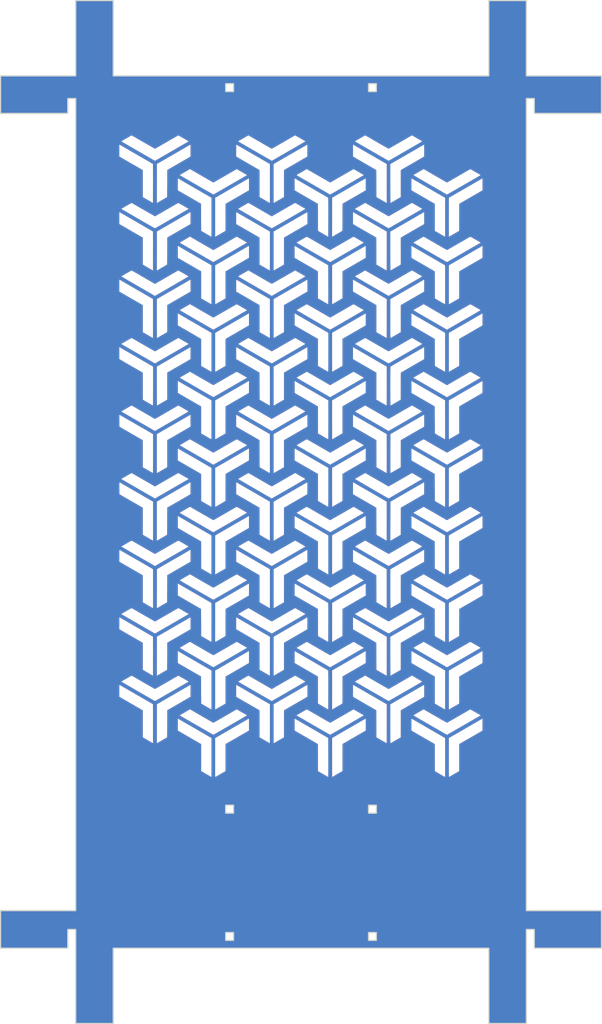
<source format=kicad_pcb>
(kicad_pcb (version 20171130) (host pcbnew "(5.1.6)-1")
  (layers (0 F.Cu signal) (31 B.Cu signal) (34 B.Paste user) (35 F.Paste user) (36 B.SilkS user) (37 F.SilkS user) (38 B.Mask user) (39 F.Mask user) (44 Edge.Cuts user))
  (net 0 "")
  (module "G-lib:Side 1 Lantern mask - back" (layer F.Cu) (at 109.96 131.51)
    (fp_text reference G*** hide)
    (fp_text value LOGO hide)
  )
  (module "G-lib:Side 1 Lantern mask" (layer F.Cu) (at 109.95 131.51)
    (fp_text reference G*** hide)
    (fp_text value LOGO hide)
  )
  (module "G-lib:Side 1 Lantern - Back" (layer B.Cu) (at 109.95 131.51)
    (fp_text reference G*** hide)
    (fp_text value LOGO hide)
    (fp_poly (pts (xy -39.348834 -91.334167) (xy 39.391166 -91.334167) (xy 39.391166 -107.082167) (xy 47.265166 -107.082167) (xy 47.265166 -91.334167) (xy 63.013166 -91.334167) (xy 63.013166 -83.460167) (xy 48.916166 -83.460167) (xy 48.916166 -86.592833) (xy 47.265166 -86.592833) (xy 47.265166 83.481333) (xy 63.013166 83.481333) (xy 63.013166 91.355333) (xy 48.916166 91.355333) (xy 48.916166 87.418333) (xy 47.265166 87.418333) (xy 47.265166 107.103333) (xy 39.391166 107.103333) (xy 39.391166 91.355333) (xy -39.348834 91.355333) (xy -39.348834 107.103333) (xy -47.244 107.103333) (xy -47.244 88.053333) (xy -15.790334 88.053333) (xy -15.790334 89.704333) (xy -14.139334 89.704333) (xy -14.139334 88.053333) (xy 14.1605 88.053333) (xy 14.1605 89.704333) (xy 15.8115 89.704333) (xy 15.8115 88.053333) (xy 14.1605 88.053333) (xy -14.139334 88.053333) (xy -15.790334 88.053333) (xy -47.244 88.053333) (xy -47.244 87.418333) (xy -48.873834 87.418333) (xy -48.873834 91.355333) (xy -62.992111 91.355333) (xy -62.986765 87.423625) (xy -62.981417 83.491917) (xy -55.112709 83.486597) (xy -47.244 83.481277) (xy -47.244 61.4045) (xy -15.790334 61.4045) (xy -15.790334 63.0555) (xy -14.139334 63.0555) (xy -14.139334 61.4045) (xy 14.1605 61.4045) (xy 14.1605 63.0555) (xy 15.8115 63.0555) (xy 15.8115 61.4045) (xy 14.1605 61.4045) (xy -14.139334 61.4045) (xy -15.790334 61.4045) (xy -47.244 61.4045) (xy -47.244 48.4532) (xy -30.226108 48.4532) (xy -30.125512 48.398165) (xy -30.088229 48.377188) (xy -30.018112 48.337162) (xy -29.91895 48.280269) (xy -29.794533 48.208692) (xy -29.64865 48.124616) (xy -29.485091 48.030222) (xy -29.307645 47.927694) (xy -29.120102 47.819215) (xy -29.030084 47.767107) (xy -28.03525 47.191083) (xy -28.024667 44.356481) (xy -28.020506 43.241974) (xy -25.823665 43.241974) (xy -25.818208 44.513747) (xy -25.81275 45.78552) (xy -23.373292 47.194268) (xy -20.933834 48.603015) (xy -20.933834 54.261329) (xy -19.849042 54.889696) (xy -19.65297 55.003138) (xy -19.467766 55.110032) (xy -19.296676 55.208523) (xy -19.142945 55.296755) (xy -19.009819 55.372872) (xy -18.900542 55.435018) (xy -18.81836 55.481339) (xy -18.766517 55.509977) (xy -18.748375 55.519115) (xy -18.746774 55.498395) (xy -18.745216 55.43738) (xy -18.743711 55.338106) (xy -18.742266 55.202611) (xy -18.74089 55.032932) (xy -18.739589 54.831108) (xy -18.738372 54.599174) (xy -18.737247 54.33917) (xy -18.736222 54.053132) (xy -18.735304 53.743097) (xy -18.734502 53.411104) (xy -18.733824 53.059189) (xy -18.733277 52.68939) (xy -18.732869 52.303745) (xy -18.732608 51.90429) (xy -18.732502 51.493064) (xy -18.732501 51.431973) (xy -17.991487 51.431973) (xy -17.991483 51.924552) (xy -17.991419 52.376504) (xy -17.99128 52.789534) (xy -17.991054 53.165346) (xy -17.990726 53.505647) (xy -17.990285 53.812142) (xy -17.989715 54.086536) (xy -17.989005 54.330535) (xy -17.98814 54.545845) (xy -17.987107 54.73417) (xy -17.985893 54.897216) (xy -17.984484 55.036689) (xy -17.982868 55.154294) (xy -17.98103 55.251737) (xy -17.978958 55.330722) (xy -17.976638 55.392956) (xy -17.974057 55.440144) (xy -17.971201 55.473991) (xy -17.968057 55.496203) (xy -17.964612 55.508485) (xy -17.960852 55.512542) (xy -17.959538 55.512367) (xy -17.935775 55.499791) (xy -17.878706 55.467936) (xy -17.791672 55.418714) (xy -17.678017 55.354031) (xy -17.541084 55.275799) (xy -17.384216 55.185926) (xy -17.210754 55.086321) (xy -17.024044 54.978895) (xy -16.858872 54.883696) (xy -15.790334 54.267355) (xy -15.790334 48.609127) (xy -13.335 47.191357) (xy -10.879667 45.773587) (xy -10.879667 44.506779) (xy -10.879953 44.279805) (xy -10.880778 44.066097) (xy -10.88209 43.869293) (xy -10.883838 43.693027) (xy -10.885972 43.540936) (xy -10.88844 43.416655) (xy -10.891192 43.323821) (xy -10.894177 43.266069) (xy -10.897324 43.247028) (xy -10.917163 43.258164) (xy -10.971884 43.289446) (xy -11.059708 43.339848) (xy -11.178857 43.408347) (xy -11.327553 43.493917) (xy -11.504018 43.595533) (xy -11.706474 43.712171) (xy -11.933143 43.842805) (xy -12.182247 43.98641) (xy -12.452008 44.141962) (xy -12.740648 44.308435) (xy -13.046388 44.484805) (xy -13.367451 44.670047) (xy -13.702058 44.863136) (xy -14.048432 45.063047) (xy -14.404794 45.268755) (xy -14.453144 45.296667) (xy -17.991306 47.33925) (xy -17.991487 51.431973) (xy -18.732501 51.431973) (xy -18.7325 51.428267) (xy -18.7325 47.336368) (xy -22.228294 45.316392) (xy -22.58418 45.110759) (xy -22.930608 44.910606) (xy -23.265768 44.716978) (xy -23.587849 44.530922) (xy -23.895042 44.353482) (xy -24.185536 44.185703) (xy -24.457521 44.028631) (xy -24.709186 43.883311) (xy -24.938721 43.750789) (xy -25.144316 43.632109) (xy -25.32416 43.528317) (xy -25.476443 43.440458) (xy -25.599354 43.369578) (xy -25.691083 43.316722) (xy -25.749821 43.282935) (xy -25.773756 43.269262) (xy -25.773877 43.269195) (xy -25.823665 43.241974) (xy -28.020506 43.241974) (xy -28.018062 42.587333) (xy -25.441318 42.587333) (xy -25.423289 42.59969) (xy -25.370674 42.631824) (xy -25.285632 42.682494) (xy -25.170324 42.750457) (xy -25.026909 42.834469) (xy -24.857547 42.933289) (xy -24.664398 43.045675) (xy -24.449621 43.170382) (xy -24.215377 43.30617) (xy -23.963824 43.451794) (xy -23.697123 43.606014) (xy -23.417433 43.767586) (xy -23.126915 43.935267) (xy -22.827727 44.107816) (xy -22.52203 44.283989) (xy -22.211983 44.462544) (xy -21.899747 44.642239) (xy -21.587481 44.82183) (xy -21.277344 45.000076) (xy -20.971496 45.175734) (xy -20.672098 45.347561) (xy -20.381309 45.514314) (xy -20.101288 45.674751) (xy -19.834196 45.827631) (xy -19.582192 45.971709) (xy -19.347436 46.105743) (xy -19.132087 46.228491) (xy -18.938306 46.338711) (xy -18.768252 46.43516) (xy -18.624085 46.516594) (xy -18.507965 46.581772) (xy -18.422051 46.629452) (xy -18.368503 46.65839) (xy -18.349571 46.667389) (xy -18.32809 46.656403) (xy -18.271755 46.625254) (xy -18.182359 46.574971) (xy -18.061696 46.506582) (xy -17.911559 46.421116) (xy -17.733742 46.3196) (xy -17.530037 46.203063) (xy -17.302239 46.072534) (xy -17.052141 45.92904) (xy -16.781535 45.773611) (xy -16.492217 45.607274) (xy -16.185978 45.431059) (xy -15.864612 45.245993) (xy -15.529914 45.053104) (xy -15.183675 44.853422) (xy -14.827691 44.647974) (xy -14.798863 44.631331) (xy -14.442589 44.425562) (xy -14.096239 44.225385) (xy -13.761585 44.031829) (xy -13.440398 43.845926) (xy -13.134453 43.668705) (xy -12.845522 43.501197) (xy -12.575378 43.344433) (xy -12.325793 43.199444) (xy -12.09854 43.067259) (xy -11.895392 42.94891) (xy -11.718122 42.845426) (xy -11.568503 42.757839) (xy -11.448307 42.687179) (xy -11.359306 42.634476) (xy -11.303275 42.600762) (xy -11.281985 42.587065) (xy -11.281834 42.586848) (xy -11.299662 42.574066) (xy -11.351017 42.5421) (xy -11.432707 42.492832) (xy -11.541539 42.428142) (xy -11.674321 42.349913) (xy -11.827858 42.260026) (xy -11.99896 42.160362) (xy -12.184432 42.052803) (xy -12.3701 41.945561) (xy -13.458367 41.31817) (xy -15.897357 42.726337) (xy -16.193469 42.897271) (xy -16.479494 43.062326) (xy -16.753289 43.220268) (xy -17.012709 43.369863) (xy -17.255612 43.509877) (xy -17.479853 43.639074) (xy -17.683289 43.756222) (xy -17.863777 43.860086) (xy -18.019173 43.949432) (xy -18.147333 44.023025) (xy -18.246114 44.079632) (xy -18.313372 44.118017) (xy -18.346964 44.136948) (xy -18.350485 44.138794) (xy -18.37019 44.128928) (xy -18.424402 44.099093) (xy -18.510982 44.050512) (xy -18.62779 43.984408) (xy -18.772689 43.902007) (xy -18.943537 43.804531) (xy -19.138197 43.693205) (xy -19.35453 43.569252) (xy -19.590395 43.433897) (xy -19.843655 43.288362) (xy -20.112169 43.133873) (xy -20.393799 42.971653) (xy -20.686406 42.802926) (xy -20.811648 42.730652) (xy -23.258673 41.318221) (xy -24.350037 41.947486) (xy -24.546411 42.060886) (xy -24.731439 42.168071) (xy -24.901935 42.267171) (xy -25.054711 42.35632) (xy -25.186582 42.433648) (xy -25.294362 42.497288) (xy -25.374863 42.545372) (xy -25.424901 42.57603) (xy -25.441318 42.587333) (xy -28.018062 42.587333) (xy -28.014084 41.52188) (xy -25.574625 40.114932) (xy -23.135167 38.707984) (xy -23.135167 37.440909) (xy -23.135278 37.213658) (xy -23.135598 36.999477) (xy -23.136106 36.802029) (xy -23.136783 36.624976) (xy -23.13761 36.471981) (xy -23.138567 36.346707) (xy -23.139633 36.252816) (xy -23.140789 36.193972) (xy -23.142002 36.173833) (xy -23.160734 36.184253) (xy -23.214347 36.21483) (xy -23.301072 36.264545) (xy -23.419136 36.332375) (xy -23.566767 36.4173) (xy -23.742194 36.518297) (xy -23.943646 36.634346) (xy -24.169349 36.764426) (xy -24.417534 36.907514) (xy -24.686427 37.062591) (xy -24.974258 37.228634) (xy -25.279254 37.404621) (xy -25.599644 37.589533) (xy -25.933656 37.782347) (xy -26.279519 37.982043) (xy -26.63546 38.187598) (xy -26.682127 38.214552) (xy -30.215417 40.25527) (xy -30.220762 44.354235) (xy -30.226108 48.4532) (xy -47.244 48.4532) (xy -47.244 37.439901) (xy -38.078834 37.439901) (xy -38.078834 38.705969) (xy -35.6235 40.121872) (xy -33.168167 41.537776) (xy -33.168167 47.197155) (xy -32.083375 47.822749) (xy -30.998584 48.448343) (xy -30.993238 44.360075) (xy -30.992786 43.947095) (xy -30.992518 43.545403) (xy -30.992428 43.157051) (xy -30.992511 42.784088) (xy -30.992761 42.428566) (xy -30.993171 42.092534) (xy -30.993736 41.778043) (xy -30.99445 41.487144) (xy -30.995307 41.221887) (xy -30.996301 40.984322) (xy -30.997426 40.776501) (xy -30.998676 40.600472) (xy -31.000046 40.458288) (xy -31.00153 40.351998) (xy -31.00312 40.283653) (xy -31.004813 40.255303) (xy -31.005058 40.254642) (xy -31.024681 40.24262) (xy -31.078757 40.210741) (xy -31.165124 40.160251) (xy -31.281623 40.0924) (xy -31.426091 40.008435) (xy -31.596369 39.909605) (xy -31.790295 39.797156) (xy -32.005709 39.672338) (xy -32.240451 39.536399) (xy -32.492358 39.390586) (xy -32.759272 39.236148) (xy -33.03903 39.074332) (xy -33.329473 38.906387) (xy -33.628439 38.73356) (xy -33.933768 38.557101) (xy -34.243298 38.378256) (xy -34.55487 38.198273) (xy -34.866322 38.018402) (xy -35.175494 37.83989) (xy -35.480225 37.663984) (xy -35.778355 37.491933) (xy -36.067721 37.324986) (xy -36.346165 37.164389) (xy -36.611524 37.011392) (xy -36.861639 36.867241) (xy -37.094348 36.733186) (xy -37.307491 36.610474) (xy -37.498907 36.500353) (xy -37.666435 36.404072) (xy -37.807915 36.322878) (xy -37.921185 36.258019) (xy -38.004086 36.210744) (xy -38.054455 36.1823) (xy -38.070191 36.173833) (xy -38.071741 36.194389) (xy -38.073203 36.253614) (xy -38.07455 36.347844) (xy -38.075758 36.473416) (xy -38.076802 36.626664) (xy -38.077656 36.803924) (xy -38.078297 37.001534) (xy -38.078697 37.215828) (xy -38.078834 37.439901) (xy -47.244 37.439901) (xy -47.244 35.517637) (xy -37.666084 35.517637) (xy -37.648097 35.530116) (xy -37.595575 35.562455) (xy -37.51068 35.613402) (xy -37.395572 35.681708) (xy -37.252412 35.766122) (xy -37.083359 35.865395) (xy -36.890575 35.978275) (xy -36.67622 36.103513) (xy -36.442454 36.239857) (xy -36.191439 36.386059) (xy -35.925334 36.540867) (xy -35.6463 36.703031) (xy -35.356497 36.871301) (xy -35.058087 37.044426) (xy -34.753229 37.221157) (xy -34.444085 37.400242) (xy -34.132814 37.580432) (xy -33.821577 37.760477) (xy -33.512535 37.939125) (xy -33.207848 38.115127) (xy -32.909676 38.287232) (xy -32.620181 38.45419) (xy -32.341523 38.614751) (xy -32.075862 38.767665) (xy -31.825358 38.91168) (xy -31.592173 39.045547) (xy -31.378467 39.168016) (xy -31.1864 39.277835) (xy -31.018133 39.373756) (xy -30.875826 39.454527) (xy -30.76164 39.518898) (xy -30.677735 39.565619) (xy -30.626272 39.593439) (xy -30.609619 39.601295) (xy -30.588608 39.591029) (xy -30.532735 39.560598) (xy -30.443786 39.511023) (xy -30.323547 39.443327) (xy -30.173805 39.35853) (xy -29.996347 39.257654) (xy -29.792961 39.141722) (xy -29.565432 39.011754) (xy -29.315548 38.868773) (xy -29.045095 38.713799) (xy -28.755861 38.547856) (xy -28.449632 38.371964) (xy -28.128195 38.187145) (xy -27.793337 37.994421) (xy -27.446845 37.794814) (xy -27.090505 37.589344) (xy -27.049246 37.565542) (xy -26.692226 37.359511) (xy -26.345124 37.159099) (xy -26.009711 36.965333) (xy -25.687756 36.779237) (xy -25.381028 36.601838) (xy -25.091298 36.434163) (xy -24.820333 36.277238) (xy -24.569905 36.132088) (xy -24.341782 35.999741) (xy -24.137735 35.881221) (xy -23.959532 35.777556) (xy -23.808943 35.689771) (xy -23.687738 35.618892) (xy -23.597686 35.565947) (xy -23.540557 35.53196) (xy -23.51812 35.517958) (xy -23.517843 35.517667) (xy -23.535572 35.50516) (xy -23.586234 35.474024) (xy -23.665928 35.426495) (xy -23.770755 35.364811) (xy -23.896815 35.291209) (xy -24.040208 35.207926) (xy -24.197033 35.117201) (xy -24.36339 35.02127) (xy -24.53538 34.92237) (xy -24.709102 34.822739) (xy -24.880656 34.724615) (xy -25.046143 34.630235) (xy -25.201661 34.541836) (xy -25.343312 34.461656) (xy -25.467194 34.391931) (xy -25.569409 34.3349) (xy -25.646055 34.2928) (xy -25.693233 34.267868) (xy -25.707025 34.261778) (xy -25.727776 34.272176) (xy -25.782999 34.302547) (xy -25.870531 34.35165) (xy -25.988205 34.418248) (xy -26.133858 34.5011) (xy -26.305326 34.598969) (xy -26.500444 34.710615) (xy -26.717047 34.834799) (xy -26.952972 34.970284) (xy -27.206055 35.115829) (xy -27.474129 35.270195) (xy -27.755033 35.432145) (xy -28.0466 35.600439) (xy -28.14069 35.65479) (xy -28.435461 35.825008) (xy -28.720425 35.9894) (xy -28.993402 36.146714) (xy -29.252212 36.295702) (xy -29.494674 36.435115) (xy -29.71861 36.563702) (xy -29.921838 36.680214) (xy -30.102179 36.783402) (xy -30.257452 36.872016) (xy -30.385478 36.944807) (xy -30.484076 37.000525) (xy -30.551066 37.03792) (xy -30.584269 37.055743) (xy -30.587351 37.057097) (xy -30.610194 37.047884) (xy -30.667845 37.018382) (xy -30.758521 36.969597) (xy -30.880443 36.902534) (xy -31.031829 36.818199) (xy -31.2109 36.717599) (xy -31.415875 36.601738) (xy -31.644973 36.471624) (xy -31.896414 36.328262) (xy -32.168416 36.172657) (xy -32.4592 36.005816) (xy -32.766985 35.828744) (xy -33.022656 35.681322) (xy -33.31697 35.511469) (xy -33.601568 35.347258) (xy -33.874253 35.189952) (xy -34.13283 35.040818) (xy -34.375101 34.901122) (xy -34.59887 34.772128) (xy -34.801941 34.655104) (xy -34.982117 34.551314) (xy -35.137202 34.462025) (xy -35.265 34.388501) (xy -35.363313 34.332009) (xy -35.394844 34.313935) (xy -30.226108 34.313935) (xy -30.146679 34.269159) (xy -30.113685 34.250296) (xy -30.047695 34.212338) (xy -29.952354 34.157389) (xy -29.831308 34.087554) (xy -29.688204 34.004937) (xy -29.526687 33.911644) (xy -29.350403 33.809778) (xy -29.162998 33.701445) (xy -29.05125 33.636828) (xy -28.03525 33.049273) (xy -28.025241 30.369322) (xy -25.823334 30.369322) (xy -25.823334 31.636976) (xy -23.383875 33.045449) (xy -20.944417 34.453922) (xy -20.938615 37.287669) (xy -20.932812 40.121417) (xy -19.848531 40.74934) (xy -19.652494 40.862747) (xy -19.467327 40.969629) (xy -19.296278 41.068128) (xy -19.142593 41.156386) (xy -19.009519 41.232544) (xy -18.900301 41.294745) (xy -18.818188 41.341129) (xy -18.766425 41.36984) (xy -18.748375 41.379049) (xy -18.746774 41.358404) (xy -18.745217 41.297462) (xy -18.743712 41.19826) (xy -18.742268 41.062834) (xy -18.740891 40.893221) (xy -18.739591 40.691458) (xy -18.738374 40.45958) (xy -18.737249 40.199625) (xy -18.736224 39.913629) (xy -18.735306 39.603629) (xy -18.734504 39.271661) (xy -18.733825 38.919761) (xy -18.733278 38.549967) (xy -18.73287 38.164314) (xy -18.732609 37.76484) (xy -18.732503 37.35358) (xy -18.7325 37.28727) (xy -18.7325 33.197738) (xy -17.991667 33.197738) (xy -17.991667 37.289285) (xy -17.991608 37.702156) (xy -17.991433 38.103581) (xy -17.99115 38.491522) (xy -17.990763 38.863942) (xy -17.990278 39.2188) (xy -17.989702 39.554061) (xy -17.98904 39.867684) (xy -17.988298 40.157633) (xy -17.987482 40.421868) (xy -17.986597 40.658351) (xy -17.98565 40.865045) (xy -17.984645 41.039911) (xy -17.98359 41.180911) (xy -17.98249 41.286007) (xy -17.98135 41.353159) (xy -17.980177 41.380331) (xy -17.979993 41.380833) (xy -17.960051 41.370549) (xy -17.906685 41.340926) (xy -17.823122 41.293805) (xy -17.712592 41.231026) (xy -17.578323 41.154433) (xy -17.423544 41.065867) (xy -17.251483 40.967169) (xy -17.06537 40.86018) (xy -16.879326 40.753024) (xy -15.790334 40.125215) (xy -15.790334 37.438542) (xy -13.588765 37.438542) (xy -13.58853 38.70325) (xy -11.133432 40.11945) (xy -8.678334 41.535651) (xy -8.678334 47.194866) (xy -7.593542 47.821651) (xy -7.397409 47.934842) (xy -7.212153 48.041496) (xy -7.041021 48.139761) (xy -6.887263 48.227785) (xy -6.754126 48.303714) (xy -6.644859 48.365695) (xy -6.56271 48.411876) (xy -6.510927 48.440404) (xy -6.492875 48.449468) (xy -6.491274 48.428746) (xy -6.489716 48.367729) (xy -6.488211 48.268453) (xy -6.486766 48.132957) (xy -6.485389 47.963277) (xy -6.484089 47.761452) (xy -6.482872 47.529518) (xy -6.481747 47.269514) (xy -6.480722 46.983477) (xy -6.479804 46.673445) (xy -6.479002 46.341454) (xy -6.478324 45.989543) (xy -6.477776 45.619749) (xy -6.477369 45.234109) (xy -6.477108 44.834662) (xy -6.477002 44.423444) (xy -6.477 44.358895) (xy -6.477 40.26729) (xy -6.483829 40.263346) (xy -5.736167 40.263346) (xy -5.736167 44.358687) (xy -5.736073 44.792078) (xy -5.735796 45.210283) (xy -5.735345 45.611473) (xy -5.734728 45.993818) (xy -5.733952 46.35549) (xy -5.733027 46.694659) (xy -5.731961 47.009497) (xy -5.730761 47.298173) (xy -5.729437 47.558861) (xy -5.727996 47.789729) (xy -5.726447 47.98895) (xy -5.724798 48.154695) (xy -5.723058 48.285133) (xy -5.721233 48.378437) (xy -5.719334 48.432777) (xy -5.717682 48.446972) (xy -5.696476 48.435388) (xy -5.641883 48.404498) (xy -5.557168 48.356177) (xy -5.445599 48.292299) (xy -5.310442 48.214738) (xy -5.154963 48.125369) (xy -4.982429 48.026065) (xy -4.796105 47.918702) (xy -4.617187 47.8155) (xy -3.535179 47.191083) (xy -3.532453 45.777739) (xy -1.3335 45.777739) (xy 1.105958 47.18625) (xy 3.545416 48.59476) (xy 3.550949 51.427755) (xy 3.556483 54.26075) (xy 4.641033 54.88843) (xy 4.837114 55.001793) (xy 5.022324 55.108642) (xy 5.193416 55.207119) (xy 5.347141 55.295366) (xy 5.480254 55.371524) (xy 5.589506 55.433735) (xy 5.671651 55.480142) (xy 5.723441 55.508887) (xy 5.741511 55.518138) (xy 5.74309 55.497518) (xy 5.744572 55.4366) (xy 5.745952 55.337419) (xy 5.747224 55.202013) (xy 5.748383 55.032415) (xy 5.749424 54.830661) (xy 5.750342 54.598788) (xy 5.751131 54.33883) (xy 5.751787 54.052823) (xy 5.752303 53.742803) (xy 5.752674 53.410805) (xy 5.752896 53.058865) (xy 5.752964 52.689018) (xy 5.75295 52.630874) (xy 6.523797 52.630874) (xy 6.523908 53.003998) (xy 6.524194 53.359334) (xy 6.524647 53.694861) (xy 6.525261 54.008559) (xy 6.526031 54.298409) (xy 6.526949 54.56239) (xy 6.52801 54.798483) (xy 6.529208 55.004669) (xy 6.530535 55.178926) (xy 6.531987 55.319236) (xy 6.533555 55.423578) (xy 6.535235 55.489933) (xy 6.53702 55.516281) (xy 6.537299 55.516657) (xy 6.55843 55.505072) (xy 6.612954 55.474187) (xy 6.697606 55.425876) (xy 6.80912 55.362011) (xy 6.944233 55.284467) (xy 7.09968 55.195116) (xy 7.272195 55.095833) (xy 7.458515 54.988491) (xy 7.63769 54.885167) (xy 8.720007 54.26075) (xy 8.725628 51.427942) (xy 8.73125 48.595134) (xy 13.610166 45.775346) (xy 13.610166 43.239856) (xy 13.477875 43.314328) (xy 13.446026 43.332525) (xy 13.379417 43.370809) (xy 13.279942 43.428087) (xy 13.149493 43.503266) (xy 12.989964 43.595252) (xy 12.80325 43.702954) (xy 12.591244 43.825278) (xy 12.355839 43.961132) (xy 12.098929 44.109422) (xy 11.822408 44.269055) (xy 11.52817 44.438939) (xy 11.218108 44.61798) (xy 10.894115 44.805086) (xy 10.558087 44.999164) (xy 10.211915 45.199121) (xy 9.93775 45.357499) (xy 6.529916 47.326199) (xy 6.524571 51.424964) (xy 6.524122 51.839337) (xy 6.523866 52.24198) (xy 6.523797 52.630874) (xy 5.75295 52.630874) (xy 5.75287 52.3033) (xy 5.752612 51.903746) (xy 5.752183 51.492392) (xy 5.752095 51.423232) (xy 5.74675 47.326297) (xy 2.328333 45.352948) (xy 1.975193 45.149094) (xy 1.630832 44.950315) (xy 1.297135 44.757699) (xy 0.975985 44.572331) (xy 0.669265 44.395299) (xy 0.378859 44.22769) (xy 0.10665 44.070591) (xy -0.145478 43.925088) (xy -0.375641 43.792269) (xy -0.581957 43.673221) (xy -0.762542 43.56903) (xy -0.915513 43.480783) (xy -1.038985 43.409568) (xy -1.131075 43.35647) (xy -1.189901 43.322578) (xy -1.211792 43.309996) (xy -1.3335 43.240393) (xy -1.3335 45.777739) (xy -3.532453 45.777739) (xy -3.529715 44.358531) (xy -3.526298 42.587333) (xy -0.950783 42.587333) (xy -0.932775 42.59913) (xy -0.880212 42.63076) (xy -0.795251 42.68098) (xy -0.680051 42.748545) (xy -0.53677 42.832213) (xy -0.367565 42.930738) (xy -0.174594 43.042877) (xy 0.039985 43.167386) (xy 0.274013 43.30302) (xy 0.525334 43.448537) (xy 0.791789 43.602693) (xy 1.07122 43.764242) (xy 1.361469 43.931942) (xy 1.660379 44.104548) (xy 1.965792 44.280817) (xy 2.275549 44.459504) (xy 2.587493 44.639366) (xy 2.899466 44.819159) (xy 3.20931 44.997638) (xy 3.514867 45.173561) (xy 3.813979 45.345682) (xy 4.104489 45.512758) (xy 4.384238 45.673546) (xy 4.651068 45.8268) (xy 4.902822 45.971278) (xy 5.137342 46.105735) (xy 5.35247 46.228927) (xy 5.546048 46.339611) (xy 5.715917 46.436543) (xy 5.859921 46.518478) (xy 5.975901 46.584173) (xy 6.0617 46.632383) (xy 6.115159 46.661866) (xy 6.134033 46.671395) (xy 6.154869 46.661078) (xy 6.21056 46.630584) (xy 6.299319 46.580936) (xy 6.419358 46.513158) (xy 6.56889 46.428273) (xy 6.746128 46.327305) (xy 6.949285 46.211277) (xy 7.176573 46.081214) (xy 7.426206 45.938139) (xy 7.696397 45.783075) (xy 7.985357 45.617046) (xy 8.2913 45.441076) (xy 8.612439 45.256188) (xy 8.946987 45.063406) (xy 9.293156 44.863753) (xy 9.649159 44.658254) (xy 9.684741 44.637705) (xy 10.041329 44.431684) (xy 10.387996 44.231238) (xy 10.72297 44.037397) (xy 11.044482 43.851192) (xy 11.350759 43.673654) (xy 11.64003 43.505814) (xy 11.910525 43.348702) (xy 12.160472 43.20335) (xy 12.3881 43.070787) (xy 12.591639 42.952045) (xy 12.769316 42.848154) (xy 12.919361 42.760145) (xy 13.040002 42.689049) (xy 13.12947 42.635897) (xy 13.185991 42.601719) (xy 13.207796 42.587546) (xy 13.208 42.58726) (xy 13.190262 42.574134) (xy 13.139654 42.542308) (xy 13.060087 42.494044) (xy 12.955469 42.431605) (xy 12.829709 42.357254) (xy 12.686717 42.273253) (xy 12.530403 42.181866) (xy 12.364675 42.085353) (xy 12.193443 41.985979) (xy 12.020616 41.886005) (xy 11.850103 41.787695) (xy 11.685814 41.69331) (xy 11.531658 41.605113) (xy 11.391545 41.525368) (xy 11.269384 41.456336) (xy 11.169083 41.400281) (xy 11.094553 41.359464) (xy 11.049703 41.336148) (xy 11.038189 41.331444) (xy 11.017426 41.341839) (xy 10.962178 41.372199) (xy 10.874606 41.42129) (xy 10.756866 41.487878) (xy 10.611117 41.570727) (xy 10.439518 41.668604) (xy 10.244227 41.780273) (xy 10.027403 41.9045) (xy 9.791203 42.040051) (xy 9.537786 42.185689) (xy 9.269311 42.340182) (xy 8.987935 42.502294) (xy 8.695818 42.67079) (xy 8.589832 42.731972) (xy 8.294366 42.902457) (xy 8.008835 43.066995) (xy 7.735401 43.224351) (xy 7.476225 43.373289) (xy 7.23347 43.512575) (xy 7.009295 43.640974) (xy 6.805864 43.757251) (xy 6.625338 43.86017) (xy 6.469878 43.948497) (xy 6.341646 44.020996) (xy 6.242803 44.076433) (xy 6.175512 44.113573) (xy 6.141934 44.13118) (xy 6.138533 44.1325) (xy 6.117408 44.122104) (xy 6.061803 44.09174) (xy 5.973881 44.042643) (xy 5.855803 43.976047) (xy 5.70973 43.893188) (xy 5.537825 43.7953) (xy 5.342249 43.683618) (xy 5.125163 43.559378) (xy 4.888729 43.423813) (xy 4.635109 43.278159) (xy 4.366464 43.123651) (xy 4.084957 42.961524) (xy 3.792747 42.793012) (xy 3.686993 42.731972) (xy 3.391549 42.561507) (xy 3.106072 42.396987) (xy 2.83272 42.239647) (xy 2.573652 42.090723) (xy 2.331029 41.951448) (xy 2.107008 41.823056) (xy 1.903749 41.706784) (xy 1.72341 41.603864) (xy 1.568151 41.515532) (xy 1.440131 41.443023) (xy 1.341509 41.387571) (xy 1.332141 41.38238) (xy 6.519226 41.38238) (xy 6.566904 41.357022) (xy 6.593752 41.341939) (xy 6.65378 41.307702) (xy 6.743503 41.256314) (xy 6.859434 41.189778) (xy 6.998087 41.110096) (xy 7.155975 41.019273) (xy 7.329613 40.91931) (xy 7.515513 40.812212) (xy 7.641166 40.739782) (xy 7.832427 40.629408) (xy 8.013038 40.524982) (xy 8.179602 40.428483) (xy 8.328721 40.341888) (xy 8.456998 40.267175) (xy 8.561036 40.20632) (xy 8.637438 40.161303) (xy 8.682806 40.1341) (xy 8.694131 40.126839) (xy 8.698063 40.115582) (xy 8.701648 40.087191) (xy 8.704906 40.039885) (xy 8.707858 39.971886) (xy 8.710523 39.881414) (xy 8.71292 39.76669) (xy 8.71507 39.625934) (xy 8.716992 39.457366) (xy 8.718707 39.259208) (xy 8.720234 39.02968) (xy 8.721593 38.767002) (xy 8.722804 38.469396) (xy 8.723886 38.135081) (xy 8.72486 37.762278) (xy 8.725565 37.432762) (xy 10.900833 37.432762) (xy 10.900833 38.691691) (xy 10.952354 38.725449) (xy 10.976737 38.740008) (xy 11.035589 38.774429) (xy 11.1267 38.827436) (xy 11.247862 38.897751) (xy 11.396866 38.984095) (xy 11.571503 39.085192) (xy 11.769565 39.199764) (xy 11.988844 39.326533) (xy 12.227129 39.464222) (xy 12.482213 39.611554) (xy 12.751887 39.76725) (xy 13.033942 39.930033) (xy 13.326169 40.098625) (xy 13.402396 40.142592) (xy 15.800916 41.525978) (xy 15.806412 44.358531) (xy 15.811907 47.191083) (xy 16.896495 47.818981) (xy 17.092569 47.932372) (xy 17.277771 48.039242) (xy 17.448855 48.137731) (xy 17.602575 48.225983) (xy 17.735683 48.30214) (xy 17.844934 48.364343) (xy 17.92708 48.410736) (xy 17.978875 48.439461) (xy 17.996958 48.448689) (xy 17.998559 48.428047) (xy 18.000116 48.367108) (xy 18.001621 48.267908) (xy 18.003066 48.132485) (xy 18.004442 47.962875) (xy 18.005743 47.761114) (xy 18.006959 47.529238) (xy 18.008084 47.269286) (xy 18.009109 46.983291) (xy 18.010027 46.673293) (xy 18.010829 46.341326) (xy 18.011508 45.989428) (xy 18.012055 45.619634) (xy 18.012464 45.233983) (xy 18.012725 44.834509) (xy 18.012831 44.423249) (xy 18.012833 44.356923) (xy 18.012833 40.26729) (xy 18.753666 40.26729) (xy 18.753666 44.358895) (xy 18.753726 44.771769) (xy 18.7539 45.173197) (xy 18.754184 45.561141) (xy 18.754571 45.933563) (xy 18.755055 46.288425) (xy 18.755632 46.623688) (xy 18.756294 46.937315) (xy 18.757037 47.227267) (xy 18.757853 47.491505) (xy 18.758738 47.727992) (xy 18.759686 47.93469) (xy 18.760691 48.10956) (xy 18.761747 48.250564) (xy 18.762848 48.355663) (xy 18.763988 48.422821) (xy 18.765162 48.449997) (xy 18.765345 48.4505) (xy 18.785279 48.440201) (xy 18.838621 48.410533) (xy 18.922147 48.363341) (xy 19.032628 48.300467) (xy 19.16684 48.223756) (xy 19.321556 48.135052) (xy 19.49355 48.036198) (xy 19.679595 47.929038) (xy 19.866012 47.821455) (xy 20.955 47.192411) (xy 20.955 44.508589) (xy 23.156333 44.508589) (xy 23.156333 45.773678) (xy 25.61159 47.19113) (xy 28.066847 48.608583) (xy 28.072215 51.44118) (xy 28.077583 54.273776) (xy 29.156504 54.896971) (xy 29.352112 55.009799) (xy 29.536854 55.116056) (xy 29.707471 55.213886) (xy 29.860702 55.301435) (xy 29.993289 55.376849) (xy 30.101972 55.438274) (xy 30.183492 55.483855) (xy 30.234588 55.511737) (xy 30.251879 55.520167) (xy 30.253541 55.49934) (xy 30.255157 55.43822) (xy 30.256719 55.338849) (xy 30.258218 55.203265) (xy 30.259646 55.03351) (xy 30.260995 54.831624) (xy 30.262257 54.599647) (xy 30.263424 54.33962) (xy 30.264486 54.053584) (xy 30.265437 53.743579) (xy 30.266268 53.411645) (xy 30.26697 53.059823) (xy 30.267536 52.690153) (xy 30.267957 52.304676) (xy 30.268225 51.905432) (xy 30.268331 51.494462) (xy 30.268333 51.437592) (xy 30.268283 50.930734) (xy 30.268127 50.464708) (xy 30.267855 50.038012) (xy 30.267457 49.649142) (xy 30.266924 49.296599) (xy 30.266247 48.978879) (xy 30.265414 48.69448) (xy 30.264418 48.441902) (xy 30.263247 48.219641) (xy 30.261893 48.026196) (xy 30.260345 47.860065) (xy 30.258594 47.719747) (xy 30.256631 47.603738) (xy 30.254445 47.510538) (xy 30.252027 47.438644) (xy 30.249367 47.386554) (xy 30.246456 47.352767) (xy 30.243284 47.33578) (xy 30.242352 47.334137) (xy 31.009166 47.334137) (xy 31.009166 51.428916) (xy 31.009266 51.91465) (xy 31.009563 52.375219) (xy 31.010049 52.809401) (xy 31.010721 53.215974) (xy 31.011571 53.593715) (xy 31.012594 53.941404) (xy 31.013784 54.257818) (xy 31.015135 54.541735) (xy 31.016641 54.791935) (xy 31.018297 55.007194) (xy 31.020097 55.186292) (xy 31.022034 55.328006) (xy 31.024103 55.431114) (xy 31.026299 55.494395) (xy 31.028614 55.516627) (xy 31.028736 55.516639) (xy 31.050141 55.505052) (xy 31.104926 55.474155) (xy 31.189819 55.425825) (xy 31.301546 55.361936) (xy 31.436838 55.284365) (xy 31.592422 55.194988) (xy 31.765026 55.09568) (xy 31.951378 54.988316) (xy 32.129402 54.885628) (xy 33.2105 54.261672) (xy 33.2105 48.602875) (xy 35.649958 47.194359) (xy 38.089416 45.785844) (xy 38.100332 43.239122) (xy 38.020791 43.286072) (xy 37.994529 43.301336) (xy 37.933441 43.336698) (xy 37.839369 43.391095) (xy 37.714151 43.463465) (xy 37.559627 43.552745) (xy 37.377639 43.657873) (xy 37.170026 43.777785) (xy 36.938627 43.91142) (xy 36.685283 44.057714) (xy 36.411834 44.215605) (xy 36.12012 44.384031) (xy 35.811981 44.561929) (xy 35.489257 44.748236) (xy 35.153788 44.94189) (xy 34.807414 45.141829) (xy 34.475208 45.333579) (xy 31.009166 47.334137) (xy 30.242352 47.334137) (xy 30.241875 47.333297) (xy 30.221413 47.320874) (xy 30.166557 47.288614) (xy 30.079466 47.237765) (xy 29.962296 47.169572) (xy 29.817206 47.085284) (xy 29.646353 46.986146) (xy 29.451896 46.873406) (xy 29.235991 46.74831) (xy 29.000798 46.612105) (xy 28.748474 46.466039) (xy 28.481176 46.311357) (xy 28.201064 46.149307) (xy 27.910293 45.981136) (xy 27.611023 45.808089) (xy 27.30541 45.631415) (xy 26.995614 45.45236) (xy 26.683792 45.27217) (xy 26.372101 45.092093) (xy 26.0627 44.913376) (xy 25.757746 44.737264) (xy 25.459397 44.565006) (xy 25.169811 44.397847) (xy 24.891146 44.237035) (xy 24.62556 44.083817) (xy 24.37521 43.939439) (xy 24.142255 43.805147) (xy 23.928852 43.68219) (xy 23.73716 43.571814) (xy 23.569335 43.475265) (xy 23.427536 43.39379) (xy 23.313921 43.328636) (xy 23.230647 43.281051) (xy 23.179872 43.25228) (xy 23.16372 43.2435) (xy 23.162394 43.264056) (xy 23.161145 43.323279) (xy 23.159993 43.417505) (xy 23.15896 43.543067) (xy 23.158068 43.696301) (xy 23.157338 43.87354) (xy 23.156791 44.07112) (xy 23.156449 44.285374) (xy 23.156333 44.508589) (xy 20.955 44.508589) (xy 20.955 42.586744) (xy 23.5585 42.586744) (xy 23.576487 42.59878) (xy 23.629012 42.630676) (xy 23.713914 42.681184) (xy 23.829035 42.749057) (xy 23.972215 42.833047) (xy 24.141296 42.931906) (xy 24.334118 43.044386) (xy 24.548523 43.16924) (xy 24.782352 43.30522) (xy 25.033445 43.451078) (xy 25.299644 43.605566) (xy 25.578789 43.767437) (xy 25.868722 43.935443) (xy 26.167283 44.108335) (xy 26.472314 44.284867) (xy 26.781655 44.463791) (xy 27.093148 44.643858) (xy 27.404633 44.823821) (xy 27.713952 45.002432) (xy 28.018945 45.178444) (xy 28.317454 45.350608) (xy 28.607319 45.517678) (xy 28.886382 45.678405) (xy 29.152483 45.831541) (xy 29.403464 45.975838) (xy 29.637165 46.11005) (xy 29.851427 46.232928) (xy 30.044092 46.343224) (xy 30.213001 46.439691) (xy 30.355994 46.52108) (xy 30.470912 46.586145) (xy 30.555597 46.633637) (xy 30.607889 46.662309) (xy 30.62549 46.670992) (xy 30.646494 46.660724) (xy 30.702363 46.630293) (xy 30.79131 46.580719) (xy 30.911547 46.513026) (xy 31.061289 46.428234) (xy 31.238748 46.327364) (xy 31.442137 46.211439) (xy 31.66967 46.08148) (xy 31.91956 45.938508) (xy 32.190021 45.783545) (xy 32.479264 45.617613) (xy 32.785505 45.441732) (xy 33.106955 45.256926) (xy 33.441828 45.064214) (xy 33.788338 44.86462) (xy 34.144698 44.659163) (xy 34.186226 44.635208) (xy 34.543272 44.429187) (xy 34.890398 44.228784) (xy 35.225835 44.035026) (xy 35.547813 43.848938) (xy 35.854563 43.671546) (xy 36.144315 43.503876) (xy 36.4153 43.346954) (xy 36.665749 43.201807) (xy 36.893891 43.06946) (xy 37.097958 42.95094) (xy 37.276181 42.847272) (xy 37.426788 42.759482) (xy 37.548012 42.688597) (xy 37.638083 42.635642) (xy 37.695231 42.601643) (xy 37.717687 42.587627) (xy 37.717966 42.587333) (xy 37.70022 42.574734) (xy 37.649546 42.543501) (xy 37.569845 42.495876) (xy 37.465019 42.434097) (xy 37.33897 42.360406) (xy 37.195599 42.277041) (xy 37.038809 42.186243) (xy 36.872499 42.090252) (xy 36.700573 41.991308) (xy 36.526931 41.89165) (xy 36.355476 41.793519) (xy 36.190109 41.699155) (xy 36.034731 41.610798) (xy 35.893245 41.530687) (xy 35.769551 41.461063) (xy 35.667551 41.404166) (xy 35.591148 41.362235) (xy 35.544242 41.337511) (xy 35.530727 41.331606) (xy 35.509838 41.342022) (xy 35.454476 41.372405) (xy 35.366806 41.421516) (xy 35.248994 41.488116) (xy 35.103204 41.570967) (xy 34.931603 41.66883) (xy 34.736357 41.780466) (xy 34.519631 41.904637) (xy 34.283591 42.040103) (xy 34.030402 42.185627) (xy 33.76223 42.339969) (xy 33.48124 42.501891) (xy 33.189599 42.670154) (xy 33.095315 42.724594) (xy 32.800487 42.894777) (xy 32.515465 43.059134) (xy 32.242429 43.216418) (xy 31.98356 43.365379) (xy 31.741037 43.504767) (xy 31.517042 43.633334) (xy 31.313755 43.749831) (xy 31.133355 43.853008) (xy 30.978023 43.941617) (xy 30.849939 44.014408) (xy 30.751284 44.070133) (xy 30.684237 44.107542) (xy 30.650979 44.125385) (xy 30.647876 44.126748) (xy 30.625008 44.117524) (xy 30.567287 44.087958) (xy 30.476436 44.039022) (xy 30.354175 43.971691) (xy 30.202227 43.886938) (xy 30.022313 43.785739) (xy 29.816155 43.669066) (xy 29.585474 43.537894) (xy 29.331994 43.393197) (xy 29.057434 43.235948) (xy 28.763517 43.067122) (xy 28.451965 42.887693) (xy 28.173937 42.727206) (xy 25.84953 41.384126) (xy 31.009059 41.384126) (xy 31.153942 41.303104) (xy 31.200587 41.276711) (xy 31.279784 41.231538) (xy 31.387407 41.169951) (xy 31.519334 41.094317) (xy 31.671442 41.007001) (xy 31.839607 40.910369) (xy 32.019706 40.806787) (xy 32.207614 40.698622) (xy 32.254272 40.67175) (xy 33.209721 40.121417) (xy 33.221083 34.454019) (xy 35.660541 33.04554) (xy 38.1 31.637062) (xy 38.1 29.103079) (xy 38.041791 29.133721) (xy 38.017757 29.147296) (xy 37.958886 29.180995) (xy 37.866998 29.23377) (xy 37.743913 29.304569) (xy 37.591451 29.392345) (xy 37.411434 29.496046) (xy 37.20568 29.614625) (xy 36.976011 29.74703) (xy 36.724246 29.892213) (xy 36.452206 30.049125) (xy 36.161711 30.216714) (xy 35.854582 30.393933) (xy 35.532638 30.579732) (xy 35.1977 30.77306) (xy 34.851588 30.972869) (xy 34.501666 31.174907) (xy 31.01975 33.185452) (xy 31.014404 37.284789) (xy 31.009059 41.384126) (xy 25.84953 41.384126) (xy 25.73567 41.318336) (xy 24.647085 41.945581) (xy 24.45092 42.058839) (xy 24.26611 42.165984) (xy 24.095846 42.265135) (xy 23.943323 42.354411) (xy 23.811732 42.431932) (xy 23.704266 42.495817) (xy 23.624119 42.544185) (xy 23.574484 42.575157) (xy 23.5585 42.586744) (xy 20.955 42.586744) (xy 20.955 41.533582) (xy 25.865218 38.70325) (xy 25.865442 37.438542) (xy 25.865287 37.211509) (xy 25.864762 36.997549) (xy 25.863901 36.80033) (xy 25.862739 36.623515) (xy 25.861309 36.470773) (xy 25.859647 36.345768) (xy 25.857785 36.252167) (xy 25.855759 36.193636) (xy 25.853644 36.173833) (xy 25.834385 36.184255) (xy 25.780246 36.21484) (xy 25.693 36.264568) (xy 25.574419 36.332419) (xy 25.426275 36.417374) (xy 25.25034 36.518411) (xy 25.048387 36.634511) (xy 24.822188 36.764654) (xy 24.573516 36.90782) (xy 24.304142 37.062988) (xy 24.015839 37.229139) (xy 23.710379 37.405252) (xy 23.389535 37.590308) (xy 23.055079 37.783286) (xy 22.708783 37.983166) (xy 22.352419 38.188928) (xy 22.297644 38.220562) (xy 18.753666 40.26729) (xy 18.012833 40.26729) (xy 18.012833 40.263346) (xy 14.470579 38.218589) (xy 14.112888 38.012154) (xy 13.764982 37.811444) (xy 13.428634 37.617481) (xy 13.105619 37.431285) (xy 12.797711 37.253876) (xy 12.506683 37.086273) (xy 12.234311 36.929497) (xy 11.982368 36.784569) (xy 11.752629 36.652507) (xy 11.546867 36.534334) (xy 11.366856 36.431068) (xy 11.214372 36.34373) (xy 11.091187 36.27334) (xy 10.999077 36.220917) (xy 10.939814 36.187484) (xy 10.915174 36.174058) (xy 10.914579 36.173833) (xy 10.912106 36.194387) (xy 10.909776 36.2536) (xy 10.907628 36.347797) (xy 10.905704 36.473304) (xy 10.904043 36.626447) (xy 10.902685 36.80355) (xy 10.901671 37.00094) (xy 10.90104 37.214941) (xy 10.900833 37.432762) (xy 8.725565 37.432762) (xy 8.725745 37.349208) (xy 8.725881 37.27877) (xy 8.729225 35.517667) (xy 11.303364 35.517667) (xy 11.321401 35.53003) (xy 11.374025 35.56217) (xy 11.459077 35.612844) (xy 11.574396 35.680809) (xy 11.717823 35.764823) (xy 11.887198 35.863643) (xy 12.080361 35.976027) (xy 12.295152 36.100733) (xy 12.529413 36.236518) (xy 12.780982 36.38214) (xy 13.0477 36.536355) (xy 13.327408 36.697923) (xy 13.617945 36.8656) (xy 13.917153 37.038144) (xy 14.22287 37.214312) (xy 14.532938 37.392863) (xy 14.845196 37.572553) (xy 15.157486 37.75214) (xy 15.467646 37.930381) (xy 15.773518 38.106035) (xy 16.072941 38.277859) (xy 16.363756 38.44461) (xy 16.643803 38.605046) (xy 16.910922 38.757925) (xy 17.162954 38.902003) (xy 17.397739 39.036039) (xy 17.613116 39.15879) (xy 17.806927 39.269014) (xy 17.977011 39.365469) (xy 18.121209 39.44691) (xy 18.237361 39.512098) (xy 18.323307 39.559788) (xy 18.376888 39.588739) (xy 18.395853 39.597752) (xy 18.417341 39.586759) (xy 18.473678 39.555595) (xy 18.563072 39.505289) (xy 18.683729 39.43687) (xy 18.833856 39.351367) (xy 19.01166 39.249807) (xy 19.215348 39.133221) (xy 19.443127 39.002636) (xy 19.693203 38.859082) (xy 19.963784 38.703587) (xy 20.253076 38.53718) (xy 20.559286 38.36089) (xy 20.880621 38.175745) (xy 21.215288 37.982775) (xy 21.561494 37.783008) (xy 21.917445 37.577472) (xy 21.946562 37.560653) (xy 22.302796 37.354811) (xy 22.64911 37.154584) (xy 22.98373 36.961003) (xy 23.304886 36.775097) (xy 23.610803 36.597896) (xy 23.899711 36.430429) (xy 24.169836 36.273725) (xy 24.419407 36.128816) (xy 24.646652 35.996729) (xy 24.849797 35.878495) (xy 25.027071 35.775143) (xy 25.176702 35.687703) (xy 25.296917 35.617205) (xy 25.385943 35.564678) (xy 25.44201 35.531151) (xy 25.463344 35.517655) (xy 25.4635 35.517456) (xy 25.445683 35.505076) (xy 25.394359 35.473466) (xy 25.312718 35.4245) (xy 25.203949 35.360056) (xy 25.071241 35.282009) (xy 24.917783 35.192234) (xy 24.746765 35.092609) (xy 24.561375 34.985009) (xy 24.375031 34.877215) (xy 23.286562 34.248575) (xy 20.84773 35.656721) (xy 20.55163 35.827656) (xy 20.265618 35.992712) (xy 19.991837 36.150655) (xy 19.73243 36.30025) (xy 19.489542 36.440263) (xy 19.265316 36.569459) (xy 19.061895 36.686605) (xy 18.881422 36.790466) (xy 18.726043 36.879808) (xy 18.597899 36.953397) (xy 18.499134 37.009998) (xy 18.431893 37.048377) (xy 18.398318 37.067299) (xy 18.394804 37.069142) (xy 18.375105 37.059274) (xy 18.320898 37.029438) (xy 18.234324 36.980855) (xy 18.11752 36.91475) (xy 17.972627 36.832348) (xy 17.801784 36.734872) (xy 17.607129 36.623545) (xy 17.390803 36.499593) (xy 17.154943 36.364238) (xy 16.901689 36.218705) (xy 16.63318 36.064218) (xy 16.351556 35.902) (xy 16.058956 35.733276) (xy 15.933838 35.661074) (xy 13.486965 34.248731) (xy 12.395103 34.877907) (xy 12.19867 34.991274) (xy 12.013585 35.098429) (xy 11.843035 35.197504) (xy 11.690206 35.286632) (xy 11.558284 35.363947) (xy 11.450456 35.427581) (xy 11.369907 35.475667) (xy 11.319824 35.506338) (xy 11.303364 35.517667) (xy 8.729225 35.517667) (xy 8.73125 34.451763) (xy 13.609928 31.633583) (xy 13.610047 30.368875) (xy 13.609929 30.141842) (xy 13.609546 29.927883) (xy 13.608924 29.730663) (xy 13.608087 29.553848) (xy 13.60706 29.401106) (xy 13.605867 29.276101) (xy 13.604532 29.1825) (xy 13.603081 29.123969) (xy 13.601568 29.104167) (xy 13.582657 29.114587) (xy 13.528866 29.145167) (xy 13.441969 29.194885) (xy 13.323737 29.262719) (xy 13.175946 29.347648) (xy 13.000367 29.44865) (xy 12.798775 29.564703) (xy 12.572942 29.694785) (xy 12.324642 29.837875) (xy 12.055648 29.992952) (xy 11.767733 30.158992) (xy 11.462671 30.334976) (xy 11.142234 30.51988) (xy 10.808197 30.712684) (xy 10.462331 30.912366) (xy 10.106412 31.117903) (xy 10.061443 31.143875) (xy 6.529916 33.183584) (xy 6.519226 41.38238) (xy 1.332141 41.38238) (xy 1.274444 41.35041) (xy 1.241094 41.332775) (xy 1.23777 41.331444) (xy 1.215867 41.341639) (xy 1.161501 41.370729) (xy 1.078572 41.416478) (xy 0.970981 41.476646) (xy 0.842628 41.548995) (xy 0.697416 41.631286) (xy 0.539244 41.721281) (xy 0.372014 41.816742) (xy 0.199626 41.91543) (xy 0.025981 42.015107) (xy -0.14502 42.113534) (xy -0.309476 42.208472) (xy -0.463487 42.297684) (xy -0.603151 42.37893) (xy -0.724568 42.449973) (xy -0.823837 42.508574) (xy -0.897057 42.552493) (xy -0.940328 42.579494) (xy -0.950783 42.587333) (xy -3.526298 42.587333) (xy -3.52425 41.525978) (xy -1.12573 40.142592) (xy -0.831252 39.972717) (xy -0.546381 39.808324) (xy -0.273325 39.650691) (xy -0.014294 39.501095) (xy 0.228505 39.360815) (xy 0.452863 39.231126) (xy 0.65657 39.113308) (xy 0.837419 39.008638) (xy 0.993199 38.918393) (xy 1.121704 38.84385) (xy 1.220723 38.786288) (xy 1.288049 38.746984) (xy 1.321472 38.727215) (xy 1.324312 38.725449) (xy 1.375833 38.691691) (xy 1.375833 37.432762) (xy 1.375608 37.206262) (xy 1.374962 36.992844) (xy 1.373933 36.796183) (xy 1.372563 36.619952) (xy 1.370891 36.467826) (xy 1.368957 36.34348) (xy 1.366802 36.250589) (xy 1.364465 36.192826) (xy 1.362087 36.173833) (xy 1.34265 36.184252) (xy 1.288332 36.214828) (xy 1.200906 36.264541) (xy 1.082148 36.332372) (xy 0.933831 36.417299) (xy 0.757728 36.518303) (xy 0.555616 36.634364) (xy 0.329266 36.764461) (xy 0.080454 36.907574) (xy -0.189046 37.062684) (xy -0.47746 37.22877) (xy -0.783014 37.404811) (xy -1.103934 37.589788) (xy -1.438446 37.782681) (xy -1.784775 37.982469) (xy -2.141148 38.188132) (xy -2.193913 38.218589) (xy -5.736167 40.263346) (xy -6.483829 40.263346) (xy -10.020978 38.220562) (xy -10.378713 38.013997) (xy -10.726648 37.81316) (xy -11.063013 37.61907) (xy -11.386034 37.432748) (xy -11.693939 37.255214) (xy -11.984956 37.087488) (xy -12.257313 36.93059) (xy -12.509237 36.785539) (xy -12.738955 36.653357) (xy -12.944697 36.535063) (xy -13.124689 36.431677) (xy -13.277158 36.34422) (xy -13.400334 36.273711) (xy -13.492443 36.221171) (xy -13.551713 36.187619) (xy -13.576372 36.174076) (xy -13.576978 36.173833) (xy -13.579132 36.194389) (xy -13.581155 36.253612) (xy -13.583013 36.347835) (xy -13.58467 36.473394) (xy -13.586094 36.626622) (xy -13.587249 36.803853) (xy -13.588102 37.00142) (xy -13.588619 37.215659) (xy -13.588765 37.438542) (xy -15.790334 37.438542) (xy -15.790334 35.517381) (xy -13.186834 35.517381) (xy -13.168821 35.530115) (xy -13.116223 35.562625) (xy -13.031201 35.613663) (xy -12.915917 35.681987) (xy -12.772533 35.76635) (xy -12.603209 35.865508) (xy -12.410108 35.978217) (xy -12.19539 36.103231) (xy -11.961218 36.239306) (xy -11.709752 36.385197) (xy -11.443154 36.539659) (xy -11.163586 36.701447) (xy -10.873209 36.869317) (xy -10.574185 37.042024) (xy -10.268674 37.218322) (xy -9.958839 37.396967) (xy -9.646841 37.576715) (xy -9.334841 37.75632) (xy -9.025001 37.934538) (xy -8.719482 38.110123) (xy -8.420446 38.281832) (xy -8.130054 38.448419) (xy -7.850468 38.608639) (xy -7.583849 38.761248) (xy -7.332359 38.905) (xy -7.098159 39.038652) (xy -6.88341 39.160958) (xy -6.690274 39.270673) (xy -6.520913 39.366553) (xy -6.377488 39.447352) (xy -6.26216 39.511827) (xy -6.177091 39.558732) (xy -6.124442 39.586822) (xy -6.106538 39.594985) (xy -6.084165 39.584001) (xy -6.026946 39.552853) (xy -5.936677 39.502569) (xy -5.815158 39.434177) (xy -5.664187 39.348706) (xy -5.485564 39.247184) (xy -5.281088 39.13064) (xy -5.052556 39.000103) (xy -4.801768 38.8566) (xy -4.530523 38.701161) (xy -4.240619 38.534813) (xy -3.933855 38.358586) (xy -3.61203 38.173507) (xy -3.276942 37.980605) (xy -2.930392 37.78091) (xy -2.574176 37.575448) (xy -2.545494 37.558896) (xy -2.189133 37.353184) (xy -1.842694 37.153092) (xy -1.507949 36.959651) (xy -1.186672 36.773887) (xy -0.880634 36.59683) (xy -0.591608 36.429507) (xy -0.321366 36.272946) (xy -0.071681 36.128176) (xy 0.155675 35.996225) (xy 0.35893 35.878121) (xy 0.53631 35.774892) (xy 0.686044 35.687566) (xy 0.806359 35.617173) (xy 0.895483 35.564739) (xy 0.951643 35.531293) (xy 0.973067 35.517863) (xy 0.973231 35.517667) (xy 0.955416 35.50549) (xy 0.904075 35.474104) (xy 0.822393 35.425375) (xy 0.713558 35.361171) (xy 0.580755 35.283358) (xy 0.42717 35.193803) (xy 0.255991 35.094375) (xy 0.070404 34.986941) (xy -0.118515 34.877913) (xy -1.210321 34.248743) (xy -3.657183 35.66108) (xy -3.953739 35.832162) (xy -4.240213 35.997249) (xy -4.514467 36.155118) (xy -4.77436 36.304544) (xy -5.017754 36.444304) (xy -5.24251 36.573174) (xy -5.446488 36.68993) (xy -5.627549 36.793347) (xy -5.783555 36.882202) (xy -5.912365 36.955271) (xy -6.011842 37.01133) (xy -6.079845 37.049156) (xy -6.114236 37.067523) (xy -6.118139 37.069142) (xy -6.137845 37.058232) (xy -6.192064 37.02738) (xy -6.278652 36.977818) (xy -6.395464 36.910782) (xy -6.540358 36.827506) (xy -6.711191 36.729223) (xy -6.905818 36.617169) (xy -7.122096 36.492577) (xy -7.357882 36.356681) (xy -7.611032 36.210717) (xy -7.879403 36.055917) (xy -8.160851 35.893517) (xy -8.453233 35.724751) (xy -8.571199 35.656644) (xy -10.895788 34.314459) (xy -5.736274 34.314459) (xy -5.591897 34.233438) (xy -5.545354 34.207049) (xy -5.466254 34.161885) (xy -5.358719 34.100312) (xy -5.226868 34.024693) (xy -5.074823 33.937395) (xy -4.906704 33.840782) (xy -4.726632 33.737219) (xy -4.538727 33.629071) (xy -4.491858 33.602083) (xy -3.536197 33.05175) (xy -3.530542 30.369485) (xy -1.3335 30.369485) (xy -1.3335 31.634804) (xy 1.105958 33.043522) (xy 3.545416 34.452241) (xy 3.550785 37.281099) (xy 3.556153 40.109958) (xy 3.603701 40.14085) (xy 3.630447 40.156917) (xy 3.690426 40.192115) (xy 3.78019 40.244445) (xy 3.896291 40.311908) (xy 4.035281 40.392502) (xy 4.193711 40.484229) (xy 4.368134 40.585088) (xy 4.555101 40.693079) (xy 4.699 40.776116) (xy 5.74675 41.38049) (xy 5.752095 37.291316) (xy 5.752554 36.878314) (xy 5.75284 36.476616) (xy 5.75296 36.088269) (xy 5.752918 35.715324) (xy 5.75272 35.35983) (xy 5.752371 35.023835) (xy 5.751877 34.709389) (xy 5.751242 34.418541) (xy 5.750472 34.153341) (xy 5.749572 33.915837) (xy 5.748548 33.708079) (xy 5.747404 33.532115) (xy 5.746146 33.389996) (xy 5.74478 33.28377) (xy 5.743311 33.215487) (xy 5.741743 33.187195) (xy 5.741512 33.186538) (xy 5.722073 33.174729) (xy 5.668178 33.143055) (xy 5.581985 33.092762) (xy 5.465656 33.025097) (xy 5.321348 32.941309) (xy 5.151222 32.842644) (xy 4.957438 32.73035) (xy 4.742154 32.605674) (xy 4.507531 32.469863) (xy 4.255727 32.324165) (xy 3.988904 32.169827) (xy 3.70922 32.008096) (xy 3.418834 31.84022) (xy 3.119907 31.667446) (xy 2.814598 31.491021) (xy 2.505066 31.312192) (xy 2.193472 31.132208) (xy 1.881974 30.952314) (xy 1.572733 30.773759) (xy 1.267907 30.59779) (xy 0.969657 30.425654) (xy 0.680142 30.258599) (xy 0.401521 30.097871) (xy 0.135955 29.944718) (xy -0.114397 29.800388) (xy -0.347376 29.666127) (xy -0.560822 29.543184) (xy -0.752576 29.432805) (xy -0.920477 29.336237) (xy -1.062367 29.254728) (xy -1.176085 29.189526) (xy -1.259473 29.141877) (xy -1.31037 29.113029) (xy -1.326646 29.104167) (xy -1.327876 29.124722) (xy -1.329036 29.183946) (xy -1.330104 29.278173) (xy -1.331062 29.403738) (xy -1.33189 29.556975) (xy -1.332568 29.734219) (xy -1.333075 29.931806) (xy -1.333393 30.146069) (xy -1.3335 30.369485) (xy -3.530542 30.369485) (xy -3.530224 30.219021) (xy -3.526515 28.460022) (xy -0.920481 28.460022) (xy -0.915891 28.466025) (xy -0.892025 28.480882) (xy -0.833912 28.51543) (xy -0.743721 28.568417) (xy -0.623622 28.638591) (xy -0.475782 28.724701) (xy -0.302371 28.825497) (xy -0.105556 28.939727) (xy 0.112491 29.06614) (xy 0.349605 29.203485) (xy 0.603614 29.35051) (xy 0.872351 29.505965) (xy 1.153647 29.668599) (xy 1.445333 29.83716) (xy 1.74524 30.010397) (xy 2.051199 30.187058) (xy 2.361042 30.365894) (xy 2.672601 30.545652) (xy 2.983705 30.725082) (xy 3.292186 30.902932) (xy 3.595877 31.077951) (xy 3.892607 31.248889) (xy 4.180207 31.414493) (xy 4.456511 31.573513) (xy 4.719347 31.724697) (xy 4.966549 31.866795) (xy 5.195946 31.998556) (xy 5.40537 32.118727) (xy 5.592653 32.226058) (xy 5.755625 32.319299) (xy 5.892118 32.397196) (xy 5.999963 32.458501) (xy 6.076992 32.501961) (xy 6.121034 32.526325) (xy 6.131047 32.531348) (xy 6.151579 32.521105) (xy 6.206969 32.490688) (xy 6.29543 32.441118) (xy 6.415176 32.373419) (xy 6.564423 32.288616) (xy 6.741383 32.18773) (xy 6.944271 32.071785) (xy 7.171302 31.941805) (xy 7.420689 31.798812) (xy 7.690646 31.643831) (xy 7.979388 31.477885) (xy 8.285129 31.301996) (xy 8.606083 31.117188) (xy 8.940463 30.924485) (xy 9.286485 30.724909) (xy 9.642362 30.519484) (xy 9.676464 30.499791) (xy 10.033123 30.293786) (xy 10.379994 30.093372) (xy 10.715299 29.899578) (xy 11.037255 29.713438) (xy 11.344082 29.535982) (xy 11.634001 29.368243) (xy 11.905229 29.21125) (xy 12.155986 29.066037) (xy 12.384492 28.933634) (xy 12.588966 28.815074) (xy 12.767627 28.711386) (xy 12.918695 28.623604) (xy 13.040389 28.552758) (xy 13.130929 28.499879) (xy 13.188533 28.466) (xy 13.211421 28.452152) (xy 13.211725 28.451916) (xy 13.195743 28.439973) (xy 13.146987 28.409087) (xy 13.069319 28.361523) (xy 12.966602 28.29955) (xy 12.842698 28.225434) (xy 12.701468 28.141442) (xy 12.546776 28.04984) (xy 12.382483 27.952897) (xy 12.212452 27.852878) (xy 12.040545 27.752051) (xy 11.870623 27.652683) (xy 11.706551 27.557041) (xy 11.552189 27.467391) (xy 11.4114 27.386) (xy 11.288046 27.315137) (xy 11.185989 27.257066) (xy 11.109092 27.214056) (xy 11.061217 27.188374) (xy 11.049472 27.18278) (xy 11.02977 27.192464) (xy 10.97557 27.222127) (xy 10.889016 27.270545) (xy 10.772248 27.336493) (xy 10.627411 27.418746) (xy 10.456646 27.516079) (xy 10.262095 27.627267) (xy 10.045901 27.751086) (xy 9.810206 27.886309) (xy 9.557153 28.031713) (xy 9.288884 28.186071) (xy 9.007542 28.348161) (xy 8.715268 28.516755) (xy 8.596934 28.585072) (xy 8.300784 28.756002) (xy 8.01464 28.920989) (xy 7.740649 29.078803) (xy 7.480962 29.228213) (xy 7.237729 29.367987) (xy 7.013099 29.496894) (xy 6.809222 29.613703) (xy 6.628248 29.717183) (xy 6.472326 29.806102) (xy 6.343606 29.87923) (xy 6.244237 29.935335) (xy 6.17637 29.973186) (xy 6.142154 29.991551) (xy 6.138391 29.993167) (xy 6.117948 29.982772) (xy 6.063011 29.95241) (xy 5.975731 29.903311) (xy 5.858257 29.836706) (xy 5.712739 29.753827) (xy 5.541327 29.655905) (xy 5.346169 29.544171) (xy 5.129416 29.419856) (xy 4.893218 29.284192) (xy 4.639723 29.138409) (xy 4.371083 28.983739) (xy 4.089445 28.821414) (xy 3.796961 28.652664) (xy 3.679854 28.585051) (xy 3.383839 28.414215) (xy 3.097905 28.249399) (xy 2.824193 28.091829) (xy 2.564846 27.942729) (xy 2.322006 27.803325) (xy 2.097816 27.674841) (xy 1.89442 27.558503) (xy 1.713958 27.455535) (xy 1.558574 27.367163) (xy 1.430411 27.294611) (xy 1.337908 27.242642) (xy 6.519226 27.242642) (xy 6.577488 27.211089) (xy 6.606288 27.194831) (xy 6.668221 27.159391) (xy 6.759777 27.106791) (xy 6.877449 27.039053) (xy 7.017727 26.958198) (xy 7.177103 26.866248) (xy 7.352069 26.765226) (xy 7.539117 26.657152) (xy 7.672916 26.579802) (xy 8.710083 25.980068) (xy 8.716327 23.144742) (xy 8.716949 22.862039) (xy 10.904933 22.862039) (xy 10.905215 23.076258) (xy 10.905958 23.298807) (xy 10.911416 24.563115) (xy 13.356166 25.974704) (xy 15.800916 27.386292) (xy 15.81317 33.05175) (xy 16.907296 33.681458) (xy 17.104059 33.794648) (xy 17.289651 33.901309) (xy 17.460872 33.999608) (xy 17.614521 34.087711) (xy 17.747397 34.163787) (xy 17.856298 34.226002) (xy 17.938023 34.272524) (xy 17.989372 34.30152) (xy 18.007128 34.311167) (xy 18.007703 34.290339) (xy 18.008263 34.229217) (xy 18.008804 34.129836) (xy 18.009323 33.994236) (xy 18.009818 33.824452) (xy 18.010285 33.622525) (xy 18.010722 33.39049) (xy 18.011126 33.130386) (xy 18.011495 32.84425) (xy 18.011825 32.534121) (xy 18.012113 32.202036) (xy 18.012357 31.850032) (xy 18.012554 31.480147) (xy 18.0127 31.09442) (xy 18.012794 30.694888) (xy 18.012832 30.283588) (xy 18.012833 30.217589) (xy 18.012833 26.127896) (xy 18.753666 26.127896) (xy 18.753666 30.221295) (xy 18.753762 30.668364) (xy 18.754044 31.097697) (xy 18.754504 31.507614) (xy 18.755136 31.896433) (xy 18.75593 32.262471) (xy 18.75688 32.604047) (xy 18.757978 32.919478) (xy 18.759215 33.207083) (xy 18.760584 33.465181) (xy 18.762079 33.692089) (xy 18.763689 33.886125) (xy 18.765409 34.045607) (xy 18.76723 34.168854) (xy 18.769145 34.254184) (xy 18.771145 34.299914) (xy 18.772437 34.307639) (xy 18.793694 34.29605) (xy 18.848331 34.265149) (xy 18.933083 34.216809) (xy 19.04468 34.152908) (xy 19.179855 34.07532) (xy 19.335341 33.98592) (xy 19.507869 33.886585) (xy 19.694173 33.779189) (xy 19.872697 33.676167) (xy 20.954186 33.05175) (xy 20.954582 30.293226) (xy 23.156787 30.293226) (xy 23.156791 30.367111) (xy 23.15725 31.633583) (xy 25.612125 33.04979) (xy 28.067 34.465996) (xy 28.067 40.125384) (xy 29.151791 40.752568) (xy 29.347905 40.865811) (xy 29.533144 40.9725) (xy 29.704263 41.070783) (xy 29.858012 41.158808) (xy 29.991146 41.234723) (xy 30.100416 41.296677) (xy 30.182575 41.342816) (xy 30.234377 41.371289) (xy 30.252458 41.380292) (xy 30.25406 41.35952) (xy 30.255618 41.298453) (xy 30.257123 41.199129) (xy 30.258568 41.063586) (xy 30.259945 40.893862) (xy 30.261246 40.691996) (xy 30.262463 40.460024) (xy 30.263588 40.199986) (xy 30.264613 39.913919) (xy 30.26553 39.603862) (xy 30.266332 39.271853) (xy 30.267011 38.919929) (xy 30.267558 38.550129) (xy 30.267965 38.164491) (xy 30.268226 37.765054) (xy 30.268331 37.353854) (xy 30.268333 37.2902) (xy 30.268333 33.199567) (xy 26.732343 31.157159) (xy 26.374882 30.95071) (xy 26.027148 30.749924) (xy 25.690921 30.555827) (xy 25.367982 30.369445) (xy 25.060109 30.191803) (xy 24.769082 30.023927) (xy 24.496682 29.866843) (xy 24.244687 29.721577) (xy 24.014878 29.589153) (xy 23.809035 29.470599) (xy 23.628936 29.36694) (xy 23.476363 29.279201) (xy 23.353094 29.208408) (xy 23.260909 29.155587) (xy 23.201588 29.121763) (xy 23.176912 29.107963) (xy 23.176343 29.107694) (xy 23.172056 29.126963) (xy 23.168238 29.186731) (xy 23.164918 29.285166) (xy 23.162125 29.420436) (xy 23.159887 29.590709) (xy 23.158233 29.794153) (xy 23.15719 30.028936) (xy 23.156787 30.293226) (xy 20.954582 30.293226) (xy 20.954848 28.444633) (xy 23.558608 28.444633) (xy 23.576602 28.456356) (xy 23.629125 28.487956) (xy 23.714018 28.538189) (xy 23.829125 28.605805) (xy 23.97229 28.689559) (xy 24.141353 28.788203) (xy 24.334159 28.900491) (xy 24.548549 29.025176) (xy 24.782367 29.16101) (xy 25.033456 29.306747) (xy 25.299658 29.461139) (xy 25.578816 29.62294) (xy 25.868772 29.790903) (xy 26.16737 29.963781) (xy 26.472453 30.140326) (xy 26.781862 30.319293) (xy 27.093441 30.499433) (xy 27.405032 30.679501) (xy 27.714479 30.858248) (xy 28.019624 31.034429) (xy 28.318309 31.206796) (xy 28.608378 31.374101) (xy 28.887673 31.5351) (xy 29.154038 31.688543) (xy 29.405314 31.833185) (xy 29.639345 31.967778) (xy 29.853972 32.091075) (xy 30.04704 32.20183) (xy 30.216391 32.298796) (xy 30.359868 32.380725) (xy 30.475312 32.44637) (xy 30.560568 32.494486) (xy 30.613478 32.523824) (xy 30.631811 32.533167) (xy 30.651563 32.522752) (xy 30.706189 32.492192) (xy 30.793905 32.442511) (xy 30.912926 32.374734) (xy 31.061466 32.289886) (xy 31.23774 32.188991) (xy 31.439965 32.073075) (xy 31.666354 31.943163) (xy 31.915122 31.800278) (xy 32.184485 31.645446) (xy 32.472658 31.479693) (xy 32.777855 31.304041) (xy 33.098292 31.119518) (xy 33.432184 30.927146) (xy 33.777745 30.727952) (xy 34.133191 30.522959) (xy 34.157319 30.509041) (xy 34.513608 30.303459) (xy 34.860214 30.103372) (xy 35.195344 29.909819) (xy 35.517205 29.723839) (xy 35.824005 29.54647) (xy 36.113952 29.378752) (xy 36.385251 29.221722) (xy 36.636111 29.076421) (xy 36.864738 28.943887) (xy 37.069341 28.825158) (xy 37.248125 28.721274) (xy 37.399299 28.633273) (xy 37.52107 28.562194) (xy 37.611645 28.509076) (xy 37.669231 28.474958) (xy 37.692035 28.460878) (xy 37.692253 28.460698) (xy 37.689729 28.450625) (xy 37.668425 28.430987) (xy 37.626272 28.400515) (xy 37.561196 28.35794) (xy 37.471128 28.301991) (xy 37.353995 28.231399) (xy 37.207727 28.144895) (xy 37.030251 28.041209) (xy 36.819497 27.919071) (xy 36.634764 27.812532) (xy 36.438367 27.699743) (xy 36.252559 27.5936) (xy 36.080631 27.495945) (xy 35.925874 27.408621) (xy 35.791578 27.33347) (xy 35.681033 27.272333) (xy 35.597529 27.227053) (xy 35.544357 27.199472) (xy 35.525087 27.191309) (xy 35.50391 27.202039) (xy 35.448254 27.232732) (xy 35.360282 27.282147) (xy 35.242156 27.349048) (xy 35.096041 27.432196) (xy 34.9241 27.530352) (xy 34.728495 27.642279) (xy 34.51139 27.766738) (xy 34.274948 27.902491) (xy 34.021333 28.0483) (xy 33.752707 28.202926) (xy 33.471234 28.365132) (xy 33.179076 28.533679) (xy 33.075283 28.593601) (xy 32.780038 28.763999) (xy 32.494805 28.928452) (xy 32.221741 29.085724) (xy 31.963002 29.234582) (xy 31.720744 29.373789) (xy 31.497124 29.502112) (xy 31.294296 29.618314) (xy 31.114418 29.721163) (xy 30.959645 29.809421) (xy 30.832133 29.881856) (xy 30.734039 29.937231) (xy 30.667519 29.974313) (xy 30.634728 29.991865) (xy 30.631615 29.993167) (xy 30.611204 29.982768) (xy 30.556305 29.952392) (xy 30.469066 29.903272) (xy 30.351637 29.836638) (xy 30.206166 29.753723) (xy 30.034802 29.655758) (xy 29.839695 29.543975) (xy 29.622993 29.419606) (xy 29.386846 29.283881) (xy 29.133401 29.138034) (xy 28.86481 28.983295) (xy 28.583219 28.820896) (xy 28.290779 28.65207) (xy 28.173512 28.584324) (xy 25.854341 27.244269) (xy 31.009059 27.244269) (xy 31.088488 27.199444) (xy 31.121493 27.180584) (xy 31.187508 27.142654) (xy 31.282886 27.087759) (xy 31.403978 27.018001) (xy 31.547134 26.935483) (xy 31.708708 26.842307) (xy 31.88505 26.740576) (xy 32.072513 26.632394) (xy 32.183916 26.568087) (xy 33.199916 25.981555) (xy 33.2105 23.146208) (xy 33.221083 20.310861) (xy 35.660535 18.902556) (xy 38.099987 17.49425) (xy 38.099993 16.229542) (xy 38.099865 16.002509) (xy 38.099491 15.788549) (xy 38.098897 15.591329) (xy 38.098105 15.414515) (xy 38.097137 15.261772) (xy 38.096018 15.136768) (xy 38.094771 15.043167) (xy 38.093418 14.984636) (xy 38.09201 14.964833) (xy 38.073158 14.975249) (xy 38.01942 15.005814) (xy 37.93257 15.055509) (xy 37.81438 15.123311) (xy 37.666623 15.2082) (xy 37.491073 15.309154) (xy 37.289502 15.425153) (xy 37.063685 15.555175) (xy 36.815392 15.698198) (xy 36.546399 15.853202) (xy 36.258478 16.019166) (xy 35.953402 16.195068) (xy 35.632945 16.379887) (xy 35.298878 16.572602) (xy 34.952977 16.772192) (xy 34.597012 16.977635) (xy 34.551885 17.003684) (xy 31.01975 19.042535) (xy 31.014404 23.143402) (xy 31.009059 27.244269) (xy 25.854341 27.244269) (xy 25.735292 27.175481) (xy 24.646896 27.803082) (xy 24.45077 27.916404) (xy 24.265998 28.023609) (xy 24.095774 28.122817) (xy 23.943289 28.212146) (xy 23.811734 28.289713) (xy 23.704303 28.353638) (xy 23.624185 28.402039) (xy 23.574575 28.433034) (xy 23.558608 28.444633) (xy 20.954848 28.444633) (xy 20.955 27.394492) (xy 23.330958 26.023109) (xy 23.624599 25.853594) (xy 23.909011 25.689352) (xy 24.18194 25.531688) (xy 24.441134 25.381906) (xy 24.684339 25.241309) (xy 24.909301 25.111202) (xy 25.113767 24.992888) (xy 25.295483 24.887672) (xy 25.452196 24.796857) (xy 25.581654 24.721748) (xy 25.681601 24.663648) (xy 25.749785 24.623862) (xy 25.783953 24.603694) (xy 25.786291 24.602263) (xy 25.865666 24.552802) (xy 25.865666 23.293651) (xy 25.865469 23.067131) (xy 25.864901 22.853692) (xy 25.863997 22.657009) (xy 25.862793 22.480755) (xy 25.861324 22.328606) (xy 25.859625 22.204235) (xy 25.857732 22.111316) (xy 25.855679 22.053523) (xy 25.853587 22.0345) (xy 25.834323 22.044922) (xy 25.780178 22.075507) (xy 25.692927 22.125235) (xy 25.57434 22.193086) (xy 25.426191 22.278041) (xy 25.250251 22.379079) (xy 25.048294 22.495179) (xy 24.822091 22.625322) (xy 24.573415 22.768488) (xy 24.304038 22.923656) (xy 24.015732 23.089807) (xy 23.71027 23.265921) (xy 23.389425 23.450976) (xy 23.054968 23.643954) (xy 22.708671 23.843834) (xy 22.352309 24.049596) (xy 22.297587 24.081198) (xy 18.753666 26.127896) (xy 18.012833 26.127896) (xy 18.012833 26.124012) (xy 14.470579 24.079256) (xy 14.112886 23.87282) (xy 13.764976 23.67211) (xy 13.428623 23.478146) (xy 13.105601 23.291949) (xy 12.797685 23.114539) (xy 12.506649 22.946936) (xy 12.234267 22.79016) (xy 11.982313 22.645231) (xy 11.752561 22.51317) (xy 11.546787 22.394996) (xy 11.366763 22.29173) (xy 11.214265 22.204393) (xy 11.091066 22.134003) (xy 10.998941 22.081582) (xy 10.939664 22.048149) (xy 10.915009 22.034725) (xy 10.914413 22.0345) (xy 10.912003 22.055055) (xy 10.909905 22.114276) (xy 10.908142 22.208496) (xy 10.906739 22.334049) (xy 10.90572 22.487268) (xy 10.90511 22.664487) (xy 10.904933 22.862039) (xy 8.716949 22.862039) (xy 8.720219 21.377107) (xy 11.303844 21.377107) (xy 11.322029 21.389734) (xy 11.374809 21.42212) (xy 11.460023 21.473023) (xy 11.575509 21.5412) (xy 11.719107 21.625407) (xy 11.888654 21.724403) (xy 12.08199 21.836945) (xy 12.296954 21.961789) (xy 12.531383 22.097694) (xy 12.783117 22.243417) (xy 13.049994 22.397715) (xy 13.329853 22.559345) (xy 13.620532 22.727064) (xy 13.919871 22.899631) (xy 14.225709 23.075802) (xy 14.535882 23.254334) (xy 14.848232 23.433985) (xy 15.160595 23.613513) (xy 15.470811 23.791674) (xy 15.776718 23.967226) (xy 16.076156 24.138927) (xy 16.366963 24.305532) (xy 16.646977 24.465801) (xy 16.914037 24.61849) (xy 17.165982 24.762356) (xy 17.40065 24.896158) (xy 17.615881 25.018651) (xy 17.809513 25.128594) (xy 17.979384 25.224743) (xy 18.123334 25.305857) (xy 18.239201 25.370692) (xy 18.324823 25.418006) (xy 18.378039 25.446556) (xy 18.396586 25.455174) (xy 18.418154 25.443978) (xy 18.474579 25.412627) (xy 18.564066 25.362151) (xy 18.684821 25.293579) (xy 18.835048 25.207941) (xy 19.012954 25.106267) (xy 19.216744 24.989586) (xy 19.444623 24.858927) (xy 19.694797 24.715321) (xy 19.965471 24.559796) (xy 20.25485 24.393383) (xy 20.56114 24.217112) (xy 20.882546 24.032011) (xy 21.217275 23.839111) (xy 21.56353 23.63944) (xy 21.919518 23.43403) (xy 21.946821 23.41827) (xy 22.30304 23.212587) (xy 22.64934 23.012503) (xy 22.983948 22.819047) (xy 23.30509 22.633251) (xy 23.610991 22.456143) (xy 23.89988 22.288755) (xy 24.169982 22.132115) (xy 24.419525 21.987256) (xy 24.646733 21.855206) (xy 24.849835 21.736995) (xy 25.027056 21.633655) (xy 25.176623 21.546214) (xy 25.296762 21.475704) (xy 25.385701 21.423154) (xy 25.441665 21.389595) (xy 25.462881 21.376056) (xy 25.463026 21.375858) (xy 25.445292 21.363218) (xy 25.394041 21.331367) (xy 25.312462 21.282184) (xy 25.203742 21.21755) (xy 25.071071 21.139344) (xy 24.917637 21.049446) (xy 24.746628 20.949737) (xy 24.561232 20.842095) (xy 24.374868 20.734305) (xy 23.286237 20.105811) (xy 20.882493 21.493886) (xy 20.5878 21.664013) (xy 20.302709 21.828506) (xy 20.029421 21.986098) (xy 19.770142 22.135522) (xy 19.527074 22.275511) (xy 19.302421 22.404798) (xy 19.098386 22.522116) (xy 18.917174 22.6262) (xy 18.760988 22.71578) (xy 18.63203 22.789592) (xy 18.532506 22.846367) (xy 18.464618 22.88484) (xy 18.43057 22.903743) (xy 18.427429 22.905343) (xy 18.417741 22.907375) (xy 18.402969 22.905713) (xy 18.381264 22.899327) (xy 18.350775 22.887192) (xy 18.309654 22.868279) (xy 18.256051 22.84156) (xy 18.188116 22.806007) (xy 18.104001 22.760594) (xy 18.001855 22.704291) (xy 17.879829 22.636072) (xy 17.736074 22.554908) (xy 17.568739 22.459773) (xy 17.375977 22.349637) (xy 17.155936 22.223474) (xy 16.906768 22.080255) (xy 16.626624 21.918953) (xy 16.313653 21.73854) (xy 15.966006 21.537989) (xy 15.945513 21.526164) (xy 15.649855 21.355558) (xy 15.364275 21.190773) (xy 15.090924 21.033048) (xy 14.831951 20.883623) (xy 14.589505 20.743739) (xy 14.365735 20.614635) (xy 14.162792 20.497552) (xy 13.982825 20.39373) (xy 13.827983 20.304408) (xy 13.700416 20.230828) (xy 13.602273 20.174228) (xy 13.535703 20.13585) (xy 13.502857 20.116933) (xy 13.499683 20.115115) (xy 13.47935 20.123891) (xy 13.426377 20.151751) (xy 13.344657 20.196459) (xy 13.238084 20.255777) (xy 13.110549 20.327468) (xy 12.965947 20.409294) (xy 12.80817 20.499017) (xy 12.641112 20.594402) (xy 12.468665 20.693209) (xy 12.294723 20.793202) (xy 12.123178 20.892143) (xy 11.957924 20.987794) (xy 11.802854 21.077919) (xy 11.661861 21.16028) (xy 11.538837 21.23264) (xy 11.437677 21.29276) (xy 11.362272 21.338404) (xy 11.316517 21.367334) (xy 11.303844 21.377107) (xy 8.720219 21.377107) (xy 8.722571 20.309417) (xy 11.165636 18.901833) (xy 13.608701 17.49425) (xy 13.609434 16.229542) (xy 13.609307 16.002547) (xy 13.608688 15.788654) (xy 13.60762 15.591527) (xy 13.606146 15.414826) (xy 13.604312 15.262214) (xy 13.60216 15.137353) (xy 13.599734 15.043904) (xy 13.597079 14.98553) (xy 13.594291 14.965883) (xy 13.574639 14.976418) (xy 13.520123 15.007127) (xy 13.432521 15.056985) (xy 13.313613 15.124967) (xy 13.165179 15.210049) (xy 12.988996 15.311208) (xy 12.786846 15.427418) (xy 12.560507 15.557656) (xy 12.311758 15.700897) (xy 12.042379 15.856117) (xy 11.754149 16.022291) (xy 11.448847 16.198396) (xy 11.128252 16.383407) (xy 10.794145 16.5763) (xy 10.448304 16.776051) (xy 10.092508 16.981635) (xy 10.054166 17.003794) (xy 6.529916 19.040656) (xy 6.519226 27.242642) (xy 1.337908 27.242642) (xy 1.33161 27.239104) (xy 1.264315 27.201867) (xy 1.230669 27.184126) (xy 1.227118 27.182759) (xy 1.206676 27.194104) (xy 1.152816 27.224741) (xy 1.068789 27.272802) (xy 0.957846 27.336422) (xy 0.823235 27.413733) (xy 0.668207 27.502869) (xy 0.496013 27.601965) (xy 0.309901 27.709152) (xy 0.129714 27.813) (xy -0.097966 27.944399) (xy -0.291455 28.056442) (xy -0.453335 28.150742) (xy -0.58619 28.228913) (xy -0.692604 28.292569) (xy -0.77516 28.343322) (xy -0.83644 28.382786) (xy -0.879029 28.412575) (xy -0.90551 28.434302) (xy -0.918466 28.44958) (xy -0.920481 28.460022) (xy -3.526515 28.460022) (xy -3.52425 27.386292) (xy -1.0795 25.974704) (xy 1.36525 24.563115) (xy 1.370708 23.298807) (xy 1.371427 23.071833) (xy 1.371599 22.857946) (xy 1.371255 22.660812) (xy 1.370425 22.484096) (xy 1.36914 22.331461) (xy 1.367432 22.206573) (xy 1.365329 22.113095) (xy 1.362864 22.054693) (xy 1.360124 22.035021) (xy 1.340454 22.045496) (xy 1.285909 22.076133) (xy 1.198266 22.12591) (xy 1.079304 22.193806) (xy 0.930799 22.278799) (xy 0.754529 22.379866) (xy 0.552271 22.495986) (xy 0.325802 22.626137) (xy 0.0769 22.769297) (xy -0.192659 22.924444) (xy -0.481096 23.090557) (xy -0.786636 23.266612) (xy -1.107499 23.45159) (xy -1.44191 23.644466) (xy -1.788091 23.844221) (xy -2.144264 24.049832) (xy -2.19075 24.076673) (xy -5.725584 26.117805) (xy -5.736274 34.314459) (xy -10.895788 34.314459) (xy -11.010164 34.24842) (xy -12.098499 34.877088) (xy -12.294562 34.990532) (xy -12.479281 35.097782) (xy -12.649466 35.19696) (xy -12.80193 35.286191) (xy -12.933482 35.363599) (xy -13.040933 35.427306) (xy -13.121093 35.475436) (xy -13.170774 35.506114) (xy -13.186834 35.517381) (xy -15.790334 35.517381) (xy -15.790334 34.465996) (xy -13.335459 33.04979) (xy -10.880584 31.633583) (xy -10.880126 30.368875) (xy -10.880214 30.141842) (xy -10.880627 29.927883) (xy -10.881337 29.730663) (xy -10.882313 29.553849) (xy -10.883528 29.401106) (xy -10.884952 29.276101) (xy -10.886556 29.1825) (xy -10.88831 29.123969) (xy -10.89015 29.104167) (xy -10.909254 29.114584) (xy -10.963244 29.145158) (xy -11.050347 29.194868) (xy -11.168794 29.262695) (xy -11.316812 29.34762) (xy -11.492631 29.448622) (xy -11.694479 29.564683) (xy -11.920586 29.694782) (xy -12.169179 29.837902) (xy -12.438488 29.993021) (xy -12.726741 30.15912) (xy -13.032168 30.335181) (xy -13.352997 30.520183) (xy -13.687456 30.713107) (xy -14.033775 30.912933) (xy -14.390182 31.118643) (xy -14.44615 31.150952) (xy -17.991667 33.197738) (xy -18.7325 33.197738) (xy -18.7325 33.193706) (xy -22.262042 31.156311) (xy -22.619154 30.950175) (xy -22.966495 30.749683) (xy -23.302288 30.555863) (xy -23.624752 30.369742) (xy -23.932109 30.192345) (xy -24.222578 30.024701) (xy -24.494382 29.867836) (xy -24.745739 29.722777) (xy -24.974871 29.59055) (xy -25.18 29.472183) (xy -25.359344 29.368702) (xy -25.511125 29.281134) (xy -25.633564 29.210506) (xy -25.724882 29.157845) (xy -25.783298 29.124178) (xy -25.807034 29.110531) (xy -25.807459 29.110292) (xy -25.810303 29.129273) (xy -25.812984 29.186958) (xy -25.815456 29.279718) (xy -25.817673 29.403926) (xy -25.81959 29.555953) (xy -25.82116 29.73217) (xy -25.822338 29.928947) (xy -25.823078 30.142658) (xy -25.823334 30.369322) (xy -28.025241 30.369322) (xy -28.024667 30.215742) (xy -28.018092 28.455328) (xy -25.422306 28.455328) (xy -25.399546 28.470428) (xy -25.342445 28.505162) (xy -25.253171 28.558283) (xy -25.13389 28.628544) (xy -24.986769 28.7147) (xy -24.813974 28.815503) (xy -24.617673 28.929707) (xy -24.400032 29.056066) (xy -24.163217 29.193333) (xy -23.909395 29.340261) (xy -23.640734 29.495604) (xy -23.359399 29.658116) (xy -23.067558 29.82655) (xy -22.767377 29.999659) (xy -22.461023 30.176198) (xy -22.150662 30.354918) (xy -21.838461 30.534575) (xy -21.526588 30.713921) (xy -21.217207 30.89171) (xy -20.912487 31.066696) (xy -20.614594 31.237632) (xy -20.325695 31.403271) (xy -20.047956 31.562367) (xy -19.783544 31.713673) (xy -19.534626 31.855943) (xy -19.303368 31.987931) (xy -19.091937 32.10839) (xy -18.9025 32.216073) (xy -18.737224 32.309734) (xy -18.598275 32.388126) (xy -18.48782 32.450003) (xy -18.408025 32.494119) (xy -18.361057 32.519226) (xy -18.348649 32.524828) (xy -18.327071 32.513629) (xy -18.270635 32.482276) (xy -18.181137 32.431799) (xy -18.06037 32.363228) (xy -17.91013 32.277591) (xy -17.732211 32.175919) (xy -17.528408 32.05924) (xy -17.300515 31.928585) (xy -17.050327 31.784984) (xy -16.779638 31.629465) (xy -16.490245 31.463058) (xy -16.18394 31.286793) (xy -15.862518 31.1017) (xy -15.527776 30.908807) (xy -15.181505 30.709145) (xy -14.825503 30.503743) (xy -14.798072 30.487911) (xy -14.441837 30.282231) (xy -14.095525 30.082139) (xy -13.760908 29.888668) (xy -13.439762 29.702847) (xy -13.133857 29.525707) (xy -12.844969 29.358279) (xy -12.574871 29.201592) (xy -12.325335 29.056678) (xy -12.098135 28.924568) (xy -11.895045 28.80629) (xy -11.717838 28.702877) (xy -11.568286 28.615358) (xy -11.448164 28.544765) (xy -11.359245 28.492127) (xy -11.303302 28.458475) (xy -11.282108 28.44484) (xy -11.281965 28.444633) (xy -11.299768 28.43184) (xy -11.351098 28.39986) (xy -11.432764 28.350576) (xy -11.541573 28.285869) (xy -11.674334 28.207619) (xy -11.827855 28.11771) (xy -11.998945 28.018022) (xy -12.184412 27.910436) (xy -12.370349 27.803013) (xy -13.458865 27.175344) (xy -15.862725 28.563486) (xy -16.157425 28.733617) (xy -16.442526 28.898115) (xy -16.715822 29.055712) (xy -16.975112 29.205142) (xy -17.21819 29.345136) (xy -17.442855 29.47443) (xy -17.646901 29.591755) (xy -17.828126 29.695845) (xy -17.984325 29.785433) (xy -18.113296 29.859252) (xy -18.212835 29.916035) (xy -18.280738 29.954516) (xy -18.314802 29.973427) (xy -18.317949 29.975031) (xy -18.32761 29.977063) (xy -18.342328 29.975417) (xy -18.363949 29.969068) (xy -18.394315 29.95699) (xy -18.435272 29.938158) (xy -18.488662 29.911547) (xy -18.55633 29.87613) (xy -18.640119 29.830884) (xy -18.741874 29.774781) (xy -18.863438 29.706798) (xy -19.006655 29.625908) (xy -19.17337 29.531085) (xy -19.365426 29.421306) (xy -19.584666 29.295544) (xy -19.832936 29.152773) (xy -20.112078 28.991969) (xy -20.423937 28.812107) (xy -20.770356 28.612159) (xy -20.81399 28.586967) (xy -23.258666 27.175501) (xy -24.34998 27.80592) (xy -24.566797 27.931659) (xy -24.76453 28.047312) (xy -24.940831 28.151458) (xy -25.093353 28.242674) (xy -25.219748 28.319539) (xy -25.317668 28.38063) (xy -25.384766 28.424527) (xy -25.418694 28.449808) (xy -25.422306 28.455328) (xy -28.018092 28.455328) (xy -28.014084 27.382212) (xy -25.574625 25.973764) (xy -23.135167 24.565315) (xy -23.135167 23.299908) (xy -23.135278 23.07281) (xy -23.135598 22.858785) (xy -23.136107 22.661498) (xy -23.136785 22.484613) (xy -23.137613 22.331796) (xy -23.138571 22.206712) (xy -23.139638 22.113025) (xy -23.140795 22.054401) (xy -23.142002 22.0345) (xy -23.160734 22.044919) (xy -23.214347 22.075497) (xy -23.301072 22.125212) (xy -23.419136 22.193042) (xy -23.566767 22.277966) (xy -23.742194 22.378964) (xy -23.943646 22.495013) (xy -24.169349 22.625093) (xy -24.417534 22.768181) (xy -24.686427 22.923257) (xy -24.974258 23.0893) (xy -25.279254 23.265288) (xy -25.599644 23.4502) (xy -25.933656 23.643014) (xy -26.279519 23.84271) (xy -26.63546 24.048265) (xy -26.682127 24.075218) (xy -30.215417 26.115937) (xy -30.220762 30.214936) (xy -30.226108 34.313935) (xy -35.394844 34.313935) (xy -35.429947 34.293814) (xy -35.462703 34.275182) (xy -35.465442 34.273676) (xy -35.478677 34.271229) (xy -35.500466 34.275219) (xy -35.533545 34.287111) (xy -35.580651 34.308368) (xy -35.64452 34.340453) (xy -35.727888 34.38483) (xy -35.833491 34.442961) (xy -35.964067 34.516311) (xy -36.12235 34.606342) (xy -36.311078 34.714519) (xy -36.532986 34.842303) (xy -36.587275 34.873622) (xy -36.782564 34.986668) (xy -36.96648 35.093819) (xy -37.135815 35.193161) (xy -37.28736 35.282776) (xy -37.417905 35.36075) (xy -37.524242 35.425167) (xy -37.603162 35.474112) (xy -37.651456 35.505669) (xy -37.666084 35.517637) (xy -47.244 35.517637) (xy -47.244 23.299208) (xy -38.078672 23.299208) (xy -38.078511 24.563917) (xy -33.168167 27.398809) (xy -33.168167 33.053183) (xy -32.083375 33.679295) (xy -30.998584 34.305406) (xy -30.993238 30.21894) (xy -30.992786 29.806052) (xy -30.992518 29.404453) (xy -30.992428 29.016194) (xy -30.992511 28.643326) (xy -30.992761 28.2879) (xy -30.993172 27.951966) (xy -30.993737 27.637577) (xy -30.994451 27.346782) (xy -30.995309 27.081633) (xy -30.996303 26.84418) (xy -30.997429 26.636475) (xy -30.99868 26.460568) (xy -31.00005 26.31851) (xy -31.001534 26.212353) (xy -31.003126 26.144147) (xy -31.004819 26.115943) (xy -31.005058 26.115309) (xy -31.024681 26.103287) (xy -31.078757 26.071407) (xy -31.165124 26.020918) (xy -31.281623 25.953067) (xy -31.426091 25.869102) (xy -31.596369 25.770271) (xy -31.790295 25.657823) (xy -32.005709 25.533005) (xy -32.240451 25.397066) (xy -32.492358 25.251253) (xy -32.759272 25.096815) (xy -33.03903 24.934999) (xy -33.329473 24.767054) (xy -33.628439 24.594227) (xy -33.933768 24.417767) (xy -34.243298 24.238922) (xy -34.55487 24.05894) (xy -34.866322 23.879069) (xy -35.175494 23.700556) (xy -35.480225 23.524651) (xy -35.778355 23.3526) (xy -36.067721 23.185652) (xy -36.346165 23.025056) (xy -36.611524 22.872058) (xy -36.861639 22.727908) (xy -37.094348 22.593853) (xy -37.307491 22.471141) (xy -37.498907 22.36102) (xy -37.666435 22.264739) (xy -37.807915 22.183545) (xy -37.921185 22.118686) (xy -38.004086 22.071411) (xy -38.054455 22.042967) (xy -38.070191 22.0345) (xy -38.07174 22.055055) (xy -38.073194 22.114278) (xy -38.07453 22.208502) (xy -38.075722 22.334061) (xy -38.076747 22.487289) (xy -38.077578 22.66452) (xy -38.078193 22.862088) (xy -38.078566 23.076326) (xy -38.078672 23.299208) (xy -47.244 23.299208) (xy -47.244 21.382274) (xy -37.680216 21.382274) (xy -37.660204 21.394717) (xy -37.605732 21.426978) (xy -37.518961 21.477811) (xy -37.402054 21.545968) (xy -37.257171 21.630204) (xy -37.086475 21.729271) (xy -36.892128 21.841923) (xy -36.67629 21.966913) (xy -36.441125 22.102995) (xy -36.188792 22.248922) (xy -35.921455 22.403447) (xy -35.641275 22.565324) (xy -35.350414 22.733306) (xy -35.051032 22.906146) (xy -34.745293 23.082598) (xy -34.435358 23.261415) (xy -34.123387 23.44135) (xy -33.811545 23.621158) (xy -33.50199 23.79959) (xy -33.196887 23.975401) (xy -32.898396 24.147344) (xy -32.608678 24.314172) (xy -32.329897 24.474639) (xy -32.064213 24.627498) (xy -31.813788 24.771502) (xy -31.580783 24.905405) (xy -31.367362 25.027959) (xy -31.175684 25.13792) (xy -31.007913 25.234039) (xy -30.866209 25.31507) (xy -30.752734 25.379766) (xy -30.669651 25.426881) (xy -30.61912 25.455169) (xy -30.60327 25.4635) (xy -30.583513 25.453083) (xy -30.528885 25.422515) (xy -30.44117 25.372821) (xy -30.322153 25.305027) (xy -30.173619 25.220156) (xy -29.997353 25.119236) (xy -29.795139 25.003289) (xy -29.568762 24.873343) (xy -29.320008 24.73042) (xy -29.050661 24.575548) (xy -28.762505 24.40975) (xy -28.457327 24.234052) (xy -28.136909 24.049478) (xy -27.803038 23.857055) (xy -27.457498 23.657806) (xy -27.102074 23.452758) (xy -27.077773 23.438735) (xy -26.721518 23.233106) (xy -26.37495 23.032985) (xy -26.039862 22.839409) (xy -25.718047 22.653418) (xy -25.411295 22.476048) (xy -25.121401 22.308339) (xy -24.850154 22.15133) (xy -24.599348 22.006057) (xy -24.370774 21.873561) (xy -24.166224 21.754879) (xy -23.987492 21.65105) (xy -23.836367 21.563111) (xy -23.714643 21.492103) (xy -23.624112 21.439062) (xy -23.566566 21.405027) (xy -23.543796 21.391037) (xy -23.543577 21.39086) (xy -23.547642 21.380087) (xy -23.573271 21.358077) (xy -23.622307 21.3237) (xy -23.696592 21.275826) (xy -23.797967 21.213328) (xy -23.928273 21.135075) (xy -24.089354 21.039938) (xy -24.28305 20.926789) (xy -24.511203 20.794497) (xy -24.599765 20.743333) (xy -24.79563 20.63031) (xy -24.980562 20.523673) (xy -25.151313 20.425292) (xy -25.30463 20.337036) (xy -25.437263 20.260774) (xy -25.545962 20.198377) (xy -25.627475 20.151712) (xy -25.678552 20.122649) (xy -25.695848 20.113072) (xy -25.715582 20.122757) (xy -25.769795 20.152437) (xy -25.856337 20.200883) (xy -25.973061 20.266863) (xy -26.117816 20.349148) (xy -26.288454 20.446509) (xy -26.482825 20.557714) (xy -26.698781 20.681534) (xy -26.934173 20.816739) (xy -27.186851 20.962098) (xy -27.454667 21.116383) (xy -27.735472 21.278362) (xy -28.027115 21.446806) (xy -28.13216 21.507527) (xy -28.427514 21.678222) (xy -28.713022 21.843087) (xy -28.986514 22.000876) (xy -29.24582 22.150342) (xy -29.488767 22.290238) (xy -29.713186 22.419317) (xy -29.916905 22.536334) (xy -30.097753 22.640041) (xy -30.253561 22.729192) (xy -30.382156 22.80254) (xy -30.481369 22.858839) (xy -30.549028 22.896841) (xy -30.582962 22.915302) (xy -30.586433 22.916905) (xy -30.608368 22.907609) (xy -30.664763 22.878299) (xy -30.753459 22.830199) (xy -30.872295 22.764532) (xy -31.019111 22.682521) (xy -31.191746 22.58539) (xy -31.388041 22.47436) (xy -31.605833 22.350656) (xy -31.842964 22.2155) (xy -32.097272 22.070116) (xy -32.366597 21.915726) (xy -32.648779 21.753554) (xy -32.941658 21.584823) (xy -33.06079 21.516074) (xy -35.383571 20.175001) (xy -30.226108 20.175001) (xy -30.114929 20.111344) (xy -30.075454 20.08861) (xy -30.003224 20.046875) (xy -29.902106 19.988379) (xy -29.775966 19.915359) (xy -29.628668 19.830055) (xy -29.46408 19.734704) (xy -29.286066 19.631546) (xy -29.098493 19.522819) (xy -29.0195 19.477021) (xy -28.03525 18.906357) (xy -28.029308 16.229542) (xy -25.823328 16.229542) (xy -25.823321 17.49425) (xy -23.383869 18.902556) (xy -20.944417 20.310861) (xy -20.933834 23.14637) (xy -20.92325 25.981879) (xy -18.743084 27.241367) (xy -18.737738 23.152087) (xy -18.73728 22.739083) (xy -18.736993 22.337383) (xy -18.736873 21.949037) (xy -18.736915 21.576093) (xy -18.737113 21.220601) (xy -18.737462 20.884609) (xy -18.737957 20.570167) (xy -18.738591 20.279324) (xy -18.739361 20.014128) (xy -18.740261 19.77663) (xy -18.741286 19.568877) (xy -18.742429 19.39292) (xy -18.743687 19.250806) (xy -18.745053 19.144586) (xy -18.746522 19.076308) (xy -18.747709 19.054887) (xy -17.991667 19.054887) (xy -17.991667 23.149957) (xy -17.991572 23.595634) (xy -17.99129 24.023854) (xy -17.990831 24.432918) (xy -17.990201 24.821129) (xy -17.989409 25.18679) (xy -17.988462 25.528201) (xy -17.987369 25.843667) (xy -17.986136 26.131488) (xy -17.984772 26.389966) (xy -17.983284 26.617405) (xy -17.981681 26.812106) (xy -17.979969 26.972371) (xy -17.978157 27.096502) (xy -17.976253 27.182803) (xy -17.974265 27.229574) (xy -17.972927 27.237972) (xy -17.951672 27.226391) (xy -17.897029 27.195509) (xy -17.812264 27.147201) (xy -17.700646 27.083341) (xy -17.565444 27.005803) (xy -17.409925 26.916461) (xy -17.237358 26.81719) (xy -17.05101 26.709863) (xy -16.872337 26.606845) (xy -15.790486 25.982774) (xy -15.785391 23.293651) (xy -13.589 23.293651) (xy -13.589 24.552802) (xy -13.509625 24.60228) (xy -13.481731 24.618839) (xy -13.419427 24.655259) (xy -13.324965 24.710233) (xy -13.200599 24.782458) (xy -13.04858 24.870629) (xy -12.871163 24.973442) (xy -12.670599 25.089592) (xy -12.449142 25.217774) (xy -12.209044 25.356683) (xy -11.952559 25.505016) (xy -11.681938 25.661468) (xy -11.399435 25.824734) (xy -11.107303 25.993509) (xy -11.054292 26.024129) (xy -8.678334 27.3965) (xy -8.678334 33.052176) (xy -7.593542 33.679946) (xy -7.397441 33.793307) (xy -7.212212 33.900146) (xy -7.041102 33.998605) (xy -6.887359 34.086828) (xy -6.754227 34.162958) (xy -6.644955 34.225138) (xy -6.562789 34.271512) (xy -6.510975 34.300221) (xy -6.492875 34.309441) (xy -6.491274 34.28879) (xy -6.489716 34.227843) (xy -6.488211 34.128637) (xy -6.486766 33.993208) (xy -6.485389 33.823595) (xy -6.484089 33.621833) (xy -6.482872 33.389961) (xy -6.481747 33.130015) (xy -6.480722 32.844032) (xy -6.479804 32.534049) (xy -6.479002 32.202104) (xy -6.478324 31.850233) (xy -6.477777 31.480474) (xy -6.477369 31.094863) (xy -6.477108 30.695438) (xy -6.477002 30.284236) (xy -6.477 30.219562) (xy -6.477 26.127957) (xy -10.020978 24.081228) (xy -10.378713 23.874664) (xy -10.726648 23.673826) (xy -11.063013 23.479737) (xy -11.386034 23.293415) (xy -11.693939 23.115881) (xy -11.984956 22.948155) (xy -12.257313 22.791256) (xy -12.509237 22.646206) (xy -12.738955 22.514024) (xy -12.944697 22.39573) (xy -13.124689 22.292344) (xy -13.277158 22.204887) (xy -13.400334 22.134378) (xy -13.492443 22.081837) (xy -13.551713 22.048286) (xy -13.576372 22.034743) (xy -13.576978 22.0345) (xy -13.579141 22.055054) (xy -13.581179 22.114267) (xy -13.583057 22.208466) (xy -13.58474 22.333975) (xy -13.586192 22.487121) (xy -13.58738 22.664229) (xy -13.588267 22.861625) (xy -13.588819 23.075636) (xy -13.589 23.293651) (xy -15.785391 23.293651) (xy -15.781757 21.375858) (xy -13.186365 21.375858) (xy -13.168289 21.388166) (xy -13.115642 21.420278) (xy -13.030584 21.470949) (xy -12.915276 21.538936) (xy -12.771875 21.622994) (xy -12.602543 21.721879) (xy -12.409439 21.834345) (xy -12.194721 21.95915) (xy -11.960551 22.095048) (xy -11.709087 22.240796) (xy -11.442489 22.395149) (xy -11.162916 22.556862) (xy -10.872528 22.724692) (xy -10.573486 22.897395) (xy -10.267947 23.073724) (xy -9.958073 23.252438) (xy -9.646021 23.43229) (xy -9.333953 23.612038) (xy -9.024028 23.790436) (xy -8.718405 23.96624) (xy -8.419244 24.138206) (xy -8.128704 24.30509) (xy -7.848945 24.465647) (xy -7.582126 24.618633) (xy -7.330408 24.762804) (xy -7.09595 24.896915) (xy -6.880911 25.019722) (xy -6.687451 25.129981) (xy -6.517729 25.226447) (xy -6.373906 25.307876) (xy -6.25814 25.373025) (xy -6.172591 25.420647) (xy -6.119419 25.4495) (xy -6.100864 25.458392) (xy -6.080075 25.447417) (xy -6.024414 25.416301) (xy -5.935668 25.366068) (xy -5.815627 25.297746) (xy -5.666078 25.212361) (xy -5.48881 25.11094) (xy -5.28561 24.994508) (xy -5.058267 24.864092) (xy -4.80857 24.720719) (xy -4.538306 24.565415) (xy -4.249264 24.399206) (xy -3.943232 24.223118) (xy -3.621998 24.038179) (xy -3.28735 23.845414) (xy -2.941078 23.64585) (xy -2.584968 23.440512) (xy -2.550993 23.420917) (xy -2.19437 23.215164) (xy -1.847662 23.015018) (xy -1.512642 22.821507) (xy -1.191082 22.635659) (xy -0.884754 22.458501) (xy -0.595432 22.291063) (xy -0.324886 22.13437) (xy -0.07489 21.989452) (xy 0.152785 21.857337) (xy 0.356365 21.739052) (xy 0.534079 21.635625) (xy 0.684155 21.548084) (xy 0.80482 21.477458) (xy 0.894302 21.424773) (xy 0.950828 21.391059) (xy 0.972627 21.377342) (xy 0.972828 21.377107) (xy 0.95516 21.364701) (xy 0.903966 21.333079) (xy 0.822432 21.284114) (xy 0.713739 21.219679) (xy 0.581071 21.141646) (xy 0.42761 21.051887) (xy 0.256539 20.952274) (xy 0.071042 20.844681) (xy -0.117918 20.735468) (xy -1.209502 20.105638) (xy -3.654561 21.517142) (xy -4.005305 21.719572) (xy -4.321266 21.901795) (xy -4.604289 22.064838) (xy -4.856215 22.209725) (xy -5.078888 22.33748) (xy -5.274151 22.449129) (xy -5.443846 22.545696) (xy -5.589817 22.628206) (xy -5.713906 22.697684) (xy -5.817955 22.755154) (xy -5.903809 22.801642) (xy -5.97331 22.838172) (xy -6.0283 22.865769) (xy -6.070623 22.885458) (xy -6.102121 22.898263) (xy -6.124638 22.90521) (xy -6.140016 22.907323) (xy -6.150098 22.905627) (xy -6.150852 22.905303) (xy -6.175178 22.89202) (xy -6.233951 22.858818) (xy -6.324967 22.806964) (xy -6.446024 22.737725) (xy -6.594918 22.652367) (xy -6.769446 22.552158) (xy -6.967403 22.438364) (xy -7.186587 22.312252) (xy -7.424794 22.175089) (xy -7.67982 22.028141) (xy -7.949463 21.872676) (xy -8.231518 21.70996) (xy -8.523783 21.54126) (xy -8.605827 21.493886) (xy -10.893655 20.172748) (xy -5.736274 20.172748) (xy -5.656846 20.130799) (xy -5.623873 20.112455) (xy -5.557931 20.074955) (xy -5.462659 20.020394) (xy -5.3417 19.950871) (xy -5.198695 19.868483) (xy -5.037285 19.775325) (xy -4.861112 19.673495) (xy -4.673816 19.565091) (xy -4.561417 19.499968) (xy -3.545417 18.911086) (xy -3.535403 16.229542) (xy -1.333119 16.229542) (xy -1.332738 17.49425) (xy 1.110617 18.901833) (xy 3.553971 20.309417) (xy 3.560277 23.144623) (xy 3.566583 25.97983) (xy 4.656666 26.608958) (xy 5.74675 27.238086) (xy 5.752095 23.150145) (xy 5.752709 22.643376) (xy 5.753164 22.17743) (xy 5.753453 21.750794) (xy 5.753569 21.36196) (xy 5.753503 21.009414) (xy 5.753248 20.691648) (xy 5.752795 20.407149) (xy 5.752138 20.154407) (xy 5.751268 19.931911) (xy 5.750178 19.738149) (xy 5.748859 19.571613) (xy 5.747305 19.430789) (xy 5.745507 19.314168) (xy 5.743457 19.220238) (xy 5.741148 19.147489) (xy 5.738572 19.09441) (xy 5.735721 19.05949) (xy 5.732587 19.041217) (xy 5.730928 19.037867) (xy 5.710485 19.025232) (xy 5.655627 18.992778) (xy 5.568517 18.941754) (xy 5.451321 18.873409) (xy 5.3062 18.788992) (xy 5.135319 18.689753) (xy 4.940842 18.576941) (xy 4.724933 18.451805) (xy 4.489754 18.315594) (xy 4.23747 18.169557) (xy 3.970245 18.014945) (xy 3.690241 17.853005) (xy 3.399624 17.684988) (xy 3.100556 17.512143) (xy 2.795201 17.335718) (xy 2.485723 17.156963) (xy 2.174285 16.977128) (xy 1.863052 16.797461) (xy 1.554188 16.619212) (xy 1.249854 16.44363) (xy 0.952216 16.271964) (xy 0.663438 16.105464) (xy 0.385682 15.945379) (xy 0.121112 15.792958) (xy -0.128107 15.649451) (xy -0.359813 15.516105) (xy -0.57184 15.394172) (xy -0.762027 15.2849) (xy -0.928208 15.189538) (xy -1.068221 15.109336) (xy -1.179902 15.045542) (xy -1.261086 14.999407) (xy -1.309611 14.972179) (xy -1.323548 14.964833) (xy -1.325328 14.985389) (xy -1.326994 15.044612) (xy -1.328518 15.138835) (xy -1.329871 15.264394) (xy -1.331027 15.417622) (xy -1.331958 15.594853) (xy -1.332635 15.792421) (xy -1.333031 16.006659) (xy -1.333119 16.229542) (xy -3.535403 16.229542) (xy -3.534834 16.077192) (xy -3.52825 14.314245) (xy -0.934127 14.314245) (xy -0.914391 14.326372) (xy -0.860192 14.358332) (xy -0.773692 14.408879) (xy -0.657051 14.476766) (xy -0.51243 14.560746) (xy -0.341991 14.659574) (xy -0.147895 14.772002) (xy 0.067698 14.896784) (xy 0.302626 15.032673) (xy 0.554728 15.178424) (xy 0.821843 15.332789) (xy 1.101809 15.494522) (xy 1.392467 15.662376) (xy 1.691654 15.835105) (xy 1.99721 16.011462) (xy 2.306973 16.190201) (xy 2.618783 16.370075) (xy 2.930478 16.549838) (xy 3.239897 16.728243) (xy 3.54488 16.904044) (xy 3.843264 17.075994) (xy 4.13289 17.242847) (xy 4.411595 17.403355) (xy 4.677219 17.556273) (xy 4.927601 17.700354) (xy 5.16058 17.834352) (xy 5.373994 17.957019) (xy 5.565682 18.06711) (xy 5.733484 18.163377) (xy 5.875238 18.244575) (xy 5.988784 18.309457) (xy 6.071959 18.356776) (xy 6.122604 18.385286) (xy 6.138593 18.393833) (xy 6.157753 18.383419) (xy 6.211797 18.352859) (xy 6.298947 18.303175) (xy 6.417426 18.235389) (xy 6.565456 18.150524) (xy 6.741259 18.049602) (xy 6.94306 17.933646) (xy 7.16908 17.803677) (xy 7.417542 17.660719) (xy 7.686668 17.505793) (xy 7.974682 17.339922) (xy 8.279807 17.164129) (xy 8.600264 16.979435) (xy 8.934276 16.786863) (xy 9.280066 16.587436) (xy 9.635858 16.382176) (xy 9.673502 16.360454) (xy 10.03035 16.154513) (xy 10.377408 15.954158) (xy 10.712898 15.76042) (xy 11.035039 15.57433) (xy 11.34205 15.396917) (xy 11.632151 15.229212) (xy 11.903561 15.072246) (xy 12.1545 14.92705) (xy 12.383187 14.794653) (xy 12.587842 14.676087) (xy 12.766685 14.572381) (xy 12.917935 14.484567) (xy 13.039811 14.413674) (xy 13.130534 14.360734) (xy 13.188322 14.326777) (xy 13.211395 14.312833) (xy 13.211725 14.312579) (xy 13.195743 14.300637) (xy 13.146987 14.26975) (xy 13.06932 14.222187) (xy 12.966602 14.160214) (xy 12.842698 14.086099) (xy 12.701468 14.002107) (xy 12.546776 13.910506) (xy 12.382483 13.813563) (xy 12.212451 13.713544) (xy 12.040544 13.612718) (xy 11.870622 13.51335) (xy 11.706549 13.417707) (xy 11.552186 13.328057) (xy 11.411396 13.246667) (xy 11.288041 13.175803) (xy 11.185983 13.117732) (xy 11.109085 13.074722) (xy 11.061209 13.049038) (xy 11.04946 13.043443) (xy 11.029751 13.053116) (xy 10.975532 13.082751) (xy 10.888946 13.131124) (xy 10.772135 13.197011) (xy 10.62724 13.27919) (xy 10.456404 13.376437) (xy 10.261768 13.48753) (xy 10.045475 13.611245) (xy 9.809667 13.746359) (xy 9.556485 13.891648) (xy 9.288072 14.045891) (xy 9.00657 14.207862) (xy 8.71412 14.37634) (xy 8.593765 14.445735) (xy 8.297483 14.616547) (xy 8.011293 14.781427) (xy 7.737336 14.939145) (xy 7.477755 15.088473) (xy 7.234692 15.228182) (xy 7.01029 15.357044) (xy 6.806691 15.47383) (xy 6.626038 15.57731) (xy 6.470473 15.666258) (xy 6.342139 15.739444) (xy 6.243178 15.795639) (xy 6.175733 15.833615) (xy 6.141946 15.852143) (xy 6.138333 15.853833) (xy 6.118652 15.843453) (xy 6.064453 15.813133) (xy 5.97788 15.7641) (xy 5.861073 15.697583) (xy 5.716176 15.614812) (xy 5.545332 15.517014) (xy 5.350682 15.405419) (xy 5.134369 15.281255) (xy 4.898535 15.145751) (xy 4.645324 15.000134) (xy 4.376878 14.845635) (xy 4.095338 14.683481) (xy 3.802848 14.514901) (xy 3.682901 14.445735) (xy 3.386646 14.274982) (xy 3.100474 14.110243) (xy 2.826527 13.952741) (xy 2.566948 13.803699) (xy 2.323878 13.66434) (xy 2.099459 13.535889) (xy 1.895835 13.419567) (xy 1.715147 13.316597) (xy 1.559536 13.228205) (xy 1.431146 13.155611) (xy 1.332119 13.10004) (xy 1.264596 13.062715) (xy 1.23072 13.044858) (xy 1.227067 13.043443) (xy 1.193757 13.060178) (xy 1.129679 13.095331) (xy 1.038692 13.146633) (xy 0.924655 13.211816) (xy 0.791426 13.28861) (xy 0.642866 13.374745) (xy 0.482833 13.467954) (xy 0.315185 13.565966) (xy 0.143783 13.666513) (xy -0.027516 13.767326) (xy -0.194852 13.866134) (xy -0.354367 13.96067) (xy -0.5022 14.048665) (xy -0.634494 14.127848) (xy -0.747389 14.195951) (xy -0.837026 14.250705) (xy -0.899547 14.289841) (xy -0.931092 14.311089) (xy -0.934127 14.314245) (xy -3.52825 14.314245) (xy -3.52425 13.243298) (xy 1.36525 10.420124) (xy 1.370708 9.157645) (xy 1.371413 8.930821) (xy 1.371543 8.717072) (xy 1.371131 8.520069) (xy 1.370211 8.343481) (xy 1.368816 8.190977) (xy 1.366979 8.066226) (xy 1.364734 7.972896) (xy 1.362114 7.914659) (xy 1.359235 7.895167) (xy 1.339472 7.905587) (xy 1.284834 7.936166) (xy 1.197099 7.985883) (xy 1.078044 8.053716) (xy 0.929449 8.138643) (xy 0.753092 8.239643) (xy 0.550751 8.355694) (xy 0.324203 8.485775) (xy 0.075228 8.628864) (xy -0.194397 8.78394) (xy -0.482893 8.94998) (xy -0.788482 9.125964) (xy -1.109386 9.31087) (xy -1.443827 9.503675) (xy -1.790026 9.703359) (xy -2.146205 9.908901) (xy -2.19164 9.935127) (xy -5.725584 11.975088) (xy -5.736274 20.172748) (xy -10.893655 20.172748) (xy -11.009571 20.105811) (xy -12.098203 20.734305) (xy -12.294303 20.847737) (xy -12.479044 20.955021) (xy -12.649235 21.054276) (xy -12.80169 21.143624) (xy -12.933219 21.221185) (xy -13.040635 21.285077) (xy -13.120748 21.333423) (xy -13.17037 21.364341) (xy -13.186365 21.375858) (xy -15.781757 21.375858) (xy -15.77975 20.31719) (xy -13.335 18.905494) (xy -10.89025 17.493799) (xy -10.884792 16.229316) (xy -10.884034 16.002306) (xy -10.883748 15.78837) (xy -10.883911 15.591173) (xy -10.8845 15.414383) (xy -10.885491 15.261665) (xy -10.88686 15.136685) (xy -10.888583 15.043111) (xy -10.890637 14.984607) (xy -10.89295 14.964833) (xy -10.912373 14.975252) (xy -10.966678 15.005829) (xy -11.05409 15.055544) (xy -11.172834 15.123377) (xy -11.321139 15.208308) (xy -11.497228 15.309315) (xy -11.699329 15.425381) (xy -11.925668 15.555483) (xy -12.17447 15.698603) (xy -12.443962 15.85372) (xy -12.732369 16.019813) (xy -13.037918 16.195863) (xy -13.358835 16.38085) (xy -13.693345 16.573753) (xy -14.039676 16.773553) (xy -14.396052 16.979228) (xy -14.449117 17.00986) (xy -17.991667 19.054887) (xy -18.747709 19.054887) (xy -18.74809 19.048021) (xy -18.748322 19.047364) (xy -18.767877 19.035455) (xy -18.821882 19.003681) (xy -18.908177 18.953291) (xy -19.024602 18.885532) (xy -19.168998 18.801651) (xy -19.339204 18.702898) (xy -19.533061 18.590518) (xy -19.748408 18.465761) (xy -19.983087 18.329874) (xy -20.234937 18.184103) (xy -20.501799 18.029699) (xy -20.781512 17.867906) (xy -21.071917 17.699975) (xy -21.370854 17.527152) (xy -21.676163 17.350685) (xy -21.985685 17.171821) (xy -22.297259 16.991809) (xy -22.608726 16.811896) (xy -22.917926 16.63333) (xy -23.222699 16.457359) (xy -23.520885 16.28523) (xy -23.810325 16.118191) (xy -24.088859 15.95749) (xy -24.354327 15.804374) (xy -24.604568 15.660091) (xy -24.837424 15.525889) (xy -25.050735 15.403016) (xy -25.24234 15.292719) (xy -25.41008 15.196245) (xy -25.551795 15.114844) (xy -25.665325 15.049762) (xy -25.748511 15.002247) (xy -25.799192 14.973548) (xy -25.815249 14.964833) (xy -25.816701 14.985389) (xy -25.818068 15.044612) (xy -25.819328 15.138836) (xy -25.820458 15.264395) (xy -25.821433 15.417623) (xy -25.822232 15.594854) (xy -25.822829 15.792421) (xy -25.823202 16.00666) (xy -25.823328 16.229542) (xy -28.029308 16.229542) (xy -28.02896 16.073053) (xy -28.02506 14.316183) (xy -25.422117 14.316183) (xy -25.401887 14.328804) (xy -25.347204 14.361267) (xy -25.260236 14.412322) (xy -25.143148 14.480717) (xy -24.998105 14.565201) (xy -24.827272 14.664525) (xy -24.632816 14.777436) (xy -24.416902 14.902684) (xy -24.181695 15.039019) (xy -23.929361 15.185189) (xy -23.662066 15.339944) (xy -23.381975 15.502032) (xy -23.091253 15.670204) (xy -22.792067 15.843208) (xy -22.486581 16.019794) (xy -22.176962 16.19871) (xy -21.865374 16.378706) (xy -21.553984 16.55853) (xy -21.244957 16.736933) (xy -20.940458 16.912664) (xy -20.642653 17.08447) (xy -20.353708 17.251103) (xy -20.075788 17.41131) (xy -19.811059 17.563842) (xy -19.561686 17.707446) (xy -19.329834 17.840874) (xy -19.11767 17.962872) (xy -18.927359 18.072192) (xy -18.761066 18.167582) (xy -18.620957 18.24779) (xy -18.509197 18.311568) (xy -18.427953 18.357662) (xy -18.379389 18.384824) (xy -18.365461 18.392092) (xy -18.345607 18.381856) (xy -18.290872 18.351471) (xy -18.203036 18.301957) (xy -18.083878 18.234335) (xy -17.935178 18.149625) (xy -17.758716 18.048847) (xy -17.556271 17.933022) (xy -17.329622 17.803169) (xy -17.08055 17.66031) (xy -16.810835 17.505463) (xy -16.522254 17.33965) (xy -16.216589 17.16389) (xy -15.895618 16.979204) (xy -15.561122 16.786613) (xy -15.21488 16.587136) (xy -14.858671 16.381793) (xy -14.814882 16.356542) (xy -14.457748 16.150518) (xy -14.110534 15.950079) (xy -13.775011 15.756251) (xy -13.452948 15.570062) (xy -13.146115 15.39254) (xy -12.856282 15.224711) (xy -12.585218 15.067605) (xy -12.334693 14.922246) (xy -12.106476 14.789665) (xy -11.902337 14.670887) (xy -11.724046 14.566941) (xy -11.573373 14.478853) (xy -11.452087 14.407652) (xy -11.361958 14.354365) (xy -11.304755 14.320018) (xy -11.282248 14.305641) (xy -11.281963 14.3053) (xy -11.299766 14.292506) (xy -11.351097 14.260527) (xy -11.432762 14.211243) (xy -11.541571 14.146535) (xy -11.674332 14.068287) (xy -11.827853 13.978378) (xy -11.998942 13.87869) (xy -12.184407 13.771106) (xy -12.370304 13.663706) (xy -13.458775 13.036063) (xy -15.885487 14.435611) (xy -16.181157 14.606092) (xy -16.466915 14.770779) (xy -16.740594 14.928429) (xy -17.000029 15.077796) (xy -17.243052 15.217636) (xy -17.4675 15.346706) (xy -17.671205 15.46376) (xy -17.852002 15.567554) (xy -18.007726 15.656843) (xy -18.136209 15.730385) (xy -18.235287 15.786933) (xy -18.302793 15.825244) (xy -18.336561 15.844073) (xy -18.340013 15.845832) (xy -18.361394 15.836741) (xy -18.417254 15.807655) (xy -18.505439 15.759793) (xy -18.623793 15.694374) (xy -18.770163 15.612618) (xy -18.942394 15.515743) (xy -19.13833 15.404969) (xy -19.355817 15.281515) (xy -19.592701 15.146601) (xy -19.846827 15.001445) (xy -20.11604 14.847267) (xy -20.398185 14.685287) (xy -20.691108 14.516723) (xy -20.813235 14.44633) (xy -23.13846 13.105459) (xy -17.991774 13.105459) (xy -17.847397 13.024438) (xy -17.800854 12.998049) (xy -17.721754 12.952885) (xy -17.614219 12.891312) (xy -17.482368 12.815693) (xy -17.330323 12.728395) (xy -17.162204 12.631782) (xy -16.982132 12.528219) (xy -16.794227 12.420071) (xy -16.747358 12.393083) (xy -15.791697 11.84275) (xy -15.785724 9.008649) (xy -15.78459 8.47064) (xy -13.585839 8.47064) (xy -13.585634 8.657934) (xy -13.584975 8.881303) (xy -13.583931 9.143807) (xy -13.583876 9.156412) (xy -13.578417 10.422316) (xy -11.133667 11.835005) (xy -8.688917 13.247695) (xy -8.677023 18.912417) (xy -7.592887 19.540342) (xy -7.396866 19.653754) (xy -7.211716 19.760641) (xy -7.040683 19.859144) (xy -6.887014 19.947404) (xy -6.753955 20.023564) (xy -6.644754 20.085763) (xy -6.562656 20.132144) (xy -6.510909 20.160849) (xy -6.492875 20.17005) (xy -6.491274 20.149405) (xy -6.489717 20.088463) (xy -6.488212 19.989261) (xy -6.486767 19.853836) (xy -6.485391 19.684223) (xy -6.48409 19.48246) (xy -6.482874 19.250584) (xy -6.481749 18.99063) (xy -6.480724 18.704636) (xy -6.479806 18.394638) (xy -6.479004 18.062672) (xy -6.478325 17.710776) (xy -6.477778 17.340985) (xy -6.47737 16.955337) (xy -6.477109 16.555868) (xy -6.477003 16.144615) (xy -6.477 16.078475) (xy -6.477 11.985116) (xy -9.999872 9.950589) (xy -10.356876 9.744446) (xy -10.704272 9.543915) (xy -11.040269 9.350028) (xy -11.363076 9.163816) (xy -11.670899 8.986312) (xy -11.961948 8.818546) (xy -12.234429 8.661551) (xy -12.486551 8.516359) (xy -12.716523 8.384) (xy -12.922551 8.265507) (xy -13.102845 8.161911) (xy -13.255611 8.074244) (xy -13.379059 8.003537) (xy -13.471395 7.950823) (xy -13.530829 7.917132) (xy -13.555568 7.903497) (xy -13.55604 7.903286) (xy -13.562979 7.903652) (xy -13.568853 7.912545) (xy -13.573729 7.933024) (xy -13.577675 7.968152) (xy -13.58076 8.020988) (xy -13.58305 8.094594) (xy -13.584615 8.19203) (xy -13.585522 8.316359) (xy -13.585839 8.47064) (xy -15.78459 8.47064) (xy -15.781972 7.228417) (xy -13.168036 7.228417) (xy -13.150428 7.240402) (xy -13.098316 7.272308) (xy -13.013857 7.322883) (xy -12.899207 7.390875) (xy -12.75652 7.475034) (xy -12.587954 7.574108) (xy -12.395664 7.686846) (xy -12.181805 7.811996) (xy -11.948534 7.948308) (xy -11.698005 8.094528) (xy -11.432376 8.249408) (xy -11.153801 8.411694) (xy -10.864437 8.580136) (xy -10.566439 8.753482) (xy -10.261963 8.930482) (xy -9.953164 9.109883) (xy -9.642199 9.290434) (xy -9.331223 9.470884) (xy -9.022393 9.649982) (xy -8.717863 9.826477) (xy -8.41979 9.999116) (xy -8.130329 10.166649) (xy -7.851636 10.327824) (xy -7.585867 10.48139) (xy -7.335177 10.626096) (xy -7.101724 10.76069) (xy -6.887661 10.883921) (xy -6.695145 10.994538) (xy -6.526332 11.091289) (xy -6.383378 11.172922) (xy -6.268437 11.238188) (xy -6.183667 11.285834) (xy -6.131223 11.314608) (xy -6.113426 11.323338) (xy -6.093921 11.313009) (xy -6.03954 11.282537) (xy -5.952063 11.232945) (xy -5.833275 11.165256) (xy -5.684959 11.080496) (xy -5.508897 10.979687) (xy -5.306874 10.863854) (xy -5.080671 10.734021) (xy -4.832073 10.591211) (xy -4.562863 10.43645) (xy -4.274823 10.27076) (xy -3.969737 10.095165) (xy -3.649388 9.910691) (xy -3.315559 9.718359) (xy -2.970033 9.519196) (xy -2.614594 9.314223) (xy -2.589176 9.299562) (xy -2.232793 9.093944) (xy -1.886078 8.893809) (xy -1.550823 8.700196) (xy -1.228822 8.514144) (xy -0.92187 8.336693) (xy -0.631759 8.168883) (xy -0.360284 8.011752) (xy -0.109238 7.86634) (xy 0.119585 7.733687) (xy 0.324392 7.614832) (xy 0.503388 7.510814) (xy 0.65478 7.422672) (xy 0.776774 7.351447) (xy 0.867577 7.298178) (xy 0.925394 7.263903) (xy 0.948433 7.249663) (xy 0.948669 7.24947) (xy 0.948142 7.240225) (xy 0.932121 7.223348) (xy 0.898323 7.197431) (xy 0.844464 7.161069) (xy 0.76826 7.112856) (xy 0.667429 7.051387) (xy 0.539686 6.975255) (xy 0.382748 6.883055) (xy 0.194331 6.773381) (xy -0.027847 6.644827) (xy -0.117217 6.593263) (xy -0.344724 6.462117) (xy -0.538452 6.350641) (xy -0.701285 6.257336) (xy -0.836104 6.180703) (xy -0.945792 6.119243) (xy -1.03323 6.071458) (xy -1.101302 6.035848) (xy -1.15289 6.010916) (xy -1.190875 5.995162) (xy -1.218142 5.987087) (xy -1.237571 5.985193) (xy -1.252045 5.987982) (xy -1.264446 5.993953) (xy -1.266969 5.99542) (xy -1.427368 6.089395) (xy -1.609903 6.195844) (xy -1.812055 6.313324) (xy -2.031303 6.440394) (xy -2.265128 6.575612) (xy -2.511009 6.717536) (xy -2.766425 6.864725) (xy -3.028858 7.015738) (xy -3.295786 7.169132) (xy -3.564689 7.323465) (xy -3.833048 7.477297) (xy -4.098341 7.629185) (xy -4.35805 7.777688) (xy -4.609653 7.921364) (xy -4.85063 8.058772) (xy -5.078462 8.188469) (xy -5.290628 8.309014) (xy -5.484607 8.418965) (xy -5.65788 8.516881) (xy -5.807927 8.601321) (xy -5.932227 8.670841) (xy -6.02826 8.724001) (xy -6.093505 8.759359) (xy -6.125444 8.775473) (xy -6.128249 8.776321) (xy -6.149622 8.76463) (xy -6.205473 8.733007) (xy -6.293628 8.682703) (xy -6.411911 8.61497) (xy -6.558149 8.531057) (xy -6.730168 8.432216) (xy -6.925791 8.319698) (xy -7.142846 8.194754) (xy -7.379158 8.058634) (xy -7.632551 7.912589) (xy -7.900852 7.75787) (xy -8.181886 7.595729) (xy -8.473478 7.427415) (xy -8.560717 7.377044) (xy -8.854978 7.207165) (xy -9.139307 7.043096) (xy -9.41153 6.886086) (xy -9.669474 6.737387) (xy -9.910966 6.598248) (xy -10.133832 6.469921) (xy -10.335898 6.353654) (xy -10.514991 6.2507) (xy -10.668938 6.162309) (xy -10.795565 6.08973) (xy -10.892698 6.034214) (xy -10.893704 6.033642) (xy -5.736274 6.033642) (xy -5.678012 6.002089) (xy -5.649212 5.985831) (xy -5.587279 5.950391) (xy -5.495723 5.897791) (xy -5.378051 5.830053) (xy -5.237773 5.749198) (xy -5.078397 5.657248) (xy -4.903431 5.556226) (xy -4.716383 5.448153) (xy -4.582584 5.370802) (xy -3.545417 4.771069) (xy -3.534834 1.935865) (xy -3.534623 1.879313) (xy -1.332554 1.879313) (xy -1.332527 2.088444) (xy -1.331554 3.354917) (xy 3.555202 6.170083) (xy 3.560892 9.003254) (xy 3.566583 11.836425) (xy 4.656666 12.467769) (xy 4.852906 12.5814) (xy 5.037976 12.688515) (xy 5.208679 12.787266) (xy 5.361815 12.875804) (xy 5.494187 12.952283) (xy 5.602595 13.014853) (xy 5.68384 13.061667) (xy 5.734725 13.090876) (xy 5.752041 13.10064) (xy 5.752051 13.10023) (xy 6.519333 13.10023) (xy 7.064375 12.785952) (xy 7.240531 12.684376) (xy 7.44041 12.569118) (xy 7.651064 12.447645) (xy 7.859543 12.327422) (xy 8.0529 12.215918) (xy 8.15975 12.154299) (xy 8.710083 11.836924) (xy 8.715792 9.003504) (xy 8.716358 8.722551) (xy 10.905119 8.722551) (xy 10.905264 8.936694) (xy 10.905958 9.157645) (xy 10.911416 10.420124) (xy 15.800916 13.243298) (xy 15.8115 16.077151) (xy 15.822083 18.911005) (xy 16.912166 19.541343) (xy 18.00225 20.171682) (xy 18.007595 16.082411) (xy 18.008054 15.669407) (xy 18.00834 15.267708) (xy 18.00846 14.879361) (xy 18.008418 14.506418) (xy 18.00822 14.150925) (xy 18.007871 13.814933) (xy 18.007377 13.500491) (xy 18.006742 13.209647) (xy 18.005972 12.944452) (xy 18.005072 12.706953) (xy 18.004048 12.4992) (xy 18.002904 12.323242) (xy 18.001647 12.181128) (xy 18.000281 12.074907) (xy 17.998811 12.006629) (xy 17.997619 11.985116) (xy 18.753666 11.985116) (xy 18.753666 16.080239) (xy 18.753761 16.517609) (xy 18.754039 16.939062) (xy 18.754493 17.342808) (xy 18.755114 17.727062) (xy 18.755895 18.090035) (xy 18.756827 18.429941) (xy 18.757902 18.744993) (xy 18.759112 19.033402) (xy 18.760449 19.293383) (xy 18.761905 19.523147) (xy 18.763472 19.720908) (xy 18.765141 19.884878) (xy 18.766904 20.01327) (xy 18.768754 20.104297) (xy 18.770682 20.156172) (xy 18.772234 20.168305) (xy 18.793452 20.156714) (xy 18.848049 20.125806) (xy 18.932758 20.077457) (xy 19.044312 20.013542) (xy 19.179444 19.935938) (xy 19.334886 19.846521) (xy 19.507371 19.747168) (xy 19.693632 19.639753) (xy 19.871914 19.536833) (xy 20.953026 18.912417) (xy 20.959305 16.078943) (xy 20.959939 15.792387) (xy 23.160408 15.792387) (xy 23.160708 16.006613) (xy 23.161458 16.229316) (xy 23.166916 17.493799) (xy 25.611666 18.905494) (xy 28.056416 20.31719) (xy 28.061785 23.149636) (xy 28.067154 25.982083) (xy 29.151868 26.610531) (xy 29.347931 26.723992) (xy 29.533125 26.830912) (xy 29.704205 26.929432) (xy 29.857927 27.017698) (xy 29.991045 27.09385) (xy 30.100313 27.156034) (xy 30.182488 27.202392) (xy 30.234323 27.231067) (xy 30.252458 27.240239) (xy 30.25406 27.219541) (xy 30.255617 27.158546) (xy 30.257122 27.059293) (xy 30.258567 26.923818) (xy 30.259943 26.754158) (xy 30.261244 26.552351) (xy 30.262461 26.320434) (xy 30.263586 26.060443) (xy 30.264611 25.774417) (xy 30.265528 25.464393) (xy 30.266331 25.132407) (xy 30.267009 24.780497) (xy 30.267556 24.410699) (xy 30.267964 24.025052) (xy 30.268225 23.625593) (xy 30.268331 23.214358) (xy 30.268333 23.149143) (xy 30.268333 19.056786) (xy 26.725677 17.01081) (xy 26.36799 16.804276) (xy 26.020088 16.60347) (xy 25.683746 16.409413) (xy 25.360735 16.223125) (xy 25.052831 16.045626) (xy 24.761806 15.877937) (xy 24.489434 15.721078) (xy 24.237489 15.576069) (xy 24.007744 15.443932) (xy 23.801973 15.325685) (xy 23.621949 15.22235) (xy 23.469446 15.134948) (xy 23.346238 15.064497) (xy 23.254097 15.01202) (xy 23.194799 14.978535) (xy 23.170115 14.965065) (xy 23.16951 14.964833) (xy 23.167173 14.985388) (xy 23.165143 15.04461) (xy 23.163443 15.138831) (xy 23.162096 15.264385) (xy 23.161126 15.417607) (xy 23.160555 15.59483) (xy 23.160408 15.792387) (xy 20.959939 15.792387) (xy 20.963234 14.3053) (xy 23.558648 14.3053) (xy 23.576668 14.31749) (xy 23.62925 14.3495) (xy 23.714235 14.400083) (xy 23.829464 14.467995) (xy 23.972777 14.551992) (xy 24.142015 14.650827) (xy 24.335019 14.763256) (xy 24.549631 14.888035) (xy 24.78369 15.023918) (xy 25.035038 15.16966) (xy 25.301516 15.324016) (xy 25.580964 15.485742) (xy 25.871223 15.653592) (xy 26.170135 15.826322) (xy 26.475539 16.002687) (xy 26.785278 16.181441) (xy 27.097191 16.36134) (xy 27.40912 16.541138) (xy 27.718905 16.719591) (xy 28.024388 16.895455) (xy 28.323409 17.067483) (xy 28.61381 17.234431) (xy 28.89343 17.395054) (xy 29.160111 17.548107) (xy 29.411693 17.692346) (xy 29.646019 17.826525) (xy 29.860927 17.949399) (xy 30.05426 18.059723) (xy 30.223858 18.156253) (xy 30.367562 18.237743) (xy 30.483213 18.302949) (xy 30.568652 18.350625) (xy 30.621719 18.379527) (xy 30.640188 18.388459) (xy 30.660547 18.377516) (xy 30.715782 18.346443) (xy 30.8041 18.29627) (xy 30.923712 18.228026) (xy 31.072825 18.142738) (xy 31.249647 18.041437) (xy 31.452389 17.92515) (xy 31.679258 17.794907) (xy 31.928463 17.651736) (xy 32.198213 17.496666) (xy 32.486716 17.330726) (xy 32.792182 17.154945) (xy 33.112818 16.970351) (xy 33.446833 16.777974) (xy 33.792437 16.578841) (xy 34.147838 16.373983) (xy 34.164438 16.364412) (xy 34.520386 16.159147) (xy 34.866647 15.959376) (xy 35.201428 15.766137) (xy 35.522931 15.580472) (xy 35.829364 15.403419) (xy 36.11893 15.236018) (xy 36.389834 15.079308) (xy 36.640283 14.934329) (xy 36.86848 14.80212) (xy 37.072631 14.683721) (xy 37.250941 14.580171) (xy 37.401615 14.49251) (xy 37.522858 14.421777) (xy 37.612874 14.369012) (xy 37.66987 14.335254) (xy 37.69205 14.321543) (xy 37.692189 14.321425) (xy 37.689546 14.311324) (xy 37.667971 14.291543) (xy 37.625415 14.260825) (xy 37.559829 14.217912) (xy 37.469163 14.161548) (xy 37.351369 14.090476) (xy 37.204396 14.003438) (xy 37.026196 13.899179) (xy 36.814719 13.776439) (xy 36.625962 13.667419) (xy 35.533627 13.037563) (xy 35.422513 13.100272) (xy 35.390508 13.118558) (xy 35.324148 13.156663) (xy 35.225747 13.213251) (xy 35.097622 13.28699) (xy 34.942087 13.376545) (xy 34.761456 13.480583) (xy 34.558047 13.597771) (xy 34.334172 13.726774) (xy 34.092148 13.866258) (xy 33.834289 14.014891) (xy 33.562912 14.171337) (xy 33.280329 14.334264) (xy 32.988858 14.502337) (xy 32.975938 14.509787) (xy 32.627417 14.710676) (xy 32.313735 14.891263) (xy 32.033134 15.052528) (xy 31.783859 15.19545) (xy 31.564153 15.32101) (xy 31.372259 15.430188) (xy 31.206421 15.523963) (xy 31.064883 15.603316) (xy 30.945888 15.669227) (xy 30.84768 15.722675) (xy 30.768502 15.764641) (xy 30.706597 15.796105) (xy 30.66021 15.818046) (xy 30.627584 15.831444) (xy 30.606961 15.83728) (xy 30.59728 15.836908) (xy 30.573956 15.824086) (xy 30.516168 15.791349) (xy 30.426107 15.739956) (xy 30.305964 15.671167) (xy 30.157933 15.586244) (xy 29.984203 15.486446) (xy 29.786968 15.373034) (xy 29.568418 15.247269) (xy 29.330745 15.110409) (xy 29.076141 14.963717) (xy 28.806798 14.808452) (xy 28.524907 14.645875) (xy 28.23266 14.477247) (xy 28.144873 14.426578) (xy 25.735664 13.035934) (xy 24.647082 13.663642) (xy 24.450939 13.776973) (xy 24.266153 13.884188) (xy 24.095914 13.983406) (xy 23.943414 14.072745) (xy 23.811845 14.150324) (xy 23.704397 14.214261) (xy 23.624263 14.262674) (xy 23.574634 14.293683) (xy 23.558648 14.3053) (xy 20.963234 14.3053) (xy 20.965583 13.245469) (xy 23.410333 11.833815) (xy 25.855083 10.422162) (xy 25.860542 9.156335) (xy 25.861602 8.892032) (xy 25.862279 8.667) (xy 25.862506 8.478178) (xy 25.862213 8.322505) (xy 25.861334 8.19692) (xy 25.8598 8.098362) (xy 25.857543 8.02377) (xy 25.854495 7.970083) (xy 25.850588 7.93424) (xy 25.845754 7.91318) (xy 25.839925 7.903842) (xy 25.833034 7.903164) (xy 25.832705 7.903286) (xy 25.811264 7.915015) (xy 25.754962 7.946895) (xy 25.665591 7.997895) (xy 25.544944 8.066982) (xy 25.394812 8.153124) (xy 25.216987 8.255292) (xy 25.013262 8.372451) (xy 24.785428 8.503572) (xy 24.535278 8.647621) (xy 24.264603 8.803569) (xy 23.975196 8.970382) (xy 23.668847 9.14703) (xy 23.347351 9.33248) (xy 23.012497 9.525701) (xy 22.666079 9.725661) (xy 22.309888 9.931329) (xy 22.276538 9.950589) (xy 18.753666 11.985116) (xy 17.997619 11.985116) (xy 17.997243 11.978342) (xy 17.997012 11.977685) (xy 17.976713 11.965079) (xy 17.921971 11.932665) (xy 17.834946 11.881691) (xy 17.717801 11.813402) (xy 17.572696 11.729044) (xy 17.401793 11.629864) (xy 17.207253 11.517109) (xy 16.991238 11.392024) (xy 16.755908 11.255857) (xy 16.503426 11.109852) (xy 16.235952 10.955258) (xy 15.955648 10.793319) (xy 15.664675 10.625283) (xy 15.365194 10.452396) (xy 15.059368 10.275904) (xy 14.749356 10.097054) (xy 14.437321 9.917091) (xy 14.125424 9.737262) (xy 13.815826 9.558815) (xy 13.510689 9.382994) (xy 13.212173 9.211046) (xy 12.922441 9.044218) (xy 12.643653 8.883756) (xy 12.377971 8.730906) (xy 12.127556 8.586915) (xy 11.894569 8.45303) (xy 11.681173 8.330495) (xy 11.489527 8.220559) (xy 11.321794 8.124466) (xy 11.180135 8.043464) (xy 11.066711 7.978799) (xy 10.983684 7.931717) (xy 10.933214 7.903465) (xy 10.917426 7.895167) (xy 10.914473 7.915721) (xy 10.911864 7.974939) (xy 10.90963 8.06915) (xy 10.907805 8.194686) (xy 10.906423 8.347878) (xy 10.905516 8.525056) (xy 10.905119 8.722551) (xy 8.716358 8.722551) (xy 8.71934 7.242838) (xy 11.319537 7.242838) (xy 11.340129 7.255815) (xy 11.395155 7.28861) (xy 11.482451 7.339972) (xy 11.599851 7.408652) (xy 11.745192 7.493398) (xy 11.916308 7.592961) (xy 12.111034 7.706091) (xy 12.327206 7.831539) (xy 12.562659 7.968053) (xy 12.815228 8.114384) (xy 13.082747 8.269282) (xy 13.363053 8.431497) (xy 13.653981 8.599778) (xy 13.953364 8.772876) (xy 14.25904 8.949541) (xy 14.568842 9.128523) (xy 14.880607 9.308572) (xy 15.192168 9.488437) (xy 15.501362 9.666868) (xy 15.806024 9.842616) (xy 16.103988 10.014431) (xy 16.39309 10.181062) (xy 16.671165 10.34126) (xy 16.936048 10.493774) (xy 17.185575 10.637354) (xy 17.41758 10.770751) (xy 17.629899 10.892714) (xy 17.820366 11.001994) (xy 17.986818 11.097339) (xy 18.127089 11.177501) (xy 18.239014 11.241229) (xy 18.320428 11.287274) (xy 18.369167 11.314384) (xy 18.38325 11.321611) (xy 18.40344 11.311273) (xy 18.458483 11.280749) (xy 18.546597 11.231062) (xy 18.665999 11.163235) (xy 18.814907 11.078294) (xy 18.991537 10.977262) (xy 19.194107 10.861163) (xy 19.420834 10.731022) (xy 19.669935 10.587861) (xy 19.939628 10.432705) (xy 20.22813 10.266579) (xy 20.533659 10.090505) (xy 20.85443 9.905509) (xy 21.188663 9.712614) (xy 21.534574 9.512844) (xy 21.890381 9.307223) (xy 21.926966 9.286072) (xy 22.283435 9.079865) (xy 22.629938 8.879182) (xy 22.964708 8.685057) (xy 23.285977 8.498524) (xy 23.591977 8.320618) (xy 23.88094 8.152372) (xy 24.151099 7.994821) (xy 24.400684 7.848999) (xy 24.627928 7.715941) (xy 24.831063 7.596679) (xy 25.008321 7.492249) (xy 25.157934 7.403685) (xy 25.278134 7.33202) (xy 25.367152 7.27829) (xy 25.423222 7.243527) (xy 25.444575 7.228767) (xy 25.44473 7.228417) (xy 25.425746 7.21313) (xy 25.373825 7.179412) (xy 25.292908 7.129528) (xy 25.186933 7.065741) (xy 25.059843 6.990316) (xy 24.915576 6.905518) (xy 24.758073 6.81361) (xy 24.591274 6.716856) (xy 24.419119 6.617522) (xy 24.245549 6.517871) (xy 24.074503 6.420168) (xy 23.909922 6.326677) (xy 23.755745 6.239661) (xy 23.615914 6.161387) (xy 23.494368 6.094117) (xy 23.395047 6.040116) (xy 23.321891 6.001648) (xy 23.278842 5.980978) (xy 23.268999 5.978093) (xy 23.247731 5.989744) (xy 23.191985 6.021326) (xy 23.103932 6.071589) (xy 22.985747 6.139283) (xy 22.839604 6.223158) (xy 22.667675 6.321962) (xy 22.472134 6.434446) (xy 22.255155 6.559359) (xy 22.018912 6.69545) (xy 21.765577 6.84147) (xy 21.497324 6.996167) (xy 21.216327 7.158291) (xy 20.924759 7.326593) (xy 20.837382 7.377044) (xy 20.543105 7.546931) (xy 20.258748 7.711013) (xy 19.986485 7.868039) (xy 19.728493 8.016758) (xy 19.486944 8.15592) (xy 19.264015 8.284273) (xy 19.061878 8.400567) (xy 18.882708 8.50355) (xy 18.728681 8.591972) (xy 18.601971 8.664582) (xy 18.504751 8.720129) (xy 18.439197 8.757362) (xy 18.407483 8.775031) (xy 18.404915 8.776321) (xy 18.384582 8.766908) (xy 18.330105 8.737774) (xy 18.244006 8.69036) (xy 18.128803 8.626106) (xy 17.987018 8.546456) (xy 17.82117 8.452851) (xy 17.63378 8.346732) (xy 17.427368 8.229541) (xy 17.204453 8.10272) (xy 16.967557 7.967711) (xy 16.7192 7.825955) (xy 16.461901 7.678893) (xy 16.198181 7.527968) (xy 15.930559 7.374621) (xy 15.661557 7.220294) (xy 15.393695 7.066429) (xy 15.129492 6.914467) (xy 14.871468 6.765849) (xy 14.622145 6.622019) (xy 14.384042 6.484416) (xy 14.159679 6.354484) (xy 13.951576 6.233663) (xy 13.762254 6.123395) (xy 13.613552 6.036421) (xy 18.753559 6.036421) (xy 18.878816 5.965669) (xy 18.921257 5.941499) (xy 18.996411 5.898483) (xy 19.100306 5.8389) (xy 19.228973 5.765033) (xy 19.37844 5.679162) (xy 19.544736 5.583569) (xy 19.72389 5.480533) (xy 19.91193 5.372336) (xy 19.978535 5.334) (xy 20.952996 4.773083) (xy 20.95929 1.937858) (xy 20.959922 1.652904) (xy 23.160599 1.652904) (xy 23.160759 1.867057) (xy 23.161458 2.088214) (xy 23.166916 3.350928) (xy 25.611666 4.762593) (xy 28.056416 6.174259) (xy 28.062451 9.008504) (xy 28.068486 11.84275) (xy 29.152534 12.470519) (xy 29.348554 12.583914) (xy 29.533704 12.690788) (xy 29.704737 12.789284) (xy 29.858406 12.877542) (xy 29.991462 12.953702) (xy 30.10066 13.015907) (xy 30.182752 13.062297) (xy 30.234491 13.091013) (xy 30.252511 13.100227) (xy 30.25409 13.079598) (xy 30.255572 13.018671) (xy 30.256952 12.919482) (xy 30.258224 12.784066) (xy 30.259383 12.614459) (xy 30.260424 12.412697) (xy 30.261342 12.180815) (xy 30.262131 11.920849) (xy 30.262787 11.634835) (xy 30.263303 11.324807) (xy 30.263674 10.992802) (xy 30.263896 10.640854) (xy 30.263964 10.271001) (xy 30.263885 9.941456) (xy 31.00999 9.941456) (xy 31.009993 10.352095) (xy 31.010073 10.725618) (xy 31.010246 11.063761) (xy 31.010526 11.368265) (xy 31.01093 11.640867) (xy 31.011472 11.883306) (xy 31.012168 12.097322) (xy 31.013033 12.284651) (xy 31.014083 12.447034) (xy 31.015333 12.586209) (xy 31.016798 12.703914) (xy 31.018494 12.801889) (xy 31.020435 12.881871) (xy 31.022639 12.945599) (xy 31.025119 12.994813) (xy 31.027891 13.03125) (xy 31.03097 13.05665) (xy 31.034373 13.07275) (xy 31.038113 13.081291) (xy 31.042207 13.084009) (xy 31.046208 13.082915) (xy 31.070919 13.068756) (xy 31.128899 13.035363) (xy 31.216768 12.984687) (xy 31.331146 12.91868) (xy 31.468651 12.839294) (xy 31.625904 12.74848) (xy 31.799522 12.64819) (xy 31.986126 12.540376) (xy 32.141583 12.450542) (xy 33.199916 11.838909) (xy 33.211956 6.170083) (xy 35.655406 4.7625) (xy 38.098855 3.354917) (xy 38.099427 2.088444) (xy 38.099219 1.80909) (xy 38.098344 1.561669) (xy 38.096823 1.347636) (xy 38.094681 1.168446) (xy 38.09194 1.025555) (xy 38.088623 0.920419) (xy 38.084752 0.854492) (xy 38.080351 0.82923) (xy 38.079675 0.829028) (xy 38.059554 0.840157) (xy 38.004549 0.871414) (xy 37.916443 0.921772) (xy 37.797021 0.990205) (xy 37.648066 1.075687) (xy 37.471363 1.177191) (xy 37.268696 1.293691) (xy 37.041849 1.42416) (xy 36.792606 1.567572) (xy 36.522751 1.722901) (xy 36.234069 1.88912) (xy 35.928344 2.065203) (xy 35.607359 2.250123) (xy 35.2729 2.442854) (xy 34.926749 2.64237) (xy 34.570692 2.847645) (xy 34.535245 2.868083) (xy 31.01114 4.900083) (xy 31.010153 9.00187) (xy 31.010048 9.49196) (xy 31.00999 9.941456) (xy 30.263885 9.941456) (xy 30.263871 9.885276) (xy 30.263612 9.485717) (xy 30.263183 9.074357) (xy 30.263095 9.005124) (xy 30.25775 4.908081) (xy 26.723476 2.866791) (xy 26.36618 2.660476) (xy 26.018641 2.459891) (xy 25.682638 2.26606) (xy 25.359948 2.080002) (xy 25.052348 1.902741) (xy 24.761617 1.735298) (xy 24.489531 1.578695) (xy 24.237869 1.433953) (xy 24.008407 1.302096) (xy 23.802924 1.184143) (xy 23.623197 1.081119) (xy 23.471004 0.994043) (xy 23.348121 0.923939) (xy 23.256328 0.871828) (xy 23.197401 0.838732) (xy 23.173117 0.825673) (xy 23.172601 0.8255) (xy 23.169708 0.846054) (xy 23.167153 0.905273) (xy 23.16497 0.999485) (xy 23.163191 1.125023) (xy 23.161847 1.278219) (xy 23.160973 1.455402) (xy 23.160599 1.652904) (xy 20.959922 1.652904) (xy 20.96322 0.166714) (xy 23.548849 0.166714) (xy 23.568195 0.178456) (xy 23.622015 0.21006) (xy 23.708148 0.260282) (xy 23.824438 0.327874) (xy 23.968725 0.411592) (xy 24.138852 0.51019) (xy 24.332659 0.622422) (xy 24.54799 0.747041) (xy 24.782684 0.882803) (xy 25.034584 1.028462) (xy 25.301532 1.18277) (xy 25.581369 1.344484) (xy 25.871937 1.512356) (xy 26.171077 1.685142) (xy 26.476631 1.861595) (xy 26.786441 2.040469) (xy 27.098348 2.22052) (xy 27.410194 2.4005) (xy 27.719821 2.579164) (xy 28.02507 2.755266) (xy 28.323783 2.927561) (xy 28.613801 3.094803) (xy 28.892967 3.255745) (xy 29.159121 3.409142) (xy 29.410106 3.553749) (xy 29.643762 3.688319) (xy 29.857933 3.811606) (xy 30.050459 3.922366) (xy 30.219181 4.019351) (xy 30.361943 4.101316) (xy 30.476584 4.167016) (xy 30.560948 4.215204) (xy 30.612875 4.244635) (xy 30.630197 4.254086) (xy 30.649521 4.24371) (xy 30.703722 4.213179) (xy 30.791022 4.163517) (xy 30.909641 4.095744) (xy 31.057802 4.010886) (xy 31.233727 3.909963) (xy 31.435636 3.794) (xy 31.661751 3.664019) (xy 31.910294 3.521042) (xy 32.179486 3.366092) (xy 32.467549 3.200192) (xy 32.772704 3.024365) (xy 33.093174 2.839634) (xy 33.427179 2.647021) (xy 33.77294 2.447549) (xy 34.128681 2.242242) (xy 34.165031 2.221259) (xy 34.521812 2.015267) (xy 34.868826 1.814847) (xy 35.204291 1.621029) (xy 35.526425 1.434847) (xy 35.833445 1.257331) (xy 36.123569 1.089515) (xy 36.395015 0.932431) (xy 36.646001 0.78711) (xy 36.874745 0.654586) (xy 37.079465 0.53589) (xy 37.258378 0.432054) (xy 37.409702 0.344111) (xy 37.531656 0.273092) (xy 37.622456 0.220031) (xy 37.680321 0.185959) (xy 37.703469 0.171909) (xy 37.703798 0.171652) (xy 37.688265 0.159322) (xy 37.639904 0.128124) (xy 37.562568 0.080318) (xy 37.460116 0.018162) (xy 37.336402 -0.056085) (xy 37.195283 -0.140165) (xy 37.040615 -0.231819) (xy 36.876253 -0.328788) (xy 36.706053 -0.428814) (xy 36.533872 -0.529637) (xy 36.363565 -0.629) (xy 36.198988 -0.724643) (xy 36.043998 -0.814308) (xy 35.90245 -0.895736) (xy 35.7782 -0.966669) (xy 35.675104 -1.024847) (xy 35.597018 -1.068012) (xy 35.547798 -1.093905) (xy 35.531753 -1.100667) (xy 35.512389 -1.090278) (xy 35.458515 -1.059933) (xy 35.37227 -1.010859) (xy 35.255793 -0.944288) (xy 35.111223 -0.861449) (xy 34.9407 -0.763572) (xy 34.746363 -0.651887) (xy 34.530352 -0.527622) (xy 34.294806 -0.392009) (xy 34.041864 -0.246277) (xy 33.773666 -0.091655) (xy 33.492351 0.070626) (xy 33.200058 0.239337) (xy 33.080552 0.308343) (xy 32.724297 0.513989) (xy 32.402905 0.699302) (xy 32.114656 0.865245) (xy 31.857827 1.012781) (xy 31.630696 1.142875) (xy 31.431541 1.256489) (xy 31.25864 1.354586) (xy 31.11027 1.438131) (xy 30.98471 1.508087) (xy 30.880237 1.565416) (xy 30.79513 1.611083) (xy 30.727666 1.646051) (xy 30.676124 1.671283) (xy 30.63878 1.687743) (xy 30.613914 1.696394) (xy 30.599802 1.6982) (xy 30.597382 1.697539) (xy 30.574035 1.684683) (xy 30.516243 1.651894) (xy 30.426206 1.60044) (xy 30.306122 1.531586) (xy 30.158191 1.446599) (xy 29.984612 1.346744) (xy 29.787583 1.23329) (xy 29.569303 1.107501) (xy 29.331972 0.970644) (xy 29.077788 0.823985) (xy 28.808951 0.668792) (xy 28.527659 0.506329) (xy 28.236111 0.337865) (xy 28.16225 0.295173) (xy 27.868803 0.12568) (xy 27.585216 -0.037868) (xy 27.313672 -0.194224) (xy 27.056353 -0.342143) (xy 26.815443 -0.480377) (xy 26.593126 -0.607679) (xy 26.391586 -0.722803) (xy 26.213004 -0.824501) (xy 26.059566 -0.911528) (xy 25.933455 -0.982635) (xy 25.836853 -1.036578) (xy 25.830794 -1.039895) (xy 31.009166 -1.039895) (xy 31.406041 -1.269122) (xy 31.520784 -1.335386) (xy 31.664557 -1.418402) (xy 31.829727 -1.513761) (xy 32.008658 -1.617056) (xy 32.193714 -1.723879) (xy 32.377261 -1.829823) (xy 32.501416 -1.90148) (xy 33.199916 -2.30461) (xy 33.205371 -5.13693) (xy 33.210827 -7.96925) (xy 35.654771 -9.376833) (xy 38.098715 -10.784417) (xy 38.099357 -12.049125) (xy 38.099246 -12.276158) (xy 38.098701 -12.490117) (xy 38.097763 -12.687337) (xy 38.096468 -12.864151) (xy 38.094856 -13.016893) (xy 38.092965 -13.141898) (xy 38.090834 -13.235499) (xy 38.088501 -13.294031) (xy 38.086053 -13.313833) (xy 38.066592 -13.303419) (xy 38.012248 -13.272856) (xy 37.924799 -13.223166) (xy 37.806023 -13.155371) (xy 37.657696 -13.070491) (xy 37.481596 -12.96955) (xy 37.279501 -12.853567) (xy 37.053188 -12.723565) (xy 36.804435 -12.580564) (xy 36.535018 -12.425587) (xy 36.246715 -12.259655) (xy 35.941305 -12.083789) (xy 35.620563 -11.899011) (xy 35.286268 -11.706342) (xy 34.940197 -11.506803) (xy 34.584127 -11.301417) (xy 34.541012 -11.276542) (xy 31.009917 -9.23925) (xy 31.009542 -5.139573) (xy 31.009166 -1.039895) (xy 25.830794 -1.039895) (xy 25.771944 -1.072108) (xy 25.740912 -1.087979) (xy 25.738666 -1.088731) (xy 25.715853 -1.078813) (xy 25.660833 -1.050076) (xy 25.577479 -1.004741) (xy 25.469663 -0.945027) (xy 25.341255 -0.873153) (xy 25.196128 -0.79134) (xy 25.038154 -0.701807) (xy 24.871204 -0.606773) (xy 24.699149 -0.508459) (xy 24.525862 -0.409084) (xy 24.355213 -0.310867) (xy 24.191076 -0.216029) (xy 24.037321 -0.126789) (xy 23.89782 -0.045367) (xy 23.776445 0.026018) (xy 23.677067 0.085146) (xy 23.603558 0.129797) (xy 23.559791 0.157752) (xy 23.548849 0.166714) (xy 20.96322 0.166714) (xy 20.965583 -0.897366) (xy 23.410333 -2.308903) (xy 25.855083 -3.720439) (xy 25.860541 -4.982303) (xy 25.861242 -5.213748) (xy 25.861315 -5.43057) (xy 25.860794 -5.629257) (xy 25.859716 -5.806298) (xy 25.858118 -5.958182) (xy 25.856034 -6.081397) (xy 25.853502 -6.172432) (xy 25.850556 -6.227775) (xy 25.847612 -6.244167) (xy 25.827703 -6.233742) (xy 25.772926 -6.203148) (xy 25.685059 -6.153408) (xy 25.565881 -6.085544) (xy 25.417173 -6.000578) (xy 25.240712 -5.899532) (xy 25.038279 -5.783429) (xy 24.811652 -5.653291) (xy 24.56261 -5.51014) (xy 24.292933 -5.354999) (xy 24.0044 -5.188889) (xy 23.69879 -5.012832) (xy 23.377881 -4.827853) (xy 23.043454 -4.634971) (xy 22.697287 -4.43521) (xy 22.34116 -4.229592) (xy 22.296738 -4.203936) (xy 18.76425 -2.163705) (xy 18.758904 1.936358) (xy 18.753559 6.036421) (xy 13.613552 6.036421) (xy 13.594233 6.025122) (xy 13.543635 5.99542) (xy 13.531301 5.988985) (xy 13.51748 5.985429) (xy 13.499289 5.986251) (xy 13.473845 5.99295) (xy 13.438267 6.007025) (xy 13.38967 6.029975) (xy 13.325173 6.063299) (xy 13.241893 6.108495) (xy 13.136947 6.167063) (xy 13.007452 6.240501) (xy 12.850527 6.330308) (xy 12.663288 6.437984) (xy 12.442853 6.565026) (xy 12.394074 6.593152) (xy 12.175089 6.719917) (xy 11.975868 6.836229) (xy 11.79868 6.940714) (xy 11.645795 7.032002) (xy 11.519482 7.108718) (xy 11.422011 7.169492) (xy 11.355652 7.212951) (xy 11.322674 7.237722) (xy 11.319537 7.242838) (xy 8.71934 7.242838) (xy 8.721502 6.170083) (xy 11.160542 4.761685) (xy 13.599583 3.353288) (xy 13.610495 0.808402) (xy 10.165456 2.798534) (xy 9.811339 3.003089) (xy 9.466207 3.202431) (xy 9.131919 3.395487) (xy 8.810336 3.581184) (xy 8.503316 3.75845) (xy 8.21272 3.926209) (xy 7.940407 4.083391) (xy 7.688236 4.228921) (xy 7.458069 4.361726) (xy 7.251764 4.480733) (xy 7.07118 4.584869) (xy 6.918179 4.673061) (xy 6.794619 4.744235) (xy 6.70236 4.797318) (xy 6.643262 4.831238) (xy 6.620179 4.844374) (xy 6.519943 4.900083) (xy 6.519638 9.000157) (xy 6.519333 13.10023) (xy 5.752051 13.10023) (xy 5.752571 13.079968) (xy 5.75308 13.018998) (xy 5.753566 12.919764) (xy 5.754026 12.784301) (xy 5.754458 12.614645) (xy 5.754859 12.412829) (xy 5.755228 12.18089) (xy 5.755562 11.920861) (xy 5.755859 11.634777) (xy 5.756116 11.324674) (xy 5.756332 10.992586) (xy 5.756503 10.640549) (xy 5.756628 10.270596) (xy 5.756704 9.884764) (xy 5.756729 9.485085) (xy 5.7567 9.073597) (xy 5.75669 9.001125) (xy 5.756046 4.900083) (xy 2.234186 2.868665) (xy 1.877345 2.662867) (xy 1.53021 2.462722) (xy 1.194568 2.26926) (xy 0.872205 2.083506) (xy 0.564907 1.90649) (xy 0.274461 1.739237) (xy 0.002653 1.582776) (xy -0.248732 1.438133) (xy -0.477906 1.306338) (xy -0.683085 1.188416) (xy -0.862481 1.085395) (xy -1.014309 0.998303) (xy -1.136782 0.928168) (xy -1.228114 0.876016) (xy -1.28652 0.842875) (xy -1.310212 0.829773) (xy -1.310587 0.82961) (xy -1.315806 0.842627) (xy -1.320266 0.886415) (xy -1.323994 0.962475) (xy -1.327014 1.072305) (xy -1.329355 1.217404) (xy -1.331041 1.399272) (xy -1.332099 1.619409) (xy -1.332554 1.879313) (xy -3.534623 1.879313) (xy -3.528249 0.171735) (xy -0.936548 0.171735) (xy -0.936493 0.171868) (xy -0.916841 0.183806) (xy -0.8623 0.215863) (xy -0.774649 0.267009) (xy -0.655671 0.336213) (xy -0.507147 0.422444) (xy -0.330858 0.524671) (xy -0.128585 0.641862) (xy 0.097891 0.772988) (xy 0.346789 0.917017) (xy 0.616327 1.072918) (xy 0.904724 1.23966) (xy 1.210199 1.416212) (xy 1.530972 1.601543) (xy 1.865259 1.794623) (xy 2.211282 1.99442) (xy 2.567257 2.199904) (xy 2.6035 2.220821) (xy 2.998412 2.448586) (xy 3.376748 2.666485) (xy 3.73712 2.873726) (xy 4.078136 3.06952) (xy 4.398407 3.253075) (xy 4.696543 3.423603) (xy 4.971155 3.580311) (xy 5.220853 3.72241) (xy 5.444246 3.84911) (xy 5.639945 3.95962) (xy 5.806561 4.053149) (xy 5.942703 4.128907) (xy 6.046981 4.186104) (xy 6.118006 4.223949) (xy 6.154388 4.241653) (xy 6.158983 4.2429) (xy 6.180222 4.231261) (xy 6.236323 4.199478) (xy 6.325487 4.148587) (xy 6.44592 4.07962) (xy 6.595826 3.993612) (xy 6.773408 3.891596) (xy 6.976871 3.774606) (xy 7.204418 3.643675) (xy 7.454255 3.499837) (xy 7.724584 3.344126) (xy 8.013611 3.177575) (xy 8.319539 3.001219) (xy 8.640573 2.81609) (xy 8.974915 2.623223) (xy 9.320771 2.423652) (xy 9.676345 2.218409) (xy 9.693816 2.208323) (xy 10.049609 2.002893) (xy 10.39562 1.803059) (xy 10.730063 1.609856) (xy 11.051152 1.424316) (xy 11.357101 1.247475) (xy 11.646124 1.080364) (xy 11.916436 0.924018) (xy 12.16625 0.779471) (xy 12.39378 0.647755) (xy 12.597241 0.529905) (xy 12.774846 0.426954) (xy 12.924811 0.339936) (xy 13.045348 0.269884) (xy 13.134673 0.217832) (xy 13.190998 0.184814) (xy 13.212539 0.171863) (xy 13.212678 0.171754) (xy 13.196953 0.159756) (xy 13.148456 0.128828) (xy 13.071058 0.081243) (xy 12.968628 0.019275) (xy 12.845035 -0.054803) (xy 12.704148 -0.138717) (xy 12.549838 -0.230195) (xy 12.385973 -0.326964) (xy 12.216422 -0.426749) (xy 12.045057 -0.527277) (xy 11.875745 -0.626276) (xy 11.712357 -0.721472) (xy 11.558761 -0.810591) (xy 11.418828 -0.891361) (xy 11.296426 -0.961508) (xy 11.195426 -1.018759) (xy 11.119696 -1.06084) (xy 11.073106 -1.085479) (xy 11.070645 -1.086681) (xy 11.056354 -1.08432) (xy 11.024209 -1.071084) (xy 10.972814 -1.046188) (xy 10.900771 -1.008848) (xy 10.806685 -0.958279) (xy 10.689159 -0.893696) (xy 10.546795 -0.814315) (xy 10.378197 -0.719352) (xy 10.181969 -0.608021) (xy 9.956713 -0.479539) (xy 9.701033 -0.33312) (xy 9.413533 -0.167981) (xy 9.092815 0.016663) (xy 8.737483 0.221597) (xy 8.592966 0.305028) (xy 8.296773 0.476003) (xy 8.01067 0.641039) (xy 7.736798 0.798908) (xy 7.477298 0.948379) (xy 7.234313 1.088222) (xy 7.009984 1.217208) (xy 6.806453 1.334106) (xy 6.62586 1.437688) (xy 6.470349 1.526723) (xy 6.34206 1.599983) (xy 6.243135 1.656236) (xy 6.175715 1.694253) (xy 6.141943 1.712805) (xy 6.138333 1.7145) (xy 6.118674 1.70411) (xy 6.064509 1.673761) (xy 5.977977 1.624683) (xy 5.861222 1.558105) (xy 5.716384 1.475257) (xy 5.545606 1.377368) (xy 5.351028 1.265669) (xy 5.134793 1.141389) (xy 4.899042 1.005758) (xy 4.645916 0.860006) (xy 4.377558 0.705361) (xy 4.096109 0.543055) (xy 3.80371 0.374317) (xy 3.6837 0.305028) (xy 3.315012 0.092272) (xy 2.981465 -0.0999) (xy 2.681657 -0.272275) (xy 2.414186 -0.42564) (xy 2.17765 -0.560783) (xy 1.970648 -0.678491) (xy 1.791777 -0.779552) (xy 1.639635 -0.864753) (xy 1.512821 -0.934882) (xy 1.409934 -0.990725) (xy 1.32957 -1.03307) (xy 1.270328 -1.062706) (xy 1.230806 -1.080418) (xy 1.209603 -1.086994) (xy 1.205931 -1.086681) (xy 1.160797 -1.063079) (xy 1.086337 -1.021909) (xy 0.98642 -0.965442) (xy 0.864914 -0.895952) (xy 0.725687 -0.815711) (xy 0.572609 -0.726991) (xy 0.409548 -0.632065) (xy 0.240374 -0.533206) (xy 0.068953 -0.432687) (xy -0.100844 -0.332779) (xy -0.265149 -0.235756) (xy -0.420094 -0.143891) (xy -0.56181 -0.059455) (xy -0.686428 0.015278) (xy -0.790079 0.078037) (xy -0.868896 0.126547) (xy -0.919008 0.158537) (xy -0.936548 0.171735) (xy -3.528249 0.171735) (xy -3.52425 -0.899338) (xy -1.0795 -2.311007) (xy 1.36525 -3.722677) (xy 1.370708 -4.983422) (xy 1.371558 -5.25666) (xy 1.371633 -5.500383) (xy 1.370955 -5.712812) (xy 1.369544 -5.892168) (xy 1.36742 -6.036672) (xy 1.364604 -6.144547) (xy 1.361117 -6.214012) (xy 1.35698 -6.24329) (xy 1.356059 -6.244167) (xy 1.335971 -6.233745) (xy 1.281014 -6.20316) (xy 1.192967 -6.153435) (xy 1.073612 -6.085592) (xy 0.92473 -6.000654) (xy 0.748102 -5.899642) (xy 0.545508 -5.78358) (xy 0.31873 -5.653488) (xy 0.069549 -5.51039) (xy -0.200254 -5.355308) (xy -0.488899 -5.189265) (xy -0.794604 -5.013282) (xy -1.115588 -4.828382) (xy -1.450071 -4.635587) (xy -1.79627 -4.435919) (xy -2.152406 -4.230402) (xy -2.194816 -4.20592) (xy -5.725584 -2.167673) (xy -5.730929 1.932984) (xy -5.736274 6.033642) (xy -10.893704 6.033642) (xy -10.958164 5.997013) (xy -10.989789 5.979375) (xy -10.992333 5.978093) (xy -11.014749 5.986596) (xy -11.069711 6.0143) (xy -11.153281 6.058941) (xy -11.261518 6.118254) (xy -11.390482 6.189976) (xy -11.536232 6.271841) (xy -11.694829 6.361586) (xy -11.862332 6.456946) (xy -12.034801 6.555658) (xy -12.208296 6.655455) (xy -12.378877 6.754076) (xy -12.542604 6.849254) (xy -12.695535 6.938726) (xy -12.833732 7.020227) (xy -12.953254 7.091493) (xy -13.050161 7.150259) (xy -13.120513 7.194262) (xy -13.160369 7.221238) (xy -13.168036 7.228417) (xy -15.781972 7.228417) (xy -15.77975 6.174548) (xy -10.89025 3.351004) (xy -10.884792 2.088252) (xy -10.884081 1.861402) (xy -10.883934 1.647628) (xy -10.884317 1.450599) (xy -10.8852 1.273983) (xy -10.886549 1.12145) (xy -10.888333 0.996667) (xy -10.890519 0.903304) (xy -10.893075 0.84503) (xy -10.89589 0.8255) (xy -10.915615 0.83592) (xy -10.970215 0.8665) (xy -11.057913 0.916217) (xy -11.17693 0.984051) (xy -11.32549 1.06898) (xy -11.501813 1.169982) (xy -11.704123 1.286036) (xy -11.930641 1.41612) (xy -12.17959 1.559213) (xy -12.449191 1.714293) (xy -12.737667 1.880339) (xy -13.04324 2.056329) (xy -13.364132 2.241241) (xy -13.698565 2.434055) (xy -14.044761 2.633748) (xy -14.400942 2.839299) (xy -14.446765 2.865751) (xy -17.981084 4.906002) (xy -17.986429 9.005731) (xy -17.991774 13.105459) (xy -23.13846 13.105459) (xy -23.258643 13.036154) (xy -24.349969 13.66658) (xy -24.57083 13.794661) (xy -24.771152 13.911829) (xy -24.948756 14.016765) (xy -25.101463 14.108146) (xy -25.227091 14.184653) (xy -25.323462 14.244965) (xy -25.388394 14.28776) (xy -25.419709 14.311717) (xy -25.422117 14.316183) (xy -28.02506 14.316183) (xy -28.02267 13.23975) (xy -25.579316 11.832167) (xy -23.135962 10.424583) (xy -23.135565 9.15761) (xy -23.135643 8.885033) (xy -23.1361 8.652149) (xy -23.136989 8.456322) (xy -23.138365 8.294912) (xy -23.140284 8.165283) (xy -23.142799 8.064795) (xy -23.145965 7.990812) (xy -23.149838 7.940694) (xy -23.154472 7.911804) (xy -23.159922 7.901504) (xy -23.161625 7.901602) (xy -23.182368 7.913149) (xy -23.237972 7.94485) (xy -23.326646 7.995674) (xy -23.446602 8.064588) (xy -23.59605 8.150562) (xy -23.7732 8.252563) (xy -23.976263 8.369559) (xy -24.203449 8.500518) (xy -24.452969 8.644409) (xy -24.723032 8.8002) (xy -25.011849 8.966859) (xy -25.317631 9.143354) (xy -25.638588 9.328653) (xy -25.972931 9.521725) (xy -26.318869 9.721537) (xy -26.674613 9.927058) (xy -26.70175 9.942738) (xy -30.215417 11.972909) (xy -30.220762 16.073955) (xy -30.226108 20.175001) (xy -35.383571 20.175001) (xy -35.502798 20.106165) (xy -35.938857 20.35735) (xy -36.067571 20.43148) (xy -36.224345 20.521751) (xy -36.400543 20.62319) (xy -36.587532 20.730828) (xy -36.776676 20.839694) (xy -36.959341 20.944817) (xy -37.034633 20.988142) (xy -37.185619 21.075627) (xy -37.32368 21.156792) (xy -37.444815 21.229196) (xy -37.545024 21.290396) (xy -37.62031 21.337951) (xy -37.666672 21.36942) (xy -37.680216 21.382274) (xy -47.244 21.382274) (xy -47.244 9.158111) (xy -38.078124 9.158111) (xy -38.077415 10.424583) (xy -35.622791 11.839872) (xy -33.168167 13.255162) (xy -33.167771 16.083789) (xy -33.167375 18.912417) (xy -32.082979 19.54098) (xy -31.887288 19.65438) (xy -31.70277 19.761244) (xy -31.532631 19.859719) (xy -31.380078 19.947953) (xy -31.248316 20.024093) (xy -31.140552 20.086286) (xy -31.059991 20.13268) (xy -31.00984 20.161422) (xy -30.993292 20.170688) (xy -30.992763 20.149978) (xy -30.992258 20.088969) (xy -30.991778 19.989697) (xy -30.991325 19.854197) (xy -30.990903 19.684504) (xy -30.990513 19.482653) (xy -30.990157 19.25068) (xy -30.989837 18.990619) (xy -30.989557 18.704506) (xy -30.989317 18.394375) (xy -30.98912 18.062263) (xy -30.988969 17.710203) (xy -30.988865 17.340231) (xy -30.98881 16.954382) (xy -30.988808 16.554692) (xy -30.98886 16.143195) (xy -30.988874 16.070792) (xy -30.989748 11.96975) (xy -34.513505 9.93775) (xy -34.870423 9.731955) (xy -35.217615 9.531819) (xy -35.553295 9.338367) (xy -35.875679 9.152627) (xy -36.182983 8.975624) (xy -36.473422 8.808385) (xy -36.745212 8.651937) (xy -36.996568 8.507306) (xy -37.225706 8.375519) (xy -37.430841 8.257602) (xy -37.610189 8.154582) (xy -37.761965 8.067486) (xy -37.884386 7.997339) (xy -37.975666 7.945169) (xy -38.034021 7.912002) (xy -38.057666 7.898865) (xy -38.058048 7.898694) (xy -38.062806 7.917997) (xy -38.06695 7.978765) (xy -38.070464 8.080135) (xy -38.073336 8.221245) (xy -38.075551 8.401229) (xy -38.077096 8.619226) (xy -38.077957 8.874371) (xy -38.078124 9.158111) (xy -47.244 9.158111) (xy -47.244 7.237949) (xy -37.684773 7.237949) (xy -37.665247 7.249864) (xy -37.611253 7.281631) (xy -37.524949 7.332006) (xy -37.408496 7.399742) (xy -37.264053 7.483592) (xy -37.093779 7.582311) (xy -36.899832 7.694652) (xy -36.684373 7.819369) (xy -36.44956 7.955217) (xy -36.197553 8.100949) (xy -35.930511 8.255319) (xy -35.650594 8.41708) (xy -35.359959 8.584987) (xy -35.060768 8.757793) (xy -34.755178 8.934253) (xy -34.445349 9.11312) (xy -34.133441 9.293148) (xy -33.821612 9.473091) (xy -33.512022 9.651702) (xy -33.20683 9.827737) (xy -32.908195 9.999947) (xy -32.618277 10.167088) (xy -32.339234 10.327914) (xy -32.073227 10.481177) (xy -31.822414 10.625632) (xy -31.588954 10.760033) (xy -31.375006 10.883133) (xy -31.182731 10.993687) (xy -31.014287 11.090448) (xy -30.871833 11.172171) (xy -30.757528 11.237608) (xy -30.673532 11.285515) (xy -30.622005 11.314644) (xy -30.605107 11.323791) (xy -30.585798 11.313409) (xy -30.531614 11.282869) (xy -30.444333 11.233194) (xy -30.325733 11.165406) (xy -30.177593 11.080529) (xy -30.00169 10.979586) (xy -29.799803 10.863598) (xy -29.573709 10.73359) (xy -29.325188 10.590584) (xy -29.056017 10.435603) (xy -28.767975 10.269669) (xy -28.462839 10.093807) (xy -28.142388 9.909038) (xy -27.8084 9.716387) (xy -27.462653 9.516874) (xy -27.106925 9.311524) (xy -27.070274 9.290362) (xy -26.713513 9.084339) (xy -26.366526 8.8839) (xy -26.031095 8.690078) (xy -25.708999 8.503903) (xy -25.402021 8.326408) (xy -25.111942 8.158623) (xy -24.840544 8.001581) (xy -24.589608 7.856313) (xy -24.360914 7.72385) (xy -24.156245 7.605224) (xy -23.977382 7.501466) (xy -23.826107 7.413609) (xy -23.704199 7.342683) (xy -23.613442 7.28972) (xy -23.555616 7.255752) (xy -23.532503 7.241809) (xy -23.532174 7.241561) (xy -23.547851 7.229437) (xy -23.596308 7.198398) (xy -23.673677 7.150716) (xy -23.77609 7.088664) (xy -23.899677 7.014515) (xy -24.040571 6.930541) (xy -24.194902 6.839014) (xy -24.358801 6.742209) (xy -24.528401 6.642396) (xy -24.699832 6.54185) (xy -24.869227 6.442842) (xy -25.032715 6.347646) (xy -25.186429 6.258533) (xy -25.326499 6.177777) (xy -25.449058 6.10765) (xy -25.550237 6.050425) (xy -25.626166 6.008375) (xy -25.672977 5.983772) (xy -25.674571 5.982999) (xy -25.688841 5.985349) (xy -25.720909 5.998551) (xy -25.772175 6.02339) (xy -25.844036 6.060654) (xy -25.937892 6.111128) (xy -26.055143 6.175599) (xy -26.197188 6.254854) (xy -26.365425 6.34968) (xy -26.561254 6.460861) (xy -26.786074 6.589186) (xy -27.041285 6.73544) (xy -27.328285 6.900411) (xy -27.648473 7.084884) (xy -28.003249 7.289645) (xy -28.152097 7.375639) (xy -28.479613 7.564677) (xy -28.790387 7.743609) (xy -29.082739 7.911485) (xy -29.354993 8.067356) (xy -29.605473 8.210273) (xy -29.8325 8.339288) (xy -30.034398 8.453453) (xy -30.209489 8.551817) (xy -30.356097 8.633432) (xy -30.472544 8.69735) (xy -30.557153 8.742622) (xy -30.608248 8.768298) (xy -30.623969 8.774062) (xy -30.64579 8.762199) (xy -30.702095 8.730403) (xy -30.790713 8.679921) (xy -30.909474 8.612001) (xy -31.056208 8.52789) (xy -31.228745 8.428835) (xy -31.424914 8.316084) (xy -31.642546 8.190885) (xy -31.87947 8.054484) (xy -32.133517 7.908131) (xy -32.402516 7.753072) (xy -32.684296 7.590554) (xy -32.976689 7.421826) (xy -33.079274 7.362607) (xy -33.445073 7.151559) (xy -33.775768 6.961061) (xy -34.072805 6.790303) (xy -34.337627 6.638474) (xy -34.571681 6.504762) (xy -34.77641 6.388357) (xy -34.95326 6.288447) (xy -35.103676 6.204222) (xy -35.229102 6.134871) (xy -35.330984 6.079582) (xy -35.410765 6.037545) (xy -35.417279 6.034284) (xy -30.226 6.034284) (xy -30.136042 5.981815) (xy -30.100915 5.96142) (xy -30.032855 5.921993) (xy -29.935582 5.865685) (xy -29.812815 5.794647) (xy -29.668272 5.711031) (xy -29.505674 5.616989) (xy -29.328739 5.514673) (xy -29.141185 5.406233) (xy -29.040667 5.348122) (xy -28.03525 4.766899) (xy -28.029822 2.090208) (xy -25.8227 2.090208) (xy -25.822067 3.354917) (xy -23.378708 4.7625) (xy -20.93535 6.170083) (xy -20.9293 9.004242) (xy -20.92325 11.8384) (xy -18.743084 13.099214) (xy -18.737738 9.011042) (xy -18.737125 8.504265) (xy -18.736669 8.038311) (xy -18.73638 7.611668) (xy -18.736264 7.222826) (xy -18.73633 6.870274) (xy -18.736586 6.5525) (xy -18.737038 6.267995) (xy -18.737695 6.015247) (xy -18.738565 5.792745) (xy -18.739655 5.598979) (xy -18.740973 5.432438) (xy -18.742527 5.291611) (xy -18.744325 5.174987) (xy -18.746374 5.081056) (xy -18.748683 5.008305) (xy -18.751259 4.955226) (xy -18.754109 4.920307) (xy -18.757242 4.902036) (xy -18.758905 4.898684) (xy -18.779483 4.885938) (xy -18.834467 4.853376) (xy -18.921695 4.802246) (xy -19.039001 4.733799) (xy -19.184223 4.649283) (xy -19.355196 4.549948) (xy -19.549757 4.437045) (xy -19.765741 4.311823) (xy -20.000984 4.17553) (xy -20.253323 4.029418) (xy -20.520593 3.874736) (xy -20.800631 3.712733) (xy -21.091273 3.544658) (xy -21.390355 3.371763) (xy -21.695713 3.195295) (xy -22.005182 3.016506) (xy -22.3166 2.836644) (xy -22.627802 2.656959) (xy -22.936624 2.478701) (xy -23.240902 2.303119) (xy -23.538473 2.131464) (xy -23.827172 1.964984) (xy -24.104836 1.80493) (xy -24.3693 1.65255) (xy -24.618401 1.509096) (xy -24.849975 1.375815) (xy -25.061857 1.253959) (xy -25.251884 1.144776) (xy -25.417892 1.049516) (xy -25.557718 0.96943) (xy -25.669196 0.905765) (xy -25.750164 0.859773) (xy -25.798456 0.832703) (xy -25.812176 0.8255) (xy -25.814169 0.846055) (xy -25.816027 0.905278) (xy -25.817719 0.999502) (xy -25.819216 1.125061) (xy -25.820487 1.278289) (xy -25.821501 1.455519) (xy -25.822228 1.653087) (xy -25.822637 1.867325) (xy -25.8227 2.090208) (xy -28.029822 2.090208) (xy -28.029504 1.933658) (xy -28.025936 0.174234) (xy -25.411284 0.174234) (xy -25.407487 0.182802) (xy -25.398822 0.189818) (xy -25.372873 0.205544) (xy -25.312848 0.240911) (xy -25.220912 0.294666) (xy -25.099234 0.365557) (xy -24.94998 0.452333) (xy -24.775317 0.553742) (xy -24.577413 0.668531) (xy -24.358435 0.795449) (xy -24.120549 0.933244) (xy -23.865923 1.080664) (xy -23.596725 1.236457) (xy -23.31512 1.399372) (xy -23.023277 1.568156) (xy -22.723362 1.741557) (xy -22.417543 1.918324) (xy -22.107986 2.097205) (xy -21.796859 2.276948) (xy -21.486329 2.456301) (xy -21.178564 2.634012) (xy -20.875729 2.808829) (xy -20.579993 2.9795) (xy -20.293522 3.144774) (xy -20.018484 3.303398) (xy -19.757045 3.454122) (xy -19.511374 3.595692) (xy -19.283636 3.726856) (xy -19.075999 3.846364) (xy -18.890631 3.952963) (xy -18.729698 4.045401) (xy -18.595368 4.122427) (xy -18.489807 4.182788) (xy -18.415183 4.225233) (xy -18.373663 4.248509) (xy -18.365477 4.252768) (xy -18.345632 4.242522) (xy -18.290911 4.212111) (xy -18.203091 4.162553) (xy -18.083947 4.094867) (xy -17.935255 4.010073) (xy -17.758791 3.90919) (xy -17.556332 3.793237) (xy -17.329652 3.663233) (xy -17.080528 3.520197) (xy -16.810735 3.365149) (xy -16.522049 3.199107) (xy -16.216247 3.023091) (xy -15.895104 2.83812) (xy -15.560395 2.645213) (xy -15.213898 2.44539) (xy -14.857386 2.239668) (xy -14.802872 2.208201) (xy -14.325721 1.93261) (xy -13.884971 1.67773) (xy -13.480233 1.443334) (xy -13.111118 1.229192) (xy -12.777235 1.035076) (xy -12.478195 0.860757) (xy -12.213609 0.706006) (xy -11.983086 0.570595) (xy -11.786238 0.454294) (xy -11.622674 0.356876) (xy -11.492005 0.278111) (xy -11.393841 0.21777) (xy -11.327792 0.175625) (xy -11.29347 0.151447) (xy -11.288229 0.145008) (xy -11.311644 0.131591) (xy -11.368381 0.098938) (xy -11.455099 0.048974) (xy -11.568454 -0.016371) (xy -11.705106 -0.095172) (xy -11.861712 -0.185502) (xy -12.034932 -0.285433) (xy -12.221422 -0.393038) (xy -12.384003 -0.486861) (xy -12.578632 -0.598755) (xy -12.762693 -0.703741) (xy -12.932871 -0.799983) (xy -13.08585 -0.885646) (xy -13.218312 -0.958893) (xy -13.326943 -1.017889) (xy -13.408424 -1.060797) (xy -13.459441 -1.085783) (xy -13.476345 -1.091569) (xy -13.49763 -1.079912) (xy -13.553395 -1.048325) (xy -13.641466 -0.998056) (xy -13.759669 -0.930357) (xy -13.905831 -0.846479) (xy -14.077778 -0.747671) (xy -14.273338 -0.635183) (xy -14.490335 -0.510267) (xy -14.726598 -0.374173) (xy -14.979951 -0.228151) (xy -15.248223 -0.073451) (xy -15.529238 0.088676) (xy -15.820824 0.25698) (xy -15.908431 0.307561) (xy -16.202724 0.47745) (xy -16.487091 0.641531) (xy -16.759358 0.798556) (xy -17.017352 0.947273) (xy -17.258898 1.086431) (xy -17.481823 1.214781) (xy -17.683953 1.331071) (xy -17.863114 1.434051) (xy -18.017131 1.52247) (xy -18.143831 1.595078) (xy -18.24104 1.650625) (xy -18.306584 1.687859) (xy -18.338289 1.70553) (xy -18.340859 1.706823) (xy -18.361198 1.697408) (xy -18.415699 1.668255) (xy -18.50186 1.620794) (xy -18.617182 1.556456) (xy -18.759165 1.476671) (xy -18.925309 1.382869) (xy -19.113113 1.27648) (xy -19.320079 1.158936) (xy -19.543705 1.031666) (xy -19.781493 0.896101) (xy -20.030942 0.75367) (xy -20.289551 0.605806) (xy -20.554822 0.453937) (xy -20.824254 0.299494) (xy -21.095347 0.143908) (xy -21.365601 -0.011392) (xy -21.632517 -0.164974) (xy -21.893594 -0.315409) (xy -22.146332 -0.461265) (xy -22.388232 -0.601114) (xy -22.616793 -0.733523) (xy -22.829515 -0.857064) (xy -23.023899 -0.970305) (xy -23.197445 -1.071817) (xy -23.201832 -1.07439) (xy -23.214174 -1.080829) (xy -23.227978 -1.084402) (xy -23.246122 -1.083606) (xy -23.271486 -1.076943) (xy -23.30695 -1.062912) (xy -23.355393 -1.040014) (xy -23.419695 -1.006748) (xy -23.502735 -0.961614) (xy -23.607392 -0.903112) (xy -23.736547 -0.829742) (xy -23.893079 -0.740005) (xy -24.079868 -0.632399) (xy -24.299792 -0.505426) (xy -24.352554 -0.474948) (xy -24.580029 -0.343484) (xy -24.773428 -0.231486) (xy -24.935361 -0.137294) (xy -25.068438 -0.059249) (xy -25.17527 0.004305) (xy -25.258466 0.055029) (xy -25.320638 0.094581) (xy -25.364395 0.124619) (xy -25.392349 0.146801) (xy -25.407108 0.162787) (xy -25.411284 0.174234) (xy -28.025936 0.174234) (xy -28.023757 -0.899583) (xy -25.58046 -2.307167) (xy -23.137163 -3.71475) (xy -23.136165 -4.981222) (xy -23.136206 -5.270476) (xy -23.136833 -5.518878) (xy -23.138073 -5.727908) (xy -23.139951 -5.899046) (xy -23.142493 -6.033768) (xy -23.145725 -6.133556) (xy -23.149673 -6.199886) (xy -23.154361 -6.234238) (xy -23.158048 -6.240068) (xy -23.178429 -6.228875) (xy -23.233687 -6.197548) (xy -23.322036 -6.147112) (xy -23.441691 -6.078597) (xy -23.590866 -5.993029) (xy -23.767773 -5.891435) (xy -23.970628 -5.774844) (xy -24.197643 -5.644284) (xy -24.447033 -5.50078) (xy -24.717011 -5.345362) (xy -25.005792 -5.179057) (xy -25.311589 -5.002891) (xy -25.632615 -4.817894) (xy -25.967086 -4.625092) (xy -26.313214 -4.425513) (xy -26.669214 -4.220184) (xy -26.702449 -4.201012) (xy -30.22397 -2.169583) (xy -30.224985 1.93235) (xy -30.226 6.034284) (xy -35.417279 6.034284) (xy -35.469892 6.007949) (xy -35.509809 5.989983) (xy -35.531961 5.982835) (xy -35.536987 5.983153) (xy -35.561062 5.997141) (xy -35.618461 6.030309) (xy -35.70582 6.080718) (xy -35.819775 6.14643) (xy -35.956962 6.225504) (xy -36.114016 6.316001) (xy -36.287573 6.415983) (xy -36.474269 6.523509) (xy -36.633212 6.615034) (xy -36.826608 6.726681) (xy -37.008286 6.83213) (xy -37.175057 6.929491) (xy -37.323732 7.016875) (xy -37.45112 7.092393) (xy -37.554032 7.154156) (xy -37.62928 7.200274) (xy -37.673673 7.228858) (xy -37.684773 7.237949) (xy -47.244 7.237949) (xy -47.244 -5.416664) (xy -38.074692 -5.416664) (xy -38.074441 -5.202463) (xy -38.073709 -4.98029) (xy -38.06825 -3.716413) (xy -33.17875 -0.893343) (xy -33.167442 4.773083) (xy -32.083013 5.400824) (xy -31.887279 5.51411) (xy -31.702724 5.620891) (xy -31.532556 5.719314) (xy -31.379982 5.807524) (xy -31.24821 5.883669) (xy -31.140449 5.945893) (xy -31.059906 5.992344) (xy -31.009789 6.021168) (xy -30.993292 6.030532) (xy -30.99276 6.009906) (xy -30.992246 5.94898) (xy -30.991752 5.84979) (xy -30.991281 5.714371) (xy -30.990834 5.544756) (xy -30.990415 5.342981) (xy -30.990027 5.11108) (xy -30.98967 4.851088) (xy -30.989349 4.565039) (xy -30.989065 4.254968) (xy -30.988821 3.922909) (xy -30.98862 3.570897) (xy -30.988464 3.200966) (xy -30.988355 2.815152) (xy -30.988296 2.415488) (xy -30.988289 2.00401) (xy -30.988293 1.931458) (xy -30.988586 -2.169583) (xy -34.519299 -4.206875) (xy -34.876428 -4.412903) (xy -35.223778 -4.613204) (xy -35.559569 -4.806757) (xy -35.882024 -4.99254) (xy -36.189366 -5.169532) (xy -36.479816 -5.336711) (xy -36.751596 -5.493055) (xy -37.00293 -5.637542) (xy -37.232038 -5.769152) (xy -37.437143 -5.886862) (xy -37.616468 -5.98965) (xy -37.768234 -6.076496) (xy -37.890664 -6.146378) (xy -37.981979 -6.198273) (xy -38.040402 -6.23116) (xy -38.064156 -6.244018) (xy -38.06459 -6.244167) (xy -38.067118 -6.223612) (xy -38.06933 -6.164392) (xy -38.071196 -6.070174) (xy -38.072693 -5.944625) (xy -38.073792 -5.791412) (xy -38.074467 -5.614203) (xy -38.074692 -5.416664) (xy -47.244 -5.416664) (xy -47.244 -6.916823) (xy -37.677334 -6.916823) (xy -37.660574 -6.904588) (xy -37.609235 -6.872551) (xy -37.52547 -6.821953) (xy -37.411431 -6.754038) (xy -37.269272 -6.670046) (xy -37.101145 -6.571222) (xy -36.909203 -6.458806) (xy -36.695598 -6.334043) (xy -36.462483 -6.198174) (xy -36.212011 -6.052442) (xy -35.946334 -5.898089) (xy -35.667606 -5.736358) (xy -35.377978 -5.568491) (xy -35.079604 -5.395731) (xy -34.774637 -5.219321) (xy -34.465228 -5.040502) (xy -34.15353 -4.860518) (xy -33.841697 -4.68061) (xy -33.531881 -4.502022) (xy -33.226235 -4.325995) (xy -32.926911 -4.153772) (xy -32.636062 -3.986597) (xy -32.35584 -3.82571) (xy -32.088399 -3.672355) (xy -31.835891 -3.527775) (xy -31.600469 -3.393211) (xy -31.384286 -3.269906) (xy -31.189493 -3.159103) (xy -31.018244 -3.062044) (xy -30.872692 -2.979972) (xy -30.754989 -2.914129) (xy -30.667288 -2.865758) (xy -30.611742 -2.8361) (xy -30.590502 -2.8264) (xy -30.590461 -2.826411) (xy -30.569645 -2.837761) (xy -30.513962 -2.869255) (xy -30.425207 -2.91986) (xy -30.305171 -2.988546) (xy -30.155645 -3.074281) (xy -29.978423 -3.176035) (xy -29.775297 -3.292776) (xy -29.548057 -3.423474) (xy -29.298497 -3.567097) (xy -29.028409 -3.722614) (xy -28.739585 -3.888993) (xy -28.433817 -4.065205) (xy -28.112897 -4.250217) (xy -27.778618 -4.442999) (xy -27.43277 -4.64252) (xy -27.077148 -4.847748) (xy -27.055628 -4.860169) (xy -26.699589 -5.065703) (xy -26.353318 -5.265652) (xy -26.0186 -5.458982) (xy -25.697222 -5.64466) (xy -25.39097 -5.821653) (xy -25.10163 -5.988926) (xy -24.830988 -6.145446) (xy -24.580829 -6.29018) (xy -24.35294 -6.422094) (xy -24.149108 -6.540155) (xy -23.971117 -6.643328) (xy -23.820754 -6.730581) (xy -23.699805 -6.800879) (xy -23.610056 -6.853189) (xy -23.553293 -6.886477) (xy -23.531302 -6.89971) (xy -23.531123 -6.899848) (xy -23.545204 -6.913167) (xy -23.592382 -6.944938) (xy -23.668805 -6.992948) (xy -23.770626 -7.054982) (xy -23.893993 -7.128826) (xy -24.035057 -7.212266) (xy -24.189968 -7.303087) (xy -24.354876 -7.399076) (xy -24.525932 -7.498018) (xy -24.699286 -7.5977) (xy -24.871088 -7.695906) (xy -25.037488 -7.790424) (xy -25.194636 -7.879038) (xy -25.338682 -7.959535) (xy -25.465778 -8.029701) (xy -25.572072 -8.087321) (xy -25.653715 -8.130182) (xy -25.706858 -8.156068) (xy -25.727346 -8.162962) (xy -25.749018 -8.151149) (xy -25.805145 -8.119401) (xy -25.893538 -8.068977) (xy -26.012007 -8.001138) (xy -26.158363 -7.917143) (xy -26.330416 -7.818253) (xy -26.525976 -7.705728) (xy -26.742854 -7.580827) (xy -26.97886 -7.444812) (xy -27.231805 -7.298941) (xy -27.499499 -7.144475) (xy -27.779752 -6.982673) (xy -28.070374 -6.814797) (xy -28.134423 -6.777788) (xy -28.42741 -6.608501) (xy -28.710749 -6.444824) (xy -28.982228 -6.288032) (xy -29.239633 -6.139404) (xy -29.480753 -6.000214) (xy -29.703374 -5.871739) (xy -29.905285 -5.755256) (xy -30.084272 -5.65204) (xy -30.238124 -5.56337) (xy -30.364627 -5.490519) (xy -30.461569 -5.434766) (xy -30.526738 -5.397387) (xy -30.557921 -5.379657) (xy -30.559909 -5.378568) (xy -30.569083 -5.376191) (xy -30.583243 -5.377462) (xy -30.604244 -5.383411) (xy -30.633937 -5.395069) (xy -30.674175 -5.413464) (xy -30.72681 -5.439628) (xy -30.793695 -5.474589) (xy -30.876683 -5.519378) (xy -30.977626 -5.575024) (xy -31.098377 -5.642558) (xy -31.240789 -5.72301) (xy -31.406713 -5.817409) (xy -31.598002 -5.926785) (xy -31.816509 -6.052168) (xy -32.064087 -6.194589) (xy -32.342588 -6.355076) (xy -32.653865 -6.53466) (xy -32.999769 -6.734371) (xy -33.027638 -6.750466) (xy -33.322931 -6.920956) (xy -33.60839 -7.085674) (xy -33.88184 -7.243369) (xy -34.141107 -7.392791) (xy -34.384015 -7.53269) (xy -34.60839 -7.661816) (xy -34.812058 -7.778918) (xy -34.992843 -7.882747) (xy -35.14857 -7.972052) (xy -35.277066 -8.045583) (xy -35.376156 -8.10209) (xy -35.389261 -8.109512) (xy -30.226 -8.109512) (xy -29.839709 -8.332832) (xy -29.728914 -8.396868) (xy -29.588796 -8.477827) (xy -29.426693 -8.571469) (xy -29.249946 -8.673555) (xy -29.065896 -8.779845) (xy -28.881881 -8.8861) (xy -28.739042 -8.968568) (xy -28.024667 -9.380984) (xy -28.024667 -12.049125) (xy -25.822692 -12.049125) (xy -25.822049 -10.784417) (xy -23.378105 -9.376833) (xy -20.934161 -7.96925) (xy -20.928706 -5.13664) (xy -20.92325 -2.304029) (xy -19.854334 -1.683374) (xy -19.659444 -1.570433) (xy -19.475123 -1.464042) (xy -19.304677 -1.366081) (xy -19.151415 -1.278431) (xy -19.018645 -1.202974) (xy -18.909673 -1.141589) (xy -18.827808 -1.096158) (xy -18.776357 -1.068561) (xy -18.758959 -1.060526) (xy -18.755687 -1.067742) (xy -18.752681 -1.090954) (xy -18.749934 -1.131663) (xy -18.747434 -1.19137) (xy -18.745173 -1.271573) (xy -18.743141 -1.373773) (xy -18.741329 -1.49947) (xy -18.739727 -1.650165) (xy -18.738326 -1.827356) (xy -18.737116 -2.032546) (xy -18.736089 -2.267232) (xy -18.735234 -2.532917) (xy -18.734542 -2.831099) (xy -18.734004 -3.163279) (xy -18.73379 -3.363791) (xy -17.987915 -3.363791) (xy -17.987859 -3.012368) (xy -17.987615 -2.695743) (xy -17.987176 -2.41241) (xy -17.986535 -2.160863) (xy -17.985683 -1.939595) (xy -17.984613 -1.747098) (xy -17.983317 -1.581867) (xy -17.981787 -1.442393) (xy -17.980016 -1.327171) (xy -17.977995 -1.234694) (xy -17.975717 -1.163454) (xy -17.973174 -1.111945) (xy -17.970358 -1.078661) (xy -17.967261 -1.062094) (xy -17.965263 -1.059551) (xy -17.942579 -1.070109) (xy -17.886616 -1.100081) (xy -17.800683 -1.147592) (xy -17.688093 -1.210769) (xy -17.552157 -1.287737) (xy -17.396187 -1.376622) (xy -17.223493 -1.475551) (xy -17.037388 -1.58265) (xy -16.869834 -1.679456) (xy -15.800917 -2.298144) (xy -15.790334 -5.133317) (xy -15.78931 -5.407869) (xy -13.58467 -5.407869) (xy -13.584531 -5.189333) (xy -13.583875 -4.982507) (xy -13.578417 -3.720848) (xy -8.688917 -0.894946) (xy -8.682907 1.939069) (xy -8.676897 4.773083) (xy -7.58224 5.402899) (xy -6.487584 6.032715) (xy -6.482238 1.943261) (xy -6.48178 1.530251) (xy -6.481493 1.128546) (xy -6.481373 0.740196) (xy -6.481415 0.367249) (xy -6.481613 0.011754) (xy -6.481962 -0.324238) (xy -6.482456 -0.638681) (xy -6.483091 -0.929524) (xy -6.483861 -1.19472) (xy -6.484761 -1.432218) (xy -6.485785 -1.63997) (xy -6.486929 -1.815927) (xy -6.488186 -1.958041) (xy -6.489552 -2.064261) (xy -6.491022 -2.13254) (xy -6.492589 -2.160828) (xy -6.492822 -2.161486) (xy -6.513283 -2.174227) (xy -6.568178 -2.206773) (xy -6.655346 -2.257876) (xy -6.772625 -2.32629) (xy -6.917853 -2.410768) (xy -7.088868 -2.510064) (xy -7.28351 -2.62293) (xy -7.499616 -2.748119) (xy -7.735024 -2.884385) (xy -7.987574 -3.030482) (xy -8.255103 -3.185161) (xy -8.535451 -3.347177) (xy -8.826454 -3.515282) (xy -9.125952 -3.68823) (xy -9.431783 -3.864773) (xy -9.741786 -4.043666) (xy -10.053798 -4.22366) (xy -10.365659 -4.40351) (xy -10.675206 -4.581969) (xy -10.980278 -4.757789) (xy -11.278713 -4.929724) (xy -11.56835 -5.096527) (xy -11.847027 -5.256951) (xy -12.112582 -5.409749) (xy -12.362854 -5.553675) (xy -12.595682 -5.687482) (xy -12.808903 -5.809923) (xy -13.000355 -5.91975) (xy -13.167879 -6.015718) (xy -13.30931 -6.096579) (xy -13.422489 -6.161087) (xy -13.505254 -6.207994) (xy -13.555442 -6.236054) (xy -13.570948 -6.244167) (xy -13.574231 -6.223586) (xy -13.577133 -6.164187) (xy -13.579618 -6.069482) (xy -13.58165 -5.942985) (xy -13.583194 -5.788208) (xy -13.584212 -5.608665) (xy -13.58467 -5.407869) (xy -15.78931 -5.407869) (xy -15.783694 -6.912202) (xy -13.173732 -6.912202) (xy -13.155946 -6.900463) (xy -13.103664 -6.868791) (xy -13.019042 -6.818437) (xy -12.904235 -6.750652) (xy -12.761399 -6.666688) (xy -12.592689 -6.567794) (xy -12.400263 -6.455223) (xy -12.186274 -6.330225) (xy -11.952879 -6.194051) (xy -11.702234 -6.047953) (xy -11.436494 -5.893181) (xy -11.157815 -5.730986) (xy -10.868353 -5.562619) (xy -10.570263 -5.389332) (xy -10.265701 -5.212374) (xy -9.956823 -5.032999) (xy -9.645784 -4.852455) (xy -9.334741 -4.671995) (xy -9.025848 -4.492869) (xy -8.721262 -4.316329) (xy -8.423139 -4.143625) (xy -8.133633 -3.976009) (xy -7.854901 -3.814731) (xy -7.589099 -3.661042) (xy -7.338382 -3.516194) (xy -7.104905 -3.381437) (xy -6.890825 -3.258023) (xy -6.698298 -3.147203) (xy -6.529478 -3.050226) (xy -6.386522 -2.968346) (xy -6.271585 -2.902812) (xy -6.186824 -2.854875) (xy -6.134393 -2.825788) (xy -6.116601 -2.816753) (xy -6.097428 -2.82701) (xy -6.043374 -2.857422) (xy -5.956216 -2.906971) (xy -5.837727 -2.974635) (xy -5.689683 -3.059394) (xy -5.513859 -3.160227) (xy -5.312031 -3.276113) (xy -5.085973 -3.406032) (xy -4.837462 -3.548962) (xy -4.56827 -3.703884) (xy -4.280175 -3.869777) (xy -3.974952 -4.04562) (xy -3.654374 -4.230392) (xy -3.320218 -4.423073) (xy -2.974259 -4.622642) (xy -2.618272 -4.828078) (xy -2.574074 -4.85359) (xy -2.217033 -5.059781) (xy -1.869915 -5.260432) (xy -1.534487 -5.454511) (xy -1.212521 -5.640987) (xy -0.905785 -5.818829) (xy -0.616049 -5.987007) (xy -0.345084 -6.144489) (xy -0.094658 -6.290245) (xy 0.133459 -6.423243) (xy 0.337497 -6.542453) (xy 0.515686 -6.646844) (xy 0.666258 -6.735385) (xy 0.787442 -6.807044) (xy 0.877468 -6.860792) (xy 0.934568 -6.895597) (xy 0.956972 -6.910427) (xy 0.957244 -6.91082) (xy 0.939516 -6.923921) (xy 0.888952 -6.955783) (xy 0.809458 -7.004136) (xy 0.704938 -7.066711) (xy 0.579299 -7.141241) (xy 0.436446 -7.225455) (xy 0.280283 -7.317086) (xy 0.114715 -7.413863) (xy -0.056351 -7.513519) (xy -0.229011 -7.613784) (xy -0.39936 -7.712389) (xy -0.563493 -7.807065) (xy -0.717503 -7.895544) (xy -0.857487 -7.975556) (xy -0.979538 -8.044832) (xy -1.079753 -8.101105) (xy -1.154224 -8.142104) (xy -1.199048 -8.165561) (xy -1.210586 -8.170333) (xy -1.229801 -8.160004) (xy -1.283086 -8.130011) (xy -1.367842 -8.08185) (xy -1.481473 -8.017015) (xy -1.621381 -7.937002) (xy -1.784968 -7.843305) (xy -1.969637 -7.737419) (xy -2.172791 -7.620838) (xy -2.391831 -7.495057) (xy -2.624161 -7.361572) (xy -2.867183 -7.221876) (xy -3.118299 -7.077465) (xy -3.374911 -6.929834) (xy -3.634424 -6.780476) (xy -3.894238 -6.630888) (xy -4.151756 -6.482563) (xy -4.404382 -6.336996) (xy -4.649517 -6.195683) (xy -4.884563 -6.060117) (xy -5.106924 -5.931795) (xy -5.314002 -5.812209) (xy -5.5032 -5.702856) (xy -5.671919 -5.60523) (xy -5.817563 -5.520826) (xy -5.937533 -5.451138) (xy -6.029233 -5.397661) (xy -6.055247 -5.382417) (xy -6.063763 -5.37821) (xy -6.07408 -5.375963) (xy -6.08809 -5.376718) (xy -6.10768 -5.381517) (xy -6.134741 -5.391402) (xy -6.171161 -5.407417) (xy -6.218831 -5.430602) (xy -6.27964 -5.462001) (xy -6.355476 -5.502656) (xy -6.448229 -5.553608) (xy -6.559789 -5.615901) (xy -6.692045 -5.690576) (xy -6.846886 -5.778675) (xy -7.026202 -5.881242) (xy -7.231882 -5.999318) (xy -7.465815 -6.133945) (xy -7.729891 -6.286166) (xy -8.025999 -6.457023) (xy -8.356028 -6.647559) (xy -8.514291 -6.738945) (xy -8.80903 -6.909098) (xy -9.094165 -7.073615) (xy -9.367495 -7.23123) (xy -9.626816 -7.380677) (xy -9.869925 -7.520689) (xy -10.094619 -7.65) (xy -10.298695 -7.767343) (xy -10.47995 -7.871452) (xy -10.636181 -7.961059) (xy -10.765185 -8.0349) (xy -10.864759 -8.091706) (xy -10.932701 -8.130212) (xy -10.966807 -8.149151) (xy -10.969979 -8.150768) (xy -10.983377 -8.154181) (xy -11.002178 -8.152796) (xy -11.029235 -8.145099) (xy -11.067398 -8.129574) (xy -11.11952 -8.104708) (xy -11.188453 -8.068984) (xy -11.277048 -8.02089) (xy -11.388157 -7.958908) (xy -11.524632 -7.881526) (xy -11.689325 -7.787228) (xy -11.885088 -7.6745) (xy -12.096167 -7.552582) (xy -12.29112 -7.43959) (xy -12.474778 -7.332584) (xy -12.643919 -7.233479) (xy -12.795322 -7.144188) (xy -12.925768 -7.066627) (xy -13.032035 -7.002707) (xy -13.110904 -6.954345) (xy -13.159152 -6.923452) (xy -13.173732 -6.912202) (xy -15.783694 -6.912202) (xy -15.77975 -7.968491) (xy -13.335 -9.378386) (xy -10.89025 -10.788282) (xy -10.884793 -12.062936) (xy -10.879336 -13.337589) (xy -10.93771 -13.303196) (xy -10.961756 -13.289245) (xy -11.020649 -13.255181) (xy -11.11257 -13.202055) (xy -11.235702 -13.130917) (xy -11.388226 -13.042815) (xy -11.568324 -12.9388) (xy -11.774179 -12.819922) (xy -12.003972 -12.68723) (xy -12.255886 -12.541775) (xy -12.528101 -12.384605) (xy -12.818802 -12.216771) (xy -13.126168 -12.039322) (xy -13.448383 -11.853308) (xy -13.783629 -11.659779) (xy -14.130086 -11.459785) (xy -14.485938 -11.254375) (xy -14.488584 -11.252847) (xy -17.981084 -9.236892) (xy -17.986429 -5.147613) (xy -17.987042 -4.641925) (xy -17.9875 -4.177063) (xy -17.987793 -3.751521) (xy -17.987915 -3.363791) (xy -18.73379 -3.363791) (xy -18.73361 -3.530956) (xy -18.73335 -3.935632) (xy -18.733217 -4.378806) (xy -18.733199 -4.861978) (xy -18.733235 -5.148792) (xy -18.73397 -9.23925) (xy -22.264558 -11.276542) (xy -22.621673 -11.48257) (xy -22.969004 -11.682871) (xy -23.304772 -11.876425) (xy -23.6272 -12.062208) (xy -23.934511 -12.2392) (xy -24.224927 -12.406379) (xy -24.496671 -12.562723) (xy -24.747965 -12.707211) (xy -24.977031 -12.83882) (xy -25.182093 -12.95653) (xy -25.361371 -13.059319) (xy -25.51309 -13.146165) (xy -25.635471 -13.216046) (xy -25.726737 -13.267941) (xy -25.78511 -13.300828) (xy -25.808812 -13.313685) (xy -25.80924 -13.313833) (xy -25.81176 -13.293278) (xy -25.814114 -13.234055) (xy -25.816264 -13.139832) (xy -25.818171 -13.014273) (xy -25.819795 -12.861045) (xy -25.821098 -12.683815) (xy -25.822041 -12.486248) (xy -25.822584 -12.27201) (xy -25.822692 -12.049125) (xy -28.024667 -12.049125) (xy -28.024667 -13.969584) (xy -25.428025 -13.969584) (xy -25.408621 -13.957871) (xy -25.354767 -13.926283) (xy -25.268623 -13.876068) (xy -25.152346 -13.808473) (xy -25.008096 -13.724745) (xy -24.838029 -13.626131) (xy -24.644306 -13.513878) (xy -24.429085 -13.389233) (xy -24.194523 -13.253445) (xy -23.94278 -13.107759) (xy -23.676014 -12.953423) (xy -23.396383 -12.791685) (xy -23.106047 -12.623791) (xy -22.807163 -12.450989) (xy -22.501891 -12.274526) (xy -22.192387 -12.095649) (xy -21.880812 -11.915605) (xy -21.569324 -11.735641) (xy -21.26008 -11.557005) (xy -20.95524 -11.380944) (xy -20.656963 -11.208705) (xy -20.367405 -11.041535) (xy -20.088727 -10.880682) (xy -19.823087 -10.727393) (xy -19.572642 -10.582914) (xy -19.339552 -10.448493) (xy -19.125976 -10.325377) (xy -18.934071 -10.214814) (xy -18.765996 -10.11805) (xy -18.623909 -10.036334) (xy -18.50997 -9.970911) (xy -18.426336 -9.923029) (xy -18.375167 -9.893936) (xy -18.358601 -9.884833) (xy -18.340073 -9.895244) (xy -18.286665 -9.92579) (xy -18.200157 -9.975444) (xy -18.082332 -10.04318) (xy -17.934973 -10.12797) (xy -17.759863 -10.228788) (xy -17.558783 -10.344605) (xy -17.333516 -10.474395) (xy -17.085845 -10.617132) (xy -16.817552 -10.771787) (xy -16.530419 -10.937333) (xy -16.226229 -11.112744) (xy -15.906765 -11.296993) (xy -15.573808 -11.489051) (xy -15.229141 -11.687893) (xy -14.874547 -11.892491) (xy -14.865451 -11.89774) (xy -14.50974 -12.103009) (xy -14.163421 -12.302885) (xy -13.828311 -12.496314) (xy -13.506229 -12.682248) (xy -13.198995 -12.859635) (xy -12.908428 -13.027424) (xy -12.636346 -13.184565) (xy -12.384568 -13.330006) (xy -12.154914 -13.462697) (xy -11.949201 -13.581587) (xy -11.769249 -13.685626) (xy -11.616877 -13.773761) (xy -11.493904 -13.844944) (xy -11.402148 -13.898122) (xy -11.343429 -13.932245) (xy -11.319581 -13.946253) (xy -11.262079 -13.98186) (xy -12.354704 -14.612848) (xy -12.583703 -14.744969) (xy -12.778962 -14.857269) (xy -12.943308 -14.951249) (xy -13.079572 -15.028412) (xy -13.190582 -15.090262) (xy -13.279168 -15.138301) (xy -13.348157 -15.174032) (xy -13.40038 -15.198957) (xy -13.438665 -15.21458) (xy -13.465842 -15.222403) (xy -13.484739 -15.223929) (xy -13.498186 -15.220661) (xy -13.49858 -15.220484) (xy -13.522907 -15.207201) (xy -13.581682 -15.173998) (xy -13.672701 -15.122144) (xy -13.793762 -15.052903) (xy -13.942662 -14.967544) (xy -14.117196 -14.867332) (xy -14.315163 -14.753534) (xy -14.534359 -14.627416) (xy -14.772581 -14.490246) (xy -15.027626 -14.34329) (xy -15.297291 -14.187814) (xy -15.579372 -14.025085) (xy -15.871667 -13.85637) (xy -15.954377 -13.808612) (xy -16.300109 -13.608985) (xy -16.611078 -13.4295) (xy -16.889175 -13.269115) (xy -17.136288 -13.126787) (xy -17.354307 -13.001475) (xy -17.545122 -12.892135) (xy -17.710621 -12.797726) (xy -17.852694 -12.717206) (xy -17.97323 -12.649532) (xy -18.074119 -12.593662) (xy -18.15725 -12.548554) (xy -18.224512 -12.513165) (xy -18.277795 -12.486453) (xy -18.318988 -12.467376) (xy -18.349981 -12.454892) (xy -18.372662 -12.447958) (xy -18.388922 -12.445533) (xy -18.400649 -12.446573) (xy -18.409733 -12.450037) (xy -18.41342 -12.452084) (xy -18.554351 -12.534568) (xy -18.719252 -12.630644) (xy -18.905575 -12.738853) (xy -19.110775 -12.857735) (xy -19.332305 -12.985831) (xy -19.567618 -13.121683) (xy -19.814169 -13.263829) (xy -20.06941 -13.410812) (xy -20.330795 -13.561171) (xy -20.595778 -13.713448) (xy -20.861812 -13.866183) (xy -21.126351 -14.017917) (xy -21.386848 -14.167189) (xy -21.640756 -14.312542) (xy -21.88553 -14.452516) (xy -22.118622 -14.58565) (xy -22.337487 -14.710487) (xy -22.539577 -14.825566) (xy -22.722346 -14.929429) (xy -22.883249 -15.020615) (xy -23.019737 -15.097666) (xy -23.129265 -15.159122) (xy -23.209287 -15.203523) (xy -23.257255 -15.229412) (xy -23.270868 -15.235807) (xy -23.298886 -15.222841) (xy -23.358273 -15.191066) (xy -23.445169 -15.14275) (xy -23.555708 -15.08016) (xy -23.686029 -15.005563) (xy -23.832268 -14.921227) (xy -23.990563 -14.829419) (xy -24.157051 -14.732407) (xy -24.327869 -14.632459) (xy -24.499154 -14.531841) (xy -24.667043 -14.432821) (xy -24.827673 -14.337667) (xy -24.977182 -14.248646) (xy -25.111706 -14.168026) (xy -25.227383 -14.098074) (xy -25.32035 -14.041057) (xy -25.386744 -13.999244) (xy -25.422701 -13.9749) (xy -25.428025 -13.969584) (xy -28.024667 -13.969584) (xy -28.024667 -15.040137) (xy -25.585209 -16.448854) (xy -23.14575 -17.85757) (xy -23.140294 -19.129758) (xy -23.134838 -20.401945) (xy -23.544905 -20.165181) (xy -23.608058 -20.12872) (xy -23.705656 -20.072376) (xy -23.835482 -19.997429) (xy -23.995315 -19.905159) (xy -24.18294 -19.796848) (xy -24.396137 -19.673775) (xy -24.632689 -19.537221) (xy -24.890376 -19.388466) (xy -25.166982 -19.228791) (xy -25.460287 -19.059477) (xy -25.768073 -18.881804) (xy -26.088124 -18.697052) (xy -26.418219 -18.506503) (xy -26.756141 -18.311435) (xy -27.090082 -18.118667) (xy -30.225191 -16.308917) (xy -30.225596 -12.209214) (xy -30.226 -8.109512) (xy -35.389261 -8.109512) (xy -35.443664 -8.140322) (xy -35.477416 -8.15903) (xy -35.480778 -8.160707) (xy -35.50675 -8.153021) (xy -35.567777 -8.124264) (xy -35.662599 -8.075124) (xy -35.78996 -8.006291) (xy -35.9486 -7.918453) (xy -36.137261 -7.812299) (xy -36.354686 -7.688519) (xy -36.590883 -7.552836) (xy -36.786237 -7.440033) (xy -36.970508 -7.333323) (xy -37.14045 -7.234606) (xy -37.292814 -7.145784) (xy -37.424354 -7.068758) (xy -37.531821 -7.00543) (xy -37.611969 -6.9577) (xy -37.661549 -6.927469) (xy -37.677334 -6.916823) (xy -47.244 -6.916823) (xy -47.244 -19.766816) (xy -38.075308 -19.766816) (xy -38.075171 -19.56408) (xy -38.074503 -19.323903) (xy -38.073709 -19.123113) (xy -38.06825 -17.859558) (xy -35.6235 -16.447962) (xy -33.17875 -15.036365) (xy -33.17243 -12.201308) (xy -33.16611 -9.36625) (xy -32.09293 -8.747985) (xy -31.897802 -8.635708) (xy -31.713572 -8.529969) (xy -31.543511 -8.432627) (xy -31.390887 -8.34554) (xy -31.258972 -8.270567) (xy -31.151035 -8.209568) (xy -31.070346 -8.164402) (xy -31.020175 -8.136927) (xy -31.003875 -8.12886) (xy -31.002274 -8.149599) (xy -31.000716 -8.210634) (xy -30.999211 -8.309927) (xy -30.997766 -8.445439) (xy -30.996389 -8.615135) (xy -30.995088 -8.816975) (xy -30.993871 -9.048922) (xy -30.992746 -9.308938) (xy -30.991721 -9.594986) (xy -30.990804 -9.905028) (xy -30.990002 -10.237026) (xy -30.989323 -10.588942) (xy -30.988776 -10.958739) (xy -30.988368 -11.344379) (xy -30.988108 -11.743824) (xy -30.988002 -12.155037) (xy -30.988 -12.219312) (xy -30.988 -16.310624) (xy -34.505673 -18.34177) (xy -34.862318 -18.547654) (xy -35.209305 -18.747869) (xy -35.544845 -18.941387) (xy -35.867148 -19.12718) (xy -36.174424 -19.304219) (xy -36.464885 -19.471475) (xy -36.73674 -19.627919) (xy -36.9882 -19.772523) (xy -37.217475 -19.904258) (xy -37.422775 -20.022095) (xy -37.602311 -20.125006) (xy -37.754293 -20.211961) (xy -37.876932 -20.281933) (xy -37.968437 -20.333893) (xy -38.02702 -20.366811) (xy -38.05089 -20.37966) (xy -38.051257 -20.379793) (xy -38.05718 -20.374892) (xy -38.062168 -20.355149) (xy -38.066272 -20.31774) (xy -38.069544 -20.259838) (xy -38.072033 -20.17862) (xy -38.073789 -20.071261) (xy -38.074864 -19.934934) (xy -38.075308 -19.766816) (xy -47.244 -19.766816) (xy -47.244 -21.038017) (xy -37.664587 -21.038017) (xy -37.659904 -21.029936) (xy -37.652423 -21.024612) (xy -37.626888 -21.009704) (xy -37.567291 -20.975125) (xy -37.475794 -20.922125) (xy -37.354558 -20.851953) (xy -37.205746 -20.765857) (xy -37.03152 -20.665087) (xy -36.834042 -20.550893) (xy -36.615473 -20.424522) (xy -36.377976 -20.287225) (xy -36.123713 -20.140251) (xy -35.854845 -19.984848) (xy -35.573535 -19.822265) (xy -35.281944 -19.653753) (xy -34.982235 -19.480559) (xy -34.67657 -19.303934) (xy -34.36711 -19.125125) (xy -34.056018 -18.945383) (xy -33.745455 -18.765956) (xy -33.437583 -18.588094) (xy -33.134565 -18.413046) (xy -32.838563 -18.24206) (xy -32.551737 -18.076386) (xy -32.276252 -17.917273) (xy -32.014267 -17.76597) (xy -31.767946 -17.623727) (xy -31.53945 -17.491791) (xy -31.330942 -17.371414) (xy -31.144583 -17.263843) (xy -30.982535 -17.170327) (xy -30.84696 -17.092117) (xy -30.740021 -17.03046) (xy -30.663879 -16.986607) (xy -30.620696 -16.961805) (xy -30.611231 -16.956447) (xy -30.59255 -16.96667) (xy -30.538985 -16.997055) (xy -30.452303 -17.046585) (xy -30.334273 -17.114241) (xy -30.186663 -17.199005) (xy -30.011241 -17.299859) (xy -29.809776 -17.415783) (xy -29.584036 -17.545759) (xy -29.335789 -17.68877) (xy -29.066804 -17.843795) (xy -28.778848 -18.009818) (xy -28.473691 -18.185819) (xy -28.1531 -18.37078) (xy -27.818844 -18.563683) (xy -27.472691 -18.763509) (xy -27.116409 -18.969239) (xy -27.059649 -19.00202) (xy -26.616971 -19.257771) (xy -26.209821 -19.493184) (xy -25.836996 -19.708968) (xy -25.497291 -19.905831) (xy -25.189505 -20.084482) (xy -24.912433 -20.24563) (xy -24.664873 -20.389982) (xy -24.44562 -20.518249) (xy -24.253473 -20.631138) (xy -24.087227 -20.729357) (xy -23.945679 -20.813616) (xy -23.827627 -20.884623) (xy -23.731866 -20.943086) (xy -23.657194 -20.989715) (xy -23.602407 -21.025218) (xy -23.566302 -21.050302) (xy -23.547676 -21.065678) (xy -23.544885 -21.071817) (xy -23.567305 -21.085461) (xy -23.622309 -21.117837) (xy -23.705925 -21.166654) (xy -23.814183 -21.229618) (xy -23.943111 -21.304436) (xy -24.088739 -21.388815) (xy -24.247095 -21.480464) (xy -24.414208 -21.577088) (xy -24.586107 -21.676395) (xy -24.75882 -21.776093) (xy -24.928377 -21.873888) (xy -25.090807 -21.967487) (xy -25.242137 -22.054598) (xy -25.378398 -22.132927) (xy -25.495617 -22.200183) (xy -25.589824 -22.254072) (xy -25.657048 -22.2923) (xy -25.693317 -22.312577) (xy -25.698399 -22.315202) (xy -25.717918 -22.305423) (xy -25.771937 -22.27566) (xy -25.85832 -22.227137) (xy -25.97493 -22.161078) (xy -26.119631 -22.078706) (xy -26.290285 -21.981246) (xy -26.484755 -21.869921) (xy -26.700904 -21.745956) (xy -26.936595 -21.610573) (xy -27.189692 -21.464997) (xy -27.458057 -21.310452) (xy -27.739553 -21.148161) (xy -28.032044 -20.979349) (xy -28.157425 -20.90693) (xy -30.603801 -19.49361) (xy -33.042144 -20.901638) (xy -33.33833 -21.072576) (xy -33.624543 -21.237571) (xy -33.89863 -21.395391) (xy -34.158439 -21.544805) (xy -34.401819 -21.684582) (xy -34.626616 -21.813489) (xy -34.830678 -21.930296) (xy -35.011853 -22.033771) (xy -35.167989 -22.122682) (xy -35.296933 -22.195799) (xy -35.396533 -22.251888) (xy -35.464638 -22.28972) (xy -35.499094 -22.308062) (xy -35.502948 -22.309667) (xy -35.524866 -22.299365) (xy -35.580145 -22.26969) (xy -35.665518 -22.222489) (xy -35.777715 -22.159608) (xy -35.913467 -22.082896) (xy -36.069505 -21.994198) (xy -36.242561 -21.895361) (xy -36.429364 -21.788233) (xy -36.613835 -21.682049) (xy -36.840716 -21.551153) (xy -37.033495 -21.439683) (xy -37.194782 -21.345987) (xy -37.327187 -21.268414) (xy -37.43332 -21.205309) (xy -37.515792 -21.155022) (xy -37.577213 -21.1159) (xy -37.620193 -21.086291) (xy -37.647341 -21.064542) (xy -37.661269 -21.049002) (xy -37.664587 -21.038017) (xy -47.244 -21.038017) (xy -47.244 -32.008227) (xy -38.078834 -32.008227) (xy -35.702875 -30.637103) (xy -35.40923 -30.467618) (xy -35.124814 -30.303406) (xy -34.851883 -30.145772) (xy -34.592688 -29.99602) (xy -34.349485 -29.855452) (xy -34.124527 -29.725374) (xy -33.920066 -29.607088) (xy -33.738356 -29.501899) (xy -33.581652 -29.41111) (xy -33.452205 -29.336025) (xy -33.352271 -29.277948) (xy -33.284102 -29.238182) (xy -33.249951 -29.218032) (xy -33.247619 -29.216606) (xy -33.168321 -29.167233) (xy -33.162952 -26.337728) (xy -33.157584 -23.508222) (xy -32.088667 -22.889481) (xy -31.894041 -22.776946) (xy -31.710303 -22.670949) (xy -31.540726 -22.573361) (xy -31.38858 -22.486053) (xy -31.257137 -22.410895) (xy -31.149667 -22.349759) (xy -31.069443 -22.304516) (xy -31.019735 -22.277036) (xy -31.003875 -22.269036) (xy -31.002274 -22.28969) (xy -31.000717 -22.35064) (xy -30.999212 -22.449849) (xy -30.997767 -22.585283) (xy -30.996391 -22.754902) (xy -30.99509 -22.956672) (xy -30.993874 -23.188555) (xy -30.992749 -23.448515) (xy -30.991723 -23.734514) (xy -30.990806 -24.044517) (xy -30.990004 -24.376486) (xy -30.989325 -24.728385) (xy -30.988778 -25.098177) (xy -30.98837 -25.483825) (xy -30.988109 -25.883294) (xy -30.988003 -26.294545) (xy -30.988 -26.360567) (xy -30.988 -30.44948) (xy -30.226 -30.44948) (xy -30.226 -26.358407) (xy -30.225936 -25.94556) (xy -30.225745 -25.54416) (xy -30.225436 -25.156243) (xy -30.225014 -24.783849) (xy -30.224486 -24.429016) (xy -30.223857 -24.093781) (xy -30.223135 -23.780185) (xy -30.222325 -23.490264) (xy -30.221435 -23.226057) (xy -30.220469 -22.989603) (xy -30.219436 -22.78294) (xy -30.21834 -22.608106) (xy -30.217189 -22.467139) (xy -30.215989 -22.362079) (xy -30.214745 -22.294963) (xy -30.213465 -22.267829) (xy -30.213266 -22.267333) (xy -30.19314 -22.277636) (xy -30.139615 -22.307315) (xy -30.055923 -22.354523) (xy -29.945294 -22.417416) (xy -29.81096 -22.494147) (xy -29.656153 -22.582872) (xy -29.484103 -22.681744) (xy -29.298043 -22.788918) (xy -29.1126 -22.895964) (xy -28.024667 -23.524594) (xy -28.024667 -26.62565) (xy -25.819209 -26.62565) (xy -25.818945 -26.411443) (xy -25.818209 -26.189129) (xy -25.81275 -24.925091) (xy -20.934066 -22.108583) (xy -20.933834 -16.452185) (xy -19.849042 -15.825313) (xy -19.652918 -15.712123) (xy -19.467669 -15.605488) (xy -19.296543 -15.507262) (xy -19.142789 -15.419293) (xy -19.009654 -15.343433) (xy -18.900385 -15.281534) (xy -18.818232 -15.235445) (xy -18.76644 -15.207018) (xy -18.748375 -15.198054) (xy -18.746777 -15.218842) (xy -18.745231 -15.279924) (xy -18.743744 -15.379263) (xy -18.742325 -15.514821) (xy -18.74098 -15.684559) (xy -18.739717 -15.88644) (xy -18.738543 -16.118424) (xy -18.737467 -16.378473) (xy -18.736495 -16.66455) (xy -18.735636 -16.974617) (xy -18.734896 -17.306634) (xy -18.734284 -17.658563) (xy -18.733841 -18.002721) (xy -17.987269 -18.002721) (xy -17.987145 -17.614205) (xy -17.986829 -17.248296) (xy -17.986325 -16.906691) (xy -17.98564 -16.591087) (xy -17.984779 -16.303181) (xy -17.983747 -16.044668) (xy -17.982551 -15.817247) (xy -17.981196 -15.622613) (xy -17.979687 -15.462464) (xy -17.978029 -15.338496) (xy -17.97623 -15.252405) (xy -17.974293 -15.205889) (xy -17.973013 -15.197667) (xy -17.951764 -15.207971) (xy -17.897161 -15.237646) (xy -17.812476 -15.284836) (xy -17.700981 -15.347682) (xy -17.565949 -15.424329) (xy -17.410652 -15.512919) (xy -17.238363 -15.611596) (xy -17.052354 -15.718503) (xy -16.877585 -15.819259) (xy -15.800917 -16.440851) (xy -15.790878 -19.12882) (xy -13.589 -19.12882) (xy -13.589 -17.869203) (xy -11.138959 -16.453755) (xy -8.688917 -15.038306) (xy -8.678334 -12.203058) (xy -8.66775 -9.367811) (xy -7.598834 -8.749123) (xy -7.403874 -8.636517) (xy -7.21949 -8.530475) (xy -7.048993 -8.432872) (xy -6.895694 -8.345581) (xy -6.762905 -8.270477) (xy -6.653937 -8.209434) (xy -6.572101 -8.164325) (xy -6.52071 -8.137024) (xy -6.503405 -8.129218) (xy -6.500136 -8.136465) (xy -6.497153 -8.159524) (xy -6.494447 -8.199901) (xy -6.49201 -8.259105) (xy -6.489836 -8.33864) (xy -6.487915 -8.440015) (xy -6.486241 -8.564736) (xy -6.484806 -8.71431) (xy -6.483601 -8.890244) (xy -6.482619 -9.094044) (xy -6.481852 -9.327217) (xy -6.481293 -9.591271) (xy -6.480933 -9.887711) (xy -6.480764 -10.218045) (xy -6.48078 -10.58378) (xy -6.480972 -10.986422) (xy -6.481331 -11.427479) (xy -6.481852 -11.908456) (xy -6.482238 -12.217241) (xy -6.482239 -12.218458) (xy -5.735427 -12.218458) (xy -5.735411 -11.805644) (xy -5.735218 -11.404275) (xy -5.734855 -11.01639) (xy -5.734332 -10.644028) (xy -5.733657 -10.289228) (xy -5.732838 -9.954027) (xy -5.731884 -9.640465) (xy -5.730804 -9.35058) (xy -5.729605 -9.086411) (xy -5.728298 -8.849995) (xy -5.726889 -8.643371) (xy -5.725387 -8.468579) (xy -5.723802 -8.327656) (xy -5.722142 -8.222641) (xy -5.720414 -8.155572) (xy -5.718628 -8.128488) (xy -5.718352 -8.128) (xy -5.697276 -8.138301) (xy -5.642837 -8.167965) (xy -5.558303 -8.215139) (xy -5.44694 -8.277966) (xy -5.312018 -8.354591) (xy -5.156802 -8.44316) (xy -4.984562 -8.541816) (xy -4.798566 -8.648705) (xy -4.622977 -8.749908) (xy -3.545417 -9.371815) (xy -3.539641 -12.205366) (xy -3.537345 -13.332012) (xy -1.3335 -13.332012) (xy -1.332534 -12.058214) (xy -1.331567 -10.784417) (xy 1.112216 -9.377435) (xy 3.556 -7.970453) (xy 3.556 -2.311678) (xy 4.640791 -1.685468) (xy 4.836942 -1.572381) (xy 5.022213 -1.465843) (xy 5.193356 -1.367704) (xy 5.347123 -1.279814) (xy 5.480262 -1.204023) (xy 5.589527 -1.142181) (xy 5.671666 -1.096137) (xy 5.723432 -1.067743) (xy 5.741458 -1.058796) (xy 5.74306 -1.079576) (xy 5.744617 -1.140651) (xy 5.746122 -1.239982) (xy 5.747567 -1.375533) (xy 5.748943 -1.545264) (xy 5.750243 -1.747137) (xy 5.751458 -1.979115) (xy 5.752582 -2.239158) (xy 5.753606 -2.525229) (xy 5.754522 -2.83529) (xy 5.755322 -3.167303) (xy 5.755999 -3.519228) (xy 5.756544 -3.889028) (xy 5.75695 -4.274665) (xy 5.757208 -4.674101) (xy 5.757311 -5.085297) (xy 5.757313 -5.148792) (xy 6.519343 -5.148792) (xy 6.519413 -4.735977) (xy 6.51962 -4.334608) (xy 6.519957 -3.946723) (xy 6.520418 -3.574361) (xy 6.520995 -3.219561) (xy 6.521681 -2.88436) (xy 6.52247 -2.570798) (xy 6.523354 -2.280913) (xy 6.524327 -2.016743) (xy 6.525382 -1.780328) (xy 6.526512 -1.573704) (xy 6.527709 -1.398912) (xy 6.528967 -1.257989) (xy 6.53028 -1.152974) (xy 6.531639 -1.085905) (xy 6.533038 -1.058821) (xy 6.533254 -1.058333) (xy 6.553608 -1.068622) (xy 6.60737 -1.098258) (xy 6.691298 -1.145397) (xy 6.802153 -1.208193) (xy 6.936695 -1.284804) (xy 7.091683 -1.373382) (xy 7.263879 -1.472085) (xy 7.450041 -1.579067) (xy 7.633921 -1.684982) (xy 8.720666 -2.311631) (xy 8.720666 -5.313582) (xy 10.905029 -5.313582) (xy 10.905694 -5.048576) (xy 10.905958 -4.983422) (xy 10.911416 -3.722677) (xy 13.356166 -2.311007) (xy 15.800916 -0.899338) (xy 15.8115 1.935609) (xy 15.822083 4.770556) (xy 16.912166 5.400164) (xy 18.00225 6.029773) (xy 18.007595 1.941488) (xy 18.008209 1.434706) (xy 18.008664 0.968747) (xy 18.008953 0.542099) (xy 18.009069 0.153251) (xy 18.009003 -0.199306) (xy 18.008748 -0.517085) (xy 18.008296 -0.801595) (xy 18.007639 -1.054348) (xy 18.006769 -1.276854) (xy 18.005679 -1.470624) (xy 18.004361 -1.637169) (xy 18.002807 -1.777999) (xy 18.001009 -1.894627) (xy 17.99896 -1.988561) (xy 17.996651 -2.061314) (xy 17.994076 -2.114396) (xy 17.991225 -2.149317) (xy 17.988092 -2.167589) (xy 17.986428 -2.170943) (xy 17.964968 -2.184463) (xy 17.909116 -2.217739) (xy 17.821037 -2.269522) (xy 17.702897 -2.338565) (xy 17.556861 -2.423618) (xy 17.385095 -2.523433) (xy 17.189764 -2.636763) (xy 16.973034 -2.762359) (xy 16.73707 -2.898972) (xy 16.484037 -3.045354) (xy 16.216102 -3.200258) (xy 15.935428 -3.362434) (xy 15.644183 -3.530635) (xy 15.344531 -3.703612) (xy 15.038637 -3.880116) (xy 14.728667 -4.0589) (xy 14.416787 -4.238716) (xy 14.105162 -4.418314) (xy 13.795958 -4.596447) (xy 13.491339 -4.771867) (xy 13.193472 -4.943324) (xy 12.904521 -5.109571) (xy 12.626652 -5.26936) (xy 12.362031 -5.421442) (xy 12.112823 -5.564569) (xy 11.881194 -5.697492) (xy 11.669308 -5.818964) (xy 11.479332 -5.927736) (xy 11.31343 -6.022559) (xy 11.173769 -6.102186) (xy 11.062513 -6.165369) (xy 10.981828 -6.210858) (xy 10.93388 -6.237405) (xy 10.920536 -6.244167) (xy 10.916311 -6.223313) (xy 10.912721 -6.161992) (xy 10.909785 -6.062068) (xy 10.907527 -5.925402) (xy 10.905967 -5.753858) (xy 10.905127 -5.549297) (xy 10.905029 -5.313582) (xy 8.720666 -5.313582) (xy 8.720666 -6.91082) (xy 11.319421 -6.91082) (xy 11.337388 -6.899197) (xy 11.389858 -6.867653) (xy 11.474676 -6.817435) (xy 11.589686 -6.749795) (xy 11.732732 -6.665981) (xy 11.901659 -6.567243) (xy 12.094311 -6.454829) (xy 12.308533 -6.329989) (xy 12.542167 -6.193972) (xy 12.79306 -6.048028) (xy 13.059055 -5.893405) (xy 13.337995 -5.731353) (xy 13.627727 -5.563122) (xy 13.926093 -5.38996) (xy 14.230939 -5.213117) (xy 14.540108 -5.033842) (xy 14.851444 -4.853385) (xy 15.162793 -4.672993) (xy 15.471998 -4.493918) (xy 15.776903 -4.317408) (xy 16.075353 -4.144712) (xy 16.365192 -3.97708) (xy 16.644265 -3.815761) (xy 16.910415 -3.662004) (xy 17.161487 -3.517059) (xy 17.395325 -3.382174) (xy 17.609774 -3.258599) (xy 17.802677 -3.147583) (xy 17.97188 -3.050376) (xy 18.115225 -2.968226) (xy 18.230558 -2.902384) (xy 18.315723 -2.854098) (xy 18.368564 -2.824617) (xy 18.386865 -2.815167) (xy 18.405383 -2.825585) (xy 18.458786 -2.856157) (xy 18.545302 -2.905862) (xy 18.663157 -2.973678) (xy 18.810582 -3.058582) (xy 18.985803 -3.159554) (xy 19.187048 -3.27557) (xy 19.412547 -3.405608) (xy 19.660527 -3.548648) (xy 19.929216 -3.703667) (xy 20.216842 -3.869643) (xy 20.521634 -4.045553) (xy 20.841819 -4.230377) (xy 21.175625 -4.423093) (xy 21.521282 -4.622677) (xy 21.877016 -4.828109) (xy 21.919178 -4.852458) (xy 22.276045 -5.058651) (xy 22.62302 -5.259303) (xy 22.958331 -5.453383) (xy 23.280205 -5.639858) (xy 23.58687 -5.817696) (xy 23.876555 -5.985864) (xy 24.147487 -6.143331) (xy 24.397893 -6.289064) (xy 24.626001 -6.422031) (xy 24.83004 -6.541199) (xy 25.008236 -6.645536) (xy 25.158818 -6.734011) (xy 25.280014 -6.80559) (xy 25.370051 -6.859241) (xy 25.427157 -6.893933) (xy 25.449559 -6.908632) (xy 25.44983 -6.908991) (xy 25.432607 -6.922121) (xy 25.382596 -6.95407) (xy 25.303705 -7.002552) (xy 25.199845 -7.065281) (xy 25.074923 -7.139972) (xy 24.932851 -7.224339) (xy 24.777536 -7.316097) (xy 24.612889 -7.41296) (xy 24.442819 -7.512644) (xy 24.271234 -7.612861) (xy 24.102045 -7.711328) (xy 23.939161 -7.805758) (xy 23.78649 -7.893866) (xy 23.647943 -7.973366) (xy 23.527429 -8.041973) (xy 23.428856 -8.097402) (xy 23.356135 -8.137366) (xy 23.313175 -8.159581) (xy 23.3045 -8.163206) (xy 23.282641 -8.153917) (xy 23.226322 -8.12461) (xy 23.137702 -8.076509) (xy 23.018941 -8.010837) (xy 22.872196 -7.928815) (xy 22.699627 -7.831668) (xy 22.503392 -7.720617) (xy 22.285652 -7.596887) (xy 22.048565 -7.461699) (xy 21.794289 -7.316277) (xy 21.524985 -7.161844) (xy 21.24281 -6.999621) (xy 20.949924 -6.830834) (xy 20.829605 -6.761379) (xy 20.480976 -6.560054) (xy 20.167124 -6.37888) (xy 19.886175 -6.216823) (xy 19.636256 -6.072848) (xy 19.415493 -5.945922) (xy 19.222013 -5.835009) (xy 19.053941 -5.739075) (xy 18.909404 -5.657086) (xy 18.786528 -5.588007) (xy 18.683441 -5.530804) (xy 18.598267 -5.484443) (xy 18.529134 -5.447888) (xy 18.474167 -5.420106) (xy 18.431494 -5.400061) (xy 18.399239 -5.38672) (xy 18.375531 -5.379048) (xy 18.358495 -5.376011) (xy 18.346257 -5.376574) (xy 18.336944 -5.379703) (xy 18.331938 -5.382406) (xy 18.250915 -5.429768) (xy 18.140696 -5.493873) (xy 18.003881 -5.573227) (xy 17.843065 -5.666334) (xy 17.660846 -5.7717) (xy 17.459822 -5.88783) (xy 17.242591 -6.013229) (xy 17.011748 -6.146403) (xy 16.769892 -6.285857) (xy 16.519621 -6.430096) (xy 16.263531 -6.577626) (xy 16.00422 -6.726951) (xy 15.744285 -6.876577) (xy 15.486324 -7.02501) (xy 15.232935 -7.170753) (xy 14.986713 -7.312314) (xy 14.750258 -7.448197) (xy 14.526165 -7.576906) (xy 14.317034 -7.696949) (xy 14.12546 -7.806829) (xy 13.954042 -7.905052) (xy 13.805376 -7.990124) (xy 13.682061 -8.060549) (xy 13.586693 -8.114833) (xy 13.52187 -8.151481) (xy 13.490189 -8.168998) (xy 13.487401 -8.170333) (xy 13.464846 -8.160039) (xy 13.41 -8.130666) (xy 13.326769 -8.084486) (xy 13.219058 -8.023765) (xy 13.090772 -7.950774) (xy 12.945817 -7.867781) (xy 12.788097 -7.777054) (xy 12.621519 -7.680863) (xy 12.449987 -7.581476) (xy 12.277406 -7.481162) (xy 12.107683 -7.382189) (xy 11.944721 -7.286828) (xy 11.792426 -7.197345) (xy 11.654703 -7.116011) (xy 11.535458 -7.045094) (xy 11.438596 -6.986862) (xy 11.368022 -6.943585) (xy 11.327641 -6.917532) (xy 11.319421 -6.91082) (xy 8.720666 -6.91082) (xy 8.720666 -7.970678) (xy 11.160125 -9.378363) (xy 13.599583 -10.786047) (xy 13.60504 -12.061668) (xy 13.606065 -12.330864) (xy 13.606624 -12.560573) (xy 13.606665 -12.75364) (xy 13.606137 -12.912907) (xy 13.604987 -13.041221) (xy 13.603162 -13.141424) (xy 13.600612 -13.216361) (xy 13.597284 -13.268876) (xy 13.593126 -13.301814) (xy 13.588085 -13.318018) (xy 13.58211 -13.320334) (xy 13.582001 -13.32027) (xy 13.561047 -13.308107) (xy 13.505228 -13.275803) (xy 13.416334 -13.224392) (xy 13.296156 -13.154908) (xy 13.146484 -13.068386) (xy 12.969109 -12.965861) (xy 12.765821 -12.848368) (xy 12.53841 -12.716942) (xy 12.288668 -12.572617) (xy 12.018384 -12.416427) (xy 11.72935 -12.249409) (xy 11.423355 -12.072596) (xy 11.102191 -11.887024) (xy 10.767647 -11.693726) (xy 10.421515 -11.493738) (xy 10.065584 -11.288095) (xy 10.036429 -11.27125) (xy 6.519353 -9.23925) (xy 6.519343 -5.148792) (xy 5.757313 -5.148792) (xy 5.757293 -9.23925) (xy 2.566951 -11.08075) (xy 2.221635 -11.28007) (xy 1.882636 -11.475742) (xy 1.552101 -11.666529) (xy 1.232176 -11.851191) (xy 0.925008 -12.028489) (xy 0.632743 -12.197184) (xy 0.357529 -12.356037) (xy 0.101511 -12.503809) (xy -0.133164 -12.639261) (xy -0.344349 -12.761154) (xy -0.529898 -12.86825) (xy -0.687663 -12.959308) (xy -0.815499 -13.03309) (xy -0.911259 -13.088357) (xy -0.972795 -13.12387) (xy -0.978446 -13.127131) (xy -1.3335 -13.332012) (xy -3.537345 -13.332012) (xy -3.536036 -13.973926) (xy -0.942315 -13.973926) (xy -0.923202 -13.962413) (xy -0.869612 -13.931013) (xy -0.783701 -13.880973) (xy -0.667628 -13.813539) (xy -0.523551 -13.729959) (xy -0.353628 -13.631477) (xy -0.160018 -13.519342) (xy 0.055122 -13.3948) (xy 0.289633 -13.259096) (xy 0.541358 -13.113479) (xy 0.808137 -12.959194) (xy 1.087814 -12.797489) (xy 1.378229 -12.629609) (xy 1.677225 -12.456801) (xy 1.982643 -12.280312) (xy 2.292326 -12.101389) (xy 2.604115 -11.921278) (xy 2.915852 -11.741225) (xy 3.225379 -11.562478) (xy 3.530538 -11.386283) (xy 3.82917 -11.213886) (xy 4.119118 -11.046534) (xy 4.398224 -10.885474) (xy 4.664328 -10.731952) (xy 4.915274 -10.587216) (xy 5.148903 -10.45251) (xy 5.363056 -10.329083) (xy 5.555577 -10.21818) (xy 5.724305 -10.121049) (xy 5.867084 -10.038935) (xy 5.981756 -9.973086) (xy 6.066161 -9.924748) (xy 6.118143 -9.895168) (xy 6.135533 -9.885575) (xy 6.154365 -9.895914) (xy 6.208083 -9.926399) (xy 6.294912 -9.976011) (xy 6.413079 -10.043728) (xy 6.560809 -10.128528) (xy 6.736327 -10.229391) (xy 6.93786 -10.345294) (xy 7.163633 -10.475216) (xy 7.411871 -10.618136) (xy 7.680801 -10.773034) (xy 7.968647 -10.938886) (xy 8.273636 -11.114672) (xy 8.593993 -11.299371) (xy 8.927944 -11.491961) (xy 9.273714 -11.691421) (xy 9.62953 -11.89673) (xy 9.670367 -11.920297) (xy 10.027396 -12.126362) (xy 10.374658 -12.326836) (xy 10.710372 -12.520688) (xy 11.032758 -12.706889) (xy 11.340034 -12.884409) (xy 11.630419 -13.052217) (xy 11.902134 -13.209284) (xy 12.153396 -13.354579) (xy 12.382425 -13.487072) (xy 12.58744 -13.605734) (xy 12.76666 -13.709534) (xy 12.918304 -13.797443) (xy 13.040591 -13.868429) (xy 13.131741 -13.921464) (xy 13.189972 -13.955516) (xy 13.213504 -13.969557) (xy 13.213892 -13.969831) (xy 13.1986 -13.98206) (xy 13.150442 -14.013107) (xy 13.073274 -14.060722) (xy 12.970949 -14.122653) (xy 12.84732 -14.196652) (xy 12.706242 -14.280468) (xy 12.551568 -14.371851) (xy 12.387152 -14.468551) (xy 12.216849 -14.568318) (xy 12.044512 -14.668902) (xy 11.873994 -14.768054) (xy 11.709151 -14.863522) (xy 11.553835 -14.953057) (xy 11.411901 -15.034408) (xy 11.287203 -15.105327) (xy 11.183594 -15.163562) (xy 11.104928 -15.206864) (xy 11.05506 -15.232983) (xy 11.038335 -15.24) (xy 11.01831 -15.229609) (xy 10.963782 -15.199256) (xy 10.876897 -15.15017) (xy 10.759799 -15.083582) (xy 10.614632 -15.000722) (xy 10.443541 -14.902818) (xy 10.248671 -14.791102) (xy 10.032167 -14.666803) (xy 9.796173 -14.531151) (xy 9.542833 -14.385376) (xy 9.274293 -14.230708) (xy 8.992697 -14.068376) (xy 8.70019 -13.899611) (xy 8.580057 -13.830258) (xy 6.138504 -12.420516) (xy 3.696767 -13.830258) (xy 3.400455 -14.001261) (xy 3.114184 -14.166325) (xy 2.840101 -14.324219) (xy 2.58035 -14.473715) (xy 2.337076 -14.613582) (xy 2.112424 -14.74259) (xy 1.908541 -14.85951) (xy 1.727571 -14.963112) (xy 1.57166 -15.052166) (xy 1.442953 -15.125441) (xy 1.343594 -15.181709) (xy 1.27573 -15.219739) (xy 1.241506 -15.238302) (xy 1.237712 -15.24) (xy 1.215398 -15.229762) (xy 1.160927 -15.200542) (xy 1.078162 -15.154586) (xy 0.970966 -15.094136) (xy 0.843204 -15.021436) (xy 0.698737 -14.938731) (xy 0.54143 -14.848263) (xy 0.375146 -14.752276) (xy 0.203749 -14.653015) (xy 0.031102 -14.552723) (xy -0.138931 -14.453644) (xy -0.302487 -14.358021) (xy -0.455703 -14.268098) (xy -0.594715 -14.18612) (xy -0.71566 -14.114329) (xy -0.814674 -14.054969) (xy -0.887893 -14.010285) (xy -0.931455 -13.98252) (xy -0.942315 -13.973926) (xy -3.536036 -13.973926) (xy -3.533864 -15.038917) (xy -1.079016 -16.455114) (xy 1.375833 -17.871311) (xy 1.375833 -19.128958) (xy 1.375741 -19.39306) (xy 1.375414 -19.617888) (xy 1.374771 -19.806502) (xy 1.373734 -19.961963) (xy 1.372224 -20.087328) (xy 1.370161 -20.185658) (xy 1.367467 -20.260012) (xy 1.364063 -20.31345) (xy 1.359869 -20.349031) (xy 1.354806 -20.369815) (xy 1.348796 -20.378861) (xy 1.343505 -20.379761) (xy 1.322159 -20.368644) (xy 1.265946 -20.337383) (xy 1.176659 -20.287006) (xy 1.056087 -20.218539) (xy 0.906025 -20.133011) (xy 0.728262 -20.031448) (xy 0.524591 -19.914879) (xy 0.296804 -19.784331) (xy 0.046693 -19.640831) (xy -0.223952 -19.485408) (xy -0.513337 -19.319087) (xy -0.819671 -19.142898) (xy -1.141163 -18.957868) (xy -1.47602 -18.765023) (xy -1.822451 -18.565393) (xy -2.178665 -18.360003) (xy -2.211756 -18.340917) (xy -5.734688 -16.308917) (xy -5.735427 -12.218458) (xy -6.482239 -12.218458) (xy -6.487584 -16.306482) (xy -10.00125 -18.336902) (xy -10.357796 -18.542881) (xy -10.704771 -18.743221) (xy -11.040379 -18.93689) (xy -11.362823 -19.122856) (xy -11.670308 -19.300086) (xy -11.961037 -19.467547) (xy -12.233213 -19.624207) (xy -12.485042 -19.769034) (xy -12.714727 -19.900995) (xy -12.92047 -20.019058) (xy -13.100477 -20.122189) (xy -13.252951 -20.209358) (xy -13.376096 -20.27953) (xy -13.468115 -20.331674) (xy -13.527213 -20.364758) (xy -13.551593 -20.377748) (xy -13.551959 -20.37788) (xy -13.559681 -20.378232) (xy -13.566252 -20.37246) (xy -13.571764 -20.357441) (xy -13.576309 -20.330055) (xy -13.57998 -20.28718) (xy -13.58287 -20.225694) (xy -13.585071 -20.142475) (xy -13.586675 -20.034403) (xy -13.587776 -19.898356) (xy -13.588466 -19.731211) (xy -13.588838 -19.529848) (xy -13.588983 -19.291144) (xy -13.589 -19.12882) (xy -15.790878 -19.12882) (xy -15.790334 -19.274411) (xy -15.783701 -21.05025) (xy -13.168155 -21.05025) (xy -13.149642 -21.037685) (xy -13.096224 -21.005013) (xy -13.009677 -20.953269) (xy -12.891772 -20.883485) (xy -12.744284 -20.796695) (xy -12.568985 -20.693933) (xy -12.36765 -20.576233) (xy -12.142052 -20.444627) (xy -11.893964 -20.30015) (xy -11.625159 -20.143834) (xy -11.337411 -19.976714) (xy -11.032494 -19.799823) (xy -10.712181 -19.614194) (xy -10.378244 -19.420861) (xy -10.032459 -19.220857) (xy -9.676598 -19.015217) (xy -9.636434 -18.99202) (xy -6.109308 -16.954956) (xy -6.044446 -16.993007) (xy -6.019717 -17.007343) (xy -5.960149 -17.041787) (xy -5.867571 -17.095283) (xy -5.743807 -17.166777) (xy -5.590684 -17.255214) (xy -5.410029 -17.359541) (xy -5.203668 -17.478702) (xy -4.973428 -17.611642) (xy -4.721135 -17.757308) (xy -4.448616 -17.914645) (xy -4.157696 -18.082597) (xy -3.850204 -18.260111) (xy -3.527964 -18.446132) (xy -3.192804 -18.639605) (xy -2.84655 -18.839475) (xy -2.501631 -19.03857) (xy -2.067494 -19.289236) (xy -1.66879 -19.519616) (xy -1.304224 -19.730473) (xy -0.972499 -19.922571) (xy -0.672319 -20.096673) (xy -0.402389 -20.253543) (xy -0.161413 -20.393944) (xy 0.051905 -20.51864) (xy 0.238861 -20.628394) (xy 0.400751 -20.723971) (xy 0.538871 -20.806132) (xy 0.654516 -20.875643) (xy 0.748983 -20.933266) (xy 0.823566 -20.979765) (xy 0.879563 -21.015904) (xy 0.918269 -21.042446) (xy 0.94098 -21.060154) (xy 0.948991 -21.069793) (xy 0.948536 -21.071425) (xy 0.919513 -21.091709) (xy 0.858571 -21.129646) (xy 0.769672 -21.182987) (xy 0.656783 -21.249485) (xy 0.523867 -21.326894) (xy 0.374889 -21.412964) (xy 0.213813 -21.50545) (xy 0.044604 -21.602104) (xy -0.128773 -21.700677) (xy -0.302356 -21.798923) (xy -0.472178 -21.894595) (xy -0.634275 -21.985445) (xy -0.784684 -22.069225) (xy -0.919439 -22.143688) (xy -1.034576 -22.206586) (xy -1.126131 -22.255673) (xy -1.19014 -22.2887) (xy -1.222637 -22.303421) (xy -1.225613 -22.303942) (xy -1.247894 -22.292408) (xy -1.304563 -22.260969) (xy -1.393364 -22.210916) (xy -1.512042 -22.143543) (xy -1.658339 -22.060141) (xy -1.830001 -21.962002) (xy -2.024772 -21.850419) (xy -2.240396 -21.726684) (xy -2.474617 -21.592088) (xy -2.725178 -21.447925) (xy -2.989825 -21.295487) (xy -3.266301 -21.136065) (xy -3.513667 -20.993291) (xy -3.801679 -20.826986) (xy -4.081801 -20.665244) (xy -4.35159 -20.509475) (xy -4.608603 -20.361089) (xy -4.850397 -20.221496) (xy -5.074528 -20.092107) (xy -5.278554 -19.974332) (xy -5.460031 -19.869582) (xy -5.616517 -19.779266) (xy -5.745567 -19.704796) (xy -5.844738 -19.647581) (xy -5.911588 -19.609032) (xy -5.939624 -19.592885) (xy -6.111332 -19.494161) (xy -8.549134 -20.901914) (xy -8.845339 -21.072848) (xy -9.131615 -21.237828) (xy -9.405806 -21.395622) (xy -9.665755 -21.545) (xy -9.909308 -21.684729) (xy -10.134308 -21.813578) (xy -10.338598 -21.930316) (xy -10.520023 -22.033711) (xy -10.676428 -22.122531) (xy -10.805655 -22.195547) (xy -10.905548 -22.251525) (xy -10.973953 -22.289235) (xy -11.008713 -22.307444) (xy -11.012677 -22.308995) (xy -11.037187 -22.298492) (xy -11.093679 -22.268881) (xy -11.178248 -22.222439) (xy -11.286992 -22.161448) (xy -11.416008 -22.088185) (xy -11.561392 -22.004931) (xy -11.719242 -21.913964) (xy -11.885653 -21.817565) (xy -12.056724 -21.718012) (xy -12.22855 -21.617585) (xy -12.397229 -21.518563) (xy -12.558858 -21.423225) (xy -12.709533 -21.333851) (xy -12.845351 -21.25272) (xy -12.96241 -21.182112) (xy -13.056805 -21.124305) (xy -13.124634 -21.08158) (xy -13.161993 -21.056215) (xy -13.168155 -21.05025) (xy -15.783701 -21.05025) (xy -15.77975 -22.10797) (xy -13.335 -23.51955) (xy -10.89025 -24.931129) (xy -10.879336 -27.476923) (xy -10.93771 -27.442529) (xy -10.961756 -27.428578) (xy -11.020649 -27.394515) (xy -11.11257 -27.341389) (xy -11.235702 -27.27025) (xy -11.388226 -27.182148) (xy -11.568324 -27.078134) (xy -11.774179 -26.959256) (xy -12.003972 -26.826564) (xy -12.255886 -26.681108) (xy -12.528101 -26.523938) (xy -12.818802 -26.356104) (xy -13.126168 -26.178655) (xy -13.448383 -25.992641) (xy -13.783629 -25.799112) (xy -14.130086 -25.599118) (xy -14.485938 -25.393708) (xy -14.488584 -25.392181) (xy -17.981084 -23.376226) (xy -17.986429 -19.286946) (xy -17.986917 -18.840788) (xy -17.987195 -18.412148) (xy -17.987269 -18.002721) (xy -18.733841 -18.002721) (xy -18.733807 -18.028367) (xy -18.733471 -18.414008) (xy -18.733286 -18.813446) (xy -18.733258 -19.224644) (xy -18.733268 -19.288125) (xy -18.734035 -23.378583) (xy -22.264538 -25.415875) (xy -22.621651 -25.621906) (xy -22.968981 -25.82221) (xy -23.30475 -26.015766) (xy -23.627182 -26.201552) (xy -23.934498 -26.378546) (xy -24.224921 -26.545726) (xy -24.496672 -26.702071) (xy -24.747976 -26.84656) (xy -24.977052 -26.97817) (xy -25.182125 -27.095879) (xy -25.361416 -27.198667) (xy -25.513147 -27.285511) (xy -25.635542 -27.35539) (xy -25.726821 -27.407282) (xy -25.785208 -27.440166) (xy -25.808925 -27.453019) (xy -25.809354 -27.453167) (xy -25.811835 -27.432612) (xy -25.814002 -27.373391) (xy -25.815827 -27.279172) (xy -25.817286 -27.153622) (xy -25.818353 -27.000407) (xy -25.819003 -26.823194) (xy -25.819209 -26.62565) (xy -28.024667 -26.62565) (xy -28.024667 -28.124861) (xy -25.429154 -28.124861) (xy -25.411376 -28.11293) (xy -25.35869 -28.080885) (xy -25.272862 -28.029753) (xy -25.155658 -27.960565) (xy -25.008846 -27.874347) (xy -24.834193 -27.772129) (xy -24.633464 -27.65494) (xy -24.408426 -27.523807) (xy -24.160847 -27.379759) (xy -23.892493 -27.223826) (xy -23.60513 -27.057035) (xy -23.300526 -26.880414) (xy -22.980447 -26.694994) (xy -22.64666 -26.501802) (xy -22.300931 -26.301866) (xy -21.945027 -26.096216) (xy -21.897537 -26.068787) (xy -21.468634 -25.821134) (xy -21.074881 -25.593895) (xy -20.714808 -25.38624) (xy -20.386946 -25.197341) (xy -20.089827 -25.026369) (xy -19.821981 -24.872495) (xy -19.58194 -24.73489) (xy -19.368234 -24.612726) (xy -19.179396 -24.505172) (xy -19.013956 -24.411401) (xy -18.870445 -24.330584) (xy -18.747395 -24.261891) (xy -18.643336 -24.204494) (xy -18.556799 -24.157564) (xy -18.486317 -24.120272) (xy -18.430419 -24.091789) (xy -18.387638 -24.071286) (xy -18.356503 -24.057935) (xy -18.335547 -24.050906) (xy -18.323301 -24.04937) (xy -18.32037 -24.050181) (xy -18.297919 -24.062902) (xy -18.240607 -24.095743) (xy -18.150239 -24.147663) (xy -18.028619 -24.217622) (xy -17.877552 -24.304581) (xy -17.698842 -24.407499) (xy -17.494296 -24.525335) (xy -17.265716 -24.657051) (xy -17.014908 -24.801606) (xy -16.743677 -24.95796) (xy -16.453828 -25.125073) (xy -16.147164 -25.301904) (xy -15.825492 -25.487414) (xy -15.490615 -25.680563) (xy -15.144338 -25.88031) (xy -14.788466 -26.085615) (xy -14.774334 -26.093769) (xy -14.418711 -26.298951) (xy -14.07296 -26.498452) (xy -13.73886 -26.691245) (xy -13.41819 -26.876302) (xy -13.112731 -27.052596) (xy -12.824262 -27.219098) (xy -12.554564 -27.374782) (xy -12.305414 -27.51862) (xy -12.078595 -27.649584) (xy -11.875884 -27.766648) (xy -11.699063 -27.868782) (xy -11.54991 -27.95496) (xy -11.430206 -28.024154) (xy -11.34173 -28.075337) (xy -11.286262 -28.107481) (xy -11.265582 -28.119559) (xy -11.265487 -28.119621) (xy -11.281656 -28.131022) (xy -11.330767 -28.161109) (xy -11.408954 -28.207663) (xy -11.512348 -28.268461) (xy -11.637084 -28.341282) (xy -11.779294 -28.423905) (xy -11.93511 -28.514108) (xy -12.100666 -28.609669) (xy -12.272095 -28.708369) (xy -12.445529 -28.807984) (xy -12.617102 -28.906293) (xy -12.782946 -29.001076) (xy -12.939194 -29.09011) (xy -13.081979 -29.171175) (xy -13.207435 -29.242048) (xy -13.311693 -29.300508) (xy -13.390888 -29.344335) (xy -13.441151 -29.371306) (xy -13.458409 -29.379333) (xy -13.479245 -29.368937) (xy -13.534567 -29.338569) (xy -13.622222 -29.28946) (xy -13.740057 -29.222844) (xy -13.885917 -29.139952) (xy -14.057648 -29.042016) (xy -14.253098 -28.930267) (xy -14.470112 -28.805939) (xy -14.706536 -28.670261) (xy -14.960217 -28.524468) (xy -15.229001 -28.36979) (xy -15.510735 -28.207459) (xy -15.803264 -28.038708) (xy -15.918928 -27.97193) (xy -16.214846 -27.80116) (xy -16.500673 -27.636433) (xy -16.774269 -27.478972) (xy -17.033491 -27.330002) (xy -17.276197 -27.190745) (xy -17.500244 -27.062426) (xy -17.703492 -26.946269) (xy -17.883797 -26.843496) (xy -18.039018 -26.755331) (xy -18.167012 -26.682999) (xy -18.265638 -26.627722) (xy -18.332753 -26.590725) (xy -18.366216 -26.57323) (xy -18.369688 -26.571961) (xy -18.389337 -26.583252) (xy -18.443505 -26.614462) (xy -18.530043 -26.664353) (xy -18.646804 -26.731686) (xy -18.791639 -26.815222) (xy -18.962402 -26.913722) (xy -19.156944 -27.025946) (xy -19.373118 -27.150656) (xy -19.608775 -27.286612) (xy -19.861768 -27.432577) (xy -20.129949 -27.58731) (xy -20.41117 -27.749572) (xy -20.703283 -27.918126) (xy -20.813202 -27.981552) (xy -21.165492 -28.1846) (xy -21.49511 -28.374108) (xy -21.800831 -28.549384) (xy -22.081433 -28.70974) (xy -22.335692 -28.854483) (xy -22.562385 -28.982925) (xy -22.76029 -29.094374) (xy -22.928183 -29.188141) (xy -23.064841 -29.263535) (xy -23.169041 -29.319865) (xy -23.23956 -29.356442) (xy -23.275174 -29.372576) (xy -23.279119 -29.37328) (xy -23.305109 -29.360589) (xy -23.363008 -29.329094) (xy -23.448891 -29.281077) (xy -23.558829 -29.218817) (xy -23.688896 -29.144595) (xy -23.835165 -29.06069) (xy -23.99371 -28.969383) (xy -24.160603 -28.872954) (xy -24.331917 -28.773684) (xy -24.503726 -28.673851) (xy -24.672103 -28.575737) (xy -24.833121 -28.481621) (xy -24.982852 -28.393784) (xy -25.117371 -28.314506) (xy -25.23275 -28.246067) (xy -25.325062 -28.190747) (xy -25.390381 -28.150826) (xy -25.424779 -28.128585) (xy -25.429154 -28.124861) (xy -28.024667 -28.124861) (xy -28.024667 -29.18313) (xy -25.585209 -30.591673) (xy -23.14575 -32.000216) (xy -23.140293 -33.272631) (xy -23.134836 -34.545045) (xy -23.236996 -34.486314) (xy -23.265633 -34.469801) (xy -23.329066 -34.433188) (xy -23.425432 -34.37755) (xy -23.55287 -34.303963) (xy -23.709518 -34.213502) (xy -23.893514 -34.107242) (xy -24.102996 -33.986259) (xy -24.336103 -33.851627) (xy -24.590973 -33.704423) (xy -24.865745 -33.545721) (xy -25.158556 -33.376596) (xy -25.467544 -33.198124) (xy -25.790849 -33.01138) (xy -26.126608 -32.81744) (xy -26.47296 -32.617378) (xy -26.782578 -32.438532) (xy -30.226 -30.44948) (xy -30.988 -30.44948) (xy -30.988 -30.453801) (xy -34.464625 -32.460433) (xy -34.8199 -32.665494) (xy -35.16589 -32.865205) (xy -35.500765 -33.058509) (xy -35.822697 -33.24435) (xy -36.129855 -33.421671) (xy -36.42041 -33.589415) (xy -36.692531 -33.746528) (xy -36.944391 -33.891951) (xy -37.174158 -34.024629) (xy -37.380004 -34.143504) (xy -37.560099 -34.247522) (xy -37.712613 -34.335624) (xy -37.835716 -34.406755) (xy -37.927579 -34.459859) (xy -37.986373 -34.493878) (xy -38.010042 -34.507623) (xy -38.078834 -34.548182) (xy -38.078834 -32.008227) (xy -47.244 -32.008227) (xy -47.244 -35.189184) (xy -37.693559 -35.189184) (xy -37.674872 -35.178173) (xy -37.621281 -35.14704) (xy -37.534557 -35.096807) (xy -37.41647 -35.028497) (xy -37.268791 -34.943132) (xy -37.093291 -34.841734) (xy -36.89174 -34.725326) (xy -36.665909 -34.594929) (xy -36.417569 -34.451566) (xy -36.148491 -34.29626) (xy -35.860445 -34.130032) (xy -35.555201 -33.953905) (xy -35.234531 -33.768901) (xy -34.900205 -33.576042) (xy -34.553994 -33.376351) (xy -34.197669 -33.17085) (xy -34.145428 -33.140723) (xy -30.603605 -31.098224) (xy -30.176025 -31.344737) (xy -30.110772 -31.382367) (xy -30.011096 -31.439863) (xy -29.879238 -31.515931) (xy -29.717442 -31.609277) (xy -29.527949 -31.718608) (xy -29.313001 -31.842629) (xy -29.074841 -31.980046) (xy -28.815711 -32.129567) (xy -28.537853 -32.289896) (xy -28.24351 -32.459741) (xy -27.934924 -32.637808) (xy -27.614337 -32.822802) (xy -27.283991 -33.01343) (xy -26.946129 -33.208398) (xy -26.631385 -33.390028) (xy -26.217636 -33.628889) (xy -25.839349 -33.847492) (xy -25.495237 -34.046596) (xy -25.184014 -34.226959) (xy -24.904395 -34.38934) (xy -24.655092 -34.534498) (xy -24.434821 -34.663192) (xy -24.242294 -34.77618) (xy -24.076226 -34.874223) (xy -23.93533 -34.958077) (xy -23.818321 -35.028502) (xy -23.723912 -35.086258) (xy -23.650817 -35.132102) (xy -23.59775 -35.166794) (xy -23.563425 -35.191092) (xy -23.546556 -35.205755) (xy -23.544839 -35.211116) (xy -23.570511 -35.227114) (xy -23.628165 -35.261356) (xy -23.713887 -35.311593) (xy -23.823762 -35.375574) (xy -23.953875 -35.451048) (xy -24.100313 -35.535766) (xy -24.259162 -35.627478) (xy -24.426506 -35.723932) (xy -24.598432 -35.822878) (xy -24.771025 -35.922067) (xy -24.940371 -36.019248) (xy -25.102555 -36.11217) (xy -25.253663 -36.198583) (xy -25.389781 -36.276238) (xy -25.506995 -36.342883) (xy -25.60139 -36.396269) (xy -25.669052 -36.434144) (xy -25.706066 -36.454259) (xy -25.71192 -36.45695) (xy -25.730566 -36.446387) (xy -25.783268 -36.416157) (xy -25.867421 -36.367763) (xy -25.980422 -36.302707) (xy -26.119667 -36.222492) (xy -26.282551 -36.128621) (xy -26.46647 -36.022597) (xy -26.66882 -35.905922) (xy -26.886998 -35.7801) (xy -27.118398 -35.646632) (xy -27.360417 -35.507021) (xy -27.610451 -35.362771) (xy -27.865896 -35.215384) (xy -28.124147 -35.066363) (xy -28.3826 -34.917211) (xy -28.638652 -34.76943) (xy -28.889698 -34.624522) (xy -29.133134 -34.483992) (xy -29.366356 -34.349341) (xy -29.58676 -34.222072) (xy -29.791742 -34.103689) (xy -29.978697 -33.995693) (xy -30.145022 -33.899587) (xy -30.288112 -33.816875) (xy -30.405364 -33.749059) (xy -30.494173 -33.697641) (xy -30.551935 -33.664125) (xy -30.575377 -33.650416) (xy -30.596838 -33.658831) (xy -30.653177 -33.687558) (xy -30.742676 -33.735629) (xy -30.863619 -33.802074) (xy -31.014288 -33.885924) (xy -31.192967 -33.98621) (xy -31.397939 -34.101962) (xy -31.627486 -34.232211) (xy -31.879892 -34.375988) (xy -32.153439 -34.532324) (xy -32.44641 -34.700248) (xy -32.757089 -34.878792) (xy -33.040646 -35.042125) (xy -33.336983 -35.212898) (xy -33.623342 -35.377736) (xy -33.897572 -35.535407) (xy -34.157518 -35.684682) (xy -34.401029 -35.82433) (xy -34.625951 -35.953123) (xy -34.830133 -36.069829) (xy -35.01142 -36.173219) (xy -35.167662 -36.262064) (xy -35.296704 -36.335132) (xy -35.396394 -36.391194) (xy -35.46458 -36.429021) (xy -35.499109 -36.447381) (xy -35.502994 -36.449) (xy -35.524517 -36.438835) (xy -35.578381 -36.409822) (xy -35.660717 -36.364187) (xy -35.767656 -36.304155) (xy -35.895328 -36.231951) (xy -36.039865 -36.149801) (xy -36.197398 -36.059929) (xy -36.364057 -35.964561) (xy -36.535972 -35.865922) (xy -36.709276 -35.766238) (xy -36.880098 -35.667732) (xy -37.04457 -35.572632) (xy -37.198823 -35.483161) (xy -37.338986 -35.401545) (xy -37.461192 -35.330009) (xy -37.56157 -35.270778) (xy -37.636253 -35.226079) (xy -37.681369 -35.198135) (xy -37.693559 -35.189184) (xy -47.244 -35.189184) (xy -47.244 -46.15111) (xy -38.078834 -46.15111) (xy -35.623865 -44.734347) (xy -33.168897 -43.317583) (xy -33.16324 -40.484178) (xy -33.157584 -37.650772) (xy -32.078084 -37.028284) (xy -30.998584 -36.405797) (xy -30.993238 -40.495578) (xy -30.99278 -40.908603) (xy -30.992493 -41.310321) (xy -30.992373 -41.698683) (xy -30.992415 -42.07164) (xy -30.992613 -42.427144) (xy -30.992962 -42.763147) (xy -30.993456 -43.077598) (xy -30.994091 -43.36845) (xy -30.994861 -43.633654) (xy -30.995761 -43.871161) (xy -30.996785 -44.078922) (xy -30.997928 -44.254889) (xy -30.999185 -44.397013) (xy -31.000551 -44.503245) (xy -31.002021 -44.571536) (xy -31.003171 -44.592306) (xy -30.226 -44.592306) (xy -30.226 -40.497723) (xy -30.225901 -40.01502) (xy -30.225606 -39.556885) (xy -30.225121 -39.124578) (xy -30.224453 -38.71936) (xy -30.223607 -38.342492) (xy -30.22259 -37.995233) (xy -30.221408 -37.678845) (xy -30.220066 -37.394586) (xy -30.218571 -37.143719) (xy -30.216929 -36.927503) (xy -30.215145 -36.747198) (xy -30.213226 -36.604065) (xy -30.211177 -36.499365) (xy -30.209005 -36.434358) (xy -30.206716 -36.410304) (xy -30.206493 -36.410195) (xy -30.185103 -36.421789) (xy -30.130341 -36.452705) (xy -30.045478 -36.501067) (xy -29.933784 -36.564998) (xy -29.79853 -36.642621) (xy -29.642987 -36.732059) (xy -29.470426 -36.831434) (xy -29.284117 -36.938871) (xy -29.10607 -37.041667) (xy -28.025153 -37.666083) (xy -28.019618 -40.499015) (xy -28.017445 -41.611684) (xy -25.823664 -41.611684) (xy -25.81275 -39.068026) (xy -23.373292 -37.659322) (xy -20.933834 -36.250617) (xy -20.933834 -30.595838) (xy -19.849042 -29.967471) (xy -19.65297 -29.854029) (xy -19.467766 -29.747135) (xy -19.296676 -29.648644) (xy -19.142945 -29.560412) (xy -19.009819 -29.484295) (xy -18.900542 -29.422148) (xy -18.81836 -29.375828) (xy -18.766517 -29.34719) (xy -18.748375 -29.338052) (xy -18.746774 -29.358771) (xy -18.745219 -29.419786) (xy -18.743717 -29.519059) (xy -18.742276 -29.654552) (xy -18.740906 -29.824227) (xy -18.739612 -30.026046) (xy -18.738403 -30.257972) (xy -18.737287 -30.517966) (xy -18.736272 -30.803991) (xy -18.735365 -31.114009) (xy -18.734575 -31.445983) (xy -18.733909 -31.797874) (xy -18.733375 -32.167645) (xy -18.732981 -32.553258) (xy -18.732735 -32.952674) (xy -18.732644 -33.363857) (xy -18.732644 -33.41731) (xy -17.991667 -33.41731) (xy -17.991642 -32.925224) (xy -17.991558 -32.473764) (xy -17.9914 -32.061223) (xy -17.991157 -31.685895) (xy -17.990813 -31.346071) (xy -17.990357 -31.040045) (xy -17.989774 -30.766111) (xy -17.989051 -30.52256) (xy -17.988174 -30.307686) (xy -17.98713 -30.119781) (xy -17.985906 -29.957139) (xy -17.984488 -29.818053) (xy -17.982862 -29.700816) (xy -17.981015 -29.60372) (xy -17.978934 -29.525058) (xy -17.976605 -29.463124) (xy -17.974015 -29.416209) (xy -17.971149 -29.382609) (xy -17.967996 -29.360614) (xy -17.964541 -29.348518) (xy -17.960771 -29.344615) (xy -17.959538 -29.3448) (xy -17.935775 -29.357376) (xy -17.878706 -29.38923) (xy -17.791672 -29.438453) (xy -17.678017 -29.503135) (xy -17.541084 -29.581368) (xy -17.384216 -29.671241) (xy -17.210754 -29.770845) (xy -17.024044 -29.878272) (xy -16.858872 -29.97347) (xy -15.790334 -30.589812) (xy -15.790334 -32.012391) (xy -13.589 -32.012391) (xy -11.191875 -30.628663) (xy -10.897361 -30.458607) (xy -10.612363 -30.293951) (xy -10.339098 -30.13598) (xy -10.079784 -29.985981) (xy -9.836638 -29.845238) (xy -9.611877 -29.715037) (xy -9.407717 -29.596664) (xy -9.226376 -29.491405) (xy -9.070071 -29.400545) (xy -8.941019 -29.325369) (xy -8.841438 -29.267164) (xy -8.773543 -29.227215) (xy -8.739552 -29.206807) (xy -8.736619 -29.204914) (xy -8.678488 -29.164894) (xy -8.66775 -23.510484) (xy -7.598834 -22.890842) (xy -7.403907 -22.778068) (xy -7.219553 -22.671844) (xy -7.049082 -22.574048) (xy -6.895803 -22.486559) (xy -6.763026 -22.411253) (xy -6.65406 -22.350009) (xy -6.572216 -22.304706) (xy -6.520802 -22.27722) (xy -6.503459 -22.269267) (xy -6.500182 -22.276522) (xy -6.49717 -22.299789) (xy -6.494412 -22.340567) (xy -6.4919 -22.400359) (xy -6.489623 -22.480664) (xy -6.487572 -22.582986) (xy -6.485737 -22.708824) (xy -6.484108 -22.85968) (xy -6.482675 -23.037054) (xy -6.481429 -23.24245) (xy -6.48036 -23.477366) (xy -6.479458 -23.743305) (xy -6.478714 -24.041768) (xy -6.478117 -24.374255) (xy -6.477659 -24.742269) (xy -6.477329 -25.14731) (xy -6.477117 -25.59088) (xy -6.477014 -26.074479) (xy -6.477 -26.349908) (xy -6.477 -26.355527) (xy -5.736012 -26.355527) (xy -5.736005 -25.862947) (xy -5.735938 -25.410995) (xy -5.735797 -24.997966) (xy -5.735568 -24.622153) (xy -5.735239 -24.281852) (xy -5.734795 -23.975357) (xy -5.734224 -23.700963) (xy -5.733512 -23.456964) (xy -5.732646 -23.241654) (xy -5.731612 -23.053329) (xy -5.730397 -22.890283) (xy -5.728987 -22.75081) (xy -5.72737 -22.633205) (xy -5.725532 -22.535762) (xy -5.723459 -22.456777) (xy -5.721139 -22.394543) (xy -5.718557 -22.347356) (xy -5.715701 -22.313509) (xy -5.712557 -22.291297) (xy -5.709112 -22.279015) (xy -5.705352 -22.274958) (xy -5.704038 -22.275133) (xy -5.680275 -22.287709) (xy -5.623206 -22.319564) (xy -5.536172 -22.368786) (xy -5.422517 -22.433469) (xy -5.285584 -22.511701) (xy -5.128716 -22.601574) (xy -4.955254 -22.701179) (xy -4.768544 -22.808605) (xy -4.603372 -22.903804) (xy -3.534834 -23.520145) (xy -3.534834 -27.471535) (xy -1.33383 -27.471535) (xy -1.328374 -26.199386) (xy -1.322917 -24.927237) (xy 1.116541 -23.518521) (xy 3.556 -22.109804) (xy 3.556 -16.454643) (xy 4.640791 -15.827252) (xy 4.836902 -15.713964) (xy 5.022138 -15.607215) (xy 5.193254 -15.508859) (xy 5.347002 -15.42075) (xy 5.480135 -15.344742) (xy 5.589406 -15.282689) (xy 5.671567 -15.236445) (xy 5.723372 -15.207866) (xy 5.741458 -15.198764) (xy 5.74306 -15.219479) (xy 5.744617 -15.280489) (xy 5.746122 -15.379758) (xy 5.747566 -15.515246) (xy 5.748943 -15.684916) (xy 5.750242 -15.886731) (xy 5.751458 -16.118653) (xy 5.752582 -16.378644) (xy 5.753606 -16.664665) (xy 5.754522 -16.97468) (xy 5.755322 -17.306651) (xy 5.755999 -17.658539) (xy 5.756544 -18.028308) (xy 5.75695 -18.413919) (xy 5.757208 -18.813334) (xy 5.757311 -19.224516) (xy 5.757313 -19.288125) (xy 6.519363 -19.288125) (xy 6.519418 -18.87531) (xy 6.519586 -18.473941) (xy 6.519861 -18.086056) (xy 6.520236 -17.713694) (xy 6.520708 -17.358894) (xy 6.521269 -17.023694) (xy 6.521914 -16.710132) (xy 6.522638 -16.420246) (xy 6.523434 -16.156077) (xy 6.524298 -15.919661) (xy 6.525224 -15.713038) (xy 6.526205 -15.538245) (xy 6.527236 -15.397322) (xy 6.528312 -15.292307) (xy 6.529426 -15.225238) (xy 6.530574 -15.198155) (xy 6.530751 -15.197667) (xy 6.550642 -15.207957) (xy 6.603952 -15.237598) (xy 6.687457 -15.284749) (xy 6.797928 -15.347566) (xy 6.932141 -15.424209) (xy 7.086868 -15.512834) (xy 7.258884 -15.6116) (xy 7.444963 -15.718664) (xy 7.631418 -15.826149) (xy 8.720666 -16.454631) (xy 8.720666 -19.128958) (xy 10.900833 -19.128958) (xy 10.900833 -17.871311) (xy 13.355681 -16.455114) (xy 15.81053 -15.038917) (xy 15.816306 -12.205342) (xy 15.822083 -9.371766) (xy 16.891 -8.752042) (xy 17.085925 -8.63925) (xy 17.270278 -8.533002) (xy 17.440748 -8.435177) (xy 17.594027 -8.347653) (xy 17.726804 -8.272309) (xy 17.835769 -8.211025) (xy 17.917614 -8.165679) (xy 17.969029 -8.13815) (xy 17.986375 -8.130159) (xy 17.989647 -8.137379) (xy 17.992652 -8.160596) (xy 17.9954 -8.20131) (xy 17.997899 -8.261021) (xy 18.00016 -8.34123) (xy 18.002192 -8.443435) (xy 18.004004 -8.569138) (xy 18.005606 -8.719838) (xy 18.007007 -8.897035) (xy 18.008216 -9.102231) (xy 18.009244 -9.336924) (xy 18.010099 -9.602614) (xy 18.01079 -9.900803) (xy 18.011328 -10.23299) (xy 18.011542 -10.433449) (xy 18.757418 -10.433449) (xy 18.757475 -10.082027) (xy 18.757719 -9.765404) (xy 18.758157 -9.482074) (xy 18.758799 -9.230529) (xy 18.759651 -9.009262) (xy 18.76072 -8.816767) (xy 18.762016 -8.651537) (xy 18.763546 -8.512066) (xy 18.765318 -8.396846) (xy 18.767338 -8.30437) (xy 18.769616 -8.233132) (xy 18.772159 -8.181625) (xy 18.774975 -8.148343) (xy 18.778072 -8.131777) (xy 18.780071 -8.129236) (xy 18.802748 -8.139807) (xy 18.858695 -8.16981) (xy 18.944603 -8.217369) (xy 19.057162 -8.280609) (xy 19.193061 -8.357654) (xy 19.348991 -8.446629) (xy 19.521642 -8.545658) (xy 19.707704 -8.652866) (xy 19.8755 -8.749933) (xy 20.944416 -9.369394) (xy 20.950555 -12.204156) (xy 20.951621 -12.696628) (xy 23.15932 -12.696628) (xy 23.159775 -12.499351) (xy 23.160617 -12.265142) (xy 23.161459 -12.062474) (xy 23.166916 -10.788282) (xy 25.611666 -9.378386) (xy 28.056416 -7.968491) (xy 28.067 -5.133227) (xy 28.077583 -2.297963) (xy 29.1465 -1.679046) (xy 29.341447 -1.56641) (xy 29.525821 -1.460351) (xy 29.696311 -1.36274) (xy 29.849604 -1.275453) (xy 29.982391 -1.200362) (xy 30.091361 -1.13934) (xy 30.173203 -1.094262) (xy 30.224606 -1.066999) (xy 30.241928 -1.059231) (xy 30.245198 -1.06652) (xy 30.248181 -1.089622) (xy 30.250888 -1.130044) (xy 30.253324 -1.189294) (xy 30.255499 -1.268878) (xy 30.257419 -1.370303) (xy 30.259093 -1.495077) (xy 30.260529 -1.644706) (xy 30.261734 -1.820698) (xy 30.262715 -2.02456) (xy 30.263482 -2.257797) (xy 30.264041 -2.521919) (xy 30.264401 -2.818431) (xy 30.264569 -3.148841) (xy 30.264553 -3.514655) (xy 30.264361 -3.917382) (xy 30.264 -4.358527) (xy 30.263479 -4.839597) (xy 30.263095 -5.146648) (xy 30.25775 -9.234962) (xy 26.744083 -11.265052) (xy 26.387478 -11.471084) (xy 26.040447 -11.671577) (xy 25.704785 -11.865494) (xy 25.38229 -12.051797) (xy 25.07476 -12.229448) (xy 24.783991 -12.397409) (xy 24.51178 -12.554642) (xy 24.259926 -12.700109) (xy 24.030224 -12.832772) (xy 23.824473 -12.951592) (xy 23.644469 -13.055533) (xy 23.492009 -13.143556) (xy 23.368891 -13.214623) (xy 23.276912 -13.267696) (xy 23.217869 -13.301736) (xy 23.193559 -13.315707) (xy 23.193209 -13.315905) (xy 23.185505 -13.318508) (xy 23.178967 -13.314986) (xy 23.173519 -13.302259) (xy 23.169082 -13.277245) (xy 23.165578 -13.236863) (xy 23.162929 -13.178034) (xy 23.161056 -13.097677) (xy 23.159883 -12.99271) (xy 23.15933 -12.860054) (xy 23.15932 -12.696628) (xy 20.951621 -12.696628) (xy 20.95437 -13.966248) (xy 23.5642 -13.966248) (xy 23.598907 -13.945871) (xy 23.667118 -13.906163) (xy 23.766673 -13.848372) (xy 23.895414 -13.773744) (xy 24.051183 -13.683526) (xy 24.231822 -13.578964) (xy 24.435171 -13.461305) (xy 24.659074 -13.331795) (xy 24.901371 -13.191681) (xy 25.159904 -13.04221) (xy 25.432515 -12.884628) (xy 25.717046 -12.720182) (xy 26.011338 -12.550119) (xy 26.313233 -12.375685) (xy 26.620573 -12.198126) (xy 26.931199 -12.01869) (xy 27.242952 -11.838622) (xy 27.553676 -11.65917) (xy 27.861211 -11.48158) (xy 28.163399 -11.307098) (xy 28.458081 -11.136972) (xy 28.7431 -10.972448) (xy 29.016297 -10.814772) (xy 29.275514 -10.665191) (xy 29.518592 -10.524952) (xy 29.743373 -10.395302) (xy 29.9477 -10.277486) (xy 30.129412 -10.172751) (xy 30.286353 -10.082345) (xy 30.416363 -10.007513) (xy 30.517285 -9.949502) (xy 30.58696 -9.90956) (xy 30.62323 -9.888932) (xy 30.628166 -9.88625) (xy 30.64728 -9.896584) (xy 30.701275 -9.927077) (xy 30.788377 -9.976707) (xy 30.906812 -10.044455) (xy 31.054807 -10.129299) (xy 31.230587 -10.230218) (xy 31.432378 -10.346192) (xy 31.658407 -10.476201) (xy 31.9069 -10.619223) (xy 32.176083 -10.774238) (xy 32.464183 -10.940225) (xy 32.769424 -11.116164) (xy 33.090035 -11.301033) (xy 33.42424 -11.493813) (xy 33.770265 -11.693483) (xy 34.126338 -11.899021) (xy 34.173583 -11.926297) (xy 34.530692 -12.132587) (xy 34.877817 -12.333322) (xy 35.213194 -12.527474) (xy 35.535058 -12.714012) (xy 35.841647 -12.891909) (xy 36.131194 -13.060135) (xy 36.401936 -13.217659) (xy 36.65211 -13.363455) (xy 36.87995 -13.496491) (xy 37.083692 -13.615739) (xy 37.261572 -13.72017) (xy 37.411827 -13.808754) (xy 37.532691 -13.880462) (xy 37.6224 -13.934265) (xy 37.679191 -13.969133) (xy 37.701299 -13.984039) (xy 37.701531 -13.984463) (xy 37.682542 -13.997768) (xy 37.630726 -14.029807) (xy 37.550012 -14.078307) (xy 37.444326 -14.140996) (xy 37.317595 -14.2156) (xy 37.173747 -14.299848) (xy 37.016709 -14.391466) (xy 36.850409 -14.488181) (xy 36.678773 -14.587722) (xy 36.505729 -14.687814) (xy 36.335205 -14.786186) (xy 36.171127 -14.880564) (xy 36.017423 -14.968677) (xy 35.87802 -15.04825) (xy 35.756846 -15.117012) (xy 35.657827 -15.17269) (xy 35.584892 -15.213011) (xy 35.541967 -15.235703) (xy 35.532078 -15.239924) (xy 35.51196 -15.229544) (xy 35.457362 -15.199215) (xy 35.370448 -15.150176) (xy 35.253386 -15.083671) (xy 35.108342 -15.00094) (xy 34.937481 -14.903226) (xy 34.742971 -14.791769) (xy 34.526976 -14.667811) (xy 34.291665 -14.532594) (xy 34.039202 -14.387359) (xy 33.771754 -14.233348) (xy 33.491487 -14.071802) (xy 33.200568 -13.903964) (xy 33.119078 -13.856923) (xy 32.824921 -13.687116) (xy 32.540413 -13.522912) (xy 32.267757 -13.365581) (xy 32.009158 -13.216395) (xy 31.76682 -13.076622) (xy 31.542947 -12.947535) (xy 31.339744 -12.830404) (xy 31.159415 -12.726499) (xy 31.004164 -12.63709) (xy 30.876196 -12.563449) (xy 30.777714 -12.506846) (xy 30.710924 -12.468551) (xy 30.678029 -12.449835) (xy 30.675337 -12.448352) (xy 30.666148 -12.44596) (xy 30.651964 -12.447227) (xy 30.630928 -12.453187) (xy 30.601178 -12.464874) (xy 30.560857 -12.483323) (xy 30.508104 -12.509567) (xy 30.441061 -12.54464) (xy 30.357867 -12.589577) (xy 30.256663 -12.645412) (xy 30.13559 -12.713177) (xy 29.992789 -12.793908) (xy 29.826399 -12.888639) (xy 29.634562 -12.998403) (xy 29.415418 -13.124234) (xy 29.167108 -13.267167) (xy 28.887772 -13.428235) (xy 28.575551 -13.608473) (xy 28.228585 -13.808914) (xy 28.2261 -13.81035) (xy 27.931615 -13.98047) (xy 27.646746 -14.144945) (xy 27.373695 -14.302508) (xy 27.114665 -14.451891) (xy 26.871859 -14.591828) (xy 26.647481 -14.721051) (xy 26.443732 -14.838291) (xy 26.262815 -14.942283) (xy 26.106934 -15.031758) (xy 25.978292 -15.10545) (xy 25.87909 -15.16209) (xy 25.811533 -15.200412) (xy 25.777822 -15.219147) (xy 25.774808 -15.220684) (xy 25.761449 -15.223834) (xy 25.742171 -15.221955) (xy 25.714163 -15.21355) (xy 25.67461 -15.197124) (xy 25.620698 -15.171179) (xy 25.549615 -15.134221) (xy 25.458546 -15.084753) (xy 25.344678 -15.021278) (xy 25.205197 -14.942301) (xy 25.037291 -14.846325) (xy 24.838144 -14.731854) (xy 24.631413 -14.612667) (xy 24.403506 -14.480655) (xy 24.198936 -14.361142) (xy 24.019544 -14.255244) (xy 23.86717 -14.164076) (xy 23.743654 -14.088752) (xy 23.650837 -14.030388) (xy 23.590559 -13.990096) (xy 23.564661 -13.968994) (xy 23.5642 -13.966248) (xy 20.95437 -13.966248) (xy 20.956694 -15.038917) (xy 25.865666 -17.869391) (xy 25.865666 -19.128914) (xy 25.865612 -19.391492) (xy 25.865387 -19.614859) (xy 25.864899 -19.802136) (xy 25.864055 -19.956445) (xy 25.862764 -20.080907) (xy 25.860931 -20.178644) (xy 25.858465 -20.252779) (xy 25.855273 -20.306432) (xy 25.851263 -20.342726) (xy 25.846341 -20.364782) (xy 25.840416 -20.375722) (xy 25.833394 -20.378667) (xy 25.828625 -20.377898) (xy 25.8068 -20.366388) (xy 25.750128 -20.334711) (xy 25.660407 -20.283899) (xy 25.539431 -20.214985) (xy 25.388998 -20.129001) (xy 25.210902 -20.02698) (xy 25.006942 -19.909954) (xy 24.778912 -19.778956) (xy 24.528609 -19.635017) (xy 24.25783 -19.479172) (xy 23.968369 -19.312451) (xy 23.662025 -19.135887) (xy 23.340592 -18.950514) (xy 23.005867 -18.757363) (xy 22.659647 -18.557466) (xy 22.303727 -18.351857) (xy 22.277916 -18.336943) (xy 18.76425 -16.306527) (xy 18.758904 -12.217264) (xy 18.758291 -11.711577) (xy 18.757834 -11.246718) (xy 18.75754 -10.821177) (xy 18.757418 -10.433449) (xy 18.011542 -10.433449) (xy 18.011722 -10.600674) (xy 18.011981 -11.005357) (xy 18.012115 -11.448539) (xy 18.012132 -11.931718) (xy 18.012095 -12.218458) (xy 18.011358 -16.308917) (xy 14.488318 -18.340917) (xy 14.131292 -18.54678) (xy 13.783885 -18.746979) (xy 13.447888 -18.940486) (xy 13.125094 -19.126274) (xy 12.817293 -19.303314) (xy 12.526279 -19.470581) (xy 12.253841 -19.627045) (xy 12.001772 -19.771681) (xy 11.771865 -19.903459) (xy 11.565909 -20.021353) (xy 11.385698 -20.124335) (xy 11.233023 -20.211378) (xy 11.109675 -20.281454) (xy 11.017446 -20.333536) (xy 10.958129 -20.366596) (xy 10.933514 -20.379607) (xy 10.933056 -20.379761) (xy 10.926287 -20.377583) (xy 10.920523 -20.365913) (xy 10.915685 -20.341694) (xy 10.911696 -20.30187) (xy 10.908474 -20.243383) (xy 10.905943 -20.163178) (xy 10.904023 -20.058196) (xy 10.902636 -19.925383) (xy 10.901703 -19.761681) (xy 10.901144 -19.564034) (xy 10.900882 -19.329384) (xy 10.900833 -19.128958) (xy 8.720666 -19.128958) (xy 8.720666 -21.052811) (xy 11.319217 -21.052811) (xy 11.337446 -21.040511) (xy 11.390584 -21.008108) (xy 11.476861 -20.956632) (xy 11.594504 -20.887115) (xy 11.741745 -20.800589) (xy 11.91681 -20.698084) (xy 12.11793 -20.580631) (xy 12.343334 -20.449263) (xy 12.59125 -20.305009) (xy 12.859907 -20.1489) (xy 13.147536 -19.98197) (xy 13.452363 -19.805247) (xy 13.77262 -19.619764) (xy 14.106534 -19.426552) (xy 14.452335 -19.226641) (xy 14.808251 -19.021063) (xy 14.851312 -18.996204) (xy 18.381611 -16.958203) (xy 18.456513 -16.997429) (xy 18.482291 -17.011909) (xy 18.542881 -17.046518) (xy 18.636446 -17.100196) (xy 18.76115 -17.171883) (xy 18.915154 -17.260519) (xy 19.096623 -17.365047) (xy 19.303719 -17.484405) (xy 19.534605 -17.617534) (xy 19.787443 -17.763376) (xy 20.060397 -17.92087) (xy 20.35163 -18.088957) (xy 20.659304 -18.266578) (xy 20.981583 -18.452673) (xy 21.316629 -18.646183) (xy 21.662605 -18.846048) (xy 21.992166 -19.036468) (xy 22.345497 -19.240739) (xy 22.688876 -19.439446) (xy 23.020516 -19.631548) (xy 23.338631 -19.816003) (xy 23.641437 -19.991769) (xy 23.927147 -20.157805) (xy 24.193976 -20.31307) (xy 24.440138 -20.456523) (xy 24.663847 -20.587121) (xy 24.863317 -20.703823) (xy 25.036764 -20.805587) (xy 25.1824 -20.891374) (xy 25.298442 -20.96014) (xy 25.383101 -21.010844) (xy 25.434594 -21.042445) (xy 25.451166 -21.053849) (xy 25.433095 -21.067414) (xy 25.382183 -21.099698) (xy 25.302349 -21.148424) (xy 25.197513 -21.211318) (xy 25.071593 -21.286104) (xy 24.92851 -21.370505) (xy 24.772182 -21.462247) (xy 24.60653 -21.559054) (xy 24.435472 -21.65865) (xy 24.262928 -21.75876) (xy 24.092818 -21.857107) (xy 23.92906 -21.951417) (xy 23.775575 -22.039414) (xy 23.636282 -22.118822) (xy 23.5151 -22.187366) (xy 23.415949 -22.242769) (xy 23.342747 -22.282757) (xy 23.299416 -22.305054) (xy 23.289342 -22.308995) (xy 23.26821 -22.298679) (xy 23.212597 -22.268385) (xy 23.124659 -22.219345) (xy 23.006553 -22.152792) (xy 22.860434 -22.069956) (xy 22.68846 -21.972069) (xy 22.492786 -21.860362) (xy 22.275569 -21.736068) (xy 22.038965 -21.600418) (xy 21.78513 -21.454642) (xy 21.516221 -21.299974) (xy 21.234393 -21.137645) (xy 20.941804 -20.968885) (xy 20.826405 -20.902263) (xy 20.530488 -20.731493) (xy 20.24466 -20.566766) (xy 19.971064 -20.409305) (xy 19.711842 -20.260335) (xy 19.469137 -20.121079) (xy 19.245089 -19.99276) (xy 19.041841 -19.876602) (xy 18.861536 -19.773829) (xy 18.706315 -19.685664) (xy 18.578321 -19.613332) (xy 18.479695 -19.558055) (xy 18.41258 -19.521058) (xy 18.379118 -19.503564) (xy 18.375645 -19.502295) (xy 18.355996 -19.513585) (xy 18.301829 -19.544795) (xy 18.215291 -19.594687) (xy 18.09853 -19.66202) (xy 17.953694 -19.745555) (xy 17.782931 -19.844055) (xy 17.588389 -19.956279) (xy 17.372215 -20.080989) (xy 17.136558 -20.216946) (xy 16.883565 -20.36291) (xy 16.615384 -20.517643) (xy 16.334163 -20.679906) (xy 16.04205 -20.848459) (xy 15.932131 -20.911885) (xy 15.580145 -21.114758) (xy 15.250759 -21.304133) (xy 14.9452 -21.479316) (xy 14.664699 -21.639615) (xy 14.410485 -21.784334) (xy 14.183786 -21.912781) (xy 13.985832 -22.024262) (xy 13.817851 -22.118082) (xy 13.681074 -22.193549) (xy 13.576729 -22.249969) (xy 13.506045 -22.286648) (xy 13.470251 -22.302892) (xy 13.466215 -22.303627) (xy 13.438158 -22.290318) (xy 13.378508 -22.258254) (xy 13.29118 -22.209718) (xy 13.18009 -22.14699) (xy 13.049154 -22.072352) (xy 12.902287 -21.988086) (xy 12.743407 -21.896471) (xy 12.576427 -21.799791) (xy 12.405266 -21.700326) (xy 12.233837 -21.600358) (xy 12.066058 -21.502167) (xy 11.905843 -21.408036) (xy 11.757109 -21.320245) (xy 11.623772 -21.241076) (xy 11.509748 -21.17281) (xy 11.418952 -21.117729) (xy 11.3553 -21.078114) (xy 11.322708 -21.056246) (xy 11.319217 -21.052811) (xy 8.720666 -21.052811) (xy 8.720666 -22.110121) (xy 11.160125 -23.519713) (xy 13.599583 -24.929305) (xy 13.60504 -26.202964) (xy 13.606065 -26.471943) (xy 13.606624 -26.701437) (xy 13.606664 -26.894292) (xy 13.606134 -27.053353) (xy 13.60498 -27.181467) (xy 13.603151 -27.28148) (xy 13.600594 -27.356237) (xy 13.597258 -27.408584) (xy 13.593091 -27.441369) (xy 13.588039 -27.457435) (xy 13.582051 -27.45963) (xy 13.582005 -27.459603) (xy 13.561052 -27.447441) (xy 13.505234 -27.415136) (xy 13.41634 -27.363725) (xy 13.296163 -27.294241) (xy 13.146491 -27.207719) (xy 12.969117 -27.105193) (xy 12.765829 -26.9877) (xy 12.538419 -26.856273) (xy 12.288678 -26.711948) (xy 12.018395 -26.555758) (xy 11.729361 -26.388739) (xy 11.423368 -26.211926) (xy 11.102204 -26.026353) (xy 10.767661 -25.833055) (xy 10.42153 -25.633067) (xy 10.0656 -25.427423) (xy 10.036453 -25.410583) (xy 6.519394 -23.378583) (xy 6.519363 -19.288125) (xy 5.757313 -19.288125) (xy 5.757293 -23.378583) (xy 2.566951 -25.220083) (xy 2.221632 -25.419405) (xy 1.882629 -25.61508) (xy 1.552087 -25.805871) (xy 1.232154 -25.990537) (xy 0.924977 -26.16784) (xy 0.632702 -26.336541) (xy 0.357476 -26.495401) (xy 0.101445 -26.64318) (xy -0.133243 -26.77864) (xy -0.344441 -26.900541) (xy -0.530004 -27.007644) (xy -0.687784 -27.098711) (xy -0.815635 -27.172502) (xy -0.91141 -27.227778) (xy -0.972961 -27.263299) (xy -0.978611 -27.266559) (xy -1.33383 -27.471535) (xy -3.534834 -27.471535) (xy -3.534834 -28.141455) (xy -0.923822 -28.141455) (xy -0.92004 -28.134282) (xy -0.899956 -28.118089) (xy -0.862362 -28.092164) (xy -0.806053 -28.055797) (xy -0.72982 -28.008277) (xy -0.632458 -27.948891) (xy -0.512758 -27.87693) (xy -0.369513 -27.791681) (xy -0.201517 -27.692434) (xy -0.007562 -27.578478) (xy 0.213559 -27.4491) (xy 0.463053 -27.303591) (xy 0.742127 -27.141238) (xy 1.051988 -26.961331) (xy 1.393843 -26.763158) (xy 1.768899 -26.546009) (xy 2.178364 -26.309171) (xy 2.586711 -26.073159) (xy 2.944184 -25.86662) (xy 3.291792 -25.665793) (xy 3.627764 -25.471701) (xy 3.950333 -25.285364) (xy 4.257731 -25.107804) (xy 4.548189 -24.940041) (xy 4.819938 -24.783097) (xy 5.071212 -24.637993) (xy 5.30024 -24.50575) (xy 5.505255 -24.387389) (xy 5.684489 -24.28393) (xy 5.836173 -24.196396) (xy 5.958539 -24.125807) (xy 6.049818 -24.073185) (xy 6.108243 -24.03955) (xy 6.132045 -24.025924) (xy 6.132519 -24.025669) (xy 6.151039 -24.035934) (xy 6.204446 -24.066358) (xy 6.290971 -24.115922) (xy 6.408846 -24.183606) (xy 6.556302 -24.26839) (xy 6.731571 -24.369257) (xy 6.932884 -24.485186) (xy 7.158472 -24.615158) (xy 7.406567 -24.758155) (xy 7.675401 -24.913156) (xy 7.963204 -25.079144) (xy 8.268208 -25.255098) (xy 8.588646 -25.44) (xy 8.922747 -25.63283) (xy 9.268744 -25.832569) (xy 9.624868 -26.038198) (xy 9.677935 -26.068843) (xy 10.035456 -26.275318) (xy 10.383122 -26.476126) (xy 10.719164 -26.670243) (xy 11.041811 -26.856645) (xy 11.349293 -27.03431) (xy 11.63984 -27.202214) (xy 11.911682 -27.359334) (xy 12.16305 -27.504645) (xy 12.392172 -27.637126) (xy 12.597279 -27.755751) (xy 12.776601 -27.859499) (xy 12.928367 -27.947345) (xy 13.050808 -28.018267) (xy 13.142153 -28.071241) (xy 13.200632 -28.105242) (xy 13.224476 -28.11925) (xy 13.224953 -28.11956) (xy 13.222334 -28.122786) (xy 13.210724 -28.131004) (xy 13.188063 -28.145415) (xy 13.152294 -28.167218) (xy 13.101357 -28.197614) (xy 13.033197 -28.237803) (xy 12.945753 -28.288986) (xy 12.836969 -28.352363) (xy 12.704785 -28.429135) (xy 12.547144 -28.520501) (xy 12.361988 -28.627662) (xy 12.147259 -28.751818) (xy 11.900899 -28.89417) (xy 11.620848 -29.055919) (xy 11.482678 -29.135705) (xy 11.037939 -29.392503) (xy 8.588226 -27.977823) (xy 6.138514 -26.563143) (xy 3.698965 -27.971616) (xy 3.402844 -28.142564) (xy 3.116834 -28.307644) (xy 2.843076 -28.465619) (xy 2.583711 -28.615257) (xy 2.340881 -28.755323) (xy 2.116727 -28.884582) (xy 1.913392 -29.001799) (xy 1.733016 -29.105741) (xy 1.577741 -29.195172) (xy 1.449709 -29.268859) (xy 1.35106 -29.325567) (xy 1.283937 -29.364061) (xy 1.250482 -29.383107) (xy 1.24701 -29.385002) (xy 1.227488 -29.375515) (xy 1.175234 -29.347084) (xy 1.094167 -29.301953) (xy 0.988204 -29.242366) (xy 0.861265 -29.170568) (xy 0.717265 -29.088802) (xy 0.560123 -28.999315) (xy 0.393758 -28.904348) (xy 0.222087 -28.806148) (xy 0.049028 -28.706958) (xy -0.121502 -28.609023) (xy -0.285584 -28.514587) (xy -0.439301 -28.425894) (xy -0.578734 -28.345189) (xy -0.699966 -28.274716) (xy -0.799078 -28.21672) (xy -0.872154 -28.173443) (xy -0.915275 -28.147132) (xy -0.923822 -28.141455) (xy -3.534834 -28.141455) (xy -3.534834 -29.179187) (xy -1.0795 -30.596782) (xy 1.375833 -32.014376) (xy 1.375833 -33.280952) (xy 1.375539 -33.507905) (xy 1.374693 -33.721591) (xy 1.373347 -33.918373) (xy 1.371553 -34.094616) (xy 1.369363 -34.246682) (xy 1.36683 -34.370936) (xy 1.364006 -34.463742) (xy 1.360944 -34.521463) (xy 1.357717 -34.540472) (xy 1.337832 -34.529335) (xy 1.283066 -34.49805) (xy 1.1952 -34.447641) (xy 1.076011 -34.379135) (xy 0.927277 -34.293556) (xy 0.750778 -34.191929) (xy 0.54829 -34.07528) (xy 0.321593 -33.944633) (xy 0.072465 -33.801014) (xy -0.197315 -33.645447) (xy -0.485969 -33.478958) (xy -0.79172 -33.302572) (xy -1.112788 -33.117313) (xy -1.447395 -32.924208) (xy -1.793762 -32.72428) (xy -2.150112 -32.518556) (xy -2.198128 -32.490833) (xy -5.735857 -30.44825) (xy -5.736012 -26.355527) (xy -6.477 -26.355527) (xy -6.47705 -26.856739) (xy -6.477206 -27.322738) (xy -6.477478 -27.749408) (xy -6.477876 -28.13825) (xy -6.478408 -28.490767) (xy -6.479086 -28.80846) (xy -6.479918 -29.092831) (xy -6.480914 -29.345383) (xy -6.482084 -29.567616) (xy -6.483438 -29.761034) (xy -6.484985 -29.927137) (xy -6.486735 -30.067428) (xy -6.488698 -30.183409) (xy -6.490883 -30.276581) (xy -6.493301 -30.348447) (xy -6.49596 -30.400509) (xy -6.49887 -30.434268) (xy -6.502041 -30.451226) (xy -6.503459 -30.453704) (xy -6.523599 -30.465813) (xy -6.578233 -30.497824) (xy -6.665191 -30.548484) (xy -6.782299 -30.616536) (xy -6.927385 -30.700725) (xy -7.098278 -30.799797) (xy -7.292805 -30.912497) (xy -7.508795 -31.037569) (xy -7.744075 -31.173758) (xy -7.996473 -31.31981) (xy -8.263817 -31.474468) (xy -8.543935 -31.636479) (xy -8.834655 -31.804587) (xy -9.133805 -31.977537) (xy -9.439213 -32.154073) (xy -9.748706 -32.332942) (xy -10.060113 -32.512887) (xy -10.371262 -32.692654) (xy -10.67998 -32.870988) (xy -10.984096 -33.046633) (xy -11.281437 -33.218334) (xy -11.569831 -33.384838) (xy -11.847107 -33.544887) (xy -12.111091 -33.697228) (xy -12.359613 -33.840605) (xy -12.5905 -33.973763) (xy -12.801579 -34.095447) (xy -12.99068 -34.204402) (xy -13.155629 -34.299374) (xy -13.294255 -34.379106) (xy -13.404385 -34.442343) (xy -13.483848 -34.487832) (xy -13.530471 -34.514316) (xy -13.541375 -34.520352) (xy -13.589 -34.54549) (xy -13.589 -32.012391) (xy -15.790334 -32.012391) (xy -15.790334 -35.191315) (xy -13.171263 -35.191315) (xy -13.153064 -35.178934) (xy -13.09995 -35.146458) (xy -13.013693 -35.094918) (xy -12.896063 -35.025346) (xy -12.748831 -34.938771) (xy -12.573769 -34.836226) (xy -12.372646 -34.718741) (xy -12.147233 -34.587348) (xy -11.899302 -34.443078) (xy -11.630623 -34.286962) (xy -11.342966 -34.120031) (xy -11.038103 -33.943316) (xy -10.717805 -33.757848) (xy -10.383841 -33.564659) (xy -10.037984 -33.36478) (xy -9.682003 -33.159242) (xy -9.63818 -33.133952) (xy -9.212624 -32.888419) (xy -8.822194 -32.663245) (xy -8.465378 -32.457579) (xy -8.140664 -32.270569) (xy -7.846541 -32.101366) (xy -7.581497 -31.949119) (xy -7.344021 -31.812978) (xy -7.132601 -31.692092) (xy -6.945725 -31.58561) (xy -6.781882 -31.492682) (xy -6.639559 -31.412458) (xy -6.517246 -31.344087) (xy -6.413431 -31.286718) (xy -6.326601 -31.2395) (xy -6.255246 -31.201585) (xy -6.197853 -31.17212) (xy -6.152912 -31.150255) (xy -6.11891 -31.13514) (xy -6.094335 -31.125925) (xy -6.077677 -31.121758) (xy -6.067423 -31.12179) (xy -6.06425 -31.123098) (xy -6.041855 -31.136281) (xy -5.984589 -31.169563) (xy -5.894259 -31.221899) (xy -5.77267 -31.292248) (xy -5.621629 -31.379566) (xy -5.442942 -31.482811) (xy -5.238414 -31.60094) (xy -5.009853 -31.732911) (xy -4.759065 -31.877681) (xy -4.487855 -32.034206) (xy -4.198029 -32.201445) (xy -3.891395 -32.378354) (xy -3.569757 -32.563892) (xy -3.234922 -32.757014) (xy -2.888697 -32.956678) (xy -2.532887 -33.161842) (xy -2.522713 -33.167708) (xy -2.087469 -33.418734) (xy -1.687664 -33.649489) (xy -1.322001 -33.860739) (xy -0.98918 -34.053247) (xy -0.687904 -34.227777) (xy -0.416874 -34.385094) (xy -0.174792 -34.525961) (xy 0.039641 -34.651143) (xy 0.227723 -34.761405) (xy 0.390752 -34.857509) (xy 0.530028 -34.94022) (xy 0.646847 -35.010303) (xy 0.742509 -35.068521) (xy 0.818312 -35.115639) (xy 0.875554 -35.15242) (xy 0.915534 -35.179629) (xy 0.93955 -35.19803) (xy 0.948901 -35.208387) (xy 0.948621 -35.210674) (xy 0.919589 -35.230969) (xy 0.858638 -35.268916) (xy 0.769733 -35.322266) (xy 0.656837 -35.388773) (xy 0.523916 -35.466188) (xy 0.374933 -35.552266) (xy 0.213853 -35.644757) (xy 0.04464 -35.741415) (xy -0.128742 -35.839992) (xy -0.302327 -35.938241) (xy -0.472153 -36.033915) (xy -0.634253 -36.124765) (xy -0.784665 -36.208545) (xy -0.919423 -36.283008) (xy -1.034564 -36.345905) (xy -1.126122 -36.39499) (xy -1.190134 -36.428015) (xy -1.222635 -36.442733) (xy -1.225613 -36.443252) (xy -1.247765 -36.431752) (xy -1.304389 -36.400313) (xy -1.393307 -36.350183) (xy -1.512341 -36.282609) (xy -1.659312 -36.198838) (xy -1.832043 -36.100119) (xy -2.028356 -35.9877) (xy -2.246071 -35.862827) (xy -2.483012 -35.726749) (xy -2.737 -35.580712) (xy -3.005857 -35.425966) (xy -3.287405 -35.263757) (xy -3.579465 -35.095333) (xy -3.672417 -35.041697) (xy -3.967063 -34.871746) (xy -4.251724 -34.707734) (xy -4.524236 -34.550898) (xy -4.782434 -34.402478) (xy -5.024155 -34.26371) (xy -5.247233 -34.135833) (xy -5.449506 -34.020085) (xy -5.628808 -33.917704) (xy -5.782976 -33.829928) (xy -5.909844 -33.757996) (xy -6.00725 -33.703144) (xy -6.073028 -33.666613) (xy -6.105014 -33.649638) (xy -6.107759 -33.648539) (xy -6.128484 -33.658852) (xy -6.183704 -33.689116) (xy -6.271261 -33.738098) (xy -6.388997 -33.804567) (xy -6.534754 -33.887289) (xy -6.706376 -33.985032) (xy -6.901704 -34.096563) (xy -7.118581 -34.220651) (xy -7.35485 -34.356062) (xy -7.608352 -34.501565) (xy -7.87693 -34.655926) (xy -8.158427 -34.817914) (xy -8.450685 -34.986296) (xy -8.558518 -35.048472) (xy -8.854192 -35.21888) (xy -9.139931 -35.383336) (xy -9.413573 -35.540609) (xy -9.672956 -35.689464) (xy -9.915921 -35.82867) (xy -10.140304 -35.956994) (xy -10.343946 -36.073203) (xy -10.524684 -36.176063) (xy -10.680358 -36.264343) (xy -10.808805 -36.336809) (xy -10.907865 -36.392228) (xy -10.975376 -36.429368) (xy -11.009177 -36.446996) (xy -11.012676 -36.448328) (xy -11.036592 -36.437853) (xy -11.092616 -36.408289) (xy -11.176837 -36.361912) (xy -11.285345 -36.301) (xy -11.414229 -36.22783) (xy -11.55958 -36.144679) (xy -11.717487 -36.053825) (xy -11.884039 -35.957544) (xy -12.055325 -35.858114) (xy -12.227437 -35.757811) (xy -12.396462 -35.658914) (xy -12.55849 -35.563699) (xy -12.709612 -35.474443) (xy -12.845917 -35.393424) (xy -12.963493 -35.322918) (xy -13.058432 -35.265203) (xy -13.126822 -35.222557) (xy -13.164753 -35.197255) (xy -13.171263 -35.191315) (xy -15.790334 -35.191315) (xy -15.790334 -36.234451) (xy -15.732125 -36.274448) (xy -15.706906 -36.289783) (xy -15.647224 -36.324969) (xy -15.555298 -36.378722) (xy -15.433346 -36.449755) (xy -15.283586 -36.536783) (xy -15.108234 -36.638523) (xy -14.90951 -36.753688) (xy -14.68963 -36.880993) (xy -14.450812 -37.019154) (xy -14.195275 -37.166886) (xy -13.925235 -37.322903) (xy -13.642911 -37.48592) (xy -13.35052 -37.654653) (xy -13.276792 -37.697184) (xy -10.879667 -39.079924) (xy -10.879667 -41.617689) (xy -10.969625 -41.565586) (xy -10.997005 -41.549769) (xy -11.059197 -41.513868) (xy -11.154348 -41.458952) (xy -11.280602 -41.386092) (xy -11.436103 -41.296359) (xy -11.618998 -41.190822) (xy -11.827431 -41.070553) (xy -12.059546 -40.936622) (xy -12.313488 -40.790098) (xy -12.587404 -40.632054) (xy -12.879436 -40.463558) (xy -13.187731 -40.285681) (xy -13.510433 -40.099494) (xy -13.845687 -39.906067) (xy -14.191638 -39.70647) (xy -14.499167 -39.529043) (xy -14.851875 -39.32552) (xy -15.194891 -39.127528) (xy -15.526403 -38.936115) (xy -15.844602 -38.752329) (xy -16.147675 -38.577218) (xy -16.433812 -38.411831) (xy -16.701203 -38.257214) (xy -16.948036 -38.114416) (xy -17.172499 -37.984485) (xy -17.372783 -37.868468) (xy -17.547077 -37.767414) (xy -17.693568 -37.682371) (xy -17.810447 -37.614386) (xy -17.895903 -37.564508) (xy -17.948124 -37.533784) (xy -17.965209 -37.523376) (xy -17.968492 -37.51305) (xy -17.971511 -37.486557) (xy -17.974274 -37.442395) (xy -17.976791 -37.379064) (xy -17.979073 -37.295061) (xy -17.981128 -37.188885) (xy -17.982967 -37.059034) (xy -17.984598 -36.904008) (xy -17.986032 -36.722304) (xy -17.987279 -36.512421) (xy -17.988348 -36.272857) (xy -17.989248 -36.002112) (xy -17.98999 -35.698683) (xy -17.990583 -35.361069) (xy -17.991036 -34.987768) (xy -17.99136 -34.57728) (xy -17.991564 -34.128102) (xy -17.991658 -33.638733) (xy -17.991667 -33.41731) (xy -18.732644 -33.41731) (xy -18.732645 -33.427458) (xy -18.732789 -37.517917) (xy -21.774882 -39.27475) (xy -22.115083 -39.471215) (xy -22.450775 -39.665069) (xy -22.779611 -39.854956) (xy -23.099242 -40.03952) (xy -23.407319 -40.217406) (xy -23.701495 -40.387257) (xy -23.979421 -40.547719) (xy -24.238748 -40.697435) (xy -24.477129 -40.835049) (xy -24.692215 -40.959207) (xy -24.881658 -41.068551) (xy -25.04311 -41.161727) (xy -25.174222 -41.237379) (xy -25.272646 -41.294151) (xy -25.320319 -41.321634) (xy -25.823664 -41.611684) (xy -28.017445 -41.611684) (xy -28.016145 -42.277526) (xy -25.421942 -42.277526) (xy -25.406054 -42.264838) (xy -25.354639 -42.231791) (xy -25.268894 -42.179086) (xy -25.150015 -42.107425) (xy -24.999197 -42.017509) (xy -24.817637 -41.910038) (xy -24.606531 -41.785716) (xy -24.367075 -41.645242) (xy -24.100465 -41.489319) (xy -23.807898 -41.318648) (xy -23.490568 -41.13393) (xy -23.149673 -40.935867) (xy -22.786409 -40.72516) (xy -22.401971 -40.50251) (xy -21.997556 -40.26862) (xy -21.901634 -40.213189) (xy -18.362084 -38.168094) (xy -18.25625 -38.227964) (xy -18.227204 -38.244605) (xy -18.163365 -38.281336) (xy -18.066602 -38.337076) (xy -17.938785 -38.410749) (xy -17.781782 -38.501275) (xy -17.597463 -38.607577) (xy -17.387697 -38.728575) (xy -17.154352 -38.863193) (xy -16.899298 -39.01035) (xy -16.624404 -39.16897) (xy -16.331538 -39.337974) (xy -16.022571 -39.516283) (xy -15.69937 -39.702819) (xy -15.363805 -39.896504) (xy -15.017745 -40.09626) (xy -14.721802 -40.267097) (xy -14.369995 -40.47026) (xy -14.028082 -40.667852) (xy -13.697861 -40.858828) (xy -13.381134 -41.042141) (xy -13.079697 -41.216745) (xy -12.795353 -41.381595) (xy -12.529899 -41.535643) (xy -12.285135 -41.677845) (xy -12.062861 -41.807154) (xy -11.864876 -41.922525) (xy -11.69298 -42.02291) (xy -11.548972 -42.107264) (xy -11.434651 -42.174542) (xy -11.351818 -42.223696) (xy -11.302271 -42.253681) (xy -11.287631 -42.263389) (xy -11.304268 -42.276937) (xy -11.353881 -42.30905) (xy -11.432577 -42.357482) (xy -11.536467 -42.419992) (xy -11.661657 -42.494335) (xy -11.804257 -42.578269) (xy -11.960374 -42.66955) (xy -12.126118 -42.765934) (xy -12.297597 -42.86518) (xy -12.470919 -42.965043) (xy -12.642193 -43.06328) (xy -12.807527 -43.157648) (xy -12.96303 -43.245904) (xy -13.104809 -43.325805) (xy -13.228975 -43.395106) (xy -13.331634 -43.451565) (xy -13.408895 -43.49294) (xy -13.456868 -43.516985) (xy -13.471487 -43.522257) (xy -13.492205 -43.511008) (xy -13.547415 -43.479816) (xy -13.634956 -43.429924) (xy -13.752668 -43.362575) (xy -13.898391 -43.27901) (xy -14.069964 -43.180472) (xy -14.265227 -43.068203) (xy -14.482021 -42.943446) (xy -14.718185 -42.807442) (xy -14.971558 -42.661434) (xy -15.239981 -42.506664) (xy -15.521293 -42.344374) (xy -15.813334 -42.175806) (xy -15.916154 -42.116438) (xy -16.211352 -41.946075) (xy -16.49657 -41.781669) (xy -16.76965 -41.624453) (xy -17.028431 -41.475663) (xy -17.270755 -41.336534) (xy -17.494462 -41.208301) (xy -17.697392 -41.092199) (xy -17.877388 -40.989463) (xy -18.032288 -40.901327) (xy -18.159934 -40.829026) (xy -18.258168 -40.773796) (xy -18.324828 -40.736872) (xy -18.357756 -40.719488) (xy -18.360904 -40.718248) (xy -18.380829 -40.728648) (xy -18.434853 -40.758754) (xy -18.520422 -40.807094) (xy -18.634978 -40.872198) (xy -18.775965 -40.952595) (xy -18.940826 -41.046816) (xy -19.127005 -41.15339) (xy -19.331946 -41.270845) (xy -19.553092 -41.397713) (xy -19.787887 -41.532521) (xy -20.033773 -41.673801) (xy -20.288196 -41.82008) (xy -20.548598 -41.96989) (xy -20.812423 -42.121759) (xy -21.077114 -42.274216) (xy -21.340116 -42.425793) (xy -21.598871 -42.575017) (xy -21.850823 -42.720418) (xy -22.093416 -42.860527) (xy -22.324093 -42.993872) (xy -22.540299 -43.118983) (xy -22.739475 -43.23439) (xy -22.919067 -43.338621) (xy -23.076517 -43.430208) (xy -23.138328 -43.466241) (xy -23.257905 -43.536006) (xy -24.330303 -42.916387) (xy -24.525552 -42.803438) (xy -24.70999 -42.696482) (xy -24.880327 -42.597443) (xy -25.033276 -42.508246) (xy -25.165547 -42.430814) (xy -25.273853 -42.367073) (xy -25.354905 -42.318946) (xy -25.405414 -42.28836) (xy -25.421942 -42.277526) (xy -28.016145 -42.277526) (xy -28.014084 -43.331947) (xy -25.574625 -44.740492) (xy -23.135167 -46.149037) (xy -23.135167 -48.687515) (xy -23.203959 -48.64736) (xy -23.229094 -48.632802) (xy -23.28906 -48.598134) (xy -23.38203 -48.54441) (xy -23.506172 -48.472689) (xy -23.659659 -48.384026) (xy -23.84066 -48.279477) (xy -24.047347 -48.1601) (xy -24.27789 -48.026951) (xy -24.53046 -47.881086) (xy -24.803227 -47.723561) (xy -25.094362 -47.555434) (xy -25.402036 -47.377761) (xy -25.72442 -47.191598) (xy -26.059684 -46.998001) (xy -26.405999 -46.798028) (xy -26.749375 -46.599755) (xy -30.226 -44.592306) (xy -31.003171 -44.592306) (xy -31.003588 -44.599837) (xy -31.003822 -44.600498) (xy -31.023076 -44.612083) (xy -31.076831 -44.643567) (xy -31.162917 -44.693697) (xy -31.279165 -44.76122) (xy -31.423406 -44.844884) (xy -31.593471 -44.943434) (xy -31.787189 -45.05562) (xy -32.002393 -45.180186) (xy -32.236912 -45.31588) (xy -32.488577 -45.46145) (xy -32.75522 -45.615642) (xy -33.034669 -45.777204) (xy -33.324757 -45.944881) (xy -33.623314 -46.117422) (xy -33.928171 -46.293573) (xy -34.237158 -46.472082) (xy -34.548106 -46.651694) (xy -34.858846 -46.831158) (xy -35.167208 -47.00922) (xy -35.471023 -47.184627) (xy -35.768122 -47.356127) (xy -36.056335 -47.522466) (xy -36.333493 -47.68239) (xy -36.597427 -47.834649) (xy -36.845968 -47.977987) (xy -37.076946 -48.111152) (xy -37.288192 -48.232892) (xy -37.477536 -48.341953) (xy -37.642809 -48.437082) (xy -37.781843 -48.517026) (xy -37.892467 -48.580533) (xy -37.972512 -48.626349) (xy -38.019809 -48.65322) (xy -38.031209 -48.659541) (xy -38.078834 -48.684823) (xy -38.078834 -46.15111) (xy -47.244 -46.15111) (xy -47.244 -49.343397) (xy -37.680182 -49.343397) (xy -37.66357 -49.33153) (xy -37.612025 -49.299571) (xy -37.527304 -49.248545) (xy -37.411166 -49.179477) (xy -37.265367 -49.093391) (xy -37.091664 -48.991315) (xy -36.891816 -48.874271) (xy -36.667579 -48.743287) (xy -36.420711 -48.599386) (xy -36.152969 -48.443595) (xy -35.86611 -48.276938) (xy -35.561892 -48.100441) (xy -35.242072 -47.915128) (xy -34.908408 -47.722026) (xy -34.562656 -47.522159) (xy -34.206574 -47.316552) (xy -34.148854 -47.283246) (xy -30.603428 -45.237575) (xy -30.121267 -45.515829) (xy -30.049381 -45.557323) (xy -29.943155 -45.61865) (xy -29.804908 -45.69847) (xy -29.636961 -45.795445) (xy -29.441631 -45.908236) (xy -29.221238 -46.035503) (xy -28.978101 -46.175906) (xy -28.714539 -46.328108) (xy -28.432872 -46.490768) (xy -28.135417 -46.662547) (xy -27.824495 -46.842106) (xy -27.502424 -47.028106) (xy -27.171523 -47.219208) (xy -26.834112 -47.414072) (xy -26.578841 -47.5615) (xy -26.247052 -47.753271) (xy -25.925488 -47.939428) (xy -25.616037 -48.118865) (xy -25.320587 -48.290474) (xy -25.041027 -48.45315) (xy -24.779243 -48.605786) (xy -24.537125 -48.747277) (xy -24.316561 -48.876515) (xy -24.119438 -48.992394) (xy -23.947644 -49.093809) (xy -23.803069 -49.179652) (xy -23.687599 -49.248818) (xy -23.603123 -49.300199) (xy -23.551529 -49.332691) (xy -23.534706 -49.345185) (xy -23.534729 -49.345216) (xy -23.556964 -49.359911) (xy -23.611744 -49.393102) (xy -23.695129 -49.442524) (xy -23.803179 -49.505912) (xy -23.931955 -49.580999) (xy -24.077516 -49.665521) (xy -24.235924 -49.757213) (xy -24.403238 -49.853808) (xy -24.575519 -49.953041) (xy -24.748827 -50.052648) (xy -24.919222 -50.150362) (xy -25.082765 -50.243919) (xy -25.235516 -50.331052) (xy -25.373536 -50.409497) (xy -25.492884 -50.476988) (xy -25.58962 -50.53126) (xy -25.659806 -50.570046) (xy -25.699502 -50.591083) (xy -25.706917 -50.594266) (xy -25.726647 -50.583933) (xy -25.78041 -50.553924) (xy -25.865588 -50.505745) (xy -25.979562 -50.440905) (xy -26.119713 -50.360913) (xy -26.283424 -50.267274) (xy -26.468076 -50.161498) (xy -26.671051 -50.045093) (xy -26.88973 -49.919565) (xy -27.121495 -49.786424) (xy -27.363727 -49.647176) (xy -27.613808 -49.50333) (xy -27.86912 -49.356393) (xy -28.127044 -49.207874) (xy -28.384962 -49.05928) (xy -28.640255 -48.912119) (xy -28.890305 -48.767899) (xy -29.132494 -48.628127) (xy -29.364204 -48.494312) (xy -29.582815 -48.367962) (xy -29.78571 -48.250583) (xy -29.970269 -48.143685) (xy -30.133876 -48.048774) (xy -30.27391 -47.96736) (xy -30.387755 -47.900948) (xy -30.472791 -47.851049) (xy -30.526401 -47.819168) (xy -30.5348 -47.814059) (xy -30.600182 -47.773928) (xy -33.04305 -49.184629) (xy -33.339486 -49.355718) (xy -33.625933 -49.520855) (xy -33.900242 -49.678809) (xy -34.160266 -49.828353) (xy -34.403854 -49.968255) (xy -34.62886 -50.097287) (xy -34.833133 -50.214219) (xy -35.014525 -50.317822) (xy -35.170887 -50.406866) (xy -35.300071 -50.480122) (xy -35.399928 -50.53636) (xy -35.412419 -50.5433) (xy -30.226108 -50.5433) (xy -30.125512 -50.598335) (xy -30.088229 -50.619312) (xy -30.018112 -50.659338) (xy -29.91895 -50.716231) (xy -29.794533 -50.787808) (xy -29.64865 -50.871884) (xy -29.485091 -50.966278) (xy -29.307645 -51.068806) (xy -29.120102 -51.177285) (xy -29.030084 -51.229393) (xy -28.03525 -51.805417) (xy -28.024667 -54.640349) (xy -28.020508 -55.754526) (xy -25.823665 -55.754526) (xy -25.818208 -54.482591) (xy -25.81275 -53.210656) (xy -23.373292 -51.802141) (xy -20.933834 -50.393625) (xy -20.933834 -44.735171) (xy -19.849042 -44.106804) (xy -19.65297 -43.993362) (xy -19.467766 -43.886468) (xy -19.296676 -43.787977) (xy -19.142945 -43.699745) (xy -19.009819 -43.623628) (xy -18.900542 -43.561482) (xy -18.81836 -43.515161) (xy -18.766517 -43.486523) (xy -18.748375 -43.477385) (xy -18.746774 -43.498105) (xy -18.745216 -43.55912) (xy -18.743711 -43.658394) (xy -18.742266 -43.793889) (xy -18.740889 -43.963567) (xy -18.739589 -44.165391) (xy -18.738372 -44.397324) (xy -18.737247 -44.657328) (xy -18.736222 -44.943365) (xy -18.735304 -45.253398) (xy -18.734502 -45.58539) (xy -18.733824 -45.937304) (xy -18.733277 -46.3071) (xy -18.732869 -46.692743) (xy -18.732622 -47.071948) (xy -17.991431 -47.071948) (xy -17.991373 -46.619996) (xy -17.991241 -46.206967) (xy -17.99102 -45.831155) (xy -17.990697 -45.490854) (xy -17.99026 -45.18436) (xy -17.989694 -44.909966) (xy -17.988987 -44.665967) (xy -17.988125 -44.450658) (xy -17.987095 -44.262333) (xy -17.985884 -44.099286) (xy -17.984477 -43.959813) (xy -17.982863 -43.842208) (xy -17.981027 -43.744766) (xy -17.978956 -43.66578) (xy -17.976637 -43.603546) (xy -17.974056 -43.556358) (xy -17.971201 -43.522511) (xy -17.968057 -43.500298) (xy -17.964612 -43.488016) (xy -17.960852 -43.483958) (xy -17.959538 -43.484133) (xy -17.935775 -43.496709) (xy -17.878706 -43.528564) (xy -17.791672 -43.577786) (xy -17.678017 -43.642469) (xy -17.541084 -43.720701) (xy -17.384216 -43.810574) (xy -17.210754 -43.910179) (xy -17.024044 -44.017605) (xy -16.858872 -44.112804) (xy -15.790334 -44.729145) (xy -15.790334 -47.420389) (xy -13.588818 -47.420389) (xy -13.588636 -46.153917) (xy -8.678334 -43.317991) (xy -8.678334 -37.659405) (xy -7.593542 -37.033364) (xy -7.397386 -36.920306) (xy -7.21211 -36.8138) (xy -7.040963 -36.715696) (xy -6.887195 -36.627841) (xy -6.754054 -36.552087) (xy -6.644791 -36.490281) (xy -6.562654 -36.444273) (xy -6.510894 -36.415912) (xy -6.492875 -36.406994) (xy -6.491275 -36.427788) (xy -6.489721 -36.488876) (xy -6.488221 -36.588222) (xy -6.486784 -36.723785) (xy -6.485417 -36.893529) (xy -6.484128 -37.095415) (xy -6.482925 -37.327404) (xy -6.481815 -37.587459) (xy -6.480807 -37.873541) (xy -6.479908 -38.183612) (xy -6.479125 -38.515633) (xy -6.478468 -38.867566) (xy -6.477943 -39.237373) (xy -6.477558 -39.623016) (xy -6.477321 -40.022456) (xy -6.47724 -40.433655) (xy -6.477242 -40.497125) (xy -6.477484 -44.587583) (xy -6.481859 -44.59011) (xy -5.736167 -44.59011) (xy -5.736167 -40.498389) (xy -5.736109 -40.085509) (xy -5.735938 -39.684075) (xy -5.735661 -39.296125) (xy -5.735283 -38.923696) (xy -5.734809 -38.568828) (xy -5.734246 -38.233558) (xy -5.733598 -37.919925) (xy -5.732872 -37.629967) (xy -5.732074 -37.365721) (xy -5.731208 -37.129227) (xy -5.730282 -36.922521) (xy -5.7293 -36.747644) (xy -5.728268 -36.606631) (xy -5.727191 -36.501523) (xy -5.726077 -36.434357) (xy -5.724929 -36.407171) (xy -5.724749 -36.406667) (xy -5.704858 -36.416957) (xy -5.651548 -36.446598) (xy -5.568043 -36.493749) (xy -5.457572 -36.556566) (xy -5.323359 -36.633209) (xy -5.168632 -36.721834) (xy -4.996616 -36.8206) (xy -4.810537 -36.927664) (xy -4.624082 -37.035149) (xy -3.534834 -37.663631) (xy -3.534834 -41.618753) (xy -1.333833 -41.618753) (xy -1.328375 -40.344318) (xy -1.322917 -39.069882) (xy 1.116541 -37.66134) (xy 3.556 -36.252797) (xy 3.55618 -33.424607) (xy 3.556361 -30.596417) (xy 4.640972 -29.968737) (xy 4.837058 -29.855377) (xy 5.022272 -29.74853) (xy 5.193366 -29.650055) (xy 5.347093 -29.561809) (xy 5.480205 -29.485652) (xy 5.589457 -29.423439) (xy 5.6716 -29.377031) (xy 5.723388 -29.348284) (xy 5.741458 -29.339029) (xy 5.74306 -29.359649) (xy 5.744617 -29.420565) (xy 5.746122 -29.519742) (xy 5.747567 -29.655141) (xy 5.748943 -29.824727) (xy 5.750244 -30.026463) (xy 5.751461 -30.258311) (xy 5.752586 -30.518236) (xy 5.753611 -30.8042) (xy 5.754529 -31.114166) (xy 5.755331 -31.446099) (xy 5.756009 -31.797961) (xy 5.756556 -32.167715) (xy 5.756964 -32.553324) (xy 5.757225 -32.952753) (xy 5.757331 -33.363964) (xy 5.757333 -33.429126) (xy 5.757333 -37.521252) (xy 5.757202 -37.521328) (xy 6.519333 -37.521328) (xy 6.519333 -33.4274) (xy 6.519424 -33.014522) (xy 6.519693 -32.613153) (xy 6.520131 -32.225327) (xy 6.520727 -31.853077) (xy 6.521474 -31.498435) (xy 6.522363 -31.163434) (xy 6.523384 -30.850108) (xy 6.524528 -30.56049) (xy 6.525788 -30.296612) (xy 6.527152 -30.060507) (xy 6.528614 -29.854209) (xy 6.530162 -29.67975) (xy 6.53179 -29.539163) (xy 6.533488 -29.434481) (xy 6.535246 -29.367738) (xy 6.537056 -29.340965) (xy 6.537353 -29.340528) (xy 6.558474 -29.352108) (xy 6.612989 -29.382989) (xy 6.697633 -29.431295) (xy 6.809141 -29.495154) (xy 6.944249 -29.572693) (xy 7.099692 -29.662038) (xy 7.272206 -29.761316) (xy 7.458526 -29.868652) (xy 7.637751 -29.972) (xy 8.720129 -30.596417) (xy 8.720384 -33.280952) (xy 10.900833 -33.280952) (xy 10.900833 -32.014376) (xy 13.356166 -30.596782) (xy 15.8115 -29.179187) (xy 15.8115 -23.520072) (xy 16.896291 -22.89403) (xy 17.092447 -22.780973) (xy 17.277723 -22.674467) (xy 17.44887 -22.576362) (xy 17.602639 -22.488508) (xy 17.735779 -22.412753) (xy 17.845043 -22.350947) (xy 17.927179 -22.304939) (xy 17.97894 -22.276578) (xy 17.996958 -22.267661) (xy 17.998559 -22.288455) (xy 18.000114 -22.349543) (xy 18.001616 -22.448888) (xy 18.003055 -22.584452) (xy 18.004426 -22.754196) (xy 18.005718 -22.956082) (xy 18.006926 -23.188071) (xy 18.008041 -23.448126) (xy 18.009054 -23.734208) (xy 18.009959 -24.044278) (xy 18.010748 -24.376299) (xy 18.011412 -24.728232) (xy 18.011944 -25.09804) (xy 18.012337 -25.483682) (xy 18.012581 -25.883122) (xy 18.012669 -26.294322) (xy 18.012669 -26.349908) (xy 18.753666 -26.349908) (xy 18.753758 -25.937497) (xy 18.754029 -25.536533) (xy 18.754469 -25.149057) (xy 18.75507 -24.77711) (xy 18.755822 -24.422733) (xy 18.756716 -24.087965) (xy 18.757744 -23.774848) (xy 18.758896 -23.485421) (xy 18.760163 -23.221725) (xy 18.761536 -22.985801) (xy 18.763006 -22.779689) (xy 18.764565 -22.605429) (xy 18.766202 -22.465063) (xy 18.76791 -22.36063) (xy 18.769678 -22.294171) (xy 18.771499 -22.267727) (xy 18.771751 -22.267333) (xy 18.792869 -22.277646) (xy 18.847337 -22.307345) (xy 18.931886 -22.354574) (xy 19.043251 -22.417475) (xy 19.178163 -22.494191) (xy 19.333356 -22.582863) (xy 19.505561 -22.681636) (xy 19.691512 -22.788651) (xy 19.867126 -22.890019) (xy 20.944416 -23.512704) (xy 20.949967 -26.345477) (xy 20.950927 -26.835548) (xy 23.159322 -26.835548) (xy 23.159781 -26.638135) (xy 23.160626 -26.403764) (xy 23.161459 -26.203734) (xy 23.166916 -24.931469) (xy 25.611666 -23.519642) (xy 28.056416 -22.107814) (xy 28.067 -19.274272) (xy 28.077583 -16.44073) (xy 29.1465 -15.820792) (xy 29.341414 -15.707978) (xy 29.525758 -15.601726) (xy 29.696224 -15.503915) (xy 29.849502 -15.416422) (xy 29.982284 -15.341123) (xy 30.091259 -15.279898) (xy 30.17312 -15.234622) (xy 30.224556 -15.207175) (xy 30.241928 -15.19926) (xy 30.245197 -15.206458) (xy 30.248181 -15.229467) (xy 30.250887 -15.269794) (xy 30.253324 -15.328946) (xy 30.255498 -15.40843) (xy 30.257419 -15.509752) (xy 30.259093 -15.63442) (xy 30.260528 -15.783941) (xy 30.261733 -15.959821) (xy 30.262715 -16.163568) (xy 30.263482 -16.396688) (xy 30.264041 -16.660689) (xy 30.264401 -16.957077) (xy 30.264569 -17.287359) (xy 30.264553 -17.653042) (xy 30.264362 -18.055634) (xy 30.264002 -18.496641) (xy 30.263481 -18.977569) (xy 30.263095 -19.2859) (xy 30.263093 -19.288125) (xy 31.009553 -19.288125) (xy 31.009578 -18.87531) (xy 31.00973 -18.473941) (xy 31.010002 -18.086056) (xy 31.010389 -17.713695) (xy 31.010882 -17.358894) (xy 31.011478 -17.023694) (xy 31.012169 -16.710132) (xy 31.01295 -16.420246) (xy 31.013814 -16.156077) (xy 31.014755 -15.919661) (xy 31.015767 -15.713038) (xy 31.016844 -15.538245) (xy 31.01798 -15.397322) (xy 31.019168 -15.292307) (xy 31.020403 -15.225238) (xy 31.021678 -15.198155) (xy 31.021875 -15.197667) (xy 31.042004 -15.207957) (xy 31.095545 -15.237597) (xy 31.179266 -15.284744) (xy 31.289934 -15.347555) (xy 31.424314 -15.424186) (xy 31.579173 -15.512793) (xy 31.751279 -15.611533) (xy 31.937397 -15.718561) (xy 32.122541 -15.825255) (xy 33.2105 -16.452842) (xy 33.210615 -19.280713) (xy 33.210731 -22.108583) (xy 35.650074 -23.516837) (xy 38.089416 -24.925091) (xy 38.094874 -26.189129) (xy 38.095626 -26.416097) (xy 38.095891 -26.629992) (xy 38.095694 -26.827146) (xy 38.095061 -27.003891) (xy 38.094016 -27.156562) (xy 38.092585 -27.281491) (xy 38.090791 -27.375011) (xy 38.088661 -27.433456) (xy 38.086274 -27.453167) (xy 38.066801 -27.442752) (xy 38.012446 -27.412189) (xy 37.924986 -27.3625) (xy 37.806198 -27.294705) (xy 37.65786 -27.209826) (xy 37.48175 -27.108884) (xy 37.279644 -26.992902) (xy 37.053321 -26.8629) (xy 36.804558 -26.7199) (xy 36.535133 -26.564924) (xy 36.246822 -26.398992) (xy 35.941404 -26.223126) (xy 35.620655 -26.038349) (xy 35.286354 -25.84568) (xy 34.940278 -25.646142) (xy 34.584204 -25.440757) (xy 34.541077 -25.415875) (xy 31.009939 -23.378583) (xy 31.009553 -19.288125) (xy 30.263093 -19.288125) (xy 30.25775 -23.374133) (xy 26.744083 -25.404313) (xy 26.38748 -25.610352) (xy 26.040451 -25.810853) (xy 25.70479 -26.004778) (xy 25.382297 -26.191088) (xy 25.074768 -26.368746) (xy 24.784 -26.536713) (xy 24.511791 -26.693952) (xy 24.259937 -26.839424) (xy 24.030235 -26.972092) (xy 23.824484 -27.090917) (xy 23.644479 -27.194862) (xy 23.492018 -27.282889) (xy 23.368899 -27.353959) (xy 23.276918 -27.407034) (xy 23.217873 -27.441077) (xy 23.19356 -27.455049) (xy 23.193209 -27.455247) (xy 23.185499 -27.457851) (xy 23.178958 -27.454326) (xy 23.173508 -27.44159) (xy 23.16907 -27.416559) (xy 23.165566 -27.376151) (xy 23.162918 -27.317283) (xy 23.161048 -27.236871) (xy 23.159878 -27.131833) (xy 23.159328 -26.999087) (xy 23.159322 -26.835548) (xy 20.950927 -26.835548) (xy 20.95345 -28.12301) (xy 23.534001 -28.12301) (xy 23.657375 -28.052969) (xy 23.688261 -28.035239) (xy 23.753906 -27.997398) (xy 23.852428 -27.940535) (xy 23.981942 -27.865738) (xy 24.140567 -27.774096) (xy 24.326418 -27.666697) (xy 24.537614 -27.54463) (xy 24.772269 -27.408984) (xy 25.028503 -27.260847) (xy 25.30443 -27.101308) (xy 25.598169 -26.931456) (xy 25.907835 -26.752379) (xy 26.231547 -26.565166) (xy 26.56742 -26.370905) (xy 26.913572 -26.170686) (xy 27.199166 -26.005483) (xy 27.550289 -25.802378) (xy 27.891533 -25.605006) (xy 28.221097 -25.414405) (xy 28.537182 -25.231618) (xy 28.837988 -25.057683) (xy 29.121714 -24.893642) (xy 29.38656 -24.740535) (xy 29.630727 -24.599402) (xy 29.852414 -24.471283) (xy 30.049821 -24.35722) (xy 30.221149 -24.258253) (xy 30.364596 -24.175421) (xy 30.478363 -24.109766) (xy 30.56065 -24.062327) (xy 30.609657 -24.034146) (xy 30.62382 -24.026103) (xy 30.642491 -24.036322) (xy 30.696052 -24.066695) (xy 30.782734 -24.116205) (xy 30.900768 -24.183833) (xy 31.048386 -24.26856) (xy 31.22382 -24.36937) (xy 31.425299 -24.485244) (xy 31.651057 -24.615163) (xy 31.899324 -24.75811) (xy 32.168331 -24.913066) (xy 32.45631 -25.079014) (xy 32.761492 -25.254934) (xy 33.082109 -25.439809) (xy 33.416392 -25.632622) (xy 33.762572 -25.832352) (xy 34.11888 -26.037984) (xy 34.175085 -26.070426) (xy 34.532593 -26.276916) (xy 34.88003 -26.477846) (xy 35.215641 -26.672188) (xy 35.53767 -26.858916) (xy 35.844361 -27.037004) (xy 36.133957 -27.205427) (xy 36.404705 -27.363157) (xy 36.654846 -27.509169) (xy 36.882627 -27.642435) (xy 37.08629 -27.761931) (xy 37.26408 -27.86663) (xy 37.414241 -27.955505) (xy 37.535018 -28.027531) (xy 37.624654 -28.081681) (xy 37.681394 -28.116928) (xy 37.703481 -28.132248) (xy 37.703682 -28.132781) (xy 37.677184 -28.151347) (xy 37.61848 -28.187768) (xy 37.531519 -28.239804) (xy 37.42025 -28.305216) (xy 37.288624 -28.381765) (xy 37.140589 -28.467211) (xy 36.980095 -28.559315) (xy 36.811091 -28.655837) (xy 36.637527 -28.754539) (xy 36.463352 -28.853181) (xy 36.292516 -28.949524) (xy 36.128968 -29.041329) (xy 35.976656 -29.126355) (xy 35.839532 -29.202364) (xy 35.721543 -29.267117) (xy 35.62664 -29.318374) (xy 35.558772 -29.353896) (xy 35.521889 -29.371444) (xy 35.516517 -29.3729) (xy 35.494332 -29.361406) (xy 35.437673 -29.329961) (xy 35.348714 -29.279812) (xy 35.229625 -29.212203) (xy 35.082581 -29.128378) (xy 34.909753 -29.029582) (xy 34.713313 -28.91706) (xy 34.495434 -28.792057) (xy 34.258289 -28.655817) (xy 34.004049 -28.509585) (xy 33.734887 -28.354606) (xy 33.452976 -28.192125) (xy 33.160487 -28.023385) (xy 33.056931 -27.963605) (xy 30.631518 -26.563247) (xy 28.195113 -27.97129) (xy 27.899058 -28.142286) (xy 27.612961 -28.307334) (xy 27.338975 -28.465201) (xy 27.079255 -28.614656) (xy 26.835954 -28.754465) (xy 26.611225 -28.883396) (xy 26.407222 -29.000215) (xy 26.226099 -29.103691) (xy 26.07001 -29.192589) (xy 25.941107 -29.265679) (xy 25.841545 -29.321726) (xy 25.773477 -29.359499) (xy 25.739057 -29.377764) (xy 25.73523 -29.379333) (xy 25.713128 -29.369026) (xy 25.657674 -29.339336) (xy 25.572137 -29.292111) (xy 25.459789 -29.229197) (xy 25.323903 -29.152443) (xy 25.167749 -29.063696) (xy 24.994599 -28.964804) (xy 24.807724 -28.857613) (xy 24.622876 -28.751172) (xy 23.534001 -28.12301) (xy 20.95345 -28.12301) (xy 20.955519 -29.17825) (xy 23.410592 -30.595257) (xy 25.865666 -32.012264) (xy 25.865666 -34.54549) (xy 25.818041 -34.520364) (xy 25.790578 -34.504969) (xy 25.729071 -34.469873) (xy 25.63569 -34.416332) (xy 25.512609 -34.345599) (xy 25.361999 -34.258931) (xy 25.186032 -34.157583) (xy 24.98688 -34.042808) (xy 24.766717 -33.915863) (xy 24.527712 -33.778003) (xy 24.27204 -33.630483) (xy 24.001871 -33.474557) (xy 23.719378 -33.311481) (xy 23.426733 -33.142509) (xy 23.126108 -32.968898) (xy 22.819675 -32.791902) (xy 22.509606 -32.612776) (xy 22.198074 -32.432774) (xy 21.88725 -32.253154) (xy 21.579306 -32.075168) (xy 21.276415 -31.900073) (xy 20.980749 -31.729123) (xy 20.694479 -31.563573) (xy 20.419778 -31.40468) (xy 20.158818 -31.253696) (xy 19.913771 -31.111879) (xy 19.686809 -30.980482) (xy 19.480104 -30.860761) (xy 19.295828 -30.753972) (xy 19.136153 -30.661368) (xy 19.003252 -30.584205) (xy 18.899297 -30.523738) (xy 18.826459 -30.481222) (xy 18.78691 -30.457913) (xy 18.780125 -30.453726) (xy 18.77684 -30.443397) (xy 18.773821 -30.416899) (xy 18.771057 -30.372733) (xy 18.768539 -30.309394) (xy 18.766257 -30.225382) (xy 18.764202 -30.119195) (xy 18.762363 -29.98933) (xy 18.760732 -29.834286) (xy 18.759298 -29.652561) (xy 18.758051 -29.442652) (xy 18.756983 -29.203059) (xy 18.756083 -28.932278) (xy 18.755341 -28.628809) (xy 18.754749 -28.291149) (xy 18.754295 -27.917796) (xy 18.753972 -27.507249) (xy 18.753768 -27.058005) (xy 18.753675 -26.568563) (xy 18.753666 -26.349908) (xy 18.012669 -26.349908) (xy 18.012669 -26.357792) (xy 18.012505 -30.44825) (xy 14.474737 -32.490833) (xy 14.117193 -32.69725) (xy 13.769395 -32.898006) (xy 13.433122 -33.092076) (xy 13.110151 -33.278436) (xy 12.802263 -33.456059) (xy 12.511234 -33.623922) (xy 12.238843 -33.780999) (xy 11.986869 -33.926265) (xy 11.757089 -34.058695) (xy 11.551283 -34.177264) (xy 11.371228 -34.280947) (xy 11.218704 -34.368718) (xy 11.095487 -34.439553) (xy 11.003357 -34.492427) (xy 10.944092 -34.526314) (xy 10.919471 -34.54019) (xy 10.918902 -34.540472) (xy 10.915662 -34.521206) (xy 10.912609 -34.463243) (xy 10.909794 -34.37022) (xy 10.90727 -34.245771) (xy 10.905089 -34.093535) (xy 10.903302 -33.917146) (xy 10.901962 -33.720241) (xy 10.901122 -33.506456) (xy 10.900833 -33.280952) (xy 8.720384 -33.280952) (xy 8.720398 -33.424664) (xy 8.720565 -35.189583) (xy 11.323702 -35.189583) (xy 11.342341 -35.177025) (xy 11.39589 -35.144373) (xy 11.482575 -35.092661) (xy 11.60062 -35.022923) (xy 11.748251 -34.936191) (xy 11.923693 -34.833499) (xy 12.125172 -34.715878) (xy 12.350911 -34.584363) (xy 12.599137 -34.439987) (xy 12.868075 -34.283782) (xy 13.155949 -34.116782) (xy 13.460985 -33.940019) (xy 13.781408 -33.754526) (xy 14.115443 -33.561338) (xy 14.461315 -33.361486) (xy 14.81725 -33.156003) (xy 14.856365 -33.133433) (xy 18.38325 -31.09845) (xy 18.489083 -31.158216) (xy 18.518136 -31.174847) (xy 18.581983 -31.211562) (xy 18.678754 -31.267281) (xy 18.80658 -31.340927) (xy 18.96359 -31.431421) (xy 19.147913 -31.537684) (xy 19.357681 -31.658638) (xy 19.591022 -31.793204) (xy 19.846067 -31.940303) (xy 20.120946 -32.098858) (xy 20.413788 -32.26779) (xy 20.722723 -32.446019) (xy 21.045881 -32.632468) (xy 21.381393 -32.826059) (xy 21.727388 -33.025711) (xy 22.020665 -33.194955) (xy 22.372293 -33.397974) (xy 22.713986 -33.595449) (xy 23.043945 -33.786332) (xy 23.360374 -33.969576) (xy 23.661475 -34.144133) (xy 23.945448 -34.308957) (xy 24.210497 -34.463) (xy 24.454823 -34.605214) (xy 24.676629 -34.734552) (xy 24.874116 -34.849968) (xy 25.045486 -34.950413) (xy 25.188942 -35.034841) (xy 25.302685 -35.102203) (xy 25.384918 -35.151453) (xy 25.433842 -35.181544) (xy 25.447915 -35.191339) (xy 25.430461 -35.204953) (xy 25.380165 -35.2373) (xy 25.300937 -35.286103) (xy 25.19669 -35.349083) (xy 25.071332 -35.423965) (xy 24.928774 -35.508471) (xy 24.772926 -35.600324) (xy 24.6077 -35.697246) (xy 24.437005 -35.796961) (xy 24.264751 -35.897192) (xy 24.09485 -35.995661) (xy 23.931211 -36.090092) (xy 23.777746 -36.178206) (xy 23.638364 -36.257728) (xy 23.516975 -36.32638) (xy 23.417491 -36.381884) (xy 23.343822 -36.421964) (xy 23.299877 -36.444343) (xy 23.289342 -36.448328) (xy 23.268199 -36.438022) (xy 23.212567 -36.407761) (xy 23.12461 -36.358776) (xy 23.006487 -36.292302) (xy 22.860361 -36.20957) (xy 22.688392 -36.111814) (xy 22.492742 -36.000266) (xy 22.275572 -35.876159) (xy 22.039044 -35.740726) (xy 21.785319 -35.5952) (xy 21.516558 -35.440814) (xy 21.234923 -35.278801) (xy 20.942575 -35.110393) (xy 20.835183 -35.048472) (xy 20.539568 -34.878084) (xy 20.253934 -34.713644) (xy 19.980439 -34.556385) (xy 19.721241 -34.40754) (xy 19.478496 -34.26834) (xy 19.254363 -34.140019) (xy 19.050999 -34.023809) (xy 18.870563 -33.920943) (xy 18.71521 -33.832652) (xy 18.5871 -33.760169) (xy 18.488389 -33.704727) (xy 18.421236 -33.667558) (xy 18.387797 -33.649895) (xy 18.384424 -33.648549) (xy 18.363695 -33.659015) (xy 18.308484 -33.689438) (xy 18.220956 -33.73858) (xy 18.103275 -33.805202) (xy 17.957605 -33.888066) (xy 17.78611 -33.985934) (xy 17.590954 -34.097567) (xy 17.374301 -34.221728) (xy 17.138315 -34.357177) (xy 16.88516 -34.502677) (xy 16.617 -34.65699) (xy 16.336 -34.818877) (xy 16.044322 -34.987099) (xy 15.949083 -35.042067) (xy 15.654062 -35.212234) (xy 15.368757 -35.376533) (xy 15.095354 -35.533719) (xy 14.836041 -35.682544) (xy 14.593004 -35.821763) (xy 14.368431 -35.950129) (xy 14.164508 -36.066395) (xy 13.983423 -36.169315) (xy 13.827363 -36.257643) (xy 13.698515 -36.330133) (xy 13.599066 -36.385537) (xy 13.531203 -36.42261) (xy 13.497114 -36.440104) (xy 13.49375 -36.441357) (xy 13.468328 -36.432278) (xy 13.410896 -36.404101) (xy 13.325366 -36.359082) (xy 13.215648 -36.299476) (xy 13.085653 -36.227541) (xy 12.939292 -36.145531) (xy 12.780477 -36.055704) (xy 12.613117 -35.960314) (xy 12.441124 -35.861617) (xy 12.268409 -35.761871) (xy 12.098882 -35.66333) (xy 11.936456 -35.568251) (xy 11.785039 -35.47889) (xy 11.648544 -35.397503) (xy 11.530882 -35.326345) (xy 11.435963 -35.267673) (xy 11.367698 -35.223742) (xy 11.329998 -35.19681) (xy 11.323702 -35.189583) (xy 8.720565 -35.189583) (xy 8.720666 -36.252912) (xy 11.165416 -37.665397) (xy 13.610166 -39.077883) (xy 13.610166 -41.615019) (xy 13.560432 -41.587885) (xy 13.537285 -41.574674) (xy 13.479295 -41.541327) (xy 13.388273 -41.48889) (xy 13.266028 -41.418407) (xy 13.114371 -41.330923) (xy 12.935114 -41.227485) (xy 12.730065 -41.109136) (xy 12.501036 -40.976923) (xy 12.249836 -40.83189) (xy 11.978277 -40.675083) (xy 11.688169 -40.507547) (xy 11.381322 -40.330327) (xy 11.059546 -40.144468) (xy 10.724652 -39.951015) (xy 10.378451 -39.751014) (xy 10.022752 -39.545509) (xy 10.015015 -39.541039) (xy 6.519333 -37.521328) (xy 5.757202 -37.521328) (xy 2.259541 -39.539509) (xy 1.903502 -39.744962) (xy 1.556943 -39.944973) (xy 1.221676 -40.138498) (xy 0.899508 -40.324489) (xy 0.592251 -40.501902) (xy 0.301714 -40.669691) (xy 0.029706 -40.82681) (xy -0.221962 -40.972213) (xy -0.45148 -41.104854) (xy -0.65704 -41.223688) (xy -0.836831 -41.327669) (xy -0.989044 -41.415751) (xy -1.111869 -41.486889) (xy -1.203495 -41.540037) (xy -1.262114 -41.574149) (xy -1.285915 -41.588179) (xy -1.286042 -41.588259) (xy -1.333833 -41.618753) (xy -3.534834 -41.618753) (xy -3.534834 -42.27555) (xy -0.933931 -42.27555) (xy -0.917247 -42.263875) (xy -0.866044 -42.232293) (xy -0.78247 -42.182049) (xy -0.668674 -42.114391) (xy -0.526805 -42.030565) (xy -0.359012 -41.931818) (xy -0.167444 -41.819398) (xy 0.04575 -41.69455) (xy 0.278422 -41.558522) (xy 0.528422 -41.412561) (xy 0.793602 -41.257912) (xy 1.071813 -41.095824) (xy 1.360905 -40.927543) (xy 1.658731 -40.754316) (xy 1.96314 -40.57739) (xy 2.271985 -40.39801) (xy 2.583116 -40.217425) (xy 2.894384 -40.036882) (xy 3.203641 -39.857626) (xy 3.508737 -39.680904) (xy 3.807524 -39.507965) (xy 4.097853 -39.340053) (xy 4.377574 -39.178417) (xy 4.64454 -39.024303) (xy 4.896601 -38.878958) (xy 5.131608 -38.743628) (xy 5.347413 -38.619561) (xy 5.541866 -38.508003) (xy 5.712818 -38.410201) (xy 5.858121 -38.327403) (xy 5.975626 -38.260853) (xy 6.063184 -38.211801) (xy 6.118646 -38.181492) (xy 6.139863 -38.171173) (xy 6.139933 -38.171181) (xy 6.15921 -38.181897) (xy 6.213368 -38.212769) (xy 6.300632 -38.262774) (xy 6.419228 -38.330889) (xy 6.56738 -38.416093) (xy 6.743315 -38.517361) (xy 6.945258 -38.633672) (xy 7.171435 -38.764003) (xy 7.420072 -38.907331) (xy 7.689393 -39.062633) (xy 7.977624 -39.228886) (xy 8.282992 -39.405069) (xy 8.603721 -39.590157) (xy 8.938038 -39.783129) (xy 9.284167 -39.982961) (xy 9.640335 -40.188632) (xy 9.688879 -40.216667) (xy 10.045963 -40.423009) (xy 10.392999 -40.623771) (xy 10.728226 -40.817926) (xy 11.049886 -41.004447) (xy 11.356221 -41.182306) (xy 11.64547 -41.350476) (xy 11.915877 -41.507931) (xy 12.165681 -41.653643) (xy 12.393123 -41.786585) (xy 12.596446 -41.90573) (xy 12.773889 -42.010051) (xy 12.923695 -42.098521) (xy 13.044105 -42.170112) (xy 13.133359 -42.223798) (xy 13.189698 -42.258551) (xy 13.211365 -42.273345) (xy 13.211529 -42.273768) (xy 13.189604 -42.288246) (xy 13.135117 -42.321258) (xy 13.052004 -42.370537) (xy 12.9442 -42.433819) (xy 12.815641 -42.508837) (xy 12.670262 -42.593327) (xy 12.511998 -42.685023) (xy 12.344785 -42.781658) (xy 12.172558 -42.880969) (xy 11.999254 -42.980689) (xy 11.828806 -43.078553) (xy 11.665152 -43.172295) (xy 11.512225 -43.25965) (xy 11.373963 -43.338352) (xy 11.254299 -43.406136) (xy 11.15717 -43.460736) (xy 11.086511 -43.499888) (xy 11.046258 -43.521324) (xy 11.038416 -43.524748) (xy 11.017848 -43.514349) (xy 10.962793 -43.483972) (xy 10.8754 -43.43485) (xy 10.757819 -43.368215) (xy 10.612201 -43.285297) (xy 10.440695 -43.187328) (xy 10.245451 -43.07554) (xy 10.02862 -42.951164) (xy 9.792351 -42.815431) (xy 9.538795 -42.669574) (xy 9.270101 -42.514823) (xy 8.98842 -42.35241) (xy 8.695901 -42.183567) (xy 8.577934 -42.115425) (xy 6.138619 -40.706108) (xy 3.699018 -42.115394) (xy 3.402791 -42.286424) (xy 3.116553 -42.45151) (xy 2.842455 -42.609419) (xy 2.582645 -42.758921) (xy 2.339275 -42.898785) (xy 2.114494 -43.027778) (xy 1.910452 -43.14467) (xy 1.729299 -43.248231) (xy 1.573185 -43.337227) (xy 1.444261 -43.410429) (xy 1.344675 -43.466605) (xy 1.276578 -43.504523) (xy 1.24212 -43.522953) (xy 1.23825 -43.524593) (xy 1.217067 -43.514323) (xy 1.163221 -43.485053) (xy 1.080649 -43.439048) (xy 0.973292 -43.378573) (xy 0.84509 -43.305894) (xy 0.699982 -43.223276) (xy 0.541907 -43.132984) (xy 0.374807 -43.037285) (xy 0.202619 -42.938443) (xy 0.029285 -42.838724) (xy -0.141257 -42.740393) (xy -0.305067 -42.645715) (xy -0.458204 -42.556957) (xy -0.596729 -42.476382) (xy -0.716704 -42.406258) (xy -0.814186 -42.348849) (xy -0.885239 -42.30642) (xy -0.92592 -42.281237) (xy -0.933931 -42.27555) (xy -3.534834 -42.27555) (xy -3.534834 -43.321909) (xy -1.137709 -44.704649) (xy -0.843167 -44.874599) (xy -0.558142 -45.039152) (xy -0.284853 -45.197023) (xy -0.025516 -45.346926) (xy 0.21765 -45.487578) (xy 0.442427 -45.617692) (xy 0.646599 -45.735985) (xy 0.827947 -45.841169) (xy 0.984253 -45.931962) (xy 1.1133 -46.007077) (xy 1.21287 -46.065229) (xy 1.280746 -46.105134) (xy 1.314709 -46.125507) (xy 1.317625 -46.127386) (xy 1.375833 -46.167383) (xy 1.375833 -47.425358) (xy 1.375656 -47.65177) (xy 1.375146 -47.865099) (xy 1.374334 -48.061668) (xy 1.373253 -48.237803) (xy 1.371934 -48.389826) (xy 1.370408 -48.514063) (xy 1.368708 -48.606838) (xy 1.366864 -48.664473) (xy 1.364995 -48.683333) (xy 1.345855 -48.672915) (xy 1.29183 -48.642341) (xy 1.204692 -48.59263) (xy 1.086212 -48.524801) (xy 0.938162 -48.439875) (xy 0.762314 -48.338871) (xy 0.560438 -48.222808) (xy 0.334306 -48.092706) (xy 0.08569 -47.949585) (xy -0.183638 -47.794464) (xy -0.471908 -47.628363) (xy -0.777347 -47.452301) (xy -1.098184 -47.267299) (xy -1.432647 -47.074374) (xy -1.778966 -46.874548) (xy -2.135368 -46.66884) (xy -2.191005 -46.636722) (xy -5.736167 -44.59011) (xy -6.481859 -44.59011) (xy -10.014348 -46.630167) (xy -10.371846 -46.836607) (xy -10.719606 -47.037385) (xy -11.055849 -47.231475) (xy -11.378796 -47.417853) (xy -11.686667 -47.595492) (xy -11.977685 -47.763368) (xy -12.250071 -47.920455) (xy -12.502044 -48.065727) (xy -12.731827 -48.198159) (xy -12.93764 -48.316726) (xy -13.117705 -48.420402) (xy -13.270242 -48.508161) (xy -13.393473 -48.578979) (xy -13.485619 -48.63183) (xy -13.5449 -48.665689) (xy -13.569538 -48.679529) (xy -13.570106 -48.679806) (xy -13.573754 -48.66055) (xy -13.577113 -48.601964) (xy -13.580138 -48.50705) (xy -13.582784 -48.378809) (xy -13.585007 -48.220243) (xy -13.586763 -48.034355) (xy -13.588006 -47.824146) (xy -13.588693 -47.592619) (xy -13.588818 -47.420389) (xy -15.790334 -47.420389) (xy -15.790334 -49.334313) (xy -13.18114 -49.334313) (xy -13.162599 -49.322296) (xy -13.109159 -49.290158) (xy -13.02259 -49.23893) (xy -12.904665 -49.169642) (xy -12.757154 -49.083322) (xy -12.58183 -48.981) (xy -12.380465 -48.863706) (xy -12.154828 -48.73247) (xy -11.906693 -48.588322) (xy -11.637831 -48.43229) (xy -11.350013 -48.265405) (xy -11.045012 -48.088697) (xy -10.724597 -47.903195) (xy -10.390542 -47.709928) (xy -10.044618 -47.509927) (xy -9.688595 -47.304221) (xy -9.642702 -47.277714) (xy -6.109154 -45.236887) (xy -6.011631 -45.293235) (xy -5.983475 -45.309497) (xy -5.920516 -45.345853) (xy -5.824613 -45.401232) (xy -5.697626 -45.474558) (xy -5.541412 -45.56476) (xy -5.357831 -45.670764) (xy -5.14874 -45.791498) (xy -4.915999 -45.925886) (xy -4.661466 -46.072858) (xy -4.387 -46.231338) (xy -4.094459 -46.400255) (xy -3.785703 -46.578534) (xy -3.462589 -46.765103) (xy -3.126976 -46.958889) (xy -2.780724 -47.158818) (xy -2.470221 -47.338104) (xy -2.117744 -47.54169) (xy -1.775217 -47.739655) (xy -1.444428 -47.930959) (xy -1.12717 -48.114561) (xy -0.825233 -48.289421) (xy -0.540408 -48.4545) (xy -0.274485 -48.608755) (xy -0.029255 -48.751148) (xy 0.19349 -48.880638) (xy 0.391961 -48.996184) (xy 0.564367 -49.096746) (xy 0.708916 -49.181283) (xy 0.823818 -49.248757) (xy 0.907282 -49.298125) (xy 0.957517 -49.328348) (xy 0.972847 -49.338354) (xy 0.954997 -49.350368) (xy 0.90431 -49.381156) (xy 0.824692 -49.428462) (xy 0.720048 -49.490031) (xy 0.594282 -49.563606) (xy 0.451299 -49.646932) (xy 0.295005 -49.737755) (xy 0.129303 -49.833818) (xy -0.0419 -49.932866) (xy -0.214701 -50.032643) (xy -0.385194 -50.130894) (xy -0.549475 -50.225363) (xy -0.703639 -50.313796) (xy -0.84378 -50.393936) (xy -0.965995 -50.463527) (xy -1.066377 -50.520315) (xy -1.141024 -50.562044) (xy -1.186028 -50.586458) (xy -1.197431 -50.591942) (xy -1.217142 -50.582189) (xy -1.270919 -50.55279) (xy -1.356151 -50.505242) (xy -1.470227 -50.441041) (xy -1.610539 -50.361684) (xy -1.774474 -50.268666) (xy -1.959422 -50.163486) (xy -2.162774 -50.047639) (xy -2.381919 -49.922621) (xy -2.614245 -49.789928) (xy -2.857144 -49.651059) (xy -3.108005 -49.507508) (xy -3.364216 -49.360772) (xy -3.623169 -49.212348) (xy -3.882252 -49.063732) (xy -4.138855 -48.91642) (xy -4.390367 -48.77191) (xy -4.634179 -48.631696) (xy -4.867679 -48.497277) (xy -5.088258 -48.370148) (xy -5.293305 -48.251806) (xy -5.480209 -48.143747) (xy -5.646361 -48.047467) (xy -5.78915 -47.964464) (xy -5.905964 -47.896233) (xy -5.994195 -47.844271) (xy -6.051232 -47.810074) (xy -6.064679 -47.801736) (xy -6.073361 -47.799327) (xy -6.087729 -47.800939) (xy -6.109612 -47.807587) (xy -6.140834 -47.820288) (xy -6.183222 -47.840059) (xy -6.238601 -47.867916) (xy -6.308799 -47.904874) (xy -6.39564 -47.951951) (xy -6.500951 -48.010163) (xy -6.626558 -48.080526) (xy -6.774288 -48.164057) (xy -6.945966 -48.261771) (xy -7.143418 -48.374686) (xy -7.36847 -48.503817) (xy -7.622949 -48.650181) (xy -7.908681 -48.814794) (xy -8.227491 -48.998673) (xy -8.558902 -49.189958) (xy -11.010364 -50.605245) (xy -11.373641 -50.395205) (xy -11.477888 -50.33497) (xy -11.611815 -50.257643) (xy -11.76842 -50.167266) (xy -11.940698 -50.067879) (xy -12.121648 -49.963522) (xy -12.304267 -49.858233) (xy -12.461473 -49.767625) (xy -12.6204 -49.675586) (xy -12.767035 -49.589788) (xy -12.897492 -49.512573) (xy -13.007887 -49.446278) (xy -13.094333 -49.393243) (xy -13.152945 -49.355808) (xy -13.179838 -49.336312) (xy -13.18114 -49.334313) (xy -15.790334 -49.334313) (xy -15.790334 -50.387373) (xy -13.335 -51.805143) (xy -10.879667 -53.222913) (xy -10.879667 -54.489721) (xy -10.879954 -54.716695) (xy -10.880781 -54.930403) (xy -10.882097 -55.127207) (xy -10.883851 -55.303473) (xy -10.885992 -55.455564) (xy -10.888468 -55.579845) (xy -10.891229 -55.672679) (xy -10.894222 -55.730431) (xy -10.89738 -55.749472) (xy -10.917225 -55.738336) (xy -10.97195 -55.707053) (xy -11.059779 -55.656649) (xy -11.178932 -55.588148) (xy -11.327632 -55.502576) (xy -11.5041 -55.400958) (xy -11.706559 -55.284318) (xy -11.93323 -55.153681) (xy -12.182336 -55.010072) (xy -12.452097 -54.854517) (xy -12.740737 -54.68804) (xy -13.046476 -54.511666) (xy -13.367537 -54.32642) (xy -13.702142 -54.133327) (xy -14.048512 -53.933412) (xy -14.40487 -53.7277) (xy -14.45314 -53.699833) (xy -17.991187 -51.65725) (xy -17.991427 -47.564527) (xy -17.991431 -47.071948) (xy -18.732622 -47.071948) (xy -18.732608 -47.092195) (xy -18.732502 -47.503418) (xy -18.7325 -47.568129) (xy -18.7325 -51.659924) (xy -22.228317 -53.680004) (xy -22.584201 -53.885646) (xy -22.930628 -54.085807) (xy -23.265786 -54.279443) (xy -23.587867 -54.465507) (xy -23.895058 -54.642955) (xy -24.185551 -54.810742) (xy -24.457535 -54.967821) (xy -24.7092 -55.113148) (xy -24.938734 -55.245677) (xy -25.144329 -55.364363) (xy -25.324173 -55.46816) (xy -25.476456 -55.556024) (xy -25.599369 -55.626909) (xy -25.6911 -55.67977) (xy -25.749839 -55.713561) (xy -25.773777 -55.727238) (xy -25.773899 -55.727305) (xy -25.823665 -55.754526) (xy -28.020508 -55.754526) (xy -28.018065 -56.409167) (xy -25.441331 -56.409167) (xy -25.423304 -56.396804) (xy -25.370691 -56.364665) (xy -25.285652 -56.31399) (xy -25.170345 -56.246024) (xy -25.026931 -56.162007) (xy -24.85757 -56.063184) (xy -24.664421 -55.950796) (xy -24.449644 -55.826086) (xy -24.215399 -55.690296) (xy -23.963846 -55.544669) (xy -23.697143 -55.390448) (xy -23.417452 -55.228875) (xy -23.126932 -55.061192) (xy -22.827742 -54.888643) (xy -22.522042 -54.712469) (xy -22.211992 -54.533914) (xy -21.899752 -54.354219) (xy -21.587481 -54.174627) (xy -21.277339 -53.996382) (xy -20.971487 -53.820724) (xy -20.672083 -53.648898) (xy -20.381287 -53.482145) (xy -20.10126 -53.321708) (xy -19.83416 -53.168829) (xy -19.582148 -53.024752) (xy -19.347384 -52.890718) (xy -19.132026 -52.76797) (xy -18.938235 -52.65775) (xy -18.768171 -52.561302) (xy -18.623993 -52.479868) (xy -18.507862 -52.41469) (xy -18.421936 -52.36701) (xy -18.368375 -52.338072) (xy -18.34943 -52.329073) (xy -18.327935 -52.340063) (xy -18.271586 -52.371216) (xy -18.182177 -52.421504) (xy -18.061501 -52.489897) (xy -17.911351 -52.575369) (xy -17.733522 -52.67689) (xy -17.529807 -52.793432) (xy -17.302 -52.923967) (xy -17.051893 -53.067465) (xy -16.78128 -53.222899) (xy -16.491956 -53.38924) (xy -16.185712 -53.56546) (xy -15.864344 -53.75053) (xy -15.529645 -53.943422) (xy -15.183407 -54.143107) (xy -14.827425 -54.348556) (xy -14.798722 -54.365128) (xy -14.44246 -54.570891) (xy -14.096121 -54.771055) (xy -13.761477 -54.964592) (xy -13.440302 -55.150469) (xy -13.134367 -55.327659) (xy -12.845446 -55.495129) (xy -12.575311 -55.651851) (xy -12.325736 -55.796793) (xy -12.098492 -55.928927) (xy -11.895352 -56.047221) (xy -11.71809 -56.150645) (xy -11.568478 -56.238169) (xy -11.448289 -56.308763) (xy -11.359295 -56.361398) (xy -11.30327 -56.395042) (xy -11.281985 -56.408665) (xy -11.281834 -56.408875) (xy -11.299655 -56.421541) (xy -11.35099 -56.453418) (xy -11.432649 -56.502624) (xy -11.541441 -56.567277) (xy -11.674174 -56.645499) (xy -11.827657 -56.735407) (xy -11.998701 -56.83512) (xy -12.184113 -56.942759) (xy -12.369998 -57.050262) (xy -13.458161 -57.678449) (xy -15.897254 -56.270222) (xy -16.193375 -56.099284) (xy -16.479411 -55.934225) (xy -16.753217 -55.776278) (xy -17.012651 -55.626679) (xy -17.255569 -55.486661) (xy -17.479826 -55.357459) (xy -17.683281 -55.240306) (xy -17.863787 -55.136438) (xy -18.019203 -55.047088) (xy -18.147384 -54.97349) (xy -18.246187 -54.916879) (xy -18.313468 -54.878489) (xy -18.347084 -54.859554) (xy -18.350615 -54.857706) (xy -18.370336 -54.867572) (xy -18.424563 -54.897409) (xy -18.511156 -54.945993) (xy -18.627978 -55.0121) (xy -18.772887 -55.094506) (xy -18.943746 -55.191987) (xy -19.138414 -55.303318) (xy -19.354753 -55.427277) (xy -19.590623 -55.562639) (xy -19.843886 -55.70818) (xy -20.1124 -55.862676) (xy -20.394029 -56.024903) (xy -20.686631 -56.193637) (xy -20.811767 -56.265854) (xy -23.25865 -57.678292) (xy -24.350025 -57.049021) (xy -24.546401 -56.93562) (xy -24.731431 -56.828435) (xy -24.901929 -56.729333) (xy -25.054708 -56.640184) (xy -25.186582 -56.562855) (xy -25.294364 -56.499214) (xy -25.374869 -56.45113) (xy -25.42491 -56.420471) (xy -25.441331 -56.409167) (xy -28.018065 -56.409167) (xy -28.014084 -57.47528) (xy -25.574625 -58.881751) (xy -23.135167 -60.288222) (xy -23.135167 -62.823527) (xy -23.214542 -62.782096) (xy -23.240784 -62.767386) (xy -23.301834 -62.73255) (xy -23.395854 -62.678649) (xy -23.521003 -62.606743) (xy -23.675441 -62.517893) (xy -23.857327 -62.41316) (xy -24.064821 -62.293607) (xy -24.296083 -62.160292) (xy -24.549274 -62.014278) (xy -24.822552 -61.856626) (xy -25.114077 -61.688396) (xy -25.422009 -61.51065) (xy -25.744509 -61.324449) (xy -26.079735 -61.130853) (xy -26.425848 -60.930924) (xy -26.754667 -60.740943) (xy -30.215417 -58.741221) (xy -30.220762 -54.64226) (xy -30.226108 -50.5433) (xy -35.412419 -50.5433) (xy -35.46831 -50.574351) (xy -35.503067 -50.592865) (xy -35.507084 -50.594541) (xy -35.52821 -50.584153) (xy -35.581999 -50.554757) (xy -35.664514 -50.50862) (xy -35.771816 -50.448011) (xy -35.899968 -50.375195) (xy -36.045035 -50.292439) (xy -36.203077 -50.20201) (xy -36.370158 -50.106175) (xy -36.542341 -50.007201) (xy -36.715689 -49.907354) (xy -36.886264 -49.808902) (xy -37.050129 -49.714111) (xy -37.203347 -49.625248) (xy -37.34198 -49.54458) (xy -37.462092 -49.474373) (xy -37.559745 -49.416896) (xy -37.631001 -49.374413) (xy -37.671925 -49.349193) (xy -37.680182 -49.343397) (xy -47.244 -49.343397) (xy -47.244 -61.556599) (xy -38.078834 -61.556599) (xy -38.078834 -60.290531) (xy -35.6235 -58.874628) (xy -33.168167 -57.458724) (xy -33.168167 -51.800443) (xy -32.083375 -51.174575) (xy -30.998584 -50.548707) (xy -30.993238 -54.6367) (xy -30.992785 -55.049663) (xy -30.992514 -55.451336) (xy -30.99242 -55.839668) (xy -30.992497 -56.212609) (xy -30.992739 -56.568108) (xy -30.993141 -56.904115) (xy -30.993696 -57.218579) (xy -30.994398 -57.50945) (xy -30.995243 -57.774678) (xy -30.996223 -58.012213) (xy -30.997334 -58.220003) (xy -30.998569 -58.395998) (xy -30.999923 -58.538148) (xy -31.001389 -58.644403) (xy -31.002963 -58.712712) (xy -31.004638 -58.741024) (xy -31.004879 -58.741679) (xy -31.024485 -58.753684) (xy -31.078544 -58.785547) (xy -31.164895 -58.836021) (xy -31.281378 -58.903858) (xy -31.425832 -58.98781) (xy -31.596096 -59.086628) (xy -31.790009 -59.199065) (xy -32.005412 -59.323873) (xy -32.240143 -59.459803) (xy -32.492041 -59.605608) (xy -32.758947 -59.76004) (xy -33.038699 -59.921851) (xy -33.329137 -60.089792) (xy -33.628099 -60.262616) (xy -33.933427 -60.439075) (xy -34.242958 -60.617921) (xy -34.554532 -60.797905) (xy -34.865989 -60.977781) (xy -35.175167 -61.156299) (xy -35.479907 -61.332212) (xy -35.778047 -61.504271) (xy -36.067428 -61.67123) (xy -36.345887 -61.831839) (xy -36.611265 -61.984851) (xy -36.861401 -62.129018) (xy -37.094134 -62.263092) (xy -37.307304 -62.385824) (xy -37.49875 -62.495968) (xy -37.666312 -62.592274) (xy -37.807828 -62.673495) (xy -37.921138 -62.738383) (xy -38.004081 -62.78569) (xy -38.054498 -62.814167) (xy -38.07028 -62.822667) (xy -38.071815 -62.802111) (xy -38.073261 -62.742886) (xy -38.074595 -62.648656) (xy -38.07579 -62.523084) (xy -38.076823 -62.369836) (xy -38.077669 -62.192576) (xy -38.078302 -61.994966) (xy -38.078699 -61.780672) (xy -38.078834 -61.556599) (xy -47.244 -61.556599) (xy -47.244 -63.478793) (xy -37.666084 -63.478793) (xy -37.648096 -63.466304) (xy -37.595574 -63.433957) (xy -37.510679 -63.383001) (xy -37.395569 -63.314687) (xy -37.252407 -63.230266) (xy -37.083353 -63.130987) (xy -36.890566 -63.018102) (xy -36.676209 -62.892859) (xy -36.44244 -62.75651) (xy -36.191422 -62.610305) (xy -35.925314 -62.455494) (xy -35.646276 -62.293328) (xy -35.35647 -62.125056) (xy -35.058057 -61.95193) (xy -34.753195 -61.775199) (xy -34.444047 -61.596113) (xy -34.132772 -61.415924) (xy -33.821531 -61.235881) (xy -33.512485 -61.057234) (xy -33.207794 -60.881235) (xy -32.909619 -60.709132) (xy -32.620121 -60.542178) (xy -32.341459 -60.381621) (xy -32.075794 -60.228712) (xy -31.825287 -60.084702) (xy -31.592099 -59.95084) (xy -31.378389 -59.828378) (xy -31.186319 -59.718564) (xy -31.01805 -59.622651) (xy -30.87574 -59.541888) (xy -30.761552 -59.477525) (xy -30.677646 -59.430812) (xy -30.626181 -59.403001) (xy -30.609527 -59.395153) (xy -30.588508 -59.405424) (xy -30.532625 -59.435861) (xy -30.443667 -59.485442) (xy -30.323419 -59.553144) (xy -30.17367 -59.637947) (xy -29.996205 -59.738829) (xy -29.792811 -59.854768) (xy -29.565276 -59.984741) (xy -29.315387 -60.127728) (xy -29.044929 -60.282707) (xy -28.755691 -60.448656) (xy -28.449459 -60.624553) (xy -28.12802 -60.809377) (xy -27.793161 -61.002105) (xy -27.446668 -61.201716) (xy -27.09033 -61.407189) (xy -27.049128 -61.430958) (xy -26.692113 -61.63699) (xy -26.345016 -61.837403) (xy -26.009608 -62.031171) (xy -25.687658 -62.217268) (xy -25.380936 -62.394667) (xy -25.091211 -62.562343) (xy -24.820252 -62.719269) (xy -24.569829 -62.864419) (xy -24.341712 -62.996767) (xy -24.137671 -63.115286) (xy -23.959474 -63.218951) (xy -23.808891 -63.306735) (xy -23.687692 -63.377613) (xy -23.597647 -63.430557) (xy -23.540524 -63.464543) (xy -23.518094 -63.478542) (xy -23.517817 -63.478833) (xy -23.535552 -63.491342) (xy -23.58622 -63.522479) (xy -23.66592 -63.57001) (xy -23.770753 -63.631696) (xy -23.896818 -63.705299) (xy -24.040215 -63.788583) (xy -24.197045 -63.879309) (xy -24.363406 -63.975241) (xy -24.535399 -64.074141) (xy -24.709123 -64.173772) (xy -24.880679 -64.271896) (xy -25.046167 -64.366276) (xy -25.201685 -64.454675) (xy -25.343335 -64.534854) (xy -25.467215 -64.604577) (xy -25.569426 -64.661606) (xy -25.646068 -64.703705) (xy -25.69324 -64.728634) (xy -25.707025 -64.734722) (xy -25.727776 -64.724324) (xy -25.782999 -64.693953) (xy -25.870531 -64.64485) (xy -25.988205 -64.578252) (xy -26.133858 -64.4954) (xy -26.305326 -64.397531) (xy -26.500444 -64.285885) (xy -26.717047 -64.161701) (xy -26.952972 -64.026216) (xy -27.206055 -63.880671) (xy -27.474129 -63.726305) (xy -27.755033 -63.564355) (xy -28.0466 -63.396061) (xy -28.14069 -63.34171) (xy -28.435465 -63.17149) (xy -28.720435 -63.007096) (xy -28.993421 -62.849779) (xy -29.252242 -62.700787) (xy -29.494718 -62.561371) (xy -29.718668 -62.43278) (xy -29.921912 -62.316263) (xy -30.102271 -62.21307) (xy -30.257563 -62.124452) (xy -30.385608 -62.051656) (xy -30.484226 -61.995934) (xy -30.551237 -61.958534) (xy -30.58446 -61.940706) (xy -30.587548 -61.939352) (xy -30.610485 -61.948553) (xy -30.668283 -61.978089) (xy -30.759222 -62.026988) (xy -30.881581 -62.094279) (xy -31.033641 -62.17899) (xy -31.213682 -62.280149) (xy -31.419984 -62.396784) (xy -31.650826 -62.527924) (xy -31.904489 -62.672598) (xy -32.179254 -62.829832) (xy -32.473399 -62.998657) (xy -32.785205 -63.1781) (xy -33.022853 -63.315162) (xy -33.317149 -63.485028) (xy -33.60173 -63.649253) (xy -33.874398 -63.80657) (xy -34.132958 -63.955714) (xy -34.375213 -64.095419) (xy -34.598967 -64.22442) (xy -34.802023 -64.341449) (xy -34.982185 -64.445242) (xy -35.137256 -64.534533) (xy -35.26504 -64.608056) (xy -35.363341 -64.664544) (xy -35.394778 -64.682565) (xy -30.226108 -64.682565) (xy -30.146679 -64.727341) (xy -30.113685 -64.746204) (xy -30.047695 -64.784162) (xy -29.952354 -64.839111) (xy -29.831308 -64.908946) (xy -29.688204 -64.991563) (xy -29.526687 -65.084856) (xy -29.350403 -65.186722) (xy -29.162998 -65.295055) (xy -29.05125 -65.359672) (xy -28.03525 -65.947227) (xy -28.025241 -68.627306) (xy -25.823334 -68.627306) (xy -25.823334 -67.35978) (xy -23.383875 -65.951143) (xy -20.944417 -64.542506) (xy -20.938615 -61.708795) (xy -20.932812 -58.875083) (xy -19.848531 -58.24716) (xy -19.652494 -58.133753) (xy -19.467327 -58.026871) (xy -19.296278 -57.928372) (xy -19.142593 -57.840114) (xy -19.009519 -57.763956) (xy -18.900301 -57.701755) (xy -18.818188 -57.655371) (xy -18.766425 -57.62666) (xy -18.748375 -57.617451) (xy -18.746774 -57.638096) (xy -18.745217 -57.699038) (xy -18.743712 -57.79824) (xy -18.742268 -57.933666) (xy -18.740891 -58.103279) (xy -18.739591 -58.305042) (xy -18.738374 -58.536919) (xy -18.737249 -58.796874) (xy -18.736224 -59.08287) (xy -18.735306 -59.39287) (xy -18.734504 -59.724838) (xy -18.733825 -60.076738) (xy -18.733278 -60.446532) (xy -18.73287 -60.832184) (xy -18.732609 -61.231658) (xy -18.732503 -61.642917) (xy -18.7325 -61.709215) (xy -18.7325 -65.798904) (xy -17.991667 -65.798904) (xy -17.991667 -61.707285) (xy -17.991608 -61.294411) (xy -17.991433 -60.892982) (xy -17.99115 -60.505037) (xy -17.990763 -60.132614) (xy -17.990279 -59.777752) (xy -17.989702 -59.442488) (xy -17.98904 -59.12886) (xy -17.988298 -58.838908) (xy -17.987482 -58.574668) (xy -17.986597 -58.33818) (xy -17.98565 -58.131482) (xy -17.984646 -57.956611) (xy -17.98359 -57.815606) (xy -17.98249 -57.710505) (xy -17.98135 -57.643347) (xy -17.980177 -57.61617) (xy -17.979993 -57.615667) (xy -17.960051 -57.625951) (xy -17.906685 -57.655574) (xy -17.823122 -57.702695) (xy -17.712592 -57.765474) (xy -17.578323 -57.842067) (xy -17.423544 -57.930633) (xy -17.251483 -58.029331) (xy -17.06537 -58.13632) (xy -16.879326 -58.243476) (xy -15.790334 -58.871285) (xy -15.790334 -61.557958) (xy -13.588814 -61.557958) (xy -13.588627 -60.29325) (xy -11.13348 -58.877098) (xy -8.678334 -57.460946) (xy -8.678334 -51.801634) (xy -7.593542 -51.174849) (xy -7.397409 -51.061658) (xy -7.212153 -50.955004) (xy -7.041021 -50.856739) (xy -6.887263 -50.768715) (xy -6.754126 -50.692786) (xy -6.644859 -50.630805) (xy -6.56271 -50.584624) (xy -6.510927 -50.556096) (xy -6.492875 -50.547032) (xy -6.491274 -50.567754) (xy -6.489716 -50.628771) (xy -6.488211 -50.728047) (xy -6.486766 -50.863543) (xy -6.485389 -51.033222) (xy -6.484088 -51.235047) (xy -6.482872 -51.46698) (xy -6.481747 -51.726984) (xy -6.480721 -52.01302) (xy -6.479804 -52.323052) (xy -6.479002 -52.655041) (xy -6.478323 -53.006951) (xy -6.477776 -53.376743) (xy -6.477369 -53.762381) (xy -6.477108 -54.161826) (xy -6.477002 -54.573041) (xy -6.477 -54.637519) (xy -6.477 -58.729037) (xy -6.484121 -58.73315) (xy -5.736167 -58.73315) (xy -5.736167 -54.637811) (xy -5.736073 -54.20442) (xy -5.735796 -53.786215) (xy -5.735345 -53.385025) (xy -5.734728 -53.00268) (xy -5.733952 -52.641008) (xy -5.733027 -52.301839) (xy -5.731961 -51.987002) (xy -5.730761 -51.698325) (xy -5.729437 -51.437638) (xy -5.727996 -51.20677) (xy -5.726447 -51.007549) (xy -5.724798 -50.841805) (xy -5.723058 -50.711366) (xy -5.721233 -50.618063) (xy -5.719334 -50.563723) (xy -5.717682 -50.549528) (xy -5.696476 -50.561112) (xy -5.641883 -50.592002) (xy -5.557168 -50.640323) (xy -5.445599 -50.704201) (xy -5.310442 -50.781762) (xy -5.154963 -50.871131) (xy -4.982429 -50.970435) (xy -4.796105 -51.077798) (xy -4.617187 -51.181) (xy -3.535179 -51.805417) (xy -3.532453 -53.218704) (xy -1.3335 -53.218704) (xy 3.545416 -50.401614) (xy 3.55107 -47.568682) (xy 3.556725 -44.73575) (xy 4.641154 -44.108009) (xy 4.837218 -43.994633) (xy 5.022412 -43.887774) (xy 5.193488 -43.78929) (xy 5.3472 -43.701039) (xy 5.480298 -43.624881) (xy 5.589538 -43.562672) (xy 5.671671 -43.516272) (xy 5.72345 -43.487539) (xy 5.741511 -43.478301) (xy 5.74309 -43.498927) (xy 5.744572 -43.559852) (xy 5.745952 -43.659038) (xy 5.747224 -43.79445) (xy 5.748383 -43.964054) (xy 5.749425 -44.165812) (xy 5.750342 -44.397691) (xy 5.751131 -44.657653) (xy 5.751787 -44.943663) (xy 5.752303 -45.253687) (xy 5.752674 -45.585687) (xy 5.752896 -45.937629) (xy 5.752964 -46.307477) (xy 5.75295 -46.36556) (xy 6.523797 -46.36556) (xy 6.523909 -45.992439) (xy 6.524194 -45.637108) (xy 6.524647 -45.301585) (xy 6.525261 -44.987892) (xy 6.526031 -44.698046) (xy 6.526949 -44.43407) (xy 6.52801 -44.197981) (xy 6.529208 -43.991801) (xy 6.530535 -43.817549) (xy 6.531987 -43.677245) (xy 6.533555 -43.572908) (xy 6.535235 -43.50656) (xy 6.53702 -43.480218) (xy 6.537299 -43.479843) (xy 6.55843 -43.491428) (xy 6.612954 -43.522313) (xy 6.697606 -43.570624) (xy 6.80912 -43.634489) (xy 6.944233 -43.712033) (xy 7.09968 -43.801384) (xy 7.272195 -43.900667) (xy 7.458515 -44.008009) (xy 7.63769 -44.111333) (xy 8.720007 -44.73575) (xy 8.725343 -47.425358) (xy 10.900833 -47.425358) (xy 10.900833 -46.167383) (xy 10.959041 -46.127386) (xy 10.984261 -46.112051) (xy 11.043943 -46.076864) (xy 11.135868 -46.023112) (xy 11.25782 -45.952079) (xy 11.407581 -45.86505) (xy 11.582932 -45.763311) (xy 11.781657 -45.648146) (xy 12.001537 -45.52084) (xy 12.240354 -45.382679) (xy 12.495892 -45.234948) (xy 12.765932 -45.078931) (xy 13.048256 -44.915913) (xy 13.340647 -44.747181) (xy 13.414375 -44.704649) (xy 15.8115 -43.321909) (xy 15.8115 -37.663643) (xy 16.896291 -37.036252) (xy 17.092402 -36.922964) (xy 17.277638 -36.816215) (xy 17.448754 -36.717859) (xy 17.602502 -36.62975) (xy 17.735635 -36.553742) (xy 17.844906 -36.491689) (xy 17.927067 -36.445445) (xy 17.978872 -36.416866) (xy 17.996958 -36.407764) (xy 17.99856 -36.428479) (xy 18.000117 -36.48949) (xy 18.001622 -36.588759) (xy 18.003067 -36.724249) (xy 18.004444 -36.893923) (xy 18.005745 -37.095742) (xy 18.006962 -37.327671) (xy 18.008086 -37.58767) (xy 18.009112 -37.873702) (xy 18.010029 -38.183731) (xy 18.010831 -38.515719) (xy 18.01151 -38.867627) (xy 18.012057 -39.237419) (xy 18.012465 -39.623058) (xy 18.012725 -40.022505) (xy 18.012831 -40.433724) (xy 18.012832 -40.494861) (xy 18.753861 -40.494861) (xy 18.753861 -40.002823) (xy 18.753919 -39.551406) (xy 18.75405 -39.138897) (xy 18.754266 -38.763584) (xy 18.75458 -38.423753) (xy 18.755008 -38.117693) (xy 18.755562 -37.84369) (xy 18.756256 -37.600033) (xy 18.757104 -37.385008) (xy 18.758119 -37.196902) (xy 18.759315 -37.034004) (xy 18.760706 -36.894601) (xy 18.762304 -36.77698) (xy 18.764125 -36.679428) (xy 18.766181 -36.600232) (xy 18.768486 -36.537681) (xy 18.771054 -36.490062) (xy 18.773898 -36.455662) (xy 18.777032 -36.432767) (xy 18.780469 -36.419667) (xy 18.784224 -36.414648) (xy 18.786337 -36.414675) (xy 18.810195 -36.4273) (xy 18.867346 -36.459224) (xy 18.954445 -36.508532) (xy 19.068148 -36.573313) (xy 19.205111 -36.651654) (xy 19.36199 -36.741643) (xy 19.535441 -36.841368) (xy 19.722118 -36.948916) (xy 19.887004 -37.044077) (xy 20.955 -37.660942) (xy 20.955 -39.080024) (xy 23.156333 -39.080024) (xy 25.553458 -37.697257) (xy 25.847998 -37.527306) (xy 26.133019 -37.362751) (xy 26.406304 -37.204879) (xy 26.665636 -37.054975) (xy 26.908796 -36.914323) (xy 27.133568 -36.784209) (xy 27.337733 -36.665917) (xy 27.519074 -36.560733) (xy 27.675373 -36.469942) (xy 27.804413 -36.394829) (xy 27.903975 -36.336678) (xy 27.971844 -36.296775) (xy 28.0058 -36.276405) (xy 28.008714 -36.274526) (xy 28.066846 -36.23456) (xy 28.072214 -33.408975) (xy 28.077583 -30.58339) (xy 29.156504 -29.960195) (xy 29.352114 -29.847367) (xy 29.536859 -29.74111) (xy 29.70748 -29.64328) (xy 29.860718 -29.55573) (xy 29.993312 -29.480316) (xy 30.102002 -29.418891) (xy 30.18353 -29.373311) (xy 30.234634 -29.345429) (xy 30.251932 -29.337) (xy 30.253571 -29.357827) (xy 30.255111 -29.418949) (xy 30.256547 -29.518326) (xy 30.257872 -29.653921) (xy 30.259082 -29.823695) (xy 30.260171 -30.025609) (xy 30.261134 -30.257626) (xy 30.261964 -30.517705) (xy 30.262656 -30.803809) (xy 30.263205 -31.113899) (xy 30.263605 -31.445936) (xy 30.26385 -31.797882) (xy 30.263935 -32.167698) (xy 30.263855 -32.553347) (xy 30.263604 -32.952788) (xy 30.263175 -33.363984) (xy 30.263095 -33.427124) (xy 30.25775 -37.517248) (xy 30.254218 -37.519288) (xy 31.009166 -37.519288) (xy 31.009166 -33.42638) (xy 31.009266 -32.94076) (xy 31.009563 -32.480307) (xy 31.01005 -32.046241) (xy 31.010721 -31.639784) (xy 31.011572 -31.26216) (xy 31.012595 -30.91459) (xy 31.013786 -30.598296) (xy 31.015137 -30.3145) (xy 31.016645 -30.064424) (xy 31.018301 -29.849291) (xy 31.020101 -29.670322) (xy 31.02204 -29.52874) (xy 31.02411 -29.425767) (xy 31.026306 -29.362625) (xy 31.028622 -29.340535) (xy 31.028736 -29.340528) (xy 31.050141 -29.352115) (xy 31.104926 -29.383012) (xy 31.189819 -29.431342) (xy 31.301546 -29.49523) (xy 31.436838 -29.572801) (xy 31.592422 -29.662179) (xy 31.765026 -29.761487) (xy 31.951378 -29.86885) (xy 32.129402 -29.971539) (xy 33.2105 -30.595495) (xy 33.2105 -36.25098) (xy 35.649958 -37.659413) (xy 38.089416 -39.067847) (xy 38.094873 -40.339765) (xy 38.100329 -41.611684) (xy 37.596918 -41.321634) (xy 37.522435 -41.278698) (xy 37.413638 -41.215953) (xy 37.272877 -41.134753) (xy 37.102499 -41.036454) (xy 36.904853 -40.922411) (xy 36.682289 -40.79398) (xy 36.437154 -40.652515) (xy 36.171798 -40.499374) (xy 35.888568 -40.33591) (xy 35.589815 -40.16348) (xy 35.277885 -39.983439) (xy 34.955129 -39.797143) (xy 34.623895 -39.605946) (xy 34.286531 -39.411204) (xy 34.051336 -39.275436) (xy 31.009166 -37.519288) (xy 30.254218 -37.519288) (xy 26.786416 -39.522086) (xy 26.431276 -39.727188) (xy 26.085319 -39.926976) (xy 25.750383 -40.120387) (xy 25.428306 -40.306362) (xy 25.120926 -40.48384) (xy 24.83008 -40.651759) (xy 24.557606 -40.809059) (xy 24.305342 -40.954679) (xy 24.075126 -41.087558) (xy 23.868796 -41.206636) (xy 23.68819 -41.310851) (xy 23.535146 -41.399142) (xy 23.4115 -41.470449) (xy 23.319092 -41.523712) (xy 23.259759 -41.557868) (xy 23.235708 -41.57165) (xy 23.156333 -41.616376) (xy 23.156333 -39.080024) (xy 20.955 -39.080024) (xy 20.955 -42.263346) (xy 23.564271 -42.263346) (xy 23.582886 -42.251196) (xy 23.636401 -42.21893) (xy 23.723042 -42.167577) (xy 23.841038 -42.098168) (xy 23.988615 -42.011735) (xy 24.164 -41.909308) (xy 24.365421 -41.791918) (xy 24.591105 -41.660596) (xy 24.839278 -41.516373) (xy 25.108169 -41.360278) (xy 25.396004 -41.193344) (xy 25.701011 -41.016601) (xy 26.021416 -40.83108) (xy 26.355447 -40.637811) (xy 26.701331 -40.437826) (xy 27.057295 -40.232155) (xy 27.100713 -40.207078) (xy 30.631546 -38.167881) (xy 31.058984 -38.414399) (xy 31.124226 -38.452036) (xy 31.223887 -38.509545) (xy 31.355726 -38.58563) (xy 31.517501 -38.678998) (xy 31.706968 -38.788354) (xy 31.921886 -38.912404) (xy 32.160012 -39.049853) (xy 32.419104 -39.199407) (xy 32.696919 -39.359772) (xy 32.991215 -39.529654) (xy 33.29975 -39.707757) (xy 33.620281 -39.892788) (xy 33.950566 -40.083452) (xy 34.288362 -40.278455) (xy 34.602332 -40.459706) (xy 35.018388 -40.699995) (xy 35.398934 -40.920001) (xy 35.745208 -41.120456) (xy 36.058449 -41.30209) (xy 36.339898 -41.465635) (xy 36.590792 -41.611822) (xy 36.812372 -41.741381) (xy 37.005876 -41.855044) (xy 37.172543 -41.953542) (xy 37.313612 -42.037607) (xy 37.430323 -42.107968) (xy 37.523915 -42.165357) (xy 37.595626 -42.210506) (xy 37.646696 -42.244145) (xy 37.678365 -42.267006) (xy 37.69187 -42.279819) (xy 37.692163 -42.28272) (xy 37.667986 -42.298843) (xy 37.611467 -42.333272) (xy 37.526557 -42.38374) (xy 37.417209 -42.447978) (xy 37.287374 -42.523718) (xy 37.141006 -42.60869) (xy 36.982056 -42.700627) (xy 36.814477 -42.79726) (xy 36.64222 -42.896321) (xy 36.469238 -42.99554) (xy 36.299482 -43.09265) (xy 36.136906 -43.185382) (xy 35.985461 -43.271467) (xy 35.849099 -43.348637) (xy 35.731772 -43.414624) (xy 35.637434 -43.467158) (xy 35.570035 -43.503971) (xy 35.533528 -43.522796) (xy 35.52825 -43.524794) (xy 35.508506 -43.514374) (xy 35.454728 -43.48428) (xy 35.369536 -43.436021) (xy 35.255546 -43.371105) (xy 35.11538 -43.291041) (xy 34.951655 -43.197336) (xy 34.76699 -43.0915) (xy 34.564005 -42.97504) (xy 34.345318 -42.849465) (xy 34.113549 -42.716283) (xy 33.871315 -42.577003) (xy 33.621237 -42.433132) (xy 33.365933 -42.286179) (xy 33.108022 -42.137652) (xy 32.850123 -41.98906) (xy 32.594854 -41.841911) (xy 32.344835 -41.697713) (xy 32.102685 -41.557975) (xy 31.871023 -41.424204) (xy 31.652467 -41.297909) (xy 31.449637 -41.180599) (xy 31.265151 -41.073781) (xy 31.101628 -40.978965) (xy 30.961688 -40.897657) (xy 30.847949 -40.831367) (xy 30.76303 -40.781604) (xy 30.70955 -40.749874) (xy 30.700371 -40.744308) (xy 30.634993 -40.704267) (xy 28.185131 -42.119855) (xy 25.735269 -43.535442) (xy 25.297759 -43.283007) (xy 25.167796 -43.208034) (xy 25.009939 -43.116992) (xy 24.832976 -43.014945) (xy 24.645691 -42.906962) (xy 24.456871 -42.798107) (xy 24.275304 -42.693447) (xy 24.209456 -42.655495) (xy 24.059152 -42.568317) (xy 23.921417 -42.487367) (xy 23.800343 -42.415131) (xy 23.700022 -42.354097) (xy 23.624547 -42.306753) (xy 23.578011 -42.275585) (xy 23.564271 -42.263346) (xy 20.955 -42.263346) (xy 20.955 -43.319745) (xy 23.410075 -44.736831) (xy 25.865151 -46.153917) (xy 25.865409 -47.420389) (xy 25.865151 -47.664752) (xy 25.864305 -47.889969) (xy 25.862914 -48.093029) (xy 25.861024 -48.270921) (xy 25.85868 -48.420634) (xy 25.855924 -48.539156) (xy 25.852803 -48.623477) (xy 25.849361 -48.670585) (xy 25.846782 -48.679806) (xy 25.82682 -48.668666) (xy 25.77198 -48.637375) (xy 25.684043 -48.586956) (xy 25.564787 -48.518436) (xy 25.415992 -48.432841) (xy 25.239435 -48.331195) (xy 25.036897 -48.214523) (xy 24.810156 -48.083852) (xy 24.56099 -47.940207) (xy 24.291179 -47.784613) (xy 24.002502 -47.618095) (xy 23.696737 -47.44168) (xy 23.375664 -47.256391) (xy 23.041061 -47.063255) (xy 22.694708 -46.863298) (xy 22.338383 -46.657544) (xy 22.290977 -46.630167) (xy 18.754056 -44.587583) (xy 18.753861 -40.494861) (xy 18.012832 -40.494861) (xy 18.012833 -40.498347) (xy 18.012833 -44.590028) (xy 14.467633 -46.636681) (xy 14.109835 -46.843206) (xy 13.761849 -47.044007) (xy 13.425445 -47.238062) (xy 13.102395 -47.424353) (xy 12.79447 -47.60186) (xy 12.503443 -47.769563) (xy 12.231085 -47.926443) (xy 11.979166 -48.071479) (xy 11.749459 -48.203654) (xy 11.543735 -48.321946) (xy 11.363765 -48.425337) (xy 11.211321 -48.512807) (xy 11.088175 -48.583336) (xy 10.996098 -48.635905) (xy 10.936861 -48.669494) (xy 10.912236 -48.683083) (xy 10.911633 -48.683333) (xy 10.909689 -48.66278) (xy 10.907858 -48.603568) (xy 10.90617 -48.509375) (xy 10.904658 -48.383877) (xy 10.903353 -48.230748) (xy 10.902286 -48.053666) (xy 10.90149 -47.856306) (xy 10.900995 -47.642344) (xy 10.900833 -47.425358) (xy 8.725343 -47.425358) (xy 8.725628 -47.568558) (xy 8.72914 -49.338411) (xy 11.303818 -49.338411) (xy 11.321776 -49.326813) (xy 11.374637 -49.295089) (xy 11.460636 -49.244265) (xy 11.578007 -49.175367) (xy 11.724985 -49.089422) (xy 11.899802 -48.987456) (xy 12.100694 -48.870493) (xy 12.325893 -48.739562) (xy 12.573634 -48.595687) (xy 12.842151 -48.439895) (xy 13.129678 -48.273211) (xy 13.434449 -48.096663) (xy 13.754697 -47.911276) (xy 14.088657 -47.718075) (xy 14.434563 -47.518089) (xy 14.790648 -47.312341) (xy 14.843125 -47.28203) (xy 18.38325 -45.237323) (xy 18.44675 -45.273421) (xy 18.471336 -45.28756) (xy 18.530758 -45.321814) (xy 18.623189 -45.37513) (xy 18.746803 -45.446454) (xy 18.899775 -45.534732) (xy 19.08028 -45.638911) (xy 19.286491 -45.757935) (xy 19.516584 -45.890753) (xy 19.768732 -46.036309) (xy 20.041111 -46.19355) (xy 20.331894 -46.361423) (xy 20.639256 -46.538873) (xy 20.961371 -46.724846) (xy 21.296414 -46.918289) (xy 21.64256 -47.118149) (xy 21.986875 -47.316957) (xy 22.341055 -47.521532) (xy 22.6853 -47.720501) (xy 23.017825 -47.912828) (xy 23.33685 -48.097476) (xy 23.64059 -48.27341) (xy 23.927263 -48.439594) (xy 24.195086 -48.594992) (xy 24.442278 -48.738567) (xy 24.667054 -48.869284) (xy 24.867633 -48.986106) (xy 25.042232 -49.087998) (xy 25.189068 -49.173924) (xy 25.306358 -49.242847) (xy 25.392321 -49.293731) (xy 25.445172 -49.325541) (xy 25.46313 -49.337239) (xy 25.445329 -49.35027) (xy 25.394706 -49.382005) (xy 25.31518 -49.430115) (xy 25.210669 -49.492276) (xy 25.085093 -49.566161) (xy 24.942369 -49.649443) (xy 24.786417 -49.739795) (xy 24.738171 -49.767625) (xy 24.5599 -49.870372) (xy 24.377104 -49.975762) (xy 24.196788 -50.079755) (xy 24.025953 -50.17831) (xy 23.871605 -50.267387) (xy 23.740745 -50.342946) (xy 23.650234 -50.395247) (xy 23.286885 -50.605328) (xy 20.835638 -49.189907) (xy 20.484171 -48.987013) (xy 20.167497 -48.804341) (xy 19.883788 -48.640874) (xy 19.631217 -48.495594) (xy 19.407956 -48.367484) (xy 19.212177 -48.255528) (xy 19.042054 -48.158708) (xy 18.895758 -48.076007) (xy 18.771463 -48.006408) (xy 18.667341 -47.948893) (xy 18.581565 -47.902445) (xy 18.512306 -47.866048) (xy 18.457739 -47.838683) (xy 18.416034 -47.819335) (xy 18.385366 -47.806985) (xy 18.363906 -47.800617) (xy 18.349826 -47.799213) (xy 18.341487 -47.801636) (xy 18.297459 -47.828429) (xy 18.221208 -47.873577) (xy 18.115344 -47.935584) (xy 17.982477 -48.012953) (xy 17.825218 -48.104188) (xy 17.646178 -48.207793) (xy 17.447967 -48.32227) (xy 17.233194 -48.446124) (xy 17.004471 -48.577857) (xy 16.764408 -48.715975) (xy 16.515615 -48.858979) (xy 16.260703 -49.005373) (xy 16.002282 -49.153662) (xy 15.742962 -49.302348) (xy 15.485354 -49.449935) (xy 15.232069 -49.594927) (xy 14.985716 -49.735827) (xy 14.748906 -49.871138) (xy 14.524249 -49.999364) (xy 14.314356 -50.119009) (xy 14.121837 -50.228576) (xy 13.949303 -50.326569) (xy 13.799364 -50.411491) (xy 13.67463 -50.481846) (xy 13.577712 -50.536136) (xy 13.51122 -50.572866) (xy 13.477764 -50.59054) (xy 13.474227 -50.591942) (xy 13.450068 -50.579694) (xy 13.393788 -50.548701) (xy 13.309291 -50.501218) (xy 13.200481 -50.4395) (xy 13.071265 -50.365802) (xy 12.925546 -50.282379) (xy 12.767231 -50.191488) (xy 12.600223 -50.095383) (xy 12.428427 -49.99632) (xy 12.255749 -49.896554) (xy 12.086094 -49.79834) (xy 11.923366 -49.703933) (xy 11.77147 -49.615589) (xy 11.634311 -49.535564) (xy 11.515795 -49.466111) (xy 11.419825 -49.409488) (xy 11.350307 -49.367948) (xy 11.311147 -49.343748) (xy 11.303818 -49.338411) (xy 8.72914 -49.338411) (xy 8.73125 -50.401366) (xy 13.610166 -53.221154) (xy 13.610166 -55.754087) (xy 13.551958 -55.723515) (xy 13.527926 -55.709944) (xy 13.469061 -55.676242) (xy 13.377182 -55.623459) (xy 13.25411 -55.552644) (xy 13.101663 -55.464847) (xy 12.921663 -55.361118) (xy 12.71593 -55.242507) (xy 12.486282 -55.110064) (xy 12.234541 -54.964838) (xy 11.962526 -54.807879) (xy 11.672057 -54.640237) (xy 11.364954 -54.462962) (xy 11.043037 -54.277103) (xy 10.708126 -54.08371) (xy 10.362041 -53.883833) (xy 10.011833 -53.681543) (xy 6.529916 -51.670143) (xy 6.524571 -47.571457) (xy 6.524122 -47.157088) (xy 6.523866 -46.754449) (xy 6.523797 -46.36556) (xy 5.75295 -46.36556) (xy 5.75287 -46.693196) (xy 5.752612 -47.092749) (xy 5.752183 -47.504101) (xy 5.752095 -47.573162) (xy 5.74675 -51.66999) (xy 2.328333 -53.643434) (xy 1.975195 -53.847296) (xy 1.630836 -54.046083) (xy 1.297141 -54.238708) (xy 0.975992 -54.424084) (xy 0.669274 -54.601124) (xy 0.378869 -54.768741) (xy 0.106661 -54.925848) (xy -0.145466 -55.071357) (xy -0.37563 -55.204183) (xy -0.581946 -55.323238) (xy -0.762532 -55.427435) (xy -0.915503 -55.515688) (xy -1.038977 -55.586908) (xy -1.131069 -55.64001) (xy -1.189897 -55.673906) (xy -1.211792 -55.686492) (xy -1.3335 -55.756107) (xy -1.3335 -53.218704) (xy -3.532453 -53.218704) (xy -3.529715 -54.638142) (xy -3.526299 -56.409167) (xy -0.950697 -56.409167) (xy -0.932706 -56.397373) (xy -0.88016 -56.365745) (xy -0.795215 -56.315528) (xy -0.680032 -56.247965) (xy -0.536766 -56.1643) (xy -0.367576 -56.065778) (xy -0.17462 -55.953641) (xy 0.039944 -55.829135) (xy 0.273959 -55.693502) (xy 0.525267 -55.547987) (xy 0.79171 -55.393834) (xy 1.07113 -55.232286) (xy 1.361369 -55.064588) (xy 1.66027 -54.891983) (xy 1.965674 -54.715715) (xy 2.275424 -54.537029) (xy 2.587363 -54.357167) (xy 2.899331 -54.177375) (xy 3.209172 -53.998895) (xy 3.514728 -53.822972) (xy 3.81384 -53.650849) (xy 4.104351 -53.483772) (xy 4.384104 -53.322982) (xy 4.650939 -53.169725) (xy 4.902701 -53.025244) (xy 5.137229 -52.890784) (xy 5.352368 -52.767587) (xy 5.545959 -52.656898) (xy 5.715843 -52.559961) (xy 5.859865 -52.47802) (xy 5.975865 -52.412319) (xy 6.061685 -52.364101) (xy 6.115169 -52.33461) (xy 6.13407 -52.325073) (xy 6.15491 -52.335393) (xy 6.210605 -52.36589) (xy 6.299368 -52.415541) (xy 6.419411 -52.483322) (xy 6.568947 -52.568209) (xy 6.746188 -52.669179) (xy 6.949349 -52.785208) (xy 7.176641 -52.915273) (xy 7.426277 -53.058349) (xy 7.69647 -53.213414) (xy 7.985433 -53.379443) (xy 8.291379 -53.555413) (xy 8.61252 -53.740301) (xy 8.947069 -53.933082) (xy 9.293239 -54.132733) (xy 9.649242 -54.338231) (xy 9.684778 -54.358753) (xy 10.041365 -54.564771) (xy 10.38803 -54.765215) (xy 10.723003 -54.959054) (xy 11.044513 -55.145258) (xy 11.350789 -55.322795) (xy 11.640059 -55.490634) (xy 11.910552 -55.647746) (xy 12.160497 -55.793099) (xy 12.388123 -55.925662) (xy 12.591659 -56.044405) (xy 12.769333 -56.148297) (xy 12.919375 -56.236307) (xy 13.040014 -56.307404) (xy 13.129478 -56.360558) (xy 13.185996 -56.394737) (xy 13.207797 -56.408912) (xy 13.208 -56.409198) (xy 13.190262 -56.422329) (xy 13.139655 -56.45416) (xy 13.060087 -56.502428) (xy 12.955469 -56.564871) (xy 12.82971 -56.639227) (xy 12.686719 -56.723232) (xy 12.530404 -56.814624) (xy 12.364677 -56.911141) (xy 12.193445 -57.010518) (xy 12.020618 -57.110495) (xy 11.850105 -57.208809) (xy 11.685816 -57.303195) (xy 11.531661 -57.391393) (xy 11.391547 -57.471139) (xy 11.269385 -57.540171) (xy 11.169085 -57.596226) (xy 11.094554 -57.637041) (xy 11.049703 -57.660354) (xy 11.038189 -57.665056) (xy 11.017426 -57.654661) (xy 10.962178 -57.624301) (xy 10.874606 -57.57521) (xy 10.756866 -57.508622) (xy 10.611117 -57.425773) (xy 10.439518 -57.327896) (xy 10.244227 -57.216227) (xy 10.027403 -57.092) (xy 9.791203 -56.956449) (xy 9.537786 -56.810811) (xy 9.269311 -56.656318) (xy 8.987935 -56.494206) (xy 8.695818 -56.32571) (xy 8.589832 -56.264528) (xy 8.294363 -56.094042) (xy 8.008826 -55.929503) (xy 7.735383 -55.772146) (xy 7.476196 -55.623207) (xy 7.233427 -55.48392) (xy 7.009238 -55.355521) (xy 6.80579 -55.239244) (xy 6.625246 -55.136325) (xy 6.469767 -55.047998) (xy 6.341515 -54.975499) (xy 6.242652 -54.920063) (xy 6.17534 -54.882925) (xy 6.141741 -54.865319) (xy 6.138333 -54.864) (xy 6.117183 -54.874397) (xy 6.061555 -54.904763) (xy 5.973611 -54.953865) (xy 5.855514 -55.020466) (xy 5.709424 -55.103332) (xy 5.537504 -55.201228) (xy 5.341915 -55.312919) (xy 5.124819 -55.437169) (xy 4.888379 -55.572743) (xy 4.634756 -55.718408) (xy 4.366111 -55.872926) (xy 4.084608 -56.035064) (xy 3.792406 -56.203587) (xy 3.686834 -56.264528) (xy 3.391405 -56.435001) (xy 3.10594 -56.599527) (xy 2.832598 -56.756873) (xy 2.573538 -56.905803) (xy 2.330919 -57.045082) (xy 2.106902 -57.173476) (xy 1.903644 -57.28975) (xy 1.723306 -57.39267) (xy 1.568046 -57.481) (xy 1.440024 -57.553505) (xy 1.3414 -57.608952) (xy 1.332071 -57.61412) (xy 6.519226 -57.61412) (xy 6.566904 -57.639478) (xy 6.593752 -57.654561) (xy 6.65378 -57.688798) (xy 6.743503 -57.740186) (xy 6.859434 -57.806722) (xy 6.998087 -57.886404) (xy 7.155975 -57.977227) (xy 7.329613 -58.07719) (xy 7.515513 -58.184288) (xy 7.641166 -58.256718) (xy 7.832427 -58.367092) (xy 8.013038 -58.471518) (xy 8.179602 -58.568017) (xy 8.328721 -58.654612) (xy 8.456998 -58.729325) (xy 8.561036 -58.79018) (xy 8.637438 -58.835197) (xy 8.682806 -58.8624) (xy 8.694131 -58.869661) (xy 8.698063 -58.880918) (xy 8.701648 -58.909309) (xy 8.704906 -58.956615) (xy 8.707858 -59.024614) (xy 8.710523 -59.115086) (xy 8.71292 -59.22981) (xy 8.71507 -59.370566) (xy 8.716992 -59.539134) (xy 8.718707 -59.737292) (xy 8.720234 -59.96682) (xy 8.721593 -60.229498) (xy 8.722804 -60.527104) (xy 8.723886 -60.861419) (xy 8.72486 -61.234222) (xy 8.725565 -61.563738) (xy 10.900833 -61.563738) (xy 10.900833 -60.304809) (xy 10.955498 -60.268992) (xy 10.980279 -60.254176) (xy 11.039528 -60.219509) (xy 11.131029 -60.16627) (xy 11.252568 -60.09574) (xy 11.40193 -60.009199) (xy 11.576901 -59.907929) (xy 11.775267 -59.793208) (xy 11.994813 -59.66632) (xy 12.233325 -59.528542) (xy 12.488588 -59.381157) (xy 12.758388 -59.225445) (xy 13.04051 -59.062686) (xy 13.33274 -58.894161) (xy 13.40554 -58.852189) (xy 15.800916 -57.471204) (xy 15.806412 -54.638311) (xy 15.811907 -51.805417) (xy 16.896495 -51.177519) (xy 17.092569 -51.064128) (xy 17.277771 -50.957258) (xy 17.448855 -50.858769) (xy 17.602575 -50.770517) (xy 17.735683 -50.69436) (xy 17.844934 -50.632157) (xy 17.92708 -50.585764) (xy 17.978875 -50.557039) (xy 17.996958 -50.547811) (xy 17.998559 -50.568453) (xy 18.000116 -50.629392) (xy 18.001621 -50.728591) (xy 18.003066 -50.864015) (xy 18.004442 -51.033625) (xy 18.005743 -51.235386) (xy 18.00696 -51.467261) (xy 18.008084 -51.727213) (xy 18.00911 -52.013207) (xy 18.010027 -52.323205) (xy 18.010829 -52.655171) (xy 18.011508 -53.007068) (xy 18.012055 -53.37686) (xy 18.012464 -53.762511) (xy 18.012725 -54.161983) (xy 18.012831 -54.57324) (xy 18.012833 -54.639518) (xy 18.012833 -58.729037) (xy 18.753666 -58.729037) (xy 18.753666 -54.637519) (xy 18.753726 -54.22465) (xy 18.7539 -53.823226) (xy 18.754184 -53.435286) (xy 18.754571 -53.062869) (xy 18.755055 -52.708011) (xy 18.755632 -52.372753) (xy 18.756294 -52.059131) (xy 18.757037 -51.769184) (xy 18.757853 -51.504951) (xy 18.758738 -51.268469) (xy 18.759686 -51.061777) (xy 18.760691 -50.886913) (xy 18.761747 -50.745915) (xy 18.762848 -50.640822) (xy 18.763988 -50.573671) (xy 18.765162 -50.546502) (xy 18.765345 -50.546) (xy 18.785279 -50.556299) (xy 18.838621 -50.585967) (xy 18.922147 -50.633159) (xy 19.032628 -50.696033) (xy 19.16684 -50.772744) (xy 19.321556 -50.861448) (xy 19.49355 -50.960302) (xy 19.679595 -51.067462) (xy 19.866012 -51.175045) (xy 20.955 -51.804089) (xy 20.955 -54.487892) (xy 23.156333 -54.487892) (xy 23.156333 -53.222784) (xy 25.61159 -51.805278) (xy 28.066847 -50.387773) (xy 28.072215 -47.555248) (xy 28.077583 -44.722724) (xy 29.156504 -44.099529) (xy 29.352112 -43.986701) (xy 29.536854 -43.880444) (xy 29.707471 -43.782614) (xy 29.860702 -43.695065) (xy 29.993289 -43.619651) (xy 30.101972 -43.558226) (xy 30.183492 -43.512645) (xy 30.234588 -43.484763) (xy 30.251879 -43.476333) (xy 30.253541 -43.49716) (xy 30.255157 -43.55828) (xy 30.256719 -43.657651) (xy 30.258218 -43.793235) (xy 30.259646 -43.96299) (xy 30.260995 -44.164876) (xy 30.262257 -44.396853) (xy 30.263424 -44.65688) (xy 30.264486 -44.942916) (xy 30.265437 -45.252921) (xy 30.266268 -45.584855) (xy 30.26697 -45.936677) (xy 30.267536 -46.306347) (xy 30.267957 -46.691824) (xy 30.268225 -47.091068) (xy 30.268331 -47.502038) (xy 30.268333 -47.558908) (xy 30.268283 -48.065765) (xy 30.268127 -48.531789) (xy 30.267855 -48.958485) (xy 30.267457 -49.347353) (xy 30.266925 -49.699895) (xy 30.266247 -50.017614) (xy 30.265414 -50.302011) (xy 30.264418 -50.554588) (xy 30.263247 -50.776848) (xy 30.261893 -50.970291) (xy 30.260345 -51.136421) (xy 30.258594 -51.276738) (xy 30.256631 -51.392746) (xy 30.254445 -51.485945) (xy 30.252027 -51.557838) (xy 30.249368 -51.609926) (xy 30.246456 -51.643712) (xy 30.243284 -51.660697) (xy 30.242471 -51.66213) (xy 31.009166 -51.66213) (xy 31.009166 -47.567468) (xy 31.009266 -47.08174) (xy 31.009563 -46.621179) (xy 31.010049 -46.187004) (xy 31.010721 -45.780439) (xy 31.011571 -45.402705) (xy 31.012594 -45.055023) (xy 31.013784 -44.738617) (xy 31.015135 -44.454707) (xy 31.016641 -44.204515) (xy 31.018297 -43.989263) (xy 31.020097 -43.810174) (xy 31.022034 -43.668468) (xy 31.024104 -43.565368) (xy 31.026299 -43.502096) (xy 31.028615 -43.479872) (xy 31.028736 -43.479861) (xy 31.050141 -43.491448) (xy 31.104926 -43.522345) (xy 31.189819 -43.570675) (xy 31.301546 -43.634564) (xy 31.436838 -43.712135) (xy 31.592422 -43.801512) (xy 31.765026 -43.90082) (xy 31.951378 -44.008184) (xy 32.129402 -44.110872) (xy 33.2105 -44.734828) (xy 33.2105 -50.393596) (xy 38.089416 -53.210502) (xy 38.100332 -55.757378) (xy 38.020791 -55.710422) (xy 37.994529 -55.695157) (xy 37.933442 -55.659793) (xy 37.839371 -55.605392) (xy 37.714154 -55.533019) (xy 37.559633 -55.443735) (xy 37.377647 -55.338603) (xy 37.170036 -55.218685) (xy 36.93864 -55.085044) (xy 36.685299 -54.938743) (xy 36.411853 -54.780845) (xy 36.120143 -54.612411) (xy 35.812007 -54.434506) (xy 35.489286 -54.24819) (xy 35.153821 -54.054527) (xy 34.80745 -53.85458) (xy 34.475208 -53.662798) (xy 31.009166 -51.66213) (xy 30.242471 -51.66213) (xy 30.241875 -51.66318) (xy 30.22143 -51.675587) (xy 30.16659 -51.707831) (xy 30.079514 -51.758666) (xy 29.962359 -51.826844) (xy 29.817282 -51.911119) (xy 29.646442 -52.010243) (xy 29.451996 -52.122971) (xy 29.236103 -52.248055) (xy 29.000919 -52.384249) (xy 28.748603 -52.530306) (xy 28.481313 -52.684978) (xy 28.201206 -52.84702) (xy 27.91044 -53.015185) (xy 27.611173 -53.188226) (xy 27.305562 -53.364895) (xy 26.995767 -53.543947) (xy 26.683943 -53.724134) (xy 26.372249 -53.90421) (xy 26.062844 -54.082928) (xy 25.757884 -54.259041) (xy 25.459527 -54.431303) (xy 25.169932 -54.598466) (xy 24.891256 -54.759284) (xy 24.625656 -54.91251) (xy 24.375292 -55.056898) (xy 24.142319 -55.1912) (xy 23.928897 -55.31417) (xy 23.737183 -55.424561) (xy 23.569335 -55.521127) (xy 23.42751 -55.60262) (xy 23.313867 -55.667793) (xy 23.230563 -55.715401) (xy 23.179756 -55.744196) (xy 23.16357 -55.753) (xy 23.162271 -55.732444) (xy 23.161047 -55.673221) (xy 23.159919 -55.578995) (xy 23.158907 -55.453432) (xy 23.158033 -55.300198) (xy 23.157317 -55.122959) (xy 23.156782 -54.925379) (xy 23.156446 -54.711124) (xy 23.156333 -54.487892) (xy 20.955 -54.487892) (xy 20.955 -56.405562) (xy 23.563448 -56.405562) (xy 23.582151 -56.39316) (xy 23.635387 -56.360904) (xy 23.720994 -56.310043) (xy 23.836809 -56.241829) (xy 23.980666 -56.15751) (xy 24.150403 -56.058338) (xy 24.343856 -55.945561) (xy 24.558861 -55.820431) (xy 24.793256 -55.684196) (xy 25.044875 -55.538107) (xy 25.311556 -55.383414) (xy 25.591134 -55.221367) (xy 25.881447 -55.053216) (xy 26.18033 -54.88021) (xy 26.48562 -54.7036) (xy 26.795154 -54.524637) (xy 27.106767 -54.344569) (xy 27.418296 -54.164646) (xy 27.727577 -53.98612) (xy 28.032447 -53.810239) (xy 28.330743 -53.638254) (xy 28.620299 -53.471415) (xy 28.898953 -53.310971) (xy 29.164542 -53.158174) (xy 29.414901 -53.014271) (xy 29.647867 -52.880515) (xy 29.861276 -52.758154) (xy 30.052965 -52.648439) (xy 30.220769 -52.552619) (xy 30.362526 -52.471946) (xy 30.476072 -52.407667) (xy 30.559242 -52.361035) (xy 30.609874 -52.333298) (xy 30.625733 -52.32551) (xy 30.646762 -52.335778) (xy 30.702655 -52.366211) (xy 30.791624 -52.415787) (xy 30.911882 -52.483485) (xy 31.061643 -52.568282) (xy 31.23912 -52.669157) (xy 31.442526 -52.785089) (xy 31.670073 -52.915056) (xy 31.919976 -53.058035) (xy 32.190446 -53.213007) (xy 32.479697 -53.378948) (xy 32.785942 -53.554837) (xy 33.107394 -53.739653) (xy 33.442267 -53.932374) (xy 33.788772 -54.131978) (xy 34.145124 -54.337443) (xy 34.186465 -54.361292) (xy 34.543495 -54.567318) (xy 34.890605 -54.767726) (xy 35.226026 -54.961489) (xy 35.547989 -55.147582) (xy 35.854724 -55.324977) (xy 36.144461 -55.49265) (xy 36.415431 -55.649574) (xy 36.665865 -55.794722) (xy 36.893993 -55.92707) (xy 37.098045 -56.04559) (xy 37.276252 -56.149256) (xy 37.426845 -56.237043) (xy 37.548054 -56.307925) (xy 37.63811 -56.360874) (xy 37.695243 -56.394866) (xy 37.717684 -56.408874) (xy 37.717961 -56.409167) (xy 37.700217 -56.421763) (xy 37.649544 -56.452994) (xy 37.569845 -56.500617) (xy 37.465021 -56.562395) (xy 37.338974 -56.636085) (xy 37.195605 -56.71945) (xy 37.038816 -56.810248) (xy 36.872508 -56.90624) (xy 36.700583 -57.005186) (xy 36.526943 -57.104845) (xy 36.355489 -57.202978) (xy 36.190122 -57.297344) (xy 36.034744 -57.385705) (xy 35.893257 -57.465819) (xy 35.769562 -57.535447) (xy 35.667561 -57.592348) (xy 35.591155 -57.634284) (xy 35.544245 -57.659013) (xy 35.530727 -57.664921) (xy 35.509839 -57.654507) (xy 35.454479 -57.624125) (xy 35.366812 -57.575013) (xy 35.249004 -57.508409) (xy 35.103221 -57.425554) (xy 34.931629 -57.327686) (xy 34.736393 -57.216043) (xy 34.51968 -57.091866) (xy 34.283654 -56.956392) (xy 34.030482 -56.81086) (xy 33.762329 -56.656509) (xy 33.481362 -56.494579) (xy 33.189745 -56.326308) (xy 33.095812 -56.272064) (xy 32.80101 -56.101875) (xy 32.516006 -55.93751) (xy 32.242984 -55.780218) (xy 31.984122 -55.63125) (xy 31.741602 -55.491854) (xy 31.517605 -55.36328) (xy 31.314313 -55.246778) (xy 31.133905 -55.143596) (xy 30.978563 -55.054986) (xy 30.850468 -54.982195) (xy 30.7518 -54.926474) (xy 30.684742 -54.889072) (xy 30.651473 -54.871239) (xy 30.648373 -54.869882) (xy 30.625267 -54.879074) (xy 30.567167 -54.908721) (xy 30.475639 -54.957935) (xy 30.352249 -55.025832) (xy 30.198565 -55.111525) (xy 30.016152 -55.214128) (xy 29.806578 -55.332756) (xy 29.571409 -55.466521) (xy 29.312211 -55.614539) (xy 29.030551 -55.775924) (xy 28.727995 -55.949789) (xy 28.406111 -56.135248) (xy 28.173834 -56.269353) (xy 25.84953 -57.612374) (xy 31.009059 -57.612374) (xy 31.153838 -57.693396) (xy 31.200464 -57.719789) (xy 31.27964 -57.764962) (xy 31.387244 -57.826549) (xy 31.519154 -57.902183) (xy 31.671246 -57.989499) (xy 31.839398 -58.08613) (xy 32.019486 -58.189712) (xy 32.207388 -58.297877) (xy 32.254047 -58.32475) (xy 33.209475 -58.875083) (xy 33.215279 -61.708831) (xy 33.221083 -64.542578) (xy 35.660541 -65.951051) (xy 38.1 -67.359524) (xy 38.1 -69.893421) (xy 38.041791 -69.862742) (xy 38.017757 -69.849163) (xy 37.958887 -69.815459) (xy 37.866999 -69.762679) (xy 37.743915 -69.691874) (xy 37.591455 -69.604093) (xy 37.411439 -69.500385) (xy 37.205687 -69.3818) (xy 36.976019 -69.249388) (xy 36.724257 -69.104198) (xy 36.452219 -68.947279) (xy 36.161726 -68.779682) (xy 35.854599 -68.602456) (xy 35.532657 -68.416651) (xy 35.197721 -68.223315) (xy 34.851612 -68.023499) (xy 34.501666 -67.821439) (xy 31.01975 -65.810815) (xy 31.014404 -61.711594) (xy 31.009059 -57.612374) (xy 25.84953 -57.612374) (xy 25.735464 -57.678283) (xy 24.646639 -57.050045) (xy 24.45064 -56.936637) (xy 24.266155 -56.829273) (xy 24.096355 -56.729839) (xy 23.944413 -56.640223) (xy 23.813497 -56.562311) (xy 23.706782 -56.49799) (xy 23.627436 -56.449147) (xy 23.578633 -56.417668) (xy 23.563448 -56.405562) (xy 20.955 -56.405562) (xy 20.955 -57.462918) (xy 25.865218 -60.29325) (xy 25.865442 -61.557958) (xy 25.865288 -61.784991) (xy 25.864766 -61.998951) (xy 25.863911 -62.19617) (xy 25.862755 -62.372985) (xy 25.861334 -62.525727) (xy 25.859681 -62.650732) (xy 25.85783 -62.744333) (xy 25.855816 -62.802864) (xy 25.853713 -62.822667) (xy 25.834461 -62.812245) (xy 25.78033 -62.78166) (xy 25.693091 -62.731931) (xy 25.574517 -62.664078) (xy 25.42638 -62.579123) (xy 25.250452 -62.478084) (xy 25.048505 -62.361982) (xy 24.822313 -62.231836) (xy 24.573646 -62.088668) (xy 24.304277 -61.933497) (xy 24.015979 -61.767343) (xy 23.710523 -61.591226) (xy 23.389683 -61.406167) (xy 23.055229 -61.213185) (xy 22.708934 -61.013301) (xy 22.352571 -60.807534) (xy 22.297713 -60.775852) (xy 18.753666 -58.729037) (xy 18.012833 -58.729037) (xy 18.012833 -58.733036) (xy 14.470463 -60.777851) (xy 14.112768 -60.984289) (xy 13.764858 -61.185001) (xy 13.428507 -61.378966) (xy 13.105491 -61.565165) (xy 12.797582 -61.742577) (xy 12.506554 -61.910183) (xy 12.234182 -62.066961) (xy 11.98224 -62.211893) (xy 11.752502 -62.343958) (xy 11.546742 -62.462135) (xy 11.366733 -62.565405) (xy 11.21425 -62.652748) (xy 11.091067 -62.723143) (xy 10.998958 -62.77557) (xy 10.939697 -62.809009) (xy 10.915058 -62.822441) (xy 10.914463 -62.822667) (xy 10.912011 -62.802113) (xy 10.9097 -62.7429) (xy 10.907571 -62.648703) (xy 10.905663 -62.523196) (xy 10.904016 -62.370053) (xy 10.90267 -62.19295) (xy 10.901664 -61.99556) (xy 10.901038 -61.781559) (xy 10.900833 -61.563738) (xy 8.725565 -61.563738) (xy 8.725745 -61.647292) (xy 8.725881 -61.71773) (xy 8.729225 -63.478833) (xy 11.303491 -63.478833) (xy 11.321481 -63.466489) (xy 11.374058 -63.434368) (xy 11.459063 -63.383714) (xy 11.574336 -63.315768) (xy 11.717718 -63.231774) (xy 11.887049 -63.132972) (xy 12.08017 -63.020606) (xy 12.294921 -62.895918) (xy 12.529143 -62.76015) (xy 12.780675 -62.614544) (xy 13.04736 -62.460344) (xy 13.327036 -62.29879) (xy 13.617545 -62.131126) (xy 13.916727 -61.958594) (xy 14.222422 -61.782436) (xy 14.532471 -61.603894) (xy 14.844714 -61.424212) (xy 15.156992 -61.24463) (xy 15.467145 -61.066392) (xy 15.773014 -60.890739) (xy 16.072439 -60.718915) (xy 16.363261 -60.552161) (xy 16.64332 -60.391719) (xy 16.910456 -60.238833) (xy 17.162511 -60.094744) (xy 17.397323 -59.960695) (xy 17.612735 -59.837928) (xy 17.806586 -59.727685) (xy 17.976717 -59.631209) (xy 18.120968 -59.549741) (xy 18.23718 -59.484525) (xy 18.323193 -59.436803) (xy 18.376848 -59.407817) (xy 18.395897 -59.398768) (xy 18.417389 -59.409759) (xy 18.473731 -59.44092) (xy 18.563129 -59.491224) (xy 18.68379 -59.559641) (xy 18.833921 -59.645143) (xy 19.011729 -59.7467) (xy 19.215421 -59.863284) (xy 19.443203 -59.993867) (xy 19.693282 -60.137419) (xy 19.963866 -60.292912) (xy 20.25316 -60.459317) (xy 20.559372 -60.635606) (xy 20.880709 -60.820749) (xy 21.215377 -61.013717) (xy 21.561583 -61.213483) (xy 21.917534 -61.419017) (xy 21.946605 -61.43581) (xy 22.302836 -61.641648) (xy 22.649147 -61.841867) (xy 22.983764 -62.035438) (xy 23.304916 -62.221332) (xy 23.610831 -62.398519) (xy 23.899735 -62.565969) (xy 24.169858 -62.722654) (xy 24.419426 -62.867544) (xy 24.646668 -62.999608) (xy 24.849811 -63.117819) (xy 25.027082 -63.221146) (xy 25.17671 -63.308559) (xy 25.296923 -63.379031) (xy 25.385947 -63.43153) (xy 25.442012 -63.465027) (xy 25.463344 -63.478493) (xy 25.4635 -63.47869) (xy 25.445686 -63.491024) (xy 25.394373 -63.522602) (xy 25.312747 -63.571546) (xy 25.203998 -63.635982) (xy 25.071314 -63.714034) (xy 24.917883 -63.803825) (xy 24.746894 -63.90348) (xy 24.561536 -64.011122) (xy 24.375127 -64.119023) (xy 23.286754 -64.748035) (xy 20.847826 -63.339834) (xy 20.55172 -63.168896) (xy 20.265702 -63.003836) (xy 19.991915 -62.84589) (xy 19.732502 -62.696292) (xy 19.489608 -62.556275) (xy 19.265375 -62.427075) (xy 19.061947 -62.309925) (xy 18.881468 -62.20606) (xy 18.72608 -62.116714) (xy 18.597929 -62.043121) (xy 18.499156 -61.986515) (xy 18.431906 -61.948131) (xy 18.398323 -61.929203) (xy 18.394804 -61.927358) (xy 18.375105 -61.937226) (xy 18.320898 -61.967062) (xy 18.234323 -62.015645) (xy 18.11752 -62.08175) (xy 17.972627 -62.164153) (xy 17.801782 -62.261629) (xy 17.607127 -62.372956) (xy 17.390799 -62.49691) (xy 17.154937 -62.632265) (xy 16.901681 -62.7778) (xy 16.63317 -62.932288) (xy 16.351542 -63.094508) (xy 16.058938 -63.263234) (xy 15.933726 -63.335491) (xy 13.486741 -64.747899) (xy 12.395178 -64.118658) (xy 12.198774 -64.005267) (xy 12.01371 -63.898091) (xy 11.843174 -63.798997) (xy 11.690354 -63.709854) (xy 11.558435 -63.63253) (xy 11.450605 -63.568891) (xy 11.370051 -63.520807) (xy 11.31996 -63.490145) (xy 11.303491 -63.478833) (xy 8.729225 -63.478833) (xy 8.73125 -64.544737) (xy 13.609928 -67.362917) (xy 13.610047 -68.627625) (xy 13.60993 -68.854658) (xy 13.60955 -69.068617) (xy 13.608933 -69.265837) (xy 13.608103 -69.442652) (xy 13.607083 -69.595394) (xy 13.605899 -69.720399) (xy 13.604575 -69.814) (xy 13.603135 -69.872531) (xy 13.601633 -69.892333) (xy 13.582729 -69.881913) (xy 13.528944 -69.851333) (xy 13.442053 -69.801616) (xy 13.323827 -69.733782) (xy 13.176042 -69.648854) (xy 13.000469 -69.547852) (xy 12.798881 -69.4318) (xy 12.573053 -69.301718) (xy 12.324757 -69.158629) (xy 12.055766 -69.003553) (xy 11.767854 -68.837513) (xy 11.462794 -68.66153) (xy 11.142359 -68.476626) (xy 10.808322 -68.283823) (xy 10.462456 -68.084142) (xy 10.106535 -67.878604) (xy 10.061508 -67.852599) (xy 6.529916 -65.812864) (xy 6.519226 -57.61412) (xy 1.332071 -57.61412) (xy 1.274332 -57.646105) (xy 1.240979 -57.663729) (xy 1.237656 -57.665056) (xy 1.215744 -57.65486) (xy 1.161367 -57.625765) (xy 1.078428 -57.58001) (xy 0.970826 -57.519833) (xy 0.842465 -57.447475) (xy 0.697244 -57.365173) (xy 0.539066 -57.275167) (xy 0.371832 -57.179696) (xy 0.199444 -57.080998) (xy 0.025802 -56.981314) (xy -0.145192 -56.882881) (xy -0.309637 -56.787939) (xy -0.463631 -56.698727) (xy -0.603272 -56.617484) (xy -0.72466 -56.546448) (xy -0.823893 -56.487859) (xy -0.897069 -56.443956) (xy -0.940288 -56.416978) (xy -0.950697 -56.409167) (xy -3.526299 -56.409167) (xy -3.52425 -57.470867) (xy -1.126738 -58.85342) (xy -0.832294 -59.023245) (xy -0.547444 -59.187598) (xy -0.274399 -59.3452) (xy -0.015368 -59.494772) (xy 0.227437 -59.635036) (xy 0.451806 -59.764713) (xy 0.655529 -59.882526) (xy 0.836394 -59.987195) (xy 0.992191 -60.077441) (xy 1.12071 -60.151988) (xy 1.21974 -60.209555) (xy 1.28707 -60.248865) (xy 1.32049 -60.268639) (xy 1.323304 -60.270391) (xy 1.375833 -60.304809) (xy 1.375833 -61.563738) (xy 1.37561 -61.790238) (xy 1.374969 -62.003656) (xy 1.373948 -62.200318) (xy 1.372588 -62.376548) (xy 1.370929 -62.528674) (xy 1.36901 -62.65302) (xy 1.366871 -62.745911) (xy 1.364552 -62.803674) (xy 1.362192 -62.822667) (xy 1.342766 -62.812248) (xy 1.288458 -62.781673) (xy 1.201042 -62.731961) (xy 1.082293 -62.664132) (xy 0.933984 -62.579207) (xy 0.75789 -62.478205) (xy 0.555784 -62.362148) (xy 0.329441 -62.232053) (xy 0.080635 -62.088943) (xy -0.188861 -61.933837) (xy -0.477272 -61.767755) (xy -0.782824 -61.591718) (xy -1.103743 -61.406744) (xy -1.438255 -61.213856) (xy -1.784586 -61.014071) (xy -2.140962 -60.808412) (xy -2.193808 -60.777908) (xy -5.736167 -58.73315) (xy -6.484121 -58.73315) (xy -10.021047 -60.775852) (xy -10.378783 -60.982423) (xy -10.72672 -61.183265) (xy -11.063085 -61.377361) (xy -11.386106 -61.563688) (xy -11.694011 -61.741228) (xy -11.985028 -61.90896) (xy -12.257384 -62.065863) (xy -12.509307 -62.210919) (xy -12.739025 -62.343107) (xy -12.944765 -62.461406) (xy -13.124756 -62.564797) (xy -13.277226 -62.652259) (xy -13.400401 -62.722773) (xy -13.49251 -62.775319) (xy -13.551781 -62.808875) (xy -13.576441 -62.822423) (xy -13.577047 -62.822667) (xy -13.57919 -62.802111) (xy -13.581203 -62.742888) (xy -13.583053 -62.648665) (xy -13.584706 -62.523106) (xy -13.586127 -62.369878) (xy -13.587282 -62.192647) (xy -13.588138 -61.99508) (xy -13.588659 -61.780841) (xy -13.588814 -61.557958) (xy -15.790334 -61.557958) (xy -15.790334 -63.478719) (xy -13.186834 -63.478719) (xy -13.168821 -63.465999) (xy -13.116222 -63.433505) (xy -13.031199 -63.382482) (xy -12.915914 -63.314175) (xy -12.772527 -63.229829) (xy -12.603202 -63.130688) (xy -12.410098 -63.017997) (xy -12.195377 -62.893) (xy -11.961202 -62.756943) (xy -11.709733 -62.61107) (xy -11.443133 -62.456626) (xy -11.163561 -62.294856) (xy -10.873181 -62.127004) (xy -10.574153 -61.954315) (xy -10.26864 -61.778033) (xy -9.958801 -61.599404) (xy -9.6468 -61.419672) (xy -9.334798 -61.240082) (xy -9.024955 -61.061878) (xy -8.719434 -60.886306) (xy -8.420396 -60.714609) (xy -8.130003 -60.548034) (xy -7.850415 -60.387823) (xy -7.583795 -60.235223) (xy -7.332305 -60.091477) (xy -7.098104 -59.957831) (xy -6.883356 -59.83553) (xy -6.690222 -59.725817) (xy -6.520862 -59.629938) (xy -6.377439 -59.549137) (xy -6.262114 -59.484659) (xy -6.177049 -59.437749) (xy -6.124405 -59.409652) (xy -6.106504 -59.40148) (xy -6.084128 -59.412469) (xy -6.026905 -59.443622) (xy -5.936633 -59.493911) (xy -5.81511 -59.562307) (xy -5.664137 -59.647783) (xy -5.485511 -59.749309) (xy -5.281031 -59.865857) (xy -5.052496 -59.996398) (xy -4.801706 -60.139904) (xy -4.530458 -60.295347) (xy -4.240552 -60.461697) (xy -3.933786 -60.637927) (xy -3.61196 -60.823008) (xy -3.276871 -61.015911) (xy -2.93032 -61.215608) (xy -2.574104 -61.42107) (xy -2.545442 -61.43761) (xy -2.189084 -61.643322) (xy -1.842649 -61.843412) (xy -1.50791 -62.036853) (xy -1.186639 -62.222616) (xy -0.880608 -62.399673) (xy -0.591591 -62.566995) (xy -0.321358 -62.723555) (xy -0.071683 -62.868325) (xy 0.155662 -63.000276) (xy 0.358905 -63.118379) (xy 0.536274 -63.221608) (xy 0.685995 -63.308933) (xy 0.806298 -63.379327) (xy 0.895408 -63.431761) (xy 0.951555 -63.465207) (xy 0.972965 -63.478637) (xy 0.973128 -63.478833) (xy 0.95529 -63.491013) (xy 0.903929 -63.522407) (xy 0.822231 -63.571148) (xy 0.713384 -63.635369) (xy 0.580575 -63.713202) (xy 0.42699 -63.802778) (xy 0.255817 -63.90223) (xy 0.070241 -64.00969) (xy -0.118524 -64.118664) (xy -1.210099 -64.747912) (xy -3.656941 -63.335498) (xy -3.953497 -63.164406) (xy -4.239973 -62.99931) (xy -4.514231 -62.841433) (xy -4.774131 -62.691998) (xy -5.017534 -62.552231) (xy -5.2423 -62.423355) (xy -5.44629 -62.306595) (xy -5.627365 -62.203173) (xy -5.783386 -62.114314) (xy -5.912214 -62.041243) (xy -6.011708 -61.985182) (xy -6.07973 -61.947357) (xy -6.114141 -61.928991) (xy -6.118053 -61.927373) (xy -6.137781 -61.938284) (xy -6.192021 -61.969138) (xy -6.27863 -62.018699) (xy -6.395464 -62.085735) (xy -6.540379 -62.169011) (xy -6.711231 -62.267292) (xy -6.905876 -62.379344) (xy -7.122172 -62.503934) (xy -7.357974 -62.639826) (xy -7.611138 -62.785787) (xy -7.87952 -62.940582) (xy -8.160978 -63.102977) (xy -8.453367 -63.271738) (xy -8.571274 -63.339808) (xy -11.010228 -64.747954) (xy -12.098531 -64.118982) (xy -12.294576 -64.005496) (xy -12.479278 -63.898217) (xy -12.649451 -63.79902) (xy -12.801905 -63.709783) (xy -12.933451 -63.632381) (xy -13.0409 -63.56869) (xy -13.121066 -63.520586) (xy -13.170757 -63.489944) (xy -13.186834 -63.478719) (xy -15.790334 -63.478719) (xy -15.790334 -64.530714) (xy -13.335454 -65.946815) (xy -10.880575 -67.362917) (xy -10.880121 -68.629389) (xy -10.88035 -68.896253) (xy -10.881216 -69.135902) (xy -10.882688 -69.346277) (xy -10.884733 -69.525317) (xy -10.887321 -69.670963) (xy -10.89042 -69.781153) (xy -10.893997 -69.853829) (xy -10.898022 -69.886929) (xy -10.899477 -69.888806) (xy -10.919536 -69.877668) (xy -10.974473 -69.846384) (xy -11.062509 -69.795977) (xy -11.181863 -69.727474) (xy -11.330756 -69.641899) (xy -11.507408 -69.540279) (xy -11.710038 -69.423637) (xy -11.936867 -69.293001) (xy -12.186115 -69.149394) (xy -12.456002 -68.993843) (xy -12.744748 -68.827373) (xy -13.050573 -68.651009) (xy -13.371697 -68.465776) (xy -13.70634 -68.2727) (xy -14.052723 -68.072806) (xy -14.409065 -67.86712) (xy -14.455477 -67.840327) (xy -17.991667 -65.798904) (xy -18.7325 -65.798904) (xy -18.7325 -65.802763) (xy -22.262042 -67.840117) (xy -22.619155 -68.04625) (xy -22.966498 -68.246739) (xy -23.302291 -68.440557) (xy -23.624757 -68.626677) (xy -23.932114 -68.804072) (xy -24.222584 -68.971716) (xy -24.494388 -69.128582) (xy -24.745745 -69.273642) (xy -24.974878 -69.40587) (xy -25.180006 -69.524239) (xy -25.35935 -69.627722) (xy -25.511131 -69.715293) (xy -25.633569 -69.785924) (xy -25.724885 -69.838589) (xy -25.7833 -69.87226) (xy -25.807035 -69.885912) (xy -25.807459 -69.886151) (xy -25.810303 -69.867181) (xy -25.812985 -69.809506) (xy -25.815457 -69.716756) (xy -25.817674 -69.592558) (xy -25.81959 -69.440542) (xy -25.82116 -69.264335) (xy -25.822338 -69.067567) (xy -25.823078 -68.853866) (xy -25.823334 -68.627306) (xy -28.025241 -68.627306) (xy -28.024667 -68.780758) (xy -28.018093 -70.540941) (xy -25.422074 -70.540941) (xy -25.399303 -70.525829) (xy -25.342191 -70.491086) (xy -25.252906 -70.437956) (xy -25.133615 -70.367686) (xy -24.986484 -70.281524) (xy -24.813679 -70.180715) (xy -24.617369 -70.066505) (xy -24.39972 -69.940143) (xy -24.162898 -69.802873) (xy -23.90907 -69.655943) (xy -23.640403 -69.500599) (xy -23.359064 -69.338088) (xy -23.067219 -69.169656) (xy -22.767036 -68.996549) (xy -22.460681 -68.820015) (xy -22.150321 -68.641299) (xy -21.838122 -68.461649) (xy -21.526252 -68.28231) (xy -21.216877 -68.104529) (xy -20.912164 -67.929553) (xy -20.61428 -67.758629) (xy -20.325391 -67.593002) (xy -20.047665 -67.43392) (xy -19.783268 -67.282628) (xy -19.534367 -67.140374) (xy -19.303128 -67.008404) (xy -19.091719 -66.887964) (xy -18.902307 -66.780301) (xy -18.737057 -66.686661) (xy -18.598137 -66.608292) (xy -18.487713 -66.546439) (xy -18.407953 -66.502349) (xy -18.361023 -66.477268) (xy -18.348649 -66.471687) (xy -18.327071 -66.482885) (xy -18.270635 -66.514236) (xy -18.181137 -66.564711) (xy -18.06037 -66.633282) (xy -17.91013 -66.718917) (xy -17.732211 -66.820588) (xy -17.528408 -66.937265) (xy -17.300515 -67.067919) (xy -17.050327 -67.211519) (xy -16.779639 -67.367037) (xy -16.490245 -67.533443) (xy -16.183941 -67.709708) (xy -15.862519 -67.8948) (xy -15.527777 -68.087693) (xy -15.181507 -68.287354) (xy -14.825504 -68.492756) (xy -14.798072 -68.508589) (xy -14.441837 -68.714269) (xy -14.095525 -68.914361) (xy -13.760908 -69.107832) (xy -13.439762 -69.293653) (xy -13.133857 -69.470793) (xy -12.844969 -69.638221) (xy -12.574871 -69.794908) (xy -12.325335 -69.939822) (xy -12.098135 -70.071932) (xy -11.895045 -70.19021) (xy -11.717838 -70.293623) (xy -11.568286 -70.381142) (xy -11.448164 -70.451735) (xy -11.359245 -70.504373) (xy -11.303302 -70.538025) (xy -11.282108 -70.55166) (xy -11.281965 -70.551867) (xy -11.299768 -70.56466) (xy -11.351098 -70.59664) (xy -11.432764 -70.645924) (xy -11.541573 -70.710631) (xy -11.674334 -70.788881) (xy -11.827855 -70.87879) (xy -11.998945 -70.978478) (xy -12.184412 -71.086064) (xy -12.370349 -71.193487) (xy -13.458865 -71.821156) (xy -15.862725 -70.433014) (xy -16.157425 -70.262883) (xy -16.442526 -70.098385) (xy -16.715822 -69.940788) (xy -16.975112 -69.791358) (xy -17.21819 -69.651364) (xy -17.442855 -69.52207) (xy -17.646901 -69.404745) (xy -17.828126 -69.300655) (xy -17.984325 -69.211067) (xy -18.113296 -69.137248) (xy -18.212835 -69.080465) (xy -18.280738 -69.041984) (xy -18.314802 -69.023073) (xy -18.317949 -69.021469) (xy -18.32761 -69.019437) (xy -18.342328 -69.021083) (xy -18.363949 -69.027432) (xy -18.394315 -69.03951) (xy -18.435272 -69.058342) (xy -18.488662 -69.084953) (xy -18.55633 -69.12037) (xy -18.640119 -69.165616) (xy -18.741874 -69.221719) (xy -18.863438 -69.289702) (xy -19.006655 -69.370592) (xy -19.17337 -69.465415) (xy -19.365426 -69.575194) (xy -19.584666 -69.700956) (xy -19.832936 -69.843727) (xy -20.112078 -70.004531) (xy -20.423937 -70.184393) (xy -20.770356 -70.384341) (xy -20.81399 -70.409533) (xy -23.258666 -71.820999) (xy -24.34998 -71.19058) (xy -24.571765 -71.061965) (xy -24.772675 -70.944452) (xy -24.950571 -70.839339) (xy -25.103312 -70.747924) (xy -25.228758 -70.671503) (xy -25.324766 -70.611374) (xy -25.389197 -70.568833) (xy -25.41991 -70.545179) (xy -25.422074 -70.540941) (xy -28.018093 -70.540941) (xy -28.014084 -71.614288) (xy -25.574625 -73.022736) (xy -23.135167 -74.431185) (xy -23.135167 -75.702849) (xy -13.589 -75.702849) (xy -13.589 -74.443698) (xy -13.509625 -74.394214) (xy -13.481732 -74.377653) (xy -13.419428 -74.341232) (xy -13.324967 -74.286255) (xy -13.200602 -74.214026) (xy -13.048586 -74.125851) (xy -12.871171 -74.023033) (xy -12.670609 -73.906878) (xy -12.449155 -73.778691) (xy -12.20906 -73.639774) (xy -11.952577 -73.491435) (xy -11.681959 -73.334976) (xy -11.399459 -73.171703) (xy -11.107329 -73.00292) (xy -11.054292 -72.972283) (xy -8.678334 -71.599836) (xy -8.678334 -65.944324) (xy -7.593542 -65.316554) (xy -7.397441 -65.203193) (xy -7.212212 -65.096354) (xy -7.041102 -64.997895) (xy -6.887359 -64.909672) (xy -6.754227 -64.833542) (xy -6.644955 -64.771362) (xy -6.562789 -64.724988) (xy -6.510975 -64.696279) (xy -6.492875 -64.687059) (xy -6.491274 -64.70771) (xy -6.489716 -64.768657) (xy -6.488211 -64.867863) (xy -6.486766 -65.003291) (xy -6.485389 -65.172905) (xy -6.484089 -65.374666) (xy -6.482872 -65.606538) (xy -6.481747 -65.866483) (xy -6.480722 -66.152466) (xy -6.479804 -66.462447) (xy -6.479002 -66.794391) (xy -6.478324 -67.146261) (xy -6.477776 -67.516018) (xy -6.477369 -67.901627) (xy -6.477108 -68.30105) (xy -6.477002 -68.712249) (xy -6.477 -68.776852) (xy -6.477 -72.868371) (xy -6.484119 -72.872483) (xy -5.736167 -72.872483) (xy -5.736167 -64.682101) (xy -5.591843 -64.763092) (xy -5.545311 -64.789475) (xy -5.466222 -64.834632) (xy -5.358697 -64.8962) (xy -5.226855 -64.971814) (xy -5.074818 -65.059108) (xy -4.906706 -65.155717) (xy -4.726639 -65.259277) (xy -4.538737 -65.367424) (xy -4.491858 -65.394417) (xy -3.536197 -65.94475) (xy -3.53321 -67.361509) (xy -1.3335 -67.361509) (xy 1.105958 -65.953161) (xy 3.545416 -64.544812) (xy 3.550785 -61.715677) (xy 3.556153 -58.886542) (xy 3.603701 -58.85565) (xy 3.630447 -58.839583) (xy 3.690426 -58.804385) (xy 3.78019 -58.752055) (xy 3.896291 -58.684592) (xy 4.035281 -58.603998) (xy 4.193711 -58.512271) (xy 4.368134 -58.411412) (xy 4.555101 -58.303421) (xy 4.699 -58.220384) (xy 5.74675 -57.61601) (xy 5.752095 -61.705184) (xy 5.752554 -62.118186) (xy 5.75284 -62.519885) (xy 5.75296 -62.908231) (xy 5.752918 -63.281176) (xy 5.75272 -63.636671) (xy 5.752371 -63.972667) (xy 5.751877 -64.287113) (xy 5.751242 -64.577961) (xy 5.750472 -64.843162) (xy 5.749572 -65.080667) (xy 5.748548 -65.288426) (xy 5.747404 -65.46439) (xy 5.746146 -65.60651) (xy 5.74478 -65.712736) (xy 5.743311 -65.78102) (xy 5.741743 -65.809313) (xy 5.741512 -65.80997) (xy 5.722107 -65.821737) (xy 5.668203 -65.8534) (xy 5.581971 -65.903701) (xy 5.465582 -65.971389) (xy 5.32121 -66.055207) (xy 5.151025 -66.153901) (xy 4.9572 -66.266217) (xy 4.741906 -66.390899) (xy 4.507316 -66.526694) (xy 4.255602 -66.672347) (xy 3.988934 -66.826602) (xy 3.709486 -66.988206) (xy 3.41943 -67.155904) (xy 3.120936 -67.328442) (xy 2.816178 -67.504563) (xy 2.507326 -67.683015) (xy 2.196553 -67.862542) (xy 1.886032 -68.04189) (xy 1.577932 -68.219805) (xy 1.274428 -68.39503) (xy 0.97769 -68.566313) (xy 0.689891 -68.732398) (xy 0.413202 -68.892031) (xy 0.149795 -69.043957) (xy -0.098158 -69.186922) (xy -0.328484 -69.31967) (xy -0.539012 -69.440948) (xy -0.72757 -69.5495) (xy -0.891986 -69.644073) (xy -1.030089 -69.723411) (xy -1.139705 -69.78626) (xy -1.218664 -69.831365) (xy -1.264794 -69.857471) (xy -1.275292 -69.86323) (xy -1.3335 -69.893421) (xy -1.3335 -67.361509) (xy -3.53321 -67.361509) (xy -3.530224 -68.777477) (xy -3.526515 -70.536478) (xy -0.920481 -70.536478) (xy -0.915891 -70.530475) (xy -0.892026 -70.515618) (xy -0.833914 -70.481071) (xy -0.743724 -70.428086) (xy -0.623626 -70.357912) (xy -0.475787 -70.271802) (xy -0.302376 -70.171007) (xy -0.105563 -70.056777) (xy 0.112484 -69.930365) (xy 0.349597 -69.79302) (xy 0.603606 -69.645995) (xy 0.872342 -69.49054) (xy 1.153637 -69.327907) (xy 1.445323 -69.159346) (xy 1.745229 -68.98611) (xy 2.051189 -68.809448) (xy 2.361032 -68.630612) (xy 2.672589 -68.450854) (xy 2.983693 -68.271424) (xy 3.292175 -68.093574) (xy 3.595865 -67.918555) (xy 3.892595 -67.747617) (xy 4.180196 -67.582013) (xy 4.456499 -67.422993) (xy 4.719336 -67.271808) (xy 4.966538 -67.129709) (xy 5.195935 -66.997949) (xy 5.40536 -66.877777) (xy 5.592643 -66.770445) (xy 5.755616 -66.677204) (xy 5.89211 -66.599306) (xy 5.999955 -66.538001) (xy 6.076984 -66.49454) (xy 6.121028 -66.470176) (xy 6.131041 -66.465152) (xy 6.151573 -66.475395) (xy 6.206962 -66.505812) (xy 6.295423 -66.555381) (xy 6.41517 -66.623078) (xy 6.564416 -66.70788) (xy 6.741377 -66.808765) (xy 6.944266 -66.924707) (xy 7.171297 -67.054685) (xy 7.420685 -67.197675) (xy 7.690643 -67.352654) (xy 7.979386 -67.518598) (xy 8.285128 -67.694484) (xy 8.606083 -67.879288) (xy 8.940464 -68.071988) (xy 9.286488 -68.27156) (xy 9.642366 -68.476981) (xy 9.676458 -68.496669) (xy 10.033115 -68.702669) (xy 10.379983 -68.90308) (xy 10.715282 -69.09687) (xy 11.037231 -69.283007) (xy 11.344049 -69.460461) (xy 11.633956 -69.628199) (xy 11.905171 -69.78519) (xy 12.155915 -69.930403) (xy 12.384406 -70.062806) (xy 12.588863 -70.181367) (xy 12.767507 -70.285056) (xy 12.918557 -70.372841) (xy 13.040232 -70.44369) (xy 13.130751 -70.496571) (xy 13.188335 -70.530454) (xy 13.211202 -70.544307) (xy 13.211504 -70.544544) (xy 13.195505 -70.556501) (xy 13.146734 -70.587404) (xy 13.069055 -70.634987) (xy 12.96633 -70.69698) (xy 12.842423 -70.771117) (xy 12.701195 -70.855129) (xy 12.54651 -70.946749) (xy 12.38223 -71.043709) (xy 12.212219 -71.143741) (xy 12.040339 -71.244578) (xy 11.870453 -71.34395) (xy 11.706423 -71.439592) (xy 11.552113 -71.529234) (xy 11.411386 -71.610609) (xy 11.288103 -71.68145) (xy 11.186128 -71.739488) (xy 11.109325 -71.782455) (xy 11.061554 -71.808085) (xy 11.049688 -71.81372) (xy 11.02996 -71.804036) (xy 10.975734 -71.774372) (xy 10.889154 -71.725953) (xy 10.772362 -71.660004) (xy 10.627501 -71.57775) (xy 10.456714 -71.480416) (xy 10.262143 -71.369226) (xy 10.04593 -71.245407) (xy 9.810219 -71.110182) (xy 9.557152 -70.964776) (xy 9.288871 -70.810416) (xy 9.007519 -70.648325) (xy 8.715239 -70.479728) (xy 8.596934 -70.411428) (xy 8.300783 -70.240498) (xy 8.014637 -70.07551) (xy 7.740644 -69.917696) (xy 7.480954 -69.768286) (xy 7.237717 -69.628512) (xy 7.013083 -69.499605) (xy 6.809201 -69.382795) (xy 6.628221 -69.279316) (xy 6.472294 -69.190396) (xy 6.343568 -69.117269) (xy 6.244194 -69.061164) (xy 6.176321 -69.023314) (xy 6.142099 -69.004949) (xy 6.138333 -69.003333) (xy 6.117883 -69.013728) (xy 6.062939 -69.04409) (xy 5.975652 -69.093189) (xy 5.858171 -69.159793) (xy 5.712646 -69.242671) (xy 5.541227 -69.340592) (xy 5.346063 -69.452325) (xy 5.129304 -69.576639) (xy 4.8931 -69.712301) (xy 4.639601 -69.858082) (xy 4.370956 -70.01275) (xy 4.089315 -70.175074) (xy 3.796829 -70.343822) (xy 3.679732 -70.411428) (xy 3.383717 -70.582262) (xy 3.097784 -70.747075) (xy 2.824074 -70.904643) (xy 2.564729 -71.053742) (xy 2.321892 -71.193145) (xy 2.097707 -71.321628) (xy 1.894315 -71.437966) (xy 1.713858 -71.540934) (xy 1.55848 -71.629308) (xy 1.430323 -71.701861) (xy 1.331529 -71.757369) (xy 1.264241 -71.794608) (xy 1.230602 -71.812352) (xy 1.227054 -71.81372) (xy 1.206623 -71.802378) (xy 1.152775 -71.771746) (xy 1.06876 -71.723688) (xy 0.957826 -71.660073) (xy 0.823225 -71.582765) (xy 0.668205 -71.493631) (xy 0.496016 -71.394538) (xy 0.309909 -71.287353) (xy 0.129714 -71.1835) (xy -0.097966 -71.052101) (xy -0.291455 -70.940058) (xy -0.453335 -70.845758) (xy -0.58619 -70.767587) (xy -0.692604 -70.703931) (xy -0.77516 -70.653178) (xy -0.83644 -70.613714) (xy -0.879029 -70.583925) (xy -0.90551 -70.562198) (xy -0.918466 -70.54692) (xy -0.920481 -70.536478) (xy -3.526515 -70.536478) (xy -3.52425 -71.610205) (xy 1.36525 -74.433205) (xy 1.370708 -75.697603) (xy 1.371463 -75.924605) (xy 1.371734 -76.134453) (xy 10.904927 -76.134453) (xy 10.905213 -75.920231) (xy 10.905958 -75.697603) (xy 10.911416 -74.433205) (xy 15.800916 -71.610205) (xy 15.806926 -68.777477) (xy 15.812937 -65.94475) (xy 16.907407 -65.315042) (xy 17.104202 -65.201866) (xy 17.289819 -65.095219) (xy 17.461059 -64.99693) (xy 17.614722 -64.908833) (xy 17.747607 -64.83276) (xy 17.856514 -64.770542) (xy 17.938244 -64.724012) (xy 17.989595 -64.695002) (xy 18.007355 -64.685333) (xy 18.007908 -64.706161) (xy 18.008445 -64.767283) (xy 18.008964 -64.866664) (xy 18.009463 -65.002264) (xy 18.009938 -65.172048) (xy 18.010387 -65.373975) (xy 18.010806 -65.60601) (xy 18.011194 -65.866114) (xy 18.011548 -66.15225) (xy 18.011865 -66.462379) (xy 18.012142 -66.794464) (xy 18.012376 -67.146468) (xy 18.012565 -67.516352) (xy 18.012705 -67.90208) (xy 18.012796 -68.301612) (xy 18.012832 -68.712912) (xy 18.012833 -68.778908) (xy 18.012833 -72.868543) (xy 18.753666 -72.868543) (xy 18.753666 -68.775175) (xy 18.753761 -68.334164) (xy 18.754041 -67.909762) (xy 18.754497 -67.503716) (xy 18.755123 -67.117774) (xy 18.755909 -66.753683) (xy 18.756848 -66.413192) (xy 18.757932 -66.098048) (xy 18.759153 -65.81) (xy 18.760502 -65.550793) (xy 18.761973 -65.322178) (xy 18.763556 -65.1259) (xy 18.765245 -64.963709) (xy 18.76703 -64.837352) (xy 18.768905 -64.748576) (xy 18.770861 -64.69913) (xy 18.772312 -64.688861) (xy 18.793546 -64.700448) (xy 18.848164 -64.731344) (xy 18.932899 -64.779675) (xy 19.044484 -64.843566) (xy 19.179652 -64.921142) (xy 19.335135 -65.010528) (xy 19.507666 -65.10985) (xy 19.693978 -65.217231) (xy 19.872679 -65.320333) (xy 20.9544 -65.94475) (xy 20.954684 -68.629389) (xy 23.156787 -68.629389) (xy 23.15724 -67.362917) (xy 25.61212 -65.946815) (xy 28.067 -64.530714) (xy 28.067 -58.871726) (xy 29.151791 -58.244283) (xy 29.347895 -58.130998) (xy 29.533127 -58.024267) (xy 29.704238 -57.925944) (xy 29.857983 -57.83788) (xy 29.991115 -57.761929) (xy 30.100387 -57.699943) (xy 30.182552 -57.653774) (xy 30.234363 -57.625275) (xy 30.252458 -57.616254) (xy 30.25406 -57.637021) (xy 30.255618 -57.698083) (xy 30.257123 -57.797402) (xy 30.258568 -57.932941) (xy 30.259945 -58.102661) (xy 30.261246 -58.304523) (xy 30.262463 -58.536491) (xy 30.263588 -58.796525) (xy 30.264613 -59.082589) (xy 30.26553 -59.392642) (xy 30.266332 -59.724649) (xy 30.267011 -60.07657) (xy 30.267558 -60.446368) (xy 30.267965 -60.832004) (xy 30.268226 -61.231441) (xy 30.268331 -61.64264) (xy 30.268333 -61.70631) (xy 30.268333 -65.796954) (xy 26.732173 -67.839352) (xy 26.374703 -68.045795) (xy 26.026962 -68.246576) (xy 25.69073 -68.440668) (xy 25.367787 -68.627046) (xy 25.059911 -68.804684) (xy 24.768883 -68.972556) (xy 24.496482 -69.129638) (xy 24.244488 -69.274903) (xy 24.014681 -69.407325) (xy 23.80884 -69.525879) (xy 23.628745 -69.629539) (xy 23.476175 -69.71728) (xy 23.35291 -69.788076) (xy 23.26073 -69.840901) (xy 23.201414 -69.874729) (xy 23.176742 -69.888535) (xy 23.176173 -69.888806) (xy 23.171987 -69.869541) (xy 23.168241 -69.809971) (xy 23.164969 -69.712122) (xy 23.162201 -69.578018) (xy 23.159967 -69.409686) (xy 23.1583 -69.209151) (xy 23.15723 -68.97844) (xy 23.156789 -68.719578) (xy 23.156787 -68.629389) (xy 20.954684 -68.629389) (xy 20.954888 -70.551867) (xy 23.558593 -70.551867) (xy 23.576586 -70.540144) (xy 23.629106 -70.508543) (xy 23.713998 -70.45831) (xy 23.829104 -70.390693) (xy 23.972267 -70.306938) (xy 24.141329 -70.208294) (xy 24.334133 -70.096005) (xy 24.548522 -69.97132) (xy 24.782339 -69.835486) (xy 25.033427 -69.689749) (xy 25.299627 -69.535356) (xy 25.578784 -69.373555) (xy 25.868739 -69.205591) (xy 26.167336 -69.032713) (xy 26.472417 -68.856168) (xy 26.781825 -68.677201) (xy 27.093403 -68.49706) (xy 27.404994 -68.316993) (xy 27.71444 -68.138245) (xy 28.019583 -67.962065) (xy 28.318268 -67.789698) (xy 28.608337 -67.622392) (xy 28.887631 -67.461394) (xy 29.153995 -67.307951) (xy 29.405271 -67.163309) (xy 29.639301 -67.028717) (xy 29.853929 -66.90542) (xy 30.046997 -66.794665) (xy 30.216347 -66.6977) (xy 30.359824 -66.615772) (xy 30.475269 -66.550127) (xy 30.560525 -66.502012) (xy 30.613435 -66.472675) (xy 30.631768 -66.463333) (xy 30.651523 -66.473748) (xy 30.706152 -66.504307) (xy 30.793871 -66.553988) (xy 30.912895 -66.621763) (xy 31.061438 -66.70661) (xy 31.237716 -66.807503) (xy 31.439943 -66.923417) (xy 31.666335 -67.053328) (xy 31.915107 -67.19621) (xy 32.184473 -67.351039) (xy 32.472649 -67.51679) (xy 32.777849 -67.692438) (xy 33.098289 -67.876959) (xy 33.432183 -68.069327) (xy 33.777747 -68.268518) (xy 34.133195 -68.473507) (xy 34.157311 -68.487418) (xy 34.513601 -68.692996) (xy 34.860208 -68.89308) (xy 35.19534 -69.086631) (xy 35.517203 -69.272609) (xy 35.824004 -69.449976) (xy 36.113951 -69.617693) (xy 36.385252 -69.774722) (xy 36.636112 -69.920023) (xy 36.86474 -70.052557) (xy 37.069343 -70.171287) (xy 37.248128 -70.275172) (xy 37.399302 -70.363175) (xy 37.521073 -70.434256) (xy 37.611647 -70.487376) (xy 37.669232 -70.521497) (xy 37.692035 -70.53558) (xy 37.692253 -70.535761) (xy 37.689763 -70.54582) (xy 37.668561 -70.565404) (xy 37.626573 -70.595785) (xy 37.56172 -70.638236) (xy 37.471927 -70.69403) (xy 37.355117 -70.764439) (xy 37.209213 -70.850737) (xy 37.032139 -70.954195) (xy 36.821819 -71.076088) (xy 36.634764 -71.183968) (xy 36.438367 -71.296757) (xy 36.252559 -71.4029) (xy 36.080631 -71.500555) (xy 35.925874 -71.587879) (xy 35.791578 -71.66303) (xy 35.681033 -71.724167) (xy 35.597529 -71.769447) (xy 35.544357 -71.797028) (xy 35.525087 -71.805191) (xy 35.50391 -71.794461) (xy 35.448254 -71.763768) (xy 35.360282 -71.714353) (xy 35.242156 -71.647452) (xy 35.096041 -71.564304) (xy 34.9241 -71.466148) (xy 34.728495 -71.354221) (xy 34.51139 -71.229762) (xy 34.274948 -71.094009) (xy 34.021333 -70.9482) (xy 33.752707 -70.793574) (xy 33.471234 -70.631368) (xy 33.179076 -70.462821) (xy 33.075283 -70.402899) (xy 32.780038 -70.232501) (xy 32.494805 -70.068048) (xy 32.221741 -69.910776) (xy 31.963002 -69.761918) (xy 31.720744 -69.622711) (xy 31.497124 -69.494388) (xy 31.294296 -69.378186) (xy 31.114418 -69.275337) (xy 30.959645 -69.187079) (xy 30.832133 -69.114644) (xy 30.734039 -69.059269) (xy 30.667519 -69.022187) (xy 30.634728 -69.004635) (xy 30.631615 -69.003333) (xy 30.611204 -69.013732) (xy 30.556305 -69.044108) (xy 30.469066 -69.093228) (xy 30.351637 -69.159862) (xy 30.206166 -69.242777) (xy 30.034802 -69.340742) (xy 29.839695 -69.452525) (xy 29.622993 -69.576894) (xy 29.386846 -69.712619) (xy 29.133401 -69.858466) (xy 28.86481 -70.013205) (xy 28.583219 -70.175604) (xy 28.290779 -70.34443) (xy 28.173512 -70.412176) (xy 25.735292 -71.821019) (xy 24.646896 -71.193418) (xy 24.450769 -71.080096) (xy 24.265997 -70.97289) (xy 24.095771 -70.873683) (xy 23.943285 -70.784354) (xy 23.811728 -70.706786) (xy 23.704294 -70.642861) (xy 23.624175 -70.594461) (xy 23.574562 -70.563466) (xy 23.558593 -70.551867) (xy 20.954888 -70.551867) (xy 20.955 -71.602118) (xy 23.330958 -72.97337) (xy 23.624603 -73.142872) (xy 23.909018 -73.307101) (xy 24.181951 -73.464755) (xy 24.441148 -73.614528) (xy 24.684355 -73.755118) (xy 24.909318 -73.885219) (xy 25.113785 -74.003529) (xy 25.295502 -74.108742) (xy 25.452214 -74.199556) (xy 25.581669 -74.274665) (xy 25.681614 -74.332767) (xy 25.749794 -74.372556) (xy 25.783956 -74.39273) (xy 25.786291 -74.39416) (xy 25.865666 -74.443698) (xy 25.865666 -75.702849) (xy 25.86547 -75.929369) (xy 25.864905 -76.142808) (xy 25.864005 -76.339491) (xy 25.862807 -76.515745) (xy 25.861344 -76.667894) (xy 25.859653 -76.792265) (xy 25.857769 -76.885184) (xy 25.855725 -76.942977) (xy 25.853644 -76.962) (xy 25.834385 -76.951578) (xy 25.780246 -76.920994) (xy 25.693 -76.871265) (xy 25.574419 -76.803414) (xy 25.426275 -76.71846) (xy 25.25034 -76.617422) (xy 25.048387 -76.501322) (xy 24.822188 -76.371179) (xy 24.573516 -76.228013) (xy 24.304142 -76.072845) (xy 24.015839 -75.906694) (xy 23.710379 -75.730581) (xy 23.389535 -75.545525) (xy 23.055079 -75.352547) (xy 22.708783 -75.152667) (xy 22.352419 -74.946905) (xy 22.297644 -74.915272) (xy 18.753666 -72.868543) (xy 18.012833 -72.868543) (xy 18.012833 -72.872483) (xy 14.470474 -74.917242) (xy 14.112775 -75.123676) (xy 13.764861 -75.324383) (xy 13.428505 -75.518345) (xy 13.105481 -75.70454) (xy 12.797563 -75.881948) (xy 12.506526 -76.04955) (xy 12.234144 -76.206325) (xy 11.98219 -76.351253) (xy 11.75244 -76.483314) (xy 11.546667 -76.601488) (xy 11.366645 -76.704755) (xy 11.214149 -76.792094) (xy 11.090953 -76.862486) (xy 10.998831 -76.91491) (xy 10.939556 -76.948346) (xy 10.914904 -76.961774) (xy 10.914307 -76.962) (xy 10.911917 -76.941445) (xy 10.909837 -76.882224) (xy 10.90809 -76.788003) (xy 10.906701 -76.66245) (xy 10.905695 -76.509229) (xy 10.905096 -76.332008) (xy 10.904927 -76.134453) (xy 1.371734 -76.134453) (xy 1.37174 -76.138533) (xy 1.371562 -76.335721) (xy 1.370954 -76.512503) (xy 1.36994 -76.665212) (xy 1.368545 -76.790182) (xy 1.366791 -76.883746) (xy 1.364704 -76.942238) (xy 1.362358 -76.962) (xy 1.342915 -76.951582) (xy 1.288591 -76.921006) (xy 1.201159 -76.871294) (xy 1.082393 -76.803464) (xy 0.934069 -76.718539) (xy 0.75796 -76.617536) (xy 0.55584 -76.501477) (xy 0.329483 -76.371382) (xy 0.080665 -76.228271) (xy -0.188842 -76.073164) (xy -0.477264 -75.907081) (xy -0.782825 -75.731042) (xy -1.103751 -75.546068) (xy -1.43827 -75.353178) (xy -1.784606 -75.153393) (xy -2.140985 -74.947732) (xy -2.193808 -74.917242) (xy -5.736167 -72.872483) (xy -6.484119 -72.872483) (xy -10.021047 -74.915185) (xy -10.378783 -75.121756) (xy -10.72672 -75.322599) (xy -11.063085 -75.516694) (xy -11.386106 -75.703022) (xy -11.694011 -75.880561) (xy -11.985028 -76.048293) (xy -12.257384 -76.205197) (xy -12.509307 -76.350252) (xy -12.739025 -76.48244) (xy -12.944765 -76.600739) (xy -13.124756 -76.70413) (xy -13.277226 -76.791593) (xy -13.400401 -76.862107) (xy -13.49251 -76.914652) (xy -13.551781 -76.948209) (xy -13.576441 -76.961757) (xy -13.577047 -76.962) (xy -13.579197 -76.941446) (xy -13.581224 -76.882233) (xy -13.583091 -76.788034) (xy -13.584764 -76.662525) (xy -13.586208 -76.509379) (xy -13.587389 -76.332271) (xy -13.588271 -76.134875) (xy -13.58882 -75.920864) (xy -13.589 -75.702849) (xy -23.135167 -75.702849) (xy -23.135167 -76.962861) (xy -23.214542 -76.921429) (xy -23.240784 -76.90672) (xy -23.301834 -76.871884) (xy -23.395854 -76.817982) (xy -23.521003 -76.746076) (xy -23.675441 -76.657226) (xy -23.857327 -76.552494) (xy -24.064821 -76.43294) (xy -24.296083 -76.299626) (xy -24.549274 -76.153612) (xy -24.822552 -75.995959) (xy -25.114077 -75.82773) (xy -25.422009 -75.649984) (xy -25.744509 -75.463782) (xy -26.079735 -75.270186) (xy -26.425848 -75.070257) (xy -26.754667 -74.880276) (xy -30.215417 -72.880554) (xy -30.220762 -68.781559) (xy -30.226108 -64.682565) (xy -35.394778 -64.682565) (xy -35.429962 -64.702733) (xy -35.462707 -64.721356) (xy -35.465442 -64.722859) (xy -35.478691 -64.725292) (xy -35.500519 -64.721274) (xy -35.533661 -64.709341) (xy -35.580853 -64.68803) (xy -35.644831 -64.655879) (xy -35.728329 -64.611425) (xy -35.834083 -64.553205) (xy -35.964828 -64.479755) (xy -36.123299 -64.389614) (xy -36.312233 -64.281317) (xy -36.534363 -64.153402) (xy -36.587275 -64.122878) (xy -36.782565 -64.00983) (xy -36.966481 -63.902675) (xy -37.135817 -63.803329) (xy -37.287361 -63.713706) (xy -37.417907 -63.635723) (xy -37.524244 -63.571296) (xy -37.603163 -63.52234) (xy -37.651457 -63.490772) (xy -37.666084 -63.478793) (xy -47.244 -63.478793) (xy -47.244 -75.697292) (xy -38.07869 -75.697292) (xy -38.078546 -74.432583) (xy -35.623357 -73.015279) (xy -33.168167 -71.597974) (xy -33.168167 -65.943317) (xy -32.083375 -65.317205) (xy -30.998584 -64.691094) (xy -30.993238 -68.77756) (xy -30.992785 -69.190445) (xy -30.992514 -69.59204) (xy -30.99242 -69.980293) (xy -30.992497 -70.353153) (xy -30.99274 -70.708571) (xy -30.993141 -71.044494) (xy -30.993697 -71.358873) (xy -30.994399 -71.649656) (xy -30.995244 -71.914792) (xy -30.996225 -72.152232) (xy -30.997336 -72.359923) (xy -30.998572 -72.535815) (xy -30.999926 -72.677858) (xy -31.001393 -72.784) (xy -31.002967 -72.852191) (xy -31.004643 -72.88038) (xy -31.004879 -72.881012) (xy -31.024485 -72.893017) (xy -31.078544 -72.92488) (xy -31.164895 -72.975355) (xy -31.281378 -73.043191) (xy -31.425832 -73.127143) (xy -31.596096 -73.225961) (xy -31.790009 -73.338398) (xy -32.005412 -73.463206) (xy -32.240143 -73.599136) (xy -32.492041 -73.744941) (xy -32.758947 -73.899373) (xy -33.038699 -74.061184) (xy -33.329137 -74.229125) (xy -33.628099 -74.40195) (xy -33.933427 -74.578409) (xy -34.242958 -74.757254) (xy -34.554532 -74.937239) (xy -34.865989 -75.117114) (xy -35.175167 -75.295632) (xy -35.479907 -75.471545) (xy -35.778047 -75.643605) (xy -36.067428 -75.810563) (xy -36.345887 -75.971172) (xy -36.611265 -76.124184) (xy -36.861401 -76.268351) (xy -37.094134 -76.402425) (xy -37.307304 -76.525158) (xy -37.49875 -76.635301) (xy -37.666312 -76.731607) (xy -37.807828 -76.812828) (xy -37.921138 -76.877716) (xy -38.004081 -76.925023) (xy -38.054498 -76.953501) (xy -38.07028 -76.962) (xy -38.071813 -76.941445) (xy -38.073254 -76.882222) (xy -38.074577 -76.787998) (xy -38.075758 -76.662439) (xy -38.076774 -76.509211) (xy -38.077599 -76.33198) (xy -38.07821 -76.134412) (xy -38.078581 -75.920174) (xy -38.07869 -75.697292) (xy -47.244 -75.697292) (xy -47.244 -77.614226) (xy -37.680216 -77.614226) (xy -37.660211 -77.60179) (xy -37.605745 -77.569535) (xy -37.518981 -77.518708) (xy -37.40208 -77.450556) (xy -37.257204 -77.366325) (xy -37.086515 -77.267262) (xy -36.892173 -77.154614) (xy -36.676342 -77.029628) (xy -36.441182 -76.893549) (xy -36.188855 -76.747625) (xy -35.921523 -76.593102) (xy -35.641348 -76.431227) (xy -35.350491 -76.263246) (xy -35.051115 -76.090407) (xy -34.74538 -75.913956) (xy -34.435448 -75.735139) (xy -34.123482 -75.555204) (xy -33.811642 -75.375396) (xy -33.502091 -75.196962) (xy -33.19699 -75.02115) (xy -32.898501 -74.849206) (xy -32.608786 -74.682375) (xy -32.330006 -74.521906) (xy -32.064322 -74.369045) (xy -31.813898 -74.225038) (xy -31.580894 -74.091132) (xy -31.367472 -73.968574) (xy -31.175793 -73.858609) (xy -31.00802 -73.762486) (xy -30.866314 -73.681451) (xy -30.752837 -73.616749) (xy -30.66975 -73.569629) (xy -30.619216 -73.541336) (xy -30.603361 -73.533) (xy -30.583614 -73.543417) (xy -30.528994 -73.573983) (xy -30.441287 -73.623675) (xy -30.322277 -73.691466) (xy -30.173749 -73.776332) (xy -29.997488 -73.877247) (xy -29.795279 -73.993188) (xy -29.568906 -74.123129) (xy -29.320155 -74.266044) (xy -29.050809 -74.420909) (xy -28.762655 -74.586699) (xy -28.457475 -74.762389) (xy -28.137057 -74.946954) (xy -27.803183 -75.139369) (xy -27.45764 -75.338608) (xy -27.102211 -75.543647) (xy -27.077865 -75.557695) (xy -26.721601 -75.763316) (xy -26.375026 -75.96343) (xy -26.039931 -76.157) (xy -25.718109 -76.342987) (xy -25.41135 -76.520353) (xy -25.121449 -76.688059) (xy -24.850196 -76.845067) (xy -24.599383 -76.990338) (xy -24.370804 -77.122835) (xy -24.166249 -77.241518) (xy -23.987511 -77.34535) (xy -23.836382 -77.433292) (xy -23.714654 -77.504306) (xy -23.624119 -77.557352) (xy -23.566569 -77.591394) (xy -23.543796 -77.605392) (xy -23.543577 -77.60557) (xy -23.547569 -77.61631) (xy -23.552597 -77.620642) (xy -13.186386 -77.620642) (xy -13.168313 -77.608335) (xy -13.11567 -77.576225) (xy -13.030615 -77.525554) (xy -12.91531 -77.457569) (xy -12.771912 -77.373512) (xy -12.602583 -77.274629) (xy -12.409481 -77.162164) (xy -12.194766 -77.037361) (xy -11.960598 -76.901464) (xy -11.709136 -76.755717) (xy -11.44254 -76.601366) (xy -11.162969 -76.439653) (xy -10.872583 -76.271824) (xy -10.573541 -76.099123) (xy -10.268004 -75.922794) (xy -9.95813 -75.744082) (xy -9.646079 -75.56423) (xy -9.334011 -75.384483) (xy -9.024085 -75.206085) (xy -8.718461 -75.030281) (xy -8.419299 -74.858315) (xy -8.128758 -74.691431) (xy -7.848997 -74.530874) (xy -7.582176 -74.377887) (xy -7.330455 -74.233715) (xy -7.095994 -74.099603) (xy -6.880951 -73.976795) (xy -6.687487 -73.866534) (xy -6.517761 -73.770066) (xy -6.373932 -73.688635) (xy -6.25816 -73.623484) (xy -6.172605 -73.575858) (xy -6.119427 -73.547002) (xy -6.100864 -73.538107) (xy -6.080075 -73.549082) (xy -6.024414 -73.580199) (xy -5.935668 -73.630431) (xy -5.815627 -73.698753) (xy -5.666078 -73.784138) (xy -5.48881 -73.88556) (xy -5.28561 -74.001992) (xy -5.058267 -74.132407) (xy -4.80857 -74.275781) (xy -4.538306 -74.431085) (xy -4.249264 -74.597294) (xy -3.943232 -74.773381) (xy -3.621998 -74.958321) (xy -3.28735 -75.151086) (xy -2.941078 -75.35065) (xy -2.584968 -75.555988) (xy -2.550993 -75.575583) (xy -2.19437 -75.781336) (xy -1.847662 -75.981482) (xy -1.512642 -76.174993) (xy -1.191082 -76.360841) (xy -0.884754 -76.537999) (xy -0.595432 -76.705437) (xy -0.324886 -76.86213) (xy -0.07489 -77.007048) (xy 0.152785 -77.139163) (xy 0.356365 -77.257448) (xy 0.534079 -77.360875) (xy 0.684155 -77.448416) (xy 0.80482 -77.519042) (xy 0.894302 -77.571727) (xy 0.950828 -77.605441) (xy 0.972627 -77.619158) (xy 0.972828 -77.619393) (xy 11.303796 -77.619393) (xy 11.321971 -77.60677) (xy 11.374741 -77.574388) (xy 11.459946 -77.52349) (xy 11.575423 -77.455318) (xy 11.719012 -77.371115) (xy 11.888551 -77.272124) (xy 12.081879 -77.159587) (xy 12.296834 -77.034747) (xy 12.531257 -76.898847) (xy 12.782984 -76.753128) (xy 13.049855 -76.598835) (xy 13.329709 -76.437209) (xy 13.620384 -76.269493) (xy 13.91972 -76.09693) (xy 14.225554 -75.920762) (xy 14.535725 -75.742233) (xy 14.848073 -75.562584) (xy 15.160437 -75.383058) (xy 15.470653 -75.204898) (xy 15.776563 -75.029347) (xy 16.076003 -74.857647) (xy 16.366814 -74.691041) (xy 16.646833 -74.530771) (xy 16.9139 -74.378081) (xy 17.165852 -74.234212) (xy 17.40053 -74.100407) (xy 17.615771 -73.97791) (xy 17.809415 -73.867962) (xy 17.9793 -73.771807) (xy 18.123264 -73.690686) (xy 18.239148 -73.625843) (xy 18.324788 -73.578521) (xy 18.378024 -73.549961) (xy 18.396593 -73.541334) (xy 18.418162 -73.552529) (xy 18.474587 -73.583879) (xy 18.564075 -73.634355) (xy 18.68483 -73.702926) (xy 18.835059 -73.788563) (xy 19.012966 -73.890237) (xy 19.216756 -74.006918) (xy 19.444636 -74.137576) (xy 19.694811 -74.281181) (xy 19.965485 -74.436705) (xy 20.254866 -74.603117) (xy 20.561157 -74.779388) (xy 20.882564 -74.964488) (xy 21.217293 -75.157388) (xy 21.563549 -75.357058) (xy 21.919538 -75.562468) (xy 21.946849 -75.578232) (xy 22.303069 -75.783914) (xy 22.64937 -75.983998) (xy 22.983978 -76.177453) (xy 23.305119 -76.363249) (xy 23.611021 -76.540356) (xy 23.89991 -76.707744) (xy 24.170011 -76.864383) (xy 24.419553 -77.009243) (xy 24.646761 -77.141293) (xy 24.849862 -77.259503) (xy 25.027082 -77.362843) (xy 25.176648 -77.450284) (xy 25.296787 -77.520794) (xy 25.385724 -77.573345) (xy 25.441687 -77.606905) (xy 25.462903 -77.620444) (xy 25.463047 -77.620642) (xy 25.445309 -77.633282) (xy 25.394055 -77.665134) (xy 25.312472 -77.714316) (xy 25.203749 -77.77895) (xy 25.071075 -77.857156) (xy 24.917638 -77.947054) (xy 24.746627 -78.046765) (xy 24.56123 -78.154407) (xy 24.374868 -78.262195) (xy 23.286237 -78.890689) (xy 20.882493 -77.502614) (xy 20.587798 -77.332486) (xy 20.302701 -77.16799) (xy 20.029408 -77.010395) (xy 19.770121 -76.860968) (xy 19.527044 -76.720975) (xy 19.30238 -76.591683) (xy 19.098335 -76.474359) (xy 18.917111 -76.370271) (xy 18.760911 -76.280684) (xy 18.631941 -76.206866) (xy 18.532403 -76.150085) (xy 18.464501 -76.111606) (xy 18.430439 -76.092697) (xy 18.427295 -76.091095) (xy 18.417618 -76.089038) (xy 18.40292 -76.090642) (xy 18.381348 -76.096936) (xy 18.351052 -76.108948) (xy 18.310183 -76.127707) (xy 18.256889 -76.15424) (xy 18.189321 -76.189576) (xy 18.105628 -76.234744) (xy 18.003959 -76.290771) (xy 17.882464 -76.358687) (xy 17.739293 -76.439518) (xy 17.572595 -76.534294) (xy 17.380519 -76.644042) (xy 17.161216 -76.769792) (xy 16.912835 -76.912571) (xy 16.633525 -77.073407) (xy 16.321437 -77.25333) (xy 15.974719 -77.453366) (xy 15.945378 -77.470299) (xy 15.649733 -77.640917) (xy 15.364166 -77.805714) (xy 15.090827 -77.963449) (xy 14.831865 -78.112883) (xy 14.58943 -78.252776) (xy 14.365672 -78.381886) (xy 14.162739 -78.498975) (xy 13.982782 -78.602801) (xy 13.827949 -78.692125) (xy 13.700391 -78.765707) (xy 13.602256 -78.822305) (xy 13.535694 -78.860681) (xy 13.502855 -78.879593) (xy 13.499683 -78.881409) (xy 13.479351 -78.872628) (xy 13.426377 -78.844763) (xy 13.344656 -78.800051) (xy 13.238079 -78.740728) (xy 13.110542 -78.669033) (xy 12.965936 -78.587203) (xy 12.808155 -78.497476) (xy 12.641093 -78.402088) (xy 12.468642 -78.303278) (xy 12.294695 -78.203283) (xy 12.123146 -78.104341) (xy 11.957888 -78.008688) (xy 11.802814 -77.918563) (xy 11.661817 -77.836202) (xy 11.538791 -77.763845) (xy 11.437629 -77.703726) (xy 11.362223 -77.658086) (xy 11.316468 -77.62916) (xy 11.303796 -77.619393) (xy 0.972828 -77.619393) (xy 0.955265 -77.632395) (xy 0.904751 -77.664009) (xy 0.82518 -77.711996) (xy 0.720445 -77.774121) (xy 0.594439 -77.848145) (xy 0.451055 -77.93183) (xy 0.294185 -78.02294) (xy 0.127724 -78.119237) (xy -0.044436 -78.218483) (xy -0.218402 -78.318442) (xy -0.390281 -78.416875) (xy -0.556179 -78.511545) (xy -0.712204 -78.600215) (xy -0.854463 -78.680647) (xy -0.979063 -78.750604) (xy -1.08211 -78.807849) (xy -1.159712 -78.850143) (xy -1.207975 -78.87525) (xy -1.223018 -78.881409) (xy -1.242872 -78.869991) (xy -1.297242 -78.838652) (xy -1.383978 -78.788632) (xy -1.500931 -78.721172) (xy -1.645951 -78.637512) (xy -1.816888 -78.538892) (xy -2.011594 -78.426552) (xy -2.227919 -78.301733) (xy -2.463714 -78.165674) (xy -2.716828 -78.019616) (xy -2.985112 -77.864799) (xy -3.266418 -77.702463) (xy -3.558595 -77.533848) (xy -3.668713 -77.470299) (xy -4.018286 -77.268606) (xy -4.333082 -77.087109) (xy -4.61495 -76.924781) (xy -4.865742 -76.780593) (xy -5.087307 -76.653517) (xy -5.281496 -76.542524) (xy -5.45016 -76.446586) (xy -5.595148 -76.364675) (xy -5.718312 -76.295762) (xy -5.821502 -76.23882) (xy -5.906567 -76.19282) (xy -5.97536 -76.156734) (xy -6.029729 -76.129533) (xy -6.071526 -76.110189) (xy -6.1026 -76.097674) (xy -6.124803 -76.09096) (xy -6.139984 -76.089018) (xy -6.149995 -76.09082) (xy -6.150629 -76.091095) (xy -6.174982 -76.104391) (xy -6.233783 -76.137606) (xy -6.324826 -76.189472) (xy -6.445909 -76.258723) (xy -6.594828 -76.344092) (xy -6.769379 -76.444313) (xy -6.967358 -76.558117) (xy -7.186562 -76.684239) (xy -7.424787 -76.821411) (xy -7.679829 -76.968366) (xy -7.949484 -77.123837) (xy -8.231549 -77.286558) (xy -8.52382 -77.455262) (xy -8.605827 -77.502614) (xy -11.009571 -78.890689) (xy -12.098203 -78.262195) (xy -12.294304 -78.148763) (xy -12.479046 -78.041479) (xy -12.649239 -77.942223) (xy -12.801696 -77.852875) (xy -12.933228 -77.775315) (xy -13.040646 -77.711422) (xy -13.120763 -77.663077) (xy -13.170388 -77.632158) (xy -13.186386 -77.620642) (xy -23.552597 -77.620642) (xy -23.57298 -77.638201) (xy -23.621664 -77.672381) (xy -23.695476 -77.719987) (xy -23.79627 -77.782157) (xy -23.925902 -77.860026) (xy -24.086226 -77.954733) (xy -24.279097 -78.067414) (xy -24.506369 -78.199208) (xy -24.599765 -78.253167) (xy -24.795631 -78.366191) (xy -24.980567 -78.472829) (xy -25.151321 -78.571212) (xy -25.304644 -78.659469) (xy -25.437283 -78.735733) (xy -25.545988 -78.798133) (xy -25.627508 -78.8448) (xy -25.678592 -78.873865) (xy -25.695895 -78.883444) (xy -25.715635 -78.87376) (xy -25.769852 -78.84408) (xy -25.856399 -78.795633) (xy -25.973125 -78.729651) (xy -26.117883 -78.647362) (xy -26.288522 -78.549998) (xy -26.482894 -78.438788) (xy -26.69885 -78.314962) (xy -26.934241 -78.17975) (xy -27.186918 -78.034383) (xy -27.454731 -77.88009) (xy -27.735532 -77.718102) (xy -28.027171 -77.549649) (xy -28.132207 -77.488928) (xy -28.427557 -77.318224) (xy -28.713063 -77.15335) (xy -28.986554 -76.995554) (xy -29.245859 -76.846081) (xy -29.488808 -76.706179) (xy -29.713229 -76.577095) (xy -29.916952 -76.460075) (xy -30.097806 -76.356365) (xy -30.25362 -76.267213) (xy -30.382223 -76.193865) (xy -30.481443 -76.137567) (xy -30.549111 -76.099567) (xy -30.583055 -76.081111) (xy -30.58653 -76.079509) (xy -30.608476 -76.08881) (xy -30.664883 -76.118125) (xy -30.753589 -76.166231) (xy -30.872435 -76.231905) (xy -31.019259 -76.313923) (xy -31.191902 -76.411062) (xy -31.388203 -76.522099) (xy -31.606 -76.645811) (xy -31.843135 -76.780974) (xy -32.097445 -76.926366) (xy -32.366771 -77.080763) (xy -32.648952 -77.242942) (xy -32.941828 -77.41168) (xy -33.060896 -77.480395) (xy -35.502816 -78.890325) (xy -35.938867 -78.639145) (xy -36.067578 -78.565016) (xy -36.224349 -78.474747) (xy -36.400545 -78.373309) (xy -36.587532 -78.265672) (xy -36.776675 -78.156807) (xy -36.959339 -78.051684) (xy -37.034633 -78.008358) (xy -37.185619 -77.920873) (xy -37.32368 -77.839708) (xy -37.444815 -77.767304) (xy -37.545024 -77.706104) (xy -37.62031 -77.658549) (xy -37.666672 -77.62708) (xy -37.680216 -77.614226) (xy -47.244 -77.614226) (xy -47.244 -86.592833) (xy -48.873834 -86.592833) (xy -48.873834 -83.460167) (xy -62.992 -83.460167) (xy -62.992 -89.683167) (xy -15.790334 -89.683167) (xy -15.790334 -88.032167) (xy -14.139334 -88.032167) (xy -14.139334 -89.683167) (xy 14.1605 -89.683167) (xy 14.1605 -88.032167) (xy 15.8115 -88.032167) (xy 15.8115 -89.683167) (xy 14.1605 -89.683167) (xy -14.139334 -89.683167) (xy -15.790334 -89.683167) (xy -62.992 -89.683167) (xy -62.992 -91.334167) (xy -47.244 -91.334167) (xy -47.244 -107.082167) (xy -39.348834 -107.082167) (xy -39.348834 -91.334167)) (layer B.Cu) (width 0.01))
  )
  (module "G-lib:Side 1 Lantern" (layer F.Cu) (at 109.95 131.51)
    (fp_text reference G*** hide)
    (fp_text value LOGO hide)
    (fp_poly (pts (xy -39.348834 -91.334167) (xy 39.391166 -91.334167) (xy 39.391166 -107.082167) (xy 47.265166 -107.082167) (xy 47.265166 -91.334167) (xy 63.013166 -91.334167) (xy 63.013166 -83.460167) (xy 48.916166 -83.460167) (xy 48.916166 -86.592833) (xy 47.265166 -86.592833) (xy 47.265166 83.481333) (xy 63.013166 83.481333) (xy 63.013166 91.355333) (xy 48.916166 91.355333) (xy 48.916166 87.418333) (xy 47.265166 87.418333) (xy 47.265166 107.103333) (xy 39.391166 107.103333) (xy 39.391166 91.355333) (xy -39.348834 91.355333) (xy -39.348834 107.103333) (xy -47.244 107.103333) (xy -47.244 88.053333) (xy -15.790334 88.053333) (xy -15.790334 89.704333) (xy -14.139334 89.704333) (xy -14.139334 88.053333) (xy 14.1605 88.053333) (xy 14.1605 89.704333) (xy 15.8115 89.704333) (xy 15.8115 88.053333) (xy 14.1605 88.053333) (xy -14.139334 88.053333) (xy -15.790334 88.053333) (xy -47.244 88.053333) (xy -47.244 87.418333) (xy -48.873834 87.418333) (xy -48.873834 91.355333) (xy -62.992111 91.355333) (xy -62.986765 87.423625) (xy -62.981417 83.491917) (xy -55.112709 83.486597) (xy -47.244 83.481277) (xy -47.244 61.4045) (xy -15.790334 61.4045) (xy -15.790334 63.0555) (xy -14.139334 63.0555) (xy -14.139334 61.4045) (xy 14.1605 61.4045) (xy 14.1605 63.0555) (xy 15.8115 63.0555) (xy 15.8115 61.4045) (xy 14.1605 61.4045) (xy -14.139334 61.4045) (xy -15.790334 61.4045) (xy -47.244 61.4045) (xy -47.244 48.4532) (xy -30.226108 48.4532) (xy -30.125512 48.398165) (xy -30.088229 48.377188) (xy -30.018112 48.337162) (xy -29.91895 48.280269) (xy -29.794533 48.208692) (xy -29.64865 48.124616) (xy -29.485091 48.030222) (xy -29.307645 47.927694) (xy -29.120102 47.819215) (xy -29.030084 47.767107) (xy -28.03525 47.191083) (xy -28.024667 44.356481) (xy -28.020506 43.241974) (xy -25.823665 43.241974) (xy -25.818208 44.513747) (xy -25.81275 45.78552) (xy -23.373292 47.194268) (xy -20.933834 48.603015) (xy -20.933834 54.261329) (xy -19.849042 54.889696) (xy -19.65297 55.003138) (xy -19.467766 55.110032) (xy -19.296676 55.208523) (xy -19.142945 55.296755) (xy -19.009819 55.372872) (xy -18.900542 55.435018) (xy -18.81836 55.481339) (xy -18.766517 55.509977) (xy -18.748375 55.519115) (xy -18.746774 55.498395) (xy -18.745216 55.43738) (xy -18.743711 55.338106) (xy -18.742266 55.202611) (xy -18.74089 55.032932) (xy -18.739589 54.831108) (xy -18.738372 54.599174) (xy -18.737247 54.33917) (xy -18.736222 54.053132) (xy -18.735304 53.743097) (xy -18.734502 53.411104) (xy -18.733824 53.059189) (xy -18.733277 52.68939) (xy -18.732869 52.303745) (xy -18.732608 51.90429) (xy -18.732502 51.493064) (xy -18.732501 51.431973) (xy -17.991487 51.431973) (xy -17.991483 51.924552) (xy -17.991419 52.376504) (xy -17.99128 52.789534) (xy -17.991054 53.165346) (xy -17.990726 53.505647) (xy -17.990285 53.812142) (xy -17.989715 54.086536) (xy -17.989005 54.330535) (xy -17.98814 54.545845) (xy -17.987107 54.73417) (xy -17.985893 54.897216) (xy -17.984484 55.036689) (xy -17.982868 55.154294) (xy -17.98103 55.251737) (xy -17.978958 55.330722) (xy -17.976638 55.392956) (xy -17.974057 55.440144) (xy -17.971201 55.473991) (xy -17.968057 55.496203) (xy -17.964612 55.508485) (xy -17.960852 55.512542) (xy -17.959538 55.512367) (xy -17.935775 55.499791) (xy -17.878706 55.467936) (xy -17.791672 55.418714) (xy -17.678017 55.354031) (xy -17.541084 55.275799) (xy -17.384216 55.185926) (xy -17.210754 55.086321) (xy -17.024044 54.978895) (xy -16.858872 54.883696) (xy -15.790334 54.267355) (xy -15.790334 48.609127) (xy -13.335 47.191357) (xy -10.879667 45.773587) (xy -10.879667 44.506779) (xy -10.879953 44.279805) (xy -10.880778 44.066097) (xy -10.88209 43.869293) (xy -10.883838 43.693027) (xy -10.885972 43.540936) (xy -10.88844 43.416655) (xy -10.891192 43.323821) (xy -10.894177 43.266069) (xy -10.897324 43.247028) (xy -10.917163 43.258164) (xy -10.971884 43.289446) (xy -11.059708 43.339848) (xy -11.178857 43.408347) (xy -11.327553 43.493917) (xy -11.504018 43.595533) (xy -11.706474 43.712171) (xy -11.933143 43.842805) (xy -12.182247 43.98641) (xy -12.452008 44.141962) (xy -12.740648 44.308435) (xy -13.046388 44.484805) (xy -13.367451 44.670047) (xy -13.702058 44.863136) (xy -14.048432 45.063047) (xy -14.404794 45.268755) (xy -14.453144 45.296667) (xy -17.991306 47.33925) (xy -17.991487 51.431973) (xy -18.732501 51.431973) (xy -18.7325 51.428267) (xy -18.7325 47.336368) (xy -22.228294 45.316392) (xy -22.58418 45.110759) (xy -22.930608 44.910606) (xy -23.265768 44.716978) (xy -23.587849 44.530922) (xy -23.895042 44.353482) (xy -24.185536 44.185703) (xy -24.457521 44.028631) (xy -24.709186 43.883311) (xy -24.938721 43.750789) (xy -25.144316 43.632109) (xy -25.32416 43.528317) (xy -25.476443 43.440458) (xy -25.599354 43.369578) (xy -25.691083 43.316722) (xy -25.749821 43.282935) (xy -25.773756 43.269262) (xy -25.773877 43.269195) (xy -25.823665 43.241974) (xy -28.020506 43.241974) (xy -28.018062 42.587333) (xy -25.441318 42.587333) (xy -25.423289 42.59969) (xy -25.370674 42.631824) (xy -25.285632 42.682494) (xy -25.170324 42.750457) (xy -25.026909 42.834469) (xy -24.857547 42.933289) (xy -24.664398 43.045675) (xy -24.449621 43.170382) (xy -24.215377 43.30617) (xy -23.963824 43.451794) (xy -23.697123 43.606014) (xy -23.417433 43.767586) (xy -23.126915 43.935267) (xy -22.827727 44.107816) (xy -22.52203 44.283989) (xy -22.211983 44.462544) (xy -21.899747 44.642239) (xy -21.587481 44.82183) (xy -21.277344 45.000076) (xy -20.971496 45.175734) (xy -20.672098 45.347561) (xy -20.381309 45.514314) (xy -20.101288 45.674751) (xy -19.834196 45.827631) (xy -19.582192 45.971709) (xy -19.347436 46.105743) (xy -19.132087 46.228491) (xy -18.938306 46.338711) (xy -18.768252 46.43516) (xy -18.624085 46.516594) (xy -18.507965 46.581772) (xy -18.422051 46.629452) (xy -18.368503 46.65839) (xy -18.349571 46.667389) (xy -18.32809 46.656403) (xy -18.271755 46.625254) (xy -18.182359 46.574971) (xy -18.061696 46.506582) (xy -17.911559 46.421116) (xy -17.733742 46.3196) (xy -17.530037 46.203063) (xy -17.302239 46.072534) (xy -17.052141 45.92904) (xy -16.781535 45.773611) (xy -16.492217 45.607274) (xy -16.185978 45.431059) (xy -15.864612 45.245993) (xy -15.529914 45.053104) (xy -15.183675 44.853422) (xy -14.827691 44.647974) (xy -14.798863 44.631331) (xy -14.442589 44.425562) (xy -14.096239 44.225385) (xy -13.761585 44.031829) (xy -13.440398 43.845926) (xy -13.134453 43.668705) (xy -12.845522 43.501197) (xy -12.575378 43.344433) (xy -12.325793 43.199444) (xy -12.09854 43.067259) (xy -11.895392 42.94891) (xy -11.718122 42.845426) (xy -11.568503 42.757839) (xy -11.448307 42.687179) (xy -11.359306 42.634476) (xy -11.303275 42.600762) (xy -11.281985 42.587065) (xy -11.281834 42.586848) (xy -11.299662 42.574066) (xy -11.351017 42.5421) (xy -11.432707 42.492832) (xy -11.541539 42.428142) (xy -11.674321 42.349913) (xy -11.827858 42.260026) (xy -11.99896 42.160362) (xy -12.184432 42.052803) (xy -12.3701 41.945561) (xy -13.458367 41.31817) (xy -15.897357 42.726337) (xy -16.193469 42.897271) (xy -16.479494 43.062326) (xy -16.753289 43.220268) (xy -17.012709 43.369863) (xy -17.255612 43.509877) (xy -17.479853 43.639074) (xy -17.683289 43.756222) (xy -17.863777 43.860086) (xy -18.019173 43.949432) (xy -18.147333 44.023025) (xy -18.246114 44.079632) (xy -18.313372 44.118017) (xy -18.346964 44.136948) (xy -18.350485 44.138794) (xy -18.37019 44.128928) (xy -18.424402 44.099093) (xy -18.510982 44.050512) (xy -18.62779 43.984408) (xy -18.772689 43.902007) (xy -18.943537 43.804531) (xy -19.138197 43.693205) (xy -19.35453 43.569252) (xy -19.590395 43.433897) (xy -19.843655 43.288362) (xy -20.112169 43.133873) (xy -20.393799 42.971653) (xy -20.686406 42.802926) (xy -20.811648 42.730652) (xy -23.258673 41.318221) (xy -24.350037 41.947486) (xy -24.546411 42.060886) (xy -24.731439 42.168071) (xy -24.901935 42.267171) (xy -25.054711 42.35632) (xy -25.186582 42.433648) (xy -25.294362 42.497288) (xy -25.374863 42.545372) (xy -25.424901 42.57603) (xy -25.441318 42.587333) (xy -28.018062 42.587333) (xy -28.014084 41.52188) (xy -25.574625 40.114932) (xy -23.135167 38.707984) (xy -23.135167 37.440909) (xy -23.135278 37.213658) (xy -23.135598 36.999477) (xy -23.136106 36.802029) (xy -23.136783 36.624976) (xy -23.13761 36.471981) (xy -23.138567 36.346707) (xy -23.139633 36.252816) (xy -23.140789 36.193972) (xy -23.142002 36.173833) (xy -23.160734 36.184253) (xy -23.214347 36.21483) (xy -23.301072 36.264545) (xy -23.419136 36.332375) (xy -23.566767 36.4173) (xy -23.742194 36.518297) (xy -23.943646 36.634346) (xy -24.169349 36.764426) (xy -24.417534 36.907514) (xy -24.686427 37.062591) (xy -24.974258 37.228634) (xy -25.279254 37.404621) (xy -25.599644 37.589533) (xy -25.933656 37.782347) (xy -26.279519 37.982043) (xy -26.63546 38.187598) (xy -26.682127 38.214552) (xy -30.215417 40.25527) (xy -30.220762 44.354235) (xy -30.226108 48.4532) (xy -47.244 48.4532) (xy -47.244 37.439901) (xy -38.078834 37.439901) (xy -38.078834 38.705969) (xy -35.6235 40.121872) (xy -33.168167 41.537776) (xy -33.168167 47.197155) (xy -32.083375 47.822749) (xy -30.998584 48.448343) (xy -30.993238 44.360075) (xy -30.992786 43.947095) (xy -30.992518 43.545403) (xy -30.992428 43.157051) (xy -30.992511 42.784088) (xy -30.992761 42.428566) (xy -30.993171 42.092534) (xy -30.993736 41.778043) (xy -30.99445 41.487144) (xy -30.995307 41.221887) (xy -30.996301 40.984322) (xy -30.997426 40.776501) (xy -30.998676 40.600472) (xy -31.000046 40.458288) (xy -31.00153 40.351998) (xy -31.00312 40.283653) (xy -31.004813 40.255303) (xy -31.005058 40.254642) (xy -31.024681 40.24262) (xy -31.078757 40.210741) (xy -31.165124 40.160251) (xy -31.281623 40.0924) (xy -31.426091 40.008435) (xy -31.596369 39.909605) (xy -31.790295 39.797156) (xy -32.005709 39.672338) (xy -32.240451 39.536399) (xy -32.492358 39.390586) (xy -32.759272 39.236148) (xy -33.03903 39.074332) (xy -33.329473 38.906387) (xy -33.628439 38.73356) (xy -33.933768 38.557101) (xy -34.243298 38.378256) (xy -34.55487 38.198273) (xy -34.866322 38.018402) (xy -35.175494 37.83989) (xy -35.480225 37.663984) (xy -35.778355 37.491933) (xy -36.067721 37.324986) (xy -36.346165 37.164389) (xy -36.611524 37.011392) (xy -36.861639 36.867241) (xy -37.094348 36.733186) (xy -37.307491 36.610474) (xy -37.498907 36.500353) (xy -37.666435 36.404072) (xy -37.807915 36.322878) (xy -37.921185 36.258019) (xy -38.004086 36.210744) (xy -38.054455 36.1823) (xy -38.070191 36.173833) (xy -38.071741 36.194389) (xy -38.073203 36.253614) (xy -38.07455 36.347844) (xy -38.075758 36.473416) (xy -38.076802 36.626664) (xy -38.077656 36.803924) (xy -38.078297 37.001534) (xy -38.078697 37.215828) (xy -38.078834 37.439901) (xy -47.244 37.439901) (xy -47.244 35.517637) (xy -37.666084 35.517637) (xy -37.648097 35.530116) (xy -37.595575 35.562455) (xy -37.51068 35.613402) (xy -37.395572 35.681708) (xy -37.252412 35.766122) (xy -37.083359 35.865395) (xy -36.890575 35.978275) (xy -36.67622 36.103513) (xy -36.442454 36.239857) (xy -36.191439 36.386059) (xy -35.925334 36.540867) (xy -35.6463 36.703031) (xy -35.356497 36.871301) (xy -35.058087 37.044426) (xy -34.753229 37.221157) (xy -34.444085 37.400242) (xy -34.132814 37.580432) (xy -33.821577 37.760477) (xy -33.512535 37.939125) (xy -33.207848 38.115127) (xy -32.909676 38.287232) (xy -32.620181 38.45419) (xy -32.341523 38.614751) (xy -32.075862 38.767665) (xy -31.825358 38.91168) (xy -31.592173 39.045547) (xy -31.378467 39.168016) (xy -31.1864 39.277835) (xy -31.018133 39.373756) (xy -30.875826 39.454527) (xy -30.76164 39.518898) (xy -30.677735 39.565619) (xy -30.626272 39.593439) (xy -30.609619 39.601295) (xy -30.588608 39.591029) (xy -30.532735 39.560598) (xy -30.443786 39.511023) (xy -30.323547 39.443327) (xy -30.173805 39.35853) (xy -29.996347 39.257654) (xy -29.792961 39.141722) (xy -29.565432 39.011754) (xy -29.315548 38.868773) (xy -29.045095 38.713799) (xy -28.755861 38.547856) (xy -28.449632 38.371964) (xy -28.128195 38.187145) (xy -27.793337 37.994421) (xy -27.446845 37.794814) (xy -27.090505 37.589344) (xy -27.049246 37.565542) (xy -26.692226 37.359511) (xy -26.345124 37.159099) (xy -26.009711 36.965333) (xy -25.687756 36.779237) (xy -25.381028 36.601838) (xy -25.091298 36.434163) (xy -24.820333 36.277238) (xy -24.569905 36.132088) (xy -24.341782 35.999741) (xy -24.137735 35.881221) (xy -23.959532 35.777556) (xy -23.808943 35.689771) (xy -23.687738 35.618892) (xy -23.597686 35.565947) (xy -23.540557 35.53196) (xy -23.51812 35.517958) (xy -23.517843 35.517667) (xy -23.535572 35.50516) (xy -23.586234 35.474024) (xy -23.665928 35.426495) (xy -23.770755 35.364811) (xy -23.896815 35.291209) (xy -24.040208 35.207926) (xy -24.197033 35.117201) (xy -24.36339 35.02127) (xy -24.53538 34.92237) (xy -24.709102 34.822739) (xy -24.880656 34.724615) (xy -25.046143 34.630235) (xy -25.201661 34.541836) (xy -25.343312 34.461656) (xy -25.467194 34.391931) (xy -25.569409 34.3349) (xy -25.646055 34.2928) (xy -25.693233 34.267868) (xy -25.707025 34.261778) (xy -25.727776 34.272176) (xy -25.782999 34.302547) (xy -25.870531 34.35165) (xy -25.988205 34.418248) (xy -26.133858 34.5011) (xy -26.305326 34.598969) (xy -26.500444 34.710615) (xy -26.717047 34.834799) (xy -26.952972 34.970284) (xy -27.206055 35.115829) (xy -27.474129 35.270195) (xy -27.755033 35.432145) (xy -28.0466 35.600439) (xy -28.14069 35.65479) (xy -28.435461 35.825008) (xy -28.720425 35.9894) (xy -28.993402 36.146714) (xy -29.252212 36.295702) (xy -29.494674 36.435115) (xy -29.71861 36.563702) (xy -29.921838 36.680214) (xy -30.102179 36.783402) (xy -30.257452 36.872016) (xy -30.385478 36.944807) (xy -30.484076 37.000525) (xy -30.551066 37.03792) (xy -30.584269 37.055743) (xy -30.587351 37.057097) (xy -30.610194 37.047884) (xy -30.667845 37.018382) (xy -30.758521 36.969597) (xy -30.880443 36.902534) (xy -31.031829 36.818199) (xy -31.2109 36.717599) (xy -31.415875 36.601738) (xy -31.644973 36.471624) (xy -31.896414 36.328262) (xy -32.168416 36.172657) (xy -32.4592 36.005816) (xy -32.766985 35.828744) (xy -33.022656 35.681322) (xy -33.31697 35.511469) (xy -33.601568 35.347258) (xy -33.874253 35.189952) (xy -34.13283 35.040818) (xy -34.375101 34.901122) (xy -34.59887 34.772128) (xy -34.801941 34.655104) (xy -34.982117 34.551314) (xy -35.137202 34.462025) (xy -35.265 34.388501) (xy -35.363313 34.332009) (xy -35.394844 34.313935) (xy -30.226108 34.313935) (xy -30.146679 34.269159) (xy -30.113685 34.250296) (xy -30.047695 34.212338) (xy -29.952354 34.157389) (xy -29.831308 34.087554) (xy -29.688204 34.004937) (xy -29.526687 33.911644) (xy -29.350403 33.809778) (xy -29.162998 33.701445) (xy -29.05125 33.636828) (xy -28.03525 33.049273) (xy -28.025241 30.369322) (xy -25.823334 30.369322) (xy -25.823334 31.636976) (xy -23.383875 33.045449) (xy -20.944417 34.453922) (xy -20.938615 37.287669) (xy -20.932812 40.121417) (xy -19.848531 40.74934) (xy -19.652494 40.862747) (xy -19.467327 40.969629) (xy -19.296278 41.068128) (xy -19.142593 41.156386) (xy -19.009519 41.232544) (xy -18.900301 41.294745) (xy -18.818188 41.341129) (xy -18.766425 41.36984) (xy -18.748375 41.379049) (xy -18.746774 41.358404) (xy -18.745217 41.297462) (xy -18.743712 41.19826) (xy -18.742268 41.062834) (xy -18.740891 40.893221) (xy -18.739591 40.691458) (xy -18.738374 40.45958) (xy -18.737249 40.199625) (xy -18.736224 39.913629) (xy -18.735306 39.603629) (xy -18.734504 39.271661) (xy -18.733825 38.919761) (xy -18.733278 38.549967) (xy -18.73287 38.164314) (xy -18.732609 37.76484) (xy -18.732503 37.35358) (xy -18.7325 37.28727) (xy -18.7325 33.197738) (xy -17.991667 33.197738) (xy -17.991667 37.289285) (xy -17.991608 37.702156) (xy -17.991433 38.103581) (xy -17.99115 38.491522) (xy -17.990763 38.863942) (xy -17.990278 39.2188) (xy -17.989702 39.554061) (xy -17.98904 39.867684) (xy -17.988298 40.157633) (xy -17.987482 40.421868) (xy -17.986597 40.658351) (xy -17.98565 40.865045) (xy -17.984645 41.039911) (xy -17.98359 41.180911) (xy -17.98249 41.286007) (xy -17.98135 41.353159) (xy -17.980177 41.380331) (xy -17.979993 41.380833) (xy -17.960051 41.370549) (xy -17.906685 41.340926) (xy -17.823122 41.293805) (xy -17.712592 41.231026) (xy -17.578323 41.154433) (xy -17.423544 41.065867) (xy -17.251483 40.967169) (xy -17.06537 40.86018) (xy -16.879326 40.753024) (xy -15.790334 40.125215) (xy -15.790334 37.438542) (xy -13.588765 37.438542) (xy -13.58853 38.70325) (xy -11.133432 40.11945) (xy -8.678334 41.535651) (xy -8.678334 47.194866) (xy -7.593542 47.821651) (xy -7.397409 47.934842) (xy -7.212153 48.041496) (xy -7.041021 48.139761) (xy -6.887263 48.227785) (xy -6.754126 48.303714) (xy -6.644859 48.365695) (xy -6.56271 48.411876) (xy -6.510927 48.440404) (xy -6.492875 48.449468) (xy -6.491274 48.428746) (xy -6.489716 48.367729) (xy -6.488211 48.268453) (xy -6.486766 48.132957) (xy -6.485389 47.963277) (xy -6.484089 47.761452) (xy -6.482872 47.529518) (xy -6.481747 47.269514) (xy -6.480722 46.983477) (xy -6.479804 46.673445) (xy -6.479002 46.341454) (xy -6.478324 45.989543) (xy -6.477776 45.619749) (xy -6.477369 45.234109) (xy -6.477108 44.834662) (xy -6.477002 44.423444) (xy -6.477 44.358895) (xy -6.477 40.26729) (xy -6.483829 40.263346) (xy -5.736167 40.263346) (xy -5.736167 44.358687) (xy -5.736073 44.792078) (xy -5.735796 45.210283) (xy -5.735345 45.611473) (xy -5.734728 45.993818) (xy -5.733952 46.35549) (xy -5.733027 46.694659) (xy -5.731961 47.009497) (xy -5.730761 47.298173) (xy -5.729437 47.558861) (xy -5.727996 47.789729) (xy -5.726447 47.98895) (xy -5.724798 48.154695) (xy -5.723058 48.285133) (xy -5.721233 48.378437) (xy -5.719334 48.432777) (xy -5.717682 48.446972) (xy -5.696476 48.435388) (xy -5.641883 48.404498) (xy -5.557168 48.356177) (xy -5.445599 48.292299) (xy -5.310442 48.214738) (xy -5.154963 48.125369) (xy -4.982429 48.026065) (xy -4.796105 47.918702) (xy -4.617187 47.8155) (xy -3.535179 47.191083) (xy -3.532453 45.777739) (xy -1.3335 45.777739) (xy 1.105958 47.18625) (xy 3.545416 48.59476) (xy 3.550949 51.427755) (xy 3.556483 54.26075) (xy 4.641033 54.88843) (xy 4.837114 55.001793) (xy 5.022324 55.108642) (xy 5.193416 55.207119) (xy 5.347141 55.295366) (xy 5.480254 55.371524) (xy 5.589506 55.433735) (xy 5.671651 55.480142) (xy 5.723441 55.508887) (xy 5.741511 55.518138) (xy 5.74309 55.497518) (xy 5.744572 55.4366) (xy 5.745952 55.337419) (xy 5.747224 55.202013) (xy 5.748383 55.032415) (xy 5.749424 54.830661) (xy 5.750342 54.598788) (xy 5.751131 54.33883) (xy 5.751787 54.052823) (xy 5.752303 53.742803) (xy 5.752674 53.410805) (xy 5.752896 53.058865) (xy 5.752964 52.689018) (xy 5.75295 52.630874) (xy 6.523797 52.630874) (xy 6.523908 53.003998) (xy 6.524194 53.359334) (xy 6.524647 53.694861) (xy 6.525261 54.008559) (xy 6.526031 54.298409) (xy 6.526949 54.56239) (xy 6.52801 54.798483) (xy 6.529208 55.004669) (xy 6.530535 55.178926) (xy 6.531987 55.319236) (xy 6.533555 55.423578) (xy 6.535235 55.489933) (xy 6.53702 55.516281) (xy 6.537299 55.516657) (xy 6.55843 55.505072) (xy 6.612954 55.474187) (xy 6.697606 55.425876) (xy 6.80912 55.362011) (xy 6.944233 55.284467) (xy 7.09968 55.195116) (xy 7.272195 55.095833) (xy 7.458515 54.988491) (xy 7.63769 54.885167) (xy 8.720007 54.26075) (xy 8.725628 51.427942) (xy 8.73125 48.595134) (xy 13.610166 45.775346) (xy 13.610166 43.239856) (xy 13.477875 43.314328) (xy 13.446026 43.332525) (xy 13.379417 43.370809) (xy 13.279942 43.428087) (xy 13.149493 43.503266) (xy 12.989964 43.595252) (xy 12.80325 43.702954) (xy 12.591244 43.825278) (xy 12.355839 43.961132) (xy 12.098929 44.109422) (xy 11.822408 44.269055) (xy 11.52817 44.438939) (xy 11.218108 44.61798) (xy 10.894115 44.805086) (xy 10.558087 44.999164) (xy 10.211915 45.199121) (xy 9.93775 45.357499) (xy 6.529916 47.326199) (xy 6.524571 51.424964) (xy 6.524122 51.839337) (xy 6.523866 52.24198) (xy 6.523797 52.630874) (xy 5.75295 52.630874) (xy 5.75287 52.3033) (xy 5.752612 51.903746) (xy 5.752183 51.492392) (xy 5.752095 51.423232) (xy 5.74675 47.326297) (xy 2.328333 45.352948) (xy 1.975193 45.149094) (xy 1.630832 44.950315) (xy 1.297135 44.757699) (xy 0.975985 44.572331) (xy 0.669265 44.395299) (xy 0.378859 44.22769) (xy 0.10665 44.070591) (xy -0.145478 43.925088) (xy -0.375641 43.792269) (xy -0.581957 43.673221) (xy -0.762542 43.56903) (xy -0.915513 43.480783) (xy -1.038985 43.409568) (xy -1.131075 43.35647) (xy -1.189901 43.322578) (xy -1.211792 43.309996) (xy -1.3335 43.240393) (xy -1.3335 45.777739) (xy -3.532453 45.777739) (xy -3.529715 44.358531) (xy -3.526298 42.587333) (xy -0.950783 42.587333) (xy -0.932775 42.59913) (xy -0.880212 42.63076) (xy -0.795251 42.68098) (xy -0.680051 42.748545) (xy -0.53677 42.832213) (xy -0.367565 42.930738) (xy -0.174594 43.042877) (xy 0.039985 43.167386) (xy 0.274013 43.30302) (xy 0.525334 43.448537) (xy 0.791789 43.602693) (xy 1.07122 43.764242) (xy 1.361469 43.931942) (xy 1.660379 44.104548) (xy 1.965792 44.280817) (xy 2.275549 44.459504) (xy 2.587493 44.639366) (xy 2.899466 44.819159) (xy 3.20931 44.997638) (xy 3.514867 45.173561) (xy 3.813979 45.345682) (xy 4.104489 45.512758) (xy 4.384238 45.673546) (xy 4.651068 45.8268) (xy 4.902822 45.971278) (xy 5.137342 46.105735) (xy 5.35247 46.228927) (xy 5.546048 46.339611) (xy 5.715917 46.436543) (xy 5.859921 46.518478) (xy 5.975901 46.584173) (xy 6.0617 46.632383) (xy 6.115159 46.661866) (xy 6.134033 46.671395) (xy 6.154869 46.661078) (xy 6.21056 46.630584) (xy 6.299319 46.580936) (xy 6.419358 46.513158) (xy 6.56889 46.428273) (xy 6.746128 46.327305) (xy 6.949285 46.211277) (xy 7.176573 46.081214) (xy 7.426206 45.938139) (xy 7.696397 45.783075) (xy 7.985357 45.617046) (xy 8.2913 45.441076) (xy 8.612439 45.256188) (xy 8.946987 45.063406) (xy 9.293156 44.863753) (xy 9.649159 44.658254) (xy 9.684741 44.637705) (xy 10.041329 44.431684) (xy 10.387996 44.231238) (xy 10.72297 44.037397) (xy 11.044482 43.851192) (xy 11.350759 43.673654) (xy 11.64003 43.505814) (xy 11.910525 43.348702) (xy 12.160472 43.20335) (xy 12.3881 43.070787) (xy 12.591639 42.952045) (xy 12.769316 42.848154) (xy 12.919361 42.760145) (xy 13.040002 42.689049) (xy 13.12947 42.635897) (xy 13.185991 42.601719) (xy 13.207796 42.587546) (xy 13.208 42.58726) (xy 13.190262 42.574134) (xy 13.139654 42.542308) (xy 13.060087 42.494044) (xy 12.955469 42.431605) (xy 12.829709 42.357254) (xy 12.686717 42.273253) (xy 12.530403 42.181866) (xy 12.364675 42.085353) (xy 12.193443 41.985979) (xy 12.020616 41.886005) (xy 11.850103 41.787695) (xy 11.685814 41.69331) (xy 11.531658 41.605113) (xy 11.391545 41.525368) (xy 11.269384 41.456336) (xy 11.169083 41.400281) (xy 11.094553 41.359464) (xy 11.049703 41.336148) (xy 11.038189 41.331444) (xy 11.017426 41.341839) (xy 10.962178 41.372199) (xy 10.874606 41.42129) (xy 10.756866 41.487878) (xy 10.611117 41.570727) (xy 10.439518 41.668604) (xy 10.244227 41.780273) (xy 10.027403 41.9045) (xy 9.791203 42.040051) (xy 9.537786 42.185689) (xy 9.269311 42.340182) (xy 8.987935 42.502294) (xy 8.695818 42.67079) (xy 8.589832 42.731972) (xy 8.294366 42.902457) (xy 8.008835 43.066995) (xy 7.735401 43.224351) (xy 7.476225 43.373289) (xy 7.23347 43.512575) (xy 7.009295 43.640974) (xy 6.805864 43.757251) (xy 6.625338 43.86017) (xy 6.469878 43.948497) (xy 6.341646 44.020996) (xy 6.242803 44.076433) (xy 6.175512 44.113573) (xy 6.141934 44.13118) (xy 6.138533 44.1325) (xy 6.117408 44.122104) (xy 6.061803 44.09174) (xy 5.973881 44.042643) (xy 5.855803 43.976047) (xy 5.70973 43.893188) (xy 5.537825 43.7953) (xy 5.342249 43.683618) (xy 5.125163 43.559378) (xy 4.888729 43.423813) (xy 4.635109 43.278159) (xy 4.366464 43.123651) (xy 4.084957 42.961524) (xy 3.792747 42.793012) (xy 3.686993 42.731972) (xy 3.391549 42.561507) (xy 3.106072 42.396987) (xy 2.83272 42.239647) (xy 2.573652 42.090723) (xy 2.331029 41.951448) (xy 2.107008 41.823056) (xy 1.903749 41.706784) (xy 1.72341 41.603864) (xy 1.568151 41.515532) (xy 1.440131 41.443023) (xy 1.341509 41.387571) (xy 1.332141 41.38238) (xy 6.519226 41.38238) (xy 6.566904 41.357022) (xy 6.593752 41.341939) (xy 6.65378 41.307702) (xy 6.743503 41.256314) (xy 6.859434 41.189778) (xy 6.998087 41.110096) (xy 7.155975 41.019273) (xy 7.329613 40.91931) (xy 7.515513 40.812212) (xy 7.641166 40.739782) (xy 7.832427 40.629408) (xy 8.013038 40.524982) (xy 8.179602 40.428483) (xy 8.328721 40.341888) (xy 8.456998 40.267175) (xy 8.561036 40.20632) (xy 8.637438 40.161303) (xy 8.682806 40.1341) (xy 8.694131 40.126839) (xy 8.698063 40.115582) (xy 8.701648 40.087191) (xy 8.704906 40.039885) (xy 8.707858 39.971886) (xy 8.710523 39.881414) (xy 8.71292 39.76669) (xy 8.71507 39.625934) (xy 8.716992 39.457366) (xy 8.718707 39.259208) (xy 8.720234 39.02968) (xy 8.721593 38.767002) (xy 8.722804 38.469396) (xy 8.723886 38.135081) (xy 8.72486 37.762278) (xy 8.725565 37.432762) (xy 10.900833 37.432762) (xy 10.900833 38.691691) (xy 10.952354 38.725449) (xy 10.976737 38.740008) (xy 11.035589 38.774429) (xy 11.1267 38.827436) (xy 11.247862 38.897751) (xy 11.396866 38.984095) (xy 11.571503 39.085192) (xy 11.769565 39.199764) (xy 11.988844 39.326533) (xy 12.227129 39.464222) (xy 12.482213 39.611554) (xy 12.751887 39.76725) (xy 13.033942 39.930033) (xy 13.326169 40.098625) (xy 13.402396 40.142592) (xy 15.800916 41.525978) (xy 15.806412 44.358531) (xy 15.811907 47.191083) (xy 16.896495 47.818981) (xy 17.092569 47.932372) (xy 17.277771 48.039242) (xy 17.448855 48.137731) (xy 17.602575 48.225983) (xy 17.735683 48.30214) (xy 17.844934 48.364343) (xy 17.92708 48.410736) (xy 17.978875 48.439461) (xy 17.996958 48.448689) (xy 17.998559 48.428047) (xy 18.000116 48.367108) (xy 18.001621 48.267908) (xy 18.003066 48.132485) (xy 18.004442 47.962875) (xy 18.005743 47.761114) (xy 18.006959 47.529238) (xy 18.008084 47.269286) (xy 18.009109 46.983291) (xy 18.010027 46.673293) (xy 18.010829 46.341326) (xy 18.011508 45.989428) (xy 18.012055 45.619634) (xy 18.012464 45.233983) (xy 18.012725 44.834509) (xy 18.012831 44.423249) (xy 18.012833 44.356923) (xy 18.012833 40.26729) (xy 18.753666 40.26729) (xy 18.753666 44.358895) (xy 18.753726 44.771769) (xy 18.7539 45.173197) (xy 18.754184 45.561141) (xy 18.754571 45.933563) (xy 18.755055 46.288425) (xy 18.755632 46.623688) (xy 18.756294 46.937315) (xy 18.757037 47.227267) (xy 18.757853 47.491505) (xy 18.758738 47.727992) (xy 18.759686 47.93469) (xy 18.760691 48.10956) (xy 18.761747 48.250564) (xy 18.762848 48.355663) (xy 18.763988 48.422821) (xy 18.765162 48.449997) (xy 18.765345 48.4505) (xy 18.785279 48.440201) (xy 18.838621 48.410533) (xy 18.922147 48.363341) (xy 19.032628 48.300467) (xy 19.16684 48.223756) (xy 19.321556 48.135052) (xy 19.49355 48.036198) (xy 19.679595 47.929038) (xy 19.866012 47.821455) (xy 20.955 47.192411) (xy 20.955 44.508589) (xy 23.156333 44.508589) (xy 23.156333 45.773678) (xy 25.61159 47.19113) (xy 28.066847 48.608583) (xy 28.072215 51.44118) (xy 28.077583 54.273776) (xy 29.156504 54.896971) (xy 29.352112 55.009799) (xy 29.536854 55.116056) (xy 29.707471 55.213886) (xy 29.860702 55.301435) (xy 29.993289 55.376849) (xy 30.101972 55.438274) (xy 30.183492 55.483855) (xy 30.234588 55.511737) (xy 30.251879 55.520167) (xy 30.253541 55.49934) (xy 30.255157 55.43822) (xy 30.256719 55.338849) (xy 30.258218 55.203265) (xy 30.259646 55.03351) (xy 30.260995 54.831624) (xy 30.262257 54.599647) (xy 30.263424 54.33962) (xy 30.264486 54.053584) (xy 30.265437 53.743579) (xy 30.266268 53.411645) (xy 30.26697 53.059823) (xy 30.267536 52.690153) (xy 30.267957 52.304676) (xy 30.268225 51.905432) (xy 30.268331 51.494462) (xy 30.268333 51.437592) (xy 30.268283 50.930734) (xy 30.268127 50.464708) (xy 30.267855 50.038012) (xy 30.267457 49.649142) (xy 30.266924 49.296599) (xy 30.266247 48.978879) (xy 30.265414 48.69448) (xy 30.264418 48.441902) (xy 30.263247 48.219641) (xy 30.261893 48.026196) (xy 30.260345 47.860065) (xy 30.258594 47.719747) (xy 30.256631 47.603738) (xy 30.254445 47.510538) (xy 30.252027 47.438644) (xy 30.249367 47.386554) (xy 30.246456 47.352767) (xy 30.243284 47.33578) (xy 30.242352 47.334137) (xy 31.009166 47.334137) (xy 31.009166 51.428916) (xy 31.009266 51.91465) (xy 31.009563 52.375219) (xy 31.010049 52.809401) (xy 31.010721 53.215974) (xy 31.011571 53.593715) (xy 31.012594 53.941404) (xy 31.013784 54.257818) (xy 31.015135 54.541735) (xy 31.016641 54.791935) (xy 31.018297 55.007194) (xy 31.020097 55.186292) (xy 31.022034 55.328006) (xy 31.024103 55.431114) (xy 31.026299 55.494395) (xy 31.028614 55.516627) (xy 31.028736 55.516639) (xy 31.050141 55.505052) (xy 31.104926 55.474155) (xy 31.189819 55.425825) (xy 31.301546 55.361936) (xy 31.436838 55.284365) (xy 31.592422 55.194988) (xy 31.765026 55.09568) (xy 31.951378 54.988316) (xy 32.129402 54.885628) (xy 33.2105 54.261672) (xy 33.2105 48.602875) (xy 35.649958 47.194359) (xy 38.089416 45.785844) (xy 38.100332 43.239122) (xy 38.020791 43.286072) (xy 37.994529 43.301336) (xy 37.933441 43.336698) (xy 37.839369 43.391095) (xy 37.714151 43.463465) (xy 37.559627 43.552745) (xy 37.377639 43.657873) (xy 37.170026 43.777785) (xy 36.938627 43.91142) (xy 36.685283 44.057714) (xy 36.411834 44.215605) (xy 36.12012 44.384031) (xy 35.811981 44.561929) (xy 35.489257 44.748236) (xy 35.153788 44.94189) (xy 34.807414 45.141829) (xy 34.475208 45.333579) (xy 31.009166 47.334137) (xy 30.242352 47.334137) (xy 30.241875 47.333297) (xy 30.221413 47.320874) (xy 30.166557 47.288614) (xy 30.079466 47.237765) (xy 29.962296 47.169572) (xy 29.817206 47.085284) (xy 29.646353 46.986146) (xy 29.451896 46.873406) (xy 29.235991 46.74831) (xy 29.000798 46.612105) (xy 28.748474 46.466039) (xy 28.481176 46.311357) (xy 28.201064 46.149307) (xy 27.910293 45.981136) (xy 27.611023 45.808089) (xy 27.30541 45.631415) (xy 26.995614 45.45236) (xy 26.683792 45.27217) (xy 26.372101 45.092093) (xy 26.0627 44.913376) (xy 25.757746 44.737264) (xy 25.459397 44.565006) (xy 25.169811 44.397847) (xy 24.891146 44.237035) (xy 24.62556 44.083817) (xy 24.37521 43.939439) (xy 24.142255 43.805147) (xy 23.928852 43.68219) (xy 23.73716 43.571814) (xy 23.569335 43.475265) (xy 23.427536 43.39379) (xy 23.313921 43.328636) (xy 23.230647 43.281051) (xy 23.179872 43.25228) (xy 23.16372 43.2435) (xy 23.162394 43.264056) (xy 23.161145 43.323279) (xy 23.159993 43.417505) (xy 23.15896 43.543067) (xy 23.158068 43.696301) (xy 23.157338 43.87354) (xy 23.156791 44.07112) (xy 23.156449 44.285374) (xy 23.156333 44.508589) (xy 20.955 44.508589) (xy 20.955 42.586744) (xy 23.5585 42.586744) (xy 23.576487 42.59878) (xy 23.629012 42.630676) (xy 23.713914 42.681184) (xy 23.829035 42.749057) (xy 23.972215 42.833047) (xy 24.141296 42.931906) (xy 24.334118 43.044386) (xy 24.548523 43.16924) (xy 24.782352 43.30522) (xy 25.033445 43.451078) (xy 25.299644 43.605566) (xy 25.578789 43.767437) (xy 25.868722 43.935443) (xy 26.167283 44.108335) (xy 26.472314 44.284867) (xy 26.781655 44.463791) (xy 27.093148 44.643858) (xy 27.404633 44.823821) (xy 27.713952 45.002432) (xy 28.018945 45.178444) (xy 28.317454 45.350608) (xy 28.607319 45.517678) (xy 28.886382 45.678405) (xy 29.152483 45.831541) (xy 29.403464 45.975838) (xy 29.637165 46.11005) (xy 29.851427 46.232928) (xy 30.044092 46.343224) (xy 30.213001 46.439691) (xy 30.355994 46.52108) (xy 30.470912 46.586145) (xy 30.555597 46.633637) (xy 30.607889 46.662309) (xy 30.62549 46.670992) (xy 30.646494 46.660724) (xy 30.702363 46.630293) (xy 30.79131 46.580719) (xy 30.911547 46.513026) (xy 31.061289 46.428234) (xy 31.238748 46.327364) (xy 31.442137 46.211439) (xy 31.66967 46.08148) (xy 31.91956 45.938508) (xy 32.190021 45.783545) (xy 32.479264 45.617613) (xy 32.785505 45.441732) (xy 33.106955 45.256926) (xy 33.441828 45.064214) (xy 33.788338 44.86462) (xy 34.144698 44.659163) (xy 34.186226 44.635208) (xy 34.543272 44.429187) (xy 34.890398 44.228784) (xy 35.225835 44.035026) (xy 35.547813 43.848938) (xy 35.854563 43.671546) (xy 36.144315 43.503876) (xy 36.4153 43.346954) (xy 36.665749 43.201807) (xy 36.893891 43.06946) (xy 37.097958 42.95094) (xy 37.276181 42.847272) (xy 37.426788 42.759482) (xy 37.548012 42.688597) (xy 37.638083 42.635642) (xy 37.695231 42.601643) (xy 37.717687 42.587627) (xy 37.717966 42.587333) (xy 37.70022 42.574734) (xy 37.649546 42.543501) (xy 37.569845 42.495876) (xy 37.465019 42.434097) (xy 37.33897 42.360406) (xy 37.195599 42.277041) (xy 37.038809 42.186243) (xy 36.872499 42.090252) (xy 36.700573 41.991308) (xy 36.526931 41.89165) (xy 36.355476 41.793519) (xy 36.190109 41.699155) (xy 36.034731 41.610798) (xy 35.893245 41.530687) (xy 35.769551 41.461063) (xy 35.667551 41.404166) (xy 35.591148 41.362235) (xy 35.544242 41.337511) (xy 35.530727 41.331606) (xy 35.509838 41.342022) (xy 35.454476 41.372405) (xy 35.366806 41.421516) (xy 35.248994 41.488116) (xy 35.103204 41.570967) (xy 34.931603 41.66883) (xy 34.736357 41.780466) (xy 34.519631 41.904637) (xy 34.283591 42.040103) (xy 34.030402 42.185627) (xy 33.76223 42.339969) (xy 33.48124 42.501891) (xy 33.189599 42.670154) (xy 33.095315 42.724594) (xy 32.800487 42.894777) (xy 32.515465 43.059134) (xy 32.242429 43.216418) (xy 31.98356 43.365379) (xy 31.741037 43.504767) (xy 31.517042 43.633334) (xy 31.313755 43.749831) (xy 31.133355 43.853008) (xy 30.978023 43.941617) (xy 30.849939 44.014408) (xy 30.751284 44.070133) (xy 30.684237 44.107542) (xy 30.650979 44.125385) (xy 30.647876 44.126748) (xy 30.625008 44.117524) (xy 30.567287 44.087958) (xy 30.476436 44.039022) (xy 30.354175 43.971691) (xy 30.202227 43.886938) (xy 30.022313 43.785739) (xy 29.816155 43.669066) (xy 29.585474 43.537894) (xy 29.331994 43.393197) (xy 29.057434 43.235948) (xy 28.763517 43.067122) (xy 28.451965 42.887693) (xy 28.173937 42.727206) (xy 25.84953 41.384126) (xy 31.009059 41.384126) (xy 31.153942 41.303104) (xy 31.200587 41.276711) (xy 31.279784 41.231538) (xy 31.387407 41.169951) (xy 31.519334 41.094317) (xy 31.671442 41.007001) (xy 31.839607 40.910369) (xy 32.019706 40.806787) (xy 32.207614 40.698622) (xy 32.254272 40.67175) (xy 33.209721 40.121417) (xy 33.221083 34.454019) (xy 35.660541 33.04554) (xy 38.1 31.637062) (xy 38.1 29.103079) (xy 38.041791 29.133721) (xy 38.017757 29.147296) (xy 37.958886 29.180995) (xy 37.866998 29.23377) (xy 37.743913 29.304569) (xy 37.591451 29.392345) (xy 37.411434 29.496046) (xy 37.20568 29.614625) (xy 36.976011 29.74703) (xy 36.724246 29.892213) (xy 36.452206 30.049125) (xy 36.161711 30.216714) (xy 35.854582 30.393933) (xy 35.532638 30.579732) (xy 35.1977 30.77306) (xy 34.851588 30.972869) (xy 34.501666 31.174907) (xy 31.01975 33.185452) (xy 31.014404 37.284789) (xy 31.009059 41.384126) (xy 25.84953 41.384126) (xy 25.73567 41.318336) (xy 24.647085 41.945581) (xy 24.45092 42.058839) (xy 24.26611 42.165984) (xy 24.095846 42.265135) (xy 23.943323 42.354411) (xy 23.811732 42.431932) (xy 23.704266 42.495817) (xy 23.624119 42.544185) (xy 23.574484 42.575157) (xy 23.5585 42.586744) (xy 20.955 42.586744) (xy 20.955 41.533582) (xy 25.865218 38.70325) (xy 25.865442 37.438542) (xy 25.865287 37.211509) (xy 25.864762 36.997549) (xy 25.863901 36.80033) (xy 25.862739 36.623515) (xy 25.861309 36.470773) (xy 25.859647 36.345768) (xy 25.857785 36.252167) (xy 25.855759 36.193636) (xy 25.853644 36.173833) (xy 25.834385 36.184255) (xy 25.780246 36.21484) (xy 25.693 36.264568) (xy 25.574419 36.332419) (xy 25.426275 36.417374) (xy 25.25034 36.518411) (xy 25.048387 36.634511) (xy 24.822188 36.764654) (xy 24.573516 36.90782) (xy 24.304142 37.062988) (xy 24.015839 37.229139) (xy 23.710379 37.405252) (xy 23.389535 37.590308) (xy 23.055079 37.783286) (xy 22.708783 37.983166) (xy 22.352419 38.188928) (xy 22.297644 38.220562) (xy 18.753666 40.26729) (xy 18.012833 40.26729) (xy 18.012833 40.263346) (xy 14.470579 38.218589) (xy 14.112888 38.012154) (xy 13.764982 37.811444) (xy 13.428634 37.617481) (xy 13.105619 37.431285) (xy 12.797711 37.253876) (xy 12.506683 37.086273) (xy 12.234311 36.929497) (xy 11.982368 36.784569) (xy 11.752629 36.652507) (xy 11.546867 36.534334) (xy 11.366856 36.431068) (xy 11.214372 36.34373) (xy 11.091187 36.27334) (xy 10.999077 36.220917) (xy 10.939814 36.187484) (xy 10.915174 36.174058) (xy 10.914579 36.173833) (xy 10.912106 36.194387) (xy 10.909776 36.2536) (xy 10.907628 36.347797) (xy 10.905704 36.473304) (xy 10.904043 36.626447) (xy 10.902685 36.80355) (xy 10.901671 37.00094) (xy 10.90104 37.214941) (xy 10.900833 37.432762) (xy 8.725565 37.432762) (xy 8.725745 37.349208) (xy 8.725881 37.27877) (xy 8.729225 35.517667) (xy 11.303364 35.517667) (xy 11.321401 35.53003) (xy 11.374025 35.56217) (xy 11.459077 35.612844) (xy 11.574396 35.680809) (xy 11.717823 35.764823) (xy 11.887198 35.863643) (xy 12.080361 35.976027) (xy 12.295152 36.100733) (xy 12.529413 36.236518) (xy 12.780982 36.38214) (xy 13.0477 36.536355) (xy 13.327408 36.697923) (xy 13.617945 36.8656) (xy 13.917153 37.038144) (xy 14.22287 37.214312) (xy 14.532938 37.392863) (xy 14.845196 37.572553) (xy 15.157486 37.75214) (xy 15.467646 37.930381) (xy 15.773518 38.106035) (xy 16.072941 38.277859) (xy 16.363756 38.44461) (xy 16.643803 38.605046) (xy 16.910922 38.757925) (xy 17.162954 38.902003) (xy 17.397739 39.036039) (xy 17.613116 39.15879) (xy 17.806927 39.269014) (xy 17.977011 39.365469) (xy 18.121209 39.44691) (xy 18.237361 39.512098) (xy 18.323307 39.559788) (xy 18.376888 39.588739) (xy 18.395853 39.597752) (xy 18.417341 39.586759) (xy 18.473678 39.555595) (xy 18.563072 39.505289) (xy 18.683729 39.43687) (xy 18.833856 39.351367) (xy 19.01166 39.249807) (xy 19.215348 39.133221) (xy 19.443127 39.002636) (xy 19.693203 38.859082) (xy 19.963784 38.703587) (xy 20.253076 38.53718) (xy 20.559286 38.36089) (xy 20.880621 38.175745) (xy 21.215288 37.982775) (xy 21.561494 37.783008) (xy 21.917445 37.577472) (xy 21.946562 37.560653) (xy 22.302796 37.354811) (xy 22.64911 37.154584) (xy 22.98373 36.961003) (xy 23.304886 36.775097) (xy 23.610803 36.597896) (xy 23.899711 36.430429) (xy 24.169836 36.273725) (xy 24.419407 36.128816) (xy 24.646652 35.996729) (xy 24.849797 35.878495) (xy 25.027071 35.775143) (xy 25.176702 35.687703) (xy 25.296917 35.617205) (xy 25.385943 35.564678) (xy 25.44201 35.531151) (xy 25.463344 35.517655) (xy 25.4635 35.517456) (xy 25.445683 35.505076) (xy 25.394359 35.473466) (xy 25.312718 35.4245) (xy 25.203949 35.360056) (xy 25.071241 35.282009) (xy 24.917783 35.192234) (xy 24.746765 35.092609) (xy 24.561375 34.985009) (xy 24.375031 34.877215) (xy 23.286562 34.248575) (xy 20.84773 35.656721) (xy 20.55163 35.827656) (xy 20.265618 35.992712) (xy 19.991837 36.150655) (xy 19.73243 36.30025) (xy 19.489542 36.440263) (xy 19.265316 36.569459) (xy 19.061895 36.686605) (xy 18.881422 36.790466) (xy 18.726043 36.879808) (xy 18.597899 36.953397) (xy 18.499134 37.009998) (xy 18.431893 37.048377) (xy 18.398318 37.067299) (xy 18.394804 37.069142) (xy 18.375105 37.059274) (xy 18.320898 37.029438) (xy 18.234324 36.980855) (xy 18.11752 36.91475) (xy 17.972627 36.832348) (xy 17.801784 36.734872) (xy 17.607129 36.623545) (xy 17.390803 36.499593) (xy 17.154943 36.364238) (xy 16.901689 36.218705) (xy 16.63318 36.064218) (xy 16.351556 35.902) (xy 16.058956 35.733276) (xy 15.933838 35.661074) (xy 13.486965 34.248731) (xy 12.395103 34.877907) (xy 12.19867 34.991274) (xy 12.013585 35.098429) (xy 11.843035 35.197504) (xy 11.690206 35.286632) (xy 11.558284 35.363947) (xy 11.450456 35.427581) (xy 11.369907 35.475667) (xy 11.319824 35.506338) (xy 11.303364 35.517667) (xy 8.729225 35.517667) (xy 8.73125 34.451763) (xy 13.609928 31.633583) (xy 13.610047 30.368875) (xy 13.609929 30.141842) (xy 13.609546 29.927883) (xy 13.608924 29.730663) (xy 13.608087 29.553848) (xy 13.60706 29.401106) (xy 13.605867 29.276101) (xy 13.604532 29.1825) (xy 13.603081 29.123969) (xy 13.601568 29.104167) (xy 13.582657 29.114587) (xy 13.528866 29.145167) (xy 13.441969 29.194885) (xy 13.323737 29.262719) (xy 13.175946 29.347648) (xy 13.000367 29.44865) (xy 12.798775 29.564703) (xy 12.572942 29.694785) (xy 12.324642 29.837875) (xy 12.055648 29.992952) (xy 11.767733 30.158992) (xy 11.462671 30.334976) (xy 11.142234 30.51988) (xy 10.808197 30.712684) (xy 10.462331 30.912366) (xy 10.106412 31.117903) (xy 10.061443 31.143875) (xy 6.529916 33.183584) (xy 6.519226 41.38238) (xy 1.332141 41.38238) (xy 1.274444 41.35041) (xy 1.241094 41.332775) (xy 1.23777 41.331444) (xy 1.215867 41.341639) (xy 1.161501 41.370729) (xy 1.078572 41.416478) (xy 0.970981 41.476646) (xy 0.842628 41.548995) (xy 0.697416 41.631286) (xy 0.539244 41.721281) (xy 0.372014 41.816742) (xy 0.199626 41.91543) (xy 0.025981 42.015107) (xy -0.14502 42.113534) (xy -0.309476 42.208472) (xy -0.463487 42.297684) (xy -0.603151 42.37893) (xy -0.724568 42.449973) (xy -0.823837 42.508574) (xy -0.897057 42.552493) (xy -0.940328 42.579494) (xy -0.950783 42.587333) (xy -3.526298 42.587333) (xy -3.52425 41.525978) (xy -1.12573 40.142592) (xy -0.831252 39.972717) (xy -0.546381 39.808324) (xy -0.273325 39.650691) (xy -0.014294 39.501095) (xy 0.228505 39.360815) (xy 0.452863 39.231126) (xy 0.65657 39.113308) (xy 0.837419 39.008638) (xy 0.993199 38.918393) (xy 1.121704 38.84385) (xy 1.220723 38.786288) (xy 1.288049 38.746984) (xy 1.321472 38.727215) (xy 1.324312 38.725449) (xy 1.375833 38.691691) (xy 1.375833 37.432762) (xy 1.375608 37.206262) (xy 1.374962 36.992844) (xy 1.373933 36.796183) (xy 1.372563 36.619952) (xy 1.370891 36.467826) (xy 1.368957 36.34348) (xy 1.366802 36.250589) (xy 1.364465 36.192826) (xy 1.362087 36.173833) (xy 1.34265 36.184252) (xy 1.288332 36.214828) (xy 1.200906 36.264541) (xy 1.082148 36.332372) (xy 0.933831 36.417299) (xy 0.757728 36.518303) (xy 0.555616 36.634364) (xy 0.329266 36.764461) (xy 0.080454 36.907574) (xy -0.189046 37.062684) (xy -0.47746 37.22877) (xy -0.783014 37.404811) (xy -1.103934 37.589788) (xy -1.438446 37.782681) (xy -1.784775 37.982469) (xy -2.141148 38.188132) (xy -2.193913 38.218589) (xy -5.736167 40.263346) (xy -6.483829 40.263346) (xy -10.020978 38.220562) (xy -10.378713 38.013997) (xy -10.726648 37.81316) (xy -11.063013 37.61907) (xy -11.386034 37.432748) (xy -11.693939 37.255214) (xy -11.984956 37.087488) (xy -12.257313 36.93059) (xy -12.509237 36.785539) (xy -12.738955 36.653357) (xy -12.944697 36.535063) (xy -13.124689 36.431677) (xy -13.277158 36.34422) (xy -13.400334 36.273711) (xy -13.492443 36.221171) (xy -13.551713 36.187619) (xy -13.576372 36.174076) (xy -13.576978 36.173833) (xy -13.579132 36.194389) (xy -13.581155 36.253612) (xy -13.583013 36.347835) (xy -13.58467 36.473394) (xy -13.586094 36.626622) (xy -13.587249 36.803853) (xy -13.588102 37.00142) (xy -13.588619 37.215659) (xy -13.588765 37.438542) (xy -15.790334 37.438542) (xy -15.790334 35.517381) (xy -13.186834 35.517381) (xy -13.168821 35.530115) (xy -13.116223 35.562625) (xy -13.031201 35.613663) (xy -12.915917 35.681987) (xy -12.772533 35.76635) (xy -12.603209 35.865508) (xy -12.410108 35.978217) (xy -12.19539 36.103231) (xy -11.961218 36.239306) (xy -11.709752 36.385197) (xy -11.443154 36.539659) (xy -11.163586 36.701447) (xy -10.873209 36.869317) (xy -10.574185 37.042024) (xy -10.268674 37.218322) (xy -9.958839 37.396967) (xy -9.646841 37.576715) (xy -9.334841 37.75632) (xy -9.025001 37.934538) (xy -8.719482 38.110123) (xy -8.420446 38.281832) (xy -8.130054 38.448419) (xy -7.850468 38.608639) (xy -7.583849 38.761248) (xy -7.332359 38.905) (xy -7.098159 39.038652) (xy -6.88341 39.160958) (xy -6.690274 39.270673) (xy -6.520913 39.366553) (xy -6.377488 39.447352) (xy -6.26216 39.511827) (xy -6.177091 39.558732) (xy -6.124442 39.586822) (xy -6.106538 39.594985) (xy -6.084165 39.584001) (xy -6.026946 39.552853) (xy -5.936677 39.502569) (xy -5.815158 39.434177) (xy -5.664187 39.348706) (xy -5.485564 39.247184) (xy -5.281088 39.13064) (xy -5.052556 39.000103) (xy -4.801768 38.8566) (xy -4.530523 38.701161) (xy -4.240619 38.534813) (xy -3.933855 38.358586) (xy -3.61203 38.173507) (xy -3.276942 37.980605) (xy -2.930392 37.78091) (xy -2.574176 37.575448) (xy -2.545494 37.558896) (xy -2.189133 37.353184) (xy -1.842694 37.153092) (xy -1.507949 36.959651) (xy -1.186672 36.773887) (xy -0.880634 36.59683) (xy -0.591608 36.429507) (xy -0.321366 36.272946) (xy -0.071681 36.128176) (xy 0.155675 35.996225) (xy 0.35893 35.878121) (xy 0.53631 35.774892) (xy 0.686044 35.687566) (xy 0.806359 35.617173) (xy 0.895483 35.564739) (xy 0.951643 35.531293) (xy 0.973067 35.517863) (xy 0.973231 35.517667) (xy 0.955416 35.50549) (xy 0.904075 35.474104) (xy 0.822393 35.425375) (xy 0.713558 35.361171) (xy 0.580755 35.283358) (xy 0.42717 35.193803) (xy 0.255991 35.094375) (xy 0.070404 34.986941) (xy -0.118515 34.877913) (xy -1.210321 34.248743) (xy -3.657183 35.66108) (xy -3.953739 35.832162) (xy -4.240213 35.997249) (xy -4.514467 36.155118) (xy -4.77436 36.304544) (xy -5.017754 36.444304) (xy -5.24251 36.573174) (xy -5.446488 36.68993) (xy -5.627549 36.793347) (xy -5.783555 36.882202) (xy -5.912365 36.955271) (xy -6.011842 37.01133) (xy -6.079845 37.049156) (xy -6.114236 37.067523) (xy -6.118139 37.069142) (xy -6.137845 37.058232) (xy -6.192064 37.02738) (xy -6.278652 36.977818) (xy -6.395464 36.910782) (xy -6.540358 36.827506) (xy -6.711191 36.729223) (xy -6.905818 36.617169) (xy -7.122096 36.492577) (xy -7.357882 36.356681) (xy -7.611032 36.210717) (xy -7.879403 36.055917) (xy -8.160851 35.893517) (xy -8.453233 35.724751) (xy -8.571199 35.656644) (xy -10.895788 34.314459) (xy -5.736274 34.314459) (xy -5.591897 34.233438) (xy -5.545354 34.207049) (xy -5.466254 34.161885) (xy -5.358719 34.100312) (xy -5.226868 34.024693) (xy -5.074823 33.937395) (xy -4.906704 33.840782) (xy -4.726632 33.737219) (xy -4.538727 33.629071) (xy -4.491858 33.602083) (xy -3.536197 33.05175) (xy -3.530542 30.369485) (xy -1.3335 30.369485) (xy -1.3335 31.634804) (xy 1.105958 33.043522) (xy 3.545416 34.452241) (xy 3.550785 37.281099) (xy 3.556153 40.109958) (xy 3.603701 40.14085) (xy 3.630447 40.156917) (xy 3.690426 40.192115) (xy 3.78019 40.244445) (xy 3.896291 40.311908) (xy 4.035281 40.392502) (xy 4.193711 40.484229) (xy 4.368134 40.585088) (xy 4.555101 40.693079) (xy 4.699 40.776116) (xy 5.74675 41.38049) (xy 5.752095 37.291316) (xy 5.752554 36.878314) (xy 5.75284 36.476616) (xy 5.75296 36.088269) (xy 5.752918 35.715324) (xy 5.75272 35.35983) (xy 5.752371 35.023835) (xy 5.751877 34.709389) (xy 5.751242 34.418541) (xy 5.750472 34.153341) (xy 5.749572 33.915837) (xy 5.748548 33.708079) (xy 5.747404 33.532115) (xy 5.746146 33.389996) (xy 5.74478 33.28377) (xy 5.743311 33.215487) (xy 5.741743 33.187195) (xy 5.741512 33.186538) (xy 5.722073 33.174729) (xy 5.668178 33.143055) (xy 5.581985 33.092762) (xy 5.465656 33.025097) (xy 5.321348 32.941309) (xy 5.151222 32.842644) (xy 4.957438 32.73035) (xy 4.742154 32.605674) (xy 4.507531 32.469863) (xy 4.255727 32.324165) (xy 3.988904 32.169827) (xy 3.70922 32.008096) (xy 3.418834 31.84022) (xy 3.119907 31.667446) (xy 2.814598 31.491021) (xy 2.505066 31.312192) (xy 2.193472 31.132208) (xy 1.881974 30.952314) (xy 1.572733 30.773759) (xy 1.267907 30.59779) (xy 0.969657 30.425654) (xy 0.680142 30.258599) (xy 0.401521 30.097871) (xy 0.135955 29.944718) (xy -0.114397 29.800388) (xy -0.347376 29.666127) (xy -0.560822 29.543184) (xy -0.752576 29.432805) (xy -0.920477 29.336237) (xy -1.062367 29.254728) (xy -1.176085 29.189526) (xy -1.259473 29.141877) (xy -1.31037 29.113029) (xy -1.326646 29.104167) (xy -1.327876 29.124722) (xy -1.329036 29.183946) (xy -1.330104 29.278173) (xy -1.331062 29.403738) (xy -1.33189 29.556975) (xy -1.332568 29.734219) (xy -1.333075 29.931806) (xy -1.333393 30.146069) (xy -1.3335 30.369485) (xy -3.530542 30.369485) (xy -3.530224 30.219021) (xy -3.526515 28.460022) (xy -0.920481 28.460022) (xy -0.915891 28.466025) (xy -0.892025 28.480882) (xy -0.833912 28.51543) (xy -0.743721 28.568417) (xy -0.623622 28.638591) (xy -0.475782 28.724701) (xy -0.302371 28.825497) (xy -0.105556 28.939727) (xy 0.112491 29.06614) (xy 0.349605 29.203485) (xy 0.603614 29.35051) (xy 0.872351 29.505965) (xy 1.153647 29.668599) (xy 1.445333 29.83716) (xy 1.74524 30.010397) (xy 2.051199 30.187058) (xy 2.361042 30.365894) (xy 2.672601 30.545652) (xy 2.983705 30.725082) (xy 3.292186 30.902932) (xy 3.595877 31.077951) (xy 3.892607 31.248889) (xy 4.180207 31.414493) (xy 4.456511 31.573513) (xy 4.719347 31.724697) (xy 4.966549 31.866795) (xy 5.195946 31.998556) (xy 5.40537 32.118727) (xy 5.592653 32.226058) (xy 5.755625 32.319299) (xy 5.892118 32.397196) (xy 5.999963 32.458501) (xy 6.076992 32.501961) (xy 6.121034 32.526325) (xy 6.131047 32.531348) (xy 6.151579 32.521105) (xy 6.206969 32.490688) (xy 6.29543 32.441118) (xy 6.415176 32.373419) (xy 6.564423 32.288616) (xy 6.741383 32.18773) (xy 6.944271 32.071785) (xy 7.171302 31.941805) (xy 7.420689 31.798812) (xy 7.690646 31.643831) (xy 7.979388 31.477885) (xy 8.285129 31.301996) (xy 8.606083 31.117188) (xy 8.940463 30.924485) (xy 9.286485 30.724909) (xy 9.642362 30.519484) (xy 9.676464 30.499791) (xy 10.033123 30.293786) (xy 10.379994 30.093372) (xy 10.715299 29.899578) (xy 11.037255 29.713438) (xy 11.344082 29.535982) (xy 11.634001 29.368243) (xy 11.905229 29.21125) (xy 12.155986 29.066037) (xy 12.384492 28.933634) (xy 12.588966 28.815074) (xy 12.767627 28.711386) (xy 12.918695 28.623604) (xy 13.040389 28.552758) (xy 13.130929 28.499879) (xy 13.188533 28.466) (xy 13.211421 28.452152) (xy 13.211725 28.451916) (xy 13.195743 28.439973) (xy 13.146987 28.409087) (xy 13.069319 28.361523) (xy 12.966602 28.29955) (xy 12.842698 28.225434) (xy 12.701468 28.141442) (xy 12.546776 28.04984) (xy 12.382483 27.952897) (xy 12.212452 27.852878) (xy 12.040545 27.752051) (xy 11.870623 27.652683) (xy 11.706551 27.557041) (xy 11.552189 27.467391) (xy 11.4114 27.386) (xy 11.288046 27.315137) (xy 11.185989 27.257066) (xy 11.109092 27.214056) (xy 11.061217 27.188374) (xy 11.049472 27.18278) (xy 11.02977 27.192464) (xy 10.97557 27.222127) (xy 10.889016 27.270545) (xy 10.772248 27.336493) (xy 10.627411 27.418746) (xy 10.456646 27.516079) (xy 10.262095 27.627267) (xy 10.045901 27.751086) (xy 9.810206 27.886309) (xy 9.557153 28.031713) (xy 9.288884 28.186071) (xy 9.007542 28.348161) (xy 8.715268 28.516755) (xy 8.596934 28.585072) (xy 8.300784 28.756002) (xy 8.01464 28.920989) (xy 7.740649 29.078803) (xy 7.480962 29.228213) (xy 7.237729 29.367987) (xy 7.013099 29.496894) (xy 6.809222 29.613703) (xy 6.628248 29.717183) (xy 6.472326 29.806102) (xy 6.343606 29.87923) (xy 6.244237 29.935335) (xy 6.17637 29.973186) (xy 6.142154 29.991551) (xy 6.138391 29.993167) (xy 6.117948 29.982772) (xy 6.063011 29.95241) (xy 5.975731 29.903311) (xy 5.858257 29.836706) (xy 5.712739 29.753827) (xy 5.541327 29.655905) (xy 5.346169 29.544171) (xy 5.129416 29.419856) (xy 4.893218 29.284192) (xy 4.639723 29.138409) (xy 4.371083 28.983739) (xy 4.089445 28.821414) (xy 3.796961 28.652664) (xy 3.679854 28.585051) (xy 3.383839 28.414215) (xy 3.097905 28.249399) (xy 2.824193 28.091829) (xy 2.564846 27.942729) (xy 2.322006 27.803325) (xy 2.097816 27.674841) (xy 1.89442 27.558503) (xy 1.713958 27.455535) (xy 1.558574 27.367163) (xy 1.430411 27.294611) (xy 1.337908 27.242642) (xy 6.519226 27.242642) (xy 6.577488 27.211089) (xy 6.606288 27.194831) (xy 6.668221 27.159391) (xy 6.759777 27.106791) (xy 6.877449 27.039053) (xy 7.017727 26.958198) (xy 7.177103 26.866248) (xy 7.352069 26.765226) (xy 7.539117 26.657152) (xy 7.672916 26.579802) (xy 8.710083 25.980068) (xy 8.716327 23.144742) (xy 8.716949 22.862039) (xy 10.904933 22.862039) (xy 10.905215 23.076258) (xy 10.905958 23.298807) (xy 10.911416 24.563115) (xy 13.356166 25.974704) (xy 15.800916 27.386292) (xy 15.81317 33.05175) (xy 16.907296 33.681458) (xy 17.104059 33.794648) (xy 17.289651 33.901309) (xy 17.460872 33.999608) (xy 17.614521 34.087711) (xy 17.747397 34.163787) (xy 17.856298 34.226002) (xy 17.938023 34.272524) (xy 17.989372 34.30152) (xy 18.007128 34.311167) (xy 18.007703 34.290339) (xy 18.008263 34.229217) (xy 18.008804 34.129836) (xy 18.009323 33.994236) (xy 18.009818 33.824452) (xy 18.010285 33.622525) (xy 18.010722 33.39049) (xy 18.011126 33.130386) (xy 18.011495 32.84425) (xy 18.011825 32.534121) (xy 18.012113 32.202036) (xy 18.012357 31.850032) (xy 18.012554 31.480147) (xy 18.0127 31.09442) (xy 18.012794 30.694888) (xy 18.012832 30.283588) (xy 18.012833 30.217589) (xy 18.012833 26.127896) (xy 18.753666 26.127896) (xy 18.753666 30.221295) (xy 18.753762 30.668364) (xy 18.754044 31.097697) (xy 18.754504 31.507614) (xy 18.755136 31.896433) (xy 18.75593 32.262471) (xy 18.75688 32.604047) (xy 18.757978 32.919478) (xy 18.759215 33.207083) (xy 18.760584 33.465181) (xy 18.762079 33.692089) (xy 18.763689 33.886125) (xy 18.765409 34.045607) (xy 18.76723 34.168854) (xy 18.769145 34.254184) (xy 18.771145 34.299914) (xy 18.772437 34.307639) (xy 18.793694 34.29605) (xy 18.848331 34.265149) (xy 18.933083 34.216809) (xy 19.04468 34.152908) (xy 19.179855 34.07532) (xy 19.335341 33.98592) (xy 19.507869 33.886585) (xy 19.694173 33.779189) (xy 19.872697 33.676167) (xy 20.954186 33.05175) (xy 20.954582 30.293226) (xy 23.156787 30.293226) (xy 23.156791 30.367111) (xy 23.15725 31.633583) (xy 25.612125 33.04979) (xy 28.067 34.465996) (xy 28.067 40.125384) (xy 29.151791 40.752568) (xy 29.347905 40.865811) (xy 29.533144 40.9725) (xy 29.704263 41.070783) (xy 29.858012 41.158808) (xy 29.991146 41.234723) (xy 30.100416 41.296677) (xy 30.182575 41.342816) (xy 30.234377 41.371289) (xy 30.252458 41.380292) (xy 30.25406 41.35952) (xy 30.255618 41.298453) (xy 30.257123 41.199129) (xy 30.258568 41.063586) (xy 30.259945 40.893862) (xy 30.261246 40.691996) (xy 30.262463 40.460024) (xy 30.263588 40.199986) (xy 30.264613 39.913919) (xy 30.26553 39.603862) (xy 30.266332 39.271853) (xy 30.267011 38.919929) (xy 30.267558 38.550129) (xy 30.267965 38.164491) (xy 30.268226 37.765054) (xy 30.268331 37.353854) (xy 30.268333 37.2902) (xy 30.268333 33.199567) (xy 26.732343 31.157159) (xy 26.374882 30.95071) (xy 26.027148 30.749924) (xy 25.690921 30.555827) (xy 25.367982 30.369445) (xy 25.060109 30.191803) (xy 24.769082 30.023927) (xy 24.496682 29.866843) (xy 24.244687 29.721577) (xy 24.014878 29.589153) (xy 23.809035 29.470599) (xy 23.628936 29.36694) (xy 23.476363 29.279201) (xy 23.353094 29.208408) (xy 23.260909 29.155587) (xy 23.201588 29.121763) (xy 23.176912 29.107963) (xy 23.176343 29.107694) (xy 23.172056 29.126963) (xy 23.168238 29.186731) (xy 23.164918 29.285166) (xy 23.162125 29.420436) (xy 23.159887 29.590709) (xy 23.158233 29.794153) (xy 23.15719 30.028936) (xy 23.156787 30.293226) (xy 20.954582 30.293226) (xy 20.954848 28.444633) (xy 23.558608 28.444633) (xy 23.576602 28.456356) (xy 23.629125 28.487956) (xy 23.714018 28.538189) (xy 23.829125 28.605805) (xy 23.97229 28.689559) (xy 24.141353 28.788203) (xy 24.334159 28.900491) (xy 24.548549 29.025176) (xy 24.782367 29.16101) (xy 25.033456 29.306747) (xy 25.299658 29.461139) (xy 25.578816 29.62294) (xy 25.868772 29.790903) (xy 26.16737 29.963781) (xy 26.472453 30.140326) (xy 26.781862 30.319293) (xy 27.093441 30.499433) (xy 27.405032 30.679501) (xy 27.714479 30.858248) (xy 28.019624 31.034429) (xy 28.318309 31.206796) (xy 28.608378 31.374101) (xy 28.887673 31.5351) (xy 29.154038 31.688543) (xy 29.405314 31.833185) (xy 29.639345 31.967778) (xy 29.853972 32.091075) (xy 30.04704 32.20183) (xy 30.216391 32.298796) (xy 30.359868 32.380725) (xy 30.475312 32.44637) (xy 30.560568 32.494486) (xy 30.613478 32.523824) (xy 30.631811 32.533167) (xy 30.651563 32.522752) (xy 30.706189 32.492192) (xy 30.793905 32.442511) (xy 30.912926 32.374734) (xy 31.061466 32.289886) (xy 31.23774 32.188991) (xy 31.439965 32.073075) (xy 31.666354 31.943163) (xy 31.915122 31.800278) (xy 32.184485 31.645446) (xy 32.472658 31.479693) (xy 32.777855 31.304041) (xy 33.098292 31.119518) (xy 33.432184 30.927146) (xy 33.777745 30.727952) (xy 34.133191 30.522959) (xy 34.157319 30.509041) (xy 34.513608 30.303459) (xy 34.860214 30.103372) (xy 35.195344 29.909819) (xy 35.517205 29.723839) (xy 35.824005 29.54647) (xy 36.113952 29.378752) (xy 36.385251 29.221722) (xy 36.636111 29.076421) (xy 36.864738 28.943887) (xy 37.069341 28.825158) (xy 37.248125 28.721274) (xy 37.399299 28.633273) (xy 37.52107 28.562194) (xy 37.611645 28.509076) (xy 37.669231 28.474958) (xy 37.692035 28.460878) (xy 37.692253 28.460698) (xy 37.689729 28.450625) (xy 37.668425 28.430987) (xy 37.626272 28.400515) (xy 37.561196 28.35794) (xy 37.471128 28.301991) (xy 37.353995 28.231399) (xy 37.207727 28.144895) (xy 37.030251 28.041209) (xy 36.819497 27.919071) (xy 36.634764 27.812532) (xy 36.438367 27.699743) (xy 36.252559 27.5936) (xy 36.080631 27.495945) (xy 35.925874 27.408621) (xy 35.791578 27.33347) (xy 35.681033 27.272333) (xy 35.597529 27.227053) (xy 35.544357 27.199472) (xy 35.525087 27.191309) (xy 35.50391 27.202039) (xy 35.448254 27.232732) (xy 35.360282 27.282147) (xy 35.242156 27.349048) (xy 35.096041 27.432196) (xy 34.9241 27.530352) (xy 34.728495 27.642279) (xy 34.51139 27.766738) (xy 34.274948 27.902491) (xy 34.021333 28.0483) (xy 33.752707 28.202926) (xy 33.471234 28.365132) (xy 33.179076 28.533679) (xy 33.075283 28.593601) (xy 32.780038 28.763999) (xy 32.494805 28.928452) (xy 32.221741 29.085724) (xy 31.963002 29.234582) (xy 31.720744 29.373789) (xy 31.497124 29.502112) (xy 31.294296 29.618314) (xy 31.114418 29.721163) (xy 30.959645 29.809421) (xy 30.832133 29.881856) (xy 30.734039 29.937231) (xy 30.667519 29.974313) (xy 30.634728 29.991865) (xy 30.631615 29.993167) (xy 30.611204 29.982768) (xy 30.556305 29.952392) (xy 30.469066 29.903272) (xy 30.351637 29.836638) (xy 30.206166 29.753723) (xy 30.034802 29.655758) (xy 29.839695 29.543975) (xy 29.622993 29.419606) (xy 29.386846 29.283881) (xy 29.133401 29.138034) (xy 28.86481 28.983295) (xy 28.583219 28.820896) (xy 28.290779 28.65207) (xy 28.173512 28.584324) (xy 25.854341 27.244269) (xy 31.009059 27.244269) (xy 31.088488 27.199444) (xy 31.121493 27.180584) (xy 31.187508 27.142654) (xy 31.282886 27.087759) (xy 31.403978 27.018001) (xy 31.547134 26.935483) (xy 31.708708 26.842307) (xy 31.88505 26.740576) (xy 32.072513 26.632394) (xy 32.183916 26.568087) (xy 33.199916 25.981555) (xy 33.2105 23.146208) (xy 33.221083 20.310861) (xy 35.660535 18.902556) (xy 38.099987 17.49425) (xy 38.099993 16.229542) (xy 38.099865 16.002509) (xy 38.099491 15.788549) (xy 38.098897 15.591329) (xy 38.098105 15.414515) (xy 38.097137 15.261772) (xy 38.096018 15.136768) (xy 38.094771 15.043167) (xy 38.093418 14.984636) (xy 38.09201 14.964833) (xy 38.073158 14.975249) (xy 38.01942 15.005814) (xy 37.93257 15.055509) (xy 37.81438 15.123311) (xy 37.666623 15.2082) (xy 37.491073 15.309154) (xy 37.289502 15.425153) (xy 37.063685 15.555175) (xy 36.815392 15.698198) (xy 36.546399 15.853202) (xy 36.258478 16.019166) (xy 35.953402 16.195068) (xy 35.632945 16.379887) (xy 35.298878 16.572602) (xy 34.952977 16.772192) (xy 34.597012 16.977635) (xy 34.551885 17.003684) (xy 31.01975 19.042535) (xy 31.014404 23.143402) (xy 31.009059 27.244269) (xy 25.854341 27.244269) (xy 25.735292 27.175481) (xy 24.646896 27.803082) (xy 24.45077 27.916404) (xy 24.265998 28.023609) (xy 24.095774 28.122817) (xy 23.943289 28.212146) (xy 23.811734 28.289713) (xy 23.704303 28.353638) (xy 23.624185 28.402039) (xy 23.574575 28.433034) (xy 23.558608 28.444633) (xy 20.954848 28.444633) (xy 20.955 27.394492) (xy 23.330958 26.023109) (xy 23.624599 25.853594) (xy 23.909011 25.689352) (xy 24.18194 25.531688) (xy 24.441134 25.381906) (xy 24.684339 25.241309) (xy 24.909301 25.111202) (xy 25.113767 24.992888) (xy 25.295483 24.887672) (xy 25.452196 24.796857) (xy 25.581654 24.721748) (xy 25.681601 24.663648) (xy 25.749785 24.623862) (xy 25.783953 24.603694) (xy 25.786291 24.602263) (xy 25.865666 24.552802) (xy 25.865666 23.293651) (xy 25.865469 23.067131) (xy 25.864901 22.853692) (xy 25.863997 22.657009) (xy 25.862793 22.480755) (xy 25.861324 22.328606) (xy 25.859625 22.204235) (xy 25.857732 22.111316) (xy 25.855679 22.053523) (xy 25.853587 22.0345) (xy 25.834323 22.044922) (xy 25.780178 22.075507) (xy 25.692927 22.125235) (xy 25.57434 22.193086) (xy 25.426191 22.278041) (xy 25.250251 22.379079) (xy 25.048294 22.495179) (xy 24.822091 22.625322) (xy 24.573415 22.768488) (xy 24.304038 22.923656) (xy 24.015732 23.089807) (xy 23.71027 23.265921) (xy 23.389425 23.450976) (xy 23.054968 23.643954) (xy 22.708671 23.843834) (xy 22.352309 24.049596) (xy 22.297587 24.081198) (xy 18.753666 26.127896) (xy 18.012833 26.127896) (xy 18.012833 26.124012) (xy 14.470579 24.079256) (xy 14.112886 23.87282) (xy 13.764976 23.67211) (xy 13.428623 23.478146) (xy 13.105601 23.291949) (xy 12.797685 23.114539) (xy 12.506649 22.946936) (xy 12.234267 22.79016) (xy 11.982313 22.645231) (xy 11.752561 22.51317) (xy 11.546787 22.394996) (xy 11.366763 22.29173) (xy 11.214265 22.204393) (xy 11.091066 22.134003) (xy 10.998941 22.081582) (xy 10.939664 22.048149) (xy 10.915009 22.034725) (xy 10.914413 22.0345) (xy 10.912003 22.055055) (xy 10.909905 22.114276) (xy 10.908142 22.208496) (xy 10.906739 22.334049) (xy 10.90572 22.487268) (xy 10.90511 22.664487) (xy 10.904933 22.862039) (xy 8.716949 22.862039) (xy 8.720219 21.377107) (xy 11.303844 21.377107) (xy 11.322029 21.389734) (xy 11.374809 21.42212) (xy 11.460023 21.473023) (xy 11.575509 21.5412) (xy 11.719107 21.625407) (xy 11.888654 21.724403) (xy 12.08199 21.836945) (xy 12.296954 21.961789) (xy 12.531383 22.097694) (xy 12.783117 22.243417) (xy 13.049994 22.397715) (xy 13.329853 22.559345) (xy 13.620532 22.727064) (xy 13.919871 22.899631) (xy 14.225709 23.075802) (xy 14.535882 23.254334) (xy 14.848232 23.433985) (xy 15.160595 23.613513) (xy 15.470811 23.791674) (xy 15.776718 23.967226) (xy 16.076156 24.138927) (xy 16.366963 24.305532) (xy 16.646977 24.465801) (xy 16.914037 24.61849) (xy 17.165982 24.762356) (xy 17.40065 24.896158) (xy 17.615881 25.018651) (xy 17.809513 25.128594) (xy 17.979384 25.224743) (xy 18.123334 25.305857) (xy 18.239201 25.370692) (xy 18.324823 25.418006) (xy 18.378039 25.446556) (xy 18.396586 25.455174) (xy 18.418154 25.443978) (xy 18.474579 25.412627) (xy 18.564066 25.362151) (xy 18.684821 25.293579) (xy 18.835048 25.207941) (xy 19.012954 25.106267) (xy 19.216744 24.989586) (xy 19.444623 24.858927) (xy 19.694797 24.715321) (xy 19.965471 24.559796) (xy 20.25485 24.393383) (xy 20.56114 24.217112) (xy 20.882546 24.032011) (xy 21.217275 23.839111) (xy 21.56353 23.63944) (xy 21.919518 23.43403) (xy 21.946821 23.41827) (xy 22.30304 23.212587) (xy 22.64934 23.012503) (xy 22.983948 22.819047) (xy 23.30509 22.633251) (xy 23.610991 22.456143) (xy 23.89988 22.288755) (xy 24.169982 22.132115) (xy 24.419525 21.987256) (xy 24.646733 21.855206) (xy 24.849835 21.736995) (xy 25.027056 21.633655) (xy 25.176623 21.546214) (xy 25.296762 21.475704) (xy 25.385701 21.423154) (xy 25.441665 21.389595) (xy 25.462881 21.376056) (xy 25.463026 21.375858) (xy 25.445292 21.363218) (xy 25.394041 21.331367) (xy 25.312462 21.282184) (xy 25.203742 21.21755) (xy 25.071071 21.139344) (xy 24.917637 21.049446) (xy 24.746628 20.949737) (xy 24.561232 20.842095) (xy 24.374868 20.734305) (xy 23.286237 20.105811) (xy 20.882493 21.493886) (xy 20.5878 21.664013) (xy 20.302709 21.828506) (xy 20.029421 21.986098) (xy 19.770142 22.135522) (xy 19.527074 22.275511) (xy 19.302421 22.404798) (xy 19.098386 22.522116) (xy 18.917174 22.6262) (xy 18.760988 22.71578) (xy 18.63203 22.789592) (xy 18.532506 22.846367) (xy 18.464618 22.88484) (xy 18.43057 22.903743) (xy 18.427429 22.905343) (xy 18.417741 22.907375) (xy 18.402969 22.905713) (xy 18.381264 22.899327) (xy 18.350775 22.887192) (xy 18.309654 22.868279) (xy 18.256051 22.84156) (xy 18.188116 22.806007) (xy 18.104001 22.760594) (xy 18.001855 22.704291) (xy 17.879829 22.636072) (xy 17.736074 22.554908) (xy 17.568739 22.459773) (xy 17.375977 22.349637) (xy 17.155936 22.223474) (xy 16.906768 22.080255) (xy 16.626624 21.918953) (xy 16.313653 21.73854) (xy 15.966006 21.537989) (xy 15.945513 21.526164) (xy 15.649855 21.355558) (xy 15.364275 21.190773) (xy 15.090924 21.033048) (xy 14.831951 20.883623) (xy 14.589505 20.743739) (xy 14.365735 20.614635) (xy 14.162792 20.497552) (xy 13.982825 20.39373) (xy 13.827983 20.304408) (xy 13.700416 20.230828) (xy 13.602273 20.174228) (xy 13.535703 20.13585) (xy 13.502857 20.116933) (xy 13.499683 20.115115) (xy 13.47935 20.123891) (xy 13.426377 20.151751) (xy 13.344657 20.196459) (xy 13.238084 20.255777) (xy 13.110549 20.327468) (xy 12.965947 20.409294) (xy 12.80817 20.499017) (xy 12.641112 20.594402) (xy 12.468665 20.693209) (xy 12.294723 20.793202) (xy 12.123178 20.892143) (xy 11.957924 20.987794) (xy 11.802854 21.077919) (xy 11.661861 21.16028) (xy 11.538837 21.23264) (xy 11.437677 21.29276) (xy 11.362272 21.338404) (xy 11.316517 21.367334) (xy 11.303844 21.377107) (xy 8.720219 21.377107) (xy 8.722571 20.309417) (xy 11.165636 18.901833) (xy 13.608701 17.49425) (xy 13.609434 16.229542) (xy 13.609307 16.002547) (xy 13.608688 15.788654) (xy 13.60762 15.591527) (xy 13.606146 15.414826) (xy 13.604312 15.262214) (xy 13.60216 15.137353) (xy 13.599734 15.043904) (xy 13.597079 14.98553) (xy 13.594291 14.965883) (xy 13.574639 14.976418) (xy 13.520123 15.007127) (xy 13.432521 15.056985) (xy 13.313613 15.124967) (xy 13.165179 15.210049) (xy 12.988996 15.311208) (xy 12.786846 15.427418) (xy 12.560507 15.557656) (xy 12.311758 15.700897) (xy 12.042379 15.856117) (xy 11.754149 16.022291) (xy 11.448847 16.198396) (xy 11.128252 16.383407) (xy 10.794145 16.5763) (xy 10.448304 16.776051) (xy 10.092508 16.981635) (xy 10.054166 17.003794) (xy 6.529916 19.040656) (xy 6.519226 27.242642) (xy 1.337908 27.242642) (xy 1.33161 27.239104) (xy 1.264315 27.201867) (xy 1.230669 27.184126) (xy 1.227118 27.182759) (xy 1.206676 27.194104) (xy 1.152816 27.224741) (xy 1.068789 27.272802) (xy 0.957846 27.336422) (xy 0.823235 27.413733) (xy 0.668207 27.502869) (xy 0.496013 27.601965) (xy 0.309901 27.709152) (xy 0.129714 27.813) (xy -0.097966 27.944399) (xy -0.291455 28.056442) (xy -0.453335 28.150742) (xy -0.58619 28.228913) (xy -0.692604 28.292569) (xy -0.77516 28.343322) (xy -0.83644 28.382786) (xy -0.879029 28.412575) (xy -0.90551 28.434302) (xy -0.918466 28.44958) (xy -0.920481 28.460022) (xy -3.526515 28.460022) (xy -3.52425 27.386292) (xy -1.0795 25.974704) (xy 1.36525 24.563115) (xy 1.370708 23.298807) (xy 1.371427 23.071833) (xy 1.371599 22.857946) (xy 1.371255 22.660812) (xy 1.370425 22.484096) (xy 1.36914 22.331461) (xy 1.367432 22.206573) (xy 1.365329 22.113095) (xy 1.362864 22.054693) (xy 1.360124 22.035021) (xy 1.340454 22.045496) (xy 1.285909 22.076133) (xy 1.198266 22.12591) (xy 1.079304 22.193806) (xy 0.930799 22.278799) (xy 0.754529 22.379866) (xy 0.552271 22.495986) (xy 0.325802 22.626137) (xy 0.0769 22.769297) (xy -0.192659 22.924444) (xy -0.481096 23.090557) (xy -0.786636 23.266612) (xy -1.107499 23.45159) (xy -1.44191 23.644466) (xy -1.788091 23.844221) (xy -2.144264 24.049832) (xy -2.19075 24.076673) (xy -5.725584 26.117805) (xy -5.736274 34.314459) (xy -10.895788 34.314459) (xy -11.010164 34.24842) (xy -12.098499 34.877088) (xy -12.294562 34.990532) (xy -12.479281 35.097782) (xy -12.649466 35.19696) (xy -12.80193 35.286191) (xy -12.933482 35.363599) (xy -13.040933 35.427306) (xy -13.121093 35.475436) (xy -13.170774 35.506114) (xy -13.186834 35.517381) (xy -15.790334 35.517381) (xy -15.790334 34.465996) (xy -13.335459 33.04979) (xy -10.880584 31.633583) (xy -10.880126 30.368875) (xy -10.880214 30.141842) (xy -10.880627 29.927883) (xy -10.881337 29.730663) (xy -10.882313 29.553849) (xy -10.883528 29.401106) (xy -10.884952 29.276101) (xy -10.886556 29.1825) (xy -10.88831 29.123969) (xy -10.89015 29.104167) (xy -10.909254 29.114584) (xy -10.963244 29.145158) (xy -11.050347 29.194868) (xy -11.168794 29.262695) (xy -11.316812 29.34762) (xy -11.492631 29.448622) (xy -11.694479 29.564683) (xy -11.920586 29.694782) (xy -12.169179 29.837902) (xy -12.438488 29.993021) (xy -12.726741 30.15912) (xy -13.032168 30.335181) (xy -13.352997 30.520183) (xy -13.687456 30.713107) (xy -14.033775 30.912933) (xy -14.390182 31.118643) (xy -14.44615 31.150952) (xy -17.991667 33.197738) (xy -18.7325 33.197738) (xy -18.7325 33.193706) (xy -22.262042 31.156311) (xy -22.619154 30.950175) (xy -22.966495 30.749683) (xy -23.302288 30.555863) (xy -23.624752 30.369742) (xy -23.932109 30.192345) (xy -24.222578 30.024701) (xy -24.494382 29.867836) (xy -24.745739 29.722777) (xy -24.974871 29.59055) (xy -25.18 29.472183) (xy -25.359344 29.368702) (xy -25.511125 29.281134) (xy -25.633564 29.210506) (xy -25.724882 29.157845) (xy -25.783298 29.124178) (xy -25.807034 29.110531) (xy -25.807459 29.110292) (xy -25.810303 29.129273) (xy -25.812984 29.186958) (xy -25.815456 29.279718) (xy -25.817673 29.403926) (xy -25.81959 29.555953) (xy -25.82116 29.73217) (xy -25.822338 29.928947) (xy -25.823078 30.142658) (xy -25.823334 30.369322) (xy -28.025241 30.369322) (xy -28.024667 30.215742) (xy -28.018092 28.455328) (xy -25.422306 28.455328) (xy -25.399546 28.470428) (xy -25.342445 28.505162) (xy -25.253171 28.558283) (xy -25.13389 28.628544) (xy -24.986769 28.7147) (xy -24.813974 28.815503) (xy -24.617673 28.929707) (xy -24.400032 29.056066) (xy -24.163217 29.193333) (xy -23.909395 29.340261) (xy -23.640734 29.495604) (xy -23.359399 29.658116) (xy -23.067558 29.82655) (xy -22.767377 29.999659) (xy -22.461023 30.176198) (xy -22.150662 30.354918) (xy -21.838461 30.534575) (xy -21.526588 30.713921) (xy -21.217207 30.89171) (xy -20.912487 31.066696) (xy -20.614594 31.237632) (xy -20.325695 31.403271) (xy -20.047956 31.562367) (xy -19.783544 31.713673) (xy -19.534626 31.855943) (xy -19.303368 31.987931) (xy -19.091937 32.10839) (xy -18.9025 32.216073) (xy -18.737224 32.309734) (xy -18.598275 32.388126) (xy -18.48782 32.450003) (xy -18.408025 32.494119) (xy -18.361057 32.519226) (xy -18.348649 32.524828) (xy -18.327071 32.513629) (xy -18.270635 32.482276) (xy -18.181137 32.431799) (xy -18.06037 32.363228) (xy -17.91013 32.277591) (xy -17.732211 32.175919) (xy -17.528408 32.05924) (xy -17.300515 31.928585) (xy -17.050327 31.784984) (xy -16.779638 31.629465) (xy -16.490245 31.463058) (xy -16.18394 31.286793) (xy -15.862518 31.1017) (xy -15.527776 30.908807) (xy -15.181505 30.709145) (xy -14.825503 30.503743) (xy -14.798072 30.487911) (xy -14.441837 30.282231) (xy -14.095525 30.082139) (xy -13.760908 29.888668) (xy -13.439762 29.702847) (xy -13.133857 29.525707) (xy -12.844969 29.358279) (xy -12.574871 29.201592) (xy -12.325335 29.056678) (xy -12.098135 28.924568) (xy -11.895045 28.80629) (xy -11.717838 28.702877) (xy -11.568286 28.615358) (xy -11.448164 28.544765) (xy -11.359245 28.492127) (xy -11.303302 28.458475) (xy -11.282108 28.44484) (xy -11.281965 28.444633) (xy -11.299768 28.43184) (xy -11.351098 28.39986) (xy -11.432764 28.350576) (xy -11.541573 28.285869) (xy -11.674334 28.207619) (xy -11.827855 28.11771) (xy -11.998945 28.018022) (xy -12.184412 27.910436) (xy -12.370349 27.803013) (xy -13.458865 27.175344) (xy -15.862725 28.563486) (xy -16.157425 28.733617) (xy -16.442526 28.898115) (xy -16.715822 29.055712) (xy -16.975112 29.205142) (xy -17.21819 29.345136) (xy -17.442855 29.47443) (xy -17.646901 29.591755) (xy -17.828126 29.695845) (xy -17.984325 29.785433) (xy -18.113296 29.859252) (xy -18.212835 29.916035) (xy -18.280738 29.954516) (xy -18.314802 29.973427) (xy -18.317949 29.975031) (xy -18.32761 29.977063) (xy -18.342328 29.975417) (xy -18.363949 29.969068) (xy -18.394315 29.95699) (xy -18.435272 29.938158) (xy -18.488662 29.911547) (xy -18.55633 29.87613) (xy -18.640119 29.830884) (xy -18.741874 29.774781) (xy -18.863438 29.706798) (xy -19.006655 29.625908) (xy -19.17337 29.531085) (xy -19.365426 29.421306) (xy -19.584666 29.295544) (xy -19.832936 29.152773) (xy -20.112078 28.991969) (xy -20.423937 28.812107) (xy -20.770356 28.612159) (xy -20.81399 28.586967) (xy -23.258666 27.175501) (xy -24.34998 27.80592) (xy -24.566797 27.931659) (xy -24.76453 28.047312) (xy -24.940831 28.151458) (xy -25.093353 28.242674) (xy -25.219748 28.319539) (xy -25.317668 28.38063) (xy -25.384766 28.424527) (xy -25.418694 28.449808) (xy -25.422306 28.455328) (xy -28.018092 28.455328) (xy -28.014084 27.382212) (xy -25.574625 25.973764) (xy -23.135167 24.565315) (xy -23.135167 23.299908) (xy -23.135278 23.07281) (xy -23.135598 22.858785) (xy -23.136107 22.661498) (xy -23.136785 22.484613) (xy -23.137613 22.331796) (xy -23.138571 22.206712) (xy -23.139638 22.113025) (xy -23.140795 22.054401) (xy -23.142002 22.0345) (xy -23.160734 22.044919) (xy -23.214347 22.075497) (xy -23.301072 22.125212) (xy -23.419136 22.193042) (xy -23.566767 22.277966) (xy -23.742194 22.378964) (xy -23.943646 22.495013) (xy -24.169349 22.625093) (xy -24.417534 22.768181) (xy -24.686427 22.923257) (xy -24.974258 23.0893) (xy -25.279254 23.265288) (xy -25.599644 23.4502) (xy -25.933656 23.643014) (xy -26.279519 23.84271) (xy -26.63546 24.048265) (xy -26.682127 24.075218) (xy -30.215417 26.115937) (xy -30.220762 30.214936) (xy -30.226108 34.313935) (xy -35.394844 34.313935) (xy -35.429947 34.293814) (xy -35.462703 34.275182) (xy -35.465442 34.273676) (xy -35.478677 34.271229) (xy -35.500466 34.275219) (xy -35.533545 34.287111) (xy -35.580651 34.308368) (xy -35.64452 34.340453) (xy -35.727888 34.38483) (xy -35.833491 34.442961) (xy -35.964067 34.516311) (xy -36.12235 34.606342) (xy -36.311078 34.714519) (xy -36.532986 34.842303) (xy -36.587275 34.873622) (xy -36.782564 34.986668) (xy -36.96648 35.093819) (xy -37.135815 35.193161) (xy -37.28736 35.282776) (xy -37.417905 35.36075) (xy -37.524242 35.425167) (xy -37.603162 35.474112) (xy -37.651456 35.505669) (xy -37.666084 35.517637) (xy -47.244 35.517637) (xy -47.244 23.299208) (xy -38.078672 23.299208) (xy -38.078511 24.563917) (xy -33.168167 27.398809) (xy -33.168167 33.053183) (xy -32.083375 33.679295) (xy -30.998584 34.305406) (xy -30.993238 30.21894) (xy -30.992786 29.806052) (xy -30.992518 29.404453) (xy -30.992428 29.016194) (xy -30.992511 28.643326) (xy -30.992761 28.2879) (xy -30.993172 27.951966) (xy -30.993737 27.637577) (xy -30.994451 27.346782) (xy -30.995309 27.081633) (xy -30.996303 26.84418) (xy -30.997429 26.636475) (xy -30.99868 26.460568) (xy -31.00005 26.31851) (xy -31.001534 26.212353) (xy -31.003126 26.144147) (xy -31.004819 26.115943) (xy -31.005058 26.115309) (xy -31.024681 26.103287) (xy -31.078757 26.071407) (xy -31.165124 26.020918) (xy -31.281623 25.953067) (xy -31.426091 25.869102) (xy -31.596369 25.770271) (xy -31.790295 25.657823) (xy -32.005709 25.533005) (xy -32.240451 25.397066) (xy -32.492358 25.251253) (xy -32.759272 25.096815) (xy -33.03903 24.934999) (xy -33.329473 24.767054) (xy -33.628439 24.594227) (xy -33.933768 24.417767) (xy -34.243298 24.238922) (xy -34.55487 24.05894) (xy -34.866322 23.879069) (xy -35.175494 23.700556) (xy -35.480225 23.524651) (xy -35.778355 23.3526) (xy -36.067721 23.185652) (xy -36.346165 23.025056) (xy -36.611524 22.872058) (xy -36.861639 22.727908) (xy -37.094348 22.593853) (xy -37.307491 22.471141) (xy -37.498907 22.36102) (xy -37.666435 22.264739) (xy -37.807915 22.183545) (xy -37.921185 22.118686) (xy -38.004086 22.071411) (xy -38.054455 22.042967) (xy -38.070191 22.0345) (xy -38.07174 22.055055) (xy -38.073194 22.114278) (xy -38.07453 22.208502) (xy -38.075722 22.334061) (xy -38.076747 22.487289) (xy -38.077578 22.66452) (xy -38.078193 22.862088) (xy -38.078566 23.076326) (xy -38.078672 23.299208) (xy -47.244 23.299208) (xy -47.244 21.382274) (xy -37.680216 21.382274) (xy -37.660204 21.394717) (xy -37.605732 21.426978) (xy -37.518961 21.477811) (xy -37.402054 21.545968) (xy -37.257171 21.630204) (xy -37.086475 21.729271) (xy -36.892128 21.841923) (xy -36.67629 21.966913) (xy -36.441125 22.102995) (xy -36.188792 22.248922) (xy -35.921455 22.403447) (xy -35.641275 22.565324) (xy -35.350414 22.733306) (xy -35.051032 22.906146) (xy -34.745293 23.082598) (xy -34.435358 23.261415) (xy -34.123387 23.44135) (xy -33.811545 23.621158) (xy -33.50199 23.79959) (xy -33.196887 23.975401) (xy -32.898396 24.147344) (xy -32.608678 24.314172) (xy -32.329897 24.474639) (xy -32.064213 24.627498) (xy -31.813788 24.771502) (xy -31.580783 24.905405) (xy -31.367362 25.027959) (xy -31.175684 25.13792) (xy -31.007913 25.234039) (xy -30.866209 25.31507) (xy -30.752734 25.379766) (xy -30.669651 25.426881) (xy -30.61912 25.455169) (xy -30.60327 25.4635) (xy -30.583513 25.453083) (xy -30.528885 25.422515) (xy -30.44117 25.372821) (xy -30.322153 25.305027) (xy -30.173619 25.220156) (xy -29.997353 25.119236) (xy -29.795139 25.003289) (xy -29.568762 24.873343) (xy -29.320008 24.73042) (xy -29.050661 24.575548) (xy -28.762505 24.40975) (xy -28.457327 24.234052) (xy -28.136909 24.049478) (xy -27.803038 23.857055) (xy -27.457498 23.657806) (xy -27.102074 23.452758) (xy -27.077773 23.438735) (xy -26.721518 23.233106) (xy -26.37495 23.032985) (xy -26.039862 22.839409) (xy -25.718047 22.653418) (xy -25.411295 22.476048) (xy -25.121401 22.308339) (xy -24.850154 22.15133) (xy -24.599348 22.006057) (xy -24.370774 21.873561) (xy -24.166224 21.754879) (xy -23.987492 21.65105) (xy -23.836367 21.563111) (xy -23.714643 21.492103) (xy -23.624112 21.439062) (xy -23.566566 21.405027) (xy -23.543796 21.391037) (xy -23.543577 21.39086) (xy -23.547642 21.380087) (xy -23.573271 21.358077) (xy -23.622307 21.3237) (xy -23.696592 21.275826) (xy -23.797967 21.213328) (xy -23.928273 21.135075) (xy -24.089354 21.039938) (xy -24.28305 20.926789) (xy -24.511203 20.794497) (xy -24.599765 20.743333) (xy -24.79563 20.63031) (xy -24.980562 20.523673) (xy -25.151313 20.425292) (xy -25.30463 20.337036) (xy -25.437263 20.260774) (xy -25.545962 20.198377) (xy -25.627475 20.151712) (xy -25.678552 20.122649) (xy -25.695848 20.113072) (xy -25.715582 20.122757) (xy -25.769795 20.152437) (xy -25.856337 20.200883) (xy -25.973061 20.266863) (xy -26.117816 20.349148) (xy -26.288454 20.446509) (xy -26.482825 20.557714) (xy -26.698781 20.681534) (xy -26.934173 20.816739) (xy -27.186851 20.962098) (xy -27.454667 21.116383) (xy -27.735472 21.278362) (xy -28.027115 21.446806) (xy -28.13216 21.507527) (xy -28.427514 21.678222) (xy -28.713022 21.843087) (xy -28.986514 22.000876) (xy -29.24582 22.150342) (xy -29.488767 22.290238) (xy -29.713186 22.419317) (xy -29.916905 22.536334) (xy -30.097753 22.640041) (xy -30.253561 22.729192) (xy -30.382156 22.80254) (xy -30.481369 22.858839) (xy -30.549028 22.896841) (xy -30.582962 22.915302) (xy -30.586433 22.916905) (xy -30.608368 22.907609) (xy -30.664763 22.878299) (xy -30.753459 22.830199) (xy -30.872295 22.764532) (xy -31.019111 22.682521) (xy -31.191746 22.58539) (xy -31.388041 22.47436) (xy -31.605833 22.350656) (xy -31.842964 22.2155) (xy -32.097272 22.070116) (xy -32.366597 21.915726) (xy -32.648779 21.753554) (xy -32.941658 21.584823) (xy -33.06079 21.516074) (xy -35.383571 20.175001) (xy -30.226108 20.175001) (xy -30.114929 20.111344) (xy -30.075454 20.08861) (xy -30.003224 20.046875) (xy -29.902106 19.988379) (xy -29.775966 19.915359) (xy -29.628668 19.830055) (xy -29.46408 19.734704) (xy -29.286066 19.631546) (xy -29.098493 19.522819) (xy -29.0195 19.477021) (xy -28.03525 18.906357) (xy -28.029308 16.229542) (xy -25.823328 16.229542) (xy -25.823321 17.49425) (xy -23.383869 18.902556) (xy -20.944417 20.310861) (xy -20.933834 23.14637) (xy -20.92325 25.981879) (xy -18.743084 27.241367) (xy -18.737738 23.152087) (xy -18.73728 22.739083) (xy -18.736993 22.337383) (xy -18.736873 21.949037) (xy -18.736915 21.576093) (xy -18.737113 21.220601) (xy -18.737462 20.884609) (xy -18.737957 20.570167) (xy -18.738591 20.279324) (xy -18.739361 20.014128) (xy -18.740261 19.77663) (xy -18.741286 19.568877) (xy -18.742429 19.39292) (xy -18.743687 19.250806) (xy -18.745053 19.144586) (xy -18.746522 19.076308) (xy -18.747709 19.054887) (xy -17.991667 19.054887) (xy -17.991667 23.149957) (xy -17.991572 23.595634) (xy -17.99129 24.023854) (xy -17.990831 24.432918) (xy -17.990201 24.821129) (xy -17.989409 25.18679) (xy -17.988462 25.528201) (xy -17.987369 25.843667) (xy -17.986136 26.131488) (xy -17.984772 26.389966) (xy -17.983284 26.617405) (xy -17.981681 26.812106) (xy -17.979969 26.972371) (xy -17.978157 27.096502) (xy -17.976253 27.182803) (xy -17.974265 27.229574) (xy -17.972927 27.237972) (xy -17.951672 27.226391) (xy -17.897029 27.195509) (xy -17.812264 27.147201) (xy -17.700646 27.083341) (xy -17.565444 27.005803) (xy -17.409925 26.916461) (xy -17.237358 26.81719) (xy -17.05101 26.709863) (xy -16.872337 26.606845) (xy -15.790486 25.982774) (xy -15.785391 23.293651) (xy -13.589 23.293651) (xy -13.589 24.552802) (xy -13.509625 24.60228) (xy -13.481731 24.618839) (xy -13.419427 24.655259) (xy -13.324965 24.710233) (xy -13.200599 24.782458) (xy -13.04858 24.870629) (xy -12.871163 24.973442) (xy -12.670599 25.089592) (xy -12.449142 25.217774) (xy -12.209044 25.356683) (xy -11.952559 25.505016) (xy -11.681938 25.661468) (xy -11.399435 25.824734) (xy -11.107303 25.993509) (xy -11.054292 26.024129) (xy -8.678334 27.3965) (xy -8.678334 33.052176) (xy -7.593542 33.679946) (xy -7.397441 33.793307) (xy -7.212212 33.900146) (xy -7.041102 33.998605) (xy -6.887359 34.086828) (xy -6.754227 34.162958) (xy -6.644955 34.225138) (xy -6.562789 34.271512) (xy -6.510975 34.300221) (xy -6.492875 34.309441) (xy -6.491274 34.28879) (xy -6.489716 34.227843) (xy -6.488211 34.128637) (xy -6.486766 33.993208) (xy -6.485389 33.823595) (xy -6.484089 33.621833) (xy -6.482872 33.389961) (xy -6.481747 33.130015) (xy -6.480722 32.844032) (xy -6.479804 32.534049) (xy -6.479002 32.202104) (xy -6.478324 31.850233) (xy -6.477777 31.480474) (xy -6.477369 31.094863) (xy -6.477108 30.695438) (xy -6.477002 30.284236) (xy -6.477 30.219562) (xy -6.477 26.127957) (xy -10.020978 24.081228) (xy -10.378713 23.874664) (xy -10.726648 23.673826) (xy -11.063013 23.479737) (xy -11.386034 23.293415) (xy -11.693939 23.115881) (xy -11.984956 22.948155) (xy -12.257313 22.791256) (xy -12.509237 22.646206) (xy -12.738955 22.514024) (xy -12.944697 22.39573) (xy -13.124689 22.292344) (xy -13.277158 22.204887) (xy -13.400334 22.134378) (xy -13.492443 22.081837) (xy -13.551713 22.048286) (xy -13.576372 22.034743) (xy -13.576978 22.0345) (xy -13.579141 22.055054) (xy -13.581179 22.114267) (xy -13.583057 22.208466) (xy -13.58474 22.333975) (xy -13.586192 22.487121) (xy -13.58738 22.664229) (xy -13.588267 22.861625) (xy -13.588819 23.075636) (xy -13.589 23.293651) (xy -15.785391 23.293651) (xy -15.781757 21.375858) (xy -13.186365 21.375858) (xy -13.168289 21.388166) (xy -13.115642 21.420278) (xy -13.030584 21.470949) (xy -12.915276 21.538936) (xy -12.771875 21.622994) (xy -12.602543 21.721879) (xy -12.409439 21.834345) (xy -12.194721 21.95915) (xy -11.960551 22.095048) (xy -11.709087 22.240796) (xy -11.442489 22.395149) (xy -11.162916 22.556862) (xy -10.872528 22.724692) (xy -10.573486 22.897395) (xy -10.267947 23.073724) (xy -9.958073 23.252438) (xy -9.646021 23.43229) (xy -9.333953 23.612038) (xy -9.024028 23.790436) (xy -8.718405 23.96624) (xy -8.419244 24.138206) (xy -8.128704 24.30509) (xy -7.848945 24.465647) (xy -7.582126 24.618633) (xy -7.330408 24.762804) (xy -7.09595 24.896915) (xy -6.880911 25.019722) (xy -6.687451 25.129981) (xy -6.517729 25.226447) (xy -6.373906 25.307876) (xy -6.25814 25.373025) (xy -6.172591 25.420647) (xy -6.119419 25.4495) (xy -6.100864 25.458392) (xy -6.080075 25.447417) (xy -6.024414 25.416301) (xy -5.935668 25.366068) (xy -5.815627 25.297746) (xy -5.666078 25.212361) (xy -5.48881 25.11094) (xy -5.28561 24.994508) (xy -5.058267 24.864092) (xy -4.80857 24.720719) (xy -4.538306 24.565415) (xy -4.249264 24.399206) (xy -3.943232 24.223118) (xy -3.621998 24.038179) (xy -3.28735 23.845414) (xy -2.941078 23.64585) (xy -2.584968 23.440512) (xy -2.550993 23.420917) (xy -2.19437 23.215164) (xy -1.847662 23.015018) (xy -1.512642 22.821507) (xy -1.191082 22.635659) (xy -0.884754 22.458501) (xy -0.595432 22.291063) (xy -0.324886 22.13437) (xy -0.07489 21.989452) (xy 0.152785 21.857337) (xy 0.356365 21.739052) (xy 0.534079 21.635625) (xy 0.684155 21.548084) (xy 0.80482 21.477458) (xy 0.894302 21.424773) (xy 0.950828 21.391059) (xy 0.972627 21.377342) (xy 0.972828 21.377107) (xy 0.95516 21.364701) (xy 0.903966 21.333079) (xy 0.822432 21.284114) (xy 0.713739 21.219679) (xy 0.581071 21.141646) (xy 0.42761 21.051887) (xy 0.256539 20.952274) (xy 0.071042 20.844681) (xy -0.117918 20.735468) (xy -1.209502 20.105638) (xy -3.654561 21.517142) (xy -4.005305 21.719572) (xy -4.321266 21.901795) (xy -4.604289 22.064838) (xy -4.856215 22.209725) (xy -5.078888 22.33748) (xy -5.274151 22.449129) (xy -5.443846 22.545696) (xy -5.589817 22.628206) (xy -5.713906 22.697684) (xy -5.817955 22.755154) (xy -5.903809 22.801642) (xy -5.97331 22.838172) (xy -6.0283 22.865769) (xy -6.070623 22.885458) (xy -6.102121 22.898263) (xy -6.124638 22.90521) (xy -6.140016 22.907323) (xy -6.150098 22.905627) (xy -6.150852 22.905303) (xy -6.175178 22.89202) (xy -6.233951 22.858818) (xy -6.324967 22.806964) (xy -6.446024 22.737725) (xy -6.594918 22.652367) (xy -6.769446 22.552158) (xy -6.967403 22.438364) (xy -7.186587 22.312252) (xy -7.424794 22.175089) (xy -7.67982 22.028141) (xy -7.949463 21.872676) (xy -8.231518 21.70996) (xy -8.523783 21.54126) (xy -8.605827 21.493886) (xy -10.893655 20.172748) (xy -5.736274 20.172748) (xy -5.656846 20.130799) (xy -5.623873 20.112455) (xy -5.557931 20.074955) (xy -5.462659 20.020394) (xy -5.3417 19.950871) (xy -5.198695 19.868483) (xy -5.037285 19.775325) (xy -4.861112 19.673495) (xy -4.673816 19.565091) (xy -4.561417 19.499968) (xy -3.545417 18.911086) (xy -3.535403 16.229542) (xy -1.333119 16.229542) (xy -1.332738 17.49425) (xy 1.110617 18.901833) (xy 3.553971 20.309417) (xy 3.560277 23.144623) (xy 3.566583 25.97983) (xy 4.656666 26.608958) (xy 5.74675 27.238086) (xy 5.752095 23.150145) (xy 5.752709 22.643376) (xy 5.753164 22.17743) (xy 5.753453 21.750794) (xy 5.753569 21.36196) (xy 5.753503 21.009414) (xy 5.753248 20.691648) (xy 5.752795 20.407149) (xy 5.752138 20.154407) (xy 5.751268 19.931911) (xy 5.750178 19.738149) (xy 5.748859 19.571613) (xy 5.747305 19.430789) (xy 5.745507 19.314168) (xy 5.743457 19.220238) (xy 5.741148 19.147489) (xy 5.738572 19.09441) (xy 5.735721 19.05949) (xy 5.732587 19.041217) (xy 5.730928 19.037867) (xy 5.710485 19.025232) (xy 5.655627 18.992778) (xy 5.568517 18.941754) (xy 5.451321 18.873409) (xy 5.3062 18.788992) (xy 5.135319 18.689753) (xy 4.940842 18.576941) (xy 4.724933 18.451805) (xy 4.489754 18.315594) (xy 4.23747 18.169557) (xy 3.970245 18.014945) (xy 3.690241 17.853005) (xy 3.399624 17.684988) (xy 3.100556 17.512143) (xy 2.795201 17.335718) (xy 2.485723 17.156963) (xy 2.174285 16.977128) (xy 1.863052 16.797461) (xy 1.554188 16.619212) (xy 1.249854 16.44363) (xy 0.952216 16.271964) (xy 0.663438 16.105464) (xy 0.385682 15.945379) (xy 0.121112 15.792958) (xy -0.128107 15.649451) (xy -0.359813 15.516105) (xy -0.57184 15.394172) (xy -0.762027 15.2849) (xy -0.928208 15.189538) (xy -1.068221 15.109336) (xy -1.179902 15.045542) (xy -1.261086 14.999407) (xy -1.309611 14.972179) (xy -1.323548 14.964833) (xy -1.325328 14.985389) (xy -1.326994 15.044612) (xy -1.328518 15.138835) (xy -1.329871 15.264394) (xy -1.331027 15.417622) (xy -1.331958 15.594853) (xy -1.332635 15.792421) (xy -1.333031 16.006659) (xy -1.333119 16.229542) (xy -3.535403 16.229542) (xy -3.534834 16.077192) (xy -3.52825 14.314245) (xy -0.934127 14.314245) (xy -0.914391 14.326372) (xy -0.860192 14.358332) (xy -0.773692 14.408879) (xy -0.657051 14.476766) (xy -0.51243 14.560746) (xy -0.341991 14.659574) (xy -0.147895 14.772002) (xy 0.067698 14.896784) (xy 0.302626 15.032673) (xy 0.554728 15.178424) (xy 0.821843 15.332789) (xy 1.101809 15.494522) (xy 1.392467 15.662376) (xy 1.691654 15.835105) (xy 1.99721 16.011462) (xy 2.306973 16.190201) (xy 2.618783 16.370075) (xy 2.930478 16.549838) (xy 3.239897 16.728243) (xy 3.54488 16.904044) (xy 3.843264 17.075994) (xy 4.13289 17.242847) (xy 4.411595 17.403355) (xy 4.677219 17.556273) (xy 4.927601 17.700354) (xy 5.16058 17.834352) (xy 5.373994 17.957019) (xy 5.565682 18.06711) (xy 5.733484 18.163377) (xy 5.875238 18.244575) (xy 5.988784 18.309457) (xy 6.071959 18.356776) (xy 6.122604 18.385286) (xy 6.138593 18.393833) (xy 6.157753 18.383419) (xy 6.211797 18.352859) (xy 6.298947 18.303175) (xy 6.417426 18.235389) (xy 6.565456 18.150524) (xy 6.741259 18.049602) (xy 6.94306 17.933646) (xy 7.16908 17.803677) (xy 7.417542 17.660719) (xy 7.686668 17.505793) (xy 7.974682 17.339922) (xy 8.279807 17.164129) (xy 8.600264 16.979435) (xy 8.934276 16.786863) (xy 9.280066 16.587436) (xy 9.635858 16.382176) (xy 9.673502 16.360454) (xy 10.03035 16.154513) (xy 10.377408 15.954158) (xy 10.712898 15.76042) (xy 11.035039 15.57433) (xy 11.34205 15.396917) (xy 11.632151 15.229212) (xy 11.903561 15.072246) (xy 12.1545 14.92705) (xy 12.383187 14.794653) (xy 12.587842 14.676087) (xy 12.766685 14.572381) (xy 12.917935 14.484567) (xy 13.039811 14.413674) (xy 13.130534 14.360734) (xy 13.188322 14.326777) (xy 13.211395 14.312833) (xy 13.211725 14.312579) (xy 13.195743 14.300637) (xy 13.146987 14.26975) (xy 13.06932 14.222187) (xy 12.966602 14.160214) (xy 12.842698 14.086099) (xy 12.701468 14.002107) (xy 12.546776 13.910506) (xy 12.382483 13.813563) (xy 12.212451 13.713544) (xy 12.040544 13.612718) (xy 11.870622 13.51335) (xy 11.706549 13.417707) (xy 11.552186 13.328057) (xy 11.411396 13.246667) (xy 11.288041 13.175803) (xy 11.185983 13.117732) (xy 11.109085 13.074722) (xy 11.061209 13.049038) (xy 11.04946 13.043443) (xy 11.029751 13.053116) (xy 10.975532 13.082751) (xy 10.888946 13.131124) (xy 10.772135 13.197011) (xy 10.62724 13.27919) (xy 10.456404 13.376437) (xy 10.261768 13.48753) (xy 10.045475 13.611245) (xy 9.809667 13.746359) (xy 9.556485 13.891648) (xy 9.288072 14.045891) (xy 9.00657 14.207862) (xy 8.71412 14.37634) (xy 8.593765 14.445735) (xy 8.297483 14.616547) (xy 8.011293 14.781427) (xy 7.737336 14.939145) (xy 7.477755 15.088473) (xy 7.234692 15.228182) (xy 7.01029 15.357044) (xy 6.806691 15.47383) (xy 6.626038 15.57731) (xy 6.470473 15.666258) (xy 6.342139 15.739444) (xy 6.243178 15.795639) (xy 6.175733 15.833615) (xy 6.141946 15.852143) (xy 6.138333 15.853833) (xy 6.118652 15.843453) (xy 6.064453 15.813133) (xy 5.97788 15.7641) (xy 5.861073 15.697583) (xy 5.716176 15.614812) (xy 5.545332 15.517014) (xy 5.350682 15.405419) (xy 5.134369 15.281255) (xy 4.898535 15.145751) (xy 4.645324 15.000134) (xy 4.376878 14.845635) (xy 4.095338 14.683481) (xy 3.802848 14.514901) (xy 3.682901 14.445735) (xy 3.386646 14.274982) (xy 3.100474 14.110243) (xy 2.826527 13.952741) (xy 2.566948 13.803699) (xy 2.323878 13.66434) (xy 2.099459 13.535889) (xy 1.895835 13.419567) (xy 1.715147 13.316597) (xy 1.559536 13.228205) (xy 1.431146 13.155611) (xy 1.332119 13.10004) (xy 1.264596 13.062715) (xy 1.23072 13.044858) (xy 1.227067 13.043443) (xy 1.193757 13.060178) (xy 1.129679 13.095331) (xy 1.038692 13.146633) (xy 0.924655 13.211816) (xy 0.791426 13.28861) (xy 0.642866 13.374745) (xy 0.482833 13.467954) (xy 0.315185 13.565966) (xy 0.143783 13.666513) (xy -0.027516 13.767326) (xy -0.194852 13.866134) (xy -0.354367 13.96067) (xy -0.5022 14.048665) (xy -0.634494 14.127848) (xy -0.747389 14.195951) (xy -0.837026 14.250705) (xy -0.899547 14.289841) (xy -0.931092 14.311089) (xy -0.934127 14.314245) (xy -3.52825 14.314245) (xy -3.52425 13.243298) (xy 1.36525 10.420124) (xy 1.370708 9.157645) (xy 1.371413 8.930821) (xy 1.371543 8.717072) (xy 1.371131 8.520069) (xy 1.370211 8.343481) (xy 1.368816 8.190977) (xy 1.366979 8.066226) (xy 1.364734 7.972896) (xy 1.362114 7.914659) (xy 1.359235 7.895167) (xy 1.339472 7.905587) (xy 1.284834 7.936166) (xy 1.197099 7.985883) (xy 1.078044 8.053716) (xy 0.929449 8.138643) (xy 0.753092 8.239643) (xy 0.550751 8.355694) (xy 0.324203 8.485775) (xy 0.075228 8.628864) (xy -0.194397 8.78394) (xy -0.482893 8.94998) (xy -0.788482 9.125964) (xy -1.109386 9.31087) (xy -1.443827 9.503675) (xy -1.790026 9.703359) (xy -2.146205 9.908901) (xy -2.19164 9.935127) (xy -5.725584 11.975088) (xy -5.736274 20.172748) (xy -10.893655 20.172748) (xy -11.009571 20.105811) (xy -12.098203 20.734305) (xy -12.294303 20.847737) (xy -12.479044 20.955021) (xy -12.649235 21.054276) (xy -12.80169 21.143624) (xy -12.933219 21.221185) (xy -13.040635 21.285077) (xy -13.120748 21.333423) (xy -13.17037 21.364341) (xy -13.186365 21.375858) (xy -15.781757 21.375858) (xy -15.77975 20.31719) (xy -13.335 18.905494) (xy -10.89025 17.493799) (xy -10.884792 16.229316) (xy -10.884034 16.002306) (xy -10.883748 15.78837) (xy -10.883911 15.591173) (xy -10.8845 15.414383) (xy -10.885491 15.261665) (xy -10.88686 15.136685) (xy -10.888583 15.043111) (xy -10.890637 14.984607) (xy -10.89295 14.964833) (xy -10.912373 14.975252) (xy -10.966678 15.005829) (xy -11.05409 15.055544) (xy -11.172834 15.123377) (xy -11.321139 15.208308) (xy -11.497228 15.309315) (xy -11.699329 15.425381) (xy -11.925668 15.555483) (xy -12.17447 15.698603) (xy -12.443962 15.85372) (xy -12.732369 16.019813) (xy -13.037918 16.195863) (xy -13.358835 16.38085) (xy -13.693345 16.573753) (xy -14.039676 16.773553) (xy -14.396052 16.979228) (xy -14.449117 17.00986) (xy -17.991667 19.054887) (xy -18.747709 19.054887) (xy -18.74809 19.048021) (xy -18.748322 19.047364) (xy -18.767877 19.035455) (xy -18.821882 19.003681) (xy -18.908177 18.953291) (xy -19.024602 18.885532) (xy -19.168998 18.801651) (xy -19.339204 18.702898) (xy -19.533061 18.590518) (xy -19.748408 18.465761) (xy -19.983087 18.329874) (xy -20.234937 18.184103) (xy -20.501799 18.029699) (xy -20.781512 17.867906) (xy -21.071917 17.699975) (xy -21.370854 17.527152) (xy -21.676163 17.350685) (xy -21.985685 17.171821) (xy -22.297259 16.991809) (xy -22.608726 16.811896) (xy -22.917926 16.63333) (xy -23.222699 16.457359) (xy -23.520885 16.28523) (xy -23.810325 16.118191) (xy -24.088859 15.95749) (xy -24.354327 15.804374) (xy -24.604568 15.660091) (xy -24.837424 15.525889) (xy -25.050735 15.403016) (xy -25.24234 15.292719) (xy -25.41008 15.196245) (xy -25.551795 15.114844) (xy -25.665325 15.049762) (xy -25.748511 15.002247) (xy -25.799192 14.973548) (xy -25.815249 14.964833) (xy -25.816701 14.985389) (xy -25.818068 15.044612) (xy -25.819328 15.138836) (xy -25.820458 15.264395) (xy -25.821433 15.417623) (xy -25.822232 15.594854) (xy -25.822829 15.792421) (xy -25.823202 16.00666) (xy -25.823328 16.229542) (xy -28.029308 16.229542) (xy -28.02896 16.073053) (xy -28.02506 14.316183) (xy -25.422117 14.316183) (xy -25.401887 14.328804) (xy -25.347204 14.361267) (xy -25.260236 14.412322) (xy -25.143148 14.480717) (xy -24.998105 14.565201) (xy -24.827272 14.664525) (xy -24.632816 14.777436) (xy -24.416902 14.902684) (xy -24.181695 15.039019) (xy -23.929361 15.185189) (xy -23.662066 15.339944) (xy -23.381975 15.502032) (xy -23.091253 15.670204) (xy -22.792067 15.843208) (xy -22.486581 16.019794) (xy -22.176962 16.19871) (xy -21.865374 16.378706) (xy -21.553984 16.55853) (xy -21.244957 16.736933) (xy -20.940458 16.912664) (xy -20.642653 17.08447) (xy -20.353708 17.251103) (xy -20.075788 17.41131) (xy -19.811059 17.563842) (xy -19.561686 17.707446) (xy -19.329834 17.840874) (xy -19.11767 17.962872) (xy -18.927359 18.072192) (xy -18.761066 18.167582) (xy -18.620957 18.24779) (xy -18.509197 18.311568) (xy -18.427953 18.357662) (xy -18.379389 18.384824) (xy -18.365461 18.392092) (xy -18.345607 18.381856) (xy -18.290872 18.351471) (xy -18.203036 18.301957) (xy -18.083878 18.234335) (xy -17.935178 18.149625) (xy -17.758716 18.048847) (xy -17.556271 17.933022) (xy -17.329622 17.803169) (xy -17.08055 17.66031) (xy -16.810835 17.505463) (xy -16.522254 17.33965) (xy -16.216589 17.16389) (xy -15.895618 16.979204) (xy -15.561122 16.786613) (xy -15.21488 16.587136) (xy -14.858671 16.381793) (xy -14.814882 16.356542) (xy -14.457748 16.150518) (xy -14.110534 15.950079) (xy -13.775011 15.756251) (xy -13.452948 15.570062) (xy -13.146115 15.39254) (xy -12.856282 15.224711) (xy -12.585218 15.067605) (xy -12.334693 14.922246) (xy -12.106476 14.789665) (xy -11.902337 14.670887) (xy -11.724046 14.566941) (xy -11.573373 14.478853) (xy -11.452087 14.407652) (xy -11.361958 14.354365) (xy -11.304755 14.320018) (xy -11.282248 14.305641) (xy -11.281963 14.3053) (xy -11.299766 14.292506) (xy -11.351097 14.260527) (xy -11.432762 14.211243) (xy -11.541571 14.146535) (xy -11.674332 14.068287) (xy -11.827853 13.978378) (xy -11.998942 13.87869) (xy -12.184407 13.771106) (xy -12.370304 13.663706) (xy -13.458775 13.036063) (xy -15.885487 14.435611) (xy -16.181157 14.606092) (xy -16.466915 14.770779) (xy -16.740594 14.928429) (xy -17.000029 15.077796) (xy -17.243052 15.217636) (xy -17.4675 15.346706) (xy -17.671205 15.46376) (xy -17.852002 15.567554) (xy -18.007726 15.656843) (xy -18.136209 15.730385) (xy -18.235287 15.786933) (xy -18.302793 15.825244) (xy -18.336561 15.844073) (xy -18.340013 15.845832) (xy -18.361394 15.836741) (xy -18.417254 15.807655) (xy -18.505439 15.759793) (xy -18.623793 15.694374) (xy -18.770163 15.612618) (xy -18.942394 15.515743) (xy -19.13833 15.404969) (xy -19.355817 15.281515) (xy -19.592701 15.146601) (xy -19.846827 15.001445) (xy -20.11604 14.847267) (xy -20.398185 14.685287) (xy -20.691108 14.516723) (xy -20.813235 14.44633) (xy -23.13846 13.105459) (xy -17.991774 13.105459) (xy -17.847397 13.024438) (xy -17.800854 12.998049) (xy -17.721754 12.952885) (xy -17.614219 12.891312) (xy -17.482368 12.815693) (xy -17.330323 12.728395) (xy -17.162204 12.631782) (xy -16.982132 12.528219) (xy -16.794227 12.420071) (xy -16.747358 12.393083) (xy -15.791697 11.84275) (xy -15.785724 9.008649) (xy -15.78459 8.47064) (xy -13.585839 8.47064) (xy -13.585634 8.657934) (xy -13.584975 8.881303) (xy -13.583931 9.143807) (xy -13.583876 9.156412) (xy -13.578417 10.422316) (xy -11.133667 11.835005) (xy -8.688917 13.247695) (xy -8.677023 18.912417) (xy -7.592887 19.540342) (xy -7.396866 19.653754) (xy -7.211716 19.760641) (xy -7.040683 19.859144) (xy -6.887014 19.947404) (xy -6.753955 20.023564) (xy -6.644754 20.085763) (xy -6.562656 20.132144) (xy -6.510909 20.160849) (xy -6.492875 20.17005) (xy -6.491274 20.149405) (xy -6.489717 20.088463) (xy -6.488212 19.989261) (xy -6.486767 19.853836) (xy -6.485391 19.684223) (xy -6.48409 19.48246) (xy -6.482874 19.250584) (xy -6.481749 18.99063) (xy -6.480724 18.704636) (xy -6.479806 18.394638) (xy -6.479004 18.062672) (xy -6.478325 17.710776) (xy -6.477778 17.340985) (xy -6.47737 16.955337) (xy -6.477109 16.555868) (xy -6.477003 16.144615) (xy -6.477 16.078475) (xy -6.477 11.985116) (xy -9.999872 9.950589) (xy -10.356876 9.744446) (xy -10.704272 9.543915) (xy -11.040269 9.350028) (xy -11.363076 9.163816) (xy -11.670899 8.986312) (xy -11.961948 8.818546) (xy -12.234429 8.661551) (xy -12.486551 8.516359) (xy -12.716523 8.384) (xy -12.922551 8.265507) (xy -13.102845 8.161911) (xy -13.255611 8.074244) (xy -13.379059 8.003537) (xy -13.471395 7.950823) (xy -13.530829 7.917132) (xy -13.555568 7.903497) (xy -13.55604 7.903286) (xy -13.562979 7.903652) (xy -13.568853 7.912545) (xy -13.573729 7.933024) (xy -13.577675 7.968152) (xy -13.58076 8.020988) (xy -13.58305 8.094594) (xy -13.584615 8.19203) (xy -13.585522 8.316359) (xy -13.585839 8.47064) (xy -15.78459 8.47064) (xy -15.781972 7.228417) (xy -13.168036 7.228417) (xy -13.150428 7.240402) (xy -13.098316 7.272308) (xy -13.013857 7.322883) (xy -12.899207 7.390875) (xy -12.75652 7.475034) (xy -12.587954 7.574108) (xy -12.395664 7.686846) (xy -12.181805 7.811996) (xy -11.948534 7.948308) (xy -11.698005 8.094528) (xy -11.432376 8.249408) (xy -11.153801 8.411694) (xy -10.864437 8.580136) (xy -10.566439 8.753482) (xy -10.261963 8.930482) (xy -9.953164 9.109883) (xy -9.642199 9.290434) (xy -9.331223 9.470884) (xy -9.022393 9.649982) (xy -8.717863 9.826477) (xy -8.41979 9.999116) (xy -8.130329 10.166649) (xy -7.851636 10.327824) (xy -7.585867 10.48139) (xy -7.335177 10.626096) (xy -7.101724 10.76069) (xy -6.887661 10.883921) (xy -6.695145 10.994538) (xy -6.526332 11.091289) (xy -6.383378 11.172922) (xy -6.268437 11.238188) (xy -6.183667 11.285834) (xy -6.131223 11.314608) (xy -6.113426 11.323338) (xy -6.093921 11.313009) (xy -6.03954 11.282537) (xy -5.952063 11.232945) (xy -5.833275 11.165256) (xy -5.684959 11.080496) (xy -5.508897 10.979687) (xy -5.306874 10.863854) (xy -5.080671 10.734021) (xy -4.832073 10.591211) (xy -4.562863 10.43645) (xy -4.274823 10.27076) (xy -3.969737 10.095165) (xy -3.649388 9.910691) (xy -3.315559 9.718359) (xy -2.970033 9.519196) (xy -2.614594 9.314223) (xy -2.589176 9.299562) (xy -2.232793 9.093944) (xy -1.886078 8.893809) (xy -1.550823 8.700196) (xy -1.228822 8.514144) (xy -0.92187 8.336693) (xy -0.631759 8.168883) (xy -0.360284 8.011752) (xy -0.109238 7.86634) (xy 0.119585 7.733687) (xy 0.324392 7.614832) (xy 0.503388 7.510814) (xy 0.65478 7.422672) (xy 0.776774 7.351447) (xy 0.867577 7.298178) (xy 0.925394 7.263903) (xy 0.948433 7.249663) (xy 0.948669 7.24947) (xy 0.948142 7.240225) (xy 0.932121 7.223348) (xy 0.898323 7.197431) (xy 0.844464 7.161069) (xy 0.76826 7.112856) (xy 0.667429 7.051387) (xy 0.539686 6.975255) (xy 0.382748 6.883055) (xy 0.194331 6.773381) (xy -0.027847 6.644827) (xy -0.117217 6.593263) (xy -0.344724 6.462117) (xy -0.538452 6.350641) (xy -0.701285 6.257336) (xy -0.836104 6.180703) (xy -0.945792 6.119243) (xy -1.03323 6.071458) (xy -1.101302 6.035848) (xy -1.15289 6.010916) (xy -1.190875 5.995162) (xy -1.218142 5.987087) (xy -1.237571 5.985193) (xy -1.252045 5.987982) (xy -1.264446 5.993953) (xy -1.266969 5.99542) (xy -1.427368 6.089395) (xy -1.609903 6.195844) (xy -1.812055 6.313324) (xy -2.031303 6.440394) (xy -2.265128 6.575612) (xy -2.511009 6.717536) (xy -2.766425 6.864725) (xy -3.028858 7.015738) (xy -3.295786 7.169132) (xy -3.564689 7.323465) (xy -3.833048 7.477297) (xy -4.098341 7.629185) (xy -4.35805 7.777688) (xy -4.609653 7.921364) (xy -4.85063 8.058772) (xy -5.078462 8.188469) (xy -5.290628 8.309014) (xy -5.484607 8.418965) (xy -5.65788 8.516881) (xy -5.807927 8.601321) (xy -5.932227 8.670841) (xy -6.02826 8.724001) (xy -6.093505 8.759359) (xy -6.125444 8.775473) (xy -6.128249 8.776321) (xy -6.149622 8.76463) (xy -6.205473 8.733007) (xy -6.293628 8.682703) (xy -6.411911 8.61497) (xy -6.558149 8.531057) (xy -6.730168 8.432216) (xy -6.925791 8.319698) (xy -7.142846 8.194754) (xy -7.379158 8.058634) (xy -7.632551 7.912589) (xy -7.900852 7.75787) (xy -8.181886 7.595729) (xy -8.473478 7.427415) (xy -8.560717 7.377044) (xy -8.854978 7.207165) (xy -9.139307 7.043096) (xy -9.41153 6.886086) (xy -9.669474 6.737387) (xy -9.910966 6.598248) (xy -10.133832 6.469921) (xy -10.335898 6.353654) (xy -10.514991 6.2507) (xy -10.668938 6.162309) (xy -10.795565 6.08973) (xy -10.892698 6.034214) (xy -10.893704 6.033642) (xy -5.736274 6.033642) (xy -5.678012 6.002089) (xy -5.649212 5.985831) (xy -5.587279 5.950391) (xy -5.495723 5.897791) (xy -5.378051 5.830053) (xy -5.237773 5.749198) (xy -5.078397 5.657248) (xy -4.903431 5.556226) (xy -4.716383 5.448153) (xy -4.582584 5.370802) (xy -3.545417 4.771069) (xy -3.534834 1.935865) (xy -3.534623 1.879313) (xy -1.332554 1.879313) (xy -1.332527 2.088444) (xy -1.331554 3.354917) (xy 3.555202 6.170083) (xy 3.560892 9.003254) (xy 3.566583 11.836425) (xy 4.656666 12.467769) (xy 4.852906 12.5814) (xy 5.037976 12.688515) (xy 5.208679 12.787266) (xy 5.361815 12.875804) (xy 5.494187 12.952283) (xy 5.602595 13.014853) (xy 5.68384 13.061667) (xy 5.734725 13.090876) (xy 5.752041 13.10064) (xy 5.752051 13.10023) (xy 6.519333 13.10023) (xy 7.064375 12.785952) (xy 7.240531 12.684376) (xy 7.44041 12.569118) (xy 7.651064 12.447645) (xy 7.859543 12.327422) (xy 8.0529 12.215918) (xy 8.15975 12.154299) (xy 8.710083 11.836924) (xy 8.715792 9.003504) (xy 8.716358 8.722551) (xy 10.905119 8.722551) (xy 10.905264 8.936694) (xy 10.905958 9.157645) (xy 10.911416 10.420124) (xy 15.800916 13.243298) (xy 15.8115 16.077151) (xy 15.822083 18.911005) (xy 16.912166 19.541343) (xy 18.00225 20.171682) (xy 18.007595 16.082411) (xy 18.008054 15.669407) (xy 18.00834 15.267708) (xy 18.00846 14.879361) (xy 18.008418 14.506418) (xy 18.00822 14.150925) (xy 18.007871 13.814933) (xy 18.007377 13.500491) (xy 18.006742 13.209647) (xy 18.005972 12.944452) (xy 18.005072 12.706953) (xy 18.004048 12.4992) (xy 18.002904 12.323242) (xy 18.001647 12.181128) (xy 18.000281 12.074907) (xy 17.998811 12.006629) (xy 17.997619 11.985116) (xy 18.753666 11.985116) (xy 18.753666 16.080239) (xy 18.753761 16.517609) (xy 18.754039 16.939062) (xy 18.754493 17.342808) (xy 18.755114 17.727062) (xy 18.755895 18.090035) (xy 18.756827 18.429941) (xy 18.757902 18.744993) (xy 18.759112 19.033402) (xy 18.760449 19.293383) (xy 18.761905 19.523147) (xy 18.763472 19.720908) (xy 18.765141 19.884878) (xy 18.766904 20.01327) (xy 18.768754 20.104297) (xy 18.770682 20.156172) (xy 18.772234 20.168305) (xy 18.793452 20.156714) (xy 18.848049 20.125806) (xy 18.932758 20.077457) (xy 19.044312 20.013542) (xy 19.179444 19.935938) (xy 19.334886 19.846521) (xy 19.507371 19.747168) (xy 19.693632 19.639753) (xy 19.871914 19.536833) (xy 20.953026 18.912417) (xy 20.959305 16.078943) (xy 20.959939 15.792387) (xy 23.160408 15.792387) (xy 23.160708 16.006613) (xy 23.161458 16.229316) (xy 23.166916 17.493799) (xy 25.611666 18.905494) (xy 28.056416 20.31719) (xy 28.061785 23.149636) (xy 28.067154 25.982083) (xy 29.151868 26.610531) (xy 29.347931 26.723992) (xy 29.533125 26.830912) (xy 29.704205 26.929432) (xy 29.857927 27.017698) (xy 29.991045 27.09385) (xy 30.100313 27.156034) (xy 30.182488 27.202392) (xy 30.234323 27.231067) (xy 30.252458 27.240239) (xy 30.25406 27.219541) (xy 30.255617 27.158546) (xy 30.257122 27.059293) (xy 30.258567 26.923818) (xy 30.259943 26.754158) (xy 30.261244 26.552351) (xy 30.262461 26.320434) (xy 30.263586 26.060443) (xy 30.264611 25.774417) (xy 30.265528 25.464393) (xy 30.266331 25.132407) (xy 30.267009 24.780497) (xy 30.267556 24.410699) (xy 30.267964 24.025052) (xy 30.268225 23.625593) (xy 30.268331 23.214358) (xy 30.268333 23.149143) (xy 30.268333 19.056786) (xy 26.725677 17.01081) (xy 26.36799 16.804276) (xy 26.020088 16.60347) (xy 25.683746 16.409413) (xy 25.360735 16.223125) (xy 25.052831 16.045626) (xy 24.761806 15.877937) (xy 24.489434 15.721078) (xy 24.237489 15.576069) (xy 24.007744 15.443932) (xy 23.801973 15.325685) (xy 23.621949 15.22235) (xy 23.469446 15.134948) (xy 23.346238 15.064497) (xy 23.254097 15.01202) (xy 23.194799 14.978535) (xy 23.170115 14.965065) (xy 23.16951 14.964833) (xy 23.167173 14.985388) (xy 23.165143 15.04461) (xy 23.163443 15.138831) (xy 23.162096 15.264385) (xy 23.161126 15.417607) (xy 23.160555 15.59483) (xy 23.160408 15.792387) (xy 20.959939 15.792387) (xy 20.963234 14.3053) (xy 23.558648 14.3053) (xy 23.576668 14.31749) (xy 23.62925 14.3495) (xy 23.714235 14.400083) (xy 23.829464 14.467995) (xy 23.972777 14.551992) (xy 24.142015 14.650827) (xy 24.335019 14.763256) (xy 24.549631 14.888035) (xy 24.78369 15.023918) (xy 25.035038 15.16966) (xy 25.301516 15.324016) (xy 25.580964 15.485742) (xy 25.871223 15.653592) (xy 26.170135 15.826322) (xy 26.475539 16.002687) (xy 26.785278 16.181441) (xy 27.097191 16.36134) (xy 27.40912 16.541138) (xy 27.718905 16.719591) (xy 28.024388 16.895455) (xy 28.323409 17.067483) (xy 28.61381 17.234431) (xy 28.89343 17.395054) (xy 29.160111 17.548107) (xy 29.411693 17.692346) (xy 29.646019 17.826525) (xy 29.860927 17.949399) (xy 30.05426 18.059723) (xy 30.223858 18.156253) (xy 30.367562 18.237743) (xy 30.483213 18.302949) (xy 30.568652 18.350625) (xy 30.621719 18.379527) (xy 30.640188 18.388459) (xy 30.660547 18.377516) (xy 30.715782 18.346443) (xy 30.8041 18.29627) (xy 30.923712 18.228026) (xy 31.072825 18.142738) (xy 31.249647 18.041437) (xy 31.452389 17.92515) (xy 31.679258 17.794907) (xy 31.928463 17.651736) (xy 32.198213 17.496666) (xy 32.486716 17.330726) (xy 32.792182 17.154945) (xy 33.112818 16.970351) (xy 33.446833 16.777974) (xy 33.792437 16.578841) (xy 34.147838 16.373983) (xy 34.164438 16.364412) (xy 34.520386 16.159147) (xy 34.866647 15.959376) (xy 35.201428 15.766137) (xy 35.522931 15.580472) (xy 35.829364 15.403419) (xy 36.11893 15.236018) (xy 36.389834 15.079308) (xy 36.640283 14.934329) (xy 36.86848 14.80212) (xy 37.072631 14.683721) (xy 37.250941 14.580171) (xy 37.401615 14.49251) (xy 37.522858 14.421777) (xy 37.612874 14.369012) (xy 37.66987 14.335254) (xy 37.69205 14.321543) (xy 37.692189 14.321425) (xy 37.689546 14.311324) (xy 37.667971 14.291543) (xy 37.625415 14.260825) (xy 37.559829 14.217912) (xy 37.469163 14.161548) (xy 37.351369 14.090476) (xy 37.204396 14.003438) (xy 37.026196 13.899179) (xy 36.814719 13.776439) (xy 36.625962 13.667419) (xy 35.533627 13.037563) (xy 35.422513 13.100272) (xy 35.390508 13.118558) (xy 35.324148 13.156663) (xy 35.225747 13.213251) (xy 35.097622 13.28699) (xy 34.942087 13.376545) (xy 34.761456 13.480583) (xy 34.558047 13.597771) (xy 34.334172 13.726774) (xy 34.092148 13.866258) (xy 33.834289 14.014891) (xy 33.562912 14.171337) (xy 33.280329 14.334264) (xy 32.988858 14.502337) (xy 32.975938 14.509787) (xy 32.627417 14.710676) (xy 32.313735 14.891263) (xy 32.033134 15.052528) (xy 31.783859 15.19545) (xy 31.564153 15.32101) (xy 31.372259 15.430188) (xy 31.206421 15.523963) (xy 31.064883 15.603316) (xy 30.945888 15.669227) (xy 30.84768 15.722675) (xy 30.768502 15.764641) (xy 30.706597 15.796105) (xy 30.66021 15.818046) (xy 30.627584 15.831444) (xy 30.606961 15.83728) (xy 30.59728 15.836908) (xy 30.573956 15.824086) (xy 30.516168 15.791349) (xy 30.426107 15.739956) (xy 30.305964 15.671167) (xy 30.157933 15.586244) (xy 29.984203 15.486446) (xy 29.786968 15.373034) (xy 29.568418 15.247269) (xy 29.330745 15.110409) (xy 29.076141 14.963717) (xy 28.806798 14.808452) (xy 28.524907 14.645875) (xy 28.23266 14.477247) (xy 28.144873 14.426578) (xy 25.735664 13.035934) (xy 24.647082 13.663642) (xy 24.450939 13.776973) (xy 24.266153 13.884188) (xy 24.095914 13.983406) (xy 23.943414 14.072745) (xy 23.811845 14.150324) (xy 23.704397 14.214261) (xy 23.624263 14.262674) (xy 23.574634 14.293683) (xy 23.558648 14.3053) (xy 20.963234 14.3053) (xy 20.965583 13.245469) (xy 23.410333 11.833815) (xy 25.855083 10.422162) (xy 25.860542 9.156335) (xy 25.861602 8.892032) (xy 25.862279 8.667) (xy 25.862506 8.478178) (xy 25.862213 8.322505) (xy 25.861334 8.19692) (xy 25.8598 8.098362) (xy 25.857543 8.02377) (xy 25.854495 7.970083) (xy 25.850588 7.93424) (xy 25.845754 7.91318) (xy 25.839925 7.903842) (xy 25.833034 7.903164) (xy 25.832705 7.903286) (xy 25.811264 7.915015) (xy 25.754962 7.946895) (xy 25.665591 7.997895) (xy 25.544944 8.066982) (xy 25.394812 8.153124) (xy 25.216987 8.255292) (xy 25.013262 8.372451) (xy 24.785428 8.503572) (xy 24.535278 8.647621) (xy 24.264603 8.803569) (xy 23.975196 8.970382) (xy 23.668847 9.14703) (xy 23.347351 9.33248) (xy 23.012497 9.525701) (xy 22.666079 9.725661) (xy 22.309888 9.931329) (xy 22.276538 9.950589) (xy 18.753666 11.985116) (xy 17.997619 11.985116) (xy 17.997243 11.978342) (xy 17.997012 11.977685) (xy 17.976713 11.965079) (xy 17.921971 11.932665) (xy 17.834946 11.881691) (xy 17.717801 11.813402) (xy 17.572696 11.729044) (xy 17.401793 11.629864) (xy 17.207253 11.517109) (xy 16.991238 11.392024) (xy 16.755908 11.255857) (xy 16.503426 11.109852) (xy 16.235952 10.955258) (xy 15.955648 10.793319) (xy 15.664675 10.625283) (xy 15.365194 10.452396) (xy 15.059368 10.275904) (xy 14.749356 10.097054) (xy 14.437321 9.917091) (xy 14.125424 9.737262) (xy 13.815826 9.558815) (xy 13.510689 9.382994) (xy 13.212173 9.211046) (xy 12.922441 9.044218) (xy 12.643653 8.883756) (xy 12.377971 8.730906) (xy 12.127556 8.586915) (xy 11.894569 8.45303) (xy 11.681173 8.330495) (xy 11.489527 8.220559) (xy 11.321794 8.124466) (xy 11.180135 8.043464) (xy 11.066711 7.978799) (xy 10.983684 7.931717) (xy 10.933214 7.903465) (xy 10.917426 7.895167) (xy 10.914473 7.915721) (xy 10.911864 7.974939) (xy 10.90963 8.06915) (xy 10.907805 8.194686) (xy 10.906423 8.347878) (xy 10.905516 8.525056) (xy 10.905119 8.722551) (xy 8.716358 8.722551) (xy 8.71934 7.242838) (xy 11.319537 7.242838) (xy 11.340129 7.255815) (xy 11.395155 7.28861) (xy 11.482451 7.339972) (xy 11.599851 7.408652) (xy 11.745192 7.493398) (xy 11.916308 7.592961) (xy 12.111034 7.706091) (xy 12.327206 7.831539) (xy 12.562659 7.968053) (xy 12.815228 8.114384) (xy 13.082747 8.269282) (xy 13.363053 8.431497) (xy 13.653981 8.599778) (xy 13.953364 8.772876) (xy 14.25904 8.949541) (xy 14.568842 9.128523) (xy 14.880607 9.308572) (xy 15.192168 9.488437) (xy 15.501362 9.666868) (xy 15.806024 9.842616) (xy 16.103988 10.014431) (xy 16.39309 10.181062) (xy 16.671165 10.34126) (xy 16.936048 10.493774) (xy 17.185575 10.637354) (xy 17.41758 10.770751) (xy 17.629899 10.892714) (xy 17.820366 11.001994) (xy 17.986818 11.097339) (xy 18.127089 11.177501) (xy 18.239014 11.241229) (xy 18.320428 11.287274) (xy 18.369167 11.314384) (xy 18.38325 11.321611) (xy 18.40344 11.311273) (xy 18.458483 11.280749) (xy 18.546597 11.231062) (xy 18.665999 11.163235) (xy 18.814907 11.078294) (xy 18.991537 10.977262) (xy 19.194107 10.861163) (xy 19.420834 10.731022) (xy 19.669935 10.587861) (xy 19.939628 10.432705) (xy 20.22813 10.266579) (xy 20.533659 10.090505) (xy 20.85443 9.905509) (xy 21.188663 9.712614) (xy 21.534574 9.512844) (xy 21.890381 9.307223) (xy 21.926966 9.286072) (xy 22.283435 9.079865) (xy 22.629938 8.879182) (xy 22.964708 8.685057) (xy 23.285977 8.498524) (xy 23.591977 8.320618) (xy 23.88094 8.152372) (xy 24.151099 7.994821) (xy 24.400684 7.848999) (xy 24.627928 7.715941) (xy 24.831063 7.596679) (xy 25.008321 7.492249) (xy 25.157934 7.403685) (xy 25.278134 7.33202) (xy 25.367152 7.27829) (xy 25.423222 7.243527) (xy 25.444575 7.228767) (xy 25.44473 7.228417) (xy 25.425746 7.21313) (xy 25.373825 7.179412) (xy 25.292908 7.129528) (xy 25.186933 7.065741) (xy 25.059843 6.990316) (xy 24.915576 6.905518) (xy 24.758073 6.81361) (xy 24.591274 6.716856) (xy 24.419119 6.617522) (xy 24.245549 6.517871) (xy 24.074503 6.420168) (xy 23.909922 6.326677) (xy 23.755745 6.239661) (xy 23.615914 6.161387) (xy 23.494368 6.094117) (xy 23.395047 6.040116) (xy 23.321891 6.001648) (xy 23.278842 5.980978) (xy 23.268999 5.978093) (xy 23.247731 5.989744) (xy 23.191985 6.021326) (xy 23.103932 6.071589) (xy 22.985747 6.139283) (xy 22.839604 6.223158) (xy 22.667675 6.321962) (xy 22.472134 6.434446) (xy 22.255155 6.559359) (xy 22.018912 6.69545) (xy 21.765577 6.84147) (xy 21.497324 6.996167) (xy 21.216327 7.158291) (xy 20.924759 7.326593) (xy 20.837382 7.377044) (xy 20.543105 7.546931) (xy 20.258748 7.711013) (xy 19.986485 7.868039) (xy 19.728493 8.016758) (xy 19.486944 8.15592) (xy 19.264015 8.284273) (xy 19.061878 8.400567) (xy 18.882708 8.50355) (xy 18.728681 8.591972) (xy 18.601971 8.664582) (xy 18.504751 8.720129) (xy 18.439197 8.757362) (xy 18.407483 8.775031) (xy 18.404915 8.776321) (xy 18.384582 8.766908) (xy 18.330105 8.737774) (xy 18.244006 8.69036) (xy 18.128803 8.626106) (xy 17.987018 8.546456) (xy 17.82117 8.452851) (xy 17.63378 8.346732) (xy 17.427368 8.229541) (xy 17.204453 8.10272) (xy 16.967557 7.967711) (xy 16.7192 7.825955) (xy 16.461901 7.678893) (xy 16.198181 7.527968) (xy 15.930559 7.374621) (xy 15.661557 7.220294) (xy 15.393695 7.066429) (xy 15.129492 6.914467) (xy 14.871468 6.765849) (xy 14.622145 6.622019) (xy 14.384042 6.484416) (xy 14.159679 6.354484) (xy 13.951576 6.233663) (xy 13.762254 6.123395) (xy 13.613552 6.036421) (xy 18.753559 6.036421) (xy 18.878816 5.965669) (xy 18.921257 5.941499) (xy 18.996411 5.898483) (xy 19.100306 5.8389) (xy 19.228973 5.765033) (xy 19.37844 5.679162) (xy 19.544736 5.583569) (xy 19.72389 5.480533) (xy 19.91193 5.372336) (xy 19.978535 5.334) (xy 20.952996 4.773083) (xy 20.95929 1.937858) (xy 20.959922 1.652904) (xy 23.160599 1.652904) (xy 23.160759 1.867057) (xy 23.161458 2.088214) (xy 23.166916 3.350928) (xy 25.611666 4.762593) (xy 28.056416 6.174259) (xy 28.062451 9.008504) (xy 28.068486 11.84275) (xy 29.152534 12.470519) (xy 29.348554 12.583914) (xy 29.533704 12.690788) (xy 29.704737 12.789284) (xy 29.858406 12.877542) (xy 29.991462 12.953702) (xy 30.10066 13.015907) (xy 30.182752 13.062297) (xy 30.234491 13.091013) (xy 30.252511 13.100227) (xy 30.25409 13.079598) (xy 30.255572 13.018671) (xy 30.256952 12.919482) (xy 30.258224 12.784066) (xy 30.259383 12.614459) (xy 30.260424 12.412697) (xy 30.261342 12.180815) (xy 30.262131 11.920849) (xy 30.262787 11.634835) (xy 30.263303 11.324807) (xy 30.263674 10.992802) (xy 30.263896 10.640854) (xy 30.263964 10.271001) (xy 30.263885 9.941456) (xy 31.00999 9.941456) (xy 31.009993 10.352095) (xy 31.010073 10.725618) (xy 31.010246 11.063761) (xy 31.010526 11.368265) (xy 31.01093 11.640867) (xy 31.011472 11.883306) (xy 31.012168 12.097322) (xy 31.013033 12.284651) (xy 31.014083 12.447034) (xy 31.015333 12.586209) (xy 31.016798 12.703914) (xy 31.018494 12.801889) (xy 31.020435 12.881871) (xy 31.022639 12.945599) (xy 31.025119 12.994813) (xy 31.027891 13.03125) (xy 31.03097 13.05665) (xy 31.034373 13.07275) (xy 31.038113 13.081291) (xy 31.042207 13.084009) (xy 31.046208 13.082915) (xy 31.070919 13.068756) (xy 31.128899 13.035363) (xy 31.216768 12.984687) (xy 31.331146 12.91868) (xy 31.468651 12.839294) (xy 31.625904 12.74848) (xy 31.799522 12.64819) (xy 31.986126 12.540376) (xy 32.141583 12.450542) (xy 33.199916 11.838909) (xy 33.211956 6.170083) (xy 35.655406 4.7625) (xy 38.098855 3.354917) (xy 38.099427 2.088444) (xy 38.099219 1.80909) (xy 38.098344 1.561669) (xy 38.096823 1.347636) (xy 38.094681 1.168446) (xy 38.09194 1.025555) (xy 38.088623 0.920419) (xy 38.084752 0.854492) (xy 38.080351 0.82923) (xy 38.079675 0.829028) (xy 38.059554 0.840157) (xy 38.004549 0.871414) (xy 37.916443 0.921772) (xy 37.797021 0.990205) (xy 37.648066 1.075687) (xy 37.471363 1.177191) (xy 37.268696 1.293691) (xy 37.041849 1.42416) (xy 36.792606 1.567572) (xy 36.522751 1.722901) (xy 36.234069 1.88912) (xy 35.928344 2.065203) (xy 35.607359 2.250123) (xy 35.2729 2.442854) (xy 34.926749 2.64237) (xy 34.570692 2.847645) (xy 34.535245 2.868083) (xy 31.01114 4.900083) (xy 31.010153 9.00187) (xy 31.010048 9.49196) (xy 31.00999 9.941456) (xy 30.263885 9.941456) (xy 30.263871 9.885276) (xy 30.263612 9.485717) (xy 30.263183 9.074357) (xy 30.263095 9.005124) (xy 30.25775 4.908081) (xy 26.723476 2.866791) (xy 26.36618 2.660476) (xy 26.018641 2.459891) (xy 25.682638 2.26606) (xy 25.359948 2.080002) (xy 25.052348 1.902741) (xy 24.761617 1.735298) (xy 24.489531 1.578695) (xy 24.237869 1.433953) (xy 24.008407 1.302096) (xy 23.802924 1.184143) (xy 23.623197 1.081119) (xy 23.471004 0.994043) (xy 23.348121 0.923939) (xy 23.256328 0.871828) (xy 23.197401 0.838732) (xy 23.173117 0.825673) (xy 23.172601 0.8255) (xy 23.169708 0.846054) (xy 23.167153 0.905273) (xy 23.16497 0.999485) (xy 23.163191 1.125023) (xy 23.161847 1.278219) (xy 23.160973 1.455402) (xy 23.160599 1.652904) (xy 20.959922 1.652904) (xy 20.96322 0.166714) (xy 23.548849 0.166714) (xy 23.568195 0.178456) (xy 23.622015 0.21006) (xy 23.708148 0.260282) (xy 23.824438 0.327874) (xy 23.968725 0.411592) (xy 24.138852 0.51019) (xy 24.332659 0.622422) (xy 24.54799 0.747041) (xy 24.782684 0.882803) (xy 25.034584 1.028462) (xy 25.301532 1.18277) (xy 25.581369 1.344484) (xy 25.871937 1.512356) (xy 26.171077 1.685142) (xy 26.476631 1.861595) (xy 26.786441 2.040469) (xy 27.098348 2.22052) (xy 27.410194 2.4005) (xy 27.719821 2.579164) (xy 28.02507 2.755266) (xy 28.323783 2.927561) (xy 28.613801 3.094803) (xy 28.892967 3.255745) (xy 29.159121 3.409142) (xy 29.410106 3.553749) (xy 29.643762 3.688319) (xy 29.857933 3.811606) (xy 30.050459 3.922366) (xy 30.219181 4.019351) (xy 30.361943 4.101316) (xy 30.476584 4.167016) (xy 30.560948 4.215204) (xy 30.612875 4.244635) (xy 30.630197 4.254086) (xy 30.649521 4.24371) (xy 30.703722 4.213179) (xy 30.791022 4.163517) (xy 30.909641 4.095744) (xy 31.057802 4.010886) (xy 31.233727 3.909963) (xy 31.435636 3.794) (xy 31.661751 3.664019) (xy 31.910294 3.521042) (xy 32.179486 3.366092) (xy 32.467549 3.200192) (xy 32.772704 3.024365) (xy 33.093174 2.839634) (xy 33.427179 2.647021) (xy 33.77294 2.447549) (xy 34.128681 2.242242) (xy 34.165031 2.221259) (xy 34.521812 2.015267) (xy 34.868826 1.814847) (xy 35.204291 1.621029) (xy 35.526425 1.434847) (xy 35.833445 1.257331) (xy 36.123569 1.089515) (xy 36.395015 0.932431) (xy 36.646001 0.78711) (xy 36.874745 0.654586) (xy 37.079465 0.53589) (xy 37.258378 0.432054) (xy 37.409702 0.344111) (xy 37.531656 0.273092) (xy 37.622456 0.220031) (xy 37.680321 0.185959) (xy 37.703469 0.171909) (xy 37.703798 0.171652) (xy 37.688265 0.159322) (xy 37.639904 0.128124) (xy 37.562568 0.080318) (xy 37.460116 0.018162) (xy 37.336402 -0.056085) (xy 37.195283 -0.140165) (xy 37.040615 -0.231819) (xy 36.876253 -0.328788) (xy 36.706053 -0.428814) (xy 36.533872 -0.529637) (xy 36.363565 -0.629) (xy 36.198988 -0.724643) (xy 36.043998 -0.814308) (xy 35.90245 -0.895736) (xy 35.7782 -0.966669) (xy 35.675104 -1.024847) (xy 35.597018 -1.068012) (xy 35.547798 -1.093905) (xy 35.531753 -1.100667) (xy 35.512389 -1.090278) (xy 35.458515 -1.059933) (xy 35.37227 -1.010859) (xy 35.255793 -0.944288) (xy 35.111223 -0.861449) (xy 34.9407 -0.763572) (xy 34.746363 -0.651887) (xy 34.530352 -0.527622) (xy 34.294806 -0.392009) (xy 34.041864 -0.246277) (xy 33.773666 -0.091655) (xy 33.492351 0.070626) (xy 33.200058 0.239337) (xy 33.080552 0.308343) (xy 32.724297 0.513989) (xy 32.402905 0.699302) (xy 32.114656 0.865245) (xy 31.857827 1.012781) (xy 31.630696 1.142875) (xy 31.431541 1.256489) (xy 31.25864 1.354586) (xy 31.11027 1.438131) (xy 30.98471 1.508087) (xy 30.880237 1.565416) (xy 30.79513 1.611083) (xy 30.727666 1.646051) (xy 30.676124 1.671283) (xy 30.63878 1.687743) (xy 30.613914 1.696394) (xy 30.599802 1.6982) (xy 30.597382 1.697539) (xy 30.574035 1.684683) (xy 30.516243 1.651894) (xy 30.426206 1.60044) (xy 30.306122 1.531586) (xy 30.158191 1.446599) (xy 29.984612 1.346744) (xy 29.787583 1.23329) (xy 29.569303 1.107501) (xy 29.331972 0.970644) (xy 29.077788 0.823985) (xy 28.808951 0.668792) (xy 28.527659 0.506329) (xy 28.236111 0.337865) (xy 28.16225 0.295173) (xy 27.868803 0.12568) (xy 27.585216 -0.037868) (xy 27.313672 -0.194224) (xy 27.056353 -0.342143) (xy 26.815443 -0.480377) (xy 26.593126 -0.607679) (xy 26.391586 -0.722803) (xy 26.213004 -0.824501) (xy 26.059566 -0.911528) (xy 25.933455 -0.982635) (xy 25.836853 -1.036578) (xy 25.830794 -1.039895) (xy 31.009166 -1.039895) (xy 31.406041 -1.269122) (xy 31.520784 -1.335386) (xy 31.664557 -1.418402) (xy 31.829727 -1.513761) (xy 32.008658 -1.617056) (xy 32.193714 -1.723879) (xy 32.377261 -1.829823) (xy 32.501416 -1.90148) (xy 33.199916 -2.30461) (xy 33.205371 -5.13693) (xy 33.210827 -7.96925) (xy 35.654771 -9.376833) (xy 38.098715 -10.784417) (xy 38.099357 -12.049125) (xy 38.099246 -12.276158) (xy 38.098701 -12.490117) (xy 38.097763 -12.687337) (xy 38.096468 -12.864151) (xy 38.094856 -13.016893) (xy 38.092965 -13.141898) (xy 38.090834 -13.235499) (xy 38.088501 -13.294031) (xy 38.086053 -13.313833) (xy 38.066592 -13.303419) (xy 38.012248 -13.272856) (xy 37.924799 -13.223166) (xy 37.806023 -13.155371) (xy 37.657696 -13.070491) (xy 37.481596 -12.96955) (xy 37.279501 -12.853567) (xy 37.053188 -12.723565) (xy 36.804435 -12.580564) (xy 36.535018 -12.425587) (xy 36.246715 -12.259655) (xy 35.941305 -12.083789) (xy 35.620563 -11.899011) (xy 35.286268 -11.706342) (xy 34.940197 -11.506803) (xy 34.584127 -11.301417) (xy 34.541012 -11.276542) (xy 31.009917 -9.23925) (xy 31.009542 -5.139573) (xy 31.009166 -1.039895) (xy 25.830794 -1.039895) (xy 25.771944 -1.072108) (xy 25.740912 -1.087979) (xy 25.738666 -1.088731) (xy 25.715853 -1.078813) (xy 25.660833 -1.050076) (xy 25.577479 -1.004741) (xy 25.469663 -0.945027) (xy 25.341255 -0.873153) (xy 25.196128 -0.79134) (xy 25.038154 -0.701807) (xy 24.871204 -0.606773) (xy 24.699149 -0.508459) (xy 24.525862 -0.409084) (xy 24.355213 -0.310867) (xy 24.191076 -0.216029) (xy 24.037321 -0.126789) (xy 23.89782 -0.045367) (xy 23.776445 0.026018) (xy 23.677067 0.085146) (xy 23.603558 0.129797) (xy 23.559791 0.157752) (xy 23.548849 0.166714) (xy 20.96322 0.166714) (xy 20.965583 -0.897366) (xy 23.410333 -2.308903) (xy 25.855083 -3.720439) (xy 25.860541 -4.982303) (xy 25.861242 -5.213748) (xy 25.861315 -5.43057) (xy 25.860794 -5.629257) (xy 25.859716 -5.806298) (xy 25.858118 -5.958182) (xy 25.856034 -6.081397) (xy 25.853502 -6.172432) (xy 25.850556 -6.227775) (xy 25.847612 -6.244167) (xy 25.827703 -6.233742) (xy 25.772926 -6.203148) (xy 25.685059 -6.153408) (xy 25.565881 -6.085544) (xy 25.417173 -6.000578) (xy 25.240712 -5.899532) (xy 25.038279 -5.783429) (xy 24.811652 -5.653291) (xy 24.56261 -5.51014) (xy 24.292933 -5.354999) (xy 24.0044 -5.188889) (xy 23.69879 -5.012832) (xy 23.377881 -4.827853) (xy 23.043454 -4.634971) (xy 22.697287 -4.43521) (xy 22.34116 -4.229592) (xy 22.296738 -4.203936) (xy 18.76425 -2.163705) (xy 18.758904 1.936358) (xy 18.753559 6.036421) (xy 13.613552 6.036421) (xy 13.594233 6.025122) (xy 13.543635 5.99542) (xy 13.531301 5.988985) (xy 13.51748 5.985429) (xy 13.499289 5.986251) (xy 13.473845 5.99295) (xy 13.438267 6.007025) (xy 13.38967 6.029975) (xy 13.325173 6.063299) (xy 13.241893 6.108495) (xy 13.136947 6.167063) (xy 13.007452 6.240501) (xy 12.850527 6.330308) (xy 12.663288 6.437984) (xy 12.442853 6.565026) (xy 12.394074 6.593152) (xy 12.175089 6.719917) (xy 11.975868 6.836229) (xy 11.79868 6.940714) (xy 11.645795 7.032002) (xy 11.519482 7.108718) (xy 11.422011 7.169492) (xy 11.355652 7.212951) (xy 11.322674 7.237722) (xy 11.319537 7.242838) (xy 8.71934 7.242838) (xy 8.721502 6.170083) (xy 11.160542 4.761685) (xy 13.599583 3.353288) (xy 13.610495 0.808402) (xy 10.165456 2.798534) (xy 9.811339 3.003089) (xy 9.466207 3.202431) (xy 9.131919 3.395487) (xy 8.810336 3.581184) (xy 8.503316 3.75845) (xy 8.21272 3.926209) (xy 7.940407 4.083391) (xy 7.688236 4.228921) (xy 7.458069 4.361726) (xy 7.251764 4.480733) (xy 7.07118 4.584869) (xy 6.918179 4.673061) (xy 6.794619 4.744235) (xy 6.70236 4.797318) (xy 6.643262 4.831238) (xy 6.620179 4.844374) (xy 6.519943 4.900083) (xy 6.519638 9.000157) (xy 6.519333 13.10023) (xy 5.752051 13.10023) (xy 5.752571 13.079968) (xy 5.75308 13.018998) (xy 5.753566 12.919764) (xy 5.754026 12.784301) (xy 5.754458 12.614645) (xy 5.754859 12.412829) (xy 5.755228 12.18089) (xy 5.755562 11.920861) (xy 5.755859 11.634777) (xy 5.756116 11.324674) (xy 5.756332 10.992586) (xy 5.756503 10.640549) (xy 5.756628 10.270596) (xy 5.756704 9.884764) (xy 5.756729 9.485085) (xy 5.7567 9.073597) (xy 5.75669 9.001125) (xy 5.756046 4.900083) (xy 2.234186 2.868665) (xy 1.877345 2.662867) (xy 1.53021 2.462722) (xy 1.194568 2.26926) (xy 0.872205 2.083506) (xy 0.564907 1.90649) (xy 0.274461 1.739237) (xy 0.002653 1.582776) (xy -0.248732 1.438133) (xy -0.477906 1.306338) (xy -0.683085 1.188416) (xy -0.862481 1.085395) (xy -1.014309 0.998303) (xy -1.136782 0.928168) (xy -1.228114 0.876016) (xy -1.28652 0.842875) (xy -1.310212 0.829773) (xy -1.310587 0.82961) (xy -1.315806 0.842627) (xy -1.320266 0.886415) (xy -1.323994 0.962475) (xy -1.327014 1.072305) (xy -1.329355 1.217404) (xy -1.331041 1.399272) (xy -1.332099 1.619409) (xy -1.332554 1.879313) (xy -3.534623 1.879313) (xy -3.528249 0.171735) (xy -0.936548 0.171735) (xy -0.936493 0.171868) (xy -0.916841 0.183806) (xy -0.8623 0.215863) (xy -0.774649 0.267009) (xy -0.655671 0.336213) (xy -0.507147 0.422444) (xy -0.330858 0.524671) (xy -0.128585 0.641862) (xy 0.097891 0.772988) (xy 0.346789 0.917017) (xy 0.616327 1.072918) (xy 0.904724 1.23966) (xy 1.210199 1.416212) (xy 1.530972 1.601543) (xy 1.865259 1.794623) (xy 2.211282 1.99442) (xy 2.567257 2.199904) (xy 2.6035 2.220821) (xy 2.998412 2.448586) (xy 3.376748 2.666485) (xy 3.73712 2.873726) (xy 4.078136 3.06952) (xy 4.398407 3.253075) (xy 4.696543 3.423603) (xy 4.971155 3.580311) (xy 5.220853 3.72241) (xy 5.444246 3.84911) (xy 5.639945 3.95962) (xy 5.806561 4.053149) (xy 5.942703 4.128907) (xy 6.046981 4.186104) (xy 6.118006 4.223949) (xy 6.154388 4.241653) (xy 6.158983 4.2429) (xy 6.180222 4.231261) (xy 6.236323 4.199478) (xy 6.325487 4.148587) (xy 6.44592 4.07962) (xy 6.595826 3.993612) (xy 6.773408 3.891596) (xy 6.976871 3.774606) (xy 7.204418 3.643675) (xy 7.454255 3.499837) (xy 7.724584 3.344126) (xy 8.013611 3.177575) (xy 8.319539 3.001219) (xy 8.640573 2.81609) (xy 8.974915 2.623223) (xy 9.320771 2.423652) (xy 9.676345 2.218409) (xy 9.693816 2.208323) (xy 10.049609 2.002893) (xy 10.39562 1.803059) (xy 10.730063 1.609856) (xy 11.051152 1.424316) (xy 11.357101 1.247475) (xy 11.646124 1.080364) (xy 11.916436 0.924018) (xy 12.16625 0.779471) (xy 12.39378 0.647755) (xy 12.597241 0.529905) (xy 12.774846 0.426954) (xy 12.924811 0.339936) (xy 13.045348 0.269884) (xy 13.134673 0.217832) (xy 13.190998 0.184814) (xy 13.212539 0.171863) (xy 13.212678 0.171754) (xy 13.196953 0.159756) (xy 13.148456 0.128828) (xy 13.071058 0.081243) (xy 12.968628 0.019275) (xy 12.845035 -0.054803) (xy 12.704148 -0.138717) (xy 12.549838 -0.230195) (xy 12.385973 -0.326964) (xy 12.216422 -0.426749) (xy 12.045057 -0.527277) (xy 11.875745 -0.626276) (xy 11.712357 -0.721472) (xy 11.558761 -0.810591) (xy 11.418828 -0.891361) (xy 11.296426 -0.961508) (xy 11.195426 -1.018759) (xy 11.119696 -1.06084) (xy 11.073106 -1.085479) (xy 11.070645 -1.086681) (xy 11.056354 -1.08432) (xy 11.024209 -1.071084) (xy 10.972814 -1.046188) (xy 10.900771 -1.008848) (xy 10.806685 -0.958279) (xy 10.689159 -0.893696) (xy 10.546795 -0.814315) (xy 10.378197 -0.719352) (xy 10.181969 -0.608021) (xy 9.956713 -0.479539) (xy 9.701033 -0.33312) (xy 9.413533 -0.167981) (xy 9.092815 0.016663) (xy 8.737483 0.221597) (xy 8.592966 0.305028) (xy 8.296773 0.476003) (xy 8.01067 0.641039) (xy 7.736798 0.798908) (xy 7.477298 0.948379) (xy 7.234313 1.088222) (xy 7.009984 1.217208) (xy 6.806453 1.334106) (xy 6.62586 1.437688) (xy 6.470349 1.526723) (xy 6.34206 1.599983) (xy 6.243135 1.656236) (xy 6.175715 1.694253) (xy 6.141943 1.712805) (xy 6.138333 1.7145) (xy 6.118674 1.70411) (xy 6.064509 1.673761) (xy 5.977977 1.624683) (xy 5.861222 1.558105) (xy 5.716384 1.475257) (xy 5.545606 1.377368) (xy 5.351028 1.265669) (xy 5.134793 1.141389) (xy 4.899042 1.005758) (xy 4.645916 0.860006) (xy 4.377558 0.705361) (xy 4.096109 0.543055) (xy 3.80371 0.374317) (xy 3.6837 0.305028) (xy 3.315012 0.092272) (xy 2.981465 -0.0999) (xy 2.681657 -0.272275) (xy 2.414186 -0.42564) (xy 2.17765 -0.560783) (xy 1.970648 -0.678491) (xy 1.791777 -0.779552) (xy 1.639635 -0.864753) (xy 1.512821 -0.934882) (xy 1.409934 -0.990725) (xy 1.32957 -1.03307) (xy 1.270328 -1.062706) (xy 1.230806 -1.080418) (xy 1.209603 -1.086994) (xy 1.205931 -1.086681) (xy 1.160797 -1.063079) (xy 1.086337 -1.021909) (xy 0.98642 -0.965442) (xy 0.864914 -0.895952) (xy 0.725687 -0.815711) (xy 0.572609 -0.726991) (xy 0.409548 -0.632065) (xy 0.240374 -0.533206) (xy 0.068953 -0.432687) (xy -0.100844 -0.332779) (xy -0.265149 -0.235756) (xy -0.420094 -0.143891) (xy -0.56181 -0.059455) (xy -0.686428 0.015278) (xy -0.790079 0.078037) (xy -0.868896 0.126547) (xy -0.919008 0.158537) (xy -0.936548 0.171735) (xy -3.528249 0.171735) (xy -3.52425 -0.899338) (xy -1.0795 -2.311007) (xy 1.36525 -3.722677) (xy 1.370708 -4.983422) (xy 1.371558 -5.25666) (xy 1.371633 -5.500383) (xy 1.370955 -5.712812) (xy 1.369544 -5.892168) (xy 1.36742 -6.036672) (xy 1.364604 -6.144547) (xy 1.361117 -6.214012) (xy 1.35698 -6.24329) (xy 1.356059 -6.244167) (xy 1.335971 -6.233745) (xy 1.281014 -6.20316) (xy 1.192967 -6.153435) (xy 1.073612 -6.085592) (xy 0.92473 -6.000654) (xy 0.748102 -5.899642) (xy 0.545508 -5.78358) (xy 0.31873 -5.653488) (xy 0.069549 -5.51039) (xy -0.200254 -5.355308) (xy -0.488899 -5.189265) (xy -0.794604 -5.013282) (xy -1.115588 -4.828382) (xy -1.450071 -4.635587) (xy -1.79627 -4.435919) (xy -2.152406 -4.230402) (xy -2.194816 -4.20592) (xy -5.725584 -2.167673) (xy -5.730929 1.932984) (xy -5.736274 6.033642) (xy -10.893704 6.033642) (xy -10.958164 5.997013) (xy -10.989789 5.979375) (xy -10.992333 5.978093) (xy -11.014749 5.986596) (xy -11.069711 6.0143) (xy -11.153281 6.058941) (xy -11.261518 6.118254) (xy -11.390482 6.189976) (xy -11.536232 6.271841) (xy -11.694829 6.361586) (xy -11.862332 6.456946) (xy -12.034801 6.555658) (xy -12.208296 6.655455) (xy -12.378877 6.754076) (xy -12.542604 6.849254) (xy -12.695535 6.938726) (xy -12.833732 7.020227) (xy -12.953254 7.091493) (xy -13.050161 7.150259) (xy -13.120513 7.194262) (xy -13.160369 7.221238) (xy -13.168036 7.228417) (xy -15.781972 7.228417) (xy -15.77975 6.174548) (xy -10.89025 3.351004) (xy -10.884792 2.088252) (xy -10.884081 1.861402) (xy -10.883934 1.647628) (xy -10.884317 1.450599) (xy -10.8852 1.273983) (xy -10.886549 1.12145) (xy -10.888333 0.996667) (xy -10.890519 0.903304) (xy -10.893075 0.84503) (xy -10.89589 0.8255) (xy -10.915615 0.83592) (xy -10.970215 0.8665) (xy -11.057913 0.916217) (xy -11.17693 0.984051) (xy -11.32549 1.06898) (xy -11.501813 1.169982) (xy -11.704123 1.286036) (xy -11.930641 1.41612) (xy -12.17959 1.559213) (xy -12.449191 1.714293) (xy -12.737667 1.880339) (xy -13.04324 2.056329) (xy -13.364132 2.241241) (xy -13.698565 2.434055) (xy -14.044761 2.633748) (xy -14.400942 2.839299) (xy -14.446765 2.865751) (xy -17.981084 4.906002) (xy -17.986429 9.005731) (xy -17.991774 13.105459) (xy -23.13846 13.105459) (xy -23.258643 13.036154) (xy -24.349969 13.66658) (xy -24.57083 13.794661) (xy -24.771152 13.911829) (xy -24.948756 14.016765) (xy -25.101463 14.108146) (xy -25.227091 14.184653) (xy -25.323462 14.244965) (xy -25.388394 14.28776) (xy -25.419709 14.311717) (xy -25.422117 14.316183) (xy -28.02506 14.316183) (xy -28.02267 13.23975) (xy -25.579316 11.832167) (xy -23.135962 10.424583) (xy -23.135565 9.15761) (xy -23.135643 8.885033) (xy -23.1361 8.652149) (xy -23.136989 8.456322) (xy -23.138365 8.294912) (xy -23.140284 8.165283) (xy -23.142799 8.064795) (xy -23.145965 7.990812) (xy -23.149838 7.940694) (xy -23.154472 7.911804) (xy -23.159922 7.901504) (xy -23.161625 7.901602) (xy -23.182368 7.913149) (xy -23.237972 7.94485) (xy -23.326646 7.995674) (xy -23.446602 8.064588) (xy -23.59605 8.150562) (xy -23.7732 8.252563) (xy -23.976263 8.369559) (xy -24.203449 8.500518) (xy -24.452969 8.644409) (xy -24.723032 8.8002) (xy -25.011849 8.966859) (xy -25.317631 9.143354) (xy -25.638588 9.328653) (xy -25.972931 9.521725) (xy -26.318869 9.721537) (xy -26.674613 9.927058) (xy -26.70175 9.942738) (xy -30.215417 11.972909) (xy -30.220762 16.073955) (xy -30.226108 20.175001) (xy -35.383571 20.175001) (xy -35.502798 20.106165) (xy -35.938857 20.35735) (xy -36.067571 20.43148) (xy -36.224345 20.521751) (xy -36.400543 20.62319) (xy -36.587532 20.730828) (xy -36.776676 20.839694) (xy -36.959341 20.944817) (xy -37.034633 20.988142) (xy -37.185619 21.075627) (xy -37.32368 21.156792) (xy -37.444815 21.229196) (xy -37.545024 21.290396) (xy -37.62031 21.337951) (xy -37.666672 21.36942) (xy -37.680216 21.382274) (xy -47.244 21.382274) (xy -47.244 9.158111) (xy -38.078124 9.158111) (xy -38.077415 10.424583) (xy -35.622791 11.839872) (xy -33.168167 13.255162) (xy -33.167771 16.083789) (xy -33.167375 18.912417) (xy -32.082979 19.54098) (xy -31.887288 19.65438) (xy -31.70277 19.761244) (xy -31.532631 19.859719) (xy -31.380078 19.947953) (xy -31.248316 20.024093) (xy -31.140552 20.086286) (xy -31.059991 20.13268) (xy -31.00984 20.161422) (xy -30.993292 20.170688) (xy -30.992763 20.149978) (xy -30.992258 20.088969) (xy -30.991778 19.989697) (xy -30.991325 19.854197) (xy -30.990903 19.684504) (xy -30.990513 19.482653) (xy -30.990157 19.25068) (xy -30.989837 18.990619) (xy -30.989557 18.704506) (xy -30.989317 18.394375) (xy -30.98912 18.062263) (xy -30.988969 17.710203) (xy -30.988865 17.340231) (xy -30.98881 16.954382) (xy -30.988808 16.554692) (xy -30.98886 16.143195) (xy -30.988874 16.070792) (xy -30.989748 11.96975) (xy -34.513505 9.93775) (xy -34.870423 9.731955) (xy -35.217615 9.531819) (xy -35.553295 9.338367) (xy -35.875679 9.152627) (xy -36.182983 8.975624) (xy -36.473422 8.808385) (xy -36.745212 8.651937) (xy -36.996568 8.507306) (xy -37.225706 8.375519) (xy -37.430841 8.257602) (xy -37.610189 8.154582) (xy -37.761965 8.067486) (xy -37.884386 7.997339) (xy -37.975666 7.945169) (xy -38.034021 7.912002) (xy -38.057666 7.898865) (xy -38.058048 7.898694) (xy -38.062806 7.917997) (xy -38.06695 7.978765) (xy -38.070464 8.080135) (xy -38.073336 8.221245) (xy -38.075551 8.401229) (xy -38.077096 8.619226) (xy -38.077957 8.874371) (xy -38.078124 9.158111) (xy -47.244 9.158111) (xy -47.244 7.237949) (xy -37.684773 7.237949) (xy -37.665247 7.249864) (xy -37.611253 7.281631) (xy -37.524949 7.332006) (xy -37.408496 7.399742) (xy -37.264053 7.483592) (xy -37.093779 7.582311) (xy -36.899832 7.694652) (xy -36.684373 7.819369) (xy -36.44956 7.955217) (xy -36.197553 8.100949) (xy -35.930511 8.255319) (xy -35.650594 8.41708) (xy -35.359959 8.584987) (xy -35.060768 8.757793) (xy -34.755178 8.934253) (xy -34.445349 9.11312) (xy -34.133441 9.293148) (xy -33.821612 9.473091) (xy -33.512022 9.651702) (xy -33.20683 9.827737) (xy -32.908195 9.999947) (xy -32.618277 10.167088) (xy -32.339234 10.327914) (xy -32.073227 10.481177) (xy -31.822414 10.625632) (xy -31.588954 10.760033) (xy -31.375006 10.883133) (xy -31.182731 10.993687) (xy -31.014287 11.090448) (xy -30.871833 11.172171) (xy -30.757528 11.237608) (xy -30.673532 11.285515) (xy -30.622005 11.314644) (xy -30.605107 11.323791) (xy -30.585798 11.313409) (xy -30.531614 11.282869) (xy -30.444333 11.233194) (xy -30.325733 11.165406) (xy -30.177593 11.080529) (xy -30.00169 10.979586) (xy -29.799803 10.863598) (xy -29.573709 10.73359) (xy -29.325188 10.590584) (xy -29.056017 10.435603) (xy -28.767975 10.269669) (xy -28.462839 10.093807) (xy -28.142388 9.909038) (xy -27.8084 9.716387) (xy -27.462653 9.516874) (xy -27.106925 9.311524) (xy -27.070274 9.290362) (xy -26.713513 9.084339) (xy -26.366526 8.8839) (xy -26.031095 8.690078) (xy -25.708999 8.503903) (xy -25.402021 8.326408) (xy -25.111942 8.158623) (xy -24.840544 8.001581) (xy -24.589608 7.856313) (xy -24.360914 7.72385) (xy -24.156245 7.605224) (xy -23.977382 7.501466) (xy -23.826107 7.413609) (xy -23.704199 7.342683) (xy -23.613442 7.28972) (xy -23.555616 7.255752) (xy -23.532503 7.241809) (xy -23.532174 7.241561) (xy -23.547851 7.229437) (xy -23.596308 7.198398) (xy -23.673677 7.150716) (xy -23.77609 7.088664) (xy -23.899677 7.014515) (xy -24.040571 6.930541) (xy -24.194902 6.839014) (xy -24.358801 6.742209) (xy -24.528401 6.642396) (xy -24.699832 6.54185) (xy -24.869227 6.442842) (xy -25.032715 6.347646) (xy -25.186429 6.258533) (xy -25.326499 6.177777) (xy -25.449058 6.10765) (xy -25.550237 6.050425) (xy -25.626166 6.008375) (xy -25.672977 5.983772) (xy -25.674571 5.982999) (xy -25.688841 5.985349) (xy -25.720909 5.998551) (xy -25.772175 6.02339) (xy -25.844036 6.060654) (xy -25.937892 6.111128) (xy -26.055143 6.175599) (xy -26.197188 6.254854) (xy -26.365425 6.34968) (xy -26.561254 6.460861) (xy -26.786074 6.589186) (xy -27.041285 6.73544) (xy -27.328285 6.900411) (xy -27.648473 7.084884) (xy -28.003249 7.289645) (xy -28.152097 7.375639) (xy -28.479613 7.564677) (xy -28.790387 7.743609) (xy -29.082739 7.911485) (xy -29.354993 8.067356) (xy -29.605473 8.210273) (xy -29.8325 8.339288) (xy -30.034398 8.453453) (xy -30.209489 8.551817) (xy -30.356097 8.633432) (xy -30.472544 8.69735) (xy -30.557153 8.742622) (xy -30.608248 8.768298) (xy -30.623969 8.774062) (xy -30.64579 8.762199) (xy -30.702095 8.730403) (xy -30.790713 8.679921) (xy -30.909474 8.612001) (xy -31.056208 8.52789) (xy -31.228745 8.428835) (xy -31.424914 8.316084) (xy -31.642546 8.190885) (xy -31.87947 8.054484) (xy -32.133517 7.908131) (xy -32.402516 7.753072) (xy -32.684296 7.590554) (xy -32.976689 7.421826) (xy -33.079274 7.362607) (xy -33.445073 7.151559) (xy -33.775768 6.961061) (xy -34.072805 6.790303) (xy -34.337627 6.638474) (xy -34.571681 6.504762) (xy -34.77641 6.388357) (xy -34.95326 6.288447) (xy -35.103676 6.204222) (xy -35.229102 6.134871) (xy -35.330984 6.079582) (xy -35.410765 6.037545) (xy -35.417279 6.034284) (xy -30.226 6.034284) (xy -30.136042 5.981815) (xy -30.100915 5.96142) (xy -30.032855 5.921993) (xy -29.935582 5.865685) (xy -29.812815 5.794647) (xy -29.668272 5.711031) (xy -29.505674 5.616989) (xy -29.328739 5.514673) (xy -29.141185 5.406233) (xy -29.040667 5.348122) (xy -28.03525 4.766899) (xy -28.029822 2.090208) (xy -25.8227 2.090208) (xy -25.822067 3.354917) (xy -23.378708 4.7625) (xy -20.93535 6.170083) (xy -20.9293 9.004242) (xy -20.92325 11.8384) (xy -18.743084 13.099214) (xy -18.737738 9.011042) (xy -18.737125 8.504265) (xy -18.736669 8.038311) (xy -18.73638 7.611668) (xy -18.736264 7.222826) (xy -18.73633 6.870274) (xy -18.736586 6.5525) (xy -18.737038 6.267995) (xy -18.737695 6.015247) (xy -18.738565 5.792745) (xy -18.739655 5.598979) (xy -18.740973 5.432438) (xy -18.742527 5.291611) (xy -18.744325 5.174987) (xy -18.746374 5.081056) (xy -18.748683 5.008305) (xy -18.751259 4.955226) (xy -18.754109 4.920307) (xy -18.757242 4.902036) (xy -18.758905 4.898684) (xy -18.779483 4.885938) (xy -18.834467 4.853376) (xy -18.921695 4.802246) (xy -19.039001 4.733799) (xy -19.184223 4.649283) (xy -19.355196 4.549948) (xy -19.549757 4.437045) (xy -19.765741 4.311823) (xy -20.000984 4.17553) (xy -20.253323 4.029418) (xy -20.520593 3.874736) (xy -20.800631 3.712733) (xy -21.091273 3.544658) (xy -21.390355 3.371763) (xy -21.695713 3.195295) (xy -22.005182 3.016506) (xy -22.3166 2.836644) (xy -22.627802 2.656959) (xy -22.936624 2.478701) (xy -23.240902 2.303119) (xy -23.538473 2.131464) (xy -23.827172 1.964984) (xy -24.104836 1.80493) (xy -24.3693 1.65255) (xy -24.618401 1.509096) (xy -24.849975 1.375815) (xy -25.061857 1.253959) (xy -25.251884 1.144776) (xy -25.417892 1.049516) (xy -25.557718 0.96943) (xy -25.669196 0.905765) (xy -25.750164 0.859773) (xy -25.798456 0.832703) (xy -25.812176 0.8255) (xy -25.814169 0.846055) (xy -25.816027 0.905278) (xy -25.817719 0.999502) (xy -25.819216 1.125061) (xy -25.820487 1.278289) (xy -25.821501 1.455519) (xy -25.822228 1.653087) (xy -25.822637 1.867325) (xy -25.8227 2.090208) (xy -28.029822 2.090208) (xy -28.029504 1.933658) (xy -28.025936 0.174234) (xy -25.411284 0.174234) (xy -25.407487 0.182802) (xy -25.398822 0.189818) (xy -25.372873 0.205544) (xy -25.312848 0.240911) (xy -25.220912 0.294666) (xy -25.099234 0.365557) (xy -24.94998 0.452333) (xy -24.775317 0.553742) (xy -24.577413 0.668531) (xy -24.358435 0.795449) (xy -24.120549 0.933244) (xy -23.865923 1.080664) (xy -23.596725 1.236457) (xy -23.31512 1.399372) (xy -23.023277 1.568156) (xy -22.723362 1.741557) (xy -22.417543 1.918324) (xy -22.107986 2.097205) (xy -21.796859 2.276948) (xy -21.486329 2.456301) (xy -21.178564 2.634012) (xy -20.875729 2.808829) (xy -20.579993 2.9795) (xy -20.293522 3.144774) (xy -20.018484 3.303398) (xy -19.757045 3.454122) (xy -19.511374 3.595692) (xy -19.283636 3.726856) (xy -19.075999 3.846364) (xy -18.890631 3.952963) (xy -18.729698 4.045401) (xy -18.595368 4.122427) (xy -18.489807 4.182788) (xy -18.415183 4.225233) (xy -18.373663 4.248509) (xy -18.365477 4.252768) (xy -18.345632 4.242522) (xy -18.290911 4.212111) (xy -18.203091 4.162553) (xy -18.083947 4.094867) (xy -17.935255 4.010073) (xy -17.758791 3.90919) (xy -17.556332 3.793237) (xy -17.329652 3.663233) (xy -17.080528 3.520197) (xy -16.810735 3.365149) (xy -16.522049 3.199107) (xy -16.216247 3.023091) (xy -15.895104 2.83812) (xy -15.560395 2.645213) (xy -15.213898 2.44539) (xy -14.857386 2.239668) (xy -14.802872 2.208201) (xy -14.325721 1.93261) (xy -13.884971 1.67773) (xy -13.480233 1.443334) (xy -13.111118 1.229192) (xy -12.777235 1.035076) (xy -12.478195 0.860757) (xy -12.213609 0.706006) (xy -11.983086 0.570595) (xy -11.786238 0.454294) (xy -11.622674 0.356876) (xy -11.492005 0.278111) (xy -11.393841 0.21777) (xy -11.327792 0.175625) (xy -11.29347 0.151447) (xy -11.288229 0.145008) (xy -11.311644 0.131591) (xy -11.368381 0.098938) (xy -11.455099 0.048974) (xy -11.568454 -0.016371) (xy -11.705106 -0.095172) (xy -11.861712 -0.185502) (xy -12.034932 -0.285433) (xy -12.221422 -0.393038) (xy -12.384003 -0.486861) (xy -12.578632 -0.598755) (xy -12.762693 -0.703741) (xy -12.932871 -0.799983) (xy -13.08585 -0.885646) (xy -13.218312 -0.958893) (xy -13.326943 -1.017889) (xy -13.408424 -1.060797) (xy -13.459441 -1.085783) (xy -13.476345 -1.091569) (xy -13.49763 -1.079912) (xy -13.553395 -1.048325) (xy -13.641466 -0.998056) (xy -13.759669 -0.930357) (xy -13.905831 -0.846479) (xy -14.077778 -0.747671) (xy -14.273338 -0.635183) (xy -14.490335 -0.510267) (xy -14.726598 -0.374173) (xy -14.979951 -0.228151) (xy -15.248223 -0.073451) (xy -15.529238 0.088676) (xy -15.820824 0.25698) (xy -15.908431 0.307561) (xy -16.202724 0.47745) (xy -16.487091 0.641531) (xy -16.759358 0.798556) (xy -17.017352 0.947273) (xy -17.258898 1.086431) (xy -17.481823 1.214781) (xy -17.683953 1.331071) (xy -17.863114 1.434051) (xy -18.017131 1.52247) (xy -18.143831 1.595078) (xy -18.24104 1.650625) (xy -18.306584 1.687859) (xy -18.338289 1.70553) (xy -18.340859 1.706823) (xy -18.361198 1.697408) (xy -18.415699 1.668255) (xy -18.50186 1.620794) (xy -18.617182 1.556456) (xy -18.759165 1.476671) (xy -18.925309 1.382869) (xy -19.113113 1.27648) (xy -19.320079 1.158936) (xy -19.543705 1.031666) (xy -19.781493 0.896101) (xy -20.030942 0.75367) (xy -20.289551 0.605806) (xy -20.554822 0.453937) (xy -20.824254 0.299494) (xy -21.095347 0.143908) (xy -21.365601 -0.011392) (xy -21.632517 -0.164974) (xy -21.893594 -0.315409) (xy -22.146332 -0.461265) (xy -22.388232 -0.601114) (xy -22.616793 -0.733523) (xy -22.829515 -0.857064) (xy -23.023899 -0.970305) (xy -23.197445 -1.071817) (xy -23.201832 -1.07439) (xy -23.214174 -1.080829) (xy -23.227978 -1.084402) (xy -23.246122 -1.083606) (xy -23.271486 -1.076943) (xy -23.30695 -1.062912) (xy -23.355393 -1.040014) (xy -23.419695 -1.006748) (xy -23.502735 -0.961614) (xy -23.607392 -0.903112) (xy -23.736547 -0.829742) (xy -23.893079 -0.740005) (xy -24.079868 -0.632399) (xy -24.299792 -0.505426) (xy -24.352554 -0.474948) (xy -24.580029 -0.343484) (xy -24.773428 -0.231486) (xy -24.935361 -0.137294) (xy -25.068438 -0.059249) (xy -25.17527 0.004305) (xy -25.258466 0.055029) (xy -25.320638 0.094581) (xy -25.364395 0.124619) (xy -25.392349 0.146801) (xy -25.407108 0.162787) (xy -25.411284 0.174234) (xy -28.025936 0.174234) (xy -28.023757 -0.899583) (xy -25.58046 -2.307167) (xy -23.137163 -3.71475) (xy -23.136165 -4.981222) (xy -23.136206 -5.270476) (xy -23.136833 -5.518878) (xy -23.138073 -5.727908) (xy -23.139951 -5.899046) (xy -23.142493 -6.033768) (xy -23.145725 -6.133556) (xy -23.149673 -6.199886) (xy -23.154361 -6.234238) (xy -23.158048 -6.240068) (xy -23.178429 -6.228875) (xy -23.233687 -6.197548) (xy -23.322036 -6.147112) (xy -23.441691 -6.078597) (xy -23.590866 -5.993029) (xy -23.767773 -5.891435) (xy -23.970628 -5.774844) (xy -24.197643 -5.644284) (xy -24.447033 -5.50078) (xy -24.717011 -5.345362) (xy -25.005792 -5.179057) (xy -25.311589 -5.002891) (xy -25.632615 -4.817894) (xy -25.967086 -4.625092) (xy -26.313214 -4.425513) (xy -26.669214 -4.220184) (xy -26.702449 -4.201012) (xy -30.22397 -2.169583) (xy -30.224985 1.93235) (xy -30.226 6.034284) (xy -35.417279 6.034284) (xy -35.469892 6.007949) (xy -35.509809 5.989983) (xy -35.531961 5.982835) (xy -35.536987 5.983153) (xy -35.561062 5.997141) (xy -35.618461 6.030309) (xy -35.70582 6.080718) (xy -35.819775 6.14643) (xy -35.956962 6.225504) (xy -36.114016 6.316001) (xy -36.287573 6.415983) (xy -36.474269 6.523509) (xy -36.633212 6.615034) (xy -36.826608 6.726681) (xy -37.008286 6.83213) (xy -37.175057 6.929491) (xy -37.323732 7.016875) (xy -37.45112 7.092393) (xy -37.554032 7.154156) (xy -37.62928 7.200274) (xy -37.673673 7.228858) (xy -37.684773 7.237949) (xy -47.244 7.237949) (xy -47.244 -5.416664) (xy -38.074692 -5.416664) (xy -38.074441 -5.202463) (xy -38.073709 -4.98029) (xy -38.06825 -3.716413) (xy -33.17875 -0.893343) (xy -33.167442 4.773083) (xy -32.083013 5.400824) (xy -31.887279 5.51411) (xy -31.702724 5.620891) (xy -31.532556 5.719314) (xy -31.379982 5.807524) (xy -31.24821 5.883669) (xy -31.140449 5.945893) (xy -31.059906 5.992344) (xy -31.009789 6.021168) (xy -30.993292 6.030532) (xy -30.99276 6.009906) (xy -30.992246 5.94898) (xy -30.991752 5.84979) (xy -30.991281 5.714371) (xy -30.990834 5.544756) (xy -30.990415 5.342981) (xy -30.990027 5.11108) (xy -30.98967 4.851088) (xy -30.989349 4.565039) (xy -30.989065 4.254968) (xy -30.988821 3.922909) (xy -30.98862 3.570897) (xy -30.988464 3.200966) (xy -30.988355 2.815152) (xy -30.988296 2.415488) (xy -30.988289 2.00401) (xy -30.988293 1.931458) (xy -30.988586 -2.169583) (xy -34.519299 -4.206875) (xy -34.876428 -4.412903) (xy -35.223778 -4.613204) (xy -35.559569 -4.806757) (xy -35.882024 -4.99254) (xy -36.189366 -5.169532) (xy -36.479816 -5.336711) (xy -36.751596 -5.493055) (xy -37.00293 -5.637542) (xy -37.232038 -5.769152) (xy -37.437143 -5.886862) (xy -37.616468 -5.98965) (xy -37.768234 -6.076496) (xy -37.890664 -6.146378) (xy -37.981979 -6.198273) (xy -38.040402 -6.23116) (xy -38.064156 -6.244018) (xy -38.06459 -6.244167) (xy -38.067118 -6.223612) (xy -38.06933 -6.164392) (xy -38.071196 -6.070174) (xy -38.072693 -5.944625) (xy -38.073792 -5.791412) (xy -38.074467 -5.614203) (xy -38.074692 -5.416664) (xy -47.244 -5.416664) (xy -47.244 -6.916823) (xy -37.677334 -6.916823) (xy -37.660574 -6.904588) (xy -37.609235 -6.872551) (xy -37.52547 -6.821953) (xy -37.411431 -6.754038) (xy -37.269272 -6.670046) (xy -37.101145 -6.571222) (xy -36.909203 -6.458806) (xy -36.695598 -6.334043) (xy -36.462483 -6.198174) (xy -36.212011 -6.052442) (xy -35.946334 -5.898089) (xy -35.667606 -5.736358) (xy -35.377978 -5.568491) (xy -35.079604 -5.395731) (xy -34.774637 -5.219321) (xy -34.465228 -5.040502) (xy -34.15353 -4.860518) (xy -33.841697 -4.68061) (xy -33.531881 -4.502022) (xy -33.226235 -4.325995) (xy -32.926911 -4.153772) (xy -32.636062 -3.986597) (xy -32.35584 -3.82571) (xy -32.088399 -3.672355) (xy -31.835891 -3.527775) (xy -31.600469 -3.393211) (xy -31.384286 -3.269906) (xy -31.189493 -3.159103) (xy -31.018244 -3.062044) (xy -30.872692 -2.979972) (xy -30.754989 -2.914129) (xy -30.667288 -2.865758) (xy -30.611742 -2.8361) (xy -30.590502 -2.8264) (xy -30.590461 -2.826411) (xy -30.569645 -2.837761) (xy -30.513962 -2.869255) (xy -30.425207 -2.91986) (xy -30.305171 -2.988546) (xy -30.155645 -3.074281) (xy -29.978423 -3.176035) (xy -29.775297 -3.292776) (xy -29.548057 -3.423474) (xy -29.298497 -3.567097) (xy -29.028409 -3.722614) (xy -28.739585 -3.888993) (xy -28.433817 -4.065205) (xy -28.112897 -4.250217) (xy -27.778618 -4.442999) (xy -27.43277 -4.64252) (xy -27.077148 -4.847748) (xy -27.055628 -4.860169) (xy -26.699589 -5.065703) (xy -26.353318 -5.265652) (xy -26.0186 -5.458982) (xy -25.697222 -5.64466) (xy -25.39097 -5.821653) (xy -25.10163 -5.988926) (xy -24.830988 -6.145446) (xy -24.580829 -6.29018) (xy -24.35294 -6.422094) (xy -24.149108 -6.540155) (xy -23.971117 -6.643328) (xy -23.820754 -6.730581) (xy -23.699805 -6.800879) (xy -23.610056 -6.853189) (xy -23.553293 -6.886477) (xy -23.531302 -6.89971) (xy -23.531123 -6.899848) (xy -23.545204 -6.913167) (xy -23.592382 -6.944938) (xy -23.668805 -6.992948) (xy -23.770626 -7.054982) (xy -23.893993 -7.128826) (xy -24.035057 -7.212266) (xy -24.189968 -7.303087) (xy -24.354876 -7.399076) (xy -24.525932 -7.498018) (xy -24.699286 -7.5977) (xy -24.871088 -7.695906) (xy -25.037488 -7.790424) (xy -25.194636 -7.879038) (xy -25.338682 -7.959535) (xy -25.465778 -8.029701) (xy -25.572072 -8.087321) (xy -25.653715 -8.130182) (xy -25.706858 -8.156068) (xy -25.727346 -8.162962) (xy -25.749018 -8.151149) (xy -25.805145 -8.119401) (xy -25.893538 -8.068977) (xy -26.012007 -8.001138) (xy -26.158363 -7.917143) (xy -26.330416 -7.818253) (xy -26.525976 -7.705728) (xy -26.742854 -7.580827) (xy -26.97886 -7.444812) (xy -27.231805 -7.298941) (xy -27.499499 -7.144475) (xy -27.779752 -6.982673) (xy -28.070374 -6.814797) (xy -28.134423 -6.777788) (xy -28.42741 -6.608501) (xy -28.710749 -6.444824) (xy -28.982228 -6.288032) (xy -29.239633 -6.139404) (xy -29.480753 -6.000214) (xy -29.703374 -5.871739) (xy -29.905285 -5.755256) (xy -30.084272 -5.65204) (xy -30.238124 -5.56337) (xy -30.364627 -5.490519) (xy -30.461569 -5.434766) (xy -30.526738 -5.397387) (xy -30.557921 -5.379657) (xy -30.559909 -5.378568) (xy -30.569083 -5.376191) (xy -30.583243 -5.377462) (xy -30.604244 -5.383411) (xy -30.633937 -5.395069) (xy -30.674175 -5.413464) (xy -30.72681 -5.439628) (xy -30.793695 -5.474589) (xy -30.876683 -5.519378) (xy -30.977626 -5.575024) (xy -31.098377 -5.642558) (xy -31.240789 -5.72301) (xy -31.406713 -5.817409) (xy -31.598002 -5.926785) (xy -31.816509 -6.052168) (xy -32.064087 -6.194589) (xy -32.342588 -6.355076) (xy -32.653865 -6.53466) (xy -32.999769 -6.734371) (xy -33.027638 -6.750466) (xy -33.322931 -6.920956) (xy -33.60839 -7.085674) (xy -33.88184 -7.243369) (xy -34.141107 -7.392791) (xy -34.384015 -7.53269) (xy -34.60839 -7.661816) (xy -34.812058 -7.778918) (xy -34.992843 -7.882747) (xy -35.14857 -7.972052) (xy -35.277066 -8.045583) (xy -35.376156 -8.10209) (xy -35.389261 -8.109512) (xy -30.226 -8.109512) (xy -29.839709 -8.332832) (xy -29.728914 -8.396868) (xy -29.588796 -8.477827) (xy -29.426693 -8.571469) (xy -29.249946 -8.673555) (xy -29.065896 -8.779845) (xy -28.881881 -8.8861) (xy -28.739042 -8.968568) (xy -28.024667 -9.380984) (xy -28.024667 -12.049125) (xy -25.822692 -12.049125) (xy -25.822049 -10.784417) (xy -23.378105 -9.376833) (xy -20.934161 -7.96925) (xy -20.928706 -5.13664) (xy -20.92325 -2.304029) (xy -19.854334 -1.683374) (xy -19.659444 -1.570433) (xy -19.475123 -1.464042) (xy -19.304677 -1.366081) (xy -19.151415 -1.278431) (xy -19.018645 -1.202974) (xy -18.909673 -1.141589) (xy -18.827808 -1.096158) (xy -18.776357 -1.068561) (xy -18.758959 -1.060526) (xy -18.755687 -1.067742) (xy -18.752681 -1.090954) (xy -18.749934 -1.131663) (xy -18.747434 -1.19137) (xy -18.745173 -1.271573) (xy -18.743141 -1.373773) (xy -18.741329 -1.49947) (xy -18.739727 -1.650165) (xy -18.738326 -1.827356) (xy -18.737116 -2.032546) (xy -18.736089 -2.267232) (xy -18.735234 -2.532917) (xy -18.734542 -2.831099) (xy -18.734004 -3.163279) (xy -18.73379 -3.363791) (xy -17.987915 -3.363791) (xy -17.987859 -3.012368) (xy -17.987615 -2.695743) (xy -17.987176 -2.41241) (xy -17.986535 -2.160863) (xy -17.985683 -1.939595) (xy -17.984613 -1.747098) (xy -17.983317 -1.581867) (xy -17.981787 -1.442393) (xy -17.980016 -1.327171) (xy -17.977995 -1.234694) (xy -17.975717 -1.163454) (xy -17.973174 -1.111945) (xy -17.970358 -1.078661) (xy -17.967261 -1.062094) (xy -17.965263 -1.059551) (xy -17.942579 -1.070109) (xy -17.886616 -1.100081) (xy -17.800683 -1.147592) (xy -17.688093 -1.210769) (xy -17.552157 -1.287737) (xy -17.396187 -1.376622) (xy -17.223493 -1.475551) (xy -17.037388 -1.58265) (xy -16.869834 -1.679456) (xy -15.800917 -2.298144) (xy -15.790334 -5.133317) (xy -15.78931 -5.407869) (xy -13.58467 -5.407869) (xy -13.584531 -5.189333) (xy -13.583875 -4.982507) (xy -13.578417 -3.720848) (xy -8.688917 -0.894946) (xy -8.682907 1.939069) (xy -8.676897 4.773083) (xy -7.58224 5.402899) (xy -6.487584 6.032715) (xy -6.482238 1.943261) (xy -6.48178 1.530251) (xy -6.481493 1.128546) (xy -6.481373 0.740196) (xy -6.481415 0.367249) (xy -6.481613 0.011754) (xy -6.481962 -0.324238) (xy -6.482456 -0.638681) (xy -6.483091 -0.929524) (xy -6.483861 -1.19472) (xy -6.484761 -1.432218) (xy -6.485785 -1.63997) (xy -6.486929 -1.815927) (xy -6.488186 -1.958041) (xy -6.489552 -2.064261) (xy -6.491022 -2.13254) (xy -6.492589 -2.160828) (xy -6.492822 -2.161486) (xy -6.513283 -2.174227) (xy -6.568178 -2.206773) (xy -6.655346 -2.257876) (xy -6.772625 -2.32629) (xy -6.917853 -2.410768) (xy -7.088868 -2.510064) (xy -7.28351 -2.62293) (xy -7.499616 -2.748119) (xy -7.735024 -2.884385) (xy -7.987574 -3.030482) (xy -8.255103 -3.185161) (xy -8.535451 -3.347177) (xy -8.826454 -3.515282) (xy -9.125952 -3.68823) (xy -9.431783 -3.864773) (xy -9.741786 -4.043666) (xy -10.053798 -4.22366) (xy -10.365659 -4.40351) (xy -10.675206 -4.581969) (xy -10.980278 -4.757789) (xy -11.278713 -4.929724) (xy -11.56835 -5.096527) (xy -11.847027 -5.256951) (xy -12.112582 -5.409749) (xy -12.362854 -5.553675) (xy -12.595682 -5.687482) (xy -12.808903 -5.809923) (xy -13.000355 -5.91975) (xy -13.167879 -6.015718) (xy -13.30931 -6.096579) (xy -13.422489 -6.161087) (xy -13.505254 -6.207994) (xy -13.555442 -6.236054) (xy -13.570948 -6.244167) (xy -13.574231 -6.223586) (xy -13.577133 -6.164187) (xy -13.579618 -6.069482) (xy -13.58165 -5.942985) (xy -13.583194 -5.788208) (xy -13.584212 -5.608665) (xy -13.58467 -5.407869) (xy -15.78931 -5.407869) (xy -15.783694 -6.912202) (xy -13.173732 -6.912202) (xy -13.155946 -6.900463) (xy -13.103664 -6.868791) (xy -13.019042 -6.818437) (xy -12.904235 -6.750652) (xy -12.761399 -6.666688) (xy -12.592689 -6.567794) (xy -12.400263 -6.455223) (xy -12.186274 -6.330225) (xy -11.952879 -6.194051) (xy -11.702234 -6.047953) (xy -11.436494 -5.893181) (xy -11.157815 -5.730986) (xy -10.868353 -5.562619) (xy -10.570263 -5.389332) (xy -10.265701 -5.212374) (xy -9.956823 -5.032999) (xy -9.645784 -4.852455) (xy -9.334741 -4.671995) (xy -9.025848 -4.492869) (xy -8.721262 -4.316329) (xy -8.423139 -4.143625) (xy -8.133633 -3.976009) (xy -7.854901 -3.814731) (xy -7.589099 -3.661042) (xy -7.338382 -3.516194) (xy -7.104905 -3.381437) (xy -6.890825 -3.258023) (xy -6.698298 -3.147203) (xy -6.529478 -3.050226) (xy -6.386522 -2.968346) (xy -6.271585 -2.902812) (xy -6.186824 -2.854875) (xy -6.134393 -2.825788) (xy -6.116601 -2.816753) (xy -6.097428 -2.82701) (xy -6.043374 -2.857422) (xy -5.956216 -2.906971) (xy -5.837727 -2.974635) (xy -5.689683 -3.059394) (xy -5.513859 -3.160227) (xy -5.312031 -3.276113) (xy -5.085973 -3.406032) (xy -4.837462 -3.548962) (xy -4.56827 -3.703884) (xy -4.280175 -3.869777) (xy -3.974952 -4.04562) (xy -3.654374 -4.230392) (xy -3.320218 -4.423073) (xy -2.974259 -4.622642) (xy -2.618272 -4.828078) (xy -2.574074 -4.85359) (xy -2.217033 -5.059781) (xy -1.869915 -5.260432) (xy -1.534487 -5.454511) (xy -1.212521 -5.640987) (xy -0.905785 -5.818829) (xy -0.616049 -5.987007) (xy -0.345084 -6.144489) (xy -0.094658 -6.290245) (xy 0.133459 -6.423243) (xy 0.337497 -6.542453) (xy 0.515686 -6.646844) (xy 0.666258 -6.735385) (xy 0.787442 -6.807044) (xy 0.877468 -6.860792) (xy 0.934568 -6.895597) (xy 0.956972 -6.910427) (xy 0.957244 -6.91082) (xy 0.939516 -6.923921) (xy 0.888952 -6.955783) (xy 0.809458 -7.004136) (xy 0.704938 -7.066711) (xy 0.579299 -7.141241) (xy 0.436446 -7.225455) (xy 0.280283 -7.317086) (xy 0.114715 -7.413863) (xy -0.056351 -7.513519) (xy -0.229011 -7.613784) (xy -0.39936 -7.712389) (xy -0.563493 -7.807065) (xy -0.717503 -7.895544) (xy -0.857487 -7.975556) (xy -0.979538 -8.044832) (xy -1.079753 -8.101105) (xy -1.154224 -8.142104) (xy -1.199048 -8.165561) (xy -1.210586 -8.170333) (xy -1.229801 -8.160004) (xy -1.283086 -8.130011) (xy -1.367842 -8.08185) (xy -1.481473 -8.017015) (xy -1.621381 -7.937002) (xy -1.784968 -7.843305) (xy -1.969637 -7.737419) (xy -2.172791 -7.620838) (xy -2.391831 -7.495057) (xy -2.624161 -7.361572) (xy -2.867183 -7.221876) (xy -3.118299 -7.077465) (xy -3.374911 -6.929834) (xy -3.634424 -6.780476) (xy -3.894238 -6.630888) (xy -4.151756 -6.482563) (xy -4.404382 -6.336996) (xy -4.649517 -6.195683) (xy -4.884563 -6.060117) (xy -5.106924 -5.931795) (xy -5.314002 -5.812209) (xy -5.5032 -5.702856) (xy -5.671919 -5.60523) (xy -5.817563 -5.520826) (xy -5.937533 -5.451138) (xy -6.029233 -5.397661) (xy -6.055247 -5.382417) (xy -6.063763 -5.37821) (xy -6.07408 -5.375963) (xy -6.08809 -5.376718) (xy -6.10768 -5.381517) (xy -6.134741 -5.391402) (xy -6.171161 -5.407417) (xy -6.218831 -5.430602) (xy -6.27964 -5.462001) (xy -6.355476 -5.502656) (xy -6.448229 -5.553608) (xy -6.559789 -5.615901) (xy -6.692045 -5.690576) (xy -6.846886 -5.778675) (xy -7.026202 -5.881242) (xy -7.231882 -5.999318) (xy -7.465815 -6.133945) (xy -7.729891 -6.286166) (xy -8.025999 -6.457023) (xy -8.356028 -6.647559) (xy -8.514291 -6.738945) (xy -8.80903 -6.909098) (xy -9.094165 -7.073615) (xy -9.367495 -7.23123) (xy -9.626816 -7.380677) (xy -9.869925 -7.520689) (xy -10.094619 -7.65) (xy -10.298695 -7.767343) (xy -10.47995 -7.871452) (xy -10.636181 -7.961059) (xy -10.765185 -8.0349) (xy -10.864759 -8.091706) (xy -10.932701 -8.130212) (xy -10.966807 -8.149151) (xy -10.969979 -8.150768) (xy -10.983377 -8.154181) (xy -11.002178 -8.152796) (xy -11.029235 -8.145099) (xy -11.067398 -8.129574) (xy -11.11952 -8.104708) (xy -11.188453 -8.068984) (xy -11.277048 -8.02089) (xy -11.388157 -7.958908) (xy -11.524632 -7.881526) (xy -11.689325 -7.787228) (xy -11.885088 -7.6745) (xy -12.096167 -7.552582) (xy -12.29112 -7.43959) (xy -12.474778 -7.332584) (xy -12.643919 -7.233479) (xy -12.795322 -7.144188) (xy -12.925768 -7.066627) (xy -13.032035 -7.002707) (xy -13.110904 -6.954345) (xy -13.159152 -6.923452) (xy -13.173732 -6.912202) (xy -15.783694 -6.912202) (xy -15.77975 -7.968491) (xy -13.335 -9.378386) (xy -10.89025 -10.788282) (xy -10.884793 -12.062936) (xy -10.879336 -13.337589) (xy -10.93771 -13.303196) (xy -10.961756 -13.289245) (xy -11.020649 -13.255181) (xy -11.11257 -13.202055) (xy -11.235702 -13.130917) (xy -11.388226 -13.042815) (xy -11.568324 -12.9388) (xy -11.774179 -12.819922) (xy -12.003972 -12.68723) (xy -12.255886 -12.541775) (xy -12.528101 -12.384605) (xy -12.818802 -12.216771) (xy -13.126168 -12.039322) (xy -13.448383 -11.853308) (xy -13.783629 -11.659779) (xy -14.130086 -11.459785) (xy -14.485938 -11.254375) (xy -14.488584 -11.252847) (xy -17.981084 -9.236892) (xy -17.986429 -5.147613) (xy -17.987042 -4.641925) (xy -17.9875 -4.177063) (xy -17.987793 -3.751521) (xy -17.987915 -3.363791) (xy -18.73379 -3.363791) (xy -18.73361 -3.530956) (xy -18.73335 -3.935632) (xy -18.733217 -4.378806) (xy -18.733199 -4.861978) (xy -18.733235 -5.148792) (xy -18.73397 -9.23925) (xy -22.264558 -11.276542) (xy -22.621673 -11.48257) (xy -22.969004 -11.682871) (xy -23.304772 -11.876425) (xy -23.6272 -12.062208) (xy -23.934511 -12.2392) (xy -24.224927 -12.406379) (xy -24.496671 -12.562723) (xy -24.747965 -12.707211) (xy -24.977031 -12.83882) (xy -25.182093 -12.95653) (xy -25.361371 -13.059319) (xy -25.51309 -13.146165) (xy -25.635471 -13.216046) (xy -25.726737 -13.267941) (xy -25.78511 -13.300828) (xy -25.808812 -13.313685) (xy -25.80924 -13.313833) (xy -25.81176 -13.293278) (xy -25.814114 -13.234055) (xy -25.816264 -13.139832) (xy -25.818171 -13.014273) (xy -25.819795 -12.861045) (xy -25.821098 -12.683815) (xy -25.822041 -12.486248) (xy -25.822584 -12.27201) (xy -25.822692 -12.049125) (xy -28.024667 -12.049125) (xy -28.024667 -13.969584) (xy -25.428025 -13.969584) (xy -25.408621 -13.957871) (xy -25.354767 -13.926283) (xy -25.268623 -13.876068) (xy -25.152346 -13.808473) (xy -25.008096 -13.724745) (xy -24.838029 -13.626131) (xy -24.644306 -13.513878) (xy -24.429085 -13.389233) (xy -24.194523 -13.253445) (xy -23.94278 -13.107759) (xy -23.676014 -12.953423) (xy -23.396383 -12.791685) (xy -23.106047 -12.623791) (xy -22.807163 -12.450989) (xy -22.501891 -12.274526) (xy -22.192387 -12.095649) (xy -21.880812 -11.915605) (xy -21.569324 -11.735641) (xy -21.26008 -11.557005) (xy -20.95524 -11.380944) (xy -20.656963 -11.208705) (xy -20.367405 -11.041535) (xy -20.088727 -10.880682) (xy -19.823087 -10.727393) (xy -19.572642 -10.582914) (xy -19.339552 -10.448493) (xy -19.125976 -10.325377) (xy -18.934071 -10.214814) (xy -18.765996 -10.11805) (xy -18.623909 -10.036334) (xy -18.50997 -9.970911) (xy -18.426336 -9.923029) (xy -18.375167 -9.893936) (xy -18.358601 -9.884833) (xy -18.340073 -9.895244) (xy -18.286665 -9.92579) (xy -18.200157 -9.975444) (xy -18.082332 -10.04318) (xy -17.934973 -10.12797) (xy -17.759863 -10.228788) (xy -17.558783 -10.344605) (xy -17.333516 -10.474395) (xy -17.085845 -10.617132) (xy -16.817552 -10.771787) (xy -16.530419 -10.937333) (xy -16.226229 -11.112744) (xy -15.906765 -11.296993) (xy -15.573808 -11.489051) (xy -15.229141 -11.687893) (xy -14.874547 -11.892491) (xy -14.865451 -11.89774) (xy -14.50974 -12.103009) (xy -14.163421 -12.302885) (xy -13.828311 -12.496314) (xy -13.506229 -12.682248) (xy -13.198995 -12.859635) (xy -12.908428 -13.027424) (xy -12.636346 -13.184565) (xy -12.384568 -13.330006) (xy -12.154914 -13.462697) (xy -11.949201 -13.581587) (xy -11.769249 -13.685626) (xy -11.616877 -13.773761) (xy -11.493904 -13.844944) (xy -11.402148 -13.898122) (xy -11.343429 -13.932245) (xy -11.319581 -13.946253) (xy -11.262079 -13.98186) (xy -12.354704 -14.612848) (xy -12.583703 -14.744969) (xy -12.778962 -14.857269) (xy -12.943308 -14.951249) (xy -13.079572 -15.028412) (xy -13.190582 -15.090262) (xy -13.279168 -15.138301) (xy -13.348157 -15.174032) (xy -13.40038 -15.198957) (xy -13.438665 -15.21458) (xy -13.465842 -15.222403) (xy -13.484739 -15.223929) (xy -13.498186 -15.220661) (xy -13.49858 -15.220484) (xy -13.522907 -15.207201) (xy -13.581682 -15.173998) (xy -13.672701 -15.122144) (xy -13.793762 -15.052903) (xy -13.942662 -14.967544) (xy -14.117196 -14.867332) (xy -14.315163 -14.753534) (xy -14.534359 -14.627416) (xy -14.772581 -14.490246) (xy -15.027626 -14.34329) (xy -15.297291 -14.187814) (xy -15.579372 -14.025085) (xy -15.871667 -13.85637) (xy -15.954377 -13.808612) (xy -16.300109 -13.608985) (xy -16.611078 -13.4295) (xy -16.889175 -13.269115) (xy -17.136288 -13.126787) (xy -17.354307 -13.001475) (xy -17.545122 -12.892135) (xy -17.710621 -12.797726) (xy -17.852694 -12.717206) (xy -17.97323 -12.649532) (xy -18.074119 -12.593662) (xy -18.15725 -12.548554) (xy -18.224512 -12.513165) (xy -18.277795 -12.486453) (xy -18.318988 -12.467376) (xy -18.349981 -12.454892) (xy -18.372662 -12.447958) (xy -18.388922 -12.445533) (xy -18.400649 -12.446573) (xy -18.409733 -12.450037) (xy -18.41342 -12.452084) (xy -18.554351 -12.534568) (xy -18.719252 -12.630644) (xy -18.905575 -12.738853) (xy -19.110775 -12.857735) (xy -19.332305 -12.985831) (xy -19.567618 -13.121683) (xy -19.814169 -13.263829) (xy -20.06941 -13.410812) (xy -20.330795 -13.561171) (xy -20.595778 -13.713448) (xy -20.861812 -13.866183) (xy -21.126351 -14.017917) (xy -21.386848 -14.167189) (xy -21.640756 -14.312542) (xy -21.88553 -14.452516) (xy -22.118622 -14.58565) (xy -22.337487 -14.710487) (xy -22.539577 -14.825566) (xy -22.722346 -14.929429) (xy -22.883249 -15.020615) (xy -23.019737 -15.097666) (xy -23.129265 -15.159122) (xy -23.209287 -15.203523) (xy -23.257255 -15.229412) (xy -23.270868 -15.235807) (xy -23.298886 -15.222841) (xy -23.358273 -15.191066) (xy -23.445169 -15.14275) (xy -23.555708 -15.08016) (xy -23.686029 -15.005563) (xy -23.832268 -14.921227) (xy -23.990563 -14.829419) (xy -24.157051 -14.732407) (xy -24.327869 -14.632459) (xy -24.499154 -14.531841) (xy -24.667043 -14.432821) (xy -24.827673 -14.337667) (xy -24.977182 -14.248646) (xy -25.111706 -14.168026) (xy -25.227383 -14.098074) (xy -25.32035 -14.041057) (xy -25.386744 -13.999244) (xy -25.422701 -13.9749) (xy -25.428025 -13.969584) (xy -28.024667 -13.969584) (xy -28.024667 -15.040137) (xy -25.585209 -16.448854) (xy -23.14575 -17.85757) (xy -23.140294 -19.129758) (xy -23.134838 -20.401945) (xy -23.544905 -20.165181) (xy -23.608058 -20.12872) (xy -23.705656 -20.072376) (xy -23.835482 -19.997429) (xy -23.995315 -19.905159) (xy -24.18294 -19.796848) (xy -24.396137 -19.673775) (xy -24.632689 -19.537221) (xy -24.890376 -19.388466) (xy -25.166982 -19.228791) (xy -25.460287 -19.059477) (xy -25.768073 -18.881804) (xy -26.088124 -18.697052) (xy -26.418219 -18.506503) (xy -26.756141 -18.311435) (xy -27.090082 -18.118667) (xy -30.225191 -16.308917) (xy -30.225596 -12.209214) (xy -30.226 -8.109512) (xy -35.389261 -8.109512) (xy -35.443664 -8.140322) (xy -35.477416 -8.15903) (xy -35.480778 -8.160707) (xy -35.50675 -8.153021) (xy -35.567777 -8.124264) (xy -35.662599 -8.075124) (xy -35.78996 -8.006291) (xy -35.9486 -7.918453) (xy -36.137261 -7.812299) (xy -36.354686 -7.688519) (xy -36.590883 -7.552836) (xy -36.786237 -7.440033) (xy -36.970508 -7.333323) (xy -37.14045 -7.234606) (xy -37.292814 -7.145784) (xy -37.424354 -7.068758) (xy -37.531821 -7.00543) (xy -37.611969 -6.9577) (xy -37.661549 -6.927469) (xy -37.677334 -6.916823) (xy -47.244 -6.916823) (xy -47.244 -19.766816) (xy -38.075308 -19.766816) (xy -38.075171 -19.56408) (xy -38.074503 -19.323903) (xy -38.073709 -19.123113) (xy -38.06825 -17.859558) (xy -35.6235 -16.447962) (xy -33.17875 -15.036365) (xy -33.17243 -12.201308) (xy -33.16611 -9.36625) (xy -32.09293 -8.747985) (xy -31.897802 -8.635708) (xy -31.713572 -8.529969) (xy -31.543511 -8.432627) (xy -31.390887 -8.34554) (xy -31.258972 -8.270567) (xy -31.151035 -8.209568) (xy -31.070346 -8.164402) (xy -31.020175 -8.136927) (xy -31.003875 -8.12886) (xy -31.002274 -8.149599) (xy -31.000716 -8.210634) (xy -30.999211 -8.309927) (xy -30.997766 -8.445439) (xy -30.996389 -8.615135) (xy -30.995088 -8.816975) (xy -30.993871 -9.048922) (xy -30.992746 -9.308938) (xy -30.991721 -9.594986) (xy -30.990804 -9.905028) (xy -30.990002 -10.237026) (xy -30.989323 -10.588942) (xy -30.988776 -10.958739) (xy -30.988368 -11.344379) (xy -30.988108 -11.743824) (xy -30.988002 -12.155037) (xy -30.988 -12.219312) (xy -30.988 -16.310624) (xy -34.505673 -18.34177) (xy -34.862318 -18.547654) (xy -35.209305 -18.747869) (xy -35.544845 -18.941387) (xy -35.867148 -19.12718) (xy -36.174424 -19.304219) (xy -36.464885 -19.471475) (xy -36.73674 -19.627919) (xy -36.9882 -19.772523) (xy -37.217475 -19.904258) (xy -37.422775 -20.022095) (xy -37.602311 -20.125006) (xy -37.754293 -20.211961) (xy -37.876932 -20.281933) (xy -37.968437 -20.333893) (xy -38.02702 -20.366811) (xy -38.05089 -20.37966) (xy -38.051257 -20.379793) (xy -38.05718 -20.374892) (xy -38.062168 -20.355149) (xy -38.066272 -20.31774) (xy -38.069544 -20.259838) (xy -38.072033 -20.17862) (xy -38.073789 -20.071261) (xy -38.074864 -19.934934) (xy -38.075308 -19.766816) (xy -47.244 -19.766816) (xy -47.244 -21.038017) (xy -37.664587 -21.038017) (xy -37.659904 -21.029936) (xy -37.652423 -21.024612) (xy -37.626888 -21.009704) (xy -37.567291 -20.975125) (xy -37.475794 -20.922125) (xy -37.354558 -20.851953) (xy -37.205746 -20.765857) (xy -37.03152 -20.665087) (xy -36.834042 -20.550893) (xy -36.615473 -20.424522) (xy -36.377976 -20.287225) (xy -36.123713 -20.140251) (xy -35.854845 -19.984848) (xy -35.573535 -19.822265) (xy -35.281944 -19.653753) (xy -34.982235 -19.480559) (xy -34.67657 -19.303934) (xy -34.36711 -19.125125) (xy -34.056018 -18.945383) (xy -33.745455 -18.765956) (xy -33.437583 -18.588094) (xy -33.134565 -18.413046) (xy -32.838563 -18.24206) (xy -32.551737 -18.076386) (xy -32.276252 -17.917273) (xy -32.014267 -17.76597) (xy -31.767946 -17.623727) (xy -31.53945 -17.491791) (xy -31.330942 -17.371414) (xy -31.144583 -17.263843) (xy -30.982535 -17.170327) (xy -30.84696 -17.092117) (xy -30.740021 -17.03046) (xy -30.663879 -16.986607) (xy -30.620696 -16.961805) (xy -30.611231 -16.956447) (xy -30.59255 -16.96667) (xy -30.538985 -16.997055) (xy -30.452303 -17.046585) (xy -30.334273 -17.114241) (xy -30.186663 -17.199005) (xy -30.011241 -17.299859) (xy -29.809776 -17.415783) (xy -29.584036 -17.545759) (xy -29.335789 -17.68877) (xy -29.066804 -17.843795) (xy -28.778848 -18.009818) (xy -28.473691 -18.185819) (xy -28.1531 -18.37078) (xy -27.818844 -18.563683) (xy -27.472691 -18.763509) (xy -27.116409 -18.969239) (xy -27.059649 -19.00202) (xy -26.616971 -19.257771) (xy -26.209821 -19.493184) (xy -25.836996 -19.708968) (xy -25.497291 -19.905831) (xy -25.189505 -20.084482) (xy -24.912433 -20.24563) (xy -24.664873 -20.389982) (xy -24.44562 -20.518249) (xy -24.253473 -20.631138) (xy -24.087227 -20.729357) (xy -23.945679 -20.813616) (xy -23.827627 -20.884623) (xy -23.731866 -20.943086) (xy -23.657194 -20.989715) (xy -23.602407 -21.025218) (xy -23.566302 -21.050302) (xy -23.547676 -21.065678) (xy -23.544885 -21.071817) (xy -23.567305 -21.085461) (xy -23.622309 -21.117837) (xy -23.705925 -21.166654) (xy -23.814183 -21.229618) (xy -23.943111 -21.304436) (xy -24.088739 -21.388815) (xy -24.247095 -21.480464) (xy -24.414208 -21.577088) (xy -24.586107 -21.676395) (xy -24.75882 -21.776093) (xy -24.928377 -21.873888) (xy -25.090807 -21.967487) (xy -25.242137 -22.054598) (xy -25.378398 -22.132927) (xy -25.495617 -22.200183) (xy -25.589824 -22.254072) (xy -25.657048 -22.2923) (xy -25.693317 -22.312577) (xy -25.698399 -22.315202) (xy -25.717918 -22.305423) (xy -25.771937 -22.27566) (xy -25.85832 -22.227137) (xy -25.97493 -22.161078) (xy -26.119631 -22.078706) (xy -26.290285 -21.981246) (xy -26.484755 -21.869921) (xy -26.700904 -21.745956) (xy -26.936595 -21.610573) (xy -27.189692 -21.464997) (xy -27.458057 -21.310452) (xy -27.739553 -21.148161) (xy -28.032044 -20.979349) (xy -28.157425 -20.90693) (xy -30.603801 -19.49361) (xy -33.042144 -20.901638) (xy -33.33833 -21.072576) (xy -33.624543 -21.237571) (xy -33.89863 -21.395391) (xy -34.158439 -21.544805) (xy -34.401819 -21.684582) (xy -34.626616 -21.813489) (xy -34.830678 -21.930296) (xy -35.011853 -22.033771) (xy -35.167989 -22.122682) (xy -35.296933 -22.195799) (xy -35.396533 -22.251888) (xy -35.464638 -22.28972) (xy -35.499094 -22.308062) (xy -35.502948 -22.309667) (xy -35.524866 -22.299365) (xy -35.580145 -22.26969) (xy -35.665518 -22.222489) (xy -35.777715 -22.159608) (xy -35.913467 -22.082896) (xy -36.069505 -21.994198) (xy -36.242561 -21.895361) (xy -36.429364 -21.788233) (xy -36.613835 -21.682049) (xy -36.840716 -21.551153) (xy -37.033495 -21.439683) (xy -37.194782 -21.345987) (xy -37.327187 -21.268414) (xy -37.43332 -21.205309) (xy -37.515792 -21.155022) (xy -37.577213 -21.1159) (xy -37.620193 -21.086291) (xy -37.647341 -21.064542) (xy -37.661269 -21.049002) (xy -37.664587 -21.038017) (xy -47.244 -21.038017) (xy -47.244 -32.008227) (xy -38.078834 -32.008227) (xy -35.702875 -30.637103) (xy -35.40923 -30.467618) (xy -35.124814 -30.303406) (xy -34.851883 -30.145772) (xy -34.592688 -29.99602) (xy -34.349485 -29.855452) (xy -34.124527 -29.725374) (xy -33.920066 -29.607088) (xy -33.738356 -29.501899) (xy -33.581652 -29.41111) (xy -33.452205 -29.336025) (xy -33.352271 -29.277948) (xy -33.284102 -29.238182) (xy -33.249951 -29.218032) (xy -33.247619 -29.216606) (xy -33.168321 -29.167233) (xy -33.162952 -26.337728) (xy -33.157584 -23.508222) (xy -32.088667 -22.889481) (xy -31.894041 -22.776946) (xy -31.710303 -22.670949) (xy -31.540726 -22.573361) (xy -31.38858 -22.486053) (xy -31.257137 -22.410895) (xy -31.149667 -22.349759) (xy -31.069443 -22.304516) (xy -31.019735 -22.277036) (xy -31.003875 -22.269036) (xy -31.002274 -22.28969) (xy -31.000717 -22.35064) (xy -30.999212 -22.449849) (xy -30.997767 -22.585283) (xy -30.996391 -22.754902) (xy -30.99509 -22.956672) (xy -30.993874 -23.188555) (xy -30.992749 -23.448515) (xy -30.991723 -23.734514) (xy -30.990806 -24.044517) (xy -30.990004 -24.376486) (xy -30.989325 -24.728385) (xy -30.988778 -25.098177) (xy -30.98837 -25.483825) (xy -30.988109 -25.883294) (xy -30.988003 -26.294545) (xy -30.988 -26.360567) (xy -30.988 -30.44948) (xy -30.226 -30.44948) (xy -30.226 -26.358407) (xy -30.225936 -25.94556) (xy -30.225745 -25.54416) (xy -30.225436 -25.156243) (xy -30.225014 -24.783849) (xy -30.224486 -24.429016) (xy -30.223857 -24.093781) (xy -30.223135 -23.780185) (xy -30.222325 -23.490264) (xy -30.221435 -23.226057) (xy -30.220469 -22.989603) (xy -30.219436 -22.78294) (xy -30.21834 -22.608106) (xy -30.217189 -22.467139) (xy -30.215989 -22.362079) (xy -30.214745 -22.294963) (xy -30.213465 -22.267829) (xy -30.213266 -22.267333) (xy -30.19314 -22.277636) (xy -30.139615 -22.307315) (xy -30.055923 -22.354523) (xy -29.945294 -22.417416) (xy -29.81096 -22.494147) (xy -29.656153 -22.582872) (xy -29.484103 -22.681744) (xy -29.298043 -22.788918) (xy -29.1126 -22.895964) (xy -28.024667 -23.524594) (xy -28.024667 -26.62565) (xy -25.819209 -26.62565) (xy -25.818945 -26.411443) (xy -25.818209 -26.189129) (xy -25.81275 -24.925091) (xy -20.934066 -22.108583) (xy -20.933834 -16.452185) (xy -19.849042 -15.825313) (xy -19.652918 -15.712123) (xy -19.467669 -15.605488) (xy -19.296543 -15.507262) (xy -19.142789 -15.419293) (xy -19.009654 -15.343433) (xy -18.900385 -15.281534) (xy -18.818232 -15.235445) (xy -18.76644 -15.207018) (xy -18.748375 -15.198054) (xy -18.746777 -15.218842) (xy -18.745231 -15.279924) (xy -18.743744 -15.379263) (xy -18.742325 -15.514821) (xy -18.74098 -15.684559) (xy -18.739717 -15.88644) (xy -18.738543 -16.118424) (xy -18.737467 -16.378473) (xy -18.736495 -16.66455) (xy -18.735636 -16.974617) (xy -18.734896 -17.306634) (xy -18.734284 -17.658563) (xy -18.733841 -18.002721) (xy -17.987269 -18.002721) (xy -17.987145 -17.614205) (xy -17.986829 -17.248296) (xy -17.986325 -16.906691) (xy -17.98564 -16.591087) (xy -17.984779 -16.303181) (xy -17.983747 -16.044668) (xy -17.982551 -15.817247) (xy -17.981196 -15.622613) (xy -17.979687 -15.462464) (xy -17.978029 -15.338496) (xy -17.97623 -15.252405) (xy -17.974293 -15.205889) (xy -17.973013 -15.197667) (xy -17.951764 -15.207971) (xy -17.897161 -15.237646) (xy -17.812476 -15.284836) (xy -17.700981 -15.347682) (xy -17.565949 -15.424329) (xy -17.410652 -15.512919) (xy -17.238363 -15.611596) (xy -17.052354 -15.718503) (xy -16.877585 -15.819259) (xy -15.800917 -16.440851) (xy -15.790878 -19.12882) (xy -13.589 -19.12882) (xy -13.589 -17.869203) (xy -11.138959 -16.453755) (xy -8.688917 -15.038306) (xy -8.678334 -12.203058) (xy -8.66775 -9.367811) (xy -7.598834 -8.749123) (xy -7.403874 -8.636517) (xy -7.21949 -8.530475) (xy -7.048993 -8.432872) (xy -6.895694 -8.345581) (xy -6.762905 -8.270477) (xy -6.653937 -8.209434) (xy -6.572101 -8.164325) (xy -6.52071 -8.137024) (xy -6.503405 -8.129218) (xy -6.500136 -8.136465) (xy -6.497153 -8.159524) (xy -6.494447 -8.199901) (xy -6.49201 -8.259105) (xy -6.489836 -8.33864) (xy -6.487915 -8.440015) (xy -6.486241 -8.564736) (xy -6.484806 -8.71431) (xy -6.483601 -8.890244) (xy -6.482619 -9.094044) (xy -6.481852 -9.327217) (xy -6.481293 -9.591271) (xy -6.480933 -9.887711) (xy -6.480764 -10.218045) (xy -6.48078 -10.58378) (xy -6.480972 -10.986422) (xy -6.481331 -11.427479) (xy -6.481852 -11.908456) (xy -6.482238 -12.217241) (xy -6.482239 -12.218458) (xy -5.735427 -12.218458) (xy -5.735411 -11.805644) (xy -5.735218 -11.404275) (xy -5.734855 -11.01639) (xy -5.734332 -10.644028) (xy -5.733657 -10.289228) (xy -5.732838 -9.954027) (xy -5.731884 -9.640465) (xy -5.730804 -9.35058) (xy -5.729605 -9.086411) (xy -5.728298 -8.849995) (xy -5.726889 -8.643371) (xy -5.725387 -8.468579) (xy -5.723802 -8.327656) (xy -5.722142 -8.222641) (xy -5.720414 -8.155572) (xy -5.718628 -8.128488) (xy -5.718352 -8.128) (xy -5.697276 -8.138301) (xy -5.642837 -8.167965) (xy -5.558303 -8.215139) (xy -5.44694 -8.277966) (xy -5.312018 -8.354591) (xy -5.156802 -8.44316) (xy -4.984562 -8.541816) (xy -4.798566 -8.648705) (xy -4.622977 -8.749908) (xy -3.545417 -9.371815) (xy -3.539641 -12.205366) (xy -3.537345 -13.332012) (xy -1.3335 -13.332012) (xy -1.332534 -12.058214) (xy -1.331567 -10.784417) (xy 1.112216 -9.377435) (xy 3.556 -7.970453) (xy 3.556 -2.311678) (xy 4.640791 -1.685468) (xy 4.836942 -1.572381) (xy 5.022213 -1.465843) (xy 5.193356 -1.367704) (xy 5.347123 -1.279814) (xy 5.480262 -1.204023) (xy 5.589527 -1.142181) (xy 5.671666 -1.096137) (xy 5.723432 -1.067743) (xy 5.741458 -1.058796) (xy 5.74306 -1.079576) (xy 5.744617 -1.140651) (xy 5.746122 -1.239982) (xy 5.747567 -1.375533) (xy 5.748943 -1.545264) (xy 5.750243 -1.747137) (xy 5.751458 -1.979115) (xy 5.752582 -2.239158) (xy 5.753606 -2.525229) (xy 5.754522 -2.83529) (xy 5.755322 -3.167303) (xy 5.755999 -3.519228) (xy 5.756544 -3.889028) (xy 5.75695 -4.274665) (xy 5.757208 -4.674101) (xy 5.757311 -5.085297) (xy 5.757313 -5.148792) (xy 6.519343 -5.148792) (xy 6.519413 -4.735977) (xy 6.51962 -4.334608) (xy 6.519957 -3.946723) (xy 6.520418 -3.574361) (xy 6.520995 -3.219561) (xy 6.521681 -2.88436) (xy 6.52247 -2.570798) (xy 6.523354 -2.280913) (xy 6.524327 -2.016743) (xy 6.525382 -1.780328) (xy 6.526512 -1.573704) (xy 6.527709 -1.398912) (xy 6.528967 -1.257989) (xy 6.53028 -1.152974) (xy 6.531639 -1.085905) (xy 6.533038 -1.058821) (xy 6.533254 -1.058333) (xy 6.553608 -1.068622) (xy 6.60737 -1.098258) (xy 6.691298 -1.145397) (xy 6.802153 -1.208193) (xy 6.936695 -1.284804) (xy 7.091683 -1.373382) (xy 7.263879 -1.472085) (xy 7.450041 -1.579067) (xy 7.633921 -1.684982) (xy 8.720666 -2.311631) (xy 8.720666 -5.313582) (xy 10.905029 -5.313582) (xy 10.905694 -5.048576) (xy 10.905958 -4.983422) (xy 10.911416 -3.722677) (xy 13.356166 -2.311007) (xy 15.800916 -0.899338) (xy 15.8115 1.935609) (xy 15.822083 4.770556) (xy 16.912166 5.400164) (xy 18.00225 6.029773) (xy 18.007595 1.941488) (xy 18.008209 1.434706) (xy 18.008664 0.968747) (xy 18.008953 0.542099) (xy 18.009069 0.153251) (xy 18.009003 -0.199306) (xy 18.008748 -0.517085) (xy 18.008296 -0.801595) (xy 18.007639 -1.054348) (xy 18.006769 -1.276854) (xy 18.005679 -1.470624) (xy 18.004361 -1.637169) (xy 18.002807 -1.777999) (xy 18.001009 -1.894627) (xy 17.99896 -1.988561) (xy 17.996651 -2.061314) (xy 17.994076 -2.114396) (xy 17.991225 -2.149317) (xy 17.988092 -2.167589) (xy 17.986428 -2.170943) (xy 17.964968 -2.184463) (xy 17.909116 -2.217739) (xy 17.821037 -2.269522) (xy 17.702897 -2.338565) (xy 17.556861 -2.423618) (xy 17.385095 -2.523433) (xy 17.189764 -2.636763) (xy 16.973034 -2.762359) (xy 16.73707 -2.898972) (xy 16.484037 -3.045354) (xy 16.216102 -3.200258) (xy 15.935428 -3.362434) (xy 15.644183 -3.530635) (xy 15.344531 -3.703612) (xy 15.038637 -3.880116) (xy 14.728667 -4.0589) (xy 14.416787 -4.238716) (xy 14.105162 -4.418314) (xy 13.795958 -4.596447) (xy 13.491339 -4.771867) (xy 13.193472 -4.943324) (xy 12.904521 -5.109571) (xy 12.626652 -5.26936) (xy 12.362031 -5.421442) (xy 12.112823 -5.564569) (xy 11.881194 -5.697492) (xy 11.669308 -5.818964) (xy 11.479332 -5.927736) (xy 11.31343 -6.022559) (xy 11.173769 -6.102186) (xy 11.062513 -6.165369) (xy 10.981828 -6.210858) (xy 10.93388 -6.237405) (xy 10.920536 -6.244167) (xy 10.916311 -6.223313) (xy 10.912721 -6.161992) (xy 10.909785 -6.062068) (xy 10.907527 -5.925402) (xy 10.905967 -5.753858) (xy 10.905127 -5.549297) (xy 10.905029 -5.313582) (xy 8.720666 -5.313582) (xy 8.720666 -6.91082) (xy 11.319421 -6.91082) (xy 11.337388 -6.899197) (xy 11.389858 -6.867653) (xy 11.474676 -6.817435) (xy 11.589686 -6.749795) (xy 11.732732 -6.665981) (xy 11.901659 -6.567243) (xy 12.094311 -6.454829) (xy 12.308533 -6.329989) (xy 12.542167 -6.193972) (xy 12.79306 -6.048028) (xy 13.059055 -5.893405) (xy 13.337995 -5.731353) (xy 13.627727 -5.563122) (xy 13.926093 -5.38996) (xy 14.230939 -5.213117) (xy 14.540108 -5.033842) (xy 14.851444 -4.853385) (xy 15.162793 -4.672993) (xy 15.471998 -4.493918) (xy 15.776903 -4.317408) (xy 16.075353 -4.144712) (xy 16.365192 -3.97708) (xy 16.644265 -3.815761) (xy 16.910415 -3.662004) (xy 17.161487 -3.517059) (xy 17.395325 -3.382174) (xy 17.609774 -3.258599) (xy 17.802677 -3.147583) (xy 17.97188 -3.050376) (xy 18.115225 -2.968226) (xy 18.230558 -2.902384) (xy 18.315723 -2.854098) (xy 18.368564 -2.824617) (xy 18.386865 -2.815167) (xy 18.405383 -2.825585) (xy 18.458786 -2.856157) (xy 18.545302 -2.905862) (xy 18.663157 -2.973678) (xy 18.810582 -3.058582) (xy 18.985803 -3.159554) (xy 19.187048 -3.27557) (xy 19.412547 -3.405608) (xy 19.660527 -3.548648) (xy 19.929216 -3.703667) (xy 20.216842 -3.869643) (xy 20.521634 -4.045553) (xy 20.841819 -4.230377) (xy 21.175625 -4.423093) (xy 21.521282 -4.622677) (xy 21.877016 -4.828109) (xy 21.919178 -4.852458) (xy 22.276045 -5.058651) (xy 22.62302 -5.259303) (xy 22.958331 -5.453383) (xy 23.280205 -5.639858) (xy 23.58687 -5.817696) (xy 23.876555 -5.985864) (xy 24.147487 -6.143331) (xy 24.397893 -6.289064) (xy 24.626001 -6.422031) (xy 24.83004 -6.541199) (xy 25.008236 -6.645536) (xy 25.158818 -6.734011) (xy 25.280014 -6.80559) (xy 25.370051 -6.859241) (xy 25.427157 -6.893933) (xy 25.449559 -6.908632) (xy 25.44983 -6.908991) (xy 25.432607 -6.922121) (xy 25.382596 -6.95407) (xy 25.303705 -7.002552) (xy 25.199845 -7.065281) (xy 25.074923 -7.139972) (xy 24.932851 -7.224339) (xy 24.777536 -7.316097) (xy 24.612889 -7.41296) (xy 24.442819 -7.512644) (xy 24.271234 -7.612861) (xy 24.102045 -7.711328) (xy 23.939161 -7.805758) (xy 23.78649 -7.893866) (xy 23.647943 -7.973366) (xy 23.527429 -8.041973) (xy 23.428856 -8.097402) (xy 23.356135 -8.137366) (xy 23.313175 -8.159581) (xy 23.3045 -8.163206) (xy 23.282641 -8.153917) (xy 23.226322 -8.12461) (xy 23.137702 -8.076509) (xy 23.018941 -8.010837) (xy 22.872196 -7.928815) (xy 22.699627 -7.831668) (xy 22.503392 -7.720617) (xy 22.285652 -7.596887) (xy 22.048565 -7.461699) (xy 21.794289 -7.316277) (xy 21.524985 -7.161844) (xy 21.24281 -6.999621) (xy 20.949924 -6.830834) (xy 20.829605 -6.761379) (xy 20.480976 -6.560054) (xy 20.167124 -6.37888) (xy 19.886175 -6.216823) (xy 19.636256 -6.072848) (xy 19.415493 -5.945922) (xy 19.222013 -5.835009) (xy 19.053941 -5.739075) (xy 18.909404 -5.657086) (xy 18.786528 -5.588007) (xy 18.683441 -5.530804) (xy 18.598267 -5.484443) (xy 18.529134 -5.447888) (xy 18.474167 -5.420106) (xy 18.431494 -5.400061) (xy 18.399239 -5.38672) (xy 18.375531 -5.379048) (xy 18.358495 -5.376011) (xy 18.346257 -5.376574) (xy 18.336944 -5.379703) (xy 18.331938 -5.382406) (xy 18.250915 -5.429768) (xy 18.140696 -5.493873) (xy 18.003881 -5.573227) (xy 17.843065 -5.666334) (xy 17.660846 -5.7717) (xy 17.459822 -5.88783) (xy 17.242591 -6.013229) (xy 17.011748 -6.146403) (xy 16.769892 -6.285857) (xy 16.519621 -6.430096) (xy 16.263531 -6.577626) (xy 16.00422 -6.726951) (xy 15.744285 -6.876577) (xy 15.486324 -7.02501) (xy 15.232935 -7.170753) (xy 14.986713 -7.312314) (xy 14.750258 -7.448197) (xy 14.526165 -7.576906) (xy 14.317034 -7.696949) (xy 14.12546 -7.806829) (xy 13.954042 -7.905052) (xy 13.805376 -7.990124) (xy 13.682061 -8.060549) (xy 13.586693 -8.114833) (xy 13.52187 -8.151481) (xy 13.490189 -8.168998) (xy 13.487401 -8.170333) (xy 13.464846 -8.160039) (xy 13.41 -8.130666) (xy 13.326769 -8.084486) (xy 13.219058 -8.023765) (xy 13.090772 -7.950774) (xy 12.945817 -7.867781) (xy 12.788097 -7.777054) (xy 12.621519 -7.680863) (xy 12.449987 -7.581476) (xy 12.277406 -7.481162) (xy 12.107683 -7.382189) (xy 11.944721 -7.286828) (xy 11.792426 -7.197345) (xy 11.654703 -7.116011) (xy 11.535458 -7.045094) (xy 11.438596 -6.986862) (xy 11.368022 -6.943585) (xy 11.327641 -6.917532) (xy 11.319421 -6.91082) (xy 8.720666 -6.91082) (xy 8.720666 -7.970678) (xy 11.160125 -9.378363) (xy 13.599583 -10.786047) (xy 13.60504 -12.061668) (xy 13.606065 -12.330864) (xy 13.606624 -12.560573) (xy 13.606665 -12.75364) (xy 13.606137 -12.912907) (xy 13.604987 -13.041221) (xy 13.603162 -13.141424) (xy 13.600612 -13.216361) (xy 13.597284 -13.268876) (xy 13.593126 -13.301814) (xy 13.588085 -13.318018) (xy 13.58211 -13.320334) (xy 13.582001 -13.32027) (xy 13.561047 -13.308107) (xy 13.505228 -13.275803) (xy 13.416334 -13.224392) (xy 13.296156 -13.154908) (xy 13.146484 -13.068386) (xy 12.969109 -12.965861) (xy 12.765821 -12.848368) (xy 12.53841 -12.716942) (xy 12.288668 -12.572617) (xy 12.018384 -12.416427) (xy 11.72935 -12.249409) (xy 11.423355 -12.072596) (xy 11.102191 -11.887024) (xy 10.767647 -11.693726) (xy 10.421515 -11.493738) (xy 10.065584 -11.288095) (xy 10.036429 -11.27125) (xy 6.519353 -9.23925) (xy 6.519343 -5.148792) (xy 5.757313 -5.148792) (xy 5.757293 -9.23925) (xy 2.566951 -11.08075) (xy 2.221635 -11.28007) (xy 1.882636 -11.475742) (xy 1.552101 -11.666529) (xy 1.232176 -11.851191) (xy 0.925008 -12.028489) (xy 0.632743 -12.197184) (xy 0.357529 -12.356037) (xy 0.101511 -12.503809) (xy -0.133164 -12.639261) (xy -0.344349 -12.761154) (xy -0.529898 -12.86825) (xy -0.687663 -12.959308) (xy -0.815499 -13.03309) (xy -0.911259 -13.088357) (xy -0.972795 -13.12387) (xy -0.978446 -13.127131) (xy -1.3335 -13.332012) (xy -3.537345 -13.332012) (xy -3.536036 -13.973926) (xy -0.942315 -13.973926) (xy -0.923202 -13.962413) (xy -0.869612 -13.931013) (xy -0.783701 -13.880973) (xy -0.667628 -13.813539) (xy -0.523551 -13.729959) (xy -0.353628 -13.631477) (xy -0.160018 -13.519342) (xy 0.055122 -13.3948) (xy 0.289633 -13.259096) (xy 0.541358 -13.113479) (xy 0.808137 -12.959194) (xy 1.087814 -12.797489) (xy 1.378229 -12.629609) (xy 1.677225 -12.456801) (xy 1.982643 -12.280312) (xy 2.292326 -12.101389) (xy 2.604115 -11.921278) (xy 2.915852 -11.741225) (xy 3.225379 -11.562478) (xy 3.530538 -11.386283) (xy 3.82917 -11.213886) (xy 4.119118 -11.046534) (xy 4.398224 -10.885474) (xy 4.664328 -10.731952) (xy 4.915274 -10.587216) (xy 5.148903 -10.45251) (xy 5.363056 -10.329083) (xy 5.555577 -10.21818) (xy 5.724305 -10.121049) (xy 5.867084 -10.038935) (xy 5.981756 -9.973086) (xy 6.066161 -9.924748) (xy 6.118143 -9.895168) (xy 6.135533 -9.885575) (xy 6.154365 -9.895914) (xy 6.208083 -9.926399) (xy 6.294912 -9.976011) (xy 6.413079 -10.043728) (xy 6.560809 -10.128528) (xy 6.736327 -10.229391) (xy 6.93786 -10.345294) (xy 7.163633 -10.475216) (xy 7.411871 -10.618136) (xy 7.680801 -10.773034) (xy 7.968647 -10.938886) (xy 8.273636 -11.114672) (xy 8.593993 -11.299371) (xy 8.927944 -11.491961) (xy 9.273714 -11.691421) (xy 9.62953 -11.89673) (xy 9.670367 -11.920297) (xy 10.027396 -12.126362) (xy 10.374658 -12.326836) (xy 10.710372 -12.520688) (xy 11.032758 -12.706889) (xy 11.340034 -12.884409) (xy 11.630419 -13.052217) (xy 11.902134 -13.209284) (xy 12.153396 -13.354579) (xy 12.382425 -13.487072) (xy 12.58744 -13.605734) (xy 12.76666 -13.709534) (xy 12.918304 -13.797443) (xy 13.040591 -13.868429) (xy 13.131741 -13.921464) (xy 13.189972 -13.955516) (xy 13.213504 -13.969557) (xy 13.213892 -13.969831) (xy 13.1986 -13.98206) (xy 13.150442 -14.013107) (xy 13.073274 -14.060722) (xy 12.970949 -14.122653) (xy 12.84732 -14.196652) (xy 12.706242 -14.280468) (xy 12.551568 -14.371851) (xy 12.387152 -14.468551) (xy 12.216849 -14.568318) (xy 12.044512 -14.668902) (xy 11.873994 -14.768054) (xy 11.709151 -14.863522) (xy 11.553835 -14.953057) (xy 11.411901 -15.034408) (xy 11.287203 -15.105327) (xy 11.183594 -15.163562) (xy 11.104928 -15.206864) (xy 11.05506 -15.232983) (xy 11.038335 -15.24) (xy 11.01831 -15.229609) (xy 10.963782 -15.199256) (xy 10.876897 -15.15017) (xy 10.759799 -15.083582) (xy 10.614632 -15.000722) (xy 10.443541 -14.902818) (xy 10.248671 -14.791102) (xy 10.032167 -14.666803) (xy 9.796173 -14.531151) (xy 9.542833 -14.385376) (xy 9.274293 -14.230708) (xy 8.992697 -14.068376) (xy 8.70019 -13.899611) (xy 8.580057 -13.830258) (xy 6.138504 -12.420516) (xy 3.696767 -13.830258) (xy 3.400455 -14.001261) (xy 3.114184 -14.166325) (xy 2.840101 -14.324219) (xy 2.58035 -14.473715) (xy 2.337076 -14.613582) (xy 2.112424 -14.74259) (xy 1.908541 -14.85951) (xy 1.727571 -14.963112) (xy 1.57166 -15.052166) (xy 1.442953 -15.125441) (xy 1.343594 -15.181709) (xy 1.27573 -15.219739) (xy 1.241506 -15.238302) (xy 1.237712 -15.24) (xy 1.215398 -15.229762) (xy 1.160927 -15.200542) (xy 1.078162 -15.154586) (xy 0.970966 -15.094136) (xy 0.843204 -15.021436) (xy 0.698737 -14.938731) (xy 0.54143 -14.848263) (xy 0.375146 -14.752276) (xy 0.203749 -14.653015) (xy 0.031102 -14.552723) (xy -0.138931 -14.453644) (xy -0.302487 -14.358021) (xy -0.455703 -14.268098) (xy -0.594715 -14.18612) (xy -0.71566 -14.114329) (xy -0.814674 -14.054969) (xy -0.887893 -14.010285) (xy -0.931455 -13.98252) (xy -0.942315 -13.973926) (xy -3.536036 -13.973926) (xy -3.533864 -15.038917) (xy -1.079016 -16.455114) (xy 1.375833 -17.871311) (xy 1.375833 -19.128958) (xy 1.375741 -19.39306) (xy 1.375414 -19.617888) (xy 1.374771 -19.806502) (xy 1.373734 -19.961963) (xy 1.372224 -20.087328) (xy 1.370161 -20.185658) (xy 1.367467 -20.260012) (xy 1.364063 -20.31345) (xy 1.359869 -20.349031) (xy 1.354806 -20.369815) (xy 1.348796 -20.378861) (xy 1.343505 -20.379761) (xy 1.322159 -20.368644) (xy 1.265946 -20.337383) (xy 1.176659 -20.287006) (xy 1.056087 -20.218539) (xy 0.906025 -20.133011) (xy 0.728262 -20.031448) (xy 0.524591 -19.914879) (xy 0.296804 -19.784331) (xy 0.046693 -19.640831) (xy -0.223952 -19.485408) (xy -0.513337 -19.319087) (xy -0.819671 -19.142898) (xy -1.141163 -18.957868) (xy -1.47602 -18.765023) (xy -1.822451 -18.565393) (xy -2.178665 -18.360003) (xy -2.211756 -18.340917) (xy -5.734688 -16.308917) (xy -5.735427 -12.218458) (xy -6.482239 -12.218458) (xy -6.487584 -16.306482) (xy -10.00125 -18.336902) (xy -10.357796 -18.542881) (xy -10.704771 -18.743221) (xy -11.040379 -18.93689) (xy -11.362823 -19.122856) (xy -11.670308 -19.300086) (xy -11.961037 -19.467547) (xy -12.233213 -19.624207) (xy -12.485042 -19.769034) (xy -12.714727 -19.900995) (xy -12.92047 -20.019058) (xy -13.100477 -20.122189) (xy -13.252951 -20.209358) (xy -13.376096 -20.27953) (xy -13.468115 -20.331674) (xy -13.527213 -20.364758) (xy -13.551593 -20.377748) (xy -13.551959 -20.37788) (xy -13.559681 -20.378232) (xy -13.566252 -20.37246) (xy -13.571764 -20.357441) (xy -13.576309 -20.330055) (xy -13.57998 -20.28718) (xy -13.58287 -20.225694) (xy -13.585071 -20.142475) (xy -13.586675 -20.034403) (xy -13.587776 -19.898356) (xy -13.588466 -19.731211) (xy -13.588838 -19.529848) (xy -13.588983 -19.291144) (xy -13.589 -19.12882) (xy -15.790878 -19.12882) (xy -15.790334 -19.274411) (xy -15.783701 -21.05025) (xy -13.168155 -21.05025) (xy -13.149642 -21.037685) (xy -13.096224 -21.005013) (xy -13.009677 -20.953269) (xy -12.891772 -20.883485) (xy -12.744284 -20.796695) (xy -12.568985 -20.693933) (xy -12.36765 -20.576233) (xy -12.142052 -20.444627) (xy -11.893964 -20.30015) (xy -11.625159 -20.143834) (xy -11.337411 -19.976714) (xy -11.032494 -19.799823) (xy -10.712181 -19.614194) (xy -10.378244 -19.420861) (xy -10.032459 -19.220857) (xy -9.676598 -19.015217) (xy -9.636434 -18.99202) (xy -6.109308 -16.954956) (xy -6.044446 -16.993007) (xy -6.019717 -17.007343) (xy -5.960149 -17.041787) (xy -5.867571 -17.095283) (xy -5.743807 -17.166777) (xy -5.590684 -17.255214) (xy -5.410029 -17.359541) (xy -5.203668 -17.478702) (xy -4.973428 -17.611642) (xy -4.721135 -17.757308) (xy -4.448616 -17.914645) (xy -4.157696 -18.082597) (xy -3.850204 -18.260111) (xy -3.527964 -18.446132) (xy -3.192804 -18.639605) (xy -2.84655 -18.839475) (xy -2.501631 -19.03857) (xy -2.067494 -19.289236) (xy -1.66879 -19.519616) (xy -1.304224 -19.730473) (xy -0.972499 -19.922571) (xy -0.672319 -20.096673) (xy -0.402389 -20.253543) (xy -0.161413 -20.393944) (xy 0.051905 -20.51864) (xy 0.238861 -20.628394) (xy 0.400751 -20.723971) (xy 0.538871 -20.806132) (xy 0.654516 -20.875643) (xy 0.748983 -20.933266) (xy 0.823566 -20.979765) (xy 0.879563 -21.015904) (xy 0.918269 -21.042446) (xy 0.94098 -21.060154) (xy 0.948991 -21.069793) (xy 0.948536 -21.071425) (xy 0.919513 -21.091709) (xy 0.858571 -21.129646) (xy 0.769672 -21.182987) (xy 0.656783 -21.249485) (xy 0.523867 -21.326894) (xy 0.374889 -21.412964) (xy 0.213813 -21.50545) (xy 0.044604 -21.602104) (xy -0.128773 -21.700677) (xy -0.302356 -21.798923) (xy -0.472178 -21.894595) (xy -0.634275 -21.985445) (xy -0.784684 -22.069225) (xy -0.919439 -22.143688) (xy -1.034576 -22.206586) (xy -1.126131 -22.255673) (xy -1.19014 -22.2887) (xy -1.222637 -22.303421) (xy -1.225613 -22.303942) (xy -1.247894 -22.292408) (xy -1.304563 -22.260969) (xy -1.393364 -22.210916) (xy -1.512042 -22.143543) (xy -1.658339 -22.060141) (xy -1.830001 -21.962002) (xy -2.024772 -21.850419) (xy -2.240396 -21.726684) (xy -2.474617 -21.592088) (xy -2.725178 -21.447925) (xy -2.989825 -21.295487) (xy -3.266301 -21.136065) (xy -3.513667 -20.993291) (xy -3.801679 -20.826986) (xy -4.081801 -20.665244) (xy -4.35159 -20.509475) (xy -4.608603 -20.361089) (xy -4.850397 -20.221496) (xy -5.074528 -20.092107) (xy -5.278554 -19.974332) (xy -5.460031 -19.869582) (xy -5.616517 -19.779266) (xy -5.745567 -19.704796) (xy -5.844738 -19.647581) (xy -5.911588 -19.609032) (xy -5.939624 -19.592885) (xy -6.111332 -19.494161) (xy -8.549134 -20.901914) (xy -8.845339 -21.072848) (xy -9.131615 -21.237828) (xy -9.405806 -21.395622) (xy -9.665755 -21.545) (xy -9.909308 -21.684729) (xy -10.134308 -21.813578) (xy -10.338598 -21.930316) (xy -10.520023 -22.033711) (xy -10.676428 -22.122531) (xy -10.805655 -22.195547) (xy -10.905548 -22.251525) (xy -10.973953 -22.289235) (xy -11.008713 -22.307444) (xy -11.012677 -22.308995) (xy -11.037187 -22.298492) (xy -11.093679 -22.268881) (xy -11.178248 -22.222439) (xy -11.286992 -22.161448) (xy -11.416008 -22.088185) (xy -11.561392 -22.004931) (xy -11.719242 -21.913964) (xy -11.885653 -21.817565) (xy -12.056724 -21.718012) (xy -12.22855 -21.617585) (xy -12.397229 -21.518563) (xy -12.558858 -21.423225) (xy -12.709533 -21.333851) (xy -12.845351 -21.25272) (xy -12.96241 -21.182112) (xy -13.056805 -21.124305) (xy -13.124634 -21.08158) (xy -13.161993 -21.056215) (xy -13.168155 -21.05025) (xy -15.783701 -21.05025) (xy -15.77975 -22.10797) (xy -13.335 -23.51955) (xy -10.89025 -24.931129) (xy -10.879336 -27.476923) (xy -10.93771 -27.442529) (xy -10.961756 -27.428578) (xy -11.020649 -27.394515) (xy -11.11257 -27.341389) (xy -11.235702 -27.27025) (xy -11.388226 -27.182148) (xy -11.568324 -27.078134) (xy -11.774179 -26.959256) (xy -12.003972 -26.826564) (xy -12.255886 -26.681108) (xy -12.528101 -26.523938) (xy -12.818802 -26.356104) (xy -13.126168 -26.178655) (xy -13.448383 -25.992641) (xy -13.783629 -25.799112) (xy -14.130086 -25.599118) (xy -14.485938 -25.393708) (xy -14.488584 -25.392181) (xy -17.981084 -23.376226) (xy -17.986429 -19.286946) (xy -17.986917 -18.840788) (xy -17.987195 -18.412148) (xy -17.987269 -18.002721) (xy -18.733841 -18.002721) (xy -18.733807 -18.028367) (xy -18.733471 -18.414008) (xy -18.733286 -18.813446) (xy -18.733258 -19.224644) (xy -18.733268 -19.288125) (xy -18.734035 -23.378583) (xy -22.264538 -25.415875) (xy -22.621651 -25.621906) (xy -22.968981 -25.82221) (xy -23.30475 -26.015766) (xy -23.627182 -26.201552) (xy -23.934498 -26.378546) (xy -24.224921 -26.545726) (xy -24.496672 -26.702071) (xy -24.747976 -26.84656) (xy -24.977052 -26.97817) (xy -25.182125 -27.095879) (xy -25.361416 -27.198667) (xy -25.513147 -27.285511) (xy -25.635542 -27.35539) (xy -25.726821 -27.407282) (xy -25.785208 -27.440166) (xy -25.808925 -27.453019) (xy -25.809354 -27.453167) (xy -25.811835 -27.432612) (xy -25.814002 -27.373391) (xy -25.815827 -27.279172) (xy -25.817286 -27.153622) (xy -25.818353 -27.000407) (xy -25.819003 -26.823194) (xy -25.819209 -26.62565) (xy -28.024667 -26.62565) (xy -28.024667 -28.124861) (xy -25.429154 -28.124861) (xy -25.411376 -28.11293) (xy -25.35869 -28.080885) (xy -25.272862 -28.029753) (xy -25.155658 -27.960565) (xy -25.008846 -27.874347) (xy -24.834193 -27.772129) (xy -24.633464 -27.65494) (xy -24.408426 -27.523807) (xy -24.160847 -27.379759) (xy -23.892493 -27.223826) (xy -23.60513 -27.057035) (xy -23.300526 -26.880414) (xy -22.980447 -26.694994) (xy -22.64666 -26.501802) (xy -22.300931 -26.301866) (xy -21.945027 -26.096216) (xy -21.897537 -26.068787) (xy -21.468634 -25.821134) (xy -21.074881 -25.593895) (xy -20.714808 -25.38624) (xy -20.386946 -25.197341) (xy -20.089827 -25.026369) (xy -19.821981 -24.872495) (xy -19.58194 -24.73489) (xy -19.368234 -24.612726) (xy -19.179396 -24.505172) (xy -19.013956 -24.411401) (xy -18.870445 -24.330584) (xy -18.747395 -24.261891) (xy -18.643336 -24.204494) (xy -18.556799 -24.157564) (xy -18.486317 -24.120272) (xy -18.430419 -24.091789) (xy -18.387638 -24.071286) (xy -18.356503 -24.057935) (xy -18.335547 -24.050906) (xy -18.323301 -24.04937) (xy -18.32037 -24.050181) (xy -18.297919 -24.062902) (xy -18.240607 -24.095743) (xy -18.150239 -24.147663) (xy -18.028619 -24.217622) (xy -17.877552 -24.304581) (xy -17.698842 -24.407499) (xy -17.494296 -24.525335) (xy -17.265716 -24.657051) (xy -17.014908 -24.801606) (xy -16.743677 -24.95796) (xy -16.453828 -25.125073) (xy -16.147164 -25.301904) (xy -15.825492 -25.487414) (xy -15.490615 -25.680563) (xy -15.144338 -25.88031) (xy -14.788466 -26.085615) (xy -14.774334 -26.093769) (xy -14.418711 -26.298951) (xy -14.07296 -26.498452) (xy -13.73886 -26.691245) (xy -13.41819 -26.876302) (xy -13.112731 -27.052596) (xy -12.824262 -27.219098) (xy -12.554564 -27.374782) (xy -12.305414 -27.51862) (xy -12.078595 -27.649584) (xy -11.875884 -27.766648) (xy -11.699063 -27.868782) (xy -11.54991 -27.95496) (xy -11.430206 -28.024154) (xy -11.34173 -28.075337) (xy -11.286262 -28.107481) (xy -11.265582 -28.119559) (xy -11.265487 -28.119621) (xy -11.281656 -28.131022) (xy -11.330767 -28.161109) (xy -11.408954 -28.207663) (xy -11.512348 -28.268461) (xy -11.637084 -28.341282) (xy -11.779294 -28.423905) (xy -11.93511 -28.514108) (xy -12.100666 -28.609669) (xy -12.272095 -28.708369) (xy -12.445529 -28.807984) (xy -12.617102 -28.906293) (xy -12.782946 -29.001076) (xy -12.939194 -29.09011) (xy -13.081979 -29.171175) (xy -13.207435 -29.242048) (xy -13.311693 -29.300508) (xy -13.390888 -29.344335) (xy -13.441151 -29.371306) (xy -13.458409 -29.379333) (xy -13.479245 -29.368937) (xy -13.534567 -29.338569) (xy -13.622222 -29.28946) (xy -13.740057 -29.222844) (xy -13.885917 -29.139952) (xy -14.057648 -29.042016) (xy -14.253098 -28.930267) (xy -14.470112 -28.805939) (xy -14.706536 -28.670261) (xy -14.960217 -28.524468) (xy -15.229001 -28.36979) (xy -15.510735 -28.207459) (xy -15.803264 -28.038708) (xy -15.918928 -27.97193) (xy -16.214846 -27.80116) (xy -16.500673 -27.636433) (xy -16.774269 -27.478972) (xy -17.033491 -27.330002) (xy -17.276197 -27.190745) (xy -17.500244 -27.062426) (xy -17.703492 -26.946269) (xy -17.883797 -26.843496) (xy -18.039018 -26.755331) (xy -18.167012 -26.682999) (xy -18.265638 -26.627722) (xy -18.332753 -26.590725) (xy -18.366216 -26.57323) (xy -18.369688 -26.571961) (xy -18.389337 -26.583252) (xy -18.443505 -26.614462) (xy -18.530043 -26.664353) (xy -18.646804 -26.731686) (xy -18.791639 -26.815222) (xy -18.962402 -26.913722) (xy -19.156944 -27.025946) (xy -19.373118 -27.150656) (xy -19.608775 -27.286612) (xy -19.861768 -27.432577) (xy -20.129949 -27.58731) (xy -20.41117 -27.749572) (xy -20.703283 -27.918126) (xy -20.813202 -27.981552) (xy -21.165492 -28.1846) (xy -21.49511 -28.374108) (xy -21.800831 -28.549384) (xy -22.081433 -28.70974) (xy -22.335692 -28.854483) (xy -22.562385 -28.982925) (xy -22.76029 -29.094374) (xy -22.928183 -29.188141) (xy -23.064841 -29.263535) (xy -23.169041 -29.319865) (xy -23.23956 -29.356442) (xy -23.275174 -29.372576) (xy -23.279119 -29.37328) (xy -23.305109 -29.360589) (xy -23.363008 -29.329094) (xy -23.448891 -29.281077) (xy -23.558829 -29.218817) (xy -23.688896 -29.144595) (xy -23.835165 -29.06069) (xy -23.99371 -28.969383) (xy -24.160603 -28.872954) (xy -24.331917 -28.773684) (xy -24.503726 -28.673851) (xy -24.672103 -28.575737) (xy -24.833121 -28.481621) (xy -24.982852 -28.393784) (xy -25.117371 -28.314506) (xy -25.23275 -28.246067) (xy -25.325062 -28.190747) (xy -25.390381 -28.150826) (xy -25.424779 -28.128585) (xy -25.429154 -28.124861) (xy -28.024667 -28.124861) (xy -28.024667 -29.18313) (xy -25.585209 -30.591673) (xy -23.14575 -32.000216) (xy -23.140293 -33.272631) (xy -23.134836 -34.545045) (xy -23.236996 -34.486314) (xy -23.265633 -34.469801) (xy -23.329066 -34.433188) (xy -23.425432 -34.37755) (xy -23.55287 -34.303963) (xy -23.709518 -34.213502) (xy -23.893514 -34.107242) (xy -24.102996 -33.986259) (xy -24.336103 -33.851627) (xy -24.590973 -33.704423) (xy -24.865745 -33.545721) (xy -25.158556 -33.376596) (xy -25.467544 -33.198124) (xy -25.790849 -33.01138) (xy -26.126608 -32.81744) (xy -26.47296 -32.617378) (xy -26.782578 -32.438532) (xy -30.226 -30.44948) (xy -30.988 -30.44948) (xy -30.988 -30.453801) (xy -34.464625 -32.460433) (xy -34.8199 -32.665494) (xy -35.16589 -32.865205) (xy -35.500765 -33.058509) (xy -35.822697 -33.24435) (xy -36.129855 -33.421671) (xy -36.42041 -33.589415) (xy -36.692531 -33.746528) (xy -36.944391 -33.891951) (xy -37.174158 -34.024629) (xy -37.380004 -34.143504) (xy -37.560099 -34.247522) (xy -37.712613 -34.335624) (xy -37.835716 -34.406755) (xy -37.927579 -34.459859) (xy -37.986373 -34.493878) (xy -38.010042 -34.507623) (xy -38.078834 -34.548182) (xy -38.078834 -32.008227) (xy -47.244 -32.008227) (xy -47.244 -35.189184) (xy -37.693559 -35.189184) (xy -37.674872 -35.178173) (xy -37.621281 -35.14704) (xy -37.534557 -35.096807) (xy -37.41647 -35.028497) (xy -37.268791 -34.943132) (xy -37.093291 -34.841734) (xy -36.89174 -34.725326) (xy -36.665909 -34.594929) (xy -36.417569 -34.451566) (xy -36.148491 -34.29626) (xy -35.860445 -34.130032) (xy -35.555201 -33.953905) (xy -35.234531 -33.768901) (xy -34.900205 -33.576042) (xy -34.553994 -33.376351) (xy -34.197669 -33.17085) (xy -34.145428 -33.140723) (xy -30.603605 -31.098224) (xy -30.176025 -31.344737) (xy -30.110772 -31.382367) (xy -30.011096 -31.439863) (xy -29.879238 -31.515931) (xy -29.717442 -31.609277) (xy -29.527949 -31.718608) (xy -29.313001 -31.842629) (xy -29.074841 -31.980046) (xy -28.815711 -32.129567) (xy -28.537853 -32.289896) (xy -28.24351 -32.459741) (xy -27.934924 -32.637808) (xy -27.614337 -32.822802) (xy -27.283991 -33.01343) (xy -26.946129 -33.208398) (xy -26.631385 -33.390028) (xy -26.217636 -33.628889) (xy -25.839349 -33.847492) (xy -25.495237 -34.046596) (xy -25.184014 -34.226959) (xy -24.904395 -34.38934) (xy -24.655092 -34.534498) (xy -24.434821 -34.663192) (xy -24.242294 -34.77618) (xy -24.076226 -34.874223) (xy -23.93533 -34.958077) (xy -23.818321 -35.028502) (xy -23.723912 -35.086258) (xy -23.650817 -35.132102) (xy -23.59775 -35.166794) (xy -23.563425 -35.191092) (xy -23.546556 -35.205755) (xy -23.544839 -35.211116) (xy -23.570511 -35.227114) (xy -23.628165 -35.261356) (xy -23.713887 -35.311593) (xy -23.823762 -35.375574) (xy -23.953875 -35.451048) (xy -24.100313 -35.535766) (xy -24.259162 -35.627478) (xy -24.426506 -35.723932) (xy -24.598432 -35.822878) (xy -24.771025 -35.922067) (xy -24.940371 -36.019248) (xy -25.102555 -36.11217) (xy -25.253663 -36.198583) (xy -25.389781 -36.276238) (xy -25.506995 -36.342883) (xy -25.60139 -36.396269) (xy -25.669052 -36.434144) (xy -25.706066 -36.454259) (xy -25.71192 -36.45695) (xy -25.730566 -36.446387) (xy -25.783268 -36.416157) (xy -25.867421 -36.367763) (xy -25.980422 -36.302707) (xy -26.119667 -36.222492) (xy -26.282551 -36.128621) (xy -26.46647 -36.022597) (xy -26.66882 -35.905922) (xy -26.886998 -35.7801) (xy -27.118398 -35.646632) (xy -27.360417 -35.507021) (xy -27.610451 -35.362771) (xy -27.865896 -35.215384) (xy -28.124147 -35.066363) (xy -28.3826 -34.917211) (xy -28.638652 -34.76943) (xy -28.889698 -34.624522) (xy -29.133134 -34.483992) (xy -29.366356 -34.349341) (xy -29.58676 -34.222072) (xy -29.791742 -34.103689) (xy -29.978697 -33.995693) (xy -30.145022 -33.899587) (xy -30.288112 -33.816875) (xy -30.405364 -33.749059) (xy -30.494173 -33.697641) (xy -30.551935 -33.664125) (xy -30.575377 -33.650416) (xy -30.596838 -33.658831) (xy -30.653177 -33.687558) (xy -30.742676 -33.735629) (xy -30.863619 -33.802074) (xy -31.014288 -33.885924) (xy -31.192967 -33.98621) (xy -31.397939 -34.101962) (xy -31.627486 -34.232211) (xy -31.879892 -34.375988) (xy -32.153439 -34.532324) (xy -32.44641 -34.700248) (xy -32.757089 -34.878792) (xy -33.040646 -35.042125) (xy -33.336983 -35.212898) (xy -33.623342 -35.377736) (xy -33.897572 -35.535407) (xy -34.157518 -35.684682) (xy -34.401029 -35.82433) (xy -34.625951 -35.953123) (xy -34.830133 -36.069829) (xy -35.01142 -36.173219) (xy -35.167662 -36.262064) (xy -35.296704 -36.335132) (xy -35.396394 -36.391194) (xy -35.46458 -36.429021) (xy -35.499109 -36.447381) (xy -35.502994 -36.449) (xy -35.524517 -36.438835) (xy -35.578381 -36.409822) (xy -35.660717 -36.364187) (xy -35.767656 -36.304155) (xy -35.895328 -36.231951) (xy -36.039865 -36.149801) (xy -36.197398 -36.059929) (xy -36.364057 -35.964561) (xy -36.535972 -35.865922) (xy -36.709276 -35.766238) (xy -36.880098 -35.667732) (xy -37.04457 -35.572632) (xy -37.198823 -35.483161) (xy -37.338986 -35.401545) (xy -37.461192 -35.330009) (xy -37.56157 -35.270778) (xy -37.636253 -35.226079) (xy -37.681369 -35.198135) (xy -37.693559 -35.189184) (xy -47.244 -35.189184) (xy -47.244 -46.15111) (xy -38.078834 -46.15111) (xy -35.623865 -44.734347) (xy -33.168897 -43.317583) (xy -33.16324 -40.484178) (xy -33.157584 -37.650772) (xy -32.078084 -37.028284) (xy -30.998584 -36.405797) (xy -30.993238 -40.495578) (xy -30.99278 -40.908603) (xy -30.992493 -41.310321) (xy -30.992373 -41.698683) (xy -30.992415 -42.07164) (xy -30.992613 -42.427144) (xy -30.992962 -42.763147) (xy -30.993456 -43.077598) (xy -30.994091 -43.36845) (xy -30.994861 -43.633654) (xy -30.995761 -43.871161) (xy -30.996785 -44.078922) (xy -30.997928 -44.254889) (xy -30.999185 -44.397013) (xy -31.000551 -44.503245) (xy -31.002021 -44.571536) (xy -31.003171 -44.592306) (xy -30.226 -44.592306) (xy -30.226 -40.497723) (xy -30.225901 -40.01502) (xy -30.225606 -39.556885) (xy -30.225121 -39.124578) (xy -30.224453 -38.71936) (xy -30.223607 -38.342492) (xy -30.22259 -37.995233) (xy -30.221408 -37.678845) (xy -30.220066 -37.394586) (xy -30.218571 -37.143719) (xy -30.216929 -36.927503) (xy -30.215145 -36.747198) (xy -30.213226 -36.604065) (xy -30.211177 -36.499365) (xy -30.209005 -36.434358) (xy -30.206716 -36.410304) (xy -30.206493 -36.410195) (xy -30.185103 -36.421789) (xy -30.130341 -36.452705) (xy -30.045478 -36.501067) (xy -29.933784 -36.564998) (xy -29.79853 -36.642621) (xy -29.642987 -36.732059) (xy -29.470426 -36.831434) (xy -29.284117 -36.938871) (xy -29.10607 -37.041667) (xy -28.025153 -37.666083) (xy -28.019618 -40.499015) (xy -28.017445 -41.611684) (xy -25.823664 -41.611684) (xy -25.81275 -39.068026) (xy -23.373292 -37.659322) (xy -20.933834 -36.250617) (xy -20.933834 -30.595838) (xy -19.849042 -29.967471) (xy -19.65297 -29.854029) (xy -19.467766 -29.747135) (xy -19.296676 -29.648644) (xy -19.142945 -29.560412) (xy -19.009819 -29.484295) (xy -18.900542 -29.422148) (xy -18.81836 -29.375828) (xy -18.766517 -29.34719) (xy -18.748375 -29.338052) (xy -18.746774 -29.358771) (xy -18.745219 -29.419786) (xy -18.743717 -29.519059) (xy -18.742276 -29.654552) (xy -18.740906 -29.824227) (xy -18.739612 -30.026046) (xy -18.738403 -30.257972) (xy -18.737287 -30.517966) (xy -18.736272 -30.803991) (xy -18.735365 -31.114009) (xy -18.734575 -31.445983) (xy -18.733909 -31.797874) (xy -18.733375 -32.167645) (xy -18.732981 -32.553258) (xy -18.732735 -32.952674) (xy -18.732644 -33.363857) (xy -18.732644 -33.41731) (xy -17.991667 -33.41731) (xy -17.991642 -32.925224) (xy -17.991558 -32.473764) (xy -17.9914 -32.061223) (xy -17.991157 -31.685895) (xy -17.990813 -31.346071) (xy -17.990357 -31.040045) (xy -17.989774 -30.766111) (xy -17.989051 -30.52256) (xy -17.988174 -30.307686) (xy -17.98713 -30.119781) (xy -17.985906 -29.957139) (xy -17.984488 -29.818053) (xy -17.982862 -29.700816) (xy -17.981015 -29.60372) (xy -17.978934 -29.525058) (xy -17.976605 -29.463124) (xy -17.974015 -29.416209) (xy -17.971149 -29.382609) (xy -17.967996 -29.360614) (xy -17.964541 -29.348518) (xy -17.960771 -29.344615) (xy -17.959538 -29.3448) (xy -17.935775 -29.357376) (xy -17.878706 -29.38923) (xy -17.791672 -29.438453) (xy -17.678017 -29.503135) (xy -17.541084 -29.581368) (xy -17.384216 -29.671241) (xy -17.210754 -29.770845) (xy -17.024044 -29.878272) (xy -16.858872 -29.97347) (xy -15.790334 -30.589812) (xy -15.790334 -32.012391) (xy -13.589 -32.012391) (xy -11.191875 -30.628663) (xy -10.897361 -30.458607) (xy -10.612363 -30.293951) (xy -10.339098 -30.13598) (xy -10.079784 -29.985981) (xy -9.836638 -29.845238) (xy -9.611877 -29.715037) (xy -9.407717 -29.596664) (xy -9.226376 -29.491405) (xy -9.070071 -29.400545) (xy -8.941019 -29.325369) (xy -8.841438 -29.267164) (xy -8.773543 -29.227215) (xy -8.739552 -29.206807) (xy -8.736619 -29.204914) (xy -8.678488 -29.164894) (xy -8.66775 -23.510484) (xy -7.598834 -22.890842) (xy -7.403907 -22.778068) (xy -7.219553 -22.671844) (xy -7.049082 -22.574048) (xy -6.895803 -22.486559) (xy -6.763026 -22.411253) (xy -6.65406 -22.350009) (xy -6.572216 -22.304706) (xy -6.520802 -22.27722) (xy -6.503459 -22.269267) (xy -6.500182 -22.276522) (xy -6.49717 -22.299789) (xy -6.494412 -22.340567) (xy -6.4919 -22.400359) (xy -6.489623 -22.480664) (xy -6.487572 -22.582986) (xy -6.485737 -22.708824) (xy -6.484108 -22.85968) (xy -6.482675 -23.037054) (xy -6.481429 -23.24245) (xy -6.48036 -23.477366) (xy -6.479458 -23.743305) (xy -6.478714 -24.041768) (xy -6.478117 -24.374255) (xy -6.477659 -24.742269) (xy -6.477329 -25.14731) (xy -6.477117 -25.59088) (xy -6.477014 -26.074479) (xy -6.477 -26.349908) (xy -6.477 -26.355527) (xy -5.736012 -26.355527) (xy -5.736005 -25.862947) (xy -5.735938 -25.410995) (xy -5.735797 -24.997966) (xy -5.735568 -24.622153) (xy -5.735239 -24.281852) (xy -5.734795 -23.975357) (xy -5.734224 -23.700963) (xy -5.733512 -23.456964) (xy -5.732646 -23.241654) (xy -5.731612 -23.053329) (xy -5.730397 -22.890283) (xy -5.728987 -22.75081) (xy -5.72737 -22.633205) (xy -5.725532 -22.535762) (xy -5.723459 -22.456777) (xy -5.721139 -22.394543) (xy -5.718557 -22.347356) (xy -5.715701 -22.313509) (xy -5.712557 -22.291297) (xy -5.709112 -22.279015) (xy -5.705352 -22.274958) (xy -5.704038 -22.275133) (xy -5.680275 -22.287709) (xy -5.623206 -22.319564) (xy -5.536172 -22.368786) (xy -5.422517 -22.433469) (xy -5.285584 -22.511701) (xy -5.128716 -22.601574) (xy -4.955254 -22.701179) (xy -4.768544 -22.808605) (xy -4.603372 -22.903804) (xy -3.534834 -23.520145) (xy -3.534834 -27.471535) (xy -1.33383 -27.471535) (xy -1.328374 -26.199386) (xy -1.322917 -24.927237) (xy 1.116541 -23.518521) (xy 3.556 -22.109804) (xy 3.556 -16.454643) (xy 4.640791 -15.827252) (xy 4.836902 -15.713964) (xy 5.022138 -15.607215) (xy 5.193254 -15.508859) (xy 5.347002 -15.42075) (xy 5.480135 -15.344742) (xy 5.589406 -15.282689) (xy 5.671567 -15.236445) (xy 5.723372 -15.207866) (xy 5.741458 -15.198764) (xy 5.74306 -15.219479) (xy 5.744617 -15.280489) (xy 5.746122 -15.379758) (xy 5.747566 -15.515246) (xy 5.748943 -15.684916) (xy 5.750242 -15.886731) (xy 5.751458 -16.118653) (xy 5.752582 -16.378644) (xy 5.753606 -16.664665) (xy 5.754522 -16.97468) (xy 5.755322 -17.306651) (xy 5.755999 -17.658539) (xy 5.756544 -18.028308) (xy 5.75695 -18.413919) (xy 5.757208 -18.813334) (xy 5.757311 -19.224516) (xy 5.757313 -19.288125) (xy 6.519363 -19.288125) (xy 6.519418 -18.87531) (xy 6.519586 -18.473941) (xy 6.519861 -18.086056) (xy 6.520236 -17.713694) (xy 6.520708 -17.358894) (xy 6.521269 -17.023694) (xy 6.521914 -16.710132) (xy 6.522638 -16.420246) (xy 6.523434 -16.156077) (xy 6.524298 -15.919661) (xy 6.525224 -15.713038) (xy 6.526205 -15.538245) (xy 6.527236 -15.397322) (xy 6.528312 -15.292307) (xy 6.529426 -15.225238) (xy 6.530574 -15.198155) (xy 6.530751 -15.197667) (xy 6.550642 -15.207957) (xy 6.603952 -15.237598) (xy 6.687457 -15.284749) (xy 6.797928 -15.347566) (xy 6.932141 -15.424209) (xy 7.086868 -15.512834) (xy 7.258884 -15.6116) (xy 7.444963 -15.718664) (xy 7.631418 -15.826149) (xy 8.720666 -16.454631) (xy 8.720666 -19.128958) (xy 10.900833 -19.128958) (xy 10.900833 -17.871311) (xy 13.355681 -16.455114) (xy 15.81053 -15.038917) (xy 15.816306 -12.205342) (xy 15.822083 -9.371766) (xy 16.891 -8.752042) (xy 17.085925 -8.63925) (xy 17.270278 -8.533002) (xy 17.440748 -8.435177) (xy 17.594027 -8.347653) (xy 17.726804 -8.272309) (xy 17.835769 -8.211025) (xy 17.917614 -8.165679) (xy 17.969029 -8.13815) (xy 17.986375 -8.130159) (xy 17.989647 -8.137379) (xy 17.992652 -8.160596) (xy 17.9954 -8.20131) (xy 17.997899 -8.261021) (xy 18.00016 -8.34123) (xy 18.002192 -8.443435) (xy 18.004004 -8.569138) (xy 18.005606 -8.719838) (xy 18.007007 -8.897035) (xy 18.008216 -9.102231) (xy 18.009244 -9.336924) (xy 18.010099 -9.602614) (xy 18.01079 -9.900803) (xy 18.011328 -10.23299) (xy 18.011542 -10.433449) (xy 18.757418 -10.433449) (xy 18.757475 -10.082027) (xy 18.757719 -9.765404) (xy 18.758157 -9.482074) (xy 18.758799 -9.230529) (xy 18.759651 -9.009262) (xy 18.76072 -8.816767) (xy 18.762016 -8.651537) (xy 18.763546 -8.512066) (xy 18.765318 -8.396846) (xy 18.767338 -8.30437) (xy 18.769616 -8.233132) (xy 18.772159 -8.181625) (xy 18.774975 -8.148343) (xy 18.778072 -8.131777) (xy 18.780071 -8.129236) (xy 18.802748 -8.139807) (xy 18.858695 -8.16981) (xy 18.944603 -8.217369) (xy 19.057162 -8.280609) (xy 19.193061 -8.357654) (xy 19.348991 -8.446629) (xy 19.521642 -8.545658) (xy 19.707704 -8.652866) (xy 19.8755 -8.749933) (xy 20.944416 -9.369394) (xy 20.950555 -12.204156) (xy 20.951621 -12.696628) (xy 23.15932 -12.696628) (xy 23.159775 -12.499351) (xy 23.160617 -12.265142) (xy 23.161459 -12.062474) (xy 23.166916 -10.788282) (xy 25.611666 -9.378386) (xy 28.056416 -7.968491) (xy 28.067 -5.133227) (xy 28.077583 -2.297963) (xy 29.1465 -1.679046) (xy 29.341447 -1.56641) (xy 29.525821 -1.460351) (xy 29.696311 -1.36274) (xy 29.849604 -1.275453) (xy 29.982391 -1.200362) (xy 30.091361 -1.13934) (xy 30.173203 -1.094262) (xy 30.224606 -1.066999) (xy 30.241928 -1.059231) (xy 30.245198 -1.06652) (xy 30.248181 -1.089622) (xy 30.250888 -1.130044) (xy 30.253324 -1.189294) (xy 30.255499 -1.268878) (xy 30.257419 -1.370303) (xy 30.259093 -1.495077) (xy 30.260529 -1.644706) (xy 30.261734 -1.820698) (xy 30.262715 -2.02456) (xy 30.263482 -2.257797) (xy 30.264041 -2.521919) (xy 30.264401 -2.818431) (xy 30.264569 -3.148841) (xy 30.264553 -3.514655) (xy 30.264361 -3.917382) (xy 30.264 -4.358527) (xy 30.263479 -4.839597) (xy 30.263095 -5.146648) (xy 30.25775 -9.234962) (xy 26.744083 -11.265052) (xy 26.387478 -11.471084) (xy 26.040447 -11.671577) (xy 25.704785 -11.865494) (xy 25.38229 -12.051797) (xy 25.07476 -12.229448) (xy 24.783991 -12.397409) (xy 24.51178 -12.554642) (xy 24.259926 -12.700109) (xy 24.030224 -12.832772) (xy 23.824473 -12.951592) (xy 23.644469 -13.055533) (xy 23.492009 -13.143556) (xy 23.368891 -13.214623) (xy 23.276912 -13.267696) (xy 23.217869 -13.301736) (xy 23.193559 -13.315707) (xy 23.193209 -13.315905) (xy 23.185505 -13.318508) (xy 23.178967 -13.314986) (xy 23.173519 -13.302259) (xy 23.169082 -13.277245) (xy 23.165578 -13.236863) (xy 23.162929 -13.178034) (xy 23.161056 -13.097677) (xy 23.159883 -12.99271) (xy 23.15933 -12.860054) (xy 23.15932 -12.696628) (xy 20.951621 -12.696628) (xy 20.95437 -13.966248) (xy 23.5642 -13.966248) (xy 23.598907 -13.945871) (xy 23.667118 -13.906163) (xy 23.766673 -13.848372) (xy 23.895414 -13.773744) (xy 24.051183 -13.683526) (xy 24.231822 -13.578964) (xy 24.435171 -13.461305) (xy 24.659074 -13.331795) (xy 24.901371 -13.191681) (xy 25.159904 -13.04221) (xy 25.432515 -12.884628) (xy 25.717046 -12.720182) (xy 26.011338 -12.550119) (xy 26.313233 -12.375685) (xy 26.620573 -12.198126) (xy 26.931199 -12.01869) (xy 27.242952 -11.838622) (xy 27.553676 -11.65917) (xy 27.861211 -11.48158) (xy 28.163399 -11.307098) (xy 28.458081 -11.136972) (xy 28.7431 -10.972448) (xy 29.016297 -10.814772) (xy 29.275514 -10.665191) (xy 29.518592 -10.524952) (xy 29.743373 -10.395302) (xy 29.9477 -10.277486) (xy 30.129412 -10.172751) (xy 30.286353 -10.082345) (xy 30.416363 -10.007513) (xy 30.517285 -9.949502) (xy 30.58696 -9.90956) (xy 30.62323 -9.888932) (xy 30.628166 -9.88625) (xy 30.64728 -9.896584) (xy 30.701275 -9.927077) (xy 30.788377 -9.976707) (xy 30.906812 -10.044455) (xy 31.054807 -10.129299) (xy 31.230587 -10.230218) (xy 31.432378 -10.346192) (xy 31.658407 -10.476201) (xy 31.9069 -10.619223) (xy 32.176083 -10.774238) (xy 32.464183 -10.940225) (xy 32.769424 -11.116164) (xy 33.090035 -11.301033) (xy 33.42424 -11.493813) (xy 33.770265 -11.693483) (xy 34.126338 -11.899021) (xy 34.173583 -11.926297) (xy 34.530692 -12.132587) (xy 34.877817 -12.333322) (xy 35.213194 -12.527474) (xy 35.535058 -12.714012) (xy 35.841647 -12.891909) (xy 36.131194 -13.060135) (xy 36.401936 -13.217659) (xy 36.65211 -13.363455) (xy 36.87995 -13.496491) (xy 37.083692 -13.615739) (xy 37.261572 -13.72017) (xy 37.411827 -13.808754) (xy 37.532691 -13.880462) (xy 37.6224 -13.934265) (xy 37.679191 -13.969133) (xy 37.701299 -13.984039) (xy 37.701531 -13.984463) (xy 37.682542 -13.997768) (xy 37.630726 -14.029807) (xy 37.550012 -14.078307) (xy 37.444326 -14.140996) (xy 37.317595 -14.2156) (xy 37.173747 -14.299848) (xy 37.016709 -14.391466) (xy 36.850409 -14.488181) (xy 36.678773 -14.587722) (xy 36.505729 -14.687814) (xy 36.335205 -14.786186) (xy 36.171127 -14.880564) (xy 36.017423 -14.968677) (xy 35.87802 -15.04825) (xy 35.756846 -15.117012) (xy 35.657827 -15.17269) (xy 35.584892 -15.213011) (xy 35.541967 -15.235703) (xy 35.532078 -15.239924) (xy 35.51196 -15.229544) (xy 35.457362 -15.199215) (xy 35.370448 -15.150176) (xy 35.253386 -15.083671) (xy 35.108342 -15.00094) (xy 34.937481 -14.903226) (xy 34.742971 -14.791769) (xy 34.526976 -14.667811) (xy 34.291665 -14.532594) (xy 34.039202 -14.387359) (xy 33.771754 -14.233348) (xy 33.491487 -14.071802) (xy 33.200568 -13.903964) (xy 33.119078 -13.856923) (xy 32.824921 -13.687116) (xy 32.540413 -13.522912) (xy 32.267757 -13.365581) (xy 32.009158 -13.216395) (xy 31.76682 -13.076622) (xy 31.542947 -12.947535) (xy 31.339744 -12.830404) (xy 31.159415 -12.726499) (xy 31.004164 -12.63709) (xy 30.876196 -12.563449) (xy 30.777714 -12.506846) (xy 30.710924 -12.468551) (xy 30.678029 -12.449835) (xy 30.675337 -12.448352) (xy 30.666148 -12.44596) (xy 30.651964 -12.447227) (xy 30.630928 -12.453187) (xy 30.601178 -12.464874) (xy 30.560857 -12.483323) (xy 30.508104 -12.509567) (xy 30.441061 -12.54464) (xy 30.357867 -12.589577) (xy 30.256663 -12.645412) (xy 30.13559 -12.713177) (xy 29.992789 -12.793908) (xy 29.826399 -12.888639) (xy 29.634562 -12.998403) (xy 29.415418 -13.124234) (xy 29.167108 -13.267167) (xy 28.887772 -13.428235) (xy 28.575551 -13.608473) (xy 28.228585 -13.808914) (xy 28.2261 -13.81035) (xy 27.931615 -13.98047) (xy 27.646746 -14.144945) (xy 27.373695 -14.302508) (xy 27.114665 -14.451891) (xy 26.871859 -14.591828) (xy 26.647481 -14.721051) (xy 26.443732 -14.838291) (xy 26.262815 -14.942283) (xy 26.106934 -15.031758) (xy 25.978292 -15.10545) (xy 25.87909 -15.16209) (xy 25.811533 -15.200412) (xy 25.777822 -15.219147) (xy 25.774808 -15.220684) (xy 25.761449 -15.223834) (xy 25.742171 -15.221955) (xy 25.714163 -15.21355) (xy 25.67461 -15.197124) (xy 25.620698 -15.171179) (xy 25.549615 -15.134221) (xy 25.458546 -15.084753) (xy 25.344678 -15.021278) (xy 25.205197 -14.942301) (xy 25.037291 -14.846325) (xy 24.838144 -14.731854) (xy 24.631413 -14.612667) (xy 24.403506 -14.480655) (xy 24.198936 -14.361142) (xy 24.019544 -14.255244) (xy 23.86717 -14.164076) (xy 23.743654 -14.088752) (xy 23.650837 -14.030388) (xy 23.590559 -13.990096) (xy 23.564661 -13.968994) (xy 23.5642 -13.966248) (xy 20.95437 -13.966248) (xy 20.956694 -15.038917) (xy 25.865666 -17.869391) (xy 25.865666 -19.128914) (xy 25.865612 -19.391492) (xy 25.865387 -19.614859) (xy 25.864899 -19.802136) (xy 25.864055 -19.956445) (xy 25.862764 -20.080907) (xy 25.860931 -20.178644) (xy 25.858465 -20.252779) (xy 25.855273 -20.306432) (xy 25.851263 -20.342726) (xy 25.846341 -20.364782) (xy 25.840416 -20.375722) (xy 25.833394 -20.378667) (xy 25.828625 -20.377898) (xy 25.8068 -20.366388) (xy 25.750128 -20.334711) (xy 25.660407 -20.283899) (xy 25.539431 -20.214985) (xy 25.388998 -20.129001) (xy 25.210902 -20.02698) (xy 25.006942 -19.909954) (xy 24.778912 -19.778956) (xy 24.528609 -19.635017) (xy 24.25783 -19.479172) (xy 23.968369 -19.312451) (xy 23.662025 -19.135887) (xy 23.340592 -18.950514) (xy 23.005867 -18.757363) (xy 22.659647 -18.557466) (xy 22.303727 -18.351857) (xy 22.277916 -18.336943) (xy 18.76425 -16.306527) (xy 18.758904 -12.217264) (xy 18.758291 -11.711577) (xy 18.757834 -11.246718) (xy 18.75754 -10.821177) (xy 18.757418 -10.433449) (xy 18.011542 -10.433449) (xy 18.011722 -10.600674) (xy 18.011981 -11.005357) (xy 18.012115 -11.448539) (xy 18.012132 -11.931718) (xy 18.012095 -12.218458) (xy 18.011358 -16.308917) (xy 14.488318 -18.340917) (xy 14.131292 -18.54678) (xy 13.783885 -18.746979) (xy 13.447888 -18.940486) (xy 13.125094 -19.126274) (xy 12.817293 -19.303314) (xy 12.526279 -19.470581) (xy 12.253841 -19.627045) (xy 12.001772 -19.771681) (xy 11.771865 -19.903459) (xy 11.565909 -20.021353) (xy 11.385698 -20.124335) (xy 11.233023 -20.211378) (xy 11.109675 -20.281454) (xy 11.017446 -20.333536) (xy 10.958129 -20.366596) (xy 10.933514 -20.379607) (xy 10.933056 -20.379761) (xy 10.926287 -20.377583) (xy 10.920523 -20.365913) (xy 10.915685 -20.341694) (xy 10.911696 -20.30187) (xy 10.908474 -20.243383) (xy 10.905943 -20.163178) (xy 10.904023 -20.058196) (xy 10.902636 -19.925383) (xy 10.901703 -19.761681) (xy 10.901144 -19.564034) (xy 10.900882 -19.329384) (xy 10.900833 -19.128958) (xy 8.720666 -19.128958) (xy 8.720666 -21.052811) (xy 11.319217 -21.052811) (xy 11.337446 -21.040511) (xy 11.390584 -21.008108) (xy 11.476861 -20.956632) (xy 11.594504 -20.887115) (xy 11.741745 -20.800589) (xy 11.91681 -20.698084) (xy 12.11793 -20.580631) (xy 12.343334 -20.449263) (xy 12.59125 -20.305009) (xy 12.859907 -20.1489) (xy 13.147536 -19.98197) (xy 13.452363 -19.805247) (xy 13.77262 -19.619764) (xy 14.106534 -19.426552) (xy 14.452335 -19.226641) (xy 14.808251 -19.021063) (xy 14.851312 -18.996204) (xy 18.381611 -16.958203) (xy 18.456513 -16.997429) (xy 18.482291 -17.011909) (xy 18.542881 -17.046518) (xy 18.636446 -17.100196) (xy 18.76115 -17.171883) (xy 18.915154 -17.260519) (xy 19.096623 -17.365047) (xy 19.303719 -17.484405) (xy 19.534605 -17.617534) (xy 19.787443 -17.763376) (xy 20.060397 -17.92087) (xy 20.35163 -18.088957) (xy 20.659304 -18.266578) (xy 20.981583 -18.452673) (xy 21.316629 -18.646183) (xy 21.662605 -18.846048) (xy 21.992166 -19.036468) (xy 22.345497 -19.240739) (xy 22.688876 -19.439446) (xy 23.020516 -19.631548) (xy 23.338631 -19.816003) (xy 23.641437 -19.991769) (xy 23.927147 -20.157805) (xy 24.193976 -20.31307) (xy 24.440138 -20.456523) (xy 24.663847 -20.587121) (xy 24.863317 -20.703823) (xy 25.036764 -20.805587) (xy 25.1824 -20.891374) (xy 25.298442 -20.96014) (xy 25.383101 -21.010844) (xy 25.434594 -21.042445) (xy 25.451166 -21.053849) (xy 25.433095 -21.067414) (xy 25.382183 -21.099698) (xy 25.302349 -21.148424) (xy 25.197513 -21.211318) (xy 25.071593 -21.286104) (xy 24.92851 -21.370505) (xy 24.772182 -21.462247) (xy 24.60653 -21.559054) (xy 24.435472 -21.65865) (xy 24.262928 -21.75876) (xy 24.092818 -21.857107) (xy 23.92906 -21.951417) (xy 23.775575 -22.039414) (xy 23.636282 -22.118822) (xy 23.5151 -22.187366) (xy 23.415949 -22.242769) (xy 23.342747 -22.282757) (xy 23.299416 -22.305054) (xy 23.289342 -22.308995) (xy 23.26821 -22.298679) (xy 23.212597 -22.268385) (xy 23.124659 -22.219345) (xy 23.006553 -22.152792) (xy 22.860434 -22.069956) (xy 22.68846 -21.972069) (xy 22.492786 -21.860362) (xy 22.275569 -21.736068) (xy 22.038965 -21.600418) (xy 21.78513 -21.454642) (xy 21.516221 -21.299974) (xy 21.234393 -21.137645) (xy 20.941804 -20.968885) (xy 20.826405 -20.902263) (xy 20.530488 -20.731493) (xy 20.24466 -20.566766) (xy 19.971064 -20.409305) (xy 19.711842 -20.260335) (xy 19.469137 -20.121079) (xy 19.245089 -19.99276) (xy 19.041841 -19.876602) (xy 18.861536 -19.773829) (xy 18.706315 -19.685664) (xy 18.578321 -19.613332) (xy 18.479695 -19.558055) (xy 18.41258 -19.521058) (xy 18.379118 -19.503564) (xy 18.375645 -19.502295) (xy 18.355996 -19.513585) (xy 18.301829 -19.544795) (xy 18.215291 -19.594687) (xy 18.09853 -19.66202) (xy 17.953694 -19.745555) (xy 17.782931 -19.844055) (xy 17.588389 -19.956279) (xy 17.372215 -20.080989) (xy 17.136558 -20.216946) (xy 16.883565 -20.36291) (xy 16.615384 -20.517643) (xy 16.334163 -20.679906) (xy 16.04205 -20.848459) (xy 15.932131 -20.911885) (xy 15.580145 -21.114758) (xy 15.250759 -21.304133) (xy 14.9452 -21.479316) (xy 14.664699 -21.639615) (xy 14.410485 -21.784334) (xy 14.183786 -21.912781) (xy 13.985832 -22.024262) (xy 13.817851 -22.118082) (xy 13.681074 -22.193549) (xy 13.576729 -22.249969) (xy 13.506045 -22.286648) (xy 13.470251 -22.302892) (xy 13.466215 -22.303627) (xy 13.438158 -22.290318) (xy 13.378508 -22.258254) (xy 13.29118 -22.209718) (xy 13.18009 -22.14699) (xy 13.049154 -22.072352) (xy 12.902287 -21.988086) (xy 12.743407 -21.896471) (xy 12.576427 -21.799791) (xy 12.405266 -21.700326) (xy 12.233837 -21.600358) (xy 12.066058 -21.502167) (xy 11.905843 -21.408036) (xy 11.757109 -21.320245) (xy 11.623772 -21.241076) (xy 11.509748 -21.17281) (xy 11.418952 -21.117729) (xy 11.3553 -21.078114) (xy 11.322708 -21.056246) (xy 11.319217 -21.052811) (xy 8.720666 -21.052811) (xy 8.720666 -22.110121) (xy 11.160125 -23.519713) (xy 13.599583 -24.929305) (xy 13.60504 -26.202964) (xy 13.606065 -26.471943) (xy 13.606624 -26.701437) (xy 13.606664 -26.894292) (xy 13.606134 -27.053353) (xy 13.60498 -27.181467) (xy 13.603151 -27.28148) (xy 13.600594 -27.356237) (xy 13.597258 -27.408584) (xy 13.593091 -27.441369) (xy 13.588039 -27.457435) (xy 13.582051 -27.45963) (xy 13.582005 -27.459603) (xy 13.561052 -27.447441) (xy 13.505234 -27.415136) (xy 13.41634 -27.363725) (xy 13.296163 -27.294241) (xy 13.146491 -27.207719) (xy 12.969117 -27.105193) (xy 12.765829 -26.9877) (xy 12.538419 -26.856273) (xy 12.288678 -26.711948) (xy 12.018395 -26.555758) (xy 11.729361 -26.388739) (xy 11.423368 -26.211926) (xy 11.102204 -26.026353) (xy 10.767661 -25.833055) (xy 10.42153 -25.633067) (xy 10.0656 -25.427423) (xy 10.036453 -25.410583) (xy 6.519394 -23.378583) (xy 6.519363 -19.288125) (xy 5.757313 -19.288125) (xy 5.757293 -23.378583) (xy 2.566951 -25.220083) (xy 2.221632 -25.419405) (xy 1.882629 -25.61508) (xy 1.552087 -25.805871) (xy 1.232154 -25.990537) (xy 0.924977 -26.16784) (xy 0.632702 -26.336541) (xy 0.357476 -26.495401) (xy 0.101445 -26.64318) (xy -0.133243 -26.77864) (xy -0.344441 -26.900541) (xy -0.530004 -27.007644) (xy -0.687784 -27.098711) (xy -0.815635 -27.172502) (xy -0.91141 -27.227778) (xy -0.972961 -27.263299) (xy -0.978611 -27.266559) (xy -1.33383 -27.471535) (xy -3.534834 -27.471535) (xy -3.534834 -28.141455) (xy -0.923822 -28.141455) (xy -0.92004 -28.134282) (xy -0.899956 -28.118089) (xy -0.862362 -28.092164) (xy -0.806053 -28.055797) (xy -0.72982 -28.008277) (xy -0.632458 -27.948891) (xy -0.512758 -27.87693) (xy -0.369513 -27.791681) (xy -0.201517 -27.692434) (xy -0.007562 -27.578478) (xy 0.213559 -27.4491) (xy 0.463053 -27.303591) (xy 0.742127 -27.141238) (xy 1.051988 -26.961331) (xy 1.393843 -26.763158) (xy 1.768899 -26.546009) (xy 2.178364 -26.309171) (xy 2.586711 -26.073159) (xy 2.944184 -25.86662) (xy 3.291792 -25.665793) (xy 3.627764 -25.471701) (xy 3.950333 -25.285364) (xy 4.257731 -25.107804) (xy 4.548189 -24.940041) (xy 4.819938 -24.783097) (xy 5.071212 -24.637993) (xy 5.30024 -24.50575) (xy 5.505255 -24.387389) (xy 5.684489 -24.28393) (xy 5.836173 -24.196396) (xy 5.958539 -24.125807) (xy 6.049818 -24.073185) (xy 6.108243 -24.03955) (xy 6.132045 -24.025924) (xy 6.132519 -24.025669) (xy 6.151039 -24.035934) (xy 6.204446 -24.066358) (xy 6.290971 -24.115922) (xy 6.408846 -24.183606) (xy 6.556302 -24.26839) (xy 6.731571 -24.369257) (xy 6.932884 -24.485186) (xy 7.158472 -24.615158) (xy 7.406567 -24.758155) (xy 7.675401 -24.913156) (xy 7.963204 -25.079144) (xy 8.268208 -25.255098) (xy 8.588646 -25.44) (xy 8.922747 -25.63283) (xy 9.268744 -25.832569) (xy 9.624868 -26.038198) (xy 9.677935 -26.068843) (xy 10.035456 -26.275318) (xy 10.383122 -26.476126) (xy 10.719164 -26.670243) (xy 11.041811 -26.856645) (xy 11.349293 -27.03431) (xy 11.63984 -27.202214) (xy 11.911682 -27.359334) (xy 12.16305 -27.504645) (xy 12.392172 -27.637126) (xy 12.597279 -27.755751) (xy 12.776601 -27.859499) (xy 12.928367 -27.947345) (xy 13.050808 -28.018267) (xy 13.142153 -28.071241) (xy 13.200632 -28.105242) (xy 13.224476 -28.11925) (xy 13.224953 -28.11956) (xy 13.222334 -28.122786) (xy 13.210724 -28.131004) (xy 13.188063 -28.145415) (xy 13.152294 -28.167218) (xy 13.101357 -28.197614) (xy 13.033197 -28.237803) (xy 12.945753 -28.288986) (xy 12.836969 -28.352363) (xy 12.704785 -28.429135) (xy 12.547144 -28.520501) (xy 12.361988 -28.627662) (xy 12.147259 -28.751818) (xy 11.900899 -28.89417) (xy 11.620848 -29.055919) (xy 11.482678 -29.135705) (xy 11.037939 -29.392503) (xy 8.588226 -27.977823) (xy 6.138514 -26.563143) (xy 3.698965 -27.971616) (xy 3.402844 -28.142564) (xy 3.116834 -28.307644) (xy 2.843076 -28.465619) (xy 2.583711 -28.615257) (xy 2.340881 -28.755323) (xy 2.116727 -28.884582) (xy 1.913392 -29.001799) (xy 1.733016 -29.105741) (xy 1.577741 -29.195172) (xy 1.449709 -29.268859) (xy 1.35106 -29.325567) (xy 1.283937 -29.364061) (xy 1.250482 -29.383107) (xy 1.24701 -29.385002) (xy 1.227488 -29.375515) (xy 1.175234 -29.347084) (xy 1.094167 -29.301953) (xy 0.988204 -29.242366) (xy 0.861265 -29.170568) (xy 0.717265 -29.088802) (xy 0.560123 -28.999315) (xy 0.393758 -28.904348) (xy 0.222087 -28.806148) (xy 0.049028 -28.706958) (xy -0.121502 -28.609023) (xy -0.285584 -28.514587) (xy -0.439301 -28.425894) (xy -0.578734 -28.345189) (xy -0.699966 -28.274716) (xy -0.799078 -28.21672) (xy -0.872154 -28.173443) (xy -0.915275 -28.147132) (xy -0.923822 -28.141455) (xy -3.534834 -28.141455) (xy -3.534834 -29.179187) (xy -1.0795 -30.596782) (xy 1.375833 -32.014376) (xy 1.375833 -33.280952) (xy 1.375539 -33.507905) (xy 1.374693 -33.721591) (xy 1.373347 -33.918373) (xy 1.371553 -34.094616) (xy 1.369363 -34.246682) (xy 1.36683 -34.370936) (xy 1.364006 -34.463742) (xy 1.360944 -34.521463) (xy 1.357717 -34.540472) (xy 1.337832 -34.529335) (xy 1.283066 -34.49805) (xy 1.1952 -34.447641) (xy 1.076011 -34.379135) (xy 0.927277 -34.293556) (xy 0.750778 -34.191929) (xy 0.54829 -34.07528) (xy 0.321593 -33.944633) (xy 0.072465 -33.801014) (xy -0.197315 -33.645447) (xy -0.485969 -33.478958) (xy -0.79172 -33.302572) (xy -1.112788 -33.117313) (xy -1.447395 -32.924208) (xy -1.793762 -32.72428) (xy -2.150112 -32.518556) (xy -2.198128 -32.490833) (xy -5.735857 -30.44825) (xy -5.736012 -26.355527) (xy -6.477 -26.355527) (xy -6.47705 -26.856739) (xy -6.477206 -27.322738) (xy -6.477478 -27.749408) (xy -6.477876 -28.13825) (xy -6.478408 -28.490767) (xy -6.479086 -28.80846) (xy -6.479918 -29.092831) (xy -6.480914 -29.345383) (xy -6.482084 -29.567616) (xy -6.483438 -29.761034) (xy -6.484985 -29.927137) (xy -6.486735 -30.067428) (xy -6.488698 -30.183409) (xy -6.490883 -30.276581) (xy -6.493301 -30.348447) (xy -6.49596 -30.400509) (xy -6.49887 -30.434268) (xy -6.502041 -30.451226) (xy -6.503459 -30.453704) (xy -6.523599 -30.465813) (xy -6.578233 -30.497824) (xy -6.665191 -30.548484) (xy -6.782299 -30.616536) (xy -6.927385 -30.700725) (xy -7.098278 -30.799797) (xy -7.292805 -30.912497) (xy -7.508795 -31.037569) (xy -7.744075 -31.173758) (xy -7.996473 -31.31981) (xy -8.263817 -31.474468) (xy -8.543935 -31.636479) (xy -8.834655 -31.804587) (xy -9.133805 -31.977537) (xy -9.439213 -32.154073) (xy -9.748706 -32.332942) (xy -10.060113 -32.512887) (xy -10.371262 -32.692654) (xy -10.67998 -32.870988) (xy -10.984096 -33.046633) (xy -11.281437 -33.218334) (xy -11.569831 -33.384838) (xy -11.847107 -33.544887) (xy -12.111091 -33.697228) (xy -12.359613 -33.840605) (xy -12.5905 -33.973763) (xy -12.801579 -34.095447) (xy -12.99068 -34.204402) (xy -13.155629 -34.299374) (xy -13.294255 -34.379106) (xy -13.404385 -34.442343) (xy -13.483848 -34.487832) (xy -13.530471 -34.514316) (xy -13.541375 -34.520352) (xy -13.589 -34.54549) (xy -13.589 -32.012391) (xy -15.790334 -32.012391) (xy -15.790334 -35.191315) (xy -13.171263 -35.191315) (xy -13.153064 -35.178934) (xy -13.09995 -35.146458) (xy -13.013693 -35.094918) (xy -12.896063 -35.025346) (xy -12.748831 -34.938771) (xy -12.573769 -34.836226) (xy -12.372646 -34.718741) (xy -12.147233 -34.587348) (xy -11.899302 -34.443078) (xy -11.630623 -34.286962) (xy -11.342966 -34.120031) (xy -11.038103 -33.943316) (xy -10.717805 -33.757848) (xy -10.383841 -33.564659) (xy -10.037984 -33.36478) (xy -9.682003 -33.159242) (xy -9.63818 -33.133952) (xy -9.212624 -32.888419) (xy -8.822194 -32.663245) (xy -8.465378 -32.457579) (xy -8.140664 -32.270569) (xy -7.846541 -32.101366) (xy -7.581497 -31.949119) (xy -7.344021 -31.812978) (xy -7.132601 -31.692092) (xy -6.945725 -31.58561) (xy -6.781882 -31.492682) (xy -6.639559 -31.412458) (xy -6.517246 -31.344087) (xy -6.413431 -31.286718) (xy -6.326601 -31.2395) (xy -6.255246 -31.201585) (xy -6.197853 -31.17212) (xy -6.152912 -31.150255) (xy -6.11891 -31.13514) (xy -6.094335 -31.125925) (xy -6.077677 -31.121758) (xy -6.067423 -31.12179) (xy -6.06425 -31.123098) (xy -6.041855 -31.136281) (xy -5.984589 -31.169563) (xy -5.894259 -31.221899) (xy -5.77267 -31.292248) (xy -5.621629 -31.379566) (xy -5.442942 -31.482811) (xy -5.238414 -31.60094) (xy -5.009853 -31.732911) (xy -4.759065 -31.877681) (xy -4.487855 -32.034206) (xy -4.198029 -32.201445) (xy -3.891395 -32.378354) (xy -3.569757 -32.563892) (xy -3.234922 -32.757014) (xy -2.888697 -32.956678) (xy -2.532887 -33.161842) (xy -2.522713 -33.167708) (xy -2.087469 -33.418734) (xy -1.687664 -33.649489) (xy -1.322001 -33.860739) (xy -0.98918 -34.053247) (xy -0.687904 -34.227777) (xy -0.416874 -34.385094) (xy -0.174792 -34.525961) (xy 0.039641 -34.651143) (xy 0.227723 -34.761405) (xy 0.390752 -34.857509) (xy 0.530028 -34.94022) (xy 0.646847 -35.010303) (xy 0.742509 -35.068521) (xy 0.818312 -35.115639) (xy 0.875554 -35.15242) (xy 0.915534 -35.179629) (xy 0.93955 -35.19803) (xy 0.948901 -35.208387) (xy 0.948621 -35.210674) (xy 0.919589 -35.230969) (xy 0.858638 -35.268916) (xy 0.769733 -35.322266) (xy 0.656837 -35.388773) (xy 0.523916 -35.466188) (xy 0.374933 -35.552266) (xy 0.213853 -35.644757) (xy 0.04464 -35.741415) (xy -0.128742 -35.839992) (xy -0.302327 -35.938241) (xy -0.472153 -36.033915) (xy -0.634253 -36.124765) (xy -0.784665 -36.208545) (xy -0.919423 -36.283008) (xy -1.034564 -36.345905) (xy -1.126122 -36.39499) (xy -1.190134 -36.428015) (xy -1.222635 -36.442733) (xy -1.225613 -36.443252) (xy -1.247765 -36.431752) (xy -1.304389 -36.400313) (xy -1.393307 -36.350183) (xy -1.512341 -36.282609) (xy -1.659312 -36.198838) (xy -1.832043 -36.100119) (xy -2.028356 -35.9877) (xy -2.246071 -35.862827) (xy -2.483012 -35.726749) (xy -2.737 -35.580712) (xy -3.005857 -35.425966) (xy -3.287405 -35.263757) (xy -3.579465 -35.095333) (xy -3.672417 -35.041697) (xy -3.967063 -34.871746) (xy -4.251724 -34.707734) (xy -4.524236 -34.550898) (xy -4.782434 -34.402478) (xy -5.024155 -34.26371) (xy -5.247233 -34.135833) (xy -5.449506 -34.020085) (xy -5.628808 -33.917704) (xy -5.782976 -33.829928) (xy -5.909844 -33.757996) (xy -6.00725 -33.703144) (xy -6.073028 -33.666613) (xy -6.105014 -33.649638) (xy -6.107759 -33.648539) (xy -6.128484 -33.658852) (xy -6.183704 -33.689116) (xy -6.271261 -33.738098) (xy -6.388997 -33.804567) (xy -6.534754 -33.887289) (xy -6.706376 -33.985032) (xy -6.901704 -34.096563) (xy -7.118581 -34.220651) (xy -7.35485 -34.356062) (xy -7.608352 -34.501565) (xy -7.87693 -34.655926) (xy -8.158427 -34.817914) (xy -8.450685 -34.986296) (xy -8.558518 -35.048472) (xy -8.854192 -35.21888) (xy -9.139931 -35.383336) (xy -9.413573 -35.540609) (xy -9.672956 -35.689464) (xy -9.915921 -35.82867) (xy -10.140304 -35.956994) (xy -10.343946 -36.073203) (xy -10.524684 -36.176063) (xy -10.680358 -36.264343) (xy -10.808805 -36.336809) (xy -10.907865 -36.392228) (xy -10.975376 -36.429368) (xy -11.009177 -36.446996) (xy -11.012676 -36.448328) (xy -11.036592 -36.437853) (xy -11.092616 -36.408289) (xy -11.176837 -36.361912) (xy -11.285345 -36.301) (xy -11.414229 -36.22783) (xy -11.55958 -36.144679) (xy -11.717487 -36.053825) (xy -11.884039 -35.957544) (xy -12.055325 -35.858114) (xy -12.227437 -35.757811) (xy -12.396462 -35.658914) (xy -12.55849 -35.563699) (xy -12.709612 -35.474443) (xy -12.845917 -35.393424) (xy -12.963493 -35.322918) (xy -13.058432 -35.265203) (xy -13.126822 -35.222557) (xy -13.164753 -35.197255) (xy -13.171263 -35.191315) (xy -15.790334 -35.191315) (xy -15.790334 -36.234451) (xy -15.732125 -36.274448) (xy -15.706906 -36.289783) (xy -15.647224 -36.324969) (xy -15.555298 -36.378722) (xy -15.433346 -36.449755) (xy -15.283586 -36.536783) (xy -15.108234 -36.638523) (xy -14.90951 -36.753688) (xy -14.68963 -36.880993) (xy -14.450812 -37.019154) (xy -14.195275 -37.166886) (xy -13.925235 -37.322903) (xy -13.642911 -37.48592) (xy -13.35052 -37.654653) (xy -13.276792 -37.697184) (xy -10.879667 -39.079924) (xy -10.879667 -41.617689) (xy -10.969625 -41.565586) (xy -10.997005 -41.549769) (xy -11.059197 -41.513868) (xy -11.154348 -41.458952) (xy -11.280602 -41.386092) (xy -11.436103 -41.296359) (xy -11.618998 -41.190822) (xy -11.827431 -41.070553) (xy -12.059546 -40.936622) (xy -12.313488 -40.790098) (xy -12.587404 -40.632054) (xy -12.879436 -40.463558) (xy -13.187731 -40.285681) (xy -13.510433 -40.099494) (xy -13.845687 -39.906067) (xy -14.191638 -39.70647) (xy -14.499167 -39.529043) (xy -14.851875 -39.32552) (xy -15.194891 -39.127528) (xy -15.526403 -38.936115) (xy -15.844602 -38.752329) (xy -16.147675 -38.577218) (xy -16.433812 -38.411831) (xy -16.701203 -38.257214) (xy -16.948036 -38.114416) (xy -17.172499 -37.984485) (xy -17.372783 -37.868468) (xy -17.547077 -37.767414) (xy -17.693568 -37.682371) (xy -17.810447 -37.614386) (xy -17.895903 -37.564508) (xy -17.948124 -37.533784) (xy -17.965209 -37.523376) (xy -17.968492 -37.51305) (xy -17.971511 -37.486557) (xy -17.974274 -37.442395) (xy -17.976791 -37.379064) (xy -17.979073 -37.295061) (xy -17.981128 -37.188885) (xy -17.982967 -37.059034) (xy -17.984598 -36.904008) (xy -17.986032 -36.722304) (xy -17.987279 -36.512421) (xy -17.988348 -36.272857) (xy -17.989248 -36.002112) (xy -17.98999 -35.698683) (xy -17.990583 -35.361069) (xy -17.991036 -34.987768) (xy -17.99136 -34.57728) (xy -17.991564 -34.128102) (xy -17.991658 -33.638733) (xy -17.991667 -33.41731) (xy -18.732644 -33.41731) (xy -18.732645 -33.427458) (xy -18.732789 -37.517917) (xy -21.774882 -39.27475) (xy -22.115083 -39.471215) (xy -22.450775 -39.665069) (xy -22.779611 -39.854956) (xy -23.099242 -40.03952) (xy -23.407319 -40.217406) (xy -23.701495 -40.387257) (xy -23.979421 -40.547719) (xy -24.238748 -40.697435) (xy -24.477129 -40.835049) (xy -24.692215 -40.959207) (xy -24.881658 -41.068551) (xy -25.04311 -41.161727) (xy -25.174222 -41.237379) (xy -25.272646 -41.294151) (xy -25.320319 -41.321634) (xy -25.823664 -41.611684) (xy -28.017445 -41.611684) (xy -28.016145 -42.277526) (xy -25.421942 -42.277526) (xy -25.406054 -42.264838) (xy -25.354639 -42.231791) (xy -25.268894 -42.179086) (xy -25.150015 -42.107425) (xy -24.999197 -42.017509) (xy -24.817637 -41.910038) (xy -24.606531 -41.785716) (xy -24.367075 -41.645242) (xy -24.100465 -41.489319) (xy -23.807898 -41.318648) (xy -23.490568 -41.13393) (xy -23.149673 -40.935867) (xy -22.786409 -40.72516) (xy -22.401971 -40.50251) (xy -21.997556 -40.26862) (xy -21.901634 -40.213189) (xy -18.362084 -38.168094) (xy -18.25625 -38.227964) (xy -18.227204 -38.244605) (xy -18.163365 -38.281336) (xy -18.066602 -38.337076) (xy -17.938785 -38.410749) (xy -17.781782 -38.501275) (xy -17.597463 -38.607577) (xy -17.387697 -38.728575) (xy -17.154352 -38.863193) (xy -16.899298 -39.01035) (xy -16.624404 -39.16897) (xy -16.331538 -39.337974) (xy -16.022571 -39.516283) (xy -15.69937 -39.702819) (xy -15.363805 -39.896504) (xy -15.017745 -40.09626) (xy -14.721802 -40.267097) (xy -14.369995 -40.47026) (xy -14.028082 -40.667852) (xy -13.697861 -40.858828) (xy -13.381134 -41.042141) (xy -13.079697 -41.216745) (xy -12.795353 -41.381595) (xy -12.529899 -41.535643) (xy -12.285135 -41.677845) (xy -12.062861 -41.807154) (xy -11.864876 -41.922525) (xy -11.69298 -42.02291) (xy -11.548972 -42.107264) (xy -11.434651 -42.174542) (xy -11.351818 -42.223696) (xy -11.302271 -42.253681) (xy -11.287631 -42.263389) (xy -11.304268 -42.276937) (xy -11.353881 -42.30905) (xy -11.432577 -42.357482) (xy -11.536467 -42.419992) (xy -11.661657 -42.494335) (xy -11.804257 -42.578269) (xy -11.960374 -42.66955) (xy -12.126118 -42.765934) (xy -12.297597 -42.86518) (xy -12.470919 -42.965043) (xy -12.642193 -43.06328) (xy -12.807527 -43.157648) (xy -12.96303 -43.245904) (xy -13.104809 -43.325805) (xy -13.228975 -43.395106) (xy -13.331634 -43.451565) (xy -13.408895 -43.49294) (xy -13.456868 -43.516985) (xy -13.471487 -43.522257) (xy -13.492205 -43.511008) (xy -13.547415 -43.479816) (xy -13.634956 -43.429924) (xy -13.752668 -43.362575) (xy -13.898391 -43.27901) (xy -14.069964 -43.180472) (xy -14.265227 -43.068203) (xy -14.482021 -42.943446) (xy -14.718185 -42.807442) (xy -14.971558 -42.661434) (xy -15.239981 -42.506664) (xy -15.521293 -42.344374) (xy -15.813334 -42.175806) (xy -15.916154 -42.116438) (xy -16.211352 -41.946075) (xy -16.49657 -41.781669) (xy -16.76965 -41.624453) (xy -17.028431 -41.475663) (xy -17.270755 -41.336534) (xy -17.494462 -41.208301) (xy -17.697392 -41.092199) (xy -17.877388 -40.989463) (xy -18.032288 -40.901327) (xy -18.159934 -40.829026) (xy -18.258168 -40.773796) (xy -18.324828 -40.736872) (xy -18.357756 -40.719488) (xy -18.360904 -40.718248) (xy -18.380829 -40.728648) (xy -18.434853 -40.758754) (xy -18.520422 -40.807094) (xy -18.634978 -40.872198) (xy -18.775965 -40.952595) (xy -18.940826 -41.046816) (xy -19.127005 -41.15339) (xy -19.331946 -41.270845) (xy -19.553092 -41.397713) (xy -19.787887 -41.532521) (xy -20.033773 -41.673801) (xy -20.288196 -41.82008) (xy -20.548598 -41.96989) (xy -20.812423 -42.121759) (xy -21.077114 -42.274216) (xy -21.340116 -42.425793) (xy -21.598871 -42.575017) (xy -21.850823 -42.720418) (xy -22.093416 -42.860527) (xy -22.324093 -42.993872) (xy -22.540299 -43.118983) (xy -22.739475 -43.23439) (xy -22.919067 -43.338621) (xy -23.076517 -43.430208) (xy -23.138328 -43.466241) (xy -23.257905 -43.536006) (xy -24.330303 -42.916387) (xy -24.525552 -42.803438) (xy -24.70999 -42.696482) (xy -24.880327 -42.597443) (xy -25.033276 -42.508246) (xy -25.165547 -42.430814) (xy -25.273853 -42.367073) (xy -25.354905 -42.318946) (xy -25.405414 -42.28836) (xy -25.421942 -42.277526) (xy -28.016145 -42.277526) (xy -28.014084 -43.331947) (xy -25.574625 -44.740492) (xy -23.135167 -46.149037) (xy -23.135167 -48.687515) (xy -23.203959 -48.64736) (xy -23.229094 -48.632802) (xy -23.28906 -48.598134) (xy -23.38203 -48.54441) (xy -23.506172 -48.472689) (xy -23.659659 -48.384026) (xy -23.84066 -48.279477) (xy -24.047347 -48.1601) (xy -24.27789 -48.026951) (xy -24.53046 -47.881086) (xy -24.803227 -47.723561) (xy -25.094362 -47.555434) (xy -25.402036 -47.377761) (xy -25.72442 -47.191598) (xy -26.059684 -46.998001) (xy -26.405999 -46.798028) (xy -26.749375 -46.599755) (xy -30.226 -44.592306) (xy -31.003171 -44.592306) (xy -31.003588 -44.599837) (xy -31.003822 -44.600498) (xy -31.023076 -44.612083) (xy -31.076831 -44.643567) (xy -31.162917 -44.693697) (xy -31.279165 -44.76122) (xy -31.423406 -44.844884) (xy -31.593471 -44.943434) (xy -31.787189 -45.05562) (xy -32.002393 -45.180186) (xy -32.236912 -45.31588) (xy -32.488577 -45.46145) (xy -32.75522 -45.615642) (xy -33.034669 -45.777204) (xy -33.324757 -45.944881) (xy -33.623314 -46.117422) (xy -33.928171 -46.293573) (xy -34.237158 -46.472082) (xy -34.548106 -46.651694) (xy -34.858846 -46.831158) (xy -35.167208 -47.00922) (xy -35.471023 -47.184627) (xy -35.768122 -47.356127) (xy -36.056335 -47.522466) (xy -36.333493 -47.68239) (xy -36.597427 -47.834649) (xy -36.845968 -47.977987) (xy -37.076946 -48.111152) (xy -37.288192 -48.232892) (xy -37.477536 -48.341953) (xy -37.642809 -48.437082) (xy -37.781843 -48.517026) (xy -37.892467 -48.580533) (xy -37.972512 -48.626349) (xy -38.019809 -48.65322) (xy -38.031209 -48.659541) (xy -38.078834 -48.684823) (xy -38.078834 -46.15111) (xy -47.244 -46.15111) (xy -47.244 -49.343397) (xy -37.680182 -49.343397) (xy -37.66357 -49.33153) (xy -37.612025 -49.299571) (xy -37.527304 -49.248545) (xy -37.411166 -49.179477) (xy -37.265367 -49.093391) (xy -37.091664 -48.991315) (xy -36.891816 -48.874271) (xy -36.667579 -48.743287) (xy -36.420711 -48.599386) (xy -36.152969 -48.443595) (xy -35.86611 -48.276938) (xy -35.561892 -48.100441) (xy -35.242072 -47.915128) (xy -34.908408 -47.722026) (xy -34.562656 -47.522159) (xy -34.206574 -47.316552) (xy -34.148854 -47.283246) (xy -30.603428 -45.237575) (xy -30.121267 -45.515829) (xy -30.049381 -45.557323) (xy -29.943155 -45.61865) (xy -29.804908 -45.69847) (xy -29.636961 -45.795445) (xy -29.441631 -45.908236) (xy -29.221238 -46.035503) (xy -28.978101 -46.175906) (xy -28.714539 -46.328108) (xy -28.432872 -46.490768) (xy -28.135417 -46.662547) (xy -27.824495 -46.842106) (xy -27.502424 -47.028106) (xy -27.171523 -47.219208) (xy -26.834112 -47.414072) (xy -26.578841 -47.5615) (xy -26.247052 -47.753271) (xy -25.925488 -47.939428) (xy -25.616037 -48.118865) (xy -25.320587 -48.290474) (xy -25.041027 -48.45315) (xy -24.779243 -48.605786) (xy -24.537125 -48.747277) (xy -24.316561 -48.876515) (xy -24.119438 -48.992394) (xy -23.947644 -49.093809) (xy -23.803069 -49.179652) (xy -23.687599 -49.248818) (xy -23.603123 -49.300199) (xy -23.551529 -49.332691) (xy -23.534706 -49.345185) (xy -23.534729 -49.345216) (xy -23.556964 -49.359911) (xy -23.611744 -49.393102) (xy -23.695129 -49.442524) (xy -23.803179 -49.505912) (xy -23.931955 -49.580999) (xy -24.077516 -49.665521) (xy -24.235924 -49.757213) (xy -24.403238 -49.853808) (xy -24.575519 -49.953041) (xy -24.748827 -50.052648) (xy -24.919222 -50.150362) (xy -25.082765 -50.243919) (xy -25.235516 -50.331052) (xy -25.373536 -50.409497) (xy -25.492884 -50.476988) (xy -25.58962 -50.53126) (xy -25.659806 -50.570046) (xy -25.699502 -50.591083) (xy -25.706917 -50.594266) (xy -25.726647 -50.583933) (xy -25.78041 -50.553924) (xy -25.865588 -50.505745) (xy -25.979562 -50.440905) (xy -26.119713 -50.360913) (xy -26.283424 -50.267274) (xy -26.468076 -50.161498) (xy -26.671051 -50.045093) (xy -26.88973 -49.919565) (xy -27.121495 -49.786424) (xy -27.363727 -49.647176) (xy -27.613808 -49.50333) (xy -27.86912 -49.356393) (xy -28.127044 -49.207874) (xy -28.384962 -49.05928) (xy -28.640255 -48.912119) (xy -28.890305 -48.767899) (xy -29.132494 -48.628127) (xy -29.364204 -48.494312) (xy -29.582815 -48.367962) (xy -29.78571 -48.250583) (xy -29.970269 -48.143685) (xy -30.133876 -48.048774) (xy -30.27391 -47.96736) (xy -30.387755 -47.900948) (xy -30.472791 -47.851049) (xy -30.526401 -47.819168) (xy -30.5348 -47.814059) (xy -30.600182 -47.773928) (xy -33.04305 -49.184629) (xy -33.339486 -49.355718) (xy -33.625933 -49.520855) (xy -33.900242 -49.678809) (xy -34.160266 -49.828353) (xy -34.403854 -49.968255) (xy -34.62886 -50.097287) (xy -34.833133 -50.214219) (xy -35.014525 -50.317822) (xy -35.170887 -50.406866) (xy -35.300071 -50.480122) (xy -35.399928 -50.53636) (xy -35.412419 -50.5433) (xy -30.226108 -50.5433) (xy -30.125512 -50.598335) (xy -30.088229 -50.619312) (xy -30.018112 -50.659338) (xy -29.91895 -50.716231) (xy -29.794533 -50.787808) (xy -29.64865 -50.871884) (xy -29.485091 -50.966278) (xy -29.307645 -51.068806) (xy -29.120102 -51.177285) (xy -29.030084 -51.229393) (xy -28.03525 -51.805417) (xy -28.024667 -54.640349) (xy -28.020508 -55.754526) (xy -25.823665 -55.754526) (xy -25.818208 -54.482591) (xy -25.81275 -53.210656) (xy -23.373292 -51.802141) (xy -20.933834 -50.393625) (xy -20.933834 -44.735171) (xy -19.849042 -44.106804) (xy -19.65297 -43.993362) (xy -19.467766 -43.886468) (xy -19.296676 -43.787977) (xy -19.142945 -43.699745) (xy -19.009819 -43.623628) (xy -18.900542 -43.561482) (xy -18.81836 -43.515161) (xy -18.766517 -43.486523) (xy -18.748375 -43.477385) (xy -18.746774 -43.498105) (xy -18.745216 -43.55912) (xy -18.743711 -43.658394) (xy -18.742266 -43.793889) (xy -18.740889 -43.963567) (xy -18.739589 -44.165391) (xy -18.738372 -44.397324) (xy -18.737247 -44.657328) (xy -18.736222 -44.943365) (xy -18.735304 -45.253398) (xy -18.734502 -45.58539) (xy -18.733824 -45.937304) (xy -18.733277 -46.3071) (xy -18.732869 -46.692743) (xy -18.732622 -47.071948) (xy -17.991431 -47.071948) (xy -17.991373 -46.619996) (xy -17.991241 -46.206967) (xy -17.99102 -45.831155) (xy -17.990697 -45.490854) (xy -17.99026 -45.18436) (xy -17.989694 -44.909966) (xy -17.988987 -44.665967) (xy -17.988125 -44.450658) (xy -17.987095 -44.262333) (xy -17.985884 -44.099286) (xy -17.984477 -43.959813) (xy -17.982863 -43.842208) (xy -17.981027 -43.744766) (xy -17.978956 -43.66578) (xy -17.976637 -43.603546) (xy -17.974056 -43.556358) (xy -17.971201 -43.522511) (xy -17.968057 -43.500298) (xy -17.964612 -43.488016) (xy -17.960852 -43.483958) (xy -17.959538 -43.484133) (xy -17.935775 -43.496709) (xy -17.878706 -43.528564) (xy -17.791672 -43.577786) (xy -17.678017 -43.642469) (xy -17.541084 -43.720701) (xy -17.384216 -43.810574) (xy -17.210754 -43.910179) (xy -17.024044 -44.017605) (xy -16.858872 -44.112804) (xy -15.790334 -44.729145) (xy -15.790334 -47.420389) (xy -13.588818 -47.420389) (xy -13.588636 -46.153917) (xy -8.678334 -43.317991) (xy -8.678334 -37.659405) (xy -7.593542 -37.033364) (xy -7.397386 -36.920306) (xy -7.21211 -36.8138) (xy -7.040963 -36.715696) (xy -6.887195 -36.627841) (xy -6.754054 -36.552087) (xy -6.644791 -36.490281) (xy -6.562654 -36.444273) (xy -6.510894 -36.415912) (xy -6.492875 -36.406994) (xy -6.491275 -36.427788) (xy -6.489721 -36.488876) (xy -6.488221 -36.588222) (xy -6.486784 -36.723785) (xy -6.485417 -36.893529) (xy -6.484128 -37.095415) (xy -6.482925 -37.327404) (xy -6.481815 -37.587459) (xy -6.480807 -37.873541) (xy -6.479908 -38.183612) (xy -6.479125 -38.515633) (xy -6.478468 -38.867566) (xy -6.477943 -39.237373) (xy -6.477558 -39.623016) (xy -6.477321 -40.022456) (xy -6.47724 -40.433655) (xy -6.477242 -40.497125) (xy -6.477484 -44.587583) (xy -6.481859 -44.59011) (xy -5.736167 -44.59011) (xy -5.736167 -40.498389) (xy -5.736109 -40.085509) (xy -5.735938 -39.684075) (xy -5.735661 -39.296125) (xy -5.735283 -38.923696) (xy -5.734809 -38.568828) (xy -5.734246 -38.233558) (xy -5.733598 -37.919925) (xy -5.732872 -37.629967) (xy -5.732074 -37.365721) (xy -5.731208 -37.129227) (xy -5.730282 -36.922521) (xy -5.7293 -36.747644) (xy -5.728268 -36.606631) (xy -5.727191 -36.501523) (xy -5.726077 -36.434357) (xy -5.724929 -36.407171) (xy -5.724749 -36.406667) (xy -5.704858 -36.416957) (xy -5.651548 -36.446598) (xy -5.568043 -36.493749) (xy -5.457572 -36.556566) (xy -5.323359 -36.633209) (xy -5.168632 -36.721834) (xy -4.996616 -36.8206) (xy -4.810537 -36.927664) (xy -4.624082 -37.035149) (xy -3.534834 -37.663631) (xy -3.534834 -41.618753) (xy -1.333833 -41.618753) (xy -1.328375 -40.344318) (xy -1.322917 -39.069882) (xy 1.116541 -37.66134) (xy 3.556 -36.252797) (xy 3.55618 -33.424607) (xy 3.556361 -30.596417) (xy 4.640972 -29.968737) (xy 4.837058 -29.855377) (xy 5.022272 -29.74853) (xy 5.193366 -29.650055) (xy 5.347093 -29.561809) (xy 5.480205 -29.485652) (xy 5.589457 -29.423439) (xy 5.6716 -29.377031) (xy 5.723388 -29.348284) (xy 5.741458 -29.339029) (xy 5.74306 -29.359649) (xy 5.744617 -29.420565) (xy 5.746122 -29.519742) (xy 5.747567 -29.655141) (xy 5.748943 -29.824727) (xy 5.750244 -30.026463) (xy 5.751461 -30.258311) (xy 5.752586 -30.518236) (xy 5.753611 -30.8042) (xy 5.754529 -31.114166) (xy 5.755331 -31.446099) (xy 5.756009 -31.797961) (xy 5.756556 -32.167715) (xy 5.756964 -32.553324) (xy 5.757225 -32.952753) (xy 5.757331 -33.363964) (xy 5.757333 -33.429126) (xy 5.757333 -37.521252) (xy 5.757202 -37.521328) (xy 6.519333 -37.521328) (xy 6.519333 -33.4274) (xy 6.519424 -33.014522) (xy 6.519693 -32.613153) (xy 6.520131 -32.225327) (xy 6.520727 -31.853077) (xy 6.521474 -31.498435) (xy 6.522363 -31.163434) (xy 6.523384 -30.850108) (xy 6.524528 -30.56049) (xy 6.525788 -30.296612) (xy 6.527152 -30.060507) (xy 6.528614 -29.854209) (xy 6.530162 -29.67975) (xy 6.53179 -29.539163) (xy 6.533488 -29.434481) (xy 6.535246 -29.367738) (xy 6.537056 -29.340965) (xy 6.537353 -29.340528) (xy 6.558474 -29.352108) (xy 6.612989 -29.382989) (xy 6.697633 -29.431295) (xy 6.809141 -29.495154) (xy 6.944249 -29.572693) (xy 7.099692 -29.662038) (xy 7.272206 -29.761316) (xy 7.458526 -29.868652) (xy 7.637751 -29.972) (xy 8.720129 -30.596417) (xy 8.720384 -33.280952) (xy 10.900833 -33.280952) (xy 10.900833 -32.014376) (xy 13.356166 -30.596782) (xy 15.8115 -29.179187) (xy 15.8115 -23.520072) (xy 16.896291 -22.89403) (xy 17.092447 -22.780973) (xy 17.277723 -22.674467) (xy 17.44887 -22.576362) (xy 17.602639 -22.488508) (xy 17.735779 -22.412753) (xy 17.845043 -22.350947) (xy 17.927179 -22.304939) (xy 17.97894 -22.276578) (xy 17.996958 -22.267661) (xy 17.998559 -22.288455) (xy 18.000114 -22.349543) (xy 18.001616 -22.448888) (xy 18.003055 -22.584452) (xy 18.004426 -22.754196) (xy 18.005718 -22.956082) (xy 18.006926 -23.188071) (xy 18.008041 -23.448126) (xy 18.009054 -23.734208) (xy 18.009959 -24.044278) (xy 18.010748 -24.376299) (xy 18.011412 -24.728232) (xy 18.011944 -25.09804) (xy 18.012337 -25.483682) (xy 18.012581 -25.883122) (xy 18.012669 -26.294322) (xy 18.012669 -26.349908) (xy 18.753666 -26.349908) (xy 18.753758 -25.937497) (xy 18.754029 -25.536533) (xy 18.754469 -25.149057) (xy 18.75507 -24.77711) (xy 18.755822 -24.422733) (xy 18.756716 -24.087965) (xy 18.757744 -23.774848) (xy 18.758896 -23.485421) (xy 18.760163 -23.221725) (xy 18.761536 -22.985801) (xy 18.763006 -22.779689) (xy 18.764565 -22.605429) (xy 18.766202 -22.465063) (xy 18.76791 -22.36063) (xy 18.769678 -22.294171) (xy 18.771499 -22.267727) (xy 18.771751 -22.267333) (xy 18.792869 -22.277646) (xy 18.847337 -22.307345) (xy 18.931886 -22.354574) (xy 19.043251 -22.417475) (xy 19.178163 -22.494191) (xy 19.333356 -22.582863) (xy 19.505561 -22.681636) (xy 19.691512 -22.788651) (xy 19.867126 -22.890019) (xy 20.944416 -23.512704) (xy 20.949967 -26.345477) (xy 20.950927 -26.835548) (xy 23.159322 -26.835548) (xy 23.159781 -26.638135) (xy 23.160626 -26.403764) (xy 23.161459 -26.203734) (xy 23.166916 -24.931469) (xy 25.611666 -23.519642) (xy 28.056416 -22.107814) (xy 28.067 -19.274272) (xy 28.077583 -16.44073) (xy 29.1465 -15.820792) (xy 29.341414 -15.707978) (xy 29.525758 -15.601726) (xy 29.696224 -15.503915) (xy 29.849502 -15.416422) (xy 29.982284 -15.341123) (xy 30.091259 -15.279898) (xy 30.17312 -15.234622) (xy 30.224556 -15.207175) (xy 30.241928 -15.19926) (xy 30.245197 -15.206458) (xy 30.248181 -15.229467) (xy 30.250887 -15.269794) (xy 30.253324 -15.328946) (xy 30.255498 -15.40843) (xy 30.257419 -15.509752) (xy 30.259093 -15.63442) (xy 30.260528 -15.783941) (xy 30.261733 -15.959821) (xy 30.262715 -16.163568) (xy 30.263482 -16.396688) (xy 30.264041 -16.660689) (xy 30.264401 -16.957077) (xy 30.264569 -17.287359) (xy 30.264553 -17.653042) (xy 30.264362 -18.055634) (xy 30.264002 -18.496641) (xy 30.263481 -18.977569) (xy 30.263095 -19.2859) (xy 30.263093 -19.288125) (xy 31.009553 -19.288125) (xy 31.009578 -18.87531) (xy 31.00973 -18.473941) (xy 31.010002 -18.086056) (xy 31.010389 -17.713695) (xy 31.010882 -17.358894) (xy 31.011478 -17.023694) (xy 31.012169 -16.710132) (xy 31.01295 -16.420246) (xy 31.013814 -16.156077) (xy 31.014755 -15.919661) (xy 31.015767 -15.713038) (xy 31.016844 -15.538245) (xy 31.01798 -15.397322) (xy 31.019168 -15.292307) (xy 31.020403 -15.225238) (xy 31.021678 -15.198155) (xy 31.021875 -15.197667) (xy 31.042004 -15.207957) (xy 31.095545 -15.237597) (xy 31.179266 -15.284744) (xy 31.289934 -15.347555) (xy 31.424314 -15.424186) (xy 31.579173 -15.512793) (xy 31.751279 -15.611533) (xy 31.937397 -15.718561) (xy 32.122541 -15.825255) (xy 33.2105 -16.452842) (xy 33.210615 -19.280713) (xy 33.210731 -22.108583) (xy 35.650074 -23.516837) (xy 38.089416 -24.925091) (xy 38.094874 -26.189129) (xy 38.095626 -26.416097) (xy 38.095891 -26.629992) (xy 38.095694 -26.827146) (xy 38.095061 -27.003891) (xy 38.094016 -27.156562) (xy 38.092585 -27.281491) (xy 38.090791 -27.375011) (xy 38.088661 -27.433456) (xy 38.086274 -27.453167) (xy 38.066801 -27.442752) (xy 38.012446 -27.412189) (xy 37.924986 -27.3625) (xy 37.806198 -27.294705) (xy 37.65786 -27.209826) (xy 37.48175 -27.108884) (xy 37.279644 -26.992902) (xy 37.053321 -26.8629) (xy 36.804558 -26.7199) (xy 36.535133 -26.564924) (xy 36.246822 -26.398992) (xy 35.941404 -26.223126) (xy 35.620655 -26.038349) (xy 35.286354 -25.84568) (xy 34.940278 -25.646142) (xy 34.584204 -25.440757) (xy 34.541077 -25.415875) (xy 31.009939 -23.378583) (xy 31.009553 -19.288125) (xy 30.263093 -19.288125) (xy 30.25775 -23.374133) (xy 26.744083 -25.404313) (xy 26.38748 -25.610352) (xy 26.040451 -25.810853) (xy 25.70479 -26.004778) (xy 25.382297 -26.191088) (xy 25.074768 -26.368746) (xy 24.784 -26.536713) (xy 24.511791 -26.693952) (xy 24.259937 -26.839424) (xy 24.030235 -26.972092) (xy 23.824484 -27.090917) (xy 23.644479 -27.194862) (xy 23.492018 -27.282889) (xy 23.368899 -27.353959) (xy 23.276918 -27.407034) (xy 23.217873 -27.441077) (xy 23.19356 -27.455049) (xy 23.193209 -27.455247) (xy 23.185499 -27.457851) (xy 23.178958 -27.454326) (xy 23.173508 -27.44159) (xy 23.16907 -27.416559) (xy 23.165566 -27.376151) (xy 23.162918 -27.317283) (xy 23.161048 -27.236871) (xy 23.159878 -27.131833) (xy 23.159328 -26.999087) (xy 23.159322 -26.835548) (xy 20.950927 -26.835548) (xy 20.95345 -28.12301) (xy 23.534001 -28.12301) (xy 23.657375 -28.052969) (xy 23.688261 -28.035239) (xy 23.753906 -27.997398) (xy 23.852428 -27.940535) (xy 23.981942 -27.865738) (xy 24.140567 -27.774096) (xy 24.326418 -27.666697) (xy 24.537614 -27.54463) (xy 24.772269 -27.408984) (xy 25.028503 -27.260847) (xy 25.30443 -27.101308) (xy 25.598169 -26.931456) (xy 25.907835 -26.752379) (xy 26.231547 -26.565166) (xy 26.56742 -26.370905) (xy 26.913572 -26.170686) (xy 27.199166 -26.005483) (xy 27.550289 -25.802378) (xy 27.891533 -25.605006) (xy 28.221097 -25.414405) (xy 28.537182 -25.231618) (xy 28.837988 -25.057683) (xy 29.121714 -24.893642) (xy 29.38656 -24.740535) (xy 29.630727 -24.599402) (xy 29.852414 -24.471283) (xy 30.049821 -24.35722) (xy 30.221149 -24.258253) (xy 30.364596 -24.175421) (xy 30.478363 -24.109766) (xy 30.56065 -24.062327) (xy 30.609657 -24.034146) (xy 30.62382 -24.026103) (xy 30.642491 -24.036322) (xy 30.696052 -24.066695) (xy 30.782734 -24.116205) (xy 30.900768 -24.183833) (xy 31.048386 -24.26856) (xy 31.22382 -24.36937) (xy 31.425299 -24.485244) (xy 31.651057 -24.615163) (xy 31.899324 -24.75811) (xy 32.168331 -24.913066) (xy 32.45631 -25.079014) (xy 32.761492 -25.254934) (xy 33.082109 -25.439809) (xy 33.416392 -25.632622) (xy 33.762572 -25.832352) (xy 34.11888 -26.037984) (xy 34.175085 -26.070426) (xy 34.532593 -26.276916) (xy 34.88003 -26.477846) (xy 35.215641 -26.672188) (xy 35.53767 -26.858916) (xy 35.844361 -27.037004) (xy 36.133957 -27.205427) (xy 36.404705 -27.363157) (xy 36.654846 -27.509169) (xy 36.882627 -27.642435) (xy 37.08629 -27.761931) (xy 37.26408 -27.86663) (xy 37.414241 -27.955505) (xy 37.535018 -28.027531) (xy 37.624654 -28.081681) (xy 37.681394 -28.116928) (xy 37.703481 -28.132248) (xy 37.703682 -28.132781) (xy 37.677184 -28.151347) (xy 37.61848 -28.187768) (xy 37.531519 -28.239804) (xy 37.42025 -28.305216) (xy 37.288624 -28.381765) (xy 37.140589 -28.467211) (xy 36.980095 -28.559315) (xy 36.811091 -28.655837) (xy 36.637527 -28.754539) (xy 36.463352 -28.853181) (xy 36.292516 -28.949524) (xy 36.128968 -29.041329) (xy 35.976656 -29.126355) (xy 35.839532 -29.202364) (xy 35.721543 -29.267117) (xy 35.62664 -29.318374) (xy 35.558772 -29.353896) (xy 35.521889 -29.371444) (xy 35.516517 -29.3729) (xy 35.494332 -29.361406) (xy 35.437673 -29.329961) (xy 35.348714 -29.279812) (xy 35.229625 -29.212203) (xy 35.082581 -29.128378) (xy 34.909753 -29.029582) (xy 34.713313 -28.91706) (xy 34.495434 -28.792057) (xy 34.258289 -28.655817) (xy 34.004049 -28.509585) (xy 33.734887 -28.354606) (xy 33.452976 -28.192125) (xy 33.160487 -28.023385) (xy 33.056931 -27.963605) (xy 30.631518 -26.563247) (xy 28.195113 -27.97129) (xy 27.899058 -28.142286) (xy 27.612961 -28.307334) (xy 27.338975 -28.465201) (xy 27.079255 -28.614656) (xy 26.835954 -28.754465) (xy 26.611225 -28.883396) (xy 26.407222 -29.000215) (xy 26.226099 -29.103691) (xy 26.07001 -29.192589) (xy 25.941107 -29.265679) (xy 25.841545 -29.321726) (xy 25.773477 -29.359499) (xy 25.739057 -29.377764) (xy 25.73523 -29.379333) (xy 25.713128 -29.369026) (xy 25.657674 -29.339336) (xy 25.572137 -29.292111) (xy 25.459789 -29.229197) (xy 25.323903 -29.152443) (xy 25.167749 -29.063696) (xy 24.994599 -28.964804) (xy 24.807724 -28.857613) (xy 24.622876 -28.751172) (xy 23.534001 -28.12301) (xy 20.95345 -28.12301) (xy 20.955519 -29.17825) (xy 23.410592 -30.595257) (xy 25.865666 -32.012264) (xy 25.865666 -34.54549) (xy 25.818041 -34.520364) (xy 25.790578 -34.504969) (xy 25.729071 -34.469873) (xy 25.63569 -34.416332) (xy 25.512609 -34.345599) (xy 25.361999 -34.258931) (xy 25.186032 -34.157583) (xy 24.98688 -34.042808) (xy 24.766717 -33.915863) (xy 24.527712 -33.778003) (xy 24.27204 -33.630483) (xy 24.001871 -33.474557) (xy 23.719378 -33.311481) (xy 23.426733 -33.142509) (xy 23.126108 -32.968898) (xy 22.819675 -32.791902) (xy 22.509606 -32.612776) (xy 22.198074 -32.432774) (xy 21.88725 -32.253154) (xy 21.579306 -32.075168) (xy 21.276415 -31.900073) (xy 20.980749 -31.729123) (xy 20.694479 -31.563573) (xy 20.419778 -31.40468) (xy 20.158818 -31.253696) (xy 19.913771 -31.111879) (xy 19.686809 -30.980482) (xy 19.480104 -30.860761) (xy 19.295828 -30.753972) (xy 19.136153 -30.661368) (xy 19.003252 -30.584205) (xy 18.899297 -30.523738) (xy 18.826459 -30.481222) (xy 18.78691 -30.457913) (xy 18.780125 -30.453726) (xy 18.77684 -30.443397) (xy 18.773821 -30.416899) (xy 18.771057 -30.372733) (xy 18.768539 -30.309394) (xy 18.766257 -30.225382) (xy 18.764202 -30.119195) (xy 18.762363 -29.98933) (xy 18.760732 -29.834286) (xy 18.759298 -29.652561) (xy 18.758051 -29.442652) (xy 18.756983 -29.203059) (xy 18.756083 -28.932278) (xy 18.755341 -28.628809) (xy 18.754749 -28.291149) (xy 18.754295 -27.917796) (xy 18.753972 -27.507249) (xy 18.753768 -27.058005) (xy 18.753675 -26.568563) (xy 18.753666 -26.349908) (xy 18.012669 -26.349908) (xy 18.012669 -26.357792) (xy 18.012505 -30.44825) (xy 14.474737 -32.490833) (xy 14.117193 -32.69725) (xy 13.769395 -32.898006) (xy 13.433122 -33.092076) (xy 13.110151 -33.278436) (xy 12.802263 -33.456059) (xy 12.511234 -33.623922) (xy 12.238843 -33.780999) (xy 11.986869 -33.926265) (xy 11.757089 -34.058695) (xy 11.551283 -34.177264) (xy 11.371228 -34.280947) (xy 11.218704 -34.368718) (xy 11.095487 -34.439553) (xy 11.003357 -34.492427) (xy 10.944092 -34.526314) (xy 10.919471 -34.54019) (xy 10.918902 -34.540472) (xy 10.915662 -34.521206) (xy 10.912609 -34.463243) (xy 10.909794 -34.37022) (xy 10.90727 -34.245771) (xy 10.905089 -34.093535) (xy 10.903302 -33.917146) (xy 10.901962 -33.720241) (xy 10.901122 -33.506456) (xy 10.900833 -33.280952) (xy 8.720384 -33.280952) (xy 8.720398 -33.424664) (xy 8.720565 -35.189583) (xy 11.323702 -35.189583) (xy 11.342341 -35.177025) (xy 11.39589 -35.144373) (xy 11.482575 -35.092661) (xy 11.60062 -35.022923) (xy 11.748251 -34.936191) (xy 11.923693 -34.833499) (xy 12.125172 -34.715878) (xy 12.350911 -34.584363) (xy 12.599137 -34.439987) (xy 12.868075 -34.283782) (xy 13.155949 -34.116782) (xy 13.460985 -33.940019) (xy 13.781408 -33.754526) (xy 14.115443 -33.561338) (xy 14.461315 -33.361486) (xy 14.81725 -33.156003) (xy 14.856365 -33.133433) (xy 18.38325 -31.09845) (xy 18.489083 -31.158216) (xy 18.518136 -31.174847) (xy 18.581983 -31.211562) (xy 18.678754 -31.267281) (xy 18.80658 -31.340927) (xy 18.96359 -31.431421) (xy 19.147913 -31.537684) (xy 19.357681 -31.658638) (xy 19.591022 -31.793204) (xy 19.846067 -31.940303) (xy 20.120946 -32.098858) (xy 20.413788 -32.26779) (xy 20.722723 -32.446019) (xy 21.045881 -32.632468) (xy 21.381393 -32.826059) (xy 21.727388 -33.025711) (xy 22.020665 -33.194955) (xy 22.372293 -33.397974) (xy 22.713986 -33.595449) (xy 23.043945 -33.786332) (xy 23.360374 -33.969576) (xy 23.661475 -34.144133) (xy 23.945448 -34.308957) (xy 24.210497 -34.463) (xy 24.454823 -34.605214) (xy 24.676629 -34.734552) (xy 24.874116 -34.849968) (xy 25.045486 -34.950413) (xy 25.188942 -35.034841) (xy 25.302685 -35.102203) (xy 25.384918 -35.151453) (xy 25.433842 -35.181544) (xy 25.447915 -35.191339) (xy 25.430461 -35.204953) (xy 25.380165 -35.2373) (xy 25.300937 -35.286103) (xy 25.19669 -35.349083) (xy 25.071332 -35.423965) (xy 24.928774 -35.508471) (xy 24.772926 -35.600324) (xy 24.6077 -35.697246) (xy 24.437005 -35.796961) (xy 24.264751 -35.897192) (xy 24.09485 -35.995661) (xy 23.931211 -36.090092) (xy 23.777746 -36.178206) (xy 23.638364 -36.257728) (xy 23.516975 -36.32638) (xy 23.417491 -36.381884) (xy 23.343822 -36.421964) (xy 23.299877 -36.444343) (xy 23.289342 -36.448328) (xy 23.268199 -36.438022) (xy 23.212567 -36.407761) (xy 23.12461 -36.358776) (xy 23.006487 -36.292302) (xy 22.860361 -36.20957) (xy 22.688392 -36.111814) (xy 22.492742 -36.000266) (xy 22.275572 -35.876159) (xy 22.039044 -35.740726) (xy 21.785319 -35.5952) (xy 21.516558 -35.440814) (xy 21.234923 -35.278801) (xy 20.942575 -35.110393) (xy 20.835183 -35.048472) (xy 20.539568 -34.878084) (xy 20.253934 -34.713644) (xy 19.980439 -34.556385) (xy 19.721241 -34.40754) (xy 19.478496 -34.26834) (xy 19.254363 -34.140019) (xy 19.050999 -34.023809) (xy 18.870563 -33.920943) (xy 18.71521 -33.832652) (xy 18.5871 -33.760169) (xy 18.488389 -33.704727) (xy 18.421236 -33.667558) (xy 18.387797 -33.649895) (xy 18.384424 -33.648549) (xy 18.363695 -33.659015) (xy 18.308484 -33.689438) (xy 18.220956 -33.73858) (xy 18.103275 -33.805202) (xy 17.957605 -33.888066) (xy 17.78611 -33.985934) (xy 17.590954 -34.097567) (xy 17.374301 -34.221728) (xy 17.138315 -34.357177) (xy 16.88516 -34.502677) (xy 16.617 -34.65699) (xy 16.336 -34.818877) (xy 16.044322 -34.987099) (xy 15.949083 -35.042067) (xy 15.654062 -35.212234) (xy 15.368757 -35.376533) (xy 15.095354 -35.533719) (xy 14.836041 -35.682544) (xy 14.593004 -35.821763) (xy 14.368431 -35.950129) (xy 14.164508 -36.066395) (xy 13.983423 -36.169315) (xy 13.827363 -36.257643) (xy 13.698515 -36.330133) (xy 13.599066 -36.385537) (xy 13.531203 -36.42261) (xy 13.497114 -36.440104) (xy 13.49375 -36.441357) (xy 13.468328 -36.432278) (xy 13.410896 -36.404101) (xy 13.325366 -36.359082) (xy 13.215648 -36.299476) (xy 13.085653 -36.227541) (xy 12.939292 -36.145531) (xy 12.780477 -36.055704) (xy 12.613117 -35.960314) (xy 12.441124 -35.861617) (xy 12.268409 -35.761871) (xy 12.098882 -35.66333) (xy 11.936456 -35.568251) (xy 11.785039 -35.47889) (xy 11.648544 -35.397503) (xy 11.530882 -35.326345) (xy 11.435963 -35.267673) (xy 11.367698 -35.223742) (xy 11.329998 -35.19681) (xy 11.323702 -35.189583) (xy 8.720565 -35.189583) (xy 8.720666 -36.252912) (xy 11.165416 -37.665397) (xy 13.610166 -39.077883) (xy 13.610166 -41.615019) (xy 13.560432 -41.587885) (xy 13.537285 -41.574674) (xy 13.479295 -41.541327) (xy 13.388273 -41.48889) (xy 13.266028 -41.418407) (xy 13.114371 -41.330923) (xy 12.935114 -41.227485) (xy 12.730065 -41.109136) (xy 12.501036 -40.976923) (xy 12.249836 -40.83189) (xy 11.978277 -40.675083) (xy 11.688169 -40.507547) (xy 11.381322 -40.330327) (xy 11.059546 -40.144468) (xy 10.724652 -39.951015) (xy 10.378451 -39.751014) (xy 10.022752 -39.545509) (xy 10.015015 -39.541039) (xy 6.519333 -37.521328) (xy 5.757202 -37.521328) (xy 2.259541 -39.539509) (xy 1.903502 -39.744962) (xy 1.556943 -39.944973) (xy 1.221676 -40.138498) (xy 0.899508 -40.324489) (xy 0.592251 -40.501902) (xy 0.301714 -40.669691) (xy 0.029706 -40.82681) (xy -0.221962 -40.972213) (xy -0.45148 -41.104854) (xy -0.65704 -41.223688) (xy -0.836831 -41.327669) (xy -0.989044 -41.415751) (xy -1.111869 -41.486889) (xy -1.203495 -41.540037) (xy -1.262114 -41.574149) (xy -1.285915 -41.588179) (xy -1.286042 -41.588259) (xy -1.333833 -41.618753) (xy -3.534834 -41.618753) (xy -3.534834 -42.27555) (xy -0.933931 -42.27555) (xy -0.917247 -42.263875) (xy -0.866044 -42.232293) (xy -0.78247 -42.182049) (xy -0.668674 -42.114391) (xy -0.526805 -42.030565) (xy -0.359012 -41.931818) (xy -0.167444 -41.819398) (xy 0.04575 -41.69455) (xy 0.278422 -41.558522) (xy 0.528422 -41.412561) (xy 0.793602 -41.257912) (xy 1.071813 -41.095824) (xy 1.360905 -40.927543) (xy 1.658731 -40.754316) (xy 1.96314 -40.57739) (xy 2.271985 -40.39801) (xy 2.583116 -40.217425) (xy 2.894384 -40.036882) (xy 3.203641 -39.857626) (xy 3.508737 -39.680904) (xy 3.807524 -39.507965) (xy 4.097853 -39.340053) (xy 4.377574 -39.178417) (xy 4.64454 -39.024303) (xy 4.896601 -38.878958) (xy 5.131608 -38.743628) (xy 5.347413 -38.619561) (xy 5.541866 -38.508003) (xy 5.712818 -38.410201) (xy 5.858121 -38.327403) (xy 5.975626 -38.260853) (xy 6.063184 -38.211801) (xy 6.118646 -38.181492) (xy 6.139863 -38.171173) (xy 6.139933 -38.171181) (xy 6.15921 -38.181897) (xy 6.213368 -38.212769) (xy 6.300632 -38.262774) (xy 6.419228 -38.330889) (xy 6.56738 -38.416093) (xy 6.743315 -38.517361) (xy 6.945258 -38.633672) (xy 7.171435 -38.764003) (xy 7.420072 -38.907331) (xy 7.689393 -39.062633) (xy 7.977624 -39.228886) (xy 8.282992 -39.405069) (xy 8.603721 -39.590157) (xy 8.938038 -39.783129) (xy 9.284167 -39.982961) (xy 9.640335 -40.188632) (xy 9.688879 -40.216667) (xy 10.045963 -40.423009) (xy 10.392999 -40.623771) (xy 10.728226 -40.817926) (xy 11.049886 -41.004447) (xy 11.356221 -41.182306) (xy 11.64547 -41.350476) (xy 11.915877 -41.507931) (xy 12.165681 -41.653643) (xy 12.393123 -41.786585) (xy 12.596446 -41.90573) (xy 12.773889 -42.010051) (xy 12.923695 -42.098521) (xy 13.044105 -42.170112) (xy 13.133359 -42.223798) (xy 13.189698 -42.258551) (xy 13.211365 -42.273345) (xy 13.211529 -42.273768) (xy 13.189604 -42.288246) (xy 13.135117 -42.321258) (xy 13.052004 -42.370537) (xy 12.9442 -42.433819) (xy 12.815641 -42.508837) (xy 12.670262 -42.593327) (xy 12.511998 -42.685023) (xy 12.344785 -42.781658) (xy 12.172558 -42.880969) (xy 11.999254 -42.980689) (xy 11.828806 -43.078553) (xy 11.665152 -43.172295) (xy 11.512225 -43.25965) (xy 11.373963 -43.338352) (xy 11.254299 -43.406136) (xy 11.15717 -43.460736) (xy 11.086511 -43.499888) (xy 11.046258 -43.521324) (xy 11.038416 -43.524748) (xy 11.017848 -43.514349) (xy 10.962793 -43.483972) (xy 10.8754 -43.43485) (xy 10.757819 -43.368215) (xy 10.612201 -43.285297) (xy 10.440695 -43.187328) (xy 10.245451 -43.07554) (xy 10.02862 -42.951164) (xy 9.792351 -42.815431) (xy 9.538795 -42.669574) (xy 9.270101 -42.514823) (xy 8.98842 -42.35241) (xy 8.695901 -42.183567) (xy 8.577934 -42.115425) (xy 6.138619 -40.706108) (xy 3.699018 -42.115394) (xy 3.402791 -42.286424) (xy 3.116553 -42.45151) (xy 2.842455 -42.609419) (xy 2.582645 -42.758921) (xy 2.339275 -42.898785) (xy 2.114494 -43.027778) (xy 1.910452 -43.14467) (xy 1.729299 -43.248231) (xy 1.573185 -43.337227) (xy 1.444261 -43.410429) (xy 1.344675 -43.466605) (xy 1.276578 -43.504523) (xy 1.24212 -43.522953) (xy 1.23825 -43.524593) (xy 1.217067 -43.514323) (xy 1.163221 -43.485053) (xy 1.080649 -43.439048) (xy 0.973292 -43.378573) (xy 0.84509 -43.305894) (xy 0.699982 -43.223276) (xy 0.541907 -43.132984) (xy 0.374807 -43.037285) (xy 0.202619 -42.938443) (xy 0.029285 -42.838724) (xy -0.141257 -42.740393) (xy -0.305067 -42.645715) (xy -0.458204 -42.556957) (xy -0.596729 -42.476382) (xy -0.716704 -42.406258) (xy -0.814186 -42.348849) (xy -0.885239 -42.30642) (xy -0.92592 -42.281237) (xy -0.933931 -42.27555) (xy -3.534834 -42.27555) (xy -3.534834 -43.321909) (xy -1.137709 -44.704649) (xy -0.843167 -44.874599) (xy -0.558142 -45.039152) (xy -0.284853 -45.197023) (xy -0.025516 -45.346926) (xy 0.21765 -45.487578) (xy 0.442427 -45.617692) (xy 0.646599 -45.735985) (xy 0.827947 -45.841169) (xy 0.984253 -45.931962) (xy 1.1133 -46.007077) (xy 1.21287 -46.065229) (xy 1.280746 -46.105134) (xy 1.314709 -46.125507) (xy 1.317625 -46.127386) (xy 1.375833 -46.167383) (xy 1.375833 -47.425358) (xy 1.375656 -47.65177) (xy 1.375146 -47.865099) (xy 1.374334 -48.061668) (xy 1.373253 -48.237803) (xy 1.371934 -48.389826) (xy 1.370408 -48.514063) (xy 1.368708 -48.606838) (xy 1.366864 -48.664473) (xy 1.364995 -48.683333) (xy 1.345855 -48.672915) (xy 1.29183 -48.642341) (xy 1.204692 -48.59263) (xy 1.086212 -48.524801) (xy 0.938162 -48.439875) (xy 0.762314 -48.338871) (xy 0.560438 -48.222808) (xy 0.334306 -48.092706) (xy 0.08569 -47.949585) (xy -0.183638 -47.794464) (xy -0.471908 -47.628363) (xy -0.777347 -47.452301) (xy -1.098184 -47.267299) (xy -1.432647 -47.074374) (xy -1.778966 -46.874548) (xy -2.135368 -46.66884) (xy -2.191005 -46.636722) (xy -5.736167 -44.59011) (xy -6.481859 -44.59011) (xy -10.014348 -46.630167) (xy -10.371846 -46.836607) (xy -10.719606 -47.037385) (xy -11.055849 -47.231475) (xy -11.378796 -47.417853) (xy -11.686667 -47.595492) (xy -11.977685 -47.763368) (xy -12.250071 -47.920455) (xy -12.502044 -48.065727) (xy -12.731827 -48.198159) (xy -12.93764 -48.316726) (xy -13.117705 -48.420402) (xy -13.270242 -48.508161) (xy -13.393473 -48.578979) (xy -13.485619 -48.63183) (xy -13.5449 -48.665689) (xy -13.569538 -48.679529) (xy -13.570106 -48.679806) (xy -13.573754 -48.66055) (xy -13.577113 -48.601964) (xy -13.580138 -48.50705) (xy -13.582784 -48.378809) (xy -13.585007 -48.220243) (xy -13.586763 -48.034355) (xy -13.588006 -47.824146) (xy -13.588693 -47.592619) (xy -13.588818 -47.420389) (xy -15.790334 -47.420389) (xy -15.790334 -49.334313) (xy -13.18114 -49.334313) (xy -13.162599 -49.322296) (xy -13.109159 -49.290158) (xy -13.02259 -49.23893) (xy -12.904665 -49.169642) (xy -12.757154 -49.083322) (xy -12.58183 -48.981) (xy -12.380465 -48.863706) (xy -12.154828 -48.73247) (xy -11.906693 -48.588322) (xy -11.637831 -48.43229) (xy -11.350013 -48.265405) (xy -11.045012 -48.088697) (xy -10.724597 -47.903195) (xy -10.390542 -47.709928) (xy -10.044618 -47.509927) (xy -9.688595 -47.304221) (xy -9.642702 -47.277714) (xy -6.109154 -45.236887) (xy -6.011631 -45.293235) (xy -5.983475 -45.309497) (xy -5.920516 -45.345853) (xy -5.824613 -45.401232) (xy -5.697626 -45.474558) (xy -5.541412 -45.56476) (xy -5.357831 -45.670764) (xy -5.14874 -45.791498) (xy -4.915999 -45.925886) (xy -4.661466 -46.072858) (xy -4.387 -46.231338) (xy -4.094459 -46.400255) (xy -3.785703 -46.578534) (xy -3.462589 -46.765103) (xy -3.126976 -46.958889) (xy -2.780724 -47.158818) (xy -2.470221 -47.338104) (xy -2.117744 -47.54169) (xy -1.775217 -47.739655) (xy -1.444428 -47.930959) (xy -1.12717 -48.114561) (xy -0.825233 -48.289421) (xy -0.540408 -48.4545) (xy -0.274485 -48.608755) (xy -0.029255 -48.751148) (xy 0.19349 -48.880638) (xy 0.391961 -48.996184) (xy 0.564367 -49.096746) (xy 0.708916 -49.181283) (xy 0.823818 -49.248757) (xy 0.907282 -49.298125) (xy 0.957517 -49.328348) (xy 0.972847 -49.338354) (xy 0.954997 -49.350368) (xy 0.90431 -49.381156) (xy 0.824692 -49.428462) (xy 0.720048 -49.490031) (xy 0.594282 -49.563606) (xy 0.451299 -49.646932) (xy 0.295005 -49.737755) (xy 0.129303 -49.833818) (xy -0.0419 -49.932866) (xy -0.214701 -50.032643) (xy -0.385194 -50.130894) (xy -0.549475 -50.225363) (xy -0.703639 -50.313796) (xy -0.84378 -50.393936) (xy -0.965995 -50.463527) (xy -1.066377 -50.520315) (xy -1.141024 -50.562044) (xy -1.186028 -50.586458) (xy -1.197431 -50.591942) (xy -1.217142 -50.582189) (xy -1.270919 -50.55279) (xy -1.356151 -50.505242) (xy -1.470227 -50.441041) (xy -1.610539 -50.361684) (xy -1.774474 -50.268666) (xy -1.959422 -50.163486) (xy -2.162774 -50.047639) (xy -2.381919 -49.922621) (xy -2.614245 -49.789928) (xy -2.857144 -49.651059) (xy -3.108005 -49.507508) (xy -3.364216 -49.360772) (xy -3.623169 -49.212348) (xy -3.882252 -49.063732) (xy -4.138855 -48.91642) (xy -4.390367 -48.77191) (xy -4.634179 -48.631696) (xy -4.867679 -48.497277) (xy -5.088258 -48.370148) (xy -5.293305 -48.251806) (xy -5.480209 -48.143747) (xy -5.646361 -48.047467) (xy -5.78915 -47.964464) (xy -5.905964 -47.896233) (xy -5.994195 -47.844271) (xy -6.051232 -47.810074) (xy -6.064679 -47.801736) (xy -6.073361 -47.799327) (xy -6.087729 -47.800939) (xy -6.109612 -47.807587) (xy -6.140834 -47.820288) (xy -6.183222 -47.840059) (xy -6.238601 -47.867916) (xy -6.308799 -47.904874) (xy -6.39564 -47.951951) (xy -6.500951 -48.010163) (xy -6.626558 -48.080526) (xy -6.774288 -48.164057) (xy -6.945966 -48.261771) (xy -7.143418 -48.374686) (xy -7.36847 -48.503817) (xy -7.622949 -48.650181) (xy -7.908681 -48.814794) (xy -8.227491 -48.998673) (xy -8.558902 -49.189958) (xy -11.010364 -50.605245) (xy -11.373641 -50.395205) (xy -11.477888 -50.33497) (xy -11.611815 -50.257643) (xy -11.76842 -50.167266) (xy -11.940698 -50.067879) (xy -12.121648 -49.963522) (xy -12.304267 -49.858233) (xy -12.461473 -49.767625) (xy -12.6204 -49.675586) (xy -12.767035 -49.589788) (xy -12.897492 -49.512573) (xy -13.007887 -49.446278) (xy -13.094333 -49.393243) (xy -13.152945 -49.355808) (xy -13.179838 -49.336312) (xy -13.18114 -49.334313) (xy -15.790334 -49.334313) (xy -15.790334 -50.387373) (xy -13.335 -51.805143) (xy -10.879667 -53.222913) (xy -10.879667 -54.489721) (xy -10.879954 -54.716695) (xy -10.880781 -54.930403) (xy -10.882097 -55.127207) (xy -10.883851 -55.303473) (xy -10.885992 -55.455564) (xy -10.888468 -55.579845) (xy -10.891229 -55.672679) (xy -10.894222 -55.730431) (xy -10.89738 -55.749472) (xy -10.917225 -55.738336) (xy -10.97195 -55.707053) (xy -11.059779 -55.656649) (xy -11.178932 -55.588148) (xy -11.327632 -55.502576) (xy -11.5041 -55.400958) (xy -11.706559 -55.284318) (xy -11.93323 -55.153681) (xy -12.182336 -55.010072) (xy -12.452097 -54.854517) (xy -12.740737 -54.68804) (xy -13.046476 -54.511666) (xy -13.367537 -54.32642) (xy -13.702142 -54.133327) (xy -14.048512 -53.933412) (xy -14.40487 -53.7277) (xy -14.45314 -53.699833) (xy -17.991187 -51.65725) (xy -17.991427 -47.564527) (xy -17.991431 -47.071948) (xy -18.732622 -47.071948) (xy -18.732608 -47.092195) (xy -18.732502 -47.503418) (xy -18.7325 -47.568129) (xy -18.7325 -51.659924) (xy -22.228317 -53.680004) (xy -22.584201 -53.885646) (xy -22.930628 -54.085807) (xy -23.265786 -54.279443) (xy -23.587867 -54.465507) (xy -23.895058 -54.642955) (xy -24.185551 -54.810742) (xy -24.457535 -54.967821) (xy -24.7092 -55.113148) (xy -24.938734 -55.245677) (xy -25.144329 -55.364363) (xy -25.324173 -55.46816) (xy -25.476456 -55.556024) (xy -25.599369 -55.626909) (xy -25.6911 -55.67977) (xy -25.749839 -55.713561) (xy -25.773777 -55.727238) (xy -25.773899 -55.727305) (xy -25.823665 -55.754526) (xy -28.020508 -55.754526) (xy -28.018065 -56.409167) (xy -25.441331 -56.409167) (xy -25.423304 -56.396804) (xy -25.370691 -56.364665) (xy -25.285652 -56.31399) (xy -25.170345 -56.246024) (xy -25.026931 -56.162007) (xy -24.85757 -56.063184) (xy -24.664421 -55.950796) (xy -24.449644 -55.826086) (xy -24.215399 -55.690296) (xy -23.963846 -55.544669) (xy -23.697143 -55.390448) (xy -23.417452 -55.228875) (xy -23.126932 -55.061192) (xy -22.827742 -54.888643) (xy -22.522042 -54.712469) (xy -22.211992 -54.533914) (xy -21.899752 -54.354219) (xy -21.587481 -54.174627) (xy -21.277339 -53.996382) (xy -20.971487 -53.820724) (xy -20.672083 -53.648898) (xy -20.381287 -53.482145) (xy -20.10126 -53.321708) (xy -19.83416 -53.168829) (xy -19.582148 -53.024752) (xy -19.347384 -52.890718) (xy -19.132026 -52.76797) (xy -18.938235 -52.65775) (xy -18.768171 -52.561302) (xy -18.623993 -52.479868) (xy -18.507862 -52.41469) (xy -18.421936 -52.36701) (xy -18.368375 -52.338072) (xy -18.34943 -52.329073) (xy -18.327935 -52.340063) (xy -18.271586 -52.371216) (xy -18.182177 -52.421504) (xy -18.061501 -52.489897) (xy -17.911351 -52.575369) (xy -17.733522 -52.67689) (xy -17.529807 -52.793432) (xy -17.302 -52.923967) (xy -17.051893 -53.067465) (xy -16.78128 -53.222899) (xy -16.491956 -53.38924) (xy -16.185712 -53.56546) (xy -15.864344 -53.75053) (xy -15.529645 -53.943422) (xy -15.183407 -54.143107) (xy -14.827425 -54.348556) (xy -14.798722 -54.365128) (xy -14.44246 -54.570891) (xy -14.096121 -54.771055) (xy -13.761477 -54.964592) (xy -13.440302 -55.150469) (xy -13.134367 -55.327659) (xy -12.845446 -55.495129) (xy -12.575311 -55.651851) (xy -12.325736 -55.796793) (xy -12.098492 -55.928927) (xy -11.895352 -56.047221) (xy -11.71809 -56.150645) (xy -11.568478 -56.238169) (xy -11.448289 -56.308763) (xy -11.359295 -56.361398) (xy -11.30327 -56.395042) (xy -11.281985 -56.408665) (xy -11.281834 -56.408875) (xy -11.299655 -56.421541) (xy -11.35099 -56.453418) (xy -11.432649 -56.502624) (xy -11.541441 -56.567277) (xy -11.674174 -56.645499) (xy -11.827657 -56.735407) (xy -11.998701 -56.83512) (xy -12.184113 -56.942759) (xy -12.369998 -57.050262) (xy -13.458161 -57.678449) (xy -15.897254 -56.270222) (xy -16.193375 -56.099284) (xy -16.479411 -55.934225) (xy -16.753217 -55.776278) (xy -17.012651 -55.626679) (xy -17.255569 -55.486661) (xy -17.479826 -55.357459) (xy -17.683281 -55.240306) (xy -17.863787 -55.136438) (xy -18.019203 -55.047088) (xy -18.147384 -54.97349) (xy -18.246187 -54.916879) (xy -18.313468 -54.878489) (xy -18.347084 -54.859554) (xy -18.350615 -54.857706) (xy -18.370336 -54.867572) (xy -18.424563 -54.897409) (xy -18.511156 -54.945993) (xy -18.627978 -55.0121) (xy -18.772887 -55.094506) (xy -18.943746 -55.191987) (xy -19.138414 -55.303318) (xy -19.354753 -55.427277) (xy -19.590623 -55.562639) (xy -19.843886 -55.70818) (xy -20.1124 -55.862676) (xy -20.394029 -56.024903) (xy -20.686631 -56.193637) (xy -20.811767 -56.265854) (xy -23.25865 -57.678292) (xy -24.350025 -57.049021) (xy -24.546401 -56.93562) (xy -24.731431 -56.828435) (xy -24.901929 -56.729333) (xy -25.054708 -56.640184) (xy -25.186582 -56.562855) (xy -25.294364 -56.499214) (xy -25.374869 -56.45113) (xy -25.42491 -56.420471) (xy -25.441331 -56.409167) (xy -28.018065 -56.409167) (xy -28.014084 -57.47528) (xy -25.574625 -58.881751) (xy -23.135167 -60.288222) (xy -23.135167 -62.823527) (xy -23.214542 -62.782096) (xy -23.240784 -62.767386) (xy -23.301834 -62.73255) (xy -23.395854 -62.678649) (xy -23.521003 -62.606743) (xy -23.675441 -62.517893) (xy -23.857327 -62.41316) (xy -24.064821 -62.293607) (xy -24.296083 -62.160292) (xy -24.549274 -62.014278) (xy -24.822552 -61.856626) (xy -25.114077 -61.688396) (xy -25.422009 -61.51065) (xy -25.744509 -61.324449) (xy -26.079735 -61.130853) (xy -26.425848 -60.930924) (xy -26.754667 -60.740943) (xy -30.215417 -58.741221) (xy -30.220762 -54.64226) (xy -30.226108 -50.5433) (xy -35.412419 -50.5433) (xy -35.46831 -50.574351) (xy -35.503067 -50.592865) (xy -35.507084 -50.594541) (xy -35.52821 -50.584153) (xy -35.581999 -50.554757) (xy -35.664514 -50.50862) (xy -35.771816 -50.448011) (xy -35.899968 -50.375195) (xy -36.045035 -50.292439) (xy -36.203077 -50.20201) (xy -36.370158 -50.106175) (xy -36.542341 -50.007201) (xy -36.715689 -49.907354) (xy -36.886264 -49.808902) (xy -37.050129 -49.714111) (xy -37.203347 -49.625248) (xy -37.34198 -49.54458) (xy -37.462092 -49.474373) (xy -37.559745 -49.416896) (xy -37.631001 -49.374413) (xy -37.671925 -49.349193) (xy -37.680182 -49.343397) (xy -47.244 -49.343397) (xy -47.244 -61.556599) (xy -38.078834 -61.556599) (xy -38.078834 -60.290531) (xy -35.6235 -58.874628) (xy -33.168167 -57.458724) (xy -33.168167 -51.800443) (xy -32.083375 -51.174575) (xy -30.998584 -50.548707) (xy -30.993238 -54.6367) (xy -30.992785 -55.049663) (xy -30.992514 -55.451336) (xy -30.99242 -55.839668) (xy -30.992497 -56.212609) (xy -30.992739 -56.568108) (xy -30.993141 -56.904115) (xy -30.993696 -57.218579) (xy -30.994398 -57.50945) (xy -30.995243 -57.774678) (xy -30.996223 -58.012213) (xy -30.997334 -58.220003) (xy -30.998569 -58.395998) (xy -30.999923 -58.538148) (xy -31.001389 -58.644403) (xy -31.002963 -58.712712) (xy -31.004638 -58.741024) (xy -31.004879 -58.741679) (xy -31.024485 -58.753684) (xy -31.078544 -58.785547) (xy -31.164895 -58.836021) (xy -31.281378 -58.903858) (xy -31.425832 -58.98781) (xy -31.596096 -59.086628) (xy -31.790009 -59.199065) (xy -32.005412 -59.323873) (xy -32.240143 -59.459803) (xy -32.492041 -59.605608) (xy -32.758947 -59.76004) (xy -33.038699 -59.921851) (xy -33.329137 -60.089792) (xy -33.628099 -60.262616) (xy -33.933427 -60.439075) (xy -34.242958 -60.617921) (xy -34.554532 -60.797905) (xy -34.865989 -60.977781) (xy -35.175167 -61.156299) (xy -35.479907 -61.332212) (xy -35.778047 -61.504271) (xy -36.067428 -61.67123) (xy -36.345887 -61.831839) (xy -36.611265 -61.984851) (xy -36.861401 -62.129018) (xy -37.094134 -62.263092) (xy -37.307304 -62.385824) (xy -37.49875 -62.495968) (xy -37.666312 -62.592274) (xy -37.807828 -62.673495) (xy -37.921138 -62.738383) (xy -38.004081 -62.78569) (xy -38.054498 -62.814167) (xy -38.07028 -62.822667) (xy -38.071815 -62.802111) (xy -38.073261 -62.742886) (xy -38.074595 -62.648656) (xy -38.07579 -62.523084) (xy -38.076823 -62.369836) (xy -38.077669 -62.192576) (xy -38.078302 -61.994966) (xy -38.078699 -61.780672) (xy -38.078834 -61.556599) (xy -47.244 -61.556599) (xy -47.244 -63.478793) (xy -37.666084 -63.478793) (xy -37.648096 -63.466304) (xy -37.595574 -63.433957) (xy -37.510679 -63.383001) (xy -37.395569 -63.314687) (xy -37.252407 -63.230266) (xy -37.083353 -63.130987) (xy -36.890566 -63.018102) (xy -36.676209 -62.892859) (xy -36.44244 -62.75651) (xy -36.191422 -62.610305) (xy -35.925314 -62.455494) (xy -35.646276 -62.293328) (xy -35.35647 -62.125056) (xy -35.058057 -61.95193) (xy -34.753195 -61.775199) (xy -34.444047 -61.596113) (xy -34.132772 -61.415924) (xy -33.821531 -61.235881) (xy -33.512485 -61.057234) (xy -33.207794 -60.881235) (xy -32.909619 -60.709132) (xy -32.620121 -60.542178) (xy -32.341459 -60.381621) (xy -32.075794 -60.228712) (xy -31.825287 -60.084702) (xy -31.592099 -59.95084) (xy -31.378389 -59.828378) (xy -31.186319 -59.718564) (xy -31.01805 -59.622651) (xy -30.87574 -59.541888) (xy -30.761552 -59.477525) (xy -30.677646 -59.430812) (xy -30.626181 -59.403001) (xy -30.609527 -59.395153) (xy -30.588508 -59.405424) (xy -30.532625 -59.435861) (xy -30.443667 -59.485442) (xy -30.323419 -59.553144) (xy -30.17367 -59.637947) (xy -29.996205 -59.738829) (xy -29.792811 -59.854768) (xy -29.565276 -59.984741) (xy -29.315387 -60.127728) (xy -29.044929 -60.282707) (xy -28.755691 -60.448656) (xy -28.449459 -60.624553) (xy -28.12802 -60.809377) (xy -27.793161 -61.002105) (xy -27.446668 -61.201716) (xy -27.09033 -61.407189) (xy -27.049128 -61.430958) (xy -26.692113 -61.63699) (xy -26.345016 -61.837403) (xy -26.009608 -62.031171) (xy -25.687658 -62.217268) (xy -25.380936 -62.394667) (xy -25.091211 -62.562343) (xy -24.820252 -62.719269) (xy -24.569829 -62.864419) (xy -24.341712 -62.996767) (xy -24.137671 -63.115286) (xy -23.959474 -63.218951) (xy -23.808891 -63.306735) (xy -23.687692 -63.377613) (xy -23.597647 -63.430557) (xy -23.540524 -63.464543) (xy -23.518094 -63.478542) (xy -23.517817 -63.478833) (xy -23.535552 -63.491342) (xy -23.58622 -63.522479) (xy -23.66592 -63.57001) (xy -23.770753 -63.631696) (xy -23.896818 -63.705299) (xy -24.040215 -63.788583) (xy -24.197045 -63.879309) (xy -24.363406 -63.975241) (xy -24.535399 -64.074141) (xy -24.709123 -64.173772) (xy -24.880679 -64.271896) (xy -25.046167 -64.366276) (xy -25.201685 -64.454675) (xy -25.343335 -64.534854) (xy -25.467215 -64.604577) (xy -25.569426 -64.661606) (xy -25.646068 -64.703705) (xy -25.69324 -64.728634) (xy -25.707025 -64.734722) (xy -25.727776 -64.724324) (xy -25.782999 -64.693953) (xy -25.870531 -64.64485) (xy -25.988205 -64.578252) (xy -26.133858 -64.4954) (xy -26.305326 -64.397531) (xy -26.500444 -64.285885) (xy -26.717047 -64.161701) (xy -26.952972 -64.026216) (xy -27.206055 -63.880671) (xy -27.474129 -63.726305) (xy -27.755033 -63.564355) (xy -28.0466 -63.396061) (xy -28.14069 -63.34171) (xy -28.435465 -63.17149) (xy -28.720435 -63.007096) (xy -28.993421 -62.849779) (xy -29.252242 -62.700787) (xy -29.494718 -62.561371) (xy -29.718668 -62.43278) (xy -29.921912 -62.316263) (xy -30.102271 -62.21307) (xy -30.257563 -62.124452) (xy -30.385608 -62.051656) (xy -30.484226 -61.995934) (xy -30.551237 -61.958534) (xy -30.58446 -61.940706) (xy -30.587548 -61.939352) (xy -30.610485 -61.948553) (xy -30.668283 -61.978089) (xy -30.759222 -62.026988) (xy -30.881581 -62.094279) (xy -31.033641 -62.17899) (xy -31.213682 -62.280149) (xy -31.419984 -62.396784) (xy -31.650826 -62.527924) (xy -31.904489 -62.672598) (xy -32.179254 -62.829832) (xy -32.473399 -62.998657) (xy -32.785205 -63.1781) (xy -33.022853 -63.315162) (xy -33.317149 -63.485028) (xy -33.60173 -63.649253) (xy -33.874398 -63.80657) (xy -34.132958 -63.955714) (xy -34.375213 -64.095419) (xy -34.598967 -64.22442) (xy -34.802023 -64.341449) (xy -34.982185 -64.445242) (xy -35.137256 -64.534533) (xy -35.26504 -64.608056) (xy -35.363341 -64.664544) (xy -35.394778 -64.682565) (xy -30.226108 -64.682565) (xy -30.146679 -64.727341) (xy -30.113685 -64.746204) (xy -30.047695 -64.784162) (xy -29.952354 -64.839111) (xy -29.831308 -64.908946) (xy -29.688204 -64.991563) (xy -29.526687 -65.084856) (xy -29.350403 -65.186722) (xy -29.162998 -65.295055) (xy -29.05125 -65.359672) (xy -28.03525 -65.947227) (xy -28.025241 -68.627306) (xy -25.823334 -68.627306) (xy -25.823334 -67.35978) (xy -23.383875 -65.951143) (xy -20.944417 -64.542506) (xy -20.938615 -61.708795) (xy -20.932812 -58.875083) (xy -19.848531 -58.24716) (xy -19.652494 -58.133753) (xy -19.467327 -58.026871) (xy -19.296278 -57.928372) (xy -19.142593 -57.840114) (xy -19.009519 -57.763956) (xy -18.900301 -57.701755) (xy -18.818188 -57.655371) (xy -18.766425 -57.62666) (xy -18.748375 -57.617451) (xy -18.746774 -57.638096) (xy -18.745217 -57.699038) (xy -18.743712 -57.79824) (xy -18.742268 -57.933666) (xy -18.740891 -58.103279) (xy -18.739591 -58.305042) (xy -18.738374 -58.536919) (xy -18.737249 -58.796874) (xy -18.736224 -59.08287) (xy -18.735306 -59.39287) (xy -18.734504 -59.724838) (xy -18.733825 -60.076738) (xy -18.733278 -60.446532) (xy -18.73287 -60.832184) (xy -18.732609 -61.231658) (xy -18.732503 -61.642917) (xy -18.7325 -61.709215) (xy -18.7325 -65.798904) (xy -17.991667 -65.798904) (xy -17.991667 -61.707285) (xy -17.991608 -61.294411) (xy -17.991433 -60.892982) (xy -17.99115 -60.505037) (xy -17.990763 -60.132614) (xy -17.990279 -59.777752) (xy -17.989702 -59.442488) (xy -17.98904 -59.12886) (xy -17.988298 -58.838908) (xy -17.987482 -58.574668) (xy -17.986597 -58.33818) (xy -17.98565 -58.131482) (xy -17.984646 -57.956611) (xy -17.98359 -57.815606) (xy -17.98249 -57.710505) (xy -17.98135 -57.643347) (xy -17.980177 -57.61617) (xy -17.979993 -57.615667) (xy -17.960051 -57.625951) (xy -17.906685 -57.655574) (xy -17.823122 -57.702695) (xy -17.712592 -57.765474) (xy -17.578323 -57.842067) (xy -17.423544 -57.930633) (xy -17.251483 -58.029331) (xy -17.06537 -58.13632) (xy -16.879326 -58.243476) (xy -15.790334 -58.871285) (xy -15.790334 -61.557958) (xy -13.588814 -61.557958) (xy -13.588627 -60.29325) (xy -11.13348 -58.877098) (xy -8.678334 -57.460946) (xy -8.678334 -51.801634) (xy -7.593542 -51.174849) (xy -7.397409 -51.061658) (xy -7.212153 -50.955004) (xy -7.041021 -50.856739) (xy -6.887263 -50.768715) (xy -6.754126 -50.692786) (xy -6.644859 -50.630805) (xy -6.56271 -50.584624) (xy -6.510927 -50.556096) (xy -6.492875 -50.547032) (xy -6.491274 -50.567754) (xy -6.489716 -50.628771) (xy -6.488211 -50.728047) (xy -6.486766 -50.863543) (xy -6.485389 -51.033222) (xy -6.484088 -51.235047) (xy -6.482872 -51.46698) (xy -6.481747 -51.726984) (xy -6.480721 -52.01302) (xy -6.479804 -52.323052) (xy -6.479002 -52.655041) (xy -6.478323 -53.006951) (xy -6.477776 -53.376743) (xy -6.477369 -53.762381) (xy -6.477108 -54.161826) (xy -6.477002 -54.573041) (xy -6.477 -54.637519) (xy -6.477 -58.729037) (xy -6.484121 -58.73315) (xy -5.736167 -58.73315) (xy -5.736167 -54.637811) (xy -5.736073 -54.20442) (xy -5.735796 -53.786215) (xy -5.735345 -53.385025) (xy -5.734728 -53.00268) (xy -5.733952 -52.641008) (xy -5.733027 -52.301839) (xy -5.731961 -51.987002) (xy -5.730761 -51.698325) (xy -5.729437 -51.437638) (xy -5.727996 -51.20677) (xy -5.726447 -51.007549) (xy -5.724798 -50.841805) (xy -5.723058 -50.711366) (xy -5.721233 -50.618063) (xy -5.719334 -50.563723) (xy -5.717682 -50.549528) (xy -5.696476 -50.561112) (xy -5.641883 -50.592002) (xy -5.557168 -50.640323) (xy -5.445599 -50.704201) (xy -5.310442 -50.781762) (xy -5.154963 -50.871131) (xy -4.982429 -50.970435) (xy -4.796105 -51.077798) (xy -4.617187 -51.181) (xy -3.535179 -51.805417) (xy -3.532453 -53.218704) (xy -1.3335 -53.218704) (xy 3.545416 -50.401614) (xy 3.55107 -47.568682) (xy 3.556725 -44.73575) (xy 4.641154 -44.108009) (xy 4.837218 -43.994633) (xy 5.022412 -43.887774) (xy 5.193488 -43.78929) (xy 5.3472 -43.701039) (xy 5.480298 -43.624881) (xy 5.589538 -43.562672) (xy 5.671671 -43.516272) (xy 5.72345 -43.487539) (xy 5.741511 -43.478301) (xy 5.74309 -43.498927) (xy 5.744572 -43.559852) (xy 5.745952 -43.659038) (xy 5.747224 -43.79445) (xy 5.748383 -43.964054) (xy 5.749425 -44.165812) (xy 5.750342 -44.397691) (xy 5.751131 -44.657653) (xy 5.751787 -44.943663) (xy 5.752303 -45.253687) (xy 5.752674 -45.585687) (xy 5.752896 -45.937629) (xy 5.752964 -46.307477) (xy 5.75295 -46.36556) (xy 6.523797 -46.36556) (xy 6.523909 -45.992439) (xy 6.524194 -45.637108) (xy 6.524647 -45.301585) (xy 6.525261 -44.987892) (xy 6.526031 -44.698046) (xy 6.526949 -44.43407) (xy 6.52801 -44.197981) (xy 6.529208 -43.991801) (xy 6.530535 -43.817549) (xy 6.531987 -43.677245) (xy 6.533555 -43.572908) (xy 6.535235 -43.50656) (xy 6.53702 -43.480218) (xy 6.537299 -43.479843) (xy 6.55843 -43.491428) (xy 6.612954 -43.522313) (xy 6.697606 -43.570624) (xy 6.80912 -43.634489) (xy 6.944233 -43.712033) (xy 7.09968 -43.801384) (xy 7.272195 -43.900667) (xy 7.458515 -44.008009) (xy 7.63769 -44.111333) (xy 8.720007 -44.73575) (xy 8.725343 -47.425358) (xy 10.900833 -47.425358) (xy 10.900833 -46.167383) (xy 10.959041 -46.127386) (xy 10.984261 -46.112051) (xy 11.043943 -46.076864) (xy 11.135868 -46.023112) (xy 11.25782 -45.952079) (xy 11.407581 -45.86505) (xy 11.582932 -45.763311) (xy 11.781657 -45.648146) (xy 12.001537 -45.52084) (xy 12.240354 -45.382679) (xy 12.495892 -45.234948) (xy 12.765932 -45.078931) (xy 13.048256 -44.915913) (xy 13.340647 -44.747181) (xy 13.414375 -44.704649) (xy 15.8115 -43.321909) (xy 15.8115 -37.663643) (xy 16.896291 -37.036252) (xy 17.092402 -36.922964) (xy 17.277638 -36.816215) (xy 17.448754 -36.717859) (xy 17.602502 -36.62975) (xy 17.735635 -36.553742) (xy 17.844906 -36.491689) (xy 17.927067 -36.445445) (xy 17.978872 -36.416866) (xy 17.996958 -36.407764) (xy 17.99856 -36.428479) (xy 18.000117 -36.48949) (xy 18.001622 -36.588759) (xy 18.003067 -36.724249) (xy 18.004444 -36.893923) (xy 18.005745 -37.095742) (xy 18.006962 -37.327671) (xy 18.008086 -37.58767) (xy 18.009112 -37.873702) (xy 18.010029 -38.183731) (xy 18.010831 -38.515719) (xy 18.01151 -38.867627) (xy 18.012057 -39.237419) (xy 18.012465 -39.623058) (xy 18.012725 -40.022505) (xy 18.012831 -40.433724) (xy 18.012832 -40.494861) (xy 18.753861 -40.494861) (xy 18.753861 -40.002823) (xy 18.753919 -39.551406) (xy 18.75405 -39.138897) (xy 18.754266 -38.763584) (xy 18.75458 -38.423753) (xy 18.755008 -38.117693) (xy 18.755562 -37.84369) (xy 18.756256 -37.600033) (xy 18.757104 -37.385008) (xy 18.758119 -37.196902) (xy 18.759315 -37.034004) (xy 18.760706 -36.894601) (xy 18.762304 -36.77698) (xy 18.764125 -36.679428) (xy 18.766181 -36.600232) (xy 18.768486 -36.537681) (xy 18.771054 -36.490062) (xy 18.773898 -36.455662) (xy 18.777032 -36.432767) (xy 18.780469 -36.419667) (xy 18.784224 -36.414648) (xy 18.786337 -36.414675) (xy 18.810195 -36.4273) (xy 18.867346 -36.459224) (xy 18.954445 -36.508532) (xy 19.068148 -36.573313) (xy 19.205111 -36.651654) (xy 19.36199 -36.741643) (xy 19.535441 -36.841368) (xy 19.722118 -36.948916) (xy 19.887004 -37.044077) (xy 20.955 -37.660942) (xy 20.955 -39.080024) (xy 23.156333 -39.080024) (xy 25.553458 -37.697257) (xy 25.847998 -37.527306) (xy 26.133019 -37.362751) (xy 26.406304 -37.204879) (xy 26.665636 -37.054975) (xy 26.908796 -36.914323) (xy 27.133568 -36.784209) (xy 27.337733 -36.665917) (xy 27.519074 -36.560733) (xy 27.675373 -36.469942) (xy 27.804413 -36.394829) (xy 27.903975 -36.336678) (xy 27.971844 -36.296775) (xy 28.0058 -36.276405) (xy 28.008714 -36.274526) (xy 28.066846 -36.23456) (xy 28.072214 -33.408975) (xy 28.077583 -30.58339) (xy 29.156504 -29.960195) (xy 29.352114 -29.847367) (xy 29.536859 -29.74111) (xy 29.70748 -29.64328) (xy 29.860718 -29.55573) (xy 29.993312 -29.480316) (xy 30.102002 -29.418891) (xy 30.18353 -29.373311) (xy 30.234634 -29.345429) (xy 30.251932 -29.337) (xy 30.253571 -29.357827) (xy 30.255111 -29.418949) (xy 30.256547 -29.518326) (xy 30.257872 -29.653921) (xy 30.259082 -29.823695) (xy 30.260171 -30.025609) (xy 30.261134 -30.257626) (xy 30.261964 -30.517705) (xy 30.262656 -30.803809) (xy 30.263205 -31.113899) (xy 30.263605 -31.445936) (xy 30.26385 -31.797882) (xy 30.263935 -32.167698) (xy 30.263855 -32.553347) (xy 30.263604 -32.952788) (xy 30.263175 -33.363984) (xy 30.263095 -33.427124) (xy 30.25775 -37.517248) (xy 30.254218 -37.519288) (xy 31.009166 -37.519288) (xy 31.009166 -33.42638) (xy 31.009266 -32.94076) (xy 31.009563 -32.480307) (xy 31.01005 -32.046241) (xy 31.010721 -31.639784) (xy 31.011572 -31.26216) (xy 31.012595 -30.91459) (xy 31.013786 -30.598296) (xy 31.015137 -30.3145) (xy 31.016645 -30.064424) (xy 31.018301 -29.849291) (xy 31.020101 -29.670322) (xy 31.02204 -29.52874) (xy 31.02411 -29.425767) (xy 31.026306 -29.362625) (xy 31.028622 -29.340535) (xy 31.028736 -29.340528) (xy 31.050141 -29.352115) (xy 31.104926 -29.383012) (xy 31.189819 -29.431342) (xy 31.301546 -29.49523) (xy 31.436838 -29.572801) (xy 31.592422 -29.662179) (xy 31.765026 -29.761487) (xy 31.951378 -29.86885) (xy 32.129402 -29.971539) (xy 33.2105 -30.595495) (xy 33.2105 -36.25098) (xy 35.649958 -37.659413) (xy 38.089416 -39.067847) (xy 38.094873 -40.339765) (xy 38.100329 -41.611684) (xy 37.596918 -41.321634) (xy 37.522435 -41.278698) (xy 37.413638 -41.215953) (xy 37.272877 -41.134753) (xy 37.102499 -41.036454) (xy 36.904853 -40.922411) (xy 36.682289 -40.79398) (xy 36.437154 -40.652515) (xy 36.171798 -40.499374) (xy 35.888568 -40.33591) (xy 35.589815 -40.16348) (xy 35.277885 -39.983439) (xy 34.955129 -39.797143) (xy 34.623895 -39.605946) (xy 34.286531 -39.411204) (xy 34.051336 -39.275436) (xy 31.009166 -37.519288) (xy 30.254218 -37.519288) (xy 26.786416 -39.522086) (xy 26.431276 -39.727188) (xy 26.085319 -39.926976) (xy 25.750383 -40.120387) (xy 25.428306 -40.306362) (xy 25.120926 -40.48384) (xy 24.83008 -40.651759) (xy 24.557606 -40.809059) (xy 24.305342 -40.954679) (xy 24.075126 -41.087558) (xy 23.868796 -41.206636) (xy 23.68819 -41.310851) (xy 23.535146 -41.399142) (xy 23.4115 -41.470449) (xy 23.319092 -41.523712) (xy 23.259759 -41.557868) (xy 23.235708 -41.57165) (xy 23.156333 -41.616376) (xy 23.156333 -39.080024) (xy 20.955 -39.080024) (xy 20.955 -42.263346) (xy 23.564271 -42.263346) (xy 23.582886 -42.251196) (xy 23.636401 -42.21893) (xy 23.723042 -42.167577) (xy 23.841038 -42.098168) (xy 23.988615 -42.011735) (xy 24.164 -41.909308) (xy 24.365421 -41.791918) (xy 24.591105 -41.660596) (xy 24.839278 -41.516373) (xy 25.108169 -41.360278) (xy 25.396004 -41.193344) (xy 25.701011 -41.016601) (xy 26.021416 -40.83108) (xy 26.355447 -40.637811) (xy 26.701331 -40.437826) (xy 27.057295 -40.232155) (xy 27.100713 -40.207078) (xy 30.631546 -38.167881) (xy 31.058984 -38.414399) (xy 31.124226 -38.452036) (xy 31.223887 -38.509545) (xy 31.355726 -38.58563) (xy 31.517501 -38.678998) (xy 31.706968 -38.788354) (xy 31.921886 -38.912404) (xy 32.160012 -39.049853) (xy 32.419104 -39.199407) (xy 32.696919 -39.359772) (xy 32.991215 -39.529654) (xy 33.29975 -39.707757) (xy 33.620281 -39.892788) (xy 33.950566 -40.083452) (xy 34.288362 -40.278455) (xy 34.602332 -40.459706) (xy 35.018388 -40.699995) (xy 35.398934 -40.920001) (xy 35.745208 -41.120456) (xy 36.058449 -41.30209) (xy 36.339898 -41.465635) (xy 36.590792 -41.611822) (xy 36.812372 -41.741381) (xy 37.005876 -41.855044) (xy 37.172543 -41.953542) (xy 37.313612 -42.037607) (xy 37.430323 -42.107968) (xy 37.523915 -42.165357) (xy 37.595626 -42.210506) (xy 37.646696 -42.244145) (xy 37.678365 -42.267006) (xy 37.69187 -42.279819) (xy 37.692163 -42.28272) (xy 37.667986 -42.298843) (xy 37.611467 -42.333272) (xy 37.526557 -42.38374) (xy 37.417209 -42.447978) (xy 37.287374 -42.523718) (xy 37.141006 -42.60869) (xy 36.982056 -42.700627) (xy 36.814477 -42.79726) (xy 36.64222 -42.896321) (xy 36.469238 -42.99554) (xy 36.299482 -43.09265) (xy 36.136906 -43.185382) (xy 35.985461 -43.271467) (xy 35.849099 -43.348637) (xy 35.731772 -43.414624) (xy 35.637434 -43.467158) (xy 35.570035 -43.503971) (xy 35.533528 -43.522796) (xy 35.52825 -43.524794) (xy 35.508506 -43.514374) (xy 35.454728 -43.48428) (xy 35.369536 -43.436021) (xy 35.255546 -43.371105) (xy 35.11538 -43.291041) (xy 34.951655 -43.197336) (xy 34.76699 -43.0915) (xy 34.564005 -42.97504) (xy 34.345318 -42.849465) (xy 34.113549 -42.716283) (xy 33.871315 -42.577003) (xy 33.621237 -42.433132) (xy 33.365933 -42.286179) (xy 33.108022 -42.137652) (xy 32.850123 -41.98906) (xy 32.594854 -41.841911) (xy 32.344835 -41.697713) (xy 32.102685 -41.557975) (xy 31.871023 -41.424204) (xy 31.652467 -41.297909) (xy 31.449637 -41.180599) (xy 31.265151 -41.073781) (xy 31.101628 -40.978965) (xy 30.961688 -40.897657) (xy 30.847949 -40.831367) (xy 30.76303 -40.781604) (xy 30.70955 -40.749874) (xy 30.700371 -40.744308) (xy 30.634993 -40.704267) (xy 28.185131 -42.119855) (xy 25.735269 -43.535442) (xy 25.297759 -43.283007) (xy 25.167796 -43.208034) (xy 25.009939 -43.116992) (xy 24.832976 -43.014945) (xy 24.645691 -42.906962) (xy 24.456871 -42.798107) (xy 24.275304 -42.693447) (xy 24.209456 -42.655495) (xy 24.059152 -42.568317) (xy 23.921417 -42.487367) (xy 23.800343 -42.415131) (xy 23.700022 -42.354097) (xy 23.624547 -42.306753) (xy 23.578011 -42.275585) (xy 23.564271 -42.263346) (xy 20.955 -42.263346) (xy 20.955 -43.319745) (xy 23.410075 -44.736831) (xy 25.865151 -46.153917) (xy 25.865409 -47.420389) (xy 25.865151 -47.664752) (xy 25.864305 -47.889969) (xy 25.862914 -48.093029) (xy 25.861024 -48.270921) (xy 25.85868 -48.420634) (xy 25.855924 -48.539156) (xy 25.852803 -48.623477) (xy 25.849361 -48.670585) (xy 25.846782 -48.679806) (xy 25.82682 -48.668666) (xy 25.77198 -48.637375) (xy 25.684043 -48.586956) (xy 25.564787 -48.518436) (xy 25.415992 -48.432841) (xy 25.239435 -48.331195) (xy 25.036897 -48.214523) (xy 24.810156 -48.083852) (xy 24.56099 -47.940207) (xy 24.291179 -47.784613) (xy 24.002502 -47.618095) (xy 23.696737 -47.44168) (xy 23.375664 -47.256391) (xy 23.041061 -47.063255) (xy 22.694708 -46.863298) (xy 22.338383 -46.657544) (xy 22.290977 -46.630167) (xy 18.754056 -44.587583) (xy 18.753861 -40.494861) (xy 18.012832 -40.494861) (xy 18.012833 -40.498347) (xy 18.012833 -44.590028) (xy 14.467633 -46.636681) (xy 14.109835 -46.843206) (xy 13.761849 -47.044007) (xy 13.425445 -47.238062) (xy 13.102395 -47.424353) (xy 12.79447 -47.60186) (xy 12.503443 -47.769563) (xy 12.231085 -47.926443) (xy 11.979166 -48.071479) (xy 11.749459 -48.203654) (xy 11.543735 -48.321946) (xy 11.363765 -48.425337) (xy 11.211321 -48.512807) (xy 11.088175 -48.583336) (xy 10.996098 -48.635905) (xy 10.936861 -48.669494) (xy 10.912236 -48.683083) (xy 10.911633 -48.683333) (xy 10.909689 -48.66278) (xy 10.907858 -48.603568) (xy 10.90617 -48.509375) (xy 10.904658 -48.383877) (xy 10.903353 -48.230748) (xy 10.902286 -48.053666) (xy 10.90149 -47.856306) (xy 10.900995 -47.642344) (xy 10.900833 -47.425358) (xy 8.725343 -47.425358) (xy 8.725628 -47.568558) (xy 8.72914 -49.338411) (xy 11.303818 -49.338411) (xy 11.321776 -49.326813) (xy 11.374637 -49.295089) (xy 11.460636 -49.244265) (xy 11.578007 -49.175367) (xy 11.724985 -49.089422) (xy 11.899802 -48.987456) (xy 12.100694 -48.870493) (xy 12.325893 -48.739562) (xy 12.573634 -48.595687) (xy 12.842151 -48.439895) (xy 13.129678 -48.273211) (xy 13.434449 -48.096663) (xy 13.754697 -47.911276) (xy 14.088657 -47.718075) (xy 14.434563 -47.518089) (xy 14.790648 -47.312341) (xy 14.843125 -47.28203) (xy 18.38325 -45.237323) (xy 18.44675 -45.273421) (xy 18.471336 -45.28756) (xy 18.530758 -45.321814) (xy 18.623189 -45.37513) (xy 18.746803 -45.446454) (xy 18.899775 -45.534732) (xy 19.08028 -45.638911) (xy 19.286491 -45.757935) (xy 19.516584 -45.890753) (xy 19.768732 -46.036309) (xy 20.041111 -46.19355) (xy 20.331894 -46.361423) (xy 20.639256 -46.538873) (xy 20.961371 -46.724846) (xy 21.296414 -46.918289) (xy 21.64256 -47.118149) (xy 21.986875 -47.316957) (xy 22.341055 -47.521532) (xy 22.6853 -47.720501) (xy 23.017825 -47.912828) (xy 23.33685 -48.097476) (xy 23.64059 -48.27341) (xy 23.927263 -48.439594) (xy 24.195086 -48.594992) (xy 24.442278 -48.738567) (xy 24.667054 -48.869284) (xy 24.867633 -48.986106) (xy 25.042232 -49.087998) (xy 25.189068 -49.173924) (xy 25.306358 -49.242847) (xy 25.392321 -49.293731) (xy 25.445172 -49.325541) (xy 25.46313 -49.337239) (xy 25.445329 -49.35027) (xy 25.394706 -49.382005) (xy 25.31518 -49.430115) (xy 25.210669 -49.492276) (xy 25.085093 -49.566161) (xy 24.942369 -49.649443) (xy 24.786417 -49.739795) (xy 24.738171 -49.767625) (xy 24.5599 -49.870372) (xy 24.377104 -49.975762) (xy 24.196788 -50.079755) (xy 24.025953 -50.17831) (xy 23.871605 -50.267387) (xy 23.740745 -50.342946) (xy 23.650234 -50.395247) (xy 23.286885 -50.605328) (xy 20.835638 -49.189907) (xy 20.484171 -48.987013) (xy 20.167497 -48.804341) (xy 19.883788 -48.640874) (xy 19.631217 -48.495594) (xy 19.407956 -48.367484) (xy 19.212177 -48.255528) (xy 19.042054 -48.158708) (xy 18.895758 -48.076007) (xy 18.771463 -48.006408) (xy 18.667341 -47.948893) (xy 18.581565 -47.902445) (xy 18.512306 -47.866048) (xy 18.457739 -47.838683) (xy 18.416034 -47.819335) (xy 18.385366 -47.806985) (xy 18.363906 -47.800617) (xy 18.349826 -47.799213) (xy 18.341487 -47.801636) (xy 18.297459 -47.828429) (xy 18.221208 -47.873577) (xy 18.115344 -47.935584) (xy 17.982477 -48.012953) (xy 17.825218 -48.104188) (xy 17.646178 -48.207793) (xy 17.447967 -48.32227) (xy 17.233194 -48.446124) (xy 17.004471 -48.577857) (xy 16.764408 -48.715975) (xy 16.515615 -48.858979) (xy 16.260703 -49.005373) (xy 16.002282 -49.153662) (xy 15.742962 -49.302348) (xy 15.485354 -49.449935) (xy 15.232069 -49.594927) (xy 14.985716 -49.735827) (xy 14.748906 -49.871138) (xy 14.524249 -49.999364) (xy 14.314356 -50.119009) (xy 14.121837 -50.228576) (xy 13.949303 -50.326569) (xy 13.799364 -50.411491) (xy 13.67463 -50.481846) (xy 13.577712 -50.536136) (xy 13.51122 -50.572866) (xy 13.477764 -50.59054) (xy 13.474227 -50.591942) (xy 13.450068 -50.579694) (xy 13.393788 -50.548701) (xy 13.309291 -50.501218) (xy 13.200481 -50.4395) (xy 13.071265 -50.365802) (xy 12.925546 -50.282379) (xy 12.767231 -50.191488) (xy 12.600223 -50.095383) (xy 12.428427 -49.99632) (xy 12.255749 -49.896554) (xy 12.086094 -49.79834) (xy 11.923366 -49.703933) (xy 11.77147 -49.615589) (xy 11.634311 -49.535564) (xy 11.515795 -49.466111) (xy 11.419825 -49.409488) (xy 11.350307 -49.367948) (xy 11.311147 -49.343748) (xy 11.303818 -49.338411) (xy 8.72914 -49.338411) (xy 8.73125 -50.401366) (xy 13.610166 -53.221154) (xy 13.610166 -55.754087) (xy 13.551958 -55.723515) (xy 13.527926 -55.709944) (xy 13.469061 -55.676242) (xy 13.377182 -55.623459) (xy 13.25411 -55.552644) (xy 13.101663 -55.464847) (xy 12.921663 -55.361118) (xy 12.71593 -55.242507) (xy 12.486282 -55.110064) (xy 12.234541 -54.964838) (xy 11.962526 -54.807879) (xy 11.672057 -54.640237) (xy 11.364954 -54.462962) (xy 11.043037 -54.277103) (xy 10.708126 -54.08371) (xy 10.362041 -53.883833) (xy 10.011833 -53.681543) (xy 6.529916 -51.670143) (xy 6.524571 -47.571457) (xy 6.524122 -47.157088) (xy 6.523866 -46.754449) (xy 6.523797 -46.36556) (xy 5.75295 -46.36556) (xy 5.75287 -46.693196) (xy 5.752612 -47.092749) (xy 5.752183 -47.504101) (xy 5.752095 -47.573162) (xy 5.74675 -51.66999) (xy 2.328333 -53.643434) (xy 1.975195 -53.847296) (xy 1.630836 -54.046083) (xy 1.297141 -54.238708) (xy 0.975992 -54.424084) (xy 0.669274 -54.601124) (xy 0.378869 -54.768741) (xy 0.106661 -54.925848) (xy -0.145466 -55.071357) (xy -0.37563 -55.204183) (xy -0.581946 -55.323238) (xy -0.762532 -55.427435) (xy -0.915503 -55.515688) (xy -1.038977 -55.586908) (xy -1.131069 -55.64001) (xy -1.189897 -55.673906) (xy -1.211792 -55.686492) (xy -1.3335 -55.756107) (xy -1.3335 -53.218704) (xy -3.532453 -53.218704) (xy -3.529715 -54.638142) (xy -3.526299 -56.409167) (xy -0.950697 -56.409167) (xy -0.932706 -56.397373) (xy -0.88016 -56.365745) (xy -0.795215 -56.315528) (xy -0.680032 -56.247965) (xy -0.536766 -56.1643) (xy -0.367576 -56.065778) (xy -0.17462 -55.953641) (xy 0.039944 -55.829135) (xy 0.273959 -55.693502) (xy 0.525267 -55.547987) (xy 0.79171 -55.393834) (xy 1.07113 -55.232286) (xy 1.361369 -55.064588) (xy 1.66027 -54.891983) (xy 1.965674 -54.715715) (xy 2.275424 -54.537029) (xy 2.587363 -54.357167) (xy 2.899331 -54.177375) (xy 3.209172 -53.998895) (xy 3.514728 -53.822972) (xy 3.81384 -53.650849) (xy 4.104351 -53.483772) (xy 4.384104 -53.322982) (xy 4.650939 -53.169725) (xy 4.902701 -53.025244) (xy 5.137229 -52.890784) (xy 5.352368 -52.767587) (xy 5.545959 -52.656898) (xy 5.715843 -52.559961) (xy 5.859865 -52.47802) (xy 5.975865 -52.412319) (xy 6.061685 -52.364101) (xy 6.115169 -52.33461) (xy 6.13407 -52.325073) (xy 6.15491 -52.335393) (xy 6.210605 -52.36589) (xy 6.299368 -52.415541) (xy 6.419411 -52.483322) (xy 6.568947 -52.568209) (xy 6.746188 -52.669179) (xy 6.949349 -52.785208) (xy 7.176641 -52.915273) (xy 7.426277 -53.058349) (xy 7.69647 -53.213414) (xy 7.985433 -53.379443) (xy 8.291379 -53.555413) (xy 8.61252 -53.740301) (xy 8.947069 -53.933082) (xy 9.293239 -54.132733) (xy 9.649242 -54.338231) (xy 9.684778 -54.358753) (xy 10.041365 -54.564771) (xy 10.38803 -54.765215) (xy 10.723003 -54.959054) (xy 11.044513 -55.145258) (xy 11.350789 -55.322795) (xy 11.640059 -55.490634) (xy 11.910552 -55.647746) (xy 12.160497 -55.793099) (xy 12.388123 -55.925662) (xy 12.591659 -56.044405) (xy 12.769333 -56.148297) (xy 12.919375 -56.236307) (xy 13.040014 -56.307404) (xy 13.129478 -56.360558) (xy 13.185996 -56.394737) (xy 13.207797 -56.408912) (xy 13.208 -56.409198) (xy 13.190262 -56.422329) (xy 13.139655 -56.45416) (xy 13.060087 -56.502428) (xy 12.955469 -56.564871) (xy 12.82971 -56.639227) (xy 12.686719 -56.723232) (xy 12.530404 -56.814624) (xy 12.364677 -56.911141) (xy 12.193445 -57.010518) (xy 12.020618 -57.110495) (xy 11.850105 -57.208809) (xy 11.685816 -57.303195) (xy 11.531661 -57.391393) (xy 11.391547 -57.471139) (xy 11.269385 -57.540171) (xy 11.169085 -57.596226) (xy 11.094554 -57.637041) (xy 11.049703 -57.660354) (xy 11.038189 -57.665056) (xy 11.017426 -57.654661) (xy 10.962178 -57.624301) (xy 10.874606 -57.57521) (xy 10.756866 -57.508622) (xy 10.611117 -57.425773) (xy 10.439518 -57.327896) (xy 10.244227 -57.216227) (xy 10.027403 -57.092) (xy 9.791203 -56.956449) (xy 9.537786 -56.810811) (xy 9.269311 -56.656318) (xy 8.987935 -56.494206) (xy 8.695818 -56.32571) (xy 8.589832 -56.264528) (xy 8.294363 -56.094042) (xy 8.008826 -55.929503) (xy 7.735383 -55.772146) (xy 7.476196 -55.623207) (xy 7.233427 -55.48392) (xy 7.009238 -55.355521) (xy 6.80579 -55.239244) (xy 6.625246 -55.136325) (xy 6.469767 -55.047998) (xy 6.341515 -54.975499) (xy 6.242652 -54.920063) (xy 6.17534 -54.882925) (xy 6.141741 -54.865319) (xy 6.138333 -54.864) (xy 6.117183 -54.874397) (xy 6.061555 -54.904763) (xy 5.973611 -54.953865) (xy 5.855514 -55.020466) (xy 5.709424 -55.103332) (xy 5.537504 -55.201228) (xy 5.341915 -55.312919) (xy 5.124819 -55.437169) (xy 4.888379 -55.572743) (xy 4.634756 -55.718408) (xy 4.366111 -55.872926) (xy 4.084608 -56.035064) (xy 3.792406 -56.203587) (xy 3.686834 -56.264528) (xy 3.391405 -56.435001) (xy 3.10594 -56.599527) (xy 2.832598 -56.756873) (xy 2.573538 -56.905803) (xy 2.330919 -57.045082) (xy 2.106902 -57.173476) (xy 1.903644 -57.28975) (xy 1.723306 -57.39267) (xy 1.568046 -57.481) (xy 1.440024 -57.553505) (xy 1.3414 -57.608952) (xy 1.332071 -57.61412) (xy 6.519226 -57.61412) (xy 6.566904 -57.639478) (xy 6.593752 -57.654561) (xy 6.65378 -57.688798) (xy 6.743503 -57.740186) (xy 6.859434 -57.806722) (xy 6.998087 -57.886404) (xy 7.155975 -57.977227) (xy 7.329613 -58.07719) (xy 7.515513 -58.184288) (xy 7.641166 -58.256718) (xy 7.832427 -58.367092) (xy 8.013038 -58.471518) (xy 8.179602 -58.568017) (xy 8.328721 -58.654612) (xy 8.456998 -58.729325) (xy 8.561036 -58.79018) (xy 8.637438 -58.835197) (xy 8.682806 -58.8624) (xy 8.694131 -58.869661) (xy 8.698063 -58.880918) (xy 8.701648 -58.909309) (xy 8.704906 -58.956615) (xy 8.707858 -59.024614) (xy 8.710523 -59.115086) (xy 8.71292 -59.22981) (xy 8.71507 -59.370566) (xy 8.716992 -59.539134) (xy 8.718707 -59.737292) (xy 8.720234 -59.96682) (xy 8.721593 -60.229498) (xy 8.722804 -60.527104) (xy 8.723886 -60.861419) (xy 8.72486 -61.234222) (xy 8.725565 -61.563738) (xy 10.900833 -61.563738) (xy 10.900833 -60.304809) (xy 10.955498 -60.268992) (xy 10.980279 -60.254176) (xy 11.039528 -60.219509) (xy 11.131029 -60.16627) (xy 11.252568 -60.09574) (xy 11.40193 -60.009199) (xy 11.576901 -59.907929) (xy 11.775267 -59.793208) (xy 11.994813 -59.66632) (xy 12.233325 -59.528542) (xy 12.488588 -59.381157) (xy 12.758388 -59.225445) (xy 13.04051 -59.062686) (xy 13.33274 -58.894161) (xy 13.40554 -58.852189) (xy 15.800916 -57.471204) (xy 15.806412 -54.638311) (xy 15.811907 -51.805417) (xy 16.896495 -51.177519) (xy 17.092569 -51.064128) (xy 17.277771 -50.957258) (xy 17.448855 -50.858769) (xy 17.602575 -50.770517) (xy 17.735683 -50.69436) (xy 17.844934 -50.632157) (xy 17.92708 -50.585764) (xy 17.978875 -50.557039) (xy 17.996958 -50.547811) (xy 17.998559 -50.568453) (xy 18.000116 -50.629392) (xy 18.001621 -50.728591) (xy 18.003066 -50.864015) (xy 18.004442 -51.033625) (xy 18.005743 -51.235386) (xy 18.00696 -51.467261) (xy 18.008084 -51.727213) (xy 18.00911 -52.013207) (xy 18.010027 -52.323205) (xy 18.010829 -52.655171) (xy 18.011508 -53.007068) (xy 18.012055 -53.37686) (xy 18.012464 -53.762511) (xy 18.012725 -54.161983) (xy 18.012831 -54.57324) (xy 18.012833 -54.639518) (xy 18.012833 -58.729037) (xy 18.753666 -58.729037) (xy 18.753666 -54.637519) (xy 18.753726 -54.22465) (xy 18.7539 -53.823226) (xy 18.754184 -53.435286) (xy 18.754571 -53.062869) (xy 18.755055 -52.708011) (xy 18.755632 -52.372753) (xy 18.756294 -52.059131) (xy 18.757037 -51.769184) (xy 18.757853 -51.504951) (xy 18.758738 -51.268469) (xy 18.759686 -51.061777) (xy 18.760691 -50.886913) (xy 18.761747 -50.745915) (xy 18.762848 -50.640822) (xy 18.763988 -50.573671) (xy 18.765162 -50.546502) (xy 18.765345 -50.546) (xy 18.785279 -50.556299) (xy 18.838621 -50.585967) (xy 18.922147 -50.633159) (xy 19.032628 -50.696033) (xy 19.16684 -50.772744) (xy 19.321556 -50.861448) (xy 19.49355 -50.960302) (xy 19.679595 -51.067462) (xy 19.866012 -51.175045) (xy 20.955 -51.804089) (xy 20.955 -54.487892) (xy 23.156333 -54.487892) (xy 23.156333 -53.222784) (xy 25.61159 -51.805278) (xy 28.066847 -50.387773) (xy 28.072215 -47.555248) (xy 28.077583 -44.722724) (xy 29.156504 -44.099529) (xy 29.352112 -43.986701) (xy 29.536854 -43.880444) (xy 29.707471 -43.782614) (xy 29.860702 -43.695065) (xy 29.993289 -43.619651) (xy 30.101972 -43.558226) (xy 30.183492 -43.512645) (xy 30.234588 -43.484763) (xy 30.251879 -43.476333) (xy 30.253541 -43.49716) (xy 30.255157 -43.55828) (xy 30.256719 -43.657651) (xy 30.258218 -43.793235) (xy 30.259646 -43.96299) (xy 30.260995 -44.164876) (xy 30.262257 -44.396853) (xy 30.263424 -44.65688) (xy 30.264486 -44.942916) (xy 30.265437 -45.252921) (xy 30.266268 -45.584855) (xy 30.26697 -45.936677) (xy 30.267536 -46.306347) (xy 30.267957 -46.691824) (xy 30.268225 -47.091068) (xy 30.268331 -47.502038) (xy 30.268333 -47.558908) (xy 30.268283 -48.065765) (xy 30.268127 -48.531789) (xy 30.267855 -48.958485) (xy 30.267457 -49.347353) (xy 30.266925 -49.699895) (xy 30.266247 -50.017614) (xy 30.265414 -50.302011) (xy 30.264418 -50.554588) (xy 30.263247 -50.776848) (xy 30.261893 -50.970291) (xy 30.260345 -51.136421) (xy 30.258594 -51.276738) (xy 30.256631 -51.392746) (xy 30.254445 -51.485945) (xy 30.252027 -51.557838) (xy 30.249368 -51.609926) (xy 30.246456 -51.643712) (xy 30.243284 -51.660697) (xy 30.242471 -51.66213) (xy 31.009166 -51.66213) (xy 31.009166 -47.567468) (xy 31.009266 -47.08174) (xy 31.009563 -46.621179) (xy 31.010049 -46.187004) (xy 31.010721 -45.780439) (xy 31.011571 -45.402705) (xy 31.012594 -45.055023) (xy 31.013784 -44.738617) (xy 31.015135 -44.454707) (xy 31.016641 -44.204515) (xy 31.018297 -43.989263) (xy 31.020097 -43.810174) (xy 31.022034 -43.668468) (xy 31.024104 -43.565368) (xy 31.026299 -43.502096) (xy 31.028615 -43.479872) (xy 31.028736 -43.479861) (xy 31.050141 -43.491448) (xy 31.104926 -43.522345) (xy 31.189819 -43.570675) (xy 31.301546 -43.634564) (xy 31.436838 -43.712135) (xy 31.592422 -43.801512) (xy 31.765026 -43.90082) (xy 31.951378 -44.008184) (xy 32.129402 -44.110872) (xy 33.2105 -44.734828) (xy 33.2105 -50.393596) (xy 38.089416 -53.210502) (xy 38.100332 -55.757378) (xy 38.020791 -55.710422) (xy 37.994529 -55.695157) (xy 37.933442 -55.659793) (xy 37.839371 -55.605392) (xy 37.714154 -55.533019) (xy 37.559633 -55.443735) (xy 37.377647 -55.338603) (xy 37.170036 -55.218685) (xy 36.93864 -55.085044) (xy 36.685299 -54.938743) (xy 36.411853 -54.780845) (xy 36.120143 -54.612411) (xy 35.812007 -54.434506) (xy 35.489286 -54.24819) (xy 35.153821 -54.054527) (xy 34.80745 -53.85458) (xy 34.475208 -53.662798) (xy 31.009166 -51.66213) (xy 30.242471 -51.66213) (xy 30.241875 -51.66318) (xy 30.22143 -51.675587) (xy 30.16659 -51.707831) (xy 30.079514 -51.758666) (xy 29.962359 -51.826844) (xy 29.817282 -51.911119) (xy 29.646442 -52.010243) (xy 29.451996 -52.122971) (xy 29.236103 -52.248055) (xy 29.000919 -52.384249) (xy 28.748603 -52.530306) (xy 28.481313 -52.684978) (xy 28.201206 -52.84702) (xy 27.91044 -53.015185) (xy 27.611173 -53.188226) (xy 27.305562 -53.364895) (xy 26.995767 -53.543947) (xy 26.683943 -53.724134) (xy 26.372249 -53.90421) (xy 26.062844 -54.082928) (xy 25.757884 -54.259041) (xy 25.459527 -54.431303) (xy 25.169932 -54.598466) (xy 24.891256 -54.759284) (xy 24.625656 -54.91251) (xy 24.375292 -55.056898) (xy 24.142319 -55.1912) (xy 23.928897 -55.31417) (xy 23.737183 -55.424561) (xy 23.569335 -55.521127) (xy 23.42751 -55.60262) (xy 23.313867 -55.667793) (xy 23.230563 -55.715401) (xy 23.179756 -55.744196) (xy 23.16357 -55.753) (xy 23.162271 -55.732444) (xy 23.161047 -55.673221) (xy 23.159919 -55.578995) (xy 23.158907 -55.453432) (xy 23.158033 -55.300198) (xy 23.157317 -55.122959) (xy 23.156782 -54.925379) (xy 23.156446 -54.711124) (xy 23.156333 -54.487892) (xy 20.955 -54.487892) (xy 20.955 -56.405562) (xy 23.563448 -56.405562) (xy 23.582151 -56.39316) (xy 23.635387 -56.360904) (xy 23.720994 -56.310043) (xy 23.836809 -56.241829) (xy 23.980666 -56.15751) (xy 24.150403 -56.058338) (xy 24.343856 -55.945561) (xy 24.558861 -55.820431) (xy 24.793256 -55.684196) (xy 25.044875 -55.538107) (xy 25.311556 -55.383414) (xy 25.591134 -55.221367) (xy 25.881447 -55.053216) (xy 26.18033 -54.88021) (xy 26.48562 -54.7036) (xy 26.795154 -54.524637) (xy 27.106767 -54.344569) (xy 27.418296 -54.164646) (xy 27.727577 -53.98612) (xy 28.032447 -53.810239) (xy 28.330743 -53.638254) (xy 28.620299 -53.471415) (xy 28.898953 -53.310971) (xy 29.164542 -53.158174) (xy 29.414901 -53.014271) (xy 29.647867 -52.880515) (xy 29.861276 -52.758154) (xy 30.052965 -52.648439) (xy 30.220769 -52.552619) (xy 30.362526 -52.471946) (xy 30.476072 -52.407667) (xy 30.559242 -52.361035) (xy 30.609874 -52.333298) (xy 30.625733 -52.32551) (xy 30.646762 -52.335778) (xy 30.702655 -52.366211) (xy 30.791624 -52.415787) (xy 30.911882 -52.483485) (xy 31.061643 -52.568282) (xy 31.23912 -52.669157) (xy 31.442526 -52.785089) (xy 31.670073 -52.915056) (xy 31.919976 -53.058035) (xy 32.190446 -53.213007) (xy 32.479697 -53.378948) (xy 32.785942 -53.554837) (xy 33.107394 -53.739653) (xy 33.442267 -53.932374) (xy 33.788772 -54.131978) (xy 34.145124 -54.337443) (xy 34.186465 -54.361292) (xy 34.543495 -54.567318) (xy 34.890605 -54.767726) (xy 35.226026 -54.961489) (xy 35.547989 -55.147582) (xy 35.854724 -55.324977) (xy 36.144461 -55.49265) (xy 36.415431 -55.649574) (xy 36.665865 -55.794722) (xy 36.893993 -55.92707) (xy 37.098045 -56.04559) (xy 37.276252 -56.149256) (xy 37.426845 -56.237043) (xy 37.548054 -56.307925) (xy 37.63811 -56.360874) (xy 37.695243 -56.394866) (xy 37.717684 -56.408874) (xy 37.717961 -56.409167) (xy 37.700217 -56.421763) (xy 37.649544 -56.452994) (xy 37.569845 -56.500617) (xy 37.465021 -56.562395) (xy 37.338974 -56.636085) (xy 37.195605 -56.71945) (xy 37.038816 -56.810248) (xy 36.872508 -56.90624) (xy 36.700583 -57.005186) (xy 36.526943 -57.104845) (xy 36.355489 -57.202978) (xy 36.190122 -57.297344) (xy 36.034744 -57.385705) (xy 35.893257 -57.465819) (xy 35.769562 -57.535447) (xy 35.667561 -57.592348) (xy 35.591155 -57.634284) (xy 35.544245 -57.659013) (xy 35.530727 -57.664921) (xy 35.509839 -57.654507) (xy 35.454479 -57.624125) (xy 35.366812 -57.575013) (xy 35.249004 -57.508409) (xy 35.103221 -57.425554) (xy 34.931629 -57.327686) (xy 34.736393 -57.216043) (xy 34.51968 -57.091866) (xy 34.283654 -56.956392) (xy 34.030482 -56.81086) (xy 33.762329 -56.656509) (xy 33.481362 -56.494579) (xy 33.189745 -56.326308) (xy 33.095812 -56.272064) (xy 32.80101 -56.101875) (xy 32.516006 -55.93751) (xy 32.242984 -55.780218) (xy 31.984122 -55.63125) (xy 31.741602 -55.491854) (xy 31.517605 -55.36328) (xy 31.314313 -55.246778) (xy 31.133905 -55.143596) (xy 30.978563 -55.054986) (xy 30.850468 -54.982195) (xy 30.7518 -54.926474) (xy 30.684742 -54.889072) (xy 30.651473 -54.871239) (xy 30.648373 -54.869882) (xy 30.625267 -54.879074) (xy 30.567167 -54.908721) (xy 30.475639 -54.957935) (xy 30.352249 -55.025832) (xy 30.198565 -55.111525) (xy 30.016152 -55.214128) (xy 29.806578 -55.332756) (xy 29.571409 -55.466521) (xy 29.312211 -55.614539) (xy 29.030551 -55.775924) (xy 28.727995 -55.949789) (xy 28.406111 -56.135248) (xy 28.173834 -56.269353) (xy 25.84953 -57.612374) (xy 31.009059 -57.612374) (xy 31.153838 -57.693396) (xy 31.200464 -57.719789) (xy 31.27964 -57.764962) (xy 31.387244 -57.826549) (xy 31.519154 -57.902183) (xy 31.671246 -57.989499) (xy 31.839398 -58.08613) (xy 32.019486 -58.189712) (xy 32.207388 -58.297877) (xy 32.254047 -58.32475) (xy 33.209475 -58.875083) (xy 33.215279 -61.708831) (xy 33.221083 -64.542578) (xy 35.660541 -65.951051) (xy 38.1 -67.359524) (xy 38.1 -69.893421) (xy 38.041791 -69.862742) (xy 38.017757 -69.849163) (xy 37.958887 -69.815459) (xy 37.866999 -69.762679) (xy 37.743915 -69.691874) (xy 37.591455 -69.604093) (xy 37.411439 -69.500385) (xy 37.205687 -69.3818) (xy 36.976019 -69.249388) (xy 36.724257 -69.104198) (xy 36.452219 -68.947279) (xy 36.161726 -68.779682) (xy 35.854599 -68.602456) (xy 35.532657 -68.416651) (xy 35.197721 -68.223315) (xy 34.851612 -68.023499) (xy 34.501666 -67.821439) (xy 31.01975 -65.810815) (xy 31.014404 -61.711594) (xy 31.009059 -57.612374) (xy 25.84953 -57.612374) (xy 25.735464 -57.678283) (xy 24.646639 -57.050045) (xy 24.45064 -56.936637) (xy 24.266155 -56.829273) (xy 24.096355 -56.729839) (xy 23.944413 -56.640223) (xy 23.813497 -56.562311) (xy 23.706782 -56.49799) (xy 23.627436 -56.449147) (xy 23.578633 -56.417668) (xy 23.563448 -56.405562) (xy 20.955 -56.405562) (xy 20.955 -57.462918) (xy 25.865218 -60.29325) (xy 25.865442 -61.557958) (xy 25.865288 -61.784991) (xy 25.864766 -61.998951) (xy 25.863911 -62.19617) (xy 25.862755 -62.372985) (xy 25.861334 -62.525727) (xy 25.859681 -62.650732) (xy 25.85783 -62.744333) (xy 25.855816 -62.802864) (xy 25.853713 -62.822667) (xy 25.834461 -62.812245) (xy 25.78033 -62.78166) (xy 25.693091 -62.731931) (xy 25.574517 -62.664078) (xy 25.42638 -62.579123) (xy 25.250452 -62.478084) (xy 25.048505 -62.361982) (xy 24.822313 -62.231836) (xy 24.573646 -62.088668) (xy 24.304277 -61.933497) (xy 24.015979 -61.767343) (xy 23.710523 -61.591226) (xy 23.389683 -61.406167) (xy 23.055229 -61.213185) (xy 22.708934 -61.013301) (xy 22.352571 -60.807534) (xy 22.297713 -60.775852) (xy 18.753666 -58.729037) (xy 18.012833 -58.729037) (xy 18.012833 -58.733036) (xy 14.470463 -60.777851) (xy 14.112768 -60.984289) (xy 13.764858 -61.185001) (xy 13.428507 -61.378966) (xy 13.105491 -61.565165) (xy 12.797582 -61.742577) (xy 12.506554 -61.910183) (xy 12.234182 -62.066961) (xy 11.98224 -62.211893) (xy 11.752502 -62.343958) (xy 11.546742 -62.462135) (xy 11.366733 -62.565405) (xy 11.21425 -62.652748) (xy 11.091067 -62.723143) (xy 10.998958 -62.77557) (xy 10.939697 -62.809009) (xy 10.915058 -62.822441) (xy 10.914463 -62.822667) (xy 10.912011 -62.802113) (xy 10.9097 -62.7429) (xy 10.907571 -62.648703) (xy 10.905663 -62.523196) (xy 10.904016 -62.370053) (xy 10.90267 -62.19295) (xy 10.901664 -61.99556) (xy 10.901038 -61.781559) (xy 10.900833 -61.563738) (xy 8.725565 -61.563738) (xy 8.725745 -61.647292) (xy 8.725881 -61.71773) (xy 8.729225 -63.478833) (xy 11.303491 -63.478833) (xy 11.321481 -63.466489) (xy 11.374058 -63.434368) (xy 11.459063 -63.383714) (xy 11.574336 -63.315768) (xy 11.717718 -63.231774) (xy 11.887049 -63.132972) (xy 12.08017 -63.020606) (xy 12.294921 -62.895918) (xy 12.529143 -62.76015) (xy 12.780675 -62.614544) (xy 13.04736 -62.460344) (xy 13.327036 -62.29879) (xy 13.617545 -62.131126) (xy 13.916727 -61.958594) (xy 14.222422 -61.782436) (xy 14.532471 -61.603894) (xy 14.844714 -61.424212) (xy 15.156992 -61.24463) (xy 15.467145 -61.066392) (xy 15.773014 -60.890739) (xy 16.072439 -60.718915) (xy 16.363261 -60.552161) (xy 16.64332 -60.391719) (xy 16.910456 -60.238833) (xy 17.162511 -60.094744) (xy 17.397323 -59.960695) (xy 17.612735 -59.837928) (xy 17.806586 -59.727685) (xy 17.976717 -59.631209) (xy 18.120968 -59.549741) (xy 18.23718 -59.484525) (xy 18.323193 -59.436803) (xy 18.376848 -59.407817) (xy 18.395897 -59.398768) (xy 18.417389 -59.409759) (xy 18.473731 -59.44092) (xy 18.563129 -59.491224) (xy 18.68379 -59.559641) (xy 18.833921 -59.645143) (xy 19.011729 -59.7467) (xy 19.215421 -59.863284) (xy 19.443203 -59.993867) (xy 19.693282 -60.137419) (xy 19.963866 -60.292912) (xy 20.25316 -60.459317) (xy 20.559372 -60.635606) (xy 20.880709 -60.820749) (xy 21.215377 -61.013717) (xy 21.561583 -61.213483) (xy 21.917534 -61.419017) (xy 21.946605 -61.43581) (xy 22.302836 -61.641648) (xy 22.649147 -61.841867) (xy 22.983764 -62.035438) (xy 23.304916 -62.221332) (xy 23.610831 -62.398519) (xy 23.899735 -62.565969) (xy 24.169858 -62.722654) (xy 24.419426 -62.867544) (xy 24.646668 -62.999608) (xy 24.849811 -63.117819) (xy 25.027082 -63.221146) (xy 25.17671 -63.308559) (xy 25.296923 -63.379031) (xy 25.385947 -63.43153) (xy 25.442012 -63.465027) (xy 25.463344 -63.478493) (xy 25.4635 -63.47869) (xy 25.445686 -63.491024) (xy 25.394373 -63.522602) (xy 25.312747 -63.571546) (xy 25.203998 -63.635982) (xy 25.071314 -63.714034) (xy 24.917883 -63.803825) (xy 24.746894 -63.90348) (xy 24.561536 -64.011122) (xy 24.375127 -64.119023) (xy 23.286754 -64.748035) (xy 20.847826 -63.339834) (xy 20.55172 -63.168896) (xy 20.265702 -63.003836) (xy 19.991915 -62.84589) (xy 19.732502 -62.696292) (xy 19.489608 -62.556275) (xy 19.265375 -62.427075) (xy 19.061947 -62.309925) (xy 18.881468 -62.20606) (xy 18.72608 -62.116714) (xy 18.597929 -62.043121) (xy 18.499156 -61.986515) (xy 18.431906 -61.948131) (xy 18.398323 -61.929203) (xy 18.394804 -61.927358) (xy 18.375105 -61.937226) (xy 18.320898 -61.967062) (xy 18.234323 -62.015645) (xy 18.11752 -62.08175) (xy 17.972627 -62.164153) (xy 17.801782 -62.261629) (xy 17.607127 -62.372956) (xy 17.390799 -62.49691) (xy 17.154937 -62.632265) (xy 16.901681 -62.7778) (xy 16.63317 -62.932288) (xy 16.351542 -63.094508) (xy 16.058938 -63.263234) (xy 15.933726 -63.335491) (xy 13.486741 -64.747899) (xy 12.395178 -64.118658) (xy 12.198774 -64.005267) (xy 12.01371 -63.898091) (xy 11.843174 -63.798997) (xy 11.690354 -63.709854) (xy 11.558435 -63.63253) (xy 11.450605 -63.568891) (xy 11.370051 -63.520807) (xy 11.31996 -63.490145) (xy 11.303491 -63.478833) (xy 8.729225 -63.478833) (xy 8.73125 -64.544737) (xy 13.609928 -67.362917) (xy 13.610047 -68.627625) (xy 13.60993 -68.854658) (xy 13.60955 -69.068617) (xy 13.608933 -69.265837) (xy 13.608103 -69.442652) (xy 13.607083 -69.595394) (xy 13.605899 -69.720399) (xy 13.604575 -69.814) (xy 13.603135 -69.872531) (xy 13.601633 -69.892333) (xy 13.582729 -69.881913) (xy 13.528944 -69.851333) (xy 13.442053 -69.801616) (xy 13.323827 -69.733782) (xy 13.176042 -69.648854) (xy 13.000469 -69.547852) (xy 12.798881 -69.4318) (xy 12.573053 -69.301718) (xy 12.324757 -69.158629) (xy 12.055766 -69.003553) (xy 11.767854 -68.837513) (xy 11.462794 -68.66153) (xy 11.142359 -68.476626) (xy 10.808322 -68.283823) (xy 10.462456 -68.084142) (xy 10.106535 -67.878604) (xy 10.061508 -67.852599) (xy 6.529916 -65.812864) (xy 6.519226 -57.61412) (xy 1.332071 -57.61412) (xy 1.274332 -57.646105) (xy 1.240979 -57.663729) (xy 1.237656 -57.665056) (xy 1.215744 -57.65486) (xy 1.161367 -57.625765) (xy 1.078428 -57.58001) (xy 0.970826 -57.519833) (xy 0.842465 -57.447475) (xy 0.697244 -57.365173) (xy 0.539066 -57.275167) (xy 0.371832 -57.179696) (xy 0.199444 -57.080998) (xy 0.025802 -56.981314) (xy -0.145192 -56.882881) (xy -0.309637 -56.787939) (xy -0.463631 -56.698727) (xy -0.603272 -56.617484) (xy -0.72466 -56.546448) (xy -0.823893 -56.487859) (xy -0.897069 -56.443956) (xy -0.940288 -56.416978) (xy -0.950697 -56.409167) (xy -3.526299 -56.409167) (xy -3.52425 -57.470867) (xy -1.126738 -58.85342) (xy -0.832294 -59.023245) (xy -0.547444 -59.187598) (xy -0.274399 -59.3452) (xy -0.015368 -59.494772) (xy 0.227437 -59.635036) (xy 0.451806 -59.764713) (xy 0.655529 -59.882526) (xy 0.836394 -59.987195) (xy 0.992191 -60.077441) (xy 1.12071 -60.151988) (xy 1.21974 -60.209555) (xy 1.28707 -60.248865) (xy 1.32049 -60.268639) (xy 1.323304 -60.270391) (xy 1.375833 -60.304809) (xy 1.375833 -61.563738) (xy 1.37561 -61.790238) (xy 1.374969 -62.003656) (xy 1.373948 -62.200318) (xy 1.372588 -62.376548) (xy 1.370929 -62.528674) (xy 1.36901 -62.65302) (xy 1.366871 -62.745911) (xy 1.364552 -62.803674) (xy 1.362192 -62.822667) (xy 1.342766 -62.812248) (xy 1.288458 -62.781673) (xy 1.201042 -62.731961) (xy 1.082293 -62.664132) (xy 0.933984 -62.579207) (xy 0.75789 -62.478205) (xy 0.555784 -62.362148) (xy 0.329441 -62.232053) (xy 0.080635 -62.088943) (xy -0.188861 -61.933837) (xy -0.477272 -61.767755) (xy -0.782824 -61.591718) (xy -1.103743 -61.406744) (xy -1.438255 -61.213856) (xy -1.784586 -61.014071) (xy -2.140962 -60.808412) (xy -2.193808 -60.777908) (xy -5.736167 -58.73315) (xy -6.484121 -58.73315) (xy -10.021047 -60.775852) (xy -10.378783 -60.982423) (xy -10.72672 -61.183265) (xy -11.063085 -61.377361) (xy -11.386106 -61.563688) (xy -11.694011 -61.741228) (xy -11.985028 -61.90896) (xy -12.257384 -62.065863) (xy -12.509307 -62.210919) (xy -12.739025 -62.343107) (xy -12.944765 -62.461406) (xy -13.124756 -62.564797) (xy -13.277226 -62.652259) (xy -13.400401 -62.722773) (xy -13.49251 -62.775319) (xy -13.551781 -62.808875) (xy -13.576441 -62.822423) (xy -13.577047 -62.822667) (xy -13.57919 -62.802111) (xy -13.581203 -62.742888) (xy -13.583053 -62.648665) (xy -13.584706 -62.523106) (xy -13.586127 -62.369878) (xy -13.587282 -62.192647) (xy -13.588138 -61.99508) (xy -13.588659 -61.780841) (xy -13.588814 -61.557958) (xy -15.790334 -61.557958) (xy -15.790334 -63.478719) (xy -13.186834 -63.478719) (xy -13.168821 -63.465999) (xy -13.116222 -63.433505) (xy -13.031199 -63.382482) (xy -12.915914 -63.314175) (xy -12.772527 -63.229829) (xy -12.603202 -63.130688) (xy -12.410098 -63.017997) (xy -12.195377 -62.893) (xy -11.961202 -62.756943) (xy -11.709733 -62.61107) (xy -11.443133 -62.456626) (xy -11.163561 -62.294856) (xy -10.873181 -62.127004) (xy -10.574153 -61.954315) (xy -10.26864 -61.778033) (xy -9.958801 -61.599404) (xy -9.6468 -61.419672) (xy -9.334798 -61.240082) (xy -9.024955 -61.061878) (xy -8.719434 -60.886306) (xy -8.420396 -60.714609) (xy -8.130003 -60.548034) (xy -7.850415 -60.387823) (xy -7.583795 -60.235223) (xy -7.332305 -60.091477) (xy -7.098104 -59.957831) (xy -6.883356 -59.83553) (xy -6.690222 -59.725817) (xy -6.520862 -59.629938) (xy -6.377439 -59.549137) (xy -6.262114 -59.484659) (xy -6.177049 -59.437749) (xy -6.124405 -59.409652) (xy -6.106504 -59.40148) (xy -6.084128 -59.412469) (xy -6.026905 -59.443622) (xy -5.936633 -59.493911) (xy -5.81511 -59.562307) (xy -5.664137 -59.647783) (xy -5.485511 -59.749309) (xy -5.281031 -59.865857) (xy -5.052496 -59.996398) (xy -4.801706 -60.139904) (xy -4.530458 -60.295347) (xy -4.240552 -60.461697) (xy -3.933786 -60.637927) (xy -3.61196 -60.823008) (xy -3.276871 -61.015911) (xy -2.93032 -61.215608) (xy -2.574104 -61.42107) (xy -2.545442 -61.43761) (xy -2.189084 -61.643322) (xy -1.842649 -61.843412) (xy -1.50791 -62.036853) (xy -1.186639 -62.222616) (xy -0.880608 -62.399673) (xy -0.591591 -62.566995) (xy -0.321358 -62.723555) (xy -0.071683 -62.868325) (xy 0.155662 -63.000276) (xy 0.358905 -63.118379) (xy 0.536274 -63.221608) (xy 0.685995 -63.308933) (xy 0.806298 -63.379327) (xy 0.895408 -63.431761) (xy 0.951555 -63.465207) (xy 0.972965 -63.478637) (xy 0.973128 -63.478833) (xy 0.95529 -63.491013) (xy 0.903929 -63.522407) (xy 0.822231 -63.571148) (xy 0.713384 -63.635369) (xy 0.580575 -63.713202) (xy 0.42699 -63.802778) (xy 0.255817 -63.90223) (xy 0.070241 -64.00969) (xy -0.118524 -64.118664) (xy -1.210099 -64.747912) (xy -3.656941 -63.335498) (xy -3.953497 -63.164406) (xy -4.239973 -62.99931) (xy -4.514231 -62.841433) (xy -4.774131 -62.691998) (xy -5.017534 -62.552231) (xy -5.2423 -62.423355) (xy -5.44629 -62.306595) (xy -5.627365 -62.203173) (xy -5.783386 -62.114314) (xy -5.912214 -62.041243) (xy -6.011708 -61.985182) (xy -6.07973 -61.947357) (xy -6.114141 -61.928991) (xy -6.118053 -61.927373) (xy -6.137781 -61.938284) (xy -6.192021 -61.969138) (xy -6.27863 -62.018699) (xy -6.395464 -62.085735) (xy -6.540379 -62.169011) (xy -6.711231 -62.267292) (xy -6.905876 -62.379344) (xy -7.122172 -62.503934) (xy -7.357974 -62.639826) (xy -7.611138 -62.785787) (xy -7.87952 -62.940582) (xy -8.160978 -63.102977) (xy -8.453367 -63.271738) (xy -8.571274 -63.339808) (xy -11.010228 -64.747954) (xy -12.098531 -64.118982) (xy -12.294576 -64.005496) (xy -12.479278 -63.898217) (xy -12.649451 -63.79902) (xy -12.801905 -63.709783) (xy -12.933451 -63.632381) (xy -13.0409 -63.56869) (xy -13.121066 -63.520586) (xy -13.170757 -63.489944) (xy -13.186834 -63.478719) (xy -15.790334 -63.478719) (xy -15.790334 -64.530714) (xy -13.335454 -65.946815) (xy -10.880575 -67.362917) (xy -10.880121 -68.629389) (xy -10.88035 -68.896253) (xy -10.881216 -69.135902) (xy -10.882688 -69.346277) (xy -10.884733 -69.525317) (xy -10.887321 -69.670963) (xy -10.89042 -69.781153) (xy -10.893997 -69.853829) (xy -10.898022 -69.886929) (xy -10.899477 -69.888806) (xy -10.919536 -69.877668) (xy -10.974473 -69.846384) (xy -11.062509 -69.795977) (xy -11.181863 -69.727474) (xy -11.330756 -69.641899) (xy -11.507408 -69.540279) (xy -11.710038 -69.423637) (xy -11.936867 -69.293001) (xy -12.186115 -69.149394) (xy -12.456002 -68.993843) (xy -12.744748 -68.827373) (xy -13.050573 -68.651009) (xy -13.371697 -68.465776) (xy -13.70634 -68.2727) (xy -14.052723 -68.072806) (xy -14.409065 -67.86712) (xy -14.455477 -67.840327) (xy -17.991667 -65.798904) (xy -18.7325 -65.798904) (xy -18.7325 -65.802763) (xy -22.262042 -67.840117) (xy -22.619155 -68.04625) (xy -22.966498 -68.246739) (xy -23.302291 -68.440557) (xy -23.624757 -68.626677) (xy -23.932114 -68.804072) (xy -24.222584 -68.971716) (xy -24.494388 -69.128582) (xy -24.745745 -69.273642) (xy -24.974878 -69.40587) (xy -25.180006 -69.524239) (xy -25.35935 -69.627722) (xy -25.511131 -69.715293) (xy -25.633569 -69.785924) (xy -25.724885 -69.838589) (xy -25.7833 -69.87226) (xy -25.807035 -69.885912) (xy -25.807459 -69.886151) (xy -25.810303 -69.867181) (xy -25.812985 -69.809506) (xy -25.815457 -69.716756) (xy -25.817674 -69.592558) (xy -25.81959 -69.440542) (xy -25.82116 -69.264335) (xy -25.822338 -69.067567) (xy -25.823078 -68.853866) (xy -25.823334 -68.627306) (xy -28.025241 -68.627306) (xy -28.024667 -68.780758) (xy -28.018093 -70.540941) (xy -25.422074 -70.540941) (xy -25.399303 -70.525829) (xy -25.342191 -70.491086) (xy -25.252906 -70.437956) (xy -25.133615 -70.367686) (xy -24.986484 -70.281524) (xy -24.813679 -70.180715) (xy -24.617369 -70.066505) (xy -24.39972 -69.940143) (xy -24.162898 -69.802873) (xy -23.90907 -69.655943) (xy -23.640403 -69.500599) (xy -23.359064 -69.338088) (xy -23.067219 -69.169656) (xy -22.767036 -68.996549) (xy -22.460681 -68.820015) (xy -22.150321 -68.641299) (xy -21.838122 -68.461649) (xy -21.526252 -68.28231) (xy -21.216877 -68.104529) (xy -20.912164 -67.929553) (xy -20.61428 -67.758629) (xy -20.325391 -67.593002) (xy -20.047665 -67.43392) (xy -19.783268 -67.282628) (xy -19.534367 -67.140374) (xy -19.303128 -67.008404) (xy -19.091719 -66.887964) (xy -18.902307 -66.780301) (xy -18.737057 -66.686661) (xy -18.598137 -66.608292) (xy -18.487713 -66.546439) (xy -18.407953 -66.502349) (xy -18.361023 -66.477268) (xy -18.348649 -66.471687) (xy -18.327071 -66.482885) (xy -18.270635 -66.514236) (xy -18.181137 -66.564711) (xy -18.06037 -66.633282) (xy -17.91013 -66.718917) (xy -17.732211 -66.820588) (xy -17.528408 -66.937265) (xy -17.300515 -67.067919) (xy -17.050327 -67.211519) (xy -16.779639 -67.367037) (xy -16.490245 -67.533443) (xy -16.183941 -67.709708) (xy -15.862519 -67.8948) (xy -15.527777 -68.087693) (xy -15.181507 -68.287354) (xy -14.825504 -68.492756) (xy -14.798072 -68.508589) (xy -14.441837 -68.714269) (xy -14.095525 -68.914361) (xy -13.760908 -69.107832) (xy -13.439762 -69.293653) (xy -13.133857 -69.470793) (xy -12.844969 -69.638221) (xy -12.574871 -69.794908) (xy -12.325335 -69.939822) (xy -12.098135 -70.071932) (xy -11.895045 -70.19021) (xy -11.717838 -70.293623) (xy -11.568286 -70.381142) (xy -11.448164 -70.451735) (xy -11.359245 -70.504373) (xy -11.303302 -70.538025) (xy -11.282108 -70.55166) (xy -11.281965 -70.551867) (xy -11.299768 -70.56466) (xy -11.351098 -70.59664) (xy -11.432764 -70.645924) (xy -11.541573 -70.710631) (xy -11.674334 -70.788881) (xy -11.827855 -70.87879) (xy -11.998945 -70.978478) (xy -12.184412 -71.086064) (xy -12.370349 -71.193487) (xy -13.458865 -71.821156) (xy -15.862725 -70.433014) (xy -16.157425 -70.262883) (xy -16.442526 -70.098385) (xy -16.715822 -69.940788) (xy -16.975112 -69.791358) (xy -17.21819 -69.651364) (xy -17.442855 -69.52207) (xy -17.646901 -69.404745) (xy -17.828126 -69.300655) (xy -17.984325 -69.211067) (xy -18.113296 -69.137248) (xy -18.212835 -69.080465) (xy -18.280738 -69.041984) (xy -18.314802 -69.023073) (xy -18.317949 -69.021469) (xy -18.32761 -69.019437) (xy -18.342328 -69.021083) (xy -18.363949 -69.027432) (xy -18.394315 -69.03951) (xy -18.435272 -69.058342) (xy -18.488662 -69.084953) (xy -18.55633 -69.12037) (xy -18.640119 -69.165616) (xy -18.741874 -69.221719) (xy -18.863438 -69.289702) (xy -19.006655 -69.370592) (xy -19.17337 -69.465415) (xy -19.365426 -69.575194) (xy -19.584666 -69.700956) (xy -19.832936 -69.843727) (xy -20.112078 -70.004531) (xy -20.423937 -70.184393) (xy -20.770356 -70.384341) (xy -20.81399 -70.409533) (xy -23.258666 -71.820999) (xy -24.34998 -71.19058) (xy -24.571765 -71.061965) (xy -24.772675 -70.944452) (xy -24.950571 -70.839339) (xy -25.103312 -70.747924) (xy -25.228758 -70.671503) (xy -25.324766 -70.611374) (xy -25.389197 -70.568833) (xy -25.41991 -70.545179) (xy -25.422074 -70.540941) (xy -28.018093 -70.540941) (xy -28.014084 -71.614288) (xy -25.574625 -73.022736) (xy -23.135167 -74.431185) (xy -23.135167 -75.702849) (xy -13.589 -75.702849) (xy -13.589 -74.443698) (xy -13.509625 -74.394214) (xy -13.481732 -74.377653) (xy -13.419428 -74.341232) (xy -13.324967 -74.286255) (xy -13.200602 -74.214026) (xy -13.048586 -74.125851) (xy -12.871171 -74.023033) (xy -12.670609 -73.906878) (xy -12.449155 -73.778691) (xy -12.20906 -73.639774) (xy -11.952577 -73.491435) (xy -11.681959 -73.334976) (xy -11.399459 -73.171703) (xy -11.107329 -73.00292) (xy -11.054292 -72.972283) (xy -8.678334 -71.599836) (xy -8.678334 -65.944324) (xy -7.593542 -65.316554) (xy -7.397441 -65.203193) (xy -7.212212 -65.096354) (xy -7.041102 -64.997895) (xy -6.887359 -64.909672) (xy -6.754227 -64.833542) (xy -6.644955 -64.771362) (xy -6.562789 -64.724988) (xy -6.510975 -64.696279) (xy -6.492875 -64.687059) (xy -6.491274 -64.70771) (xy -6.489716 -64.768657) (xy -6.488211 -64.867863) (xy -6.486766 -65.003291) (xy -6.485389 -65.172905) (xy -6.484089 -65.374666) (xy -6.482872 -65.606538) (xy -6.481747 -65.866483) (xy -6.480722 -66.152466) (xy -6.479804 -66.462447) (xy -6.479002 -66.794391) (xy -6.478324 -67.146261) (xy -6.477776 -67.516018) (xy -6.477369 -67.901627) (xy -6.477108 -68.30105) (xy -6.477002 -68.712249) (xy -6.477 -68.776852) (xy -6.477 -72.868371) (xy -6.484119 -72.872483) (xy -5.736167 -72.872483) (xy -5.736167 -64.682101) (xy -5.591843 -64.763092) (xy -5.545311 -64.789475) (xy -5.466222 -64.834632) (xy -5.358697 -64.8962) (xy -5.226855 -64.971814) (xy -5.074818 -65.059108) (xy -4.906706 -65.155717) (xy -4.726639 -65.259277) (xy -4.538737 -65.367424) (xy -4.491858 -65.394417) (xy -3.536197 -65.94475) (xy -3.53321 -67.361509) (xy -1.3335 -67.361509) (xy 1.105958 -65.953161) (xy 3.545416 -64.544812) (xy 3.550785 -61.715677) (xy 3.556153 -58.886542) (xy 3.603701 -58.85565) (xy 3.630447 -58.839583) (xy 3.690426 -58.804385) (xy 3.78019 -58.752055) (xy 3.896291 -58.684592) (xy 4.035281 -58.603998) (xy 4.193711 -58.512271) (xy 4.368134 -58.411412) (xy 4.555101 -58.303421) (xy 4.699 -58.220384) (xy 5.74675 -57.61601) (xy 5.752095 -61.705184) (xy 5.752554 -62.118186) (xy 5.75284 -62.519885) (xy 5.75296 -62.908231) (xy 5.752918 -63.281176) (xy 5.75272 -63.636671) (xy 5.752371 -63.972667) (xy 5.751877 -64.287113) (xy 5.751242 -64.577961) (xy 5.750472 -64.843162) (xy 5.749572 -65.080667) (xy 5.748548 -65.288426) (xy 5.747404 -65.46439) (xy 5.746146 -65.60651) (xy 5.74478 -65.712736) (xy 5.743311 -65.78102) (xy 5.741743 -65.809313) (xy 5.741512 -65.80997) (xy 5.722107 -65.821737) (xy 5.668203 -65.8534) (xy 5.581971 -65.903701) (xy 5.465582 -65.971389) (xy 5.32121 -66.055207) (xy 5.151025 -66.153901) (xy 4.9572 -66.266217) (xy 4.741906 -66.390899) (xy 4.507316 -66.526694) (xy 4.255602 -66.672347) (xy 3.988934 -66.826602) (xy 3.709486 -66.988206) (xy 3.41943 -67.155904) (xy 3.120936 -67.328442) (xy 2.816178 -67.504563) (xy 2.507326 -67.683015) (xy 2.196553 -67.862542) (xy 1.886032 -68.04189) (xy 1.577932 -68.219805) (xy 1.274428 -68.39503) (xy 0.97769 -68.566313) (xy 0.689891 -68.732398) (xy 0.413202 -68.892031) (xy 0.149795 -69.043957) (xy -0.098158 -69.186922) (xy -0.328484 -69.31967) (xy -0.539012 -69.440948) (xy -0.72757 -69.5495) (xy -0.891986 -69.644073) (xy -1.030089 -69.723411) (xy -1.139705 -69.78626) (xy -1.218664 -69.831365) (xy -1.264794 -69.857471) (xy -1.275292 -69.86323) (xy -1.3335 -69.893421) (xy -1.3335 -67.361509) (xy -3.53321 -67.361509) (xy -3.530224 -68.777477) (xy -3.526515 -70.536478) (xy -0.920481 -70.536478) (xy -0.915891 -70.530475) (xy -0.892026 -70.515618) (xy -0.833914 -70.481071) (xy -0.743724 -70.428086) (xy -0.623626 -70.357912) (xy -0.475787 -70.271802) (xy -0.302376 -70.171007) (xy -0.105563 -70.056777) (xy 0.112484 -69.930365) (xy 0.349597 -69.79302) (xy 0.603606 -69.645995) (xy 0.872342 -69.49054) (xy 1.153637 -69.327907) (xy 1.445323 -69.159346) (xy 1.745229 -68.98611) (xy 2.051189 -68.809448) (xy 2.361032 -68.630612) (xy 2.672589 -68.450854) (xy 2.983693 -68.271424) (xy 3.292175 -68.093574) (xy 3.595865 -67.918555) (xy 3.892595 -67.747617) (xy 4.180196 -67.582013) (xy 4.456499 -67.422993) (xy 4.719336 -67.271808) (xy 4.966538 -67.129709) (xy 5.195935 -66.997949) (xy 5.40536 -66.877777) (xy 5.592643 -66.770445) (xy 5.755616 -66.677204) (xy 5.89211 -66.599306) (xy 5.999955 -66.538001) (xy 6.076984 -66.49454) (xy 6.121028 -66.470176) (xy 6.131041 -66.465152) (xy 6.151573 -66.475395) (xy 6.206962 -66.505812) (xy 6.295423 -66.555381) (xy 6.41517 -66.623078) (xy 6.564416 -66.70788) (xy 6.741377 -66.808765) (xy 6.944266 -66.924707) (xy 7.171297 -67.054685) (xy 7.420685 -67.197675) (xy 7.690643 -67.352654) (xy 7.979386 -67.518598) (xy 8.285128 -67.694484) (xy 8.606083 -67.879288) (xy 8.940464 -68.071988) (xy 9.286488 -68.27156) (xy 9.642366 -68.476981) (xy 9.676458 -68.496669) (xy 10.033115 -68.702669) (xy 10.379983 -68.90308) (xy 10.715282 -69.09687) (xy 11.037231 -69.283007) (xy 11.344049 -69.460461) (xy 11.633956 -69.628199) (xy 11.905171 -69.78519) (xy 12.155915 -69.930403) (xy 12.384406 -70.062806) (xy 12.588863 -70.181367) (xy 12.767507 -70.285056) (xy 12.918557 -70.372841) (xy 13.040232 -70.44369) (xy 13.130751 -70.496571) (xy 13.188335 -70.530454) (xy 13.211202 -70.544307) (xy 13.211504 -70.544544) (xy 13.195505 -70.556501) (xy 13.146734 -70.587404) (xy 13.069055 -70.634987) (xy 12.96633 -70.69698) (xy 12.842423 -70.771117) (xy 12.701195 -70.855129) (xy 12.54651 -70.946749) (xy 12.38223 -71.043709) (xy 12.212219 -71.143741) (xy 12.040339 -71.244578) (xy 11.870453 -71.34395) (xy 11.706423 -71.439592) (xy 11.552113 -71.529234) (xy 11.411386 -71.610609) (xy 11.288103 -71.68145) (xy 11.186128 -71.739488) (xy 11.109325 -71.782455) (xy 11.061554 -71.808085) (xy 11.049688 -71.81372) (xy 11.02996 -71.804036) (xy 10.975734 -71.774372) (xy 10.889154 -71.725953) (xy 10.772362 -71.660004) (xy 10.627501 -71.57775) (xy 10.456714 -71.480416) (xy 10.262143 -71.369226) (xy 10.04593 -71.245407) (xy 9.810219 -71.110182) (xy 9.557152 -70.964776) (xy 9.288871 -70.810416) (xy 9.007519 -70.648325) (xy 8.715239 -70.479728) (xy 8.596934 -70.411428) (xy 8.300783 -70.240498) (xy 8.014637 -70.07551) (xy 7.740644 -69.917696) (xy 7.480954 -69.768286) (xy 7.237717 -69.628512) (xy 7.013083 -69.499605) (xy 6.809201 -69.382795) (xy 6.628221 -69.279316) (xy 6.472294 -69.190396) (xy 6.343568 -69.117269) (xy 6.244194 -69.061164) (xy 6.176321 -69.023314) (xy 6.142099 -69.004949) (xy 6.138333 -69.003333) (xy 6.117883 -69.013728) (xy 6.062939 -69.04409) (xy 5.975652 -69.093189) (xy 5.858171 -69.159793) (xy 5.712646 -69.242671) (xy 5.541227 -69.340592) (xy 5.346063 -69.452325) (xy 5.129304 -69.576639) (xy 4.8931 -69.712301) (xy 4.639601 -69.858082) (xy 4.370956 -70.01275) (xy 4.089315 -70.175074) (xy 3.796829 -70.343822) (xy 3.679732 -70.411428) (xy 3.383717 -70.582262) (xy 3.097784 -70.747075) (xy 2.824074 -70.904643) (xy 2.564729 -71.053742) (xy 2.321892 -71.193145) (xy 2.097707 -71.321628) (xy 1.894315 -71.437966) (xy 1.713858 -71.540934) (xy 1.55848 -71.629308) (xy 1.430323 -71.701861) (xy 1.331529 -71.757369) (xy 1.264241 -71.794608) (xy 1.230602 -71.812352) (xy 1.227054 -71.81372) (xy 1.206623 -71.802378) (xy 1.152775 -71.771746) (xy 1.06876 -71.723688) (xy 0.957826 -71.660073) (xy 0.823225 -71.582765) (xy 0.668205 -71.493631) (xy 0.496016 -71.394538) (xy 0.309909 -71.287353) (xy 0.129714 -71.1835) (xy -0.097966 -71.052101) (xy -0.291455 -70.940058) (xy -0.453335 -70.845758) (xy -0.58619 -70.767587) (xy -0.692604 -70.703931) (xy -0.77516 -70.653178) (xy -0.83644 -70.613714) (xy -0.879029 -70.583925) (xy -0.90551 -70.562198) (xy -0.918466 -70.54692) (xy -0.920481 -70.536478) (xy -3.526515 -70.536478) (xy -3.52425 -71.610205) (xy 1.36525 -74.433205) (xy 1.370708 -75.697603) (xy 1.371463 -75.924605) (xy 1.371734 -76.134453) (xy 10.904927 -76.134453) (xy 10.905213 -75.920231) (xy 10.905958 -75.697603) (xy 10.911416 -74.433205) (xy 15.800916 -71.610205) (xy 15.806926 -68.777477) (xy 15.812937 -65.94475) (xy 16.907407 -65.315042) (xy 17.104202 -65.201866) (xy 17.289819 -65.095219) (xy 17.461059 -64.99693) (xy 17.614722 -64.908833) (xy 17.747607 -64.83276) (xy 17.856514 -64.770542) (xy 17.938244 -64.724012) (xy 17.989595 -64.695002) (xy 18.007355 -64.685333) (xy 18.007908 -64.706161) (xy 18.008445 -64.767283) (xy 18.008964 -64.866664) (xy 18.009463 -65.002264) (xy 18.009938 -65.172048) (xy 18.010387 -65.373975) (xy 18.010806 -65.60601) (xy 18.011194 -65.866114) (xy 18.011548 -66.15225) (xy 18.011865 -66.462379) (xy 18.012142 -66.794464) (xy 18.012376 -67.146468) (xy 18.012565 -67.516352) (xy 18.012705 -67.90208) (xy 18.012796 -68.301612) (xy 18.012832 -68.712912) (xy 18.012833 -68.778908) (xy 18.012833 -72.868543) (xy 18.753666 -72.868543) (xy 18.753666 -68.775175) (xy 18.753761 -68.334164) (xy 18.754041 -67.909762) (xy 18.754497 -67.503716) (xy 18.755123 -67.117774) (xy 18.755909 -66.753683) (xy 18.756848 -66.413192) (xy 18.757932 -66.098048) (xy 18.759153 -65.81) (xy 18.760502 -65.550793) (xy 18.761973 -65.322178) (xy 18.763556 -65.1259) (xy 18.765245 -64.963709) (xy 18.76703 -64.837352) (xy 18.768905 -64.748576) (xy 18.770861 -64.69913) (xy 18.772312 -64.688861) (xy 18.793546 -64.700448) (xy 18.848164 -64.731344) (xy 18.932899 -64.779675) (xy 19.044484 -64.843566) (xy 19.179652 -64.921142) (xy 19.335135 -65.010528) (xy 19.507666 -65.10985) (xy 19.693978 -65.217231) (xy 19.872679 -65.320333) (xy 20.9544 -65.94475) (xy 20.954684 -68.629389) (xy 23.156787 -68.629389) (xy 23.15724 -67.362917) (xy 25.61212 -65.946815) (xy 28.067 -64.530714) (xy 28.067 -58.871726) (xy 29.151791 -58.244283) (xy 29.347895 -58.130998) (xy 29.533127 -58.024267) (xy 29.704238 -57.925944) (xy 29.857983 -57.83788) (xy 29.991115 -57.761929) (xy 30.100387 -57.699943) (xy 30.182552 -57.653774) (xy 30.234363 -57.625275) (xy 30.252458 -57.616254) (xy 30.25406 -57.637021) (xy 30.255618 -57.698083) (xy 30.257123 -57.797402) (xy 30.258568 -57.932941) (xy 30.259945 -58.102661) (xy 30.261246 -58.304523) (xy 30.262463 -58.536491) (xy 30.263588 -58.796525) (xy 30.264613 -59.082589) (xy 30.26553 -59.392642) (xy 30.266332 -59.724649) (xy 30.267011 -60.07657) (xy 30.267558 -60.446368) (xy 30.267965 -60.832004) (xy 30.268226 -61.231441) (xy 30.268331 -61.64264) (xy 30.268333 -61.70631) (xy 30.268333 -65.796954) (xy 26.732173 -67.839352) (xy 26.374703 -68.045795) (xy 26.026962 -68.246576) (xy 25.69073 -68.440668) (xy 25.367787 -68.627046) (xy 25.059911 -68.804684) (xy 24.768883 -68.972556) (xy 24.496482 -69.129638) (xy 24.244488 -69.274903) (xy 24.014681 -69.407325) (xy 23.80884 -69.525879) (xy 23.628745 -69.629539) (xy 23.476175 -69.71728) (xy 23.35291 -69.788076) (xy 23.26073 -69.840901) (xy 23.201414 -69.874729) (xy 23.176742 -69.888535) (xy 23.176173 -69.888806) (xy 23.171987 -69.869541) (xy 23.168241 -69.809971) (xy 23.164969 -69.712122) (xy 23.162201 -69.578018) (xy 23.159967 -69.409686) (xy 23.1583 -69.209151) (xy 23.15723 -68.97844) (xy 23.156789 -68.719578) (xy 23.156787 -68.629389) (xy 20.954684 -68.629389) (xy 20.954888 -70.551867) (xy 23.558593 -70.551867) (xy 23.576586 -70.540144) (xy 23.629106 -70.508543) (xy 23.713998 -70.45831) (xy 23.829104 -70.390693) (xy 23.972267 -70.306938) (xy 24.141329 -70.208294) (xy 24.334133 -70.096005) (xy 24.548522 -69.97132) (xy 24.782339 -69.835486) (xy 25.033427 -69.689749) (xy 25.299627 -69.535356) (xy 25.578784 -69.373555) (xy 25.868739 -69.205591) (xy 26.167336 -69.032713) (xy 26.472417 -68.856168) (xy 26.781825 -68.677201) (xy 27.093403 -68.49706) (xy 27.404994 -68.316993) (xy 27.71444 -68.138245) (xy 28.019583 -67.962065) (xy 28.318268 -67.789698) (xy 28.608337 -67.622392) (xy 28.887631 -67.461394) (xy 29.153995 -67.307951) (xy 29.405271 -67.163309) (xy 29.639301 -67.028717) (xy 29.853929 -66.90542) (xy 30.046997 -66.794665) (xy 30.216347 -66.6977) (xy 30.359824 -66.615772) (xy 30.475269 -66.550127) (xy 30.560525 -66.502012) (xy 30.613435 -66.472675) (xy 30.631768 -66.463333) (xy 30.651523 -66.473748) (xy 30.706152 -66.504307) (xy 30.793871 -66.553988) (xy 30.912895 -66.621763) (xy 31.061438 -66.70661) (xy 31.237716 -66.807503) (xy 31.439943 -66.923417) (xy 31.666335 -67.053328) (xy 31.915107 -67.19621) (xy 32.184473 -67.351039) (xy 32.472649 -67.51679) (xy 32.777849 -67.692438) (xy 33.098289 -67.876959) (xy 33.432183 -68.069327) (xy 33.777747 -68.268518) (xy 34.133195 -68.473507) (xy 34.157311 -68.487418) (xy 34.513601 -68.692996) (xy 34.860208 -68.89308) (xy 35.19534 -69.086631) (xy 35.517203 -69.272609) (xy 35.824004 -69.449976) (xy 36.113951 -69.617693) (xy 36.385252 -69.774722) (xy 36.636112 -69.920023) (xy 36.86474 -70.052557) (xy 37.069343 -70.171287) (xy 37.248128 -70.275172) (xy 37.399302 -70.363175) (xy 37.521073 -70.434256) (xy 37.611647 -70.487376) (xy 37.669232 -70.521497) (xy 37.692035 -70.53558) (xy 37.692253 -70.535761) (xy 37.689763 -70.54582) (xy 37.668561 -70.565404) (xy 37.626573 -70.595785) (xy 37.56172 -70.638236) (xy 37.471927 -70.69403) (xy 37.355117 -70.764439) (xy 37.209213 -70.850737) (xy 37.032139 -70.954195) (xy 36.821819 -71.076088) (xy 36.634764 -71.183968) (xy 36.438367 -71.296757) (xy 36.252559 -71.4029) (xy 36.080631 -71.500555) (xy 35.925874 -71.587879) (xy 35.791578 -71.66303) (xy 35.681033 -71.724167) (xy 35.597529 -71.769447) (xy 35.544357 -71.797028) (xy 35.525087 -71.805191) (xy 35.50391 -71.794461) (xy 35.448254 -71.763768) (xy 35.360282 -71.714353) (xy 35.242156 -71.647452) (xy 35.096041 -71.564304) (xy 34.9241 -71.466148) (xy 34.728495 -71.354221) (xy 34.51139 -71.229762) (xy 34.274948 -71.094009) (xy 34.021333 -70.9482) (xy 33.752707 -70.793574) (xy 33.471234 -70.631368) (xy 33.179076 -70.462821) (xy 33.075283 -70.402899) (xy 32.780038 -70.232501) (xy 32.494805 -70.068048) (xy 32.221741 -69.910776) (xy 31.963002 -69.761918) (xy 31.720744 -69.622711) (xy 31.497124 -69.494388) (xy 31.294296 -69.378186) (xy 31.114418 -69.275337) (xy 30.959645 -69.187079) (xy 30.832133 -69.114644) (xy 30.734039 -69.059269) (xy 30.667519 -69.022187) (xy 30.634728 -69.004635) (xy 30.631615 -69.003333) (xy 30.611204 -69.013732) (xy 30.556305 -69.044108) (xy 30.469066 -69.093228) (xy 30.351637 -69.159862) (xy 30.206166 -69.242777) (xy 30.034802 -69.340742) (xy 29.839695 -69.452525) (xy 29.622993 -69.576894) (xy 29.386846 -69.712619) (xy 29.133401 -69.858466) (xy 28.86481 -70.013205) (xy 28.583219 -70.175604) (xy 28.290779 -70.34443) (xy 28.173512 -70.412176) (xy 25.735292 -71.821019) (xy 24.646896 -71.193418) (xy 24.450769 -71.080096) (xy 24.265997 -70.97289) (xy 24.095771 -70.873683) (xy 23.943285 -70.784354) (xy 23.811728 -70.706786) (xy 23.704294 -70.642861) (xy 23.624175 -70.594461) (xy 23.574562 -70.563466) (xy 23.558593 -70.551867) (xy 20.954888 -70.551867) (xy 20.955 -71.602118) (xy 23.330958 -72.97337) (xy 23.624603 -73.142872) (xy 23.909018 -73.307101) (xy 24.181951 -73.464755) (xy 24.441148 -73.614528) (xy 24.684355 -73.755118) (xy 24.909318 -73.885219) (xy 25.113785 -74.003529) (xy 25.295502 -74.108742) (xy 25.452214 -74.199556) (xy 25.581669 -74.274665) (xy 25.681614 -74.332767) (xy 25.749794 -74.372556) (xy 25.783956 -74.39273) (xy 25.786291 -74.39416) (xy 25.865666 -74.443698) (xy 25.865666 -75.702849) (xy 25.86547 -75.929369) (xy 25.864905 -76.142808) (xy 25.864005 -76.339491) (xy 25.862807 -76.515745) (xy 25.861344 -76.667894) (xy 25.859653 -76.792265) (xy 25.857769 -76.885184) (xy 25.855725 -76.942977) (xy 25.853644 -76.962) (xy 25.834385 -76.951578) (xy 25.780246 -76.920994) (xy 25.693 -76.871265) (xy 25.574419 -76.803414) (xy 25.426275 -76.71846) (xy 25.25034 -76.617422) (xy 25.048387 -76.501322) (xy 24.822188 -76.371179) (xy 24.573516 -76.228013) (xy 24.304142 -76.072845) (xy 24.015839 -75.906694) (xy 23.710379 -75.730581) (xy 23.389535 -75.545525) (xy 23.055079 -75.352547) (xy 22.708783 -75.152667) (xy 22.352419 -74.946905) (xy 22.297644 -74.915272) (xy 18.753666 -72.868543) (xy 18.012833 -72.868543) (xy 18.012833 -72.872483) (xy 14.470474 -74.917242) (xy 14.112775 -75.123676) (xy 13.764861 -75.324383) (xy 13.428505 -75.518345) (xy 13.105481 -75.70454) (xy 12.797563 -75.881948) (xy 12.506526 -76.04955) (xy 12.234144 -76.206325) (xy 11.98219 -76.351253) (xy 11.75244 -76.483314) (xy 11.546667 -76.601488) (xy 11.366645 -76.704755) (xy 11.214149 -76.792094) (xy 11.090953 -76.862486) (xy 10.998831 -76.91491) (xy 10.939556 -76.948346) (xy 10.914904 -76.961774) (xy 10.914307 -76.962) (xy 10.911917 -76.941445) (xy 10.909837 -76.882224) (xy 10.90809 -76.788003) (xy 10.906701 -76.66245) (xy 10.905695 -76.509229) (xy 10.905096 -76.332008) (xy 10.904927 -76.134453) (xy 1.371734 -76.134453) (xy 1.37174 -76.138533) (xy 1.371562 -76.335721) (xy 1.370954 -76.512503) (xy 1.36994 -76.665212) (xy 1.368545 -76.790182) (xy 1.366791 -76.883746) (xy 1.364704 -76.942238) (xy 1.362358 -76.962) (xy 1.342915 -76.951582) (xy 1.288591 -76.921006) (xy 1.201159 -76.871294) (xy 1.082393 -76.803464) (xy 0.934069 -76.718539) (xy 0.75796 -76.617536) (xy 0.55584 -76.501477) (xy 0.329483 -76.371382) (xy 0.080665 -76.228271) (xy -0.188842 -76.073164) (xy -0.477264 -75.907081) (xy -0.782825 -75.731042) (xy -1.103751 -75.546068) (xy -1.43827 -75.353178) (xy -1.784606 -75.153393) (xy -2.140985 -74.947732) (xy -2.193808 -74.917242) (xy -5.736167 -72.872483) (xy -6.484119 -72.872483) (xy -10.021047 -74.915185) (xy -10.378783 -75.121756) (xy -10.72672 -75.322599) (xy -11.063085 -75.516694) (xy -11.386106 -75.703022) (xy -11.694011 -75.880561) (xy -11.985028 -76.048293) (xy -12.257384 -76.205197) (xy -12.509307 -76.350252) (xy -12.739025 -76.48244) (xy -12.944765 -76.600739) (xy -13.124756 -76.70413) (xy -13.277226 -76.791593) (xy -13.400401 -76.862107) (xy -13.49251 -76.914652) (xy -13.551781 -76.948209) (xy -13.576441 -76.961757) (xy -13.577047 -76.962) (xy -13.579197 -76.941446) (xy -13.581224 -76.882233) (xy -13.583091 -76.788034) (xy -13.584764 -76.662525) (xy -13.586208 -76.509379) (xy -13.587389 -76.332271) (xy -13.588271 -76.134875) (xy -13.58882 -75.920864) (xy -13.589 -75.702849) (xy -23.135167 -75.702849) (xy -23.135167 -76.962861) (xy -23.214542 -76.921429) (xy -23.240784 -76.90672) (xy -23.301834 -76.871884) (xy -23.395854 -76.817982) (xy -23.521003 -76.746076) (xy -23.675441 -76.657226) (xy -23.857327 -76.552494) (xy -24.064821 -76.43294) (xy -24.296083 -76.299626) (xy -24.549274 -76.153612) (xy -24.822552 -75.995959) (xy -25.114077 -75.82773) (xy -25.422009 -75.649984) (xy -25.744509 -75.463782) (xy -26.079735 -75.270186) (xy -26.425848 -75.070257) (xy -26.754667 -74.880276) (xy -30.215417 -72.880554) (xy -30.220762 -68.781559) (xy -30.226108 -64.682565) (xy -35.394778 -64.682565) (xy -35.429962 -64.702733) (xy -35.462707 -64.721356) (xy -35.465442 -64.722859) (xy -35.478691 -64.725292) (xy -35.500519 -64.721274) (xy -35.533661 -64.709341) (xy -35.580853 -64.68803) (xy -35.644831 -64.655879) (xy -35.728329 -64.611425) (xy -35.834083 -64.553205) (xy -35.964828 -64.479755) (xy -36.123299 -64.389614) (xy -36.312233 -64.281317) (xy -36.534363 -64.153402) (xy -36.587275 -64.122878) (xy -36.782565 -64.00983) (xy -36.966481 -63.902675) (xy -37.135817 -63.803329) (xy -37.287361 -63.713706) (xy -37.417907 -63.635723) (xy -37.524244 -63.571296) (xy -37.603163 -63.52234) (xy -37.651457 -63.490772) (xy -37.666084 -63.478793) (xy -47.244 -63.478793) (xy -47.244 -75.697292) (xy -38.07869 -75.697292) (xy -38.078546 -74.432583) (xy -35.623357 -73.015279) (xy -33.168167 -71.597974) (xy -33.168167 -65.943317) (xy -32.083375 -65.317205) (xy -30.998584 -64.691094) (xy -30.993238 -68.77756) (xy -30.992785 -69.190445) (xy -30.992514 -69.59204) (xy -30.99242 -69.980293) (xy -30.992497 -70.353153) (xy -30.99274 -70.708571) (xy -30.993141 -71.044494) (xy -30.993697 -71.358873) (xy -30.994399 -71.649656) (xy -30.995244 -71.914792) (xy -30.996225 -72.152232) (xy -30.997336 -72.359923) (xy -30.998572 -72.535815) (xy -30.999926 -72.677858) (xy -31.001393 -72.784) (xy -31.002967 -72.852191) (xy -31.004643 -72.88038) (xy -31.004879 -72.881012) (xy -31.024485 -72.893017) (xy -31.078544 -72.92488) (xy -31.164895 -72.975355) (xy -31.281378 -73.043191) (xy -31.425832 -73.127143) (xy -31.596096 -73.225961) (xy -31.790009 -73.338398) (xy -32.005412 -73.463206) (xy -32.240143 -73.599136) (xy -32.492041 -73.744941) (xy -32.758947 -73.899373) (xy -33.038699 -74.061184) (xy -33.329137 -74.229125) (xy -33.628099 -74.40195) (xy -33.933427 -74.578409) (xy -34.242958 -74.757254) (xy -34.554532 -74.937239) (xy -34.865989 -75.117114) (xy -35.175167 -75.295632) (xy -35.479907 -75.471545) (xy -35.778047 -75.643605) (xy -36.067428 -75.810563) (xy -36.345887 -75.971172) (xy -36.611265 -76.124184) (xy -36.861401 -76.268351) (xy -37.094134 -76.402425) (xy -37.307304 -76.525158) (xy -37.49875 -76.635301) (xy -37.666312 -76.731607) (xy -37.807828 -76.812828) (xy -37.921138 -76.877716) (xy -38.004081 -76.925023) (xy -38.054498 -76.953501) (xy -38.07028 -76.962) (xy -38.071813 -76.941445) (xy -38.073254 -76.882222) (xy -38.074577 -76.787998) (xy -38.075758 -76.662439) (xy -38.076774 -76.509211) (xy -38.077599 -76.33198) (xy -38.07821 -76.134412) (xy -38.078581 -75.920174) (xy -38.07869 -75.697292) (xy -47.244 -75.697292) (xy -47.244 -77.614226) (xy -37.680216 -77.614226) (xy -37.660211 -77.60179) (xy -37.605745 -77.569535) (xy -37.518981 -77.518708) (xy -37.40208 -77.450556) (xy -37.257204 -77.366325) (xy -37.086515 -77.267262) (xy -36.892173 -77.154614) (xy -36.676342 -77.029628) (xy -36.441182 -76.893549) (xy -36.188855 -76.747625) (xy -35.921523 -76.593102) (xy -35.641348 -76.431227) (xy -35.350491 -76.263246) (xy -35.051115 -76.090407) (xy -34.74538 -75.913956) (xy -34.435448 -75.735139) (xy -34.123482 -75.555204) (xy -33.811642 -75.375396) (xy -33.502091 -75.196962) (xy -33.19699 -75.02115) (xy -32.898501 -74.849206) (xy -32.608786 -74.682375) (xy -32.330006 -74.521906) (xy -32.064322 -74.369045) (xy -31.813898 -74.225038) (xy -31.580894 -74.091132) (xy -31.367472 -73.968574) (xy -31.175793 -73.858609) (xy -31.00802 -73.762486) (xy -30.866314 -73.681451) (xy -30.752837 -73.616749) (xy -30.66975 -73.569629) (xy -30.619216 -73.541336) (xy -30.603361 -73.533) (xy -30.583614 -73.543417) (xy -30.528994 -73.573983) (xy -30.441287 -73.623675) (xy -30.322277 -73.691466) (xy -30.173749 -73.776332) (xy -29.997488 -73.877247) (xy -29.795279 -73.993188) (xy -29.568906 -74.123129) (xy -29.320155 -74.266044) (xy -29.050809 -74.420909) (xy -28.762655 -74.586699) (xy -28.457475 -74.762389) (xy -28.137057 -74.946954) (xy -27.803183 -75.139369) (xy -27.45764 -75.338608) (xy -27.102211 -75.543647) (xy -27.077865 -75.557695) (xy -26.721601 -75.763316) (xy -26.375026 -75.96343) (xy -26.039931 -76.157) (xy -25.718109 -76.342987) (xy -25.41135 -76.520353) (xy -25.121449 -76.688059) (xy -24.850196 -76.845067) (xy -24.599383 -76.990338) (xy -24.370804 -77.122835) (xy -24.166249 -77.241518) (xy -23.987511 -77.34535) (xy -23.836382 -77.433292) (xy -23.714654 -77.504306) (xy -23.624119 -77.557352) (xy -23.566569 -77.591394) (xy -23.543796 -77.605392) (xy -23.543577 -77.60557) (xy -23.547569 -77.61631) (xy -23.552597 -77.620642) (xy -13.186386 -77.620642) (xy -13.168313 -77.608335) (xy -13.11567 -77.576225) (xy -13.030615 -77.525554) (xy -12.91531 -77.457569) (xy -12.771912 -77.373512) (xy -12.602583 -77.274629) (xy -12.409481 -77.162164) (xy -12.194766 -77.037361) (xy -11.960598 -76.901464) (xy -11.709136 -76.755717) (xy -11.44254 -76.601366) (xy -11.162969 -76.439653) (xy -10.872583 -76.271824) (xy -10.573541 -76.099123) (xy -10.268004 -75.922794) (xy -9.95813 -75.744082) (xy -9.646079 -75.56423) (xy -9.334011 -75.384483) (xy -9.024085 -75.206085) (xy -8.718461 -75.030281) (xy -8.419299 -74.858315) (xy -8.128758 -74.691431) (xy -7.848997 -74.530874) (xy -7.582176 -74.377887) (xy -7.330455 -74.233715) (xy -7.095994 -74.099603) (xy -6.880951 -73.976795) (xy -6.687487 -73.866534) (xy -6.517761 -73.770066) (xy -6.373932 -73.688635) (xy -6.25816 -73.623484) (xy -6.172605 -73.575858) (xy -6.119427 -73.547002) (xy -6.100864 -73.538107) (xy -6.080075 -73.549082) (xy -6.024414 -73.580199) (xy -5.935668 -73.630431) (xy -5.815627 -73.698753) (xy -5.666078 -73.784138) (xy -5.48881 -73.88556) (xy -5.28561 -74.001992) (xy -5.058267 -74.132407) (xy -4.80857 -74.275781) (xy -4.538306 -74.431085) (xy -4.249264 -74.597294) (xy -3.943232 -74.773381) (xy -3.621998 -74.958321) (xy -3.28735 -75.151086) (xy -2.941078 -75.35065) (xy -2.584968 -75.555988) (xy -2.550993 -75.575583) (xy -2.19437 -75.781336) (xy -1.847662 -75.981482) (xy -1.512642 -76.174993) (xy -1.191082 -76.360841) (xy -0.884754 -76.537999) (xy -0.595432 -76.705437) (xy -0.324886 -76.86213) (xy -0.07489 -77.007048) (xy 0.152785 -77.139163) (xy 0.356365 -77.257448) (xy 0.534079 -77.360875) (xy 0.684155 -77.448416) (xy 0.80482 -77.519042) (xy 0.894302 -77.571727) (xy 0.950828 -77.605441) (xy 0.972627 -77.619158) (xy 0.972828 -77.619393) (xy 11.303796 -77.619393) (xy 11.321971 -77.60677) (xy 11.374741 -77.574388) (xy 11.459946 -77.52349) (xy 11.575423 -77.455318) (xy 11.719012 -77.371115) (xy 11.888551 -77.272124) (xy 12.081879 -77.159587) (xy 12.296834 -77.034747) (xy 12.531257 -76.898847) (xy 12.782984 -76.753128) (xy 13.049855 -76.598835) (xy 13.329709 -76.437209) (xy 13.620384 -76.269493) (xy 13.91972 -76.09693) (xy 14.225554 -75.920762) (xy 14.535725 -75.742233) (xy 14.848073 -75.562584) (xy 15.160437 -75.383058) (xy 15.470653 -75.204898) (xy 15.776563 -75.029347) (xy 16.076003 -74.857647) (xy 16.366814 -74.691041) (xy 16.646833 -74.530771) (xy 16.9139 -74.378081) (xy 17.165852 -74.234212) (xy 17.40053 -74.100407) (xy 17.615771 -73.97791) (xy 17.809415 -73.867962) (xy 17.9793 -73.771807) (xy 18.123264 -73.690686) (xy 18.239148 -73.625843) (xy 18.324788 -73.578521) (xy 18.378024 -73.549961) (xy 18.396593 -73.541334) (xy 18.418162 -73.552529) (xy 18.474587 -73.583879) (xy 18.564075 -73.634355) (xy 18.68483 -73.702926) (xy 18.835059 -73.788563) (xy 19.012966 -73.890237) (xy 19.216756 -74.006918) (xy 19.444636 -74.137576) (xy 19.694811 -74.281181) (xy 19.965485 -74.436705) (xy 20.254866 -74.603117) (xy 20.561157 -74.779388) (xy 20.882564 -74.964488) (xy 21.217293 -75.157388) (xy 21.563549 -75.357058) (xy 21.919538 -75.562468) (xy 21.946849 -75.578232) (xy 22.303069 -75.783914) (xy 22.64937 -75.983998) (xy 22.983978 -76.177453) (xy 23.305119 -76.363249) (xy 23.611021 -76.540356) (xy 23.89991 -76.707744) (xy 24.170011 -76.864383) (xy 24.419553 -77.009243) (xy 24.646761 -77.141293) (xy 24.849862 -77.259503) (xy 25.027082 -77.362843) (xy 25.176648 -77.450284) (xy 25.296787 -77.520794) (xy 25.385724 -77.573345) (xy 25.441687 -77.606905) (xy 25.462903 -77.620444) (xy 25.463047 -77.620642) (xy 25.445309 -77.633282) (xy 25.394055 -77.665134) (xy 25.312472 -77.714316) (xy 25.203749 -77.77895) (xy 25.071075 -77.857156) (xy 24.917638 -77.947054) (xy 24.746627 -78.046765) (xy 24.56123 -78.154407) (xy 24.374868 -78.262195) (xy 23.286237 -78.890689) (xy 20.882493 -77.502614) (xy 20.587798 -77.332486) (xy 20.302701 -77.16799) (xy 20.029408 -77.010395) (xy 19.770121 -76.860968) (xy 19.527044 -76.720975) (xy 19.30238 -76.591683) (xy 19.098335 -76.474359) (xy 18.917111 -76.370271) (xy 18.760911 -76.280684) (xy 18.631941 -76.206866) (xy 18.532403 -76.150085) (xy 18.464501 -76.111606) (xy 18.430439 -76.092697) (xy 18.427295 -76.091095) (xy 18.417618 -76.089038) (xy 18.40292 -76.090642) (xy 18.381348 -76.096936) (xy 18.351052 -76.108948) (xy 18.310183 -76.127707) (xy 18.256889 -76.15424) (xy 18.189321 -76.189576) (xy 18.105628 -76.234744) (xy 18.003959 -76.290771) (xy 17.882464 -76.358687) (xy 17.739293 -76.439518) (xy 17.572595 -76.534294) (xy 17.380519 -76.644042) (xy 17.161216 -76.769792) (xy 16.912835 -76.912571) (xy 16.633525 -77.073407) (xy 16.321437 -77.25333) (xy 15.974719 -77.453366) (xy 15.945378 -77.470299) (xy 15.649733 -77.640917) (xy 15.364166 -77.805714) (xy 15.090827 -77.963449) (xy 14.831865 -78.112883) (xy 14.58943 -78.252776) (xy 14.365672 -78.381886) (xy 14.162739 -78.498975) (xy 13.982782 -78.602801) (xy 13.827949 -78.692125) (xy 13.700391 -78.765707) (xy 13.602256 -78.822305) (xy 13.535694 -78.860681) (xy 13.502855 -78.879593) (xy 13.499683 -78.881409) (xy 13.479351 -78.872628) (xy 13.426377 -78.844763) (xy 13.344656 -78.800051) (xy 13.238079 -78.740728) (xy 13.110542 -78.669033) (xy 12.965936 -78.587203) (xy 12.808155 -78.497476) (xy 12.641093 -78.402088) (xy 12.468642 -78.303278) (xy 12.294695 -78.203283) (xy 12.123146 -78.104341) (xy 11.957888 -78.008688) (xy 11.802814 -77.918563) (xy 11.661817 -77.836202) (xy 11.538791 -77.763845) (xy 11.437629 -77.703726) (xy 11.362223 -77.658086) (xy 11.316468 -77.62916) (xy 11.303796 -77.619393) (xy 0.972828 -77.619393) (xy 0.955265 -77.632395) (xy 0.904751 -77.664009) (xy 0.82518 -77.711996) (xy 0.720445 -77.774121) (xy 0.594439 -77.848145) (xy 0.451055 -77.93183) (xy 0.294185 -78.02294) (xy 0.127724 -78.119237) (xy -0.044436 -78.218483) (xy -0.218402 -78.318442) (xy -0.390281 -78.416875) (xy -0.556179 -78.511545) (xy -0.712204 -78.600215) (xy -0.854463 -78.680647) (xy -0.979063 -78.750604) (xy -1.08211 -78.807849) (xy -1.159712 -78.850143) (xy -1.207975 -78.87525) (xy -1.223018 -78.881409) (xy -1.242872 -78.869991) (xy -1.297242 -78.838652) (xy -1.383978 -78.788632) (xy -1.500931 -78.721172) (xy -1.645951 -78.637512) (xy -1.816888 -78.538892) (xy -2.011594 -78.426552) (xy -2.227919 -78.301733) (xy -2.463714 -78.165674) (xy -2.716828 -78.019616) (xy -2.985112 -77.864799) (xy -3.266418 -77.702463) (xy -3.558595 -77.533848) (xy -3.668713 -77.470299) (xy -4.018286 -77.268606) (xy -4.333082 -77.087109) (xy -4.61495 -76.924781) (xy -4.865742 -76.780593) (xy -5.087307 -76.653517) (xy -5.281496 -76.542524) (xy -5.45016 -76.446586) (xy -5.595148 -76.364675) (xy -5.718312 -76.295762) (xy -5.821502 -76.23882) (xy -5.906567 -76.19282) (xy -5.97536 -76.156734) (xy -6.029729 -76.129533) (xy -6.071526 -76.110189) (xy -6.1026 -76.097674) (xy -6.124803 -76.09096) (xy -6.139984 -76.089018) (xy -6.149995 -76.09082) (xy -6.150629 -76.091095) (xy -6.174982 -76.104391) (xy -6.233783 -76.137606) (xy -6.324826 -76.189472) (xy -6.445909 -76.258723) (xy -6.594828 -76.344092) (xy -6.769379 -76.444313) (xy -6.967358 -76.558117) (xy -7.186562 -76.684239) (xy -7.424787 -76.821411) (xy -7.679829 -76.968366) (xy -7.949484 -77.123837) (xy -8.231549 -77.286558) (xy -8.52382 -77.455262) (xy -8.605827 -77.502614) (xy -11.009571 -78.890689) (xy -12.098203 -78.262195) (xy -12.294304 -78.148763) (xy -12.479046 -78.041479) (xy -12.649239 -77.942223) (xy -12.801696 -77.852875) (xy -12.933228 -77.775315) (xy -13.040646 -77.711422) (xy -13.120763 -77.663077) (xy -13.170388 -77.632158) (xy -13.186386 -77.620642) (xy -23.552597 -77.620642) (xy -23.57298 -77.638201) (xy -23.621664 -77.672381) (xy -23.695476 -77.719987) (xy -23.79627 -77.782157) (xy -23.925902 -77.860026) (xy -24.086226 -77.954733) (xy -24.279097 -78.067414) (xy -24.506369 -78.199208) (xy -24.599765 -78.253167) (xy -24.795631 -78.366191) (xy -24.980567 -78.472829) (xy -25.151321 -78.571212) (xy -25.304644 -78.659469) (xy -25.437283 -78.735733) (xy -25.545988 -78.798133) (xy -25.627508 -78.8448) (xy -25.678592 -78.873865) (xy -25.695895 -78.883444) (xy -25.715635 -78.87376) (xy -25.769852 -78.84408) (xy -25.856399 -78.795633) (xy -25.973125 -78.729651) (xy -26.117883 -78.647362) (xy -26.288522 -78.549998) (xy -26.482894 -78.438788) (xy -26.69885 -78.314962) (xy -26.934241 -78.17975) (xy -27.186918 -78.034383) (xy -27.454731 -77.88009) (xy -27.735532 -77.718102) (xy -28.027171 -77.549649) (xy -28.132207 -77.488928) (xy -28.427557 -77.318224) (xy -28.713063 -77.15335) (xy -28.986554 -76.995554) (xy -29.245859 -76.846081) (xy -29.488808 -76.706179) (xy -29.713229 -76.577095) (xy -29.916952 -76.460075) (xy -30.097806 -76.356365) (xy -30.25362 -76.267213) (xy -30.382223 -76.193865) (xy -30.481443 -76.137567) (xy -30.549111 -76.099567) (xy -30.583055 -76.081111) (xy -30.58653 -76.079509) (xy -30.608476 -76.08881) (xy -30.664883 -76.118125) (xy -30.753589 -76.166231) (xy -30.872435 -76.231905) (xy -31.019259 -76.313923) (xy -31.191902 -76.411062) (xy -31.388203 -76.522099) (xy -31.606 -76.645811) (xy -31.843135 -76.780974) (xy -32.097445 -76.926366) (xy -32.366771 -77.080763) (xy -32.648952 -77.242942) (xy -32.941828 -77.41168) (xy -33.060896 -77.480395) (xy -35.502816 -78.890325) (xy -35.938867 -78.639145) (xy -36.067578 -78.565016) (xy -36.224349 -78.474747) (xy -36.400545 -78.373309) (xy -36.587532 -78.265672) (xy -36.776675 -78.156807) (xy -36.959339 -78.051684) (xy -37.034633 -78.008358) (xy -37.185619 -77.920873) (xy -37.32368 -77.839708) (xy -37.444815 -77.767304) (xy -37.545024 -77.706104) (xy -37.62031 -77.658549) (xy -37.666672 -77.62708) (xy -37.680216 -77.614226) (xy -47.244 -77.614226) (xy -47.244 -86.592833) (xy -48.873834 -86.592833) (xy -48.873834 -83.460167) (xy -62.992 -83.460167) (xy -62.992 -89.683167) (xy -15.790334 -89.683167) (xy -15.790334 -88.032167) (xy -14.139334 -88.032167) (xy -14.139334 -89.683167) (xy 14.1605 -89.683167) (xy 14.1605 -88.032167) (xy 15.8115 -88.032167) (xy 15.8115 -89.683167) (xy 14.1605 -89.683167) (xy -14.139334 -89.683167) (xy -15.790334 -89.683167) (xy -62.992 -89.683167) (xy -62.992 -91.334167) (xy -47.244 -91.334167) (xy -47.244 -107.082167) (xy -39.348834 -107.082167) (xy -39.348834 -91.334167)) (layer F.Cu) (width 0.01))
  )
  (gr_line (start 95.827477 192.915939) (end 94.177477 192.915939) (layer Edge.Cuts) (width 0.254))
  (gr_line (start 125.777477 192.915939) (end 124.127477 192.915939) (layer Edge.Cuts) (width 0.254))
  (gr_line (start 94.177477 221.215939) (end 94.177477 219.565939) (layer Edge.Cuts) (width 0.254))
  (gr_line (start 125.777477 194.565939) (end 124.127477 194.565939) (layer Edge.Cuts) (width 0.254))
  (gr_line (start 95.827477 194.565939) (end 94.177477 194.565939) (layer Edge.Cuts) (width 0.254))
  (gr_line (start 125.777477 41.815939) (end 125.777477 43.465939) (layer Edge.Cuts) (width 0.254))
  (gr_line (start 125.777477 41.815939) (end 124.127477 41.815939) (layer Edge.Cuts) (width 0.254))
  (gr_line (start 95.827477 194.565939) (end 95.827477 192.915939) (layer Edge.Cuts) (width 0.254))
  (gr_line (start 94.177477 194.565939) (end 94.177477 192.915939) (layer Edge.Cuts) (width 0.254))
  (gr_line (start 124.127477 194.565939) (end 124.127477 192.915939) (layer Edge.Cuts) (width 0.254))
  (gr_line (start 95.827477 219.565939) (end 95.827477 221.215939) (layer Edge.Cuts) (width 0.254))
  (gr_line (start 125.777477 194.565939) (end 125.777477 192.915939) (layer Edge.Cuts) (width 0.254))
  (gr_line (start 125.777477 43.465939) (end 124.127477 43.465939) (layer Edge.Cuts) (width 0.254))
  (gr_line (start 95.827477 221.215939) (end 94.177477 221.215939) (layer Edge.Cuts) (width 0.254))
  (gr_line (start 124.127477 43.465939) (end 124.127477 41.815939) (layer Edge.Cuts) (width 0.254))
  (gr_line (start 157.227477 44.915939) (end 157.227477 214.990939) (layer Edge.Cuts) (width 0.254))
  (gr_line (start 149.352477 24.415939) (end 149.352477 40.165939) (layer Edge.Cuts) (width 0.254))
  (gr_line (start 157.227477 218.928439) (end 158.877477 218.928439) (layer Edge.Cuts) (width 0.254))
  (gr_line (start 172.977477 48.040939) (end 158.877477 48.040939) (layer Edge.Cuts) (width 0.254))
  (gr_line (start 157.227477 44.915939) (end 158.877477 44.915939) (layer Edge.Cuts) (width 0.254))
  (gr_line (start 46.977477 48.040939) (end 61.077477 48.040939) (layer Edge.Cuts) (width 0.254))
  (gr_line (start 46.977477 222.865939) (end 61.077477 222.865939) (layer Edge.Cuts) (width 0.254))
  (gr_line (start 149.352477 222.865939) (end 149.352477 238.615939) (layer Edge.Cuts) (width 0.254))
  (gr_line (start 46.977477 214.990939) (end 62.727477 214.990939) (layer Edge.Cuts) (width 0.254))
  (gr_line (start 95.827477 219.565939) (end 94.177477 219.565939) (layer Edge.Cuts) (width 0.254))
  (gr_line (start 46.977477 40.165939) (end 62.727477 40.165939) (layer Edge.Cuts) (width 0.254))
  (gr_line (start 62.727477 40.165939) (end 62.727477 24.415939) (layer Edge.Cuts) (width 0.254))
  (gr_line (start 149.352477 222.865939) (end 70.602477 222.865939) (layer Edge.Cuts) (width 0.254))
  (gr_line (start 62.727477 24.415939) (end 70.602477 24.415939) (layer Edge.Cuts) (width 0.254))
  (gr_line (start 70.602477 238.615939) (end 62.727477 238.615939) (layer Edge.Cuts) (width 0.254))
  (gr_line (start 172.977477 40.165939) (end 157.227477 40.165939) (layer Edge.Cuts) (width 0.254))
  (gr_line (start 61.077477 48.040939) (end 61.077477 44.915939) (layer Edge.Cuts) (width 0.254))
  (gr_line (start 157.227477 24.415939) (end 149.352477 24.415939) (layer Edge.Cuts) (width 0.254))
  (gr_line (start 172.977477 48.040939) (end 172.977477 40.165939) (layer Edge.Cuts) (width 0.254))
  (gr_line (start 172.977477 214.990939) (end 157.227477 214.990939) (layer Edge.Cuts) (width 0.254))
  (gr_line (start 158.877477 218.928439) (end 158.877477 222.865939) (layer Edge.Cuts) (width 0.254))
  (gr_line (start 149.352477 238.615939) (end 157.227477 238.615939) (layer Edge.Cuts) (width 0.254))
  (gr_line (start 46.977477 222.865939) (end 46.977477 214.990939) (layer Edge.Cuts) (width 0.254))
  (gr_line (start 157.227477 218.928439) (end 157.227477 238.615939) (layer Edge.Cuts) (width 0.254))
  (gr_line (start 62.727477 214.990939) (end 62.727477 44.915939) (layer Edge.Cuts) (width 0.254))
  (gr_line (start 62.727477 44.915939) (end 61.077477 44.915939) (layer Edge.Cuts) (width 0.254))
  (gr_line (start 46.977477 48.040939) (end 46.977477 40.165939) (layer Edge.Cuts) (width 0.254))
  (gr_line (start 70.602477 24.415939) (end 70.602477 40.165939) (layer Edge.Cuts) (width 0.254))
  (gr_line (start 157.227477 24.415939) (end 157.227477 40.165939) (layer Edge.Cuts) (width 0.254))
  (gr_line (start 70.602477 222.865939) (end 70.602477 238.615939) (layer Edge.Cuts) (width 0.254))
  (gr_line (start 62.727477 218.928439) (end 61.077477 218.928439) (layer Edge.Cuts) (width 0.254))
  (gr_line (start 62.727477 238.615939) (end 62.727477 218.928439) (layer Edge.Cuts) (width 0.254))
  (gr_line (start 158.877477 48.040939) (end 158.877477 44.915939) (layer Edge.Cuts) (width 0.254))
  (gr_line (start 172.977477 222.865939) (end 172.977477 214.990939) (layer Edge.Cuts) (width 0.254))
  (gr_line (start 172.977477 222.865939) (end 158.877477 222.865939) (layer Edge.Cuts) (width 0.254))
  (gr_line (start 61.077477 218.928439) (end 61.077477 222.865939) (layer Edge.Cuts) (width 0.254))
  (gr_line (start 149.352477 40.165939) (end 70.602477 40.165939) (layer Edge.Cuts) (width 0.254))
  (gr_line (start 125.777477 219.565939) (end 124.127477 219.565939) (layer Edge.Cuts) (width 0.254))
  (gr_line (start 95.827477 43.465939) (end 94.177477 43.465939) (layer Edge.Cuts) (width 0.254))
  (gr_line (start 124.127477 219.565939) (end 124.127477 221.215939) (layer Edge.Cuts) (width 0.254))
  (gr_line (start 94.177477 41.815939) (end 94.177477 43.465939) (layer Edge.Cuts) (width 0.254))
  (gr_line (start 95.827477 41.815939) (end 94.177477 41.815939) (layer Edge.Cuts) (width 0.254))
  (gr_line (start 125.777477 221.215939) (end 124.127477 221.215939) (layer Edge.Cuts) (width 0.254))
  (gr_line (start 125.777477 221.215939) (end 125.777477 219.565939) (layer Edge.Cuts) (width 0.254))
  (gr_line (start 95.827477 43.465939) (end 95.827477 41.815939) (layer Edge.Cuts) (width 0.254))
)
</source>
